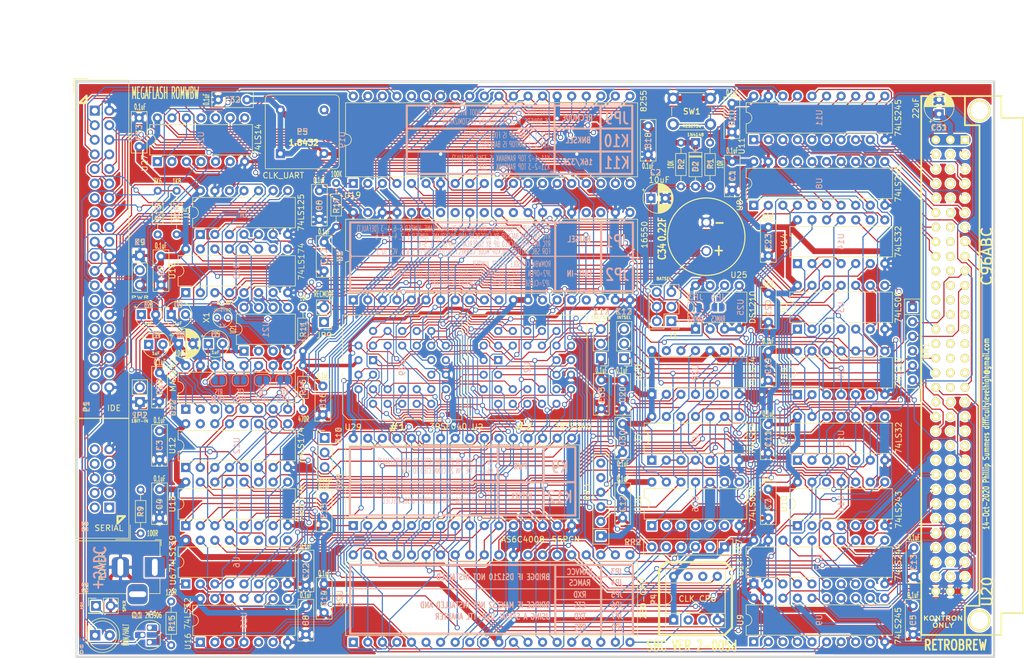
<source format=kicad_pcb>
(kicad_pcb (version 20171130) (host pcbnew "(5.1.7)-1")
  (title_block (date 2019-04-5))
  (layers (0 Component signal) (31 Copper signal) (34 B.Paste user) (35 F.Paste user) (36 B.SilkS user) (37 F.SilkS user) (38 B.Mask user) (39 F.Mask user) (44 Edge.Cuts user))
  (net 0 "")
  (net 1 //BUSAK)
  (net 2 //BUSRQ)
  (net 3 //CS_CFG)
  (net 4 //CS_CFG1)
  (net 5 //CS_CFG2)
  (net 6 //CS_PPI)
  (net 7 //CS_RAM)
  (net 8 //CS_ROM)
  (net 9 //CS_RTC)
  (net 10 //CS_UART)
  (net 11 //HALT)
  (net 12 //INT)
  (net 13 //IORQ)
  (net 14 //IOSEL)
  (net 15 //M1)
  (net 16 //MREQ)
  (net 17 //NMI)
  (net 18 //RD)
  (net 19 //RESET)
  (net 20 //RFSH)
  (net 21 //ROM_ENABLE)
  (net 22 //RTC_RD)
  (net 23 //RTC_WR)
  (net 24 //WAIT)
  (net 25 //WR)
  (net 26 /A0)
  (net 27 /A1)
  (net 28 /A10)
  (net 29 /A11)
  (net 30 /A12)
  (net 31 /A13)
  (net 32 /A14)
  (net 33 /A15)
  (net 34 /A15_RAM)
  (net 35 /A15_ROM)
  (net 36 /A16_RAM)
  (net 37 /A16_ROM)
  (net 38 /A17_RAM)
  (net 39 /A17_ROM)
  (net 40 /A18_RAM)
  (net 41 /A18_ROM)
  (net 42 /A2)
  (net 43 /A3)
  (net 44 /A4)
  (net 45 /A5)
  (net 46 /A6)
  (net 47 /A7)
  (net 48 /A8)
  (net 49 /A9)
  (net 50 /BUF_Q4)
  (net 51 /BUF_Q5)
  (net 52 /BUF_Q6)
  (net 53 /BUF_Q7)
  (net 54 /B_/BUSAK)
  (net 55 /B_/BUSRQ)
  (net 56 /B_/HALT)
  (net 57 /B_/IEO)
  (net 58 /B_/INT)
  (net 59 /B_/IORQ)
  (net 60 /B_/M1)
  (net 61 /B_/MREQ)
  (net 62 /B_/NMI)
  (net 63 /B_/RD)
  (net 64 /B_/RFSH)
  (net 65 /B_/WAIT)
  (net 66 /B_/WR)
  (net 67 /B_A0)
  (net 68 /B_A1)
  (net 69 /B_A10)
  (net 70 /B_A11)
  (net 71 /B_A12)
  (net 72 /B_A13)
  (net 73 /B_A14)
  (net 74 /B_A15)
  (net 75 /B_A2)
  (net 76 /B_A3)
  (net 77 /B_A4)
  (net 78 /B_A5)
  (net 79 /B_A6)
  (net 80 /B_A7)
  (net 81 /B_A8)
  (net 82 /B_A9)
  (net 83 /B_BAT)
  (net 84 /B_CLK_CPU)
  (net 85 /B_D0)
  (net 86 /B_D1)
  (net 87 /B_D2)
  (net 88 /B_D3)
  (net 89 /B_D4)
  (net 90 /B_D5)
  (net 91 /B_D6)
  (net 92 /B_D7)
  (net 93 /CFG1_Q0)
  (net 94 /CFG1_Q1)
  (net 95 /CFG1_Q2)
  (net 96 /CFG1_Q3)
  (net 97 /CLK_CPU)
  (net 98 /CLK_UART)
  (net 99 /CTS)
  (net 100 /CTS_TTL)
  (net 101 /D0)
  (net 102 /D1)
  (net 103 /D2)
  (net 104 /D3)
  (net 105 /D4)
  (net 106 /D5)
  (net 107 /D6)
  (net 108 /D7)
  (net 109 /DATA_DIR)
  (net 110 /DTR)
  (net 111 /INT)
  (net 112 /PA0)
  (net 113 /PA1)
  (net 114 /PA2)
  (net 115 /PA3)
  (net 116 /PA4)
  (net 117 /PA5)
  (net 118 /PA6)
  (net 119 /PA7)
  (net 120 /PB0)
  (net 121 /PB1)
  (net 122 /PB2)
  (net 123 /PB3)
  (net 124 /PB4)
  (net 125 /PB5)
  (net 126 /PB6)
  (net 127 /PB7)
  (net 128 /PC0)
  (net 129 /PC1)
  (net 130 /PC2)
  (net 131 /PC3)
  (net 132 /PC4)
  (net 133 /PC5)
  (net 134 /PC6)
  (net 135 /PC7)
  (net 136 /RESET)
  (net 137 /RTC_DQ)
  (net 138 /RTS)
  (net 139 /RTS_TTL)
  (net 140 /RX)
  (net 141 /SIN_TTL)
  (net 142 /SOUT_TTL)
  (net 143 /TX)
  (net 144 /VBAT1)
  (net 145 /VCC_SRAM)
  (net 146 GND)
  (net 147 VCC)
  (net 148 "Net-(C2-Pad1)")
  (net 149 "Net-(C24-Pad1)")
  (net 150 "Net-(C24-Pad2)")
  (net 151 "Net-(C25-Pad1)")
  (net 152 "Net-(C25-Pad2)")
  (net 153 "Net-(C26-Pad1)")
  (net 154 "Net-(C27-Pad2)")
  (net 155 "Net-(D1-Pad1)")
  (net 156 "Net-(D1-Pad2)")
  (net 157 "Net-(JP2-Pad2)")
  (net 158 "Net-(K10-Pad2)")
  (net 159 "Net-(K11-Pad2)")
  (net 160 "Net-(K12-Pad2)")
  (net 161 /B_/RESOUT)
  (net 162 //RESET_IN)
  (net 163 "Net-(U1-Pad15)")
  (net 164 "Net-(U15-Pad2)")
  (net 165 "Net-(U15-Pad3)")
  (net 166 "Net-(U3-Pad5)")
  (net 167 "Net-(U16-Pad1)")
  (net 168 "Net-(U14-Pad10)")
  (net 169 "Net-(U5-Pad12)")
  (net 170 "Net-(U15-Pad6)")
  (net 171 "Net-(U15-Pad12)")
  (net 172 "Net-(U26-Pad5)")
  (net 173 "Net-(U26-Pad1)")
  (net 174 "Net-(U14-Pad12)")
  (net 175 "Net-(U21-Pad2)")
  (net 176 "Net-(U21-Pad3)")
  (net 177 "Net-(Q1-Pad2)")
  (net 178 "Net-(Q1-Pad3)")
  (net 179 "Net-(R13-Pad2)")
  (net 180 "Net-(LS1-Pad1)")
  (net 181 "Net-(JP4-Pad2)")
  (net 182 "Net-(K9-Pad2)")
  (net 183 /-PC7)
  (net 184 /-PC5)
  (net 185 /-PC6)
  (net 186 /-PC3)
  (net 187 /-PC4)
  (net 188 "Net-(C34-Pad1)")
  (net 189 /VBAT2)
  (net 190 /~B_IQ0)
  (net 191 "Net-(U28-Pad13)")
  (net 192 "Net-(U28-Pad4)")
  (net 193 /CLKSEL)
  (net 194 "Net-(P4-Pad5)")
  (net 195 "Net-(JP9-Pad1)")
  (net 196 /~CS_ROM2)
  (net 197 /A19_ROM)
  (net 198 /~CS_ROM1)
  (net 199 /CLK_PU)
  (net 200 /CS_ROM)
  (net 201 "Net-(U26-Pad9)")
  (module Resistor_THT:R_Array_SIP6 (layer Component) (at 223.266 92.71 270)
    (fp_text reference RR1 (at 7.62 -2.4 90) (layer F.SilkS))
    (fp_text value 1K)
    (pad 6 thru_hole oval (at 12.7 0 270) (size 1.6 1.6) (drill 0.8) (layers *.Cu *.Mask) (net 62 /B_/NMI))
    (pad 5 thru_hole oval (at 10.16 0 270) (size 1.6 1.6) (drill 0.8) (layers *.Cu *.Mask) (net 58 /B_/INT))
    (pad 4 thru_hole oval (at 7.62 0 270) (size 1.6 1.6) (drill 0.8) (layers *.Cu *.Mask) (net 57 /B_/IEO))
    (pad 3 thru_hole oval (at 5.08 0 270) (size 1.6 1.6) (drill 0.8) (layers *.Cu *.Mask) (net 55 /B_/BUSRQ))
    (pad 2 thru_hole oval (at 2.54 0 270) (size 1.6 1.6) (drill 0.8) (layers *.Cu *.Mask) (net 65 /B_/WAIT))
    (pad 1 thru_hole rect (at 0 0 270) (size 1.6 1.6) (drill 0.8) (layers *.Cu *.Mask) (net 147 VCC))
  )
  (module Package_DIP:DIP-14_W7.62mm (layer Component) (at 177.8 119.38 90)
    (fp_text reference U7 (at 3.81 -2.33 90) (layer F.SilkS))
    (fp_text value 74LS14 (at 3.81 17.57 90) (layer F.SilkS))
    (fp_text user %R (at 3.81 7.62 90) (layer B.SilkS) (effects (justify mirror)))
    (pad 14 thru_hole oval (at 7.62 0 90) (size 1.6 1.6) (drill 0.8) (layers *.Cu *.Mask) (net 147 VCC))
    (pad 7 thru_hole oval (at 0 15.24 90) (size 1.6 1.6) (drill 0.8) (layers *.Cu *.Mask) (net 146 GND))
    (pad 13 thru_hole oval (at 7.62 2.54 90) (size 1.6 1.6) (drill 0.8) (layers *.Cu *.Mask) (net 58 /B_/INT))
    (pad 6 thru_hole oval (at 0 12.7 90) (size 1.6 1.6) (drill 0.8) (layers *.Cu *.Mask) (net 171 "Net-(U15-Pad12)"))
    (pad 12 thru_hole oval (at 7.62 5.08 90) (size 1.6 1.6) (drill 0.8) (layers *.Cu *.Mask) (net 173 "Net-(U26-Pad1)"))
    (pad 5 thru_hole oval (at 0 10.16 90) (size 1.6 1.6) (drill 0.8) (layers *.Cu *.Mask) (net 170 "Net-(U15-Pad6)"))
    (pad 11 thru_hole oval (at 7.62 7.62 90) (size 1.6 1.6) (drill 0.8) (layers *.Cu *.Mask) (net 62 /B_/NMI))
    (pad 4 thru_hole oval (at 0 7.62 90) (size 1.6 1.6) (drill 0.8) (layers *.Cu *.Mask) (net 19 //RESET))
    (pad 10 thru_hole oval (at 7.62 10.16 90) (size 1.6 1.6) (drill 0.8) (layers *.Cu *.Mask) (net 172 "Net-(U26-Pad5)"))
    (pad 3 thru_hole oval (at 0 5.08 90) (size 1.6 1.6) (drill 0.8) (layers *.Cu *.Mask) (net 136 /RESET))
    (pad 9 thru_hole oval (at 7.62 12.7 90) (size 1.6 1.6) (drill 0.8) (layers *.Cu *.Mask) (net 56 /B_/HALT))
    (pad 2 thru_hole oval (at 0 2.54 90) (size 1.6 1.6) (drill 0.8) (layers *.Cu *.Mask) (net 136 /RESET))
    (pad 8 thru_hole oval (at 7.62 15.24 90) (size 1.6 1.6) (drill 0.8) (layers *.Cu *.Mask) (net 169 "Net-(U5-Pad12)"))
    (pad 1 thru_hole rect (at 0 0 90) (size 1.6 1.6) (drill 0.8) (layers *.Cu *.Mask) (net 148 "Net-(C2-Pad1)"))
  )
  (module Package_DIP:DIP-14_W7.62mm (layer Component) (at 203.2 130.81 90)
    (fp_text reference U10 (at 3.81 -2.33 90) (layer F.SilkS))
    (fp_text value 74LS243 (at 2.794 17.653 270) (layer F.SilkS))
    (fp_text user %R (at 3.81 7.62 90) (layer B.SilkS) (effects (justify mirror)))
    (pad 14 thru_hole oval (at 7.62 0 90) (size 1.6 1.6) (drill 0.8) (layers *.Cu *.Mask) (net 147 VCC))
    (pad 7 thru_hole oval (at 0 15.24 90) (size 1.6 1.6) (drill 0.8) (layers *.Cu *.Mask) (net 146 GND))
    (pad 13 thru_hole oval (at 7.62 2.54 90) (size 1.6 1.6) (drill 0.8) (layers *.Cu *.Mask) (net 1 //BUSAK))
    (pad 6 thru_hole oval (at 0 12.7 90) (size 1.6 1.6) (drill 0.8) (layers *.Cu *.Mask) (net 63 /B_/RD))
    (pad 12 thru_hole oval (at 7.62 5.08 90) (size 1.6 1.6) (drill 0.8) (layers *.Cu *.Mask))
    (pad 5 thru_hole oval (at 0 10.16 90) (size 1.6 1.6) (drill 0.8) (layers *.Cu *.Mask) (net 66 /B_/WR))
    (pad 11 thru_hole oval (at 7.62 7.62 90) (size 1.6 1.6) (drill 0.8) (layers *.Cu *.Mask) (net 16 //MREQ))
    (pad 4 thru_hole oval (at 0 7.62 90) (size 1.6 1.6) (drill 0.8) (layers *.Cu *.Mask) (net 59 /B_/IORQ))
    (pad 10 thru_hole oval (at 7.62 10.16 90) (size 1.6 1.6) (drill 0.8) (layers *.Cu *.Mask) (net 13 //IORQ))
    (pad 3 thru_hole oval (at 0 5.08 90) (size 1.6 1.6) (drill 0.8) (layers *.Cu *.Mask) (net 61 /B_/MREQ))
    (pad 9 thru_hole oval (at 7.62 12.7 90) (size 1.6 1.6) (drill 0.8) (layers *.Cu *.Mask) (net 25 //WR))
    (pad 2 thru_hole oval (at 0 2.54 90) (size 1.6 1.6) (drill 0.8) (layers *.Cu *.Mask))
    (pad 8 thru_hole oval (at 7.62 15.24 90) (size 1.6 1.6) (drill 0.8) (layers *.Cu *.Mask) (net 18 //RD))
    (pad 1 thru_hole rect (at 0 0 90) (size 1.6 1.6) (drill 0.8) (layers *.Cu *.Mask) (net 1 //BUSAK))
  )
  (module Package_LCC:PLCC-32_THT-Socket (layer Component) (at 129.1844 101.9302 90)
    (fp_text reference U29 (at -11.6698 -3.4844 180) (layer F.SilkS))
    (fp_text value 39SF040 (at -11.5698 13.1156 180) (layer F.SilkS))
    (fp_text user %R (at -1.27 5.08 90) (layer B.SilkS) (effects (justify mirror)))
    (pad 29 thru_hole circle (at 5.08 0 90) (size 1.4224 1.4224) (drill 0.8) (layers *.Cu *.Mask) (net 32 /A14))
    (pad 27 thru_hole circle (at 5.08 2.54 90) (size 1.4224 1.4224) (drill 0.8) (layers *.Cu *.Mask) (net 48 /A8))
    (pad 25 thru_hole circle (at 5.08 5.08 90) (size 1.4224 1.4224) (drill 0.8) (layers *.Cu *.Mask) (net 29 /A11))
    (pad 23 thru_hole circle (at 5.08 7.62 90) (size 1.4224 1.4224) (drill 0.8) (layers *.Cu *.Mask) (net 28 /A10))
    (pad 28 thru_hole circle (at 2.54 2.54 90) (size 1.4224 1.4224) (drill 0.8) (layers *.Cu *.Mask) (net 31 /A13))
    (pad 26 thru_hole circle (at 2.54 5.08 90) (size 1.4224 1.4224) (drill 0.8) (layers *.Cu *.Mask) (net 49 /A9))
    (pad 24 thru_hole circle (at 2.54 7.62 90) (size 1.4224 1.4224) (drill 0.8) (layers *.Cu *.Mask) (net 18 //RD))
    (pad 22 thru_hole circle (at 2.54 10.16 90) (size 1.4224 1.4224) (drill 0.8) (layers *.Cu *.Mask) (net 198 /~CS_ROM1))
    (pad 20 thru_hole circle (at 2.54 12.7 90) (size 1.4224 1.4224) (drill 0.8) (layers *.Cu *.Mask) (net 107 /D6))
    (pad 18 thru_hole circle (at 0 12.7 90) (size 1.4224 1.4224) (drill 0.8) (layers *.Cu *.Mask) (net 105 /D4))
    (pad 16 thru_hole circle (at -2.54 12.7 90) (size 1.4224 1.4224) (drill 0.8) (layers *.Cu *.Mask) (net 146 GND))
    (pad 14 thru_hole circle (at -5.08 12.7 90) (size 1.4224 1.4224) (drill 0.8) (layers *.Cu *.Mask) (net 102 /D1))
    (pad 21 thru_hole circle (at 5.08 10.16 90) (size 1.4224 1.4224) (drill 0.8) (layers *.Cu *.Mask) (net 108 /D7))
    (pad 19 thru_hole circle (at 0 10.16 90) (size 1.4224 1.4224) (drill 0.8) (layers *.Cu *.Mask) (net 106 /D5))
    (pad 17 thru_hole circle (at -2.54 10.16 90) (size 1.4224 1.4224) (drill 0.8) (layers *.Cu *.Mask) (net 104 /D3))
    (pad 15 thru_hole circle (at -5.08 10.16 90) (size 1.4224 1.4224) (drill 0.8) (layers *.Cu *.Mask) (net 103 /D2))
    (pad 13 thru_hole circle (at -7.62 10.16 90) (size 1.4224 1.4224) (drill 0.8) (layers *.Cu *.Mask) (net 101 /D0))
    (pad 11 thru_hole circle (at -7.62 7.62 90) (size 1.4224 1.4224) (drill 0.8) (layers *.Cu *.Mask) (net 27 /A1))
    (pad 9 thru_hole circle (at -7.62 5.08 90) (size 1.4224 1.4224) (drill 0.8) (layers *.Cu *.Mask) (net 43 /A3))
    (pad 7 thru_hole circle (at -7.62 2.54 90) (size 1.4224 1.4224) (drill 0.8) (layers *.Cu *.Mask) (net 45 /A5))
    (pad 5 thru_hole circle (at -7.62 0 90) (size 1.4224 1.4224) (drill 0.8) (layers *.Cu *.Mask) (net 47 /A7))
    (pad 12 thru_hole circle (at -5.08 7.62 90) (size 1.4224 1.4224) (drill 0.8) (layers *.Cu *.Mask) (net 26 /A0))
    (pad 10 thru_hole circle (at -5.08 5.08 90) (size 1.4224 1.4224) (drill 0.8) (layers *.Cu *.Mask) (net 42 /A2))
    (pad 8 thru_hole circle (at -5.08 2.54 90) (size 1.4224 1.4224) (drill 0.8) (layers *.Cu *.Mask) (net 44 /A4))
    (pad 6 thru_hole circle (at -5.08 0 90) (size 1.4224 1.4224) (drill 0.8) (layers *.Cu *.Mask) (net 46 /A6))
    (pad 30 thru_hole circle (at 2.54 -2.54 90) (size 1.4224 1.4224) (drill 0.8) (layers *.Cu *.Mask) (net 39 /A17_ROM))
    (pad 32 thru_hole circle (at 0 -2.54 90) (size 1.4224 1.4224) (drill 0.8) (layers *.Cu *.Mask) (net 147 VCC))
    (pad 4 thru_hole circle (at -5.08 -2.54 90) (size 1.4224 1.4224) (drill 0.8) (layers *.Cu *.Mask) (net 30 /A12))
    (pad 2 thru_hole circle (at -2.54 -2.54 90) (size 1.4224 1.4224) (drill 0.8) (layers *.Cu *.Mask) (net 37 /A16_ROM))
    (pad 31 thru_hole circle (at 2.54 0 90) (size 1.4224 1.4224) (drill 0.8) (layers *.Cu *.Mask) (net 25 //WR))
    (pad 3 thru_hole circle (at -2.54 0 90) (size 1.4224 1.4224) (drill 0.8) (layers *.Cu *.Mask) (net 35 /A15_ROM))
    (pad 1 thru_hole rect (at 0 0 90) (size 1.4224 1.4224) (drill 0.8) (layers *.Cu *.Mask) (net 41 /A18_ROM))
  )
  (module Package_LCC:PLCC-32_THT-Socket (layer Component) (at 151.0157 101.9302 90)
    (fp_text reference U2 (at -11.6698 -3.6157 180) (layer F.SilkS))
    (fp_text value 39SF040 (at -11.5698 12.9843 180) (layer F.SilkS))
    (fp_text user %R (at -1.27 5.08 90) (layer B.SilkS) (effects (justify mirror)))
    (pad 29 thru_hole circle (at 5.08 0 90) (size 1.4224 1.4224) (drill 0.8) (layers *.Cu *.Mask) (net 32 /A14))
    (pad 27 thru_hole circle (at 5.08 2.54 90) (size 1.4224 1.4224) (drill 0.8) (layers *.Cu *.Mask) (net 48 /A8))
    (pad 25 thru_hole circle (at 5.08 5.08 90) (size 1.4224 1.4224) (drill 0.8) (layers *.Cu *.Mask) (net 29 /A11))
    (pad 23 thru_hole circle (at 5.08 7.62 90) (size 1.4224 1.4224) (drill 0.8) (layers *.Cu *.Mask) (net 28 /A10))
    (pad 28 thru_hole circle (at 2.54 2.54 90) (size 1.4224 1.4224) (drill 0.8) (layers *.Cu *.Mask) (net 31 /A13))
    (pad 26 thru_hole circle (at 2.54 5.08 90) (size 1.4224 1.4224) (drill 0.8) (layers *.Cu *.Mask) (net 49 /A9))
    (pad 24 thru_hole circle (at 2.54 7.62 90) (size 1.4224 1.4224) (drill 0.8) (layers *.Cu *.Mask) (net 18 //RD))
    (pad 22 thru_hole circle (at 2.54 10.16 90) (size 1.4224 1.4224) (drill 0.8) (layers *.Cu *.Mask) (net 196 /~CS_ROM2))
    (pad 20 thru_hole circle (at 2.54 12.7 90) (size 1.4224 1.4224) (drill 0.8) (layers *.Cu *.Mask) (net 107 /D6))
    (pad 18 thru_hole circle (at 0 12.7 90) (size 1.4224 1.4224) (drill 0.8) (layers *.Cu *.Mask) (net 105 /D4))
    (pad 16 thru_hole circle (at -2.54 12.7 90) (size 1.4224 1.4224) (drill 0.8) (layers *.Cu *.Mask) (net 146 GND))
    (pad 14 thru_hole circle (at -5.08 12.7 90) (size 1.4224 1.4224) (drill 0.8) (layers *.Cu *.Mask) (net 102 /D1))
    (pad 21 thru_hole circle (at 5.08 10.16 90) (size 1.4224 1.4224) (drill 0.8) (layers *.Cu *.Mask) (net 108 /D7))
    (pad 19 thru_hole circle (at 0 10.16 90) (size 1.4224 1.4224) (drill 0.8) (layers *.Cu *.Mask) (net 106 /D5))
    (pad 17 thru_hole circle (at -2.54 10.16 90) (size 1.4224 1.4224) (drill 0.8) (layers *.Cu *.Mask) (net 104 /D3))
    (pad 15 thru_hole circle (at -5.08 10.16 90) (size 1.4224 1.4224) (drill 0.8) (layers *.Cu *.Mask) (net 103 /D2))
    (pad 13 thru_hole circle (at -7.62 10.16 90) (size 1.4224 1.4224) (drill 0.8) (layers *.Cu *.Mask) (net 101 /D0))
    (pad 11 thru_hole circle (at -7.62 7.62 90) (size 1.4224 1.4224) (drill 0.8) (layers *.Cu *.Mask) (net 27 /A1))
    (pad 9 thru_hole circle (at -7.62 5.08 90) (size 1.4224 1.4224) (drill 0.8) (layers *.Cu *.Mask) (net 43 /A3))
    (pad 7 thru_hole circle (at -7.62 2.54 90) (size 1.4224 1.4224) (drill 0.8) (layers *.Cu *.Mask) (net 45 /A5))
    (pad 5 thru_hole circle (at -7.62 0 90) (size 1.4224 1.4224) (drill 0.8) (layers *.Cu *.Mask) (net 47 /A7))
    (pad 12 thru_hole circle (at -5.08 7.62 90) (size 1.4224 1.4224) (drill 0.8) (layers *.Cu *.Mask) (net 26 /A0))
    (pad 10 thru_hole circle (at -5.08 5.08 90) (size 1.4224 1.4224) (drill 0.8) (layers *.Cu *.Mask) (net 42 /A2))
    (pad 8 thru_hole circle (at -5.08 2.54 90) (size 1.4224 1.4224) (drill 0.8) (layers *.Cu *.Mask) (net 44 /A4))
    (pad 6 thru_hole circle (at -5.08 0 90) (size 1.4224 1.4224) (drill 0.8) (layers *.Cu *.Mask) (net 46 /A6))
    (pad 30 thru_hole circle (at 2.54 -2.54 90) (size 1.4224 1.4224) (drill 0.8) (layers *.Cu *.Mask) (net 39 /A17_ROM))
    (pad 32 thru_hole circle (at 0 -2.54 90) (size 1.4224 1.4224) (drill 0.8) (layers *.Cu *.Mask) (net 147 VCC))
    (pad 4 thru_hole circle (at -5.08 -2.54 90) (size 1.4224 1.4224) (drill 0.8) (layers *.Cu *.Mask) (net 30 /A12))
    (pad 2 thru_hole circle (at -2.54 -2.54 90) (size 1.4224 1.4224) (drill 0.8) (layers *.Cu *.Mask) (net 37 /A16_ROM))
    (pad 31 thru_hole circle (at 2.54 0 90) (size 1.4224 1.4224) (drill 0.8) (layers *.Cu *.Mask) (net 25 //WR))
    (pad 3 thru_hole circle (at -2.54 0 90) (size 1.4224 1.4224) (drill 0.8) (layers *.Cu *.Mask) (net 35 /A15_ROM))
    (pad 1 thru_hole rect (at 0 0 90) (size 1.4224 1.4224) (drill 0.8) (layers *.Cu *.Mask) (net 41 /A18_ROM))
  )
  (module Supercap:CAPPRD500W95D1350H750 (layer Component) (at 187.3 82.9 90)
    (fp_text reference C34 (at -0.1 -7.7 90) (layer F.SilkS) (effects (font (size 1.27 1) (thickness 0.25))))
    (fp_text value 0.22F (at 3.8 -7.7 90) (layer F.SilkS) (effects (font (size 1.27 1) (thickness 0.25))))
    (pad 2 thru_hole circle (at 5 0 90) (size 1.725 1.725) (drill 1.15) (layers *.Cu *.Mask) (net 146 GND))
    (pad 1 thru_hole circle (at 0 0 90) (size 1.725 1.725) (drill 1.15) (layers *.Cu *.Mask) (net 188 "Net-(C34-Pad1)"))
  )
  (module Connector_PinHeader_2.54mm:PinHeader_1x02_P2.54mm_Vertical (layer Component) (at 120.6373 95.29 180)
    (fp_text reference JP9 (at 0 -2.33) (layer F.SilkS))
    (fp_text value RECMODE (at 0 4.87) (layer F.SilkS) (effects (font (size 1 0.5) (thickness 0.125))))
    (pad 2 thru_hole oval (at 0 2.54 180) (size 1.7 1.7) (drill 1) (layers *.Cu *.Mask) (net 146 GND))
    (pad 1 thru_hole rect (at 0 0 180) (size 1.7 1.7) (drill 1) (layers *.Cu *.Mask) (net 195 "Net-(JP9-Pad1)"))
  )
  (module Button_Switch_THT:SW_PUSH_6mm_H8mm (layer Component) (at 181.5264 56.2864)
    (fp_text reference SW1 (at 3.2512 2.286) (layer F.SilkS))
    (fp_text value RESETSW (at 3.302 4.826 180) (layer F.SilkS) (effects (font (size 0.5 0.5) (thickness 0.125))))
    (fp_text user %R (at 3.25 2.25) (layer F.SilkS))
    (pad 1 thru_hole circle (at 6.5 0 90) (size 2 2) (drill 1.1) (layers *.Cu *.Mask) (net 146 GND))
    (pad 2 thru_hole circle (at 6.5 4.5 90) (size 2 2) (drill 1.1) (layers *.Cu *.Mask) (net 162 //RESET_IN))
    (pad 1 thru_hole circle (at 0 0 90) (size 2 2) (drill 1.1) (layers *.Cu *.Mask) (net 146 GND))
    (pad 2 thru_hole circle (at 0 4.5 90) (size 2 2) (drill 1.1) (layers *.Cu *.Mask) (net 162 //RESET_IN))
  )
  (module Package_DIP:DIP-14_W7.62mm (layer Component) (at 203.2 96.52 90)
    (fp_text reference U3 (at 3.81 -2.33 90) (layer F.SilkS))
    (fp_text value 74LS08 (at 3.81 17.57 90) (layer F.SilkS))
    (fp_text user %R (at 3.81 7.62 90) (layer B.SilkS) (effects (justify mirror)))
    (pad 14 thru_hole oval (at 7.62 0 90) (size 1.6 1.6) (drill 0.8) (layers *.Cu *.Mask) (net 147 VCC))
    (pad 7 thru_hole oval (at 0 15.24 90) (size 1.6 1.6) (drill 0.8) (layers *.Cu *.Mask) (net 146 GND))
    (pad 13 thru_hole oval (at 7.62 2.54 90) (size 1.6 1.6) (drill 0.8) (layers *.Cu *.Mask) (net 159 "Net-(K11-Pad2)"))
    (pad 6 thru_hole oval (at 0 12.7 90) (size 1.6 1.6) (drill 0.8) (layers *.Cu *.Mask) (net 109 /DATA_DIR))
    (pad 12 thru_hole oval (at 7.62 5.08 90) (size 1.6 1.6) (drill 0.8) (layers *.Cu *.Mask) (net 33 /A15))
    (pad 5 thru_hole oval (at 0 10.16 90) (size 1.6 1.6) (drill 0.8) (layers *.Cu *.Mask) (net 166 "Net-(U3-Pad5)"))
    (pad 11 thru_hole oval (at 7.62 7.62 90) (size 1.6 1.6) (drill 0.8) (layers *.Cu *.Mask) (net 167 "Net-(U16-Pad1)"))
    (pad 4 thru_hole oval (at 0 7.62 90) (size 1.6 1.6) (drill 0.8) (layers *.Cu *.Mask) (net 165 "Net-(U15-Pad3)"))
    (pad 10 thru_hole oval (at 7.62 10.16 90) (size 1.6 1.6) (drill 0.8) (layers *.Cu *.Mask) (net 200 /CS_ROM))
    (pad 3 thru_hole oval (at 0 5.08 90) (size 1.6 1.6) (drill 0.8) (layers *.Cu *.Mask) (net 164 "Net-(U15-Pad2)"))
    (pad 9 thru_hole oval (at 7.62 12.7 90) (size 1.6 1.6) (drill 0.8) (layers *.Cu *.Mask) (net 196 /~CS_ROM2))
    (pad 2 thru_hole oval (at 0 2.54 90) (size 1.6 1.6) (drill 0.8) (layers *.Cu *.Mask) (net 14 //IOSEL))
    (pad 8 thru_hole oval (at 7.62 15.24 90) (size 1.6 1.6) (drill 0.8) (layers *.Cu *.Mask) (net 201 "Net-(U26-Pad9)"))
    (pad 1 thru_hole rect (at 0 0 90) (size 1.6 1.6) (drill 0.8) (layers *.Cu *.Mask) (net 16 //MREQ))
  )
  (module Package_DIP:DIP-14_W7.62mm (layer Component) (at 177.8 130.81 90)
    (fp_text reference U26 (at 3.81 -2.33 90) (layer F.SilkS))
    (fp_text value 74LS06N (at 3.81 17.57 90) (layer F.SilkS))
    (fp_text user %R (at 3.81 7.62 90) (layer B.SilkS) (effects (justify mirror)))
    (pad 14 thru_hole oval (at 7.62 0 90) (size 1.6 1.6) (drill 0.8) (layers *.Cu *.Mask) (net 147 VCC))
    (pad 7 thru_hole oval (at 0 15.24 90) (size 1.6 1.6) (drill 0.8) (layers *.Cu *.Mask) (net 146 GND))
    (pad 13 thru_hole oval (at 7.62 2.54 90) (size 1.6 1.6) (drill 0.8) (layers *.Cu *.Mask) (net 194 "Net-(P4-Pad5)"))
    (pad 6 thru_hole oval (at 0 12.7 90) (size 1.6 1.6) (drill 0.8) (layers *.Cu *.Mask) (net 17 //NMI))
    (pad 12 thru_hole oval (at 7.62 5.08 90) (size 1.6 1.6) (drill 0.8) (layers *.Cu *.Mask) (net 199 /CLK_PU))
    (pad 5 thru_hole oval (at 0 10.16 90) (size 1.6 1.6) (drill 0.8) (layers *.Cu *.Mask) (net 172 "Net-(U26-Pad5)"))
    (pad 11 thru_hole oval (at 7.62 7.62 90) (size 1.6 1.6) (drill 0.8) (layers *.Cu *.Mask) (net 8 //CS_ROM))
    (pad 4 thru_hole oval (at 0 7.62 90) (size 1.6 1.6) (drill 0.8) (layers *.Cu *.Mask) (net 160 "Net-(K12-Pad2)"))
    (pad 10 thru_hole oval (at 7.62 10.16 90) (size 1.6 1.6) (drill 0.8) (layers *.Cu *.Mask) (net 200 /CS_ROM))
    (pad 3 thru_hole oval (at 0 5.08 90) (size 1.6 1.6) (drill 0.8) (layers *.Cu *.Mask) (net 111 /INT))
    (pad 9 thru_hole oval (at 7.62 12.7 90) (size 1.6 1.6) (drill 0.8) (layers *.Cu *.Mask) (net 201 "Net-(U26-Pad9)"))
    (pad 2 thru_hole oval (at 0 2.54 90) (size 1.6 1.6) (drill 0.8) (layers *.Cu *.Mask) (net 12 //INT))
    (pad 8 thru_hole oval (at 7.62 15.24 90) (size 1.6 1.6) (drill 0.8) (layers *.Cu *.Mask) (net 198 /~CS_ROM1))
    (pad 1 thru_hole rect (at 0 0 90) (size 1.6 1.6) (drill 0.8) (layers *.Cu *.Mask) (net 173 "Net-(U26-Pad1)"))
  )
  (module Package_DIP:DIP-14_W7.62mm (layer Component) (at 91.567 67.31 90)
    (fp_text reference U27 (at -0.254 -2.2098 90) (layer F.SilkS))
    (fp_text value 74LS14 (at 3.81 17.57 90) (layer F.SilkS))
    (fp_text user %R (at 3.81 7.62 90) (layer B.SilkS) (effects (justify mirror)))
    (pad 14 thru_hole oval (at 7.62 0 90) (size 1.6 1.6) (drill 0.8) (layers *.Cu *.Mask) (net 147 VCC))
    (pad 7 thru_hole oval (at 0 15.24 90) (size 1.6 1.6) (drill 0.8) (layers *.Cu *.Mask) (net 146 GND))
    (pad 13 thru_hole oval (at 7.62 2.54 90) (size 1.6 1.6) (drill 0.8) (layers *.Cu *.Mask) (net 134 /PC6))
    (pad 6 thru_hole oval (at 0 12.7 90) (size 1.6 1.6) (drill 0.8) (layers *.Cu *.Mask) (net 187 /-PC4))
    (pad 12 thru_hole oval (at 7.62 5.08 90) (size 1.6 1.6) (drill 0.8) (layers *.Cu *.Mask) (net 185 /-PC6))
    (pad 5 thru_hole oval (at 0 10.16 90) (size 1.6 1.6) (drill 0.8) (layers *.Cu *.Mask) (net 132 /PC4))
    (pad 11 thru_hole oval (at 7.62 7.62 90) (size 1.6 1.6) (drill 0.8) (layers *.Cu *.Mask))
    (pad 4 thru_hole oval (at 0 7.62 90) (size 1.6 1.6) (drill 0.8) (layers *.Cu *.Mask) (net 184 /-PC5))
    (pad 10 thru_hole oval (at 7.62 10.16 90) (size 1.6 1.6) (drill 0.8) (layers *.Cu *.Mask))
    (pad 3 thru_hole oval (at 0 5.08 90) (size 1.6 1.6) (drill 0.8) (layers *.Cu *.Mask) (net 133 /PC5))
    (pad 9 thru_hole oval (at 7.62 12.7 90) (size 1.6 1.6) (drill 0.8) (layers *.Cu *.Mask) (net 135 /PC7))
    (pad 2 thru_hole oval (at 0 2.54 90) (size 1.6 1.6) (drill 0.8) (layers *.Cu *.Mask) (net 186 /-PC3))
    (pad 8 thru_hole oval (at 7.62 15.24 90) (size 1.6 1.6) (drill 0.8) (layers *.Cu *.Mask) (net 183 /-PC7))
    (pad 1 thru_hole rect (at 0 0 90) (size 1.6 1.6) (drill 0.8) (layers *.Cu *.Mask) (net 131 /PC3))
  )
  (module Package_DIP:DIP-14_W7.62mm (layer Component) (at 203.2 85.09 90)
    (fp_text reference U14 (at 3.81 -2.33 90) (layer F.SilkS))
    (fp_text value 74LS32 (at 3.81 17.57 90) (layer F.SilkS))
    (fp_text user %R (at 3.81 7.62 90) (layer B.SilkS) (effects (justify mirror)))
    (pad 14 thru_hole oval (at 7.62 0 90) (size 1.6 1.6) (drill 0.8) (layers *.Cu *.Mask) (net 147 VCC))
    (pad 7 thru_hole oval (at 0 15.24 90) (size 1.6 1.6) (drill 0.8) (layers *.Cu *.Mask) (net 146 GND))
    (pad 13 thru_hole oval (at 7.62 2.54 90) (size 1.6 1.6) (drill 0.8) (layers *.Cu *.Mask) (net 13 //IORQ))
    (pad 6 thru_hole oval (at 0 12.7 90) (size 1.6 1.6) (drill 0.8) (layers *.Cu *.Mask) (net 22 //RTC_RD))
    (pad 12 thru_hole oval (at 7.62 5.08 90) (size 1.6 1.6) (drill 0.8) (layers *.Cu *.Mask) (net 174 "Net-(U14-Pad12)"))
    (pad 5 thru_hole oval (at 0 10.16 90) (size 1.6 1.6) (drill 0.8) (layers *.Cu *.Mask) (net 18 //RD))
    (pad 11 thru_hole oval (at 7.62 7.62 90) (size 1.6 1.6) (drill 0.8) (layers *.Cu *.Mask) (net 14 //IOSEL))
    (pad 4 thru_hole oval (at 0 7.62 90) (size 1.6 1.6) (drill 0.8) (layers *.Cu *.Mask) (net 9 //CS_RTC))
    (pad 10 thru_hole oval (at 7.62 10.16 90) (size 1.6 1.6) (drill 0.8) (layers *.Cu *.Mask) (net 168 "Net-(U14-Pad10)"))
    (pad 3 thru_hole oval (at 0 5.08 90) (size 1.6 1.6) (drill 0.8) (layers *.Cu *.Mask) (net 23 //RTC_WR))
    (pad 9 thru_hole oval (at 7.62 12.7 90) (size 1.6 1.6) (drill 0.8) (layers *.Cu *.Mask) (net 47 /A7))
    (pad 2 thru_hole oval (at 0 2.54 90) (size 1.6 1.6) (drill 0.8) (layers *.Cu *.Mask) (net 9 //CS_RTC))
    (pad 8 thru_hole oval (at 7.62 15.24 90) (size 1.6 1.6) (drill 0.8) (layers *.Cu *.Mask) (net 174 "Net-(U14-Pad12)"))
    (pad 1 thru_hole rect (at 0 0 90) (size 1.6 1.6) (drill 0.8) (layers *.Cu *.Mask) (net 25 //WR))
  )
  (module Package_DIP:DIP-14_W7.62mm (layer Component) (at 99.06 80.01 90)
    (fp_text reference U5 (at 3.81 -2.33 90) (layer F.SilkS))
    (fp_text value 74LS125 (at 3.81 17.57 90) (layer F.SilkS))
    (fp_text user %R (at 3.81 7.62 90) (layer B.SilkS) (effects (justify mirror)))
    (pad 14 thru_hole oval (at 7.62 0 90) (size 1.6 1.6) (drill 0.8) (layers *.Cu *.Mask) (net 147 VCC))
    (pad 7 thru_hole oval (at 0 15.24 90) (size 1.6 1.6) (drill 0.8) (layers *.Cu *.Mask) (net 146 GND))
    (pad 13 thru_hole oval (at 7.62 2.54 90) (size 1.6 1.6) (drill 0.8) (layers *.Cu *.Mask) (net 146 GND))
    (pad 6 thru_hole oval (at 0 12.7 90) (size 1.6 1.6) (drill 0.8) (layers *.Cu *.Mask) (net 137 /RTC_DQ))
    (pad 12 thru_hole oval (at 7.62 5.08 90) (size 1.6 1.6) (drill 0.8) (layers *.Cu *.Mask) (net 169 "Net-(U5-Pad12)"))
    (pad 5 thru_hole oval (at 0 10.16 90) (size 1.6 1.6) (drill 0.8) (layers *.Cu *.Mask) (net 53 /BUF_Q7))
    (pad 11 thru_hole oval (at 7.62 7.62 90) (size 1.6 1.6) (drill 0.8) (layers *.Cu *.Mask) (net 155 "Net-(D1-Pad1)"))
    (pad 4 thru_hole oval (at 0 7.62 90) (size 1.6 1.6) (drill 0.8) (layers *.Cu *.Mask) (net 51 /BUF_Q5))
    (pad 10 thru_hole oval (at 7.62 10.16 90) (size 1.6 1.6) (drill 0.8) (layers *.Cu *.Mask) (net 22 //RTC_RD))
    (pad 3 thru_hole oval (at 0 5.08 90) (size 1.6 1.6) (drill 0.8) (layers *.Cu *.Mask) (net 101 /D0))
    (pad 9 thru_hole oval (at 7.62 12.7 90) (size 1.6 1.6) (drill 0.8) (layers *.Cu *.Mask) (net 157 "Net-(JP2-Pad2)"))
    (pad 2 thru_hole oval (at 0 2.54 90) (size 1.6 1.6) (drill 0.8) (layers *.Cu *.Mask) (net 137 /RTC_DQ))
    (pad 8 thru_hole oval (at 7.62 15.24 90) (size 1.6 1.6) (drill 0.8) (layers *.Cu *.Mask) (net 107 /D6))
    (pad 1 thru_hole rect (at 0 0 90) (size 1.6 1.6) (drill 0.8) (layers *.Cu *.Mask) (net 22 //RTC_RD))
  )
  (module Package_DIP:DIP-14_W7.62mm (layer Component) (at 99.06 151.13 90)
    (fp_text reference U16 (at 0.127 -2.159 90) (layer F.SilkS) (effects (font (thickness 0.125))))
    (fp_text value 74LS32 (at 5.0165 -2.2225 90) (layer F.SilkS) (effects (font (thickness 0.125))))
    (fp_text user %R (at 3.81 7.62 90) (layer B.SilkS) (effects (justify mirror)))
    (pad 14 thru_hole oval (at 7.62 0 90) (size 1.6 1.6) (drill 0.8) (layers *.Cu *.Mask) (net 147 VCC))
    (pad 7 thru_hole oval (at 0 15.24 90) (size 1.6 1.6) (drill 0.8) (layers *.Cu *.Mask) (net 146 GND))
    (pad 13 thru_hole oval (at 7.62 2.54 90) (size 1.6 1.6) (drill 0.8) (layers *.Cu *.Mask) (net 96 /CFG1_Q3))
    (pad 6 thru_hole oval (at 0 12.7 90) (size 1.6 1.6) (drill 0.8) (layers *.Cu *.Mask) (net 36 /A16_RAM))
    (pad 12 thru_hole oval (at 7.62 5.08 90) (size 1.6 1.6) (drill 0.8) (layers *.Cu *.Mask) (net 167 "Net-(U16-Pad1)"))
    (pad 5 thru_hole oval (at 0 10.16 90) (size 1.6 1.6) (drill 0.8) (layers *.Cu *.Mask) (net 94 /CFG1_Q1))
    (pad 11 thru_hole oval (at 7.62 7.62 90) (size 1.6 1.6) (drill 0.8) (layers *.Cu *.Mask) (net 40 /A18_RAM))
    (pad 4 thru_hole oval (at 0 7.62 90) (size 1.6 1.6) (drill 0.8) (layers *.Cu *.Mask) (net 167 "Net-(U16-Pad1)"))
    (pad 10 thru_hole oval (at 7.62 10.16 90) (size 1.6 1.6) (drill 0.8) (layers *.Cu *.Mask) (net 95 /CFG1_Q2))
    (pad 3 thru_hole oval (at 0 5.08 90) (size 1.6 1.6) (drill 0.8) (layers *.Cu *.Mask) (net 34 /A15_RAM))
    (pad 9 thru_hole oval (at 7.62 12.7 90) (size 1.6 1.6) (drill 0.8) (layers *.Cu *.Mask) (net 167 "Net-(U16-Pad1)"))
    (pad 2 thru_hole oval (at 0 2.54 90) (size 1.6 1.6) (drill 0.8) (layers *.Cu *.Mask) (net 158 "Net-(K10-Pad2)"))
    (pad 8 thru_hole oval (at 7.62 15.24 90) (size 1.6 1.6) (drill 0.8) (layers *.Cu *.Mask) (net 38 /A17_RAM))
    (pad 1 thru_hole rect (at 0 0 90) (size 1.6 1.6) (drill 0.8) (layers *.Cu *.Mask) (net 167 "Net-(U16-Pad1)"))
  )
  (module Package_DIP:DIP-14_W7.62mm (layer Component) (at 203.2 119.38 90)
    (fp_text reference U15 (at 3.81 -2.33 90) (layer F.SilkS))
    (fp_text value 74LS32 (at 3.8735 17.653 270) (layer F.SilkS))
    (fp_text user %R (at 3.81 7.62 90) (layer B.SilkS) (effects (justify mirror)))
    (pad 14 thru_hole oval (at 7.62 0 90) (size 1.6 1.6) (drill 0.8) (layers *.Cu *.Mask) (net 147 VCC))
    (pad 7 thru_hole oval (at 0 15.24 90) (size 1.6 1.6) (drill 0.8) (layers *.Cu *.Mask) (net 146 GND))
    (pad 13 thru_hole oval (at 7.62 2.54 90) (size 1.6 1.6) (drill 0.8) (layers *.Cu *.Mask) (net 16 //MREQ))
    (pad 6 thru_hole oval (at 0 12.7 90) (size 1.6 1.6) (drill 0.8) (layers *.Cu *.Mask) (net 170 "Net-(U15-Pad6)"))
    (pad 12 thru_hole oval (at 7.62 5.08 90) (size 1.6 1.6) (drill 0.8) (layers *.Cu *.Mask) (net 171 "Net-(U15-Pad12)"))
    (pad 5 thru_hole oval (at 0 10.16 90) (size 1.6 1.6) (drill 0.8) (layers *.Cu *.Mask) (net 21 //ROM_ENABLE))
    (pad 11 thru_hole oval (at 7.62 7.62 90) (size 1.6 1.6) (drill 0.8) (layers *.Cu *.Mask) (net 7 //CS_RAM))
    (pad 4 thru_hole oval (at 0 7.62 90) (size 1.6 1.6) (drill 0.8) (layers *.Cu *.Mask) (net 33 /A15))
    (pad 10 thru_hole oval (at 7.62 10.16 90) (size 1.6 1.6) (drill 0.8) (layers *.Cu *.Mask) (net 16 //MREQ))
    (pad 3 thru_hole oval (at 0 5.08 90) (size 1.6 1.6) (drill 0.8) (layers *.Cu *.Mask) (net 165 "Net-(U15-Pad3)"))
    (pad 9 thru_hole oval (at 7.62 12.7 90) (size 1.6 1.6) (drill 0.8) (layers *.Cu *.Mask) (net 170 "Net-(U15-Pad6)"))
    (pad 2 thru_hole oval (at 0 2.54 90) (size 1.6 1.6) (drill 0.8) (layers *.Cu *.Mask) (net 164 "Net-(U15-Pad2)"))
    (pad 8 thru_hole oval (at 7.62 15.24 90) (size 1.6 1.6) (drill 0.8) (layers *.Cu *.Mask) (net 8 //CS_ROM))
    (pad 1 thru_hole rect (at 0 0 90) (size 1.6 1.6) (drill 0.8) (layers *.Cu *.Mask) (net 18 //RD))
  )
  (module Package_DIP:DIP-40_W15.24mm (layer Component) (at 125.73 91.44 90)
    (fp_text reference U1 (at 7.62 -2.33 90) (layer F.SilkS))
    (fp_text value 16550 (at 11.3665 50.8 90) (layer F.SilkS))
    (fp_text user %R (at 7.6708 -2.3368 90) (layer B.SilkS) (effects (justify mirror)))
    (pad 40 thru_hole oval (at 15.24 0 90) (size 1.6 1.6) (drill 0.8) (layers *.Cu *.Mask) (net 147 VCC))
    (pad 20 thru_hole oval (at 0 48.26 90) (size 1.6 1.6) (drill 0.8) (layers *.Cu *.Mask) (net 146 GND))
    (pad 39 thru_hole oval (at 15.24 2.54 90) (size 1.6 1.6) (drill 0.8) (layers *.Cu *.Mask) (net 195 "Net-(JP9-Pad1)"))
    (pad 19 thru_hole oval (at 0 45.72 90) (size 1.6 1.6) (drill 0.8) (layers *.Cu *.Mask) (net 146 GND))
    (pad 38 thru_hole oval (at 15.24 5.08 90) (size 1.6 1.6) (drill 0.8) (layers *.Cu *.Mask) (net 146 GND))
    (pad 18 thru_hole oval (at 0 43.18 90) (size 1.6 1.6) (drill 0.8) (layers *.Cu *.Mask) (net 25 //WR))
    (pad 37 thru_hole oval (at 15.24 7.62 90) (size 1.6 1.6) (drill 0.8) (layers *.Cu *.Mask) (net 146 GND))
    (pad 17 thru_hole oval (at 0 40.64 90) (size 1.6 1.6) (drill 0.8) (layers *.Cu *.Mask))
    (pad 36 thru_hole oval (at 15.24 10.16 90) (size 1.6 1.6) (drill 0.8) (layers *.Cu *.Mask) (net 100 /CTS_TTL))
    (pad 16 thru_hole oval (at 0 38.1 90) (size 1.6 1.6) (drill 0.8) (layers *.Cu *.Mask) (net 98 /CLK_UART))
    (pad 35 thru_hole oval (at 15.24 12.7 90) (size 1.6 1.6) (drill 0.8) (layers *.Cu *.Mask) (net 136 /RESET))
    (pad 15 thru_hole oval (at 0 35.56 90) (size 1.6 1.6) (drill 0.8) (layers *.Cu *.Mask) (net 163 "Net-(U1-Pad15)"))
    (pad 34 thru_hole oval (at 15.24 15.24 90) (size 1.6 1.6) (drill 0.8) (layers *.Cu *.Mask))
    (pad 14 thru_hole oval (at 0 33.02 90) (size 1.6 1.6) (drill 0.8) (layers *.Cu *.Mask) (net 10 //CS_UART))
    (pad 33 thru_hole oval (at 15.24 17.78 90) (size 1.6 1.6) (drill 0.8) (layers *.Cu *.Mask))
    (pad 13 thru_hole oval (at 0 30.48 90) (size 1.6 1.6) (drill 0.8) (layers *.Cu *.Mask) (net 147 VCC))
    (pad 32 thru_hole oval (at 15.24 20.32 90) (size 1.6 1.6) (drill 0.8) (layers *.Cu *.Mask) (net 139 /RTS_TTL))
    (pad 12 thru_hole oval (at 0 27.94 90) (size 1.6 1.6) (drill 0.8) (layers *.Cu *.Mask) (net 147 VCC))
    (pad 31 thru_hole oval (at 15.24 22.86 90) (size 1.6 1.6) (drill 0.8) (layers *.Cu *.Mask))
    (pad 11 thru_hole oval (at 0 25.4 90) (size 1.6 1.6) (drill 0.8) (layers *.Cu *.Mask) (net 142 /SOUT_TTL))
    (pad 30 thru_hole oval (at 15.24 25.4 90) (size 1.6 1.6) (drill 0.8) (layers *.Cu *.Mask) (net 111 /INT))
    (pad 10 thru_hole oval (at 0 22.86 90) (size 1.6 1.6) (drill 0.8) (layers *.Cu *.Mask) (net 141 /SIN_TTL))
    (pad 29 thru_hole oval (at 15.24 27.94 90) (size 1.6 1.6) (drill 0.8) (layers *.Cu *.Mask))
    (pad 9 thru_hole oval (at 0 20.32 90) (size 1.6 1.6) (drill 0.8) (layers *.Cu *.Mask) (net 163 "Net-(U1-Pad15)"))
    (pad 28 thru_hole oval (at 15.24 30.48 90) (size 1.6 1.6) (drill 0.8) (layers *.Cu *.Mask) (net 26 /A0))
    (pad 8 thru_hole oval (at 0 17.78 90) (size 1.6 1.6) (drill 0.8) (layers *.Cu *.Mask) (net 108 /D7))
    (pad 27 thru_hole oval (at 15.24 33.02 90) (size 1.6 1.6) (drill 0.8) (layers *.Cu *.Mask) (net 27 /A1))
    (pad 7 thru_hole oval (at 0 15.24 90) (size 1.6 1.6) (drill 0.8) (layers *.Cu *.Mask) (net 107 /D6))
    (pad 26 thru_hole oval (at 15.24 35.56 90) (size 1.6 1.6) (drill 0.8) (layers *.Cu *.Mask) (net 42 /A2))
    (pad 6 thru_hole oval (at 0 12.7 90) (size 1.6 1.6) (drill 0.8) (layers *.Cu *.Mask) (net 106 /D5))
    (pad 25 thru_hole oval (at 15.24 38.1 90) (size 1.6 1.6) (drill 0.8) (layers *.Cu *.Mask) (net 146 GND))
    (pad 5 thru_hole oval (at 0 10.16 90) (size 1.6 1.6) (drill 0.8) (layers *.Cu *.Mask) (net 105 /D4))
    (pad 24 thru_hole oval (at 15.24 40.64 90) (size 1.6 1.6) (drill 0.8) (layers *.Cu *.Mask))
    (pad 4 thru_hole oval (at 0 7.62 90) (size 1.6 1.6) (drill 0.8) (layers *.Cu *.Mask) (net 104 /D3))
    (pad 23 thru_hole oval (at 15.24 43.18 90) (size 1.6 1.6) (drill 0.8) (layers *.Cu *.Mask))
    (pad 3 thru_hole oval (at 0 5.08 90) (size 1.6 1.6) (drill 0.8) (layers *.Cu *.Mask) (net 103 /D2))
    (pad 22 thru_hole oval (at 15.24 45.72 90) (size 1.6 1.6) (drill 0.8) (layers *.Cu *.Mask) (net 146 GND))
    (pad 2 thru_hole oval (at 0 2.54 90) (size 1.6 1.6) (drill 0.8) (layers *.Cu *.Mask) (net 102 /D1))
    (pad 21 thru_hole oval (at 15.24 48.26 90) (size 1.6 1.6) (drill 0.8) (layers *.Cu *.Mask) (net 18 //RD))
    (pad 1 thru_hole rect (at 0 0 90) (size 1.6 1.6) (drill 0.8) (layers *.Cu *.Mask) (net 101 /D0))
  )
  (module library:C96ABCMC (layer Component) (at 229.87 102.87 90)
    (fp_text reference U20 (at -39.4335 6.4135 90) (layer F.SilkS) (effects (font (size 1.778 1.778) (thickness 0.3048))))
    (fp_text value C96ABC (at 19.05 6.35 90) (layer F.SilkS) (effects (font (size 1.778 1.778) (thickness 0.3048))))
    (pad A1 thru_hole rect (at 39.37 2.54 90) (size 1.524 1.524) (drill 0.8128) (layers *.Cu *.Mask F.SilkS) (net 147 VCC))
    (pad A2 thru_hole circle (at 36.83 2.54 90) (size 1.524 1.524) (drill 0.8128) (layers *.Cu *.Mask F.SilkS) (net 90 /B_D5))
    (pad A3 thru_hole circle (at 34.29 2.54 90) (size 1.524 1.524) (drill 0.8128) (layers *.Cu *.Mask F.SilkS) (net 91 /B_D6))
    (pad A4 thru_hole circle (at 31.75 2.54 90) (size 1.524 1.524) (drill 0.8128) (layers *.Cu *.Mask F.SilkS) (net 88 /B_D3))
    (pad A5 thru_hole circle (at 29.21 2.54 90) (size 1.524 1.524) (drill 0.8128) (layers *.Cu *.Mask F.SilkS) (net 89 /B_D4))
    (pad A6 thru_hole circle (at 26.67 2.54 90) (size 1.524 1.524) (drill 0.8128) (layers *.Cu *.Mask F.SilkS) (net 75 /B_A2))
    (pad A7 thru_hole circle (at 24.13 2.54 90) (size 1.524 1.524) (drill 0.8128) (layers *.Cu *.Mask F.SilkS) (net 77 /B_A4))
    (pad A8 thru_hole circle (at 21.59 2.54 90) (size 1.524 1.524) (drill 0.8128) (layers *.Cu *.Mask F.SilkS) (net 78 /B_A5))
    (pad A9 thru_hole circle (at 19.05 2.54 90) (size 1.524 1.524) (drill 0.8128) (layers *.Cu *.Mask F.SilkS) (net 79 /B_A6))
    (pad A10 thru_hole circle (at 16.51 2.54 90) (size 1.524 1.524) (drill 0.8128) (layers *.Cu *.Mask F.SilkS) (net 65 /B_/WAIT))
    (pad A11 thru_hole circle (at 13.97 2.54 90) (size 1.524 1.524) (drill 0.8128) (layers *.Cu *.Mask F.SilkS) (net 55 /B_/BUSRQ))
    (pad A12 thru_hole circle (at 11.43 2.54 90) (size 1.524 1.524) (drill 0.8128) (layers *.Cu *.Mask F.SilkS))
    (pad A13 thru_hole circle (at 8.89 2.54 90) (size 1.524 1.524) (drill 0.8128) (layers *.Cu *.Mask F.SilkS))
    (pad A14 thru_hole circle (at 6.35 2.54 90) (size 1.524 1.524) (drill 0.8128) (layers *.Cu *.Mask F.SilkS))
    (pad A15 thru_hole circle (at 3.81 2.54 90) (size 1.524 1.524) (drill 0.8128) (layers *.Cu *.Mask F.SilkS))
    (pad A16 thru_hole circle (at 1.27 2.54 90) (size 1.524 1.524) (drill 0.8128) (layers *.Cu *.Mask F.SilkS))
    (pad A17 thru_hole circle (at -1.27 2.54 90) (size 1.524 1.524) (drill 0.8128) (layers *.Cu *.Mask F.SilkS))
    (pad A18 thru_hole circle (at -3.81 2.54 90) (size 1.524 1.524) (drill 0.8128) (layers *.Cu *.Mask F.SilkS) (net 73 /B_A14))
    (pad A19 thru_hole circle (at -6.35 2.54 90) (size 1.524 1.524) (drill 0.8128) (layers *.Cu *.Mask F.SilkS))
    (pad A20 thru_hole circle (at -8.89 2.54 90) (size 1.524 1.524) (drill 0.8128) (layers *.Cu *.Mask F.SilkS) (net 60 /B_/M1))
    (pad A21 thru_hole circle (at -11.43 2.54 90) (size 1.524 1.524) (drill 0.8128) (layers *.Cu *.Mask F.SilkS))
    (pad A22 thru_hole circle (at -13.97 2.54 90) (size 1.524 1.524) (drill 0.8128) (layers *.Cu *.Mask F.SilkS))
    (pad A23 thru_hole circle (at -16.51 2.54 90) (size 1.524 1.524) (drill 0.8128) (layers *.Cu *.Mask F.SilkS) (net 190 /~B_IQ0))
    (pad A24 thru_hole circle (at -19.05 2.54 90) (size 1.524 1.524) (drill 0.8128) (layers *.Cu *.Mask F.SilkS) (net 83 /B_BAT))
    (pad A25 thru_hole circle (at -21.59 2.54 90) (size 1.524 1.524) (drill 0.8128) (layers *.Cu *.Mask F.SilkS))
    (pad A26 thru_hole circle (at -24.13 2.54 90) (size 1.524 1.524) (drill 0.8128) (layers *.Cu *.Mask F.SilkS))
    (pad A27 thru_hole circle (at -26.67 2.54 90) (size 1.524 1.524) (drill 0.8128) (layers *.Cu *.Mask F.SilkS) (net 59 /B_/IORQ))
    (pad A28 thru_hole circle (at -29.21 2.54 90) (size 1.524 1.524) (drill 0.8128) (layers *.Cu *.Mask F.SilkS) (net 64 /B_/RFSH))
    (pad A29 thru_hole circle (at -31.75 2.54 90) (size 1.524 1.524) (drill 0.8128) (layers *.Cu *.Mask F.SilkS) (net 72 /B_A13))
    (pad A30 thru_hole circle (at -34.29 2.54 90) (size 1.524 1.524) (drill 0.8128) (layers *.Cu *.Mask F.SilkS) (net 82 /B_A9))
    (pad A31 thru_hole circle (at -36.83 2.54 90) (size 1.524 1.524) (drill 0.8128) (layers *.Cu *.Mask F.SilkS) (net 54 /B_/BUSAK))
    (pad A32 thru_hole circle (at -39.37 2.54 90) (size 1.524 1.524) (drill 0.8128) (layers *.Cu *.Mask F.SilkS) (net 146 GND))
    (pad B1 thru_hole circle (at 39.37 0 90) (size 1.524 1.524) (drill 0.8128) (layers *.Cu *.Mask F.SilkS) (net 147 VCC))
    (pad B2 thru_hole circle (at 36.83 0 90) (size 1.524 1.524) (drill 0.8128) (layers *.Cu *.Mask F.SilkS))
    (pad B3 thru_hole circle (at 34.29 0 90) (size 1.524 1.524) (drill 0.8128) (layers *.Cu *.Mask F.SilkS))
    (pad B4 thru_hole circle (at 31.75 0 90) (size 1.524 1.524) (drill 0.8128) (layers *.Cu *.Mask F.SilkS))
    (pad B5 thru_hole circle (at 29.21 0 90) (size 1.524 1.524) (drill 0.8128) (layers *.Cu *.Mask F.SilkS))
    (pad B6 thru_hole circle (at 26.67 0 90) (size 1.524 1.524) (drill 0.8128) (layers *.Cu *.Mask F.SilkS))
    (pad B7 thru_hole circle (at 24.13 0 90) (size 1.524 1.524) (drill 0.8128) (layers *.Cu *.Mask F.SilkS))
    (pad B8 thru_hole circle (at 21.59 0 90) (size 1.524 1.524) (drill 0.8128) (layers *.Cu *.Mask F.SilkS))
    (pad B9 thru_hole circle (at 19.05 0 90) (size 1.524 1.524) (drill 0.8128) (layers *.Cu *.Mask F.SilkS))
    (pad B10 thru_hole circle (at 16.51 0 90) (size 1.524 1.524) (drill 0.8128) (layers *.Cu *.Mask F.SilkS))
    (pad B11 thru_hole circle (at 13.97 0 90) (size 1.524 1.524) (drill 0.8128) (layers *.Cu *.Mask F.SilkS))
    (pad B12 thru_hole circle (at 11.43 0 90) (size 1.524 1.524) (drill 0.8128) (layers *.Cu *.Mask F.SilkS))
    (pad B13 thru_hole circle (at 8.89 0 90) (size 1.524 1.524) (drill 0.8128) (layers *.Cu *.Mask F.SilkS))
    (pad B14 thru_hole circle (at 6.35 0 90) (size 1.524 1.524) (drill 0.8128) (layers *.Cu *.Mask F.SilkS))
    (pad B15 thru_hole circle (at 3.81 0 90) (size 1.524 1.524) (drill 0.8128) (layers *.Cu *.Mask F.SilkS))
    (pad B16 thru_hole circle (at 1.27 0 90) (size 1.524 1.524) (drill 0.8128) (layers *.Cu *.Mask F.SilkS))
    (pad B17 thru_hole circle (at -1.27 0 90) (size 1.524 1.524) (drill 0.8128) (layers *.Cu *.Mask F.SilkS))
    (pad B18 thru_hole circle (at -3.81 0 90) (size 1.524 1.524) (drill 0.8128) (layers *.Cu *.Mask F.SilkS))
    (pad B19 thru_hole circle (at -6.35 0 90) (size 1.524 1.524) (drill 0.8128) (layers *.Cu *.Mask F.SilkS))
    (pad B20 thru_hole circle (at -8.89 0 90) (size 1.524 1.524) (drill 0.8128) (layers *.Cu *.Mask F.SilkS))
    (pad B21 thru_hole circle (at -11.43 0 90) (size 1.524 1.524) (drill 0.8128) (layers *.Cu *.Mask F.SilkS))
    (pad B22 thru_hole circle (at -13.97 0 90) (size 1.524 1.524) (drill 0.8128) (layers *.Cu *.Mask F.SilkS))
    (pad B23 thru_hole circle (at -16.51 0 90) (size 1.524 1.524) (drill 0.8128) (layers *.Cu *.Mask F.SilkS))
    (pad B24 thru_hole circle (at -19.05 0 90) (size 1.524 1.524) (drill 0.8128) (layers *.Cu *.Mask F.SilkS))
    (pad B25 thru_hole circle (at -21.59 0 90) (size 1.524 1.524) (drill 0.8128) (layers *.Cu *.Mask F.SilkS))
    (pad B26 thru_hole circle (at -24.13 0 90) (size 1.524 1.524) (drill 0.8128) (layers *.Cu *.Mask F.SilkS))
    (pad B27 thru_hole circle (at -26.67 0 90) (size 1.524 1.524) (drill 0.8128) (layers *.Cu *.Mask F.SilkS))
    (pad B28 thru_hole circle (at -29.21 0 90) (size 1.524 1.524) (drill 0.8128) (layers *.Cu *.Mask F.SilkS))
    (pad B29 thru_hole circle (at -31.75 0 90) (size 1.524 1.524) (drill 0.8128) (layers *.Cu *.Mask F.SilkS))
    (pad B30 thru_hole circle (at -34.29 0 90) (size 1.524 1.524) (drill 0.8128) (layers *.Cu *.Mask F.SilkS))
    (pad B31 thru_hole circle (at -36.83 0 90) (size 1.524 1.524) (drill 0.8128) (layers *.Cu *.Mask F.SilkS))
    (pad B32 thru_hole circle (at -39.37 0 90) (size 1.524 1.524) (drill 0.8128) (layers *.Cu *.Mask F.SilkS) (net 146 GND))
    (pad C1 thru_hole circle (at 39.37 -2.54 90) (size 1.524 1.524) (drill 0.8128) (layers *.Cu *.Mask F.SilkS) (net 147 VCC))
    (pad C2 thru_hole circle (at 36.83 -2.54 90) (size 1.524 1.524) (drill 0.8128) (layers *.Cu *.Mask F.SilkS) (net 85 /B_D0))
    (pad C3 thru_hole circle (at 34.29 -2.54 90) (size 1.524 1.524) (drill 0.8128) (layers *.Cu *.Mask F.SilkS) (net 92 /B_D7))
    (pad C4 thru_hole circle (at 31.75 -2.54 90) (size 1.524 1.524) (drill 0.8128) (layers *.Cu *.Mask F.SilkS) (net 87 /B_D2))
    (pad C5 thru_hole circle (at 29.21 -2.54 90) (size 1.524 1.524) (drill 0.8128) (layers *.Cu *.Mask F.SilkS) (net 67 /B_A0))
    (pad C6 thru_hole circle (at 26.67 -2.54 90) (size 1.524 1.524) (drill 0.8128) (layers *.Cu *.Mask F.SilkS) (net 76 /B_A3))
    (pad C7 thru_hole circle (at 24.13 -2.54 90) (size 1.524 1.524) (drill 0.8128) (layers *.Cu *.Mask F.SilkS) (net 68 /B_A1))
    (pad C8 thru_hole circle (at 21.59 -2.54 90) (size 1.524 1.524) (drill 0.8128) (layers *.Cu *.Mask F.SilkS) (net 81 /B_A8))
    (pad C9 thru_hole circle (at 19.05 -2.54 90) (size 1.524 1.524) (drill 0.8128) (layers *.Cu *.Mask F.SilkS) (net 80 /B_A7))
    (pad C10 thru_hole circle (at 16.51 -2.54 90) (size 1.524 1.524) (drill 0.8128) (layers *.Cu *.Mask F.SilkS))
    (pad C11 thru_hole circle (at 13.97 -2.54 90) (size 1.524 1.524) (drill 0.8128) (layers *.Cu *.Mask F.SilkS))
    (pad C12 thru_hole circle (at 11.43 -2.54 90) (size 1.524 1.524) (drill 0.8128) (layers *.Cu *.Mask F.SilkS))
    (pad C13 thru_hole circle (at 8.89 -2.54 90) (size 1.524 1.524) (drill 0.8128) (layers *.Cu *.Mask F.SilkS))
    (pad C14 thru_hole circle (at 6.35 -2.54 90) (size 1.524 1.524) (drill 0.8128) (layers *.Cu *.Mask F.SilkS) (net 86 /B_D1))
    (pad C15 thru_hole circle (at 3.81 -2.54 90) (size 1.524 1.524) (drill 0.8128) (layers *.Cu *.Mask F.SilkS))
    (pad C16 thru_hole circle (at 1.27 -2.54 90) (size 1.524 1.524) (drill 0.8128) (layers *.Cu *.Mask F.SilkS) (net 57 /B_/IEO))
    (pad C17 thru_hole circle (at -1.27 -2.54 90) (size 1.524 1.524) (drill 0.8128) (layers *.Cu *.Mask F.SilkS) (net 70 /B_A11))
    (pad C18 thru_hole circle (at -3.81 -2.54 90) (size 1.524 1.524) (drill 0.8128) (layers *.Cu *.Mask F.SilkS) (net 69 /B_A10))
    (pad C19 thru_hole circle (at -6.35 -2.54 90) (size 1.524 1.524) (drill 0.8128) (layers *.Cu *.Mask F.SilkS))
    (pad C20 thru_hole circle (at -8.89 -2.54 90) (size 1.524 1.524) (drill 0.8128) (layers *.Cu *.Mask F.SilkS) (net 62 /B_/NMI))
    (pad C21 thru_hole circle (at -11.43 -2.54 90) (size 1.524 1.524) (drill 0.8128) (layers *.Cu *.Mask F.SilkS) (net 58 /B_/INT))
    (pad C22 thru_hole circle (at -13.97 -2.54 90) (size 1.524 1.524) (drill 0.8128) (layers *.Cu *.Mask F.SilkS) (net 66 /B_/WR))
    (pad C23 thru_hole circle (at -16.51 -2.54 90) (size 1.524 1.524) (drill 0.8128) (layers *.Cu *.Mask F.SilkS))
    (pad C24 thru_hole circle (at -19.05 -2.54 90) (size 1.524 1.524) (drill 0.8128) (layers *.Cu *.Mask F.SilkS) (net 63 /B_/RD))
    (pad C25 thru_hole circle (at -21.59 -2.54 90) (size 1.524 1.524) (drill 0.8128) (layers *.Cu *.Mask F.SilkS) (net 56 /B_/HALT))
    (pad C26 thru_hole circle (at -24.13 -2.54 90) (size 1.524 1.524) (drill 0.8128) (layers *.Cu *.Mask F.SilkS) (net 161 /B_/RESOUT))
    (pad C27 thru_hole circle (at -26.67 -2.54 90) (size 1.524 1.524) (drill 0.8128) (layers *.Cu *.Mask F.SilkS) (net 71 /B_A12))
    (pad C28 thru_hole circle (at -29.21 -2.54 90) (size 1.524 1.524) (drill 0.8128) (layers *.Cu *.Mask F.SilkS) (net 74 /B_A15))
    (pad C29 thru_hole circle (at -31.75 -2.54 90) (size 1.524 1.524) (drill 0.8128) (layers *.Cu *.Mask F.SilkS) (net 84 /B_CLK_CPU))
    (pad C30 thru_hole circle (at -34.29 -2.54 90) (size 1.524 1.524) (drill 0.8128) (layers *.Cu *.Mask F.SilkS) (net 61 /B_/MREQ))
    (pad C31 thru_hole circle (at -36.83 -2.54 90) (size 1.524 1.524) (drill 0.8128) (layers *.Cu *.Mask F.SilkS) (net 162 //RESET_IN))
    (pad C32 thru_hole circle (at -39.37 -2.54 90) (size 1.524 1.524) (drill 0.8128) (layers *.Cu *.Mask F.SilkS) (net 146 GND))
    (pad HOLE thru_hole circle (at -44.45 5.08 90) (size 3.81 3.81) (drill 3.048) (layers *.Cu *.Mask F.SilkS))
    (pad HOLE thru_hole circle (at 44.45 5.08 90) (size 3.81 3.81) (drill 3.048) (layers *.Cu *.Mask F.SilkS))
  )
  (module Connector_PinHeader_2.54mm:PinHeader_2x03_P2.54mm_Vertical (layer Component) (at 181.2036 95.1484 180)
    (fp_text reference J1 (at -0.3048 -2.4892 180) (layer F.SilkS))
    (fp_text value BATSEL (at 1.27 7.41) (layer F.SilkS) (effects (font (size 0.5 0.5) (thickness 0.125))))
    (pad 6 thru_hole oval (at 2.54 5.08 180) (size 1.7 1.7) (drill 1) (layers *.Cu *.Mask) (net 144 /VBAT1))
    (pad 5 thru_hole oval (at 0 5.08 180) (size 1.7 1.7) (drill 1) (layers *.Cu *.Mask) (net 146 GND))
    (pad 4 thru_hole oval (at 2.54 2.54 180) (size 1.7 1.7) (drill 1) (layers *.Cu *.Mask) (net 188 "Net-(C34-Pad1)"))
    (pad 3 thru_hole oval (at 0 2.54 180) (size 1.7 1.7) (drill 1) (layers *.Cu *.Mask) (net 189 /VBAT2))
    (pad 2 thru_hole oval (at 2.54 0 180) (size 1.7 1.7) (drill 1) (layers *.Cu *.Mask) (net 188 "Net-(C34-Pad1)"))
    (pad 1 thru_hole rect (at 0 0 180) (size 1.7 1.7) (drill 1) (layers *.Cu *.Mask) (net 83 /B_BAT))
  )
  (module Package_DIP:DIP-16_W7.62mm (layer Component) (at 96.52 110.49 90)
    (fp_text reference U22 (at 0.2286 -2.2606 90) (layer F.SilkS))
    (fp_text value MAX232 (at 5.9436 -2.2352 90) (layer F.SilkS))
    (fp_text user %R (at 0.254 -2.286 90) (layer B.SilkS) (effects (justify mirror)))
    (pad 1 thru_hole rect (at 0 0 90) (size 1.6 1.6) (drill 0.8) (layers *.Cu *.Mask) (net 149 "Net-(C24-Pad1)"))
    (pad 9 thru_hole oval (at 7.62 17.78 90) (size 1.6 1.6) (drill 0.8) (layers *.Cu *.Mask) (net 141 /SIN_TTL))
    (pad 2 thru_hole oval (at 0 2.54 90) (size 1.6 1.6) (drill 0.8) (layers *.Cu *.Mask) (net 153 "Net-(C26-Pad1)"))
    (pad 10 thru_hole oval (at 7.62 15.24 90) (size 1.6 1.6) (drill 0.8) (layers *.Cu *.Mask) (net 142 /SOUT_TTL))
    (pad 3 thru_hole oval (at 0 5.08 90) (size 1.6 1.6) (drill 0.8) (layers *.Cu *.Mask) (net 150 "Net-(C24-Pad2)"))
    (pad 11 thru_hole oval (at 7.62 12.7 90) (size 1.6 1.6) (drill 0.8) (layers *.Cu *.Mask) (net 139 /RTS_TTL))
    (pad 4 thru_hole oval (at 0 7.62 90) (size 1.6 1.6) (drill 0.8) (layers *.Cu *.Mask) (net 151 "Net-(C25-Pad1)"))
    (pad 12 thru_hole oval (at 7.62 10.16 90) (size 1.6 1.6) (drill 0.8) (layers *.Cu *.Mask) (net 100 /CTS_TTL))
    (pad 5 thru_hole oval (at 0 10.16 90) (size 1.6 1.6) (drill 0.8) (layers *.Cu *.Mask) (net 152 "Net-(C25-Pad2)"))
    (pad 13 thru_hole oval (at 7.62 7.62 90) (size 1.6 1.6) (drill 0.8) (layers *.Cu *.Mask) (net 99 /CTS))
    (pad 6 thru_hole oval (at 0 12.7 90) (size 1.6 1.6) (drill 0.8) (layers *.Cu *.Mask) (net 154 "Net-(C27-Pad2)"))
    (pad 14 thru_hole oval (at 7.62 5.08 90) (size 1.6 1.6) (drill 0.8) (layers *.Cu *.Mask) (net 138 /RTS))
    (pad 7 thru_hole oval (at 0 15.24 90) (size 1.6 1.6) (drill 0.8) (layers *.Cu *.Mask) (net 143 /TX))
    (pad 15 thru_hole oval (at 7.62 2.54 90) (size 1.6 1.6) (drill 0.8) (layers *.Cu *.Mask) (net 146 GND))
    (pad 8 thru_hole oval (at 0 17.78 90) (size 1.6 1.6) (drill 0.8) (layers *.Cu *.Mask) (net 140 /RX))
    (pad 16 thru_hole oval (at 7.62 0 90) (size 1.6 1.6) (drill 0.8) (layers *.Cu *.Mask) (net 147 VCC))
  )
  (module Package_DIP:DIP-32_W15.24mm (layer Component) (at 125.73 130.7846 90)
    (fp_text reference U23 (at 7.62 -2.33 90) (layer F.SilkS))
    (fp_text value AS6C4008-55PCN (at -2.4154 32.67 180) (layer F.SilkS))
    (fp_text user %R (at 7.5692 -2.3876 90) (layer B.SilkS) (effects (justify mirror)))
    (pad 1 thru_hole rect (at 0 0 90) (size 1.6 1.6) (drill 0.8) (layers *.Cu *.Mask) (net 40 /A18_RAM))
    (pad 17 thru_hole oval (at 15.24 38.1 90) (size 1.6 1.6) (drill 0.8) (layers *.Cu *.Mask) (net 104 /D3))
    (pad 2 thru_hole oval (at 0 2.54 90) (size 1.6 1.6) (drill 0.8) (layers *.Cu *.Mask) (net 36 /A16_RAM))
    (pad 18 thru_hole oval (at 15.24 35.56 90) (size 1.6 1.6) (drill 0.8) (layers *.Cu *.Mask) (net 105 /D4))
    (pad 3 thru_hole oval (at 0 5.08 90) (size 1.6 1.6) (drill 0.8) (layers *.Cu *.Mask) (net 32 /A14))
    (pad 19 thru_hole oval (at 15.24 33.02 90) (size 1.6 1.6) (drill 0.8) (layers *.Cu *.Mask) (net 106 /D5))
    (pad 4 thru_hole oval (at 0 7.62 90) (size 1.6 1.6) (drill 0.8) (layers *.Cu *.Mask) (net 30 /A12))
    (pad 20 thru_hole oval (at 15.24 30.48 90) (size 1.6 1.6) (drill 0.8) (layers *.Cu *.Mask) (net 107 /D6))
    (pad 5 thru_hole oval (at 0 10.16 90) (size 1.6 1.6) (drill 0.8) (layers *.Cu *.Mask) (net 47 /A7))
    (pad 21 thru_hole oval (at 15.24 27.94 90) (size 1.6 1.6) (drill 0.8) (layers *.Cu *.Mask) (net 108 /D7))
    (pad 6 thru_hole oval (at 0 12.7 90) (size 1.6 1.6) (drill 0.8) (layers *.Cu *.Mask) (net 46 /A6))
    (pad 22 thru_hole oval (at 15.24 25.4 90) (size 1.6 1.6) (drill 0.8) (layers *.Cu *.Mask) (net 181 "Net-(JP4-Pad2)"))
    (pad 7 thru_hole oval (at 0 15.24 90) (size 1.6 1.6) (drill 0.8) (layers *.Cu *.Mask) (net 45 /A5))
    (pad 23 thru_hole oval (at 15.24 22.86 90) (size 1.6 1.6) (drill 0.8) (layers *.Cu *.Mask) (net 28 /A10))
    (pad 8 thru_hole oval (at 0 17.78 90) (size 1.6 1.6) (drill 0.8) (layers *.Cu *.Mask) (net 44 /A4))
    (pad 24 thru_hole oval (at 15.24 20.32 90) (size 1.6 1.6) (drill 0.8) (layers *.Cu *.Mask) (net 18 //RD))
    (pad 9 thru_hole oval (at 0 20.32 90) (size 1.6 1.6) (drill 0.8) (layers *.Cu *.Mask) (net 43 /A3))
    (pad 25 thru_hole oval (at 15.24 17.78 90) (size 1.6 1.6) (drill 0.8) (layers *.Cu *.Mask) (net 29 /A11))
    (pad 10 thru_hole oval (at 0 22.86 90) (size 1.6 1.6) (drill 0.8) (layers *.Cu *.Mask) (net 42 /A2))
    (pad 26 thru_hole oval (at 15.24 15.24 90) (size 1.6 1.6) (drill 0.8) (layers *.Cu *.Mask) (net 49 /A9))
    (pad 11 thru_hole oval (at 0 25.4 90) (size 1.6 1.6) (drill 0.8) (layers *.Cu *.Mask) (net 27 /A1))
    (pad 27 thru_hole oval (at 15.24 12.7 90) (size 1.6 1.6) (drill 0.8) (layers *.Cu *.Mask) (net 48 /A8))
    (pad 12 thru_hole oval (at 0 27.94 90) (size 1.6 1.6) (drill 0.8) (layers *.Cu *.Mask) (net 26 /A0))
    (pad 28 thru_hole oval (at 15.24 10.16 90) (size 1.6 1.6) (drill 0.8) (layers *.Cu *.Mask) (net 31 /A13))
    (pad 13 thru_hole oval (at 0 30.48 90) (size 1.6 1.6) (drill 0.8) (layers *.Cu *.Mask) (net 101 /D0))
    (pad 29 thru_hole oval (at 15.24 7.62 90) (size 1.6 1.6) (drill 0.8) (layers *.Cu *.Mask) (net 25 //WR))
    (pad 14 thru_hole oval (at 0 33.02 90) (size 1.6 1.6) (drill 0.8) (layers *.Cu *.Mask) (net 102 /D1))
    (pad 30 thru_hole oval (at 15.24 5.08 90) (size 1.6 1.6) (drill 0.8) (layers *.Cu *.Mask) (net 38 /A17_RAM))
    (pad 15 thru_hole oval (at 0 35.56 90) (size 1.6 1.6) (drill 0.8) (layers *.Cu *.Mask) (net 103 /D2))
    (pad 31 thru_hole oval (at 15.24 2.54 90) (size 1.6 1.6) (drill 0.8) (layers *.Cu *.Mask) (net 34 /A15_RAM))
    (pad 16 thru_hole oval (at 0 38.1 90) (size 1.6 1.6) (drill 0.8) (layers *.Cu *.Mask) (net 146 GND))
    (pad 32 thru_hole oval (at 15.24 0 90) (size 1.6 1.6) (drill 0.8) (layers *.Cu *.Mask) (net 145 /VCC_SRAM))
  )
  (module Capacitor_THT:CP_Radial_D5.0mm_P2.50mm (layer Component) (at 95.25 99.06)
    (fp_text reference C28 (at 0.4064 -1.5748) (layer F.SilkS) (effects (font (size 1 0.5) (thickness 0.125))))
    (fp_text value 10uF (at 0.254 1.6764) (layer F.SilkS) (effects (font (size 1 0.5) (thickness 0.125))))
    (fp_text user %R (at 0.4318 -1.5494) (layer B.SilkS) (effects (font (size 0.9 0.5) (thickness 0.125)) (justify mirror)))
    (pad 2 thru_hole circle (at 2.5 0) (size 1.6 1.6) (drill 0.8) (layers *.Cu *.Mask) (net 146 GND))
    (pad 1 thru_hole rect (at 0 0) (size 1.6 1.6) (drill 0.8) (layers *.Cu *.Mask) (net 147 VCC))
  )
  (module Capacitor_THT:CP_Radial_D5.0mm_P2.50mm (layer Component) (at 177.6476 73.7108)
    (fp_text reference C2 (at 0.7874 -4.4958) (layer F.SilkS))
    (fp_text value 10uF (at 1.4224 -3.2258 180) (layer F.SilkS))
    (fp_text user %R (at 0.7874 -4.4958) (layer B.SilkS) (effects (justify mirror)))
    (pad 2 thru_hole circle (at 2.5 0) (size 1.6 1.6) (drill 0.8) (layers *.Cu *.Mask) (net 146 GND))
    (pad 1 thru_hole rect (at 0 0) (size 1.6 1.6) (drill 0.8) (layers *.Cu *.Mask) (net 148 "Net-(C2-Pad1)"))
  )
  (module Package_DIP:DIP-8_W7.62mm_Socket (layer Component) (at 181.61 147.2565 90)
    (fp_text reference P4 (at 3.5433 -3.429 90) (layer B.SilkS) (effects (justify mirror)))
    (fp_text value CLK_CPU (at 3.6957 4.1656) (layer F.SilkS))
    (fp_text user %R (at 3.5941 -3.429 90) (layer F.SilkS))
    (pad 8 thru_hole oval (at 7.62 0 90) (size 1.6 1.6) (drill 0.8) (layers *.Cu *.Mask) (net 147 VCC))
    (pad 4 thru_hole oval (at 0 7.62 90) (size 1.6 1.6) (drill 0.8) (layers *.Cu *.Mask) (net 146 GND))
    (pad 7 thru_hole oval (at 7.62 2.54 90) (size 1.6 1.6) (drill 0.8) (layers *.Cu *.Mask))
    (pad 3 thru_hole oval (at 0 5.08 90) (size 1.6 1.6) (drill 0.8) (layers *.Cu *.Mask))
    (pad 6 thru_hole oval (at 7.62 5.08 90) (size 1.6 1.6) (drill 0.8) (layers *.Cu *.Mask))
    (pad 2 thru_hole oval (at 0 2.54 90) (size 1.6 1.6) (drill 0.8) (layers *.Cu *.Mask))
    (pad 5 thru_hole oval (at 7.62 7.62 90) (size 1.6 1.6) (drill 0.8) (layers *.Cu *.Mask) (net 194 "Net-(P4-Pad5)"))
    (pad 1 thru_hole rect (at 0 0 90) (size 1.6 1.6) (drill 0.8) (layers *.Cu *.Mask) (net 147 VCC))
  )
  (module Capacitor_THT:CP_Radial_D5.0mm_P2.50mm (layer Component) (at 227.9015 58.9915 90)
    (fp_text reference C31 (at -2.3622 0 -180) (layer F.SilkS))
    (fp_text value 22uF (at 1.0033 -4.0513 90) (layer F.SilkS))
    (fp_text user %R (at -2.413 -0.0635 180) (layer B.SilkS) (effects (justify mirror)))
    (pad 2 thru_hole circle (at 2.5 0 90) (size 1.6 1.6) (drill 0.8) (layers *.Cu *.Mask) (net 146 GND))
    (pad 1 thru_hole rect (at 0 0 90) (size 1.6 1.6) (drill 0.8) (layers *.Cu *.Mask) (net 147 VCC))
  )
  (module Diode_THT:D_DO-35_SOD27_P7.62mm_Horizontal (layer Component) (at 185.42 64.008 270)
    (fp_text reference D2 (at 4.1656 0 270) (layer F.SilkS))
    (fp_text value 1N4148 (at -1.397 0) (layer F.SilkS) (effects (font (size 0.5 0.5) (thickness 0.125))))
    (fp_text user K (at 1.397 0 270) (layer F.SilkS))
    (fp_text user K (at 1.397 -0.0508 270) (layer B.SilkS))
    (fp_text user %R (at 4.11 0 270) (layer B.SilkS) (effects (font (size 0.8 0.8) (thickness 0.12)) (justify mirror)))
    (pad 2 thru_hole oval (at 7.62 0 270) (size 1.6 1.6) (drill 0.8) (layers *.Cu *.Mask) (net 148 "Net-(C2-Pad1)"))
    (pad 1 thru_hole rect (at 0 0 270) (size 1.6 1.6) (drill 0.8) (layers *.Cu *.Mask) (net 147 VCC))
  )
  (module Connector_BarrelJack:BarrelJack_Horizontal (layer Component) (at 91.1225 138.049)
    (fp_text reference P2 (at -12.1285 3.556 90) (layer F.SilkS))
    (fp_text value POWER (at -9.2075 -0.1905 90) (layer F.SilkS))
    (fp_text user %R (at -12.1285 3.4925 90) (layer B.SilkS) (effects (justify mirror)))
    (pad 3 thru_hole roundrect (at -3 4.7) (size 3.5 3.5) (drill oval 3 1) (layers *.Cu *.Mask))
    (pad 2 thru_hole roundrect (at -6 0) (size 3 3.5) (drill oval 1 3) (layers *.Cu *.Mask) (net 146 GND))
    (pad 1 thru_hole rect (at 0 0) (size 3.5 3.5) (drill oval 1 3) (layers *.Cu *.Mask) (net 147 VCC))
  )
  (module Resistor_THT:R_Axial_DIN0204_L3.6mm_D1.6mm_P7.62mm_Horizontal (layer Component) (at 93.98 144.018 270)
    (fp_text reference R15 (at 3.81 -0.127 270) (layer F.SilkS))
    (fp_text value 120R (at -1.5875 0) (layer F.SilkS) (effects (font (size 1 0.5) (thickness 0.125))))
    (fp_text user %R (at 3.81 0 270) (layer B.SilkS) (effects (font (size 0.72 0.72) (thickness 0.108)) (justify mirror)))
    (pad 2 thru_hole oval (at 7.62 0 270) (size 1.4 1.4) (drill 0.7) (layers *.Cu *.Mask) (net 178 "Net-(Q1-Pad3)"))
    (pad 1 thru_hole circle (at 0 0 270) (size 1.4 1.4) (drill 0.7) (layers *.Cu *.Mask) (net 180 "Net-(LS1-Pad1)"))
  )
  (module Oscillator:Oscillator_DIP-8 (layer Component) (at 113.03 65.913)
    (fp_text reference P5 (at 3.8735 -3.81) (layer B.SilkS) (effects (justify mirror)))
    (fp_text value CLK_UART (at 0.508 3.81) (layer F.SilkS))
    (fp_text user %R (at 3.81 -3.81) (layer F.SilkS))
    (pad 4 thru_hole circle (at 7.62 0) (size 1.6 1.6) (drill 0.8) (layers *.Cu *.Mask) (net 146 GND))
    (pad 5 thru_hole circle (at 7.62 -7.62) (size 1.6 1.6) (drill 0.8) (layers *.Cu *.Mask) (net 98 /CLK_UART))
    (pad 8 thru_hole circle (at 0 -7.62) (size 1.6 1.6) (drill 0.8) (layers *.Cu *.Mask) (net 147 VCC))
    (pad 1 thru_hole rect (at 0 0) (size 1.6 1.6) (drill 0.8) (layers *.Cu *.Mask) (net 147 VCC))
  )
  (module Package_DIP:DIP-40_W15.24mm (layer Component) (at 125.73 71.12 90)
    (fp_text reference U19 (at -2.032 -0.127 180) (layer F.SilkS))
    (fp_text value 8255 (at 14.3764 50.6476 90) (layer F.SilkS))
    (fp_text user %R (at 7.62 -1.9304 90) (layer B.SilkS) (effects (justify mirror)))
    (pad 40 thru_hole oval (at 15.24 0 90) (size 1.6 1.6) (drill 0.8) (layers *.Cu *.Mask) (net 116 /PA4))
    (pad 20 thru_hole oval (at 0 48.26 90) (size 1.6 1.6) (drill 0.8) (layers *.Cu *.Mask) (net 122 /PB2))
    (pad 39 thru_hole oval (at 15.24 2.54 90) (size 1.6 1.6) (drill 0.8) (layers *.Cu *.Mask) (net 117 /PA5))
    (pad 19 thru_hole oval (at 0 45.72 90) (size 1.6 1.6) (drill 0.8) (layers *.Cu *.Mask) (net 121 /PB1))
    (pad 38 thru_hole oval (at 15.24 5.08 90) (size 1.6 1.6) (drill 0.8) (layers *.Cu *.Mask) (net 118 /PA6))
    (pad 18 thru_hole oval (at 0 43.18 90) (size 1.6 1.6) (drill 0.8) (layers *.Cu *.Mask) (net 120 /PB0))
    (pad 37 thru_hole oval (at 15.24 7.62 90) (size 1.6 1.6) (drill 0.8) (layers *.Cu *.Mask) (net 119 /PA7))
    (pad 17 thru_hole oval (at 0 40.64 90) (size 1.6 1.6) (drill 0.8) (layers *.Cu *.Mask) (net 131 /PC3))
    (pad 36 thru_hole oval (at 15.24 10.16 90) (size 1.6 1.6) (drill 0.8) (layers *.Cu *.Mask) (net 25 //WR))
    (pad 16 thru_hole oval (at 0 38.1 90) (size 1.6 1.6) (drill 0.8) (layers *.Cu *.Mask) (net 130 /PC2))
    (pad 35 thru_hole oval (at 15.24 12.7 90) (size 1.6 1.6) (drill 0.8) (layers *.Cu *.Mask) (net 136 /RESET))
    (pad 15 thru_hole oval (at 0 35.56 90) (size 1.6 1.6) (drill 0.8) (layers *.Cu *.Mask) (net 129 /PC1))
    (pad 34 thru_hole oval (at 15.24 15.24 90) (size 1.6 1.6) (drill 0.8) (layers *.Cu *.Mask) (net 101 /D0))
    (pad 14 thru_hole oval (at 0 33.02 90) (size 1.6 1.6) (drill 0.8) (layers *.Cu *.Mask) (net 128 /PC0))
    (pad 33 thru_hole oval (at 15.24 17.78 90) (size 1.6 1.6) (drill 0.8) (layers *.Cu *.Mask) (net 102 /D1))
    (pad 13 thru_hole oval (at 0 30.48 90) (size 1.6 1.6) (drill 0.8) (layers *.Cu *.Mask) (net 132 /PC4))
    (pad 32 thru_hole oval (at 15.24 20.32 90) (size 1.6 1.6) (drill 0.8) (layers *.Cu *.Mask) (net 103 /D2))
    (pad 12 thru_hole oval (at 0 27.94 90) (size 1.6 1.6) (drill 0.8) (layers *.Cu *.Mask) (net 133 /PC5))
    (pad 31 thru_hole oval (at 15.24 22.86 90) (size 1.6 1.6) (drill 0.8) (layers *.Cu *.Mask) (net 104 /D3))
    (pad 11 thru_hole oval (at 0 25.4 90) (size 1.6 1.6) (drill 0.8) (layers *.Cu *.Mask) (net 134 /PC6))
    (pad 30 thru_hole oval (at 15.24 25.4 90) (size 1.6 1.6) (drill 0.8) (layers *.Cu *.Mask) (net 105 /D4))
    (pad 10 thru_hole oval (at 0 22.86 90) (size 1.6 1.6) (drill 0.8) (layers *.Cu *.Mask) (net 135 /PC7))
    (pad 29 thru_hole oval (at 15.24 27.94 90) (size 1.6 1.6) (drill 0.8) (layers *.Cu *.Mask) (net 106 /D5))
    (pad 9 thru_hole oval (at 0 20.32 90) (size 1.6 1.6) (drill 0.8) (layers *.Cu *.Mask) (net 26 /A0))
    (pad 28 thru_hole oval (at 15.24 30.48 90) (size 1.6 1.6) (drill 0.8) (layers *.Cu *.Mask) (net 107 /D6))
    (pad 8 thru_hole oval (at 0 17.78 90) (size 1.6 1.6) (drill 0.8) (layers *.Cu *.Mask) (net 27 /A1))
    (pad 27 thru_hole oval (at 15.24 33.02 90) (size 1.6 1.6) (drill 0.8) (layers *.Cu *.Mask) (net 108 /D7))
    (pad 7 thru_hole oval (at 0 15.24 90) (size 1.6 1.6) (drill 0.8) (layers *.Cu *.Mask) (net 146 GND))
    (pad 26 thru_hole oval (at 15.24 35.56 90) (size 1.6 1.6) (drill 0.8) (layers *.Cu *.Mask) (net 147 VCC))
    (pad 6 thru_hole oval (at 0 12.7 90) (size 1.6 1.6) (drill 0.8) (layers *.Cu *.Mask) (net 6 //CS_PPI))
    (pad 25 thru_hole oval (at 15.24 38.1 90) (size 1.6 1.6) (drill 0.8) (layers *.Cu *.Mask) (net 127 /PB7))
    (pad 5 thru_hole oval (at 0 10.16 90) (size 1.6 1.6) (drill 0.8) (layers *.Cu *.Mask) (net 18 //RD))
    (pad 24 thru_hole oval (at 15.24 40.64 90) (size 1.6 1.6) (drill 0.8) (layers *.Cu *.Mask) (net 126 /PB6))
    (pad 4 thru_hole oval (at 0 7.62 90) (size 1.6 1.6) (drill 0.8) (layers *.Cu *.Mask) (net 112 /PA0))
    (pad 23 thru_hole oval (at 15.24 43.18 90) (size 1.6 1.6) (drill 0.8) (layers *.Cu *.Mask) (net 125 /PB5))
    (pad 3 thru_hole oval (at 0 5.08 90) (size 1.6 1.6) (drill 0.8) (layers *.Cu *.Mask) (net 113 /PA1))
    (pad 22 thru_hole oval (at 15.24 45.72 90) (size 1.6 1.6) (drill 0.8) (layers *.Cu *.Mask) (net 124 /PB4))
    (pad 2 thru_hole oval (at 0 2.54 90) (size 1.6 1.6) (drill 0.8) (layers *.Cu *.Mask) (net 114 /PA2))
    (pad 21 thru_hole oval (at 15.24 48.26 90) (size 1.6 1.6) (drill 0.8) (layers *.Cu *.Mask) (net 123 /PB3))
    (pad 1 thru_hole rect (at 0 0 90) (size 1.6 1.6) (drill 0.8) (layers *.Cu *.Mask) (net 115 /PA3))
  )
  (module Connector_IDC:IDC-Header_2x05_P2.54mm_Vertical (layer Component) (at 83.185 127.635 180)
    (fp_text reference P3 (at 4.191 -3.302 270) (layer F.SilkS))
    (fp_text value SERIAL (at 0.0762 -3.5814 180) (layer F.SilkS))
    (fp_text user %R (at 4.191 -3.302 270) (layer B.SilkS) (effects (justify mirror)))
    (pad 10 thru_hole oval (at 2.54 10.16 180) (size 1.7272 1.7272) (drill 1.016) (layers *.Cu *.Mask))
    (pad 9 thru_hole oval (at 0 10.16 180) (size 1.7272 1.7272) (drill 1.016) (layers *.Cu *.Mask) (net 146 GND))
    (pad 8 thru_hole oval (at 2.54 7.62 180) (size 1.7272 1.7272) (drill 1.016) (layers *.Cu *.Mask))
    (pad 7 thru_hole oval (at 0 7.62 180) (size 1.7272 1.7272) (drill 1.016) (layers *.Cu *.Mask) (net 110 /DTR))
    (pad 6 thru_hole oval (at 2.54 5.08 180) (size 1.7272 1.7272) (drill 1.016) (layers *.Cu *.Mask) (net 99 /CTS))
    (pad 5 thru_hole oval (at 0 5.08 180) (size 1.7272 1.7272) (drill 1.016) (layers *.Cu *.Mask) (net 143 /TX))
    (pad 4 thru_hole oval (at 2.54 2.54 180) (size 1.7272 1.7272) (drill 1.016) (layers *.Cu *.Mask) (net 138 /RTS))
    (pad 3 thru_hole oval (at 0 2.54 180) (size 1.7272 1.7272) (drill 1.016) (layers *.Cu *.Mask) (net 140 /RX))
    (pad 2 thru_hole oval (at 2.54 0 180) (size 1.7272 1.7272) (drill 1.016) (layers *.Cu *.Mask))
    (pad 1 thru_hole rect (at 0 0 180) (size 1.7272 1.7272) (drill 1.016) (layers *.Cu *.Mask))
  )
  (module LED_THT:LED_D5.0mm (layer Component) (at 80.7085 149.9235)
    (fp_text reference D1 (at -2.3495 2.413 90) (layer F.SilkS) (effects (font (size 0.5 1) (thickness 0.125))))
    (fp_text value RUN/HALT (at 5.3975 -0.0635 90) (layer F.SilkS) (effects (font (size 1 0.5) (thickness 0.125))))
    (fp_text user %R (at -2.3495 2.413 90) (layer B.SilkS) (effects (font (size 0.5 1) (thickness 0.125)) (justify mirror)))
    (pad 2 thru_hole circle (at 2.54 0) (size 1.8 1.8) (drill 0.9) (layers *.Cu *.Mask) (net 156 "Net-(D1-Pad2)"))
    (pad 1 thru_hole rect (at 0 0) (size 1.8 1.8) (drill 0.9) (layers *.Cu *.Mask) (net 155 "Net-(D1-Pad1)"))
  )
  (module Jumper:SolderJumper-2_P1.3mm_Open_RoundedPad1.0x1.5mm (layer Copper) (at 189.357 92.71 180)
    (fp_text reference JP4 (at 0 1.8 180) (layer B.SilkS) (effects (justify mirror)))
    (fp_text value RAMCS (at 0 -2.032 180) (layer B.SilkS) (effects (font (size 1 0.5) (thickness 0.125)) (justify mirror)))
    (pad 2 smd custom (at 0.65 0 180) (size 1 0.5) (layers Copper B.Mask) (net 181 "Net-(JP4-Pad2)") (options (clearance outline) (anchor rect)) (primitives (gr_circle (center 0 -0.25) (end 0.5 -0.25) (width 0)) (gr_circle (center 0 0.25) (end 0.5 0.25) (width 0)) (gr_poly (pts (xy 0 0.75) (xy -0.5 0.75) (xy -0.5 -0.75) (xy 0 -0.75)) (width 0))))
    (pad 1 smd custom (at -0.65 0 180) (size 1 0.5) (layers Copper B.Mask) (net 7 //CS_RAM) (options (clearance outline) (anchor rect)) (primitives (gr_circle (center 0 -0.25) (end 0.5 -0.25) (width 0)) (gr_circle (center 0 0.25) (end 0.5 0.25) (width 0)) (gr_poly (pts (xy 0 0.75) (xy 0.5 0.75) (xy 0.5 -0.75) (xy 0 -0.75)) (width 0))))
  )
  (module Package_DIP:DIP-20_W7.62mm (layer Component) (at 195.58 151.0665 90)
    (fp_text reference U9 (at 3.81 -2.33 90) (layer F.SilkS))
    (fp_text value 74LS245 (at 2.7813 25.19 90) (layer F.SilkS))
    (fp_text user %R (at 3.81 11.43 90) (layer B.SilkS) (effects (justify mirror)))
    (pad 20 thru_hole oval (at 7.62 0 90) (size 1.6 1.6) (drill 0.8) (layers *.Cu *.Mask) (net 147 VCC))
    (pad 10 thru_hole oval (at 0 22.86 90) (size 1.6 1.6) (drill 0.8) (layers *.Cu *.Mask) (net 146 GND))
    (pad 19 thru_hole oval (at 7.62 2.54 90) (size 1.6 1.6) (drill 0.8) (layers *.Cu *.Mask) (net 146 GND))
    (pad 9 thru_hole oval (at 0 20.32 90) (size 1.6 1.6) (drill 0.8) (layers *.Cu *.Mask) (net 49 /A9))
    (pad 18 thru_hole oval (at 7.62 5.08 90) (size 1.6 1.6) (drill 0.8) (layers *.Cu *.Mask) (net 69 /B_A10))
    (pad 8 thru_hole oval (at 0 17.78 90) (size 1.6 1.6) (drill 0.8) (layers *.Cu *.Mask) (net 33 /A15))
    (pad 17 thru_hole oval (at 7.62 7.62 90) (size 1.6 1.6) (drill 0.8) (layers *.Cu *.Mask) (net 77 /B_A4))
    (pad 7 thru_hole oval (at 0 15.24 90) (size 1.6 1.6) (drill 0.8) (layers *.Cu *.Mask) (net 30 /A12))
    (pad 16 thru_hole oval (at 7.62 10.16 90) (size 1.6 1.6) (drill 0.8) (layers *.Cu *.Mask) (net 78 /B_A5))
    (pad 6 thru_hole oval (at 0 12.7 90) (size 1.6 1.6) (drill 0.8) (layers *.Cu *.Mask) (net 31 /A13))
    (pad 15 thru_hole oval (at 7.62 12.7 90) (size 1.6 1.6) (drill 0.8) (layers *.Cu *.Mask) (net 79 /B_A6))
    (pad 5 thru_hole oval (at 0 10.16 90) (size 1.6 1.6) (drill 0.8) (layers *.Cu *.Mask) (net 46 /A6))
    (pad 14 thru_hole oval (at 7.62 15.24 90) (size 1.6 1.6) (drill 0.8) (layers *.Cu *.Mask) (net 72 /B_A13))
    (pad 4 thru_hole oval (at 0 7.62 90) (size 1.6 1.6) (drill 0.8) (layers *.Cu *.Mask) (net 45 /A5))
    (pad 13 thru_hole oval (at 7.62 17.78 90) (size 1.6 1.6) (drill 0.8) (layers *.Cu *.Mask) (net 71 /B_A12))
    (pad 3 thru_hole oval (at 0 5.08 90) (size 1.6 1.6) (drill 0.8) (layers *.Cu *.Mask) (net 44 /A4))
    (pad 12 thru_hole oval (at 7.62 20.32 90) (size 1.6 1.6) (drill 0.8) (layers *.Cu *.Mask) (net 74 /B_A15))
    (pad 2 thru_hole oval (at 0 2.54 90) (size 1.6 1.6) (drill 0.8) (layers *.Cu *.Mask) (net 28 /A10))
    (pad 11 thru_hole oval (at 7.62 22.86 90) (size 1.6 1.6) (drill 0.8) (layers *.Cu *.Mask) (net 82 /B_A9))
    (pad 1 thru_hole rect (at 0 0 90) (size 1.6 1.6) (drill 0.8) (layers *.Cu *.Mask) (net 1 //BUSAK))
  )
  (module Package_DIP:DIP-16_W7.62mm (layer Component) (at 96.52 130.81 90)
    (fp_text reference U13 (at 3.81 -2.33 90) (layer F.SilkS))
    (fp_text value 74LS174 (at 3.81 20.11 90) (layer F.SilkS))
    (fp_text user %R (at 3.81 8.89 90) (layer B.SilkS) (effects (justify mirror)))
    (pad 16 thru_hole oval (at 7.62 0 90) (size 1.6 1.6) (drill 0.8) (layers *.Cu *.Mask) (net 147 VCC))
    (pad 8 thru_hole oval (at 0 17.78 90) (size 1.6 1.6) (drill 0.8) (layers *.Cu *.Mask) (net 146 GND))
    (pad 15 thru_hole oval (at 7.62 2.54 90) (size 1.6 1.6) (drill 0.8) (layers *.Cu *.Mask) (net 21 //ROM_ENABLE))
    (pad 7 thru_hole oval (at 0 15.24 90) (size 1.6 1.6) (drill 0.8) (layers *.Cu *.Mask) (net 39 /A17_ROM))
    (pad 14 thru_hole oval (at 7.62 5.08 90) (size 1.6 1.6) (drill 0.8) (layers *.Cu *.Mask) (net 108 /D7))
    (pad 6 thru_hole oval (at 0 12.7 90) (size 1.6 1.6) (drill 0.8) (layers *.Cu *.Mask) (net 103 /D2))
    (pad 13 thru_hole oval (at 7.62 7.62 90) (size 1.6 1.6) (drill 0.8) (layers *.Cu *.Mask) (net 105 /D4))
    (pad 5 thru_hole oval (at 0 10.16 90) (size 1.6 1.6) (drill 0.8) (layers *.Cu *.Mask) (net 37 /A16_ROM))
    (pad 12 thru_hole oval (at 7.62 10.16 90) (size 1.6 1.6) (drill 0.8) (layers *.Cu *.Mask) (net 197 /A19_ROM))
    (pad 4 thru_hole oval (at 0 7.62 90) (size 1.6 1.6) (drill 0.8) (layers *.Cu *.Mask) (net 102 /D1))
    (pad 11 thru_hole oval (at 7.62 12.7 90) (size 1.6 1.6) (drill 0.8) (layers *.Cu *.Mask) (net 104 /D3))
    (pad 3 thru_hole oval (at 0 5.08 90) (size 1.6 1.6) (drill 0.8) (layers *.Cu *.Mask) (net 101 /D0))
    (pad 10 thru_hole oval (at 7.62 15.24 90) (size 1.6 1.6) (drill 0.8) (layers *.Cu *.Mask) (net 41 /A18_ROM))
    (pad 2 thru_hole oval (at 0 2.54 90) (size 1.6 1.6) (drill 0.8) (layers *.Cu *.Mask) (net 35 /A15_ROM))
    (pad 9 thru_hole oval (at 7.62 17.78 90) (size 1.6 1.6) (drill 0.8) (layers *.Cu *.Mask) (net 5 //CS_CFG2))
    (pad 1 thru_hole rect (at 0 0 90) (size 1.6 1.6) (drill 0.8) (layers *.Cu *.Mask) (net 19 //RESET))
  )
  (module Package_DIP:DIP-16_W7.62mm (layer Component) (at 96.52 120.65 90)
    (fp_text reference U12 (at 3.81 -2.33 90) (layer F.SilkS))
    (fp_text value 74LS174 (at 3.81 20.11 90) (layer F.SilkS))
    (fp_text user %R (at 3.81 8.89 90) (layer B.SilkS) (effects (justify mirror)))
    (pad 16 thru_hole oval (at 7.62 0 90) (size 1.6 1.6) (drill 0.8) (layers *.Cu *.Mask) (net 147 VCC))
    (pad 8 thru_hole oval (at 0 17.78 90) (size 1.6 1.6) (drill 0.8) (layers *.Cu *.Mask) (net 146 GND))
    (pad 15 thru_hole oval (at 7.62 2.54 90) (size 1.6 1.6) (drill 0.8) (layers *.Cu *.Mask))
    (pad 7 thru_hole oval (at 0 15.24 90) (size 1.6 1.6) (drill 0.8) (layers *.Cu *.Mask) (net 95 /CFG1_Q2))
    (pad 14 thru_hole oval (at 7.62 5.08 90) (size 1.6 1.6) (drill 0.8) (layers *.Cu *.Mask) (net 106 /D5))
    (pad 6 thru_hole oval (at 0 12.7 90) (size 1.6 1.6) (drill 0.8) (layers *.Cu *.Mask) (net 103 /D2))
    (pad 13 thru_hole oval (at 7.62 7.62 90) (size 1.6 1.6) (drill 0.8) (layers *.Cu *.Mask) (net 105 /D4))
    (pad 5 thru_hole oval (at 0 10.16 90) (size 1.6 1.6) (drill 0.8) (layers *.Cu *.Mask) (net 94 /CFG1_Q1))
    (pad 12 thru_hole oval (at 7.62 10.16 90) (size 1.6 1.6) (drill 0.8) (layers *.Cu *.Mask))
    (pad 4 thru_hole oval (at 0 7.62 90) (size 1.6 1.6) (drill 0.8) (layers *.Cu *.Mask) (net 102 /D1))
    (pad 11 thru_hole oval (at 7.62 12.7 90) (size 1.6 1.6) (drill 0.8) (layers *.Cu *.Mask) (net 104 /D3))
    (pad 3 thru_hole oval (at 0 5.08 90) (size 1.6 1.6) (drill 0.8) (layers *.Cu *.Mask) (net 101 /D0))
    (pad 10 thru_hole oval (at 7.62 15.24 90) (size 1.6 1.6) (drill 0.8) (layers *.Cu *.Mask) (net 96 /CFG1_Q3))
    (pad 2 thru_hole oval (at 0 2.54 90) (size 1.6 1.6) (drill 0.8) (layers *.Cu *.Mask) (net 93 /CFG1_Q0))
    (pad 9 thru_hole oval (at 7.62 17.78 90) (size 1.6 1.6) (drill 0.8) (layers *.Cu *.Mask) (net 4 //CS_CFG1))
    (pad 1 thru_hole rect (at 0 0 90) (size 1.6 1.6) (drill 0.8) (layers *.Cu *.Mask) (net 19 //RESET))
  )
  (module Capacitor_THT:CP_Radial_Tantal_D4.5mm_P2.50mm (layer Component) (at 88.773 93.98)
    (fp_text reference C26 (at 1.2446 -1.6256) (layer F.SilkS) (effects (font (size 1 0.5) (thickness 0.125))))
    (fp_text value 1uF (at 1.2446 1.524) (layer F.SilkS) (effects (font (size 0.5 0.5) (thickness 0.125))))
    (fp_text user %R (at 1.25 -1.5875) (layer B.SilkS) (effects (font (size 1 0.5) (thickness 0.125)) (justify mirror)))
    (pad 2 thru_hole circle (at 2.5 0) (size 1.6 1.6) (drill 0.8) (layers *.Cu *.Mask) (net 147 VCC))
    (pad 1 thru_hole rect (at 0 0) (size 1.6 1.6) (drill 0.8) (layers *.Cu *.Mask) (net 153 "Net-(C26-Pad1)"))
  )
  (module Package_DIP:DIP-16_W7.62mm (layer Component) (at 96.52 90.17 90)
    (fp_text reference U18 (at 3.81 -2.33 90) (layer F.SilkS))
    (fp_text value 74LS174 (at 5.4356 20.1676 270) (layer F.SilkS) (effects (font (thickness 0.125))))
    (fp_text user %R (at 3.81 8.89 90) (layer B.SilkS) (effects (justify mirror)))
    (pad 16 thru_hole oval (at 7.62 0 90) (size 1.6 1.6) (drill 0.8) (layers *.Cu *.Mask) (net 147 VCC))
    (pad 8 thru_hole oval (at 0 17.78 90) (size 1.6 1.6) (drill 0.8) (layers *.Cu *.Mask) (net 146 GND))
    (pad 15 thru_hole oval (at 7.62 2.54 90) (size 1.6 1.6) (drill 0.8) (layers *.Cu *.Mask) (net 53 /BUF_Q7))
    (pad 7 thru_hole oval (at 0 15.24 90) (size 1.6 1.6) (drill 0.8) (layers *.Cu *.Mask) (net 50 /BUF_Q4))
    (pad 14 thru_hole oval (at 7.62 5.08 90) (size 1.6 1.6) (drill 0.8) (layers *.Cu *.Mask) (net 108 /D7))
    (pad 6 thru_hole oval (at 0 12.7 90) (size 1.6 1.6) (drill 0.8) (layers *.Cu *.Mask) (net 105 /D4))
    (pad 13 thru_hole oval (at 7.62 7.62 90) (size 1.6 1.6) (drill 0.8) (layers *.Cu *.Mask) (net 107 /D6))
    (pad 5 thru_hole oval (at 0 10.16 90) (size 1.6 1.6) (drill 0.8) (layers *.Cu *.Mask) (net 193 /CLKSEL))
    (pad 12 thru_hole oval (at 7.62 10.16 90) (size 1.6 1.6) (drill 0.8) (layers *.Cu *.Mask) (net 52 /BUF_Q6))
    (pad 4 thru_hole oval (at 0 7.62 90) (size 1.6 1.6) (drill 0.8) (layers *.Cu *.Mask) (net 104 /D3))
    (pad 11 thru_hole oval (at 7.62 12.7 90) (size 1.6 1.6) (drill 0.8) (layers *.Cu *.Mask) (net 106 /D5))
    (pad 3 thru_hole oval (at 0 5.08 90) (size 1.6 1.6) (drill 0.8) (layers *.Cu *.Mask) (net 103 /D2))
    (pad 10 thru_hole oval (at 7.62 15.24 90) (size 1.6 1.6) (drill 0.8) (layers *.Cu *.Mask) (net 51 /BUF_Q5))
    (pad 2 thru_hole oval (at 0 2.54 90) (size 1.6 1.6) (drill 0.8) (layers *.Cu *.Mask) (net 179 "Net-(R13-Pad2)"))
    (pad 9 thru_hole oval (at 7.62 17.78 90) (size 1.6 1.6) (drill 0.8) (layers *.Cu *.Mask) (net 23 //RTC_WR))
    (pad 1 thru_hole rect (at 0 0 90) (size 1.6 1.6) (drill 0.8) (layers *.Cu *.Mask) (net 19 //RESET))
  )
  (module Resistor_THT:R_Axial_DIN0204_L3.6mm_D1.6mm_P7.62mm_Horizontal (layer Component) (at 116.967 100.33 90)
    (fp_text reference R11 (at 3.81 0.0508 270) (layer F.SilkS) (effects (font (thickness 0.125))))
    (fp_text value 10K (at 9.271 0.127) (layer F.SilkS) (effects (font (size 1 0.5) (thickness 0.125))))
    (fp_text user %R (at 3.81 0 90) (layer B.SilkS) (effects (font (size 0.72 0.72) (thickness 0.108)) (justify mirror)))
    (pad 2 thru_hole oval (at 7.62 0 90) (size 1.4 1.4) (drill 0.7) (layers *.Cu *.Mask) (net 157 "Net-(JP2-Pad2)"))
    (pad 1 thru_hole circle (at 0 0 90) (size 1.4 1.4) (drill 0.7) (layers *.Cu *.Mask) (net 147 VCC))
  )
  (module Package_DIP:DIP-8_W7.62mm (layer Component) (at 106.68 100.3554 90)
    (fp_text reference U21 (at 3.81 -1.8796 90) (layer F.SilkS) (effects (font (size 1 0.5) (thickness 0.125))))
    (fp_text value DS1302 (at 8.4074 -3.302 180) (layer F.SilkS) (effects (font (size 0.5 0.5) (thickness 0.125))))
    (fp_text user %R (at 3.81 3.81 90) (layer B.SilkS) (effects (justify mirror)))
    (pad 8 thru_hole oval (at 7.62 0 90) (size 1.6 1.6) (drill 0.8) (layers *.Cu *.Mask) (net 188 "Net-(C34-Pad1)"))
    (pad 4 thru_hole oval (at 0 7.62 90) (size 1.6 1.6) (drill 0.8) (layers *.Cu *.Mask) (net 146 GND))
    (pad 7 thru_hole oval (at 7.62 2.54 90) (size 1.6 1.6) (drill 0.8) (layers *.Cu *.Mask) (net 52 /BUF_Q6))
    (pad 3 thru_hole oval (at 0 5.08 90) (size 1.6 1.6) (drill 0.8) (layers *.Cu *.Mask) (net 176 "Net-(U21-Pad3)"))
    (pad 6 thru_hole oval (at 7.62 5.08 90) (size 1.6 1.6) (drill 0.8) (layers *.Cu *.Mask) (net 137 /RTC_DQ))
    (pad 2 thru_hole oval (at 0 2.54 90) (size 1.6 1.6) (drill 0.8) (layers *.Cu *.Mask) (net 175 "Net-(U21-Pad2)"))
    (pad 5 thru_hole oval (at 7.62 7.62 90) (size 1.6 1.6) (drill 0.8) (layers *.Cu *.Mask) (net 50 /BUF_Q4))
    (pad 1 thru_hole rect (at 0 0 90) (size 1.6 1.6) (drill 0.8) (layers *.Cu *.Mask) (net 147 VCC))
  )
  (module Package_DIP:DIP-8_W7.62mm (layer Component) (at 185.42 96.52 90)
    (fp_text reference U25 (at 9.4488 7.5692 180) (layer F.SilkS))
    (fp_text value DS1210 (at 3.81 9.95 90) (layer F.SilkS))
    (fp_text user %R (at 3.81 7.874 90) (layer B.SilkS) (effects (justify mirror)))
    (pad 8 thru_hole oval (at 7.62 0 90) (size 1.6 1.6) (drill 0.8) (layers *.Cu *.Mask) (net 147 VCC))
    (pad 4 thru_hole oval (at 0 7.62 90) (size 1.6 1.6) (drill 0.8) (layers *.Cu *.Mask) (net 146 GND))
    (pad 7 thru_hole oval (at 7.62 2.54 90) (size 1.6 1.6) (drill 0.8) (layers *.Cu *.Mask) (net 189 /VBAT2))
    (pad 3 thru_hole oval (at 0 5.08 90) (size 1.6 1.6) (drill 0.8) (layers *.Cu *.Mask) (net 146 GND))
    (pad 6 thru_hole oval (at 7.62 5.08 90) (size 1.6 1.6) (drill 0.8) (layers *.Cu *.Mask) (net 181 "Net-(JP4-Pad2)"))
    (pad 2 thru_hole oval (at 0 2.54 90) (size 1.6 1.6) (drill 0.8) (layers *.Cu *.Mask) (net 144 /VBAT1))
    (pad 5 thru_hole oval (at 7.62 7.62 90) (size 1.6 1.6) (drill 0.8) (layers *.Cu *.Mask) (net 7 //CS_RAM))
    (pad 1 thru_hole rect (at 0 0 90) (size 1.6 1.6) (drill 0.8) (layers *.Cu *.Mask) (net 145 /VCC_SRAM))
  )
  (module Connector_PinHeader_2.54mm:PinHeader_1x03_P2.54mm_Vertical (layer Component) (at 88.519 83.693)
    (fp_text reference K9 (at 0 -2.33) (layer F.SilkS))
    (fp_text value PWR (at 0 7.2898) (layer F.SilkS) (effects (font (size 0.5 1) (thickness 0.125))))
    (fp_text user %R (at 0.0635 -2.3495 180) (layer B.SilkS) (effects (justify mirror)))
    (pad 3 thru_hole oval (at 0 5.08) (size 1.7 1.7) (drill 1) (layers *.Cu *.Mask) (net 147 VCC))
    (pad 2 thru_hole oval (at 0 2.54) (size 1.7 1.7) (drill 1) (layers *.Cu *.Mask) (net 182 "Net-(K9-Pad2)"))
    (pad 1 thru_hole rect (at 0 0) (size 1.7 1.7) (drill 1) (layers *.Cu *.Mask) (net 146 GND))
  )
  (module Resistor_THT:R_Axial_DIN0204_L3.6mm_D1.6mm_P7.62mm_Horizontal (layer Component) (at 91.6305 72.39 270)
    (fp_text reference R13 (at 3.81 -0.1016 270) (layer F.SilkS))
    (fp_text value 3K6 (at -1.651 0) (layer F.SilkS) (effects (font (size 1 0.5) (thickness 0.125))))
    (fp_text user %R (at 3.81 0 270) (layer B.SilkS) (effects (font (size 0.72 0.72) (thickness 0.108)) (justify mirror)))
    (pad 2 thru_hole oval (at 7.62 0 270) (size 1.4 1.4) (drill 0.7) (layers *.Cu *.Mask) (net 179 "Net-(R13-Pad2)"))
    (pad 1 thru_hole circle (at 0 0 270) (size 1.4 1.4) (drill 0.7) (layers *.Cu *.Mask) (net 177 "Net-(Q1-Pad2)"))
  )
  (module Resistor_THT:R_Axial_DIN0204_L3.6mm_D1.6mm_P7.62mm_Horizontal (layer Component) (at 94.9325 72.39 270)
    (fp_text reference R14 (at 3.81 0 270) (layer F.SilkS))
    (fp_text value 1K8 (at -1.6256 -0.0127) (layer F.SilkS) (effects (font (size 1 0.5) (thickness 0.125))))
    (fp_text user %R (at 3.81 0 270) (layer B.SilkS) (effects (font (size 0.72 0.72) (thickness 0.108)) (justify mirror)))
    (pad 2 thru_hole oval (at 7.62 0 270) (size 1.4 1.4) (drill 0.7) (layers *.Cu *.Mask) (net 147 VCC))
    (pad 1 thru_hole circle (at 0 0 270) (size 1.4 1.4) (drill 0.7) (layers *.Cu *.Mask) (net 177 "Net-(Q1-Pad2)"))
  )
  (module Connector_PinHeader_2.54mm:PinHeader_1x02_P2.54mm_Vertical (layer Component) (at 88.519 109.22 180)
    (fp_text reference JP2 (at 0 -2.33 180) (layer F.SilkS))
    (fp_text value 1BIT-IN (at 0.0254 -3.3274) (layer F.SilkS) (effects (font (size 0.5 0.5) (thickness 0.125))))
    (fp_text user %R (at 0.0635 -2.3495) (layer B.SilkS) (effects (justify mirror)))
    (pad 2 thru_hole oval (at 0 2.54 180) (size 1.7 1.7) (drill 1) (layers *.Cu *.Mask) (net 157 "Net-(JP2-Pad2)"))
    (pad 1 thru_hole rect (at 0 0 180) (size 1.7 1.7) (drill 1) (layers *.Cu *.Mask) (net 146 GND))
  )
  (module Package_DIP:DIP-40_W15.24mm (layer Component) (at 125.73 151.13 90)
    (fp_text reference U24 (at 7.62 -2.33 90) (layer F.SilkS))
    (fp_text value Z80-CPU (at 7.62 50.59 90) (layer F.SilkS))
    (fp_text user %R (at 7.62 -2.3368 90) (layer B.SilkS) (effects (justify mirror)))
    (pad 40 thru_hole oval (at 15.24 0 90) (size 1.6 1.6) (drill 0.8) (layers *.Cu *.Mask) (net 28 /A10))
    (pad 20 thru_hole oval (at 0 48.26 90) (size 1.6 1.6) (drill 0.8) (layers *.Cu *.Mask) (net 13 //IORQ))
    (pad 39 thru_hole oval (at 15.24 2.54 90) (size 1.6 1.6) (drill 0.8) (layers *.Cu *.Mask) (net 49 /A9))
    (pad 19 thru_hole oval (at 0 45.72 90) (size 1.6 1.6) (drill 0.8) (layers *.Cu *.Mask) (net 16 //MREQ))
    (pad 38 thru_hole oval (at 15.24 5.08 90) (size 1.6 1.6) (drill 0.8) (layers *.Cu *.Mask) (net 48 /A8))
    (pad 18 thru_hole oval (at 0 43.18 90) (size 1.6 1.6) (drill 0.8) (layers *.Cu *.Mask) (net 11 //HALT))
    (pad 37 thru_hole oval (at 15.24 7.62 90) (size 1.6 1.6) (drill 0.8) (layers *.Cu *.Mask) (net 47 /A7))
    (pad 17 thru_hole oval (at 0 40.64 90) (size 1.6 1.6) (drill 0.8) (layers *.Cu *.Mask) (net 17 //NMI))
    (pad 36 thru_hole oval (at 15.24 10.16 90) (size 1.6 1.6) (drill 0.8) (layers *.Cu *.Mask) (net 46 /A6))
    (pad 16 thru_hole oval (at 0 38.1 90) (size 1.6 1.6) (drill 0.8) (layers *.Cu *.Mask) (net 12 //INT))
    (pad 35 thru_hole oval (at 15.24 12.7 90) (size 1.6 1.6) (drill 0.8) (layers *.Cu *.Mask) (net 45 /A5))
    (pad 15 thru_hole oval (at 0 35.56 90) (size 1.6 1.6) (drill 0.8) (layers *.Cu *.Mask) (net 102 /D1))
    (pad 34 thru_hole oval (at 15.24 15.24 90) (size 1.6 1.6) (drill 0.8) (layers *.Cu *.Mask) (net 44 /A4))
    (pad 14 thru_hole oval (at 0 33.02 90) (size 1.6 1.6) (drill 0.8) (layers *.Cu *.Mask) (net 101 /D0))
    (pad 33 thru_hole oval (at 15.24 17.78 90) (size 1.6 1.6) (drill 0.8) (layers *.Cu *.Mask) (net 43 /A3))
    (pad 13 thru_hole oval (at 0 30.48 90) (size 1.6 1.6) (drill 0.8) (layers *.Cu *.Mask) (net 108 /D7))
    (pad 32 thru_hole oval (at 15.24 20.32 90) (size 1.6 1.6) (drill 0.8) (layers *.Cu *.Mask) (net 42 /A2))
    (pad 12 thru_hole oval (at 0 27.94 90) (size 1.6 1.6) (drill 0.8) (layers *.Cu *.Mask) (net 103 /D2))
    (pad 31 thru_hole oval (at 15.24 22.86 90) (size 1.6 1.6) (drill 0.8) (layers *.Cu *.Mask) (net 27 /A1))
    (pad 11 thru_hole oval (at 0 25.4 90) (size 1.6 1.6) (drill 0.8) (layers *.Cu *.Mask) (net 147 VCC))
    (pad 30 thru_hole oval (at 15.24 25.4 90) (size 1.6 1.6) (drill 0.8) (layers *.Cu *.Mask) (net 26 /A0))
    (pad 10 thru_hole oval (at 0 22.86 90) (size 1.6 1.6) (drill 0.8) (layers *.Cu *.Mask) (net 107 /D6))
    (pad 29 thru_hole oval (at 15.24 27.94 90) (size 1.6 1.6) (drill 0.8) (layers *.Cu *.Mask) (net 146 GND))
    (pad 9 thru_hole oval (at 0 20.32 90) (size 1.6 1.6) (drill 0.8) (layers *.Cu *.Mask) (net 106 /D5))
    (pad 28 thru_hole oval (at 15.24 30.48 90) (size 1.6 1.6) (drill 0.8) (layers *.Cu *.Mask) (net 20 //RFSH))
    (pad 8 thru_hole oval (at 0 17.78 90) (size 1.6 1.6) (drill 0.8) (layers *.Cu *.Mask) (net 104 /D3))
    (pad 27 thru_hole oval (at 15.24 33.02 90) (size 1.6 1.6) (drill 0.8) (layers *.Cu *.Mask) (net 15 //M1))
    (pad 7 thru_hole oval (at 0 15.24 90) (size 1.6 1.6) (drill 0.8) (layers *.Cu *.Mask) (net 105 /D4))
    (pad 26 thru_hole oval (at 15.24 35.56 90) (size 1.6 1.6) (drill 0.8) (layers *.Cu *.Mask) (net 19 //RESET))
    (pad 6 thru_hole oval (at 0 12.7 90) (size 1.6 1.6) (drill 0.8) (layers *.Cu *.Mask) (net 97 /CLK_CPU))
    (pad 25 thru_hole oval (at 15.24 38.1 90) (size 1.6 1.6) (drill 0.8) (layers *.Cu *.Mask) (net 2 //BUSRQ))
    (pad 5 thru_hole oval (at 0 10.16 90) (size 1.6 1.6) (drill 0.8) (layers *.Cu *.Mask) (net 33 /A15))
    (pad 24 thru_hole oval (at 15.24 40.64 90) (size 1.6 1.6) (drill 0.8) (layers *.Cu *.Mask) (net 24 //WAIT))
    (pad 4 thru_hole oval (at 0 7.62 90) (size 1.6 1.6) (drill 0.8) (layers *.Cu *.Mask) (net 32 /A14))
    (pad 23 thru_hole oval (at 15.24 43.18 90) (size 1.6 1.6) (drill 0.8) (layers *.Cu *.Mask) (net 1 //BUSAK))
    (pad 3 thru_hole oval (at 0 5.08 90) (size 1.6 1.6) (drill 0.8) (layers *.Cu *.Mask) (net 31 /A13))
    (pad 22 thru_hole oval (at 15.24 45.72 90) (size 1.6 1.6) (drill 0.8) (layers *.Cu *.Mask) (net 25 //WR))
    (pad 2 thru_hole oval (at 0 2.54 90) (size 1.6 1.6) (drill 0.8) (layers *.Cu *.Mask) (net 30 /A12))
    (pad 21 thru_hole oval (at 15.24 48.26 90) (size 1.6 1.6) (drill 0.8) (layers *.Cu *.Mask) (net 18 //RD))
    (pad 1 thru_hole rect (at 0 0 90) (size 1.6 1.6) (drill 0.8) (layers *.Cu *.Mask) (net 29 /A11))
  )
  (module Resistor_THT:R_Axial_DIN0204_L3.6mm_D1.6mm_P7.62mm_Horizontal (layer Component) (at 187.96 71.628 90)
    (fp_text reference R1 (at 3.937 0.0635 90) (layer F.SilkS))
    (fp_text value 10R (at 3.81 1.778 270) (layer F.SilkS) (effects (font (size 1 0.5) (thickness 0.125))))
    (fp_text user %R (at 3.81 0 90) (layer B.SilkS) (effects (font (size 0.72 0.72) (thickness 0.108)) (justify mirror)))
    (pad 2 thru_hole oval (at 7.62 0 90) (size 1.4 1.4) (drill 0.7) (layers *.Cu *.Mask) (net 162 //RESET_IN))
    (pad 1 thru_hole circle (at 0 0 90) (size 1.4 1.4) (drill 0.7) (layers *.Cu *.Mask) (net 148 "Net-(C2-Pad1)"))
  )
  (module Resistor_THT:R_Axial_DIN0204_L3.6mm_D1.6mm_P7.62mm_Horizontal (layer Component) (at 182.88 64.008 270)
    (fp_text reference R2 (at 3.7465 -0.0635 270) (layer F.SilkS))
    (fp_text value 10K (at 3.81 1.778 90) (layer F.SilkS) (effects (font (size 1 0.5) (thickness 0.125))))
    (fp_text user %R (at 3.81 0 270) (layer B.SilkS) (effects (font (size 0.72 0.72) (thickness 0.108)) (justify mirror)))
    (pad 2 thru_hole oval (at 7.62 0 270) (size 1.4 1.4) (drill 0.7) (layers *.Cu *.Mask) (net 148 "Net-(C2-Pad1)"))
    (pad 1 thru_hole circle (at 0 0 270) (size 1.4 1.4) (drill 0.7) (layers *.Cu *.Mask) (net 147 VCC))
  )
  (module Resistor_THT:R_Axial_DIN0204_L3.6mm_D1.6mm_P7.62mm_Horizontal (layer Component) (at 88.646 132.1435 90)
    (fp_text reference R9 (at 3.81 0 90) (layer F.SilkS))
    (fp_text value 100R (at 0.0127 2.0828 -180) (layer F.SilkS) (effects (font (size 1 0.5) (thickness 0.125))))
    (fp_text user %R (at 3.81 0 90) (layer B.SilkS) (effects (font (size 0.72 0.72) (thickness 0.108)) (justify mirror)))
    (pad 2 thru_hole oval (at 7.62 0 90) (size 1.4 1.4) (drill 0.7) (layers *.Cu *.Mask) (net 56 /B_/HALT))
    (pad 1 thru_hole circle (at 0 0 90) (size 1.4 1.4) (drill 0.7) (layers *.Cu *.Mask) (net 156 "Net-(D1-Pad2)"))
  )
  (module Capacitor_THT:C_Disc_D7.0mm_W2.5mm_P5.00mm (layer Component) (at 107.188 56.515 180)
    (fp_text reference C32 (at 2.5654 0 180) (layer F.SilkS))
    (fp_text value 0.1uF (at 7.0866 0.0762 90) (layer F.SilkS) (effects (font (size 1 0.5) (thickness 0.125))))
    (fp_text user %R (at 2.5 0 180) (layer B.SilkS) (effects (justify mirror)))
    (pad 2 thru_hole circle (at 5 0 180) (size 1.6 1.6) (drill 0.8) (layers *.Cu *.Mask) (net 146 GND))
    (pad 1 thru_hole circle (at 0 0 180) (size 1.6 1.6) (drill 0.8) (layers *.Cu *.Mask) (net 147 VCC))
  )
  (module Capacitor_THT:C_Disc_D7.0mm_W2.5mm_P5.00mm (layer Component) (at 119.8245 72.39 270)
    (fp_text reference C6 (at 2.5654 0 270) (layer F.SilkS))
    (fp_text value 0.1uF (at -1.8542 0) (layer F.SilkS) (effects (font (size 1 0.5) (thickness 0.125))))
    (fp_text user %R (at 2.5 0 270) (layer B.SilkS) (effects (justify mirror)))
    (pad 2 thru_hole circle (at 5 0 270) (size 1.6 1.6) (drill 0.8) (layers *.Cu *.Mask) (net 146 GND))
    (pad 1 thru_hole circle (at 0 0 270) (size 1.6 1.6) (drill 0.8) (layers *.Cu *.Mask) (net 147 VCC))
  )
  (module Capacitor_THT:C_Disc_D7.0mm_W2.5mm_P5.00mm (layer Component) (at 177.165 61.087 270)
    (fp_text reference C18 (at 2.54 0 270) (layer F.SilkS))
    (fp_text value 0.1uF (at 6.9596 0.0254) (layer F.SilkS) (effects (font (size 1 0.5) (thickness 0.125))))
    (fp_text user %R (at 2.5 0 270) (layer B.SilkS) (effects (justify mirror)))
    (pad 2 thru_hole circle (at 5 0 270) (size 1.6 1.6) (drill 0.8) (layers *.Cu *.Mask) (net 146 GND))
    (pad 1 thru_hole circle (at 0 0 270) (size 1.6 1.6) (drill 0.8) (layers *.Cu *.Mask) (net 147 VCC))
  )
  (module Crystal:Crystal_Round_D3.0mm_Vertical (layer Component) (at 103.886 94.488 180)
    (fp_text reference X1 (at 3.7592 0 270) (layer F.SilkS))
    (fp_text value CRYSTAL (at 1.016 1.2954) (layer B.SilkS) (effects (font (size 0.5 0.5) (thickness 0.125)) (justify mirror)))
    (fp_text user %R (at 1.016 -1.4605) (layer B.SilkS) (effects (font (size 0.7 0.7) (thickness 0.105)) (justify mirror)))
    (pad 2 thru_hole circle (at 1.9 0 180) (size 1 1) (drill 0.5) (layers *.Cu *.Mask) (net 175 "Net-(U21-Pad2)"))
    (pad 1 thru_hole circle (at 0 0 180) (size 1 1) (drill 0.5) (layers *.Cu *.Mask) (net 176 "Net-(U21-Pad3)"))
  )
  (module Capacitor_THT:C_Disc_D7.0mm_W2.5mm_P5.00mm (layer Component) (at 120.65 81.36 270)
    (fp_text reference C17 (at 2.46 0 270) (layer F.SilkS))
    (fp_text value 0.1uF (at -1.8326 0) (layer F.SilkS) (effects (font (size 1 0.5) (thickness 0.125))))
    (fp_text user %R (at 2.5 0 270) (layer B.SilkS) (effects (justify mirror)))
    (pad 2 thru_hole circle (at 5 0 270) (size 1.6 1.6) (drill 0.8) (layers *.Cu *.Mask) (net 146 GND))
    (pad 1 thru_hole circle (at 0 0 270) (size 1.6 1.6) (drill 0.8) (layers *.Cu *.Mask) (net 147 VCC))
  )
  (module Capacitor_THT:C_Disc_D7.0mm_W2.5mm_P5.00mm (layer Component) (at 198.12 100.457 270)
    (fp_text reference C19 (at 2.5146 0.0254 270) (layer F.SilkS))
    (fp_text value 0.1uF (at -1.8796 0) (layer F.SilkS) (effects (font (size 1 0.5) (thickness 0.125))))
    (fp_text user %R (at 2.5 0 270) (layer B.SilkS) (effects (justify mirror)))
    (pad 2 thru_hole circle (at 5 0 270) (size 1.6 1.6) (drill 0.8) (layers *.Cu *.Mask) (net 146 GND))
    (pad 1 thru_hole circle (at 0 0 270) (size 1.6 1.6) (drill 0.8) (layers *.Cu *.Mask) (net 147 VCC))
  )
  (module Capacitor_THT:C_Disc_D7.0mm_W2.5mm_P5.00mm (layer Component) (at 92.202 83.82 270)
    (fp_text reference C9 (at 2.4892 0.0254 270) (layer F.SilkS))
    (fp_text value 0.1uF (at -1.8288 0.0254) (layer F.SilkS) (effects (font (size 1 0.5) (thickness 0.125))))
    (fp_text user %R (at 2.5 0 270) (layer B.SilkS) (effects (justify mirror)))
    (pad 2 thru_hole circle (at 5 0 270) (size 1.6 1.6) (drill 0.8) (layers *.Cu *.Mask) (net 146 GND))
    (pad 1 thru_hole circle (at 0 0 270) (size 1.6 1.6) (drill 0.8) (layers *.Cu *.Mask) (net 147 VCC))
  )
  (module Capacitor_THT:C_Disc_D7.0mm_W2.5mm_P5.00mm (layer Component) (at 91.948 104.14 270)
    (fp_text reference C29 (at 2.5146 0 270) (layer F.SilkS))
    (fp_text value 0.1uF (at -1.8542 -0.0508) (layer F.SilkS) (effects (font (size 1 0.5) (thickness 0.125))))
    (fp_text user %R (at 2.5 0 270) (layer B.SilkS) (effects (justify mirror)))
    (pad 2 thru_hole circle (at 5 0 270) (size 1.6 1.6) (drill 0.8) (layers *.Cu *.Mask) (net 146 GND))
    (pad 1 thru_hole circle (at 0 0 270) (size 1.6 1.6) (drill 0.8) (layers *.Cu *.Mask) (net 147 VCC))
  )
  (module Capacitor_THT:CP_Radial_Tantal_D4.5mm_P2.50mm (layer Component) (at 90.043 99.187)
    (fp_text reference C24 (at 1.3462 -1.5748) (layer F.SilkS) (effects (font (size 1 0.5) (thickness 0.125))))
    (fp_text value 1uF (at 1.27 1.5494) (layer F.SilkS) (effects (font (size 0.5 0.5) (thickness 0.125))))
    (fp_text user %R (at 1.25 -1.5875) (layer B.SilkS) (effects (font (size 1 0.5) (thickness 0.125)) (justify mirror)))
    (pad 2 thru_hole circle (at 2.5 0) (size 1.6 1.6) (drill 0.8) (layers *.Cu *.Mask) (net 150 "Net-(C24-Pad2)"))
    (pad 1 thru_hole rect (at 0 0) (size 1.6 1.6) (drill 0.8) (layers *.Cu *.Mask) (net 149 "Net-(C24-Pad1)"))
  )
  (module Capacitor_THT:CP_Radial_Tantal_D4.5mm_P2.50mm (layer Component) (at 93.98 93.98)
    (fp_text reference C27 (at 1.2446 -1.6256) (layer F.SilkS) (effects (font (size 1 0.5) (thickness 0.125))))
    (fp_text value 1uF (at 1.2192 1.524) (layer F.SilkS) (effects (font (size 0.5 0.5) (thickness 0.125))))
    (fp_text user %R (at 1.25 -1.651) (layer B.SilkS) (effects (font (size 1 0.5) (thickness 0.125)) (justify mirror)))
    (pad 2 thru_hole circle (at 2.5 0) (size 1.6 1.6) (drill 0.8) (layers *.Cu *.Mask) (net 154 "Net-(C27-Pad2)"))
    (pad 1 thru_hole rect (at 0 0) (size 1.6 1.6) (drill 0.8) (layers *.Cu *.Mask) (net 146 GND))
  )
  (module Capacitor_THT:CP_Radial_Tantal_D4.5mm_P2.50mm (layer Component) (at 100.457 99.06)
    (fp_text reference C25 (at 1.2446 -1.6002) (layer F.SilkS) (effects (font (size 1 0.5) (thickness 0.125))))
    (fp_text value 1uF (at 1.2446 1.524) (layer F.SilkS) (effects (font (size 0.5 0.5) (thickness 0.125))))
    (fp_text user %R (at 1.3335 -1.5875) (layer B.SilkS) (effects (font (size 1 0.5) (thickness 0.125)) (justify mirror)))
    (pad 2 thru_hole circle (at 2.5 0) (size 1.6 1.6) (drill 0.8) (layers *.Cu *.Mask) (net 152 "Net-(C25-Pad2)"))
    (pad 1 thru_hole rect (at 0 0) (size 1.6 1.6) (drill 0.8) (layers *.Cu *.Mask) (net 151 "Net-(C25-Pad1)"))
  )
  (module Capacitor_THT:C_Disc_D7.0mm_W2.5mm_P5.00mm (layer Component) (at 91.948 114.3 270)
    (fp_text reference C3 (at 2.5146 -0.0254 270) (layer F.SilkS))
    (fp_text value 0.1uF (at -1.8796 0) (layer F.SilkS) (effects (font (size 1 0.5) (thickness 0.125))))
    (fp_text user %R (at 2.5 0 270) (layer B.SilkS) (effects (justify mirror)))
    (pad 2 thru_hole circle (at 5 0 270) (size 1.6 1.6) (drill 0.8) (layers *.Cu *.Mask) (net 146 GND))
    (pad 1 thru_hole circle (at 0 0 270) (size 1.6 1.6) (drill 0.8) (layers *.Cu *.Mask) (net 147 VCC))
  )
  (module Capacitor_THT:C_Disc_D7.0mm_W2.5mm_P5.00mm (layer Component) (at 91.948 124.46 270)
    (fp_text reference C4 (at 2.6162 0 270) (layer F.SilkS))
    (fp_text value 0.1uF (at -1.8542 0) (layer F.SilkS) (effects (font (size 1 0.5) (thickness 0.125))))
    (fp_text user %R (at 2.5 0 270) (layer B.SilkS) (effects (justify mirror)))
    (pad 2 thru_hole circle (at 5 0 270) (size 1.6 1.6) (drill 0.8) (layers *.Cu *.Mask) (net 146 GND))
    (pad 1 thru_hole circle (at 0 0 270) (size 1.6 1.6) (drill 0.8) (layers *.Cu *.Mask) (net 147 VCC))
  )
  (module Capacitor_THT:C_Disc_D7.0mm_W2.5mm_P5.00mm (layer Component) (at 117.5 136.2 270)
    (fp_text reference C22 (at 2.54 0 270) (layer F.SilkS))
    (fp_text value 0.1uF (at -1.8542 0) (layer F.SilkS) (effects (font (size 1 0.5) (thickness 0.125))))
    (fp_text user %R (at 2.5 0 270) (layer B.SilkS) (effects (justify mirror)))
    (pad 2 thru_hole circle (at 5 0 270) (size 1.6 1.6) (drill 0.8) (layers *.Cu *.Mask) (net 146 GND))
    (pad 1 thru_hole circle (at 0 0 270) (size 1.6 1.6) (drill 0.8) (layers *.Cu *.Mask) (net 147 VCC))
  )
  (module Package_DIP:DIP-16_W7.62mm (layer Component) (at 96.52 140.97 90)
    (fp_text reference U6 (at 0.762 -2.2225 90) (layer F.SilkS))
    (fp_text value 74LS139 (at 5.2705 -2.286 90) (layer F.SilkS))
    (fp_text user %R (at 3.81 8.89 90) (layer B.SilkS) (effects (justify mirror)))
    (pad 16 thru_hole oval (at 7.62 0 90) (size 1.6 1.6) (drill 0.8) (layers *.Cu *.Mask) (net 147 VCC))
    (pad 8 thru_hole oval (at 0 17.78 90) (size 1.6 1.6) (drill 0.8) (layers *.Cu *.Mask) (net 146 GND))
    (pad 15 thru_hole oval (at 7.62 2.54 90) (size 1.6 1.6) (drill 0.8) (layers *.Cu *.Mask) (net 3 //CS_CFG))
    (pad 7 thru_hole oval (at 0 15.24 90) (size 1.6 1.6) (drill 0.8) (layers *.Cu *.Mask) (net 3 //CS_CFG))
    (pad 14 thru_hole oval (at 7.62 5.08 90) (size 1.6 1.6) (drill 0.8) (layers *.Cu *.Mask) (net 27 /A1))
    (pad 6 thru_hole oval (at 0 12.7 90) (size 1.6 1.6) (drill 0.8) (layers *.Cu *.Mask) (net 9 //CS_RTC))
    (pad 13 thru_hole oval (at 7.62 7.62 90) (size 1.6 1.6) (drill 0.8) (layers *.Cu *.Mask) (net 42 /A2))
    (pad 5 thru_hole oval (at 0 10.16 90) (size 1.6 1.6) (drill 0.8) (layers *.Cu *.Mask) (net 10 //CS_UART))
    (pad 12 thru_hole oval (at 7.62 10.16 90) (size 1.6 1.6) (drill 0.8) (layers *.Cu *.Mask) (net 4 //CS_CFG1))
    (pad 4 thru_hole oval (at 0 7.62 90) (size 1.6 1.6) (drill 0.8) (layers *.Cu *.Mask) (net 6 //CS_PPI))
    (pad 11 thru_hole oval (at 7.62 12.7 90) (size 1.6 1.6) (drill 0.8) (layers *.Cu *.Mask))
    (pad 3 thru_hole oval (at 0 5.08 90) (size 1.6 1.6) (drill 0.8) (layers *.Cu *.Mask) (net 44 /A4))
    (pad 10 thru_hole oval (at 7.62 15.24 90) (size 1.6 1.6) (drill 0.8) (layers *.Cu *.Mask) (net 5 //CS_CFG2))
    (pad 2 thru_hole oval (at 0 2.54 90) (size 1.6 1.6) (drill 0.8) (layers *.Cu *.Mask) (net 43 /A3))
    (pad 9 thru_hole oval (at 7.62 17.78 90) (size 1.6 1.6) (drill 0.8) (layers *.Cu *.Mask))
    (pad 1 thru_hole rect (at 0 0 90) (size 1.6 1.6) (drill 0.8) (layers *.Cu *.Mask) (net 14 //IOSEL))
  )
  (module Capacitor_THT:C_Disc_D7.0mm_W2.5mm_P5.00mm (layer Component) (at 120.65 125.73 270)
    (fp_text reference C15 (at 2.5146 0.0254 270) (layer F.SilkS))
    (fp_text value 0.1uF (at -1.8288 0) (layer F.SilkS) (effects (font (size 1 0.5) (thickness 0.125))))
    (fp_text user %R (at 2.5 0 270) (layer B.SilkS) (effects (justify mirror)))
    (pad 2 thru_hole circle (at 5 0 270) (size 1.6 1.6) (drill 0.8) (layers *.Cu *.Mask) (net 146 GND))
    (pad 1 thru_hole circle (at 0 0 270) (size 1.6 1.6) (drill 0.8) (layers *.Cu *.Mask) (net 147 VCC))
  )
  (module Capacitor_THT:C_Disc_D7.0mm_W2.5mm_P5.00mm (layer Component) (at 120.4341 106.4514 270)
    (fp_text reference C16 (at 2.5654 0 270) (layer F.SilkS))
    (fp_text value 0.1uF (at -1.8542 0) (layer F.SilkS) (effects (font (size 1 0.5) (thickness 0.125))))
    (fp_text user %R (at 2.5 0 270) (layer B.SilkS) (effects (justify mirror)))
    (pad 2 thru_hole circle (at 5 0 270) (size 1.6 1.6) (drill 0.8) (layers *.Cu *.Mask) (net 146 GND))
    (pad 1 thru_hole circle (at 0 0 270) (size 1.6 1.6) (drill 0.8) (layers *.Cu *.Mask) (net 147 VCC))
  )
  (module Capacitor_THT:C_Disc_D7.0mm_W2.5mm_P5.00mm (layer Component) (at 117.475 144.78 270)
    (fp_text reference C8 (at 2.5654 0 270) (layer F.SilkS))
    (fp_text value 0.1uF (at -1.8542 0) (layer F.SilkS) (effects (font (size 1 0.5) (thickness 0.125))))
    (fp_text user %R (at 2.5 0 270) (layer B.SilkS) (effects (justify mirror)))
    (pad 2 thru_hole circle (at 5 0 270) (size 1.6 1.6) (drill 0.8) (layers *.Cu *.Mask) (net 146 GND))
    (pad 1 thru_hole circle (at 0 0 270) (size 1.6 1.6) (drill 0.8) (layers *.Cu *.Mask) (net 147 VCC))
  )
  (module Capacitor_THT:C_Disc_D7.0mm_W2.5mm_P5.00mm (layer Component) (at 120.65 140.97 270)
    (fp_text reference C14 (at 2.54 0 270) (layer F.SilkS))
    (fp_text value 0.1uF (at -1.8542 0) (layer F.SilkS) (effects (font (size 1 0.5) (thickness 0.125))))
    (fp_text user %R (at 2.5 0 270) (layer B.SilkS) (effects (justify mirror)))
    (pad 2 thru_hole circle (at 5 0 270) (size 1.6 1.6) (drill 0.8) (layers *.Cu *.Mask) (net 146 GND))
    (pad 1 thru_hole circle (at 0 0 270) (size 1.6 1.6) (drill 0.8) (layers *.Cu *.Mask) (net 147 VCC))
  )
  (module Package_DIP:DIP-20_W7.62mm (layer Component) (at 195.58 63.5 90)
    (fp_text reference U11 (at -1.0795 -2.0955 90) (layer F.SilkS))
    (fp_text value 74LS245 (at 3.81 25.19 90) (layer F.SilkS))
    (fp_text user %R (at 3.81 11.43 90) (layer B.SilkS) (effects (justify mirror)))
    (pad 20 thru_hole oval (at 7.62 0 90) (size 1.6 1.6) (drill 0.8) (layers *.Cu *.Mask) (net 147 VCC))
    (pad 10 thru_hole oval (at 0 22.86 90) (size 1.6 1.6) (drill 0.8) (layers *.Cu *.Mask) (net 146 GND))
    (pad 19 thru_hole oval (at 7.62 2.54 90) (size 1.6 1.6) (drill 0.8) (layers *.Cu *.Mask) (net 146 GND))
    (pad 9 thru_hole oval (at 0 20.32 90) (size 1.6 1.6) (drill 0.8) (layers *.Cu *.Mask) (net 89 /B_D4))
    (pad 18 thru_hole oval (at 7.62 5.08 90) (size 1.6 1.6) (drill 0.8) (layers *.Cu *.Mask) (net 103 /D2))
    (pad 8 thru_hole oval (at 0 17.78 90) (size 1.6 1.6) (drill 0.8) (layers *.Cu *.Mask) (net 88 /B_D3))
    (pad 17 thru_hole oval (at 7.62 7.62 90) (size 1.6 1.6) (drill 0.8) (layers *.Cu *.Mask) (net 101 /D0))
    (pad 7 thru_hole oval (at 0 15.24 90) (size 1.6 1.6) (drill 0.8) (layers *.Cu *.Mask) (net 91 /B_D6))
    (pad 16 thru_hole oval (at 7.62 10.16 90) (size 1.6 1.6) (drill 0.8) (layers *.Cu *.Mask) (net 102 /D1))
    (pad 6 thru_hole oval (at 0 12.7 90) (size 1.6 1.6) (drill 0.8) (layers *.Cu *.Mask) (net 92 /B_D7))
    (pad 15 thru_hole oval (at 7.62 12.7 90) (size 1.6 1.6) (drill 0.8) (layers *.Cu *.Mask) (net 106 /D5))
    (pad 5 thru_hole oval (at 0 10.16 90) (size 1.6 1.6) (drill 0.8) (layers *.Cu *.Mask) (net 90 /B_D5))
    (pad 14 thru_hole oval (at 7.62 15.24 90) (size 1.6 1.6) (drill 0.8) (layers *.Cu *.Mask) (net 108 /D7))
    (pad 4 thru_hole oval (at 0 7.62 90) (size 1.6 1.6) (drill 0.8) (layers *.Cu *.Mask) (net 86 /B_D1))
    (pad 13 thru_hole oval (at 7.62 17.78 90) (size 1.6 1.6) (drill 0.8) (layers *.Cu *.Mask) (net 107 /D6))
    (pad 3 thru_hole oval (at 0 5.08 90) (size 1.6 1.6) (drill 0.8) (layers *.Cu *.Mask) (net 85 /B_D0))
    (pad 12 thru_hole oval (at 7.62 20.32 90) (size 1.6 1.6) (drill 0.8) (layers *.Cu *.Mask) (net 104 /D3))
    (pad 2 thru_hole oval (at 0 2.54 90) (size 1.6 1.6) (drill 0.8) (layers *.Cu *.Mask) (net 87 /B_D2))
    (pad 11 thru_hole oval (at 7.62 22.86 90) (size 1.6 1.6) (drill 0.8) (layers *.Cu *.Mask) (net 105 /D4))
    (pad 1 thru_hole rect (at 0 0 90) (size 1.6 1.6) (drill 0.8) (layers *.Cu *.Mask) (net 109 /DATA_DIR))
  )
  (module Capacitor_THT:C_Disc_D7.0mm_W2.5mm_P5.00mm (layer Component) (at 191.8335 67.31 270)
    (fp_text reference C1 (at 2.4892 -0.0254 270) (layer F.SilkS))
    (fp_text value 0.1uF (at -1.905 0) (layer F.SilkS) (effects (font (size 1 0.5) (thickness 0.125))))
    (fp_text user %R (at 2.5 0 270) (layer B.SilkS) (effects (justify mirror)))
    (pad 2 thru_hole circle (at 5 0 270) (size 1.6 1.6) (drill 0.8) (layers *.Cu *.Mask) (net 146 GND))
    (pad 1 thru_hole circle (at 0 0 270) (size 1.6 1.6) (drill 0.8) (layers *.Cu *.Mask) (net 147 VCC))
  )
  (module Capacitor_THT:C_Disc_D7.0mm_W2.5mm_P5.00mm (layer Component) (at 191.77 57.15 270)
    (fp_text reference C10 (at 2.5654 0 270) (layer F.SilkS))
    (fp_text value 0.1uF (at -1.8542 0) (layer F.SilkS) (effects (font (size 1 0.5) (thickness 0.125))))
    (fp_text user %R (at 2.5 0 270) (layer B.SilkS) (effects (justify mirror)))
    (pad 2 thru_hole circle (at 5 0 270) (size 1.6 1.6) (drill 0.8) (layers *.Cu *.Mask) (net 146 GND))
    (pad 1 thru_hole circle (at 0 0 270) (size 1.6 1.6) (drill 0.8) (layers *.Cu *.Mask) (net 147 VCC))
  )
  (module Package_DIP:DIP-20_W7.62mm (layer Component) (at 195.58 74.93 90)
    (fp_text reference U8 (at 0 -2.413 90) (layer F.SilkS))
    (fp_text value 74LS245 (at 3.81 25.19 90) (layer F.SilkS))
    (fp_text user %R (at 3.81 11.43 90) (layer B.SilkS) (effects (justify mirror)))
    (pad 20 thru_hole oval (at 7.62 0 90) (size 1.6 1.6) (drill 0.8) (layers *.Cu *.Mask) (net 147 VCC))
    (pad 10 thru_hole oval (at 0 22.86 90) (size 1.6 1.6) (drill 0.8) (layers *.Cu *.Mask) (net 146 GND))
    (pad 19 thru_hole oval (at 7.62 2.54 90) (size 1.6 1.6) (drill 0.8) (layers *.Cu *.Mask) (net 146 GND))
    (pad 9 thru_hole oval (at 0 20.32 90) (size 1.6 1.6) (drill 0.8) (layers *.Cu *.Mask) (net 29 /A11))
    (pad 18 thru_hole oval (at 7.62 5.08 90) (size 1.6 1.6) (drill 0.8) (layers *.Cu *.Mask) (net 67 /B_A0))
    (pad 8 thru_hole oval (at 0 17.78 90) (size 1.6 1.6) (drill 0.8) (layers *.Cu *.Mask) (net 32 /A14))
    (pad 17 thru_hole oval (at 7.62 7.62 90) (size 1.6 1.6) (drill 0.8) (layers *.Cu *.Mask) (net 80 /B_A7))
    (pad 7 thru_hole oval (at 0 15.24 90) (size 1.6 1.6) (drill 0.8) (layers *.Cu *.Mask) (net 42 /A2))
    (pad 16 thru_hole oval (at 7.62 10.16 90) (size 1.6 1.6) (drill 0.8) (layers *.Cu *.Mask) (net 81 /B_A8))
    (pad 6 thru_hole oval (at 0 12.7 90) (size 1.6 1.6) (drill 0.8) (layers *.Cu *.Mask) (net 43 /A3))
    (pad 15 thru_hole oval (at 7.62 12.7 90) (size 1.6 1.6) (drill 0.8) (layers *.Cu *.Mask) (net 68 /B_A1))
    (pad 5 thru_hole oval (at 0 10.16 90) (size 1.6 1.6) (drill 0.8) (layers *.Cu *.Mask) (net 27 /A1))
    (pad 14 thru_hole oval (at 7.62 15.24 90) (size 1.6 1.6) (drill 0.8) (layers *.Cu *.Mask) (net 76 /B_A3))
    (pad 4 thru_hole oval (at 0 7.62 90) (size 1.6 1.6) (drill 0.8) (layers *.Cu *.Mask) (net 48 /A8))
    (pad 13 thru_hole oval (at 7.62 17.78 90) (size 1.6 1.6) (drill 0.8) (layers *.Cu *.Mask) (net 75 /B_A2))
    (pad 3 thru_hole oval (at 0 5.08 90) (size 1.6 1.6) (drill 0.8) (layers *.Cu *.Mask) (net 47 /A7))
    (pad 12 thru_hole oval (at 7.62 20.32 90) (size 1.6 1.6) (drill 0.8) (layers *.Cu *.Mask) (net 73 /B_A14))
    (pad 2 thru_hole oval (at 0 2.54 90) (size 1.6 1.6) (drill 0.8) (layers *.Cu *.Mask) (net 26 /A0))
    (pad 11 thru_hole oval (at 7.62 22.86 90) (size 1.6 1.6) (drill 0.8) (layers *.Cu *.Mask) (net 70 /B_A11))
    (pad 1 thru_hole rect (at 0 0 90) (size 1.6 1.6) (drill 0.8) (layers *.Cu *.Mask) (net 1 //BUSAK))
  )
  (module Capacitor_THT:C_Disc_D7.0mm_W2.5mm_P5.00mm (layer Component) (at 198.12 90.297 270)
    (fp_text reference C21 (at 2.4638 0.0254 270) (layer F.SilkS))
    (fp_text value 0.1uF (at -1.8796 -0.0254) (layer F.SilkS) (effects (font (size 1 0.5) (thickness 0.125))))
    (fp_text user %R (at 2.5 0 270) (layer B.SilkS) (effects (justify mirror)))
    (pad 2 thru_hole circle (at 5 0 270) (size 1.6 1.6) (drill 0.8) (layers *.Cu *.Mask) (net 146 GND))
    (pad 1 thru_hole circle (at 0 0 270) (size 1.6 1.6) (drill 0.8) (layers *.Cu *.Mask) (net 147 VCC))
  )
  (module Capacitor_THT:C_Disc_D7.0mm_W2.5mm_P5.00mm (layer Component) (at 198.12 78.74 270)
    (fp_text reference C23 (at 2.54 0 270) (layer F.SilkS))
    (fp_text value 0.1uF (at -1.8542 0) (layer F.SilkS) (effects (font (size 1 0.5) (thickness 0.125))))
    (fp_text user %R (at 2.5 0 270) (layer B.SilkS) (effects (justify mirror)))
    (pad 2 thru_hole circle (at 5 0 270) (size 1.6 1.6) (drill 0.8) (layers *.Cu *.Mask) (net 146 GND))
    (pad 1 thru_hole circle (at 0 0 270) (size 1.6 1.6) (drill 0.8) (layers *.Cu *.Mask) (net 147 VCC))
  )
  (module Capacitor_THT:C_Disc_D7.0mm_W2.5mm_P5.00mm (layer Component) (at 172.72 105.41 270)
    (fp_text reference C20 (at 2.5 0 270) (layer F.SilkS))
    (fp_text value 0.1uF (at -1.7272 0.1016 180) (layer F.SilkS) (effects (font (size 1 0.5) (thickness 0.125))))
    (fp_text user %R (at 2.5 0 270) (layer B.SilkS) (effects (justify mirror)))
    (pad 2 thru_hole circle (at 5 0 270) (size 1.6 1.6) (drill 0.8) (layers *.Cu *.Mask) (net 146 GND))
    (pad 1 thru_hole circle (at 0 0 270) (size 1.6 1.6) (drill 0.8) (layers *.Cu *.Mask) (net 147 VCC))
  )
  (module Capacitor_THT:C_Disc_D7.0mm_W2.5mm_P5.00mm (layer Component) (at 172.72 113.03 270)
    (fp_text reference C30 (at 2.54 0 270) (layer F.SilkS))
    (fp_text value 0.1uF (at 6.9596 -0.0254) (layer F.SilkS) (effects (font (size 1 0.5) (thickness 0.125))))
    (fp_text user %R (at 2.5 0 270) (layer B.SilkS) (effects (justify mirror)))
    (pad 2 thru_hole circle (at 5 0 270) (size 1.6 1.6) (drill 0.8) (layers *.Cu *.Mask) (net 146 GND))
    (pad 1 thru_hole circle (at 0 0 270) (size 1.6 1.6) (drill 0.8) (layers *.Cu *.Mask) (net 147 VCC))
  )
  (module Capacitor_THT:C_Disc_D7.0mm_W2.5mm_P5.00mm (layer Component) (at 198.12 113.157 270)
    (fp_text reference C11 (at 2.5 0.0254 270) (layer F.SilkS))
    (fp_text value 0.1uF (at -1.8796 -0.0254) (layer F.SilkS) (effects (font (size 1 0.5) (thickness 0.125))))
    (fp_text user %R (at 2.5 0 270) (layer B.SilkS) (effects (justify mirror)))
    (pad 2 thru_hole circle (at 5 0 270) (size 1.6 1.6) (drill 0.8) (layers *.Cu *.Mask) (net 146 GND))
    (pad 1 thru_hole circle (at 0 0 270) (size 1.6 1.6) (drill 0.8) (layers *.Cu *.Mask) (net 147 VCC))
  )
  (module Capacitor_THT:C_Disc_D7.0mm_W2.5mm_P5.00mm (layer Component) (at 172.72 124.46 270)
    (fp_text reference C12 (at 2.5146 -0.0254 270) (layer F.SilkS))
    (fp_text value 0.1uF (at -1.8542 0) (layer F.SilkS) (effects (font (size 1 0.5) (thickness 0.125))))
    (fp_text user %R (at 2.5 0 270) (layer B.SilkS) (effects (justify mirror)))
    (pad 2 thru_hole circle (at 5 0 270) (size 1.6 1.6) (drill 0.8) (layers *.Cu *.Mask) (net 146 GND))
    (pad 1 thru_hole circle (at 0 0 270) (size 1.6 1.6) (drill 0.8) (layers *.Cu *.Mask) (net 147 VCC))
  )
  (module Package_DIP:DIP-20_W7.62mm (layer Component) (at 195.58 140.97 90)
    (fp_text reference U17 (at 2.794 -2.3368 90) (layer F.SilkS))
    (fp_text value 74LS244 (at 3.81 25.19 90) (layer F.SilkS))
    (fp_text user %R (at 3.81 11.43 90) (layer B.SilkS) (effects (justify mirror)))
    (pad 20 thru_hole oval (at 7.62 0 90) (size 1.6 1.6) (drill 0.8) (layers *.Cu *.Mask) (net 147 VCC))
    (pad 10 thru_hole oval (at 0 22.86 90) (size 1.6 1.6) (drill 0.8) (layers *.Cu *.Mask) (net 146 GND))
    (pad 19 thru_hole oval (at 7.62 2.54 90) (size 1.6 1.6) (drill 0.8) (layers *.Cu *.Mask) (net 146 GND))
    (pad 9 thru_hole oval (at 0 20.32 90) (size 1.6 1.6) (drill 0.8) (layers *.Cu *.Mask) (net 56 /B_/HALT))
    (pad 18 thru_hole oval (at 7.62 5.08 90) (size 1.6 1.6) (drill 0.8) (layers *.Cu *.Mask) (net 54 /B_/BUSAK))
    (pad 8 thru_hole oval (at 0 17.78 90) (size 1.6 1.6) (drill 0.8) (layers *.Cu *.Mask) (net 19 //RESET))
    (pad 17 thru_hole oval (at 7.62 7.62 90) (size 1.6 1.6) (drill 0.8) (layers *.Cu *.Mask) (net 55 /B_/BUSRQ))
    (pad 7 thru_hole oval (at 0 15.24 90) (size 1.6 1.6) (drill 0.8) (layers *.Cu *.Mask) (net 64 /B_/RFSH))
    (pad 16 thru_hole oval (at 7.62 10.16 90) (size 1.6 1.6) (drill 0.8) (layers *.Cu *.Mask) (net 60 /B_/M1))
    (pad 6 thru_hole oval (at 0 12.7 90) (size 1.6 1.6) (drill 0.8) (layers *.Cu *.Mask) (net 97 /CLK_CPU))
    (pad 15 thru_hole oval (at 7.62 12.7 90) (size 1.6 1.6) (drill 0.8) (layers *.Cu *.Mask) (net 65 /B_/WAIT))
    (pad 5 thru_hole oval (at 0 10.16 90) (size 1.6 1.6) (drill 0.8) (layers *.Cu *.Mask) (net 24 //WAIT))
    (pad 14 thru_hole oval (at 7.62 15.24 90) (size 1.6 1.6) (drill 0.8) (layers *.Cu *.Mask) (net 84 /B_CLK_CPU))
    (pad 4 thru_hole oval (at 0 7.62 90) (size 1.6 1.6) (drill 0.8) (layers *.Cu *.Mask) (net 15 //M1))
    (pad 13 thru_hole oval (at 7.62 17.78 90) (size 1.6 1.6) (drill 0.8) (layers *.Cu *.Mask) (net 20 //RFSH))
    (pad 3 thru_hole oval (at 0 5.08 90) (size 1.6 1.6) (drill 0.8) (layers *.Cu *.Mask) (net 2 //BUSRQ))
    (pad 12 thru_hole oval (at 7.62 20.32 90) (size 1.6 1.6) (drill 0.8) (layers *.Cu *.Mask) (net 161 /B_/RESOUT))
    (pad 2 thru_hole oval (at 0 2.54 90) (size 1.6 1.6) (drill 0.8) (layers *.Cu *.Mask) (net 1 //BUSAK))
    (pad 11 thru_hole oval (at 7.62 22.86 90) (size 1.6 1.6) (drill 0.8) (layers *.Cu *.Mask) (net 11 //HALT))
    (pad 1 thru_hole rect (at 0 0 90) (size 1.6 1.6) (drill 0.8) (layers *.Cu *.Mask) (net 146 GND))
  )
  (module Capacitor_THT:C_Disc_D7.0mm_W2.5mm_P5.00mm (layer Component) (at 223.393 144.78 270)
    (fp_text reference C5 (at 2.5146 0.0254 270) (layer F.SilkS))
    (fp_text value 0.1uF (at -1.8796 0) (layer F.SilkS) (effects (font (size 1 0.5) (thickness 0.125))))
    (fp_text user %R (at 2.5 0 270) (layer B.SilkS) (effects (justify mirror)))
    (pad 2 thru_hole circle (at 5 0 270) (size 1.6 1.6) (drill 0.8) (layers *.Cu *.Mask) (net 146 GND))
    (pad 1 thru_hole circle (at 0 0 270) (size 1.6 1.6) (drill 0.8) (layers *.Cu *.Mask) (net 147 VCC))
  )
  (module Capacitor_THT:C_Disc_D7.0mm_W2.5mm_P5.00mm (layer Component) (at 223.52 134.6835 270)
    (fp_text reference C13 (at 2.5273 0.0254 270) (layer F.SilkS))
    (fp_text value 0.1uF (at -1.8415 0) (layer F.SilkS) (effects (font (size 1 0.5) (thickness 0.125))))
    (fp_text user %R (at 2.5 0 270) (layer B.SilkS) (effects (justify mirror)))
    (pad 2 thru_hole circle (at 5 0 270) (size 1.6 1.6) (drill 0.8) (layers *.Cu *.Mask) (net 146 GND))
    (pad 1 thru_hole circle (at 0 0 270) (size 1.6 1.6) (drill 0.8) (layers *.Cu *.Mask) (net 147 VCC))
  )
  (module Capacitor_THT:C_Disc_D7.0mm_W2.5mm_P5.00mm (layer Component) (at 198.12 124.46 270)
    (fp_text reference C7 (at 2.6162 0 270) (layer F.SilkS))
    (fp_text value 0.1uF (at -1.905 0) (layer F.SilkS) (effects (font (size 1 0.5) (thickness 0.125))))
    (fp_text user %R (at 2.5 0 270) (layer B.SilkS) (effects (justify mirror)))
    (pad 2 thru_hole circle (at 5 0 270) (size 1.6 1.6) (drill 0.8) (layers *.Cu *.Mask) (net 146 GND))
    (pad 1 thru_hole circle (at 0 0 270) (size 1.6 1.6) (drill 0.8) (layers *.Cu *.Mask) (net 147 VCC))
  )
  (module Resistor_THT:R_Array_SIP6 (layer Component) (at 190.5 134.5184 180)
    (fp_text reference RR2 (at 16.002 0.8636 180) (layer F.SilkS))
    (fp_text value 4K7 (at -2.54 -0.0508 90) (layer F.SilkS))
    (fp_text user %R (at 16.0528 0.8636) (layer B.SilkS) (effects (justify mirror)))
    (pad 6 thru_hole oval (at 12.7 0 180) (size 1.6 1.6) (drill 0.8) (layers *.Cu *.Mask) (net 190 /~B_IQ0))
    (pad 5 thru_hole oval (at 10.16 0 180) (size 1.6 1.6) (drill 0.8) (layers *.Cu *.Mask))
    (pad 4 thru_hole oval (at 7.62 0 180) (size 1.6 1.6) (drill 0.8) (layers *.Cu *.Mask) (net 12 //INT))
    (pad 3 thru_hole oval (at 5.08 0 180) (size 1.6 1.6) (drill 0.8) (layers *.Cu *.Mask) (net 17 //NMI))
    (pad 2 thru_hole oval (at 2.54 0 180) (size 1.6 1.6) (drill 0.8) (layers *.Cu *.Mask))
    (pad 1 thru_hole rect (at 0 0 180) (size 1.6 1.6) (drill 0.8) (layers *.Cu *.Mask) (net 147 VCC))
  )
  (module Connector_PinHeader_2.54mm:PinHeader_1x03_P2.54mm_Vertical (layer Component) (at 120.75 115.5)
    (fp_text reference K10 (at 2.4384 -0.4572 270) (layer F.SilkS))
    (fp_text value BNKSEL (at 0 7.41 180) (layer F.SilkS) (effects (font (size 0.5 0.5) (thickness 0.125))))
    (fp_text user %R (at 2.4384 -0.4572 270) (layer B.SilkS) (effects (justify mirror)))
    (pad 3 thru_hole oval (at 0 5.08) (size 1.7 1.7) (drill 1) (layers *.Cu *.Mask) (net 33 /A15))
    (pad 2 thru_hole oval (at 0 2.54) (size 1.7 1.7) (drill 1) (layers *.Cu *.Mask) (net 158 "Net-(K10-Pad2)"))
    (pad 1 thru_hole rect (at 0 0) (size 1.7 1.7) (drill 1) (layers *.Cu *.Mask) (net 93 /CFG1_Q0))
  )
  (module Connector_PinHeader_2.54mm:PinHeader_1x03_P2.54mm_Vertical (layer Component) (at 168.91 101.598 180)
    (fp_text reference K11 (at -0.09 8.126) (layer F.SilkS))
    (fp_text value 16K/32K (at 0 7.11 180) (layer F.SilkS) (effects (font (size 0.5 0.5) (thickness 0.125))))
    (fp_text user %R (at -0.127 8.126) (layer B.SilkS) (effects (justify mirror)))
    (pad 3 thru_hole oval (at 0 5.08 180) (size 1.7 1.7) (drill 1) (layers *.Cu *.Mask) (net 32 /A14))
    (pad 2 thru_hole oval (at 0 2.54 180) (size 1.7 1.7) (drill 1) (layers *.Cu *.Mask) (net 159 "Net-(K11-Pad2)"))
    (pad 1 thru_hole rect (at 0 0 180) (size 1.7 1.7) (drill 1) (layers *.Cu *.Mask) (net 147 VCC))
  )
  (module Connector_PinHeader_2.54mm:PinHeader_1x03_P2.54mm_Vertical (layer Component) (at 172.974 101.6 180)
    (fp_text reference K12 (at 0.074 8.128) (layer F.SilkS))
    (fp_text value INTSEL (at 0 7.112 180) (layer F.SilkS) (effects (font (size 0.5 0.5) (thickness 0.125))))
    (fp_text user %R (at 0 8.128) (layer B.SilkS) (effects (justify mirror)))
    (pad 3 thru_hole oval (at 0 5.08 180) (size 1.7 1.7) (drill 1) (layers *.Cu *.Mask) (net 190 /~B_IQ0))
    (pad 2 thru_hole oval (at 0 2.54 180) (size 1.7 1.7) (drill 1) (layers *.Cu *.Mask) (net 160 "Net-(K12-Pad2)"))
    (pad 1 thru_hole rect (at 0 0 180) (size 1.7 1.7) (drill 1) (layers *.Cu *.Mask) (net 58 /B_/INT))
  )
  (module Jumper:SolderJumper-2_P1.3mm_Open_RoundedPad1.0x1.5mm (layer Copper) (at 185.42 92.71)
    (fp_text reference JP3 (at 0 -1.778) (layer B.SilkS) (effects (justify mirror)))
    (fp_text value RAMVCC (at 0 2.032) (layer B.SilkS) (effects (font (size 1 0.5) (thickness 0.125)) (justify mirror)))
    (pad 2 smd custom (at 0.65 0) (size 1 0.5) (layers Copper B.Mask) (net 145 /VCC_SRAM) (options (clearance outline) (anchor rect)) (primitives (gr_circle (center 0 -0.25) (end 0.5 -0.25) (width 0)) (gr_circle (center 0 0.25) (end 0.5 0.25) (width 0)) (gr_poly (pts (xy 0 0.75) (xy -0.5 0.75) (xy -0.5 -0.75) (xy 0 -0.75)) (width 0))))
    (pad 1 smd custom (at -0.65 0) (size 1 0.5) (layers Copper B.Mask) (net 147 VCC) (options (clearance outline) (anchor rect)) (primitives (gr_circle (center 0 -0.25) (end 0.5 -0.25) (width 0)) (gr_circle (center 0 0.25) (end 0.5 0.25) (width 0)) (gr_poly (pts (xy 0 0.75) (xy 0.5 0.75) (xy 0.5 -0.75) (xy 0 -0.75)) (width 0))))
  )
  (module Connector_PinHeader_2.54mm:PinHeader_2x01_P2.54mm_Vertical (layer Component) (at 80.8736 144.78)
    (fp_text reference LS1 (at -2.413 -0.0635 90) (layer F.SilkS) (effects (font (size 0.5 0.5) (thickness 0.125))))
    (fp_text value SPKR (at 4.953 0.0635 90) (layer F.SilkS) (effects (font (size 0.5 0.5) (thickness 0.125))))
    (fp_text user %R (at -2.413 0 90) (layer B.SilkS) (effects (font (size 0.5 0.5) (thickness 0.125)) (justify mirror)))
    (pad 2 thru_hole oval (at 2.54 0) (size 1.7 1.7) (drill 1) (layers *.Cu *.Mask) (net 146 GND))
    (pad 1 thru_hole rect (at 0 0) (size 1.7 1.7) (drill 1) (layers *.Cu *.Mask) (net 180 "Net-(LS1-Pad1)"))
  )
  (module Capacitor_THT:C_Disc_D7.0mm_W2.5mm_P5.00mm (layer Component) (at 88.392 64.69 90)
    (fp_text reference C33 (at 2.46 0 90) (layer F.SilkS))
    (fp_text value 0.1uF (at 6.9304 0.1524 180) (layer F.SilkS) (effects (font (size 1 0.5) (thickness 0.125))))
    (fp_text user %R (at 2.5 0 90) (layer B.SilkS) (effects (justify mirror)))
    (pad 2 thru_hole circle (at 5 0 90) (size 1.6 1.6) (drill 0.8) (layers *.Cu *.Mask) (net 146 GND))
    (pad 1 thru_hole circle (at 0 0 90) (size 1.6 1.6) (drill 0.8) (layers *.Cu *.Mask) (net 147 VCC))
  )
  (module Package_TO_SOT_THT:TO-92_HandSolder (layer Component) (at 90.2335 151.13 90)
    (fp_text reference Q1 (at 4.699 -2.2225 180) (layer F.SilkS))
    (fp_text value 2N3906 (at 4.699 0.635 180) (layer F.SilkS) (effects (font (size 1 0.5) (thickness 0.125))))
    (fp_text user %R (at 4.699 -2.2225 180) (layer B.SilkS) (effects (justify mirror)))
    (pad 1 thru_hole rect (at 0 0 90) (size 1.1 1.8) (drill 0.75 (offset 0 0.4)) (layers *.Cu *.Mask) (net 147 VCC))
    (pad 3 thru_hole roundrect (at 2.54 0 90) (size 1.1 1.8) (drill 0.75 (offset 0 0.4)) (layers *.Cu *.Mask) (net 178 "Net-(Q1-Pad3)"))
    (pad 2 thru_hole roundrect (at 1.27 -1.27 90) (size 1.1 1.8) (drill 0.75 (offset 0 -0.4)) (layers *.Cu *.Mask) (net 177 "Net-(Q1-Pad2)"))
  )
  (module Resistor_THT:R_Axial_DIN0204_L3.6mm_D1.6mm_P7.62mm_Horizontal (layer Component) (at 116.967 102.87 270)
    (fp_text reference R16 (at 3.81 0 270) (layer F.SilkS))
    (fp_text value 470R (at 9.3472 -0.1016) (layer F.SilkS) (effects (font (size 1 0.5) (thickness 0.125))))
    (fp_text user %R (at 3.81 0 270) (layer B.SilkS) (effects (font (size 0.72 0.72) (thickness 0.108)) (justify mirror)))
    (pad 1 thru_hole circle (at 0 0 270) (size 1.4 1.4) (drill 0.7) (layers *.Cu *.Mask) (net 147 VCC))
    (pad 2 thru_hole oval (at 7.62 0 270) (size 1.4 1.4) (drill 0.7) (layers *.Cu *.Mask) (net 110 /DTR))
  )
  (module Connector_IDC:IDC-Header_2x20_P2.54mm_Vertical (layer Component) (at 80.645 58.42)
    (fp_text reference P1 (at -1.4605 51.6255 90) (layer F.SilkS))
    (fp_text value IDE (at 3.3655 51.8795) (layer F.SilkS))
    (fp_text user %R (at -1.397 51.6255 90) (layer B.SilkS) (effects (justify mirror)))
    (pad 1 thru_hole rect (at 0 0) (size 1.7272 1.7272) (drill 1.016) (layers *.Cu *.Mask) (net 183 /-PC7))
    (pad 2 thru_hole oval (at 2.54 0) (size 1.7272 1.7272) (drill 1.016) (layers *.Cu *.Mask) (net 146 GND))
    (pad 3 thru_hole oval (at 0 2.54) (size 1.7272 1.7272) (drill 1.016) (layers *.Cu *.Mask) (net 119 /PA7))
    (pad 4 thru_hole oval (at 2.54 2.54) (size 1.7272 1.7272) (drill 1.016) (layers *.Cu *.Mask) (net 120 /PB0))
    (pad 5 thru_hole oval (at 0 5.08) (size 1.7272 1.7272) (drill 1.016) (layers *.Cu *.Mask) (net 118 /PA6))
    (pad 6 thru_hole oval (at 2.54 5.08) (size 1.7272 1.7272) (drill 1.016) (layers *.Cu *.Mask) (net 121 /PB1))
    (pad 7 thru_hole oval (at 0 7.62) (size 1.7272 1.7272) (drill 1.016) (layers *.Cu *.Mask) (net 117 /PA5))
    (pad 8 thru_hole oval (at 2.54 7.62) (size 1.7272 1.7272) (drill 1.016) (layers *.Cu *.Mask) (net 122 /PB2))
    (pad 9 thru_hole oval (at 0 10.16) (size 1.7272 1.7272) (drill 1.016) (layers *.Cu *.Mask) (net 116 /PA4))
    (pad 10 thru_hole oval (at 2.54 10.16) (size 1.7272 1.7272) (drill 1.016) (layers *.Cu *.Mask) (net 123 /PB3))
    (pad 11 thru_hole oval (at 0 12.7) (size 1.7272 1.7272) (drill 1.016) (layers *.Cu *.Mask) (net 115 /PA3))
    (pad 12 thru_hole oval (at 2.54 12.7) (size 1.7272 1.7272) (drill 1.016) (layers *.Cu *.Mask) (net 124 /PB4))
    (pad 13 thru_hole oval (at 0 15.24) (size 1.7272 1.7272) (drill 1.016) (layers *.Cu *.Mask) (net 114 /PA2))
    (pad 14 thru_hole oval (at 2.54 15.24) (size 1.7272 1.7272) (drill 1.016) (layers *.Cu *.Mask) (net 125 /PB5))
    (pad 15 thru_hole oval (at 0 17.78) (size 1.7272 1.7272) (drill 1.016) (layers *.Cu *.Mask) (net 113 /PA1))
    (pad 16 thru_hole oval (at 2.54 17.78) (size 1.7272 1.7272) (drill 1.016) (layers *.Cu *.Mask) (net 126 /PB6))
    (pad 17 thru_hole oval (at 0 20.32) (size 1.7272 1.7272) (drill 1.016) (layers *.Cu *.Mask) (net 112 /PA0))
    (pad 18 thru_hole oval (at 2.54 20.32) (size 1.7272 1.7272) (drill 1.016) (layers *.Cu *.Mask) (net 127 /PB7))
    (pad 19 thru_hole oval (at 0 22.86) (size 1.7272 1.7272) (drill 1.016) (layers *.Cu *.Mask) (net 146 GND))
    (pad 20 thru_hole oval (at 2.54 22.86) (size 1.7272 1.7272) (drill 1.016) (layers *.Cu *.Mask) (net 182 "Net-(K9-Pad2)"))
    (pad 21 thru_hole oval (at 0 25.4) (size 1.7272 1.7272) (drill 1.016) (layers *.Cu *.Mask))
    (pad 22 thru_hole oval (at 2.54 25.4) (size 1.7272 1.7272) (drill 1.016) (layers *.Cu *.Mask) (net 146 GND))
    (pad 23 thru_hole oval (at 0 27.94) (size 1.7272 1.7272) (drill 1.016) (layers *.Cu *.Mask) (net 184 /-PC5))
    (pad 24 thru_hole oval (at 2.54 27.94) (size 1.7272 1.7272) (drill 1.016) (layers *.Cu *.Mask) (net 146 GND))
    (pad 25 thru_hole oval (at 0 30.48) (size 1.7272 1.7272) (drill 1.016) (layers *.Cu *.Mask) (net 185 /-PC6))
    (pad 26 thru_hole oval (at 2.54 30.48) (size 1.7272 1.7272) (drill 1.016) (layers *.Cu *.Mask) (net 146 GND))
    (pad 27 thru_hole oval (at 0 33.02) (size 1.7272 1.7272) (drill 1.016) (layers *.Cu *.Mask))
    (pad 28 thru_hole oval (at 2.54 33.02) (size 1.7272 1.7272) (drill 1.016) (layers *.Cu *.Mask))
    (pad 29 thru_hole oval (at 0 35.56) (size 1.7272 1.7272) (drill 1.016) (layers *.Cu *.Mask))
    (pad 30 thru_hole oval (at 2.54 35.56) (size 1.7272 1.7272) (drill 1.016) (layers *.Cu *.Mask) (net 146 GND))
    (pad 31 thru_hole oval (at 0 38.1) (size 1.7272 1.7272) (drill 1.016) (layers *.Cu *.Mask))
    (pad 32 thru_hole oval (at 2.54 38.1) (size 1.7272 1.7272) (drill 1.016) (layers *.Cu *.Mask))
    (pad 33 thru_hole oval (at 0 40.64) (size 1.7272 1.7272) (drill 1.016) (layers *.Cu *.Mask) (net 129 /PC1))
    (pad 34 thru_hole oval (at 2.54 40.64) (size 1.7272 1.7272) (drill 1.016) (layers *.Cu *.Mask))
    (pad 35 thru_hole oval (at 0 43.18) (size 1.7272 1.7272) (drill 1.016) (layers *.Cu *.Mask) (net 128 /PC0))
    (pad 36 thru_hole oval (at 2.54 43.18) (size 1.7272 1.7272) (drill 1.016) (layers *.Cu *.Mask) (net 130 /PC2))
    (pad 37 thru_hole oval (at 0 45.72) (size 1.7272 1.7272) (drill 1.016) (layers *.Cu *.Mask) (net 186 /-PC3))
    (pad 38 thru_hole oval (at 2.54 45.72) (size 1.7272 1.7272) (drill 1.016) (layers *.Cu *.Mask) (net 187 /-PC4))
    (pad 39 thru_hole oval (at 0 48.26) (size 1.7272 1.7272) (drill 1.016) (layers *.Cu *.Mask))
    (pad 40 thru_hole oval (at 2.54 48.26) (size 1.7272 1.7272) (drill 1.016) (layers *.Cu *.Mask) (net 146 GND))
  )
  (module Jumper:SolderJumper-2_P1.3mm_Open_RoundedPad1.0x1.5mm (layer Copper) (at 113.6396 105.4608 180)
    (fp_text reference JP5 (at 0 -3.3528 180) (layer B.SilkS) (effects (justify mirror)))
    (fp_text value RXD (at 0 -2.032 180) (layer B.SilkS) (effects (font (size 1 0.5) (thickness 0.125)) (justify mirror)))
    (pad 1 smd custom (at -0.65 0 180) (size 1 0.5) (layers Copper B.Mask) (net 141 /SIN_TTL) (options (clearance outline) (anchor rect)) (primitives (gr_circle (center 0 -0.25) (end 0.5 -0.25) (width 0)) (gr_circle (center 0 0.25) (end 0.5 0.25) (width 0)) (gr_poly (pts (xy 0 0.75) (xy 0.5 0.75) (xy 0.5 -0.75) (xy 0 -0.75)) (width 0))))
    (pad 2 smd custom (at 0.65 0 180) (size 1 0.5) (layers Copper B.Mask) (net 140 /RX) (options (clearance outline) (anchor rect)) (primitives (gr_circle (center 0 -0.25) (end 0.5 -0.25) (width 0)) (gr_circle (center 0 0.25) (end 0.5 0.25) (width 0)) (gr_poly (pts (xy 0 0.75) (xy -0.5 0.75) (xy -0.5 -0.75) (xy 0 -0.75)) (width 0))))
  )
  (module Jumper:SolderJumper-2_P1.3mm_Open_RoundedPad1.0x1.5mm (layer Copper) (at 106.0196 105.4608 180)
    (fp_text reference JP6 (at 0 -3.3528 180) (layer B.SilkS) (effects (justify mirror)))
    (fp_text value CTS (at 0 -2.032 180) (layer B.SilkS) (effects (font (size 1 0.5) (thickness 0.125)) (justify mirror)))
    (pad 2 smd custom (at 0.65 0 180) (size 1 0.5) (layers Copper B.Mask) (net 99 /CTS) (options (clearance outline) (anchor rect)) (primitives (gr_circle (center 0 -0.25) (end 0.5 -0.25) (width 0)) (gr_circle (center 0 0.25) (end 0.5 0.25) (width 0)) (gr_poly (pts (xy 0 0.75) (xy -0.5 0.75) (xy -0.5 -0.75) (xy 0 -0.75)) (width 0))))
    (pad 1 smd custom (at -0.65 0 180) (size 1 0.5) (layers Copper B.Mask) (net 100 /CTS_TTL) (options (clearance outline) (anchor rect)) (primitives (gr_circle (center 0 -0.25) (end 0.5 -0.25) (width 0)) (gr_circle (center 0 0.25) (end 0.5 0.25) (width 0)) (gr_poly (pts (xy 0 0.75) (xy 0.5 0.75) (xy 0.5 -0.75) (xy 0 -0.75)) (width 0))))
  )
  (module Jumper:SolderJumper-2_P1.3mm_Open_RoundedPad1.0x1.5mm (layer Copper) (at 109.9312 105.4608 180)
    (fp_text reference JP7 (at 0 -3.3528 180) (layer B.SilkS) (effects (justify mirror)))
    (fp_text value TXD (at 0 -2.032 180) (layer B.SilkS) (effects (font (size 1 0.5) (thickness 0.125)) (justify mirror)))
    (pad 1 smd custom (at -0.65 0 180) (size 1 0.5) (layers Copper B.Mask) (net 142 /SOUT_TTL) (options (clearance outline) (anchor rect)) (primitives (gr_circle (center 0 -0.25) (end 0.5 -0.25) (width 0)) (gr_circle (center 0 0.25) (end 0.5 0.25) (width 0)) (gr_poly (pts (xy 0 0.75) (xy 0.5 0.75) (xy 0.5 -0.75) (xy 0 -0.75)) (width 0))))
    (pad 2 smd custom (at 0.65 0 180) (size 1 0.5) (layers Copper B.Mask) (net 143 /TX) (options (clearance outline) (anchor rect)) (primitives (gr_circle (center 0 -0.25) (end 0.5 -0.25) (width 0)) (gr_circle (center 0 0.25) (end 0.5 0.25) (width 0)) (gr_poly (pts (xy 0 0.75) (xy -0.5 0.75) (xy -0.5 -0.75) (xy 0 -0.75)) (width 0))))
  )
  (module Jumper:SolderJumper-2_P1.3mm_Open_RoundedPad1.0x1.5mm (layer Copper) (at 102.2604 105.4608 180)
    (fp_text reference JP8 (at 0 -3.3528 180) (layer B.SilkS) (effects (justify mirror)))
    (fp_text value RTS (at 0 -2.0828 180) (layer B.SilkS) (effects (font (size 1 0.5) (thickness 0.125)) (justify mirror)))
    (pad 2 smd custom (at 0.65 0 180) (size 1 0.5) (layers Copper B.Mask) (net 138 /RTS) (options (clearance outline) (anchor rect)) (primitives (gr_circle (center 0 -0.25) (end 0.5 -0.25) (width 0)) (gr_circle (center 0 0.25) (end 0.5 0.25) (width 0)) (gr_poly (pts (xy 0 0.75) (xy -0.5 0.75) (xy -0.5 -0.75) (xy 0 -0.75)) (width 0))))
    (pad 1 smd custom (at -0.65 0 180) (size 1 0.5) (layers Copper B.Mask) (net 139 /RTS_TTL) (options (clearance outline) (anchor rect)) (primitives (gr_circle (center 0 -0.25) (end 0.5 -0.25) (width 0)) (gr_circle (center 0 0.25) (end 0.5 0.25) (width 0)) (gr_poly (pts (xy 0 0.75) (xy 0.5 0.75) (xy 0.5 -0.75) (xy 0 -0.75)) (width 0))))
  )
  (module Resistor_THT:R_Axial_DIN0204_L3.6mm_D1.6mm_P7.62mm_Horizontal (layer Component) (at 122.7455 71.0565 270)
    (fp_text reference R17 (at 3.8735 -0.0635 90) (layer F.SilkS))
    (fp_text value 100K (at -1.5875 -0.0635 180) (layer F.SilkS) (effects (font (size 1 0.5) (thickness 0.125))))
    (fp_text user %R (at 3.81 0 90) (layer B.SilkS) (effects (font (size 0.72 0.72) (thickness 0.108)) (justify mirror)))
    (pad 1 thru_hole circle (at 0 0 270) (size 1.4 1.4) (drill 0.7) (layers *.Cu *.Mask) (net 195 "Net-(JP9-Pad1)"))
    (pad 2 thru_hole oval (at 7.62 0 270) (size 1.4 1.4) (drill 0.7) (layers *.Cu *.Mask) (net 147 VCC))
  )
  (module Capacitor_THT:C_Disc_D7.0mm_W2.5mm_P5.00mm (layer Component) (at 169 105.4 270)
    (fp_text reference C35 (at 2.6 -0.1 90) (layer F.SilkS))
    (fp_text value 0.1uF (at -1.7 0 180) (layer F.SilkS) (effects (font (size 1 0.5) (thickness 0.125))))
    (fp_text user %R (at 2.6 -0.1 90) (layer B.SilkS) (effects (font (thickness 0.15) italic) (justify mirror)))
    (pad 1 thru_hole circle (at 0 0 270) (size 1.6 1.6) (drill 0.8) (layers *.Cu *.Mask) (net 147 VCC))
    (pad 2 thru_hole circle (at 5 0 270) (size 1.6 1.6) (drill 0.8) (layers *.Cu *.Mask) (net 146 GND))
  )
  (module Package_DIP:DIP-14_W7.62mm (layer Component) (at 177.7992 107.8992 90)
    (fp_text reference U28 (at 3.81 -2.33 90) (layer F.SilkS))
    (fp_text value 74LS74 (at 3.81 17.57 90) (layer F.SilkS))
    (fp_text user %R (at 3.81 7.62 90) (layer B.SilkS) (effects (justify mirror)))
    (pad 1 thru_hole rect (at 0 0 90) (size 1.6 1.6) (drill 0.8) (layers *.Cu *.Mask) (net 147 VCC))
    (pad 8 thru_hole oval (at 7.62 15.24 90) (size 1.6 1.6) (drill 0.8) (layers *.Cu *.Mask) (net 97 /CLK_CPU))
    (pad 2 thru_hole oval (at 0 2.54 90) (size 1.6 1.6) (drill 0.8) (layers *.Cu *.Mask) (net 193 /CLKSEL))
    (pad 9 thru_hole oval (at 7.62 12.7 90) (size 1.6 1.6) (drill 0.8) (layers *.Cu *.Mask) (net 192 "Net-(U28-Pad4)"))
    (pad 3 thru_hole oval (at 0 5.08 90) (size 1.6 1.6) (drill 0.8) (layers *.Cu *.Mask) (net 194 "Net-(P4-Pad5)"))
    (pad 10 thru_hole oval (at 7.62 10.16 90) (size 1.6 1.6) (drill 0.8) (layers *.Cu *.Mask) (net 147 VCC))
    (pad 4 thru_hole oval (at 0 7.62 90) (size 1.6 1.6) (drill 0.8) (layers *.Cu *.Mask) (net 192 "Net-(U28-Pad4)"))
    (pad 11 thru_hole oval (at 7.62 7.62 90) (size 1.6 1.6) (drill 0.8) (layers *.Cu *.Mask) (net 199 /CLK_PU))
    (pad 5 thru_hole oval (at 0 10.16 90) (size 1.6 1.6) (drill 0.8) (layers *.Cu *.Mask) (net 191 "Net-(U28-Pad13)"))
    (pad 12 thru_hole oval (at 7.62 5.08 90) (size 1.6 1.6) (drill 0.8) (layers *.Cu *.Mask) (net 97 /CLK_CPU))
    (pad 6 thru_hole oval (at 0 12.7 90) (size 1.6 1.6) (drill 0.8) (layers *.Cu *.Mask))
    (pad 13 thru_hole oval (at 7.62 2.54 90) (size 1.6 1.6) (drill 0.8) (layers *.Cu *.Mask) (net 191 "Net-(U28-Pad13)"))
    (pad 7 thru_hole oval (at 0 15.24 90) (size 1.6 1.6) (drill 0.8) (layers *.Cu *.Mask) (net 146 GND))
    (pad 14 thru_hole oval (at 7.62 0 90) (size 1.6 1.6) (drill 0.8) (layers *.Cu *.Mask) (net 147 VCC))
  )
  (module Package_DIP:DIP-14_W7.62mm (layer Component) (at 203.2 107.95 90)
    (fp_text reference U4 (at 3.81 -2.33 90) (layer F.SilkS))
    (fp_text value 74LS10 (at 3.81 17.57 90) (layer F.SilkS))
    (fp_text user %R (at 3.81 7.62 90) (layer B.SilkS) (effects (justify mirror)))
    (pad 1 thru_hole rect (at 0 0 90) (size 1.6 1.6) (drill 0.8) (layers *.Cu *.Mask) (net 45 /A5))
    (pad 8 thru_hole oval (at 7.62 15.24 90) (size 1.6 1.6) (drill 0.8) (layers *.Cu *.Mask) (net 196 /~CS_ROM2))
    (pad 2 thru_hole oval (at 0 2.54 90) (size 1.6 1.6) (drill 0.8) (layers *.Cu *.Mask) (net 46 /A6))
    (pad 9 thru_hole oval (at 7.62 12.7 90) (size 1.6 1.6) (drill 0.8) (layers *.Cu *.Mask) (net 197 /A19_ROM))
    (pad 3 thru_hole oval (at 0 5.08 90) (size 1.6 1.6) (drill 0.8) (layers *.Cu *.Mask) (net 18 //RD))
    (pad 10 thru_hole oval (at 7.62 10.16 90) (size 1.6 1.6) (drill 0.8) (layers *.Cu *.Mask) (net 197 /A19_ROM))
    (pad 4 thru_hole oval (at 0 7.62 90) (size 1.6 1.6) (drill 0.8) (layers *.Cu *.Mask) (net 15 //M1))
    (pad 11 thru_hole oval (at 7.62 7.62 90) (size 1.6 1.6) (drill 0.8) (layers *.Cu *.Mask) (net 200 /CS_ROM))
    (pad 5 thru_hole oval (at 0 10.16 90) (size 1.6 1.6) (drill 0.8) (layers *.Cu *.Mask) (net 1 //BUSAK))
    (pad 12 thru_hole oval (at 7.62 5.08 90) (size 1.6 1.6) (drill 0.8) (layers *.Cu *.Mask) (net 168 "Net-(U14-Pad10)"))
    (pad 6 thru_hole oval (at 0 12.7 90) (size 1.6 1.6) (drill 0.8) (layers *.Cu *.Mask) (net 166 "Net-(U3-Pad5)"))
    (pad 13 thru_hole oval (at 7.62 2.54 90) (size 1.6 1.6) (drill 0.8) (layers *.Cu *.Mask) (net 15 //M1))
    (pad 7 thru_hole oval (at 0 15.24 90) (size 1.6 1.6) (drill 0.8) (layers *.Cu *.Mask) (net 146 GND))
    (pad 14 thru_hole oval (at 7.62 0 90) (size 1.6 1.6) (drill 0.8) (layers *.Cu *.Mask) (net 147 VCC))
  )
  (module Resistor_THT:R_Array_SIP6 (layer Component) (at 168.91 132.588 90)
    (fp_text reference RR3 (at 7.62 -2.4 90) (layer F.SilkS))
    (fp_text value 1K)
    (pad 1 thru_hole rect (at 0 0 90) (size 1.6 1.6) (drill 0.8) (layers *.Cu *.Mask) (net 147 VCC))
    (pad 2 thru_hole oval (at 2.54 0 90) (size 1.6 1.6) (drill 0.8) (layers *.Cu *.Mask) (net 200 /CS_ROM))
    (pad 3 thru_hole oval (at 5.08 0 90) (size 1.6 1.6) (drill 0.8) (layers *.Cu *.Mask) (net 199 /CLK_PU))
    (pad 4 thru_hole oval (at 7.62 0 90) (size 1.6 1.6) (drill 0.8) (layers *.Cu *.Mask) (net 198 /~CS_ROM1))
    (pad 5 thru_hole oval (at 10.16 0 90) (size 1.6 1.6) (drill 0.8) (layers *.Cu *.Mask))
    (pad 6 thru_hole oval (at 12.7 0 90) (size 1.6 1.6) (drill 0.8) (layers *.Cu *.Mask))
  )
  (gr_text +5VDC (at 81.407 138.176 270) (layer B.SilkS) (effects (font (size 2.032 1.524) (thickness 0.3048)) (justify mirror)))
  (gr_text + (at 189.484 82.677) (layer F.SilkS) (effects (font (size 2.032 1.524) (thickness 0.3048)) (justify mirror)))
  (gr_text - (at 189.611 77.851) (layer F.SilkS) (effects (font (size 2.032 1.524) (thickness 0.3048)) (justify mirror)))
  (gr_text 1.8432 (at 117.094 64.008) (layer F.SilkS) (effects (font (size 1 1) (thickness 0.25))))
  (gr_text "MEGAFLASH ROMWBW" (at 92.964 55.372) (layer F.SilkS) (effects (font (size 2.032 0.75) (thickness 0.1875))))
  (gr_text "BOOT ROM RECOVERY MODE - BOOT WITH MINIMAL SET" (at 149.4 58.768) (layer B.SilkS) (effects (font (size 1.016 0.508) (thickness 0.089)) (justify mirror)))
  (gr_text "OF DRIVERS. REQUIRES ROMWBW CUSTOMIZATION" (at 150.7 60.3174) (layer B.SilkS) (effects (font (size 1.016 0.508) (thickness 0.089)) (justify mirror)))
  (gr_text RECMODE (at 164.813 59.657) (layer B.SilkS) (effects (font (size 1.016 0.762) (thickness 0.1905)) (justify mirror)))
  (gr_text JP9 (at 171.7218 59.7586) (layer B.SilkS) (effects (font (size 2.032 1.524) (thickness 0.3048)) (justify mirror)))
  (gr_line (start 135.1204 61.5366) (end 174.3888 61.5366) (layer B.SilkS) (width 0.381))
  (gr_text "#2" (at 155.5 113.5) (layer F.SilkS) (effects (font (size 1.016 1.524) (thickness 0.254))))
  (gr_text "#1" (at 133.5 113.6) (layer F.SilkS) (effects (font (size 1.016 1.524) (thickness 0.254))))
  (gr_line (start 179.07 138.43) (end 180.34 137.16) (layer F.SilkS) (width 0.381))
  (gr_line (start 190.5 137.16) (end 191.77 138.43) (layer F.SilkS) (width 0.381))
  (gr_line (start 190.5 149.86) (end 191.77 148.59) (layer F.SilkS) (width 0.381))
  (gr_text "KONTRON\nONLY" (at 228.6 147.574) (layer F.SilkS) (effects (font (size 0.756 1) (thickness 0.189))))
  (gr_line (start 77.939632 57.086143) (end 79.209632 55.816143) (angle 90) (layer F.SilkS) (width 0.381))
  (gr_line (start 79.209632 55.816143) (end 79.209632 57.086143) (angle 90) (layer F.SilkS) (width 0.381))
  (gr_line (start 79.209632 57.086143) (end 77.939632 57.086143) (angle 90) (layer F.SilkS) (width 0.381))
  (gr_text "FOR SBC BATTERY BACKUP MODE CONNECT BATTERY GND TO 5 & 6, VCC TO 3" (at 144.9832 82.9818) (layer B.SilkS) (effects (font (size 1.016 0.508) (thickness 0.089)) (justify mirror)))
  (gr_text "RTC AND RAM BACKED UP BY SUPERCAP JUMPER 3-4, 5-6" (at 148.5646 81.6864) (layer B.SilkS) (effects (font (size 1.016 0.508) (thickness 0.089)) (justify mirror)))
  (gr_text "RTC AND RAM BACKUP BY SUPERCAP AND BACKPLANE JUMPER 1-2, 4-6, 3-5" (at 144.8562 80.3402) (layer B.SilkS) (effects (font (size 1.016 0.508) (thickness 0.089)) (justify mirror)))
  (gr_text "RTC BACKUP BY SUPERCAP, RAM BACKUP BY BACKPLANE JUMPER 5-6, 1-3 (DEFAULT)" (at 143.2306 78.994) (layer B.SilkS) (effects (font (size 1.016 0.508) (thickness 0.089)) (justify mirror)))
  (gr_text "ROMWBW CONSOLE SELECT JUMPER" (at 153.3906 85.1916) (layer B.SilkS) (effects (font (size 1.016 0.508) (thickness 0.089)) (justify mirror)))
  (gr_text "JP2=CLOSED - SWITCH TO VDU CONSOLE IF AVAILABLE" (at 149.4282 88.519) (layer B.SilkS) (effects (font (size 1.016 0.508) (thickness 0.089)) (justify mirror)))
  (gr_text "JP2=OPEN - USE STANDARD SERIAL PORT FOR CONSOLE I/O  (DEFAULT)" (at 146.05 86.8172) (layer B.SilkS) (effects (font (size 1.016 0.508) (thickness 0.089)) (justify mirror)))
  (gr_text JP2 (at 171.7802 87.0458) (layer B.SilkS) (effects (font (size 2.032 1.524) (thickness 0.3048)) (justify mirror)))
  (gr_text JP1 (at 171.6786 81.2038) (layer B.SilkS) (effects (font (size 2.032 1.524) (thickness 0.3048)) (justify mirror)))
  (gr_line (start 174.4726 89.8906) (end 125.1712 89.8906) (layer B.SilkS) (width 0.381))
  (gr_line (start 174.5234 83.82) (end 125.2728 83.82) (layer B.SilkS) (width 0.2))
  (gr_line (start 174.498 77.9018) (end 125.1966 77.9018) (layer B.SilkS) (width 0.381))
  (gr_line (start 160.9598 77.9018) (end 160.9598 89.7382) (layer B.SilkS) (width 0.381))
  (gr_line (start 168.9608 77.9526) (end 168.9608 89.789) (layer B.SilkS) (width 0.381))
  (gr_line (start 174.498 89.8652) (end 174.498 77.9272) (layer B.SilkS) (width 0.381))
  (gr_line (start 125.1966 77.9018) (end 125.1966 89.8398) (layer B.SilkS) (width 0.381))
  (gr_text 1BIT-IN (at 165.2524 86.8426) (layer B.SilkS) (effects (font (size 1.016 0.762) (thickness 0.1905)) (justify mirror)))
  (gr_text BATSEL (at 165.1254 80.8482) (layer B.SilkS) (effects (font (size 1.016 0.762) (thickness 0.1905)) (justify mirror)))
  (gr_text "USING A SERIAL USB-TTL ADAPTER" (at 150.0632 146.6596) (layer B.SilkS) (effects (font (size 1.016 0.762) (thickness 0.1905)) (justify mirror)))
  (gr_text RAMVCC (at 165.227 138.8618) (layer B.SilkS) (effects (font (size 1.016 0.762) (thickness 0.1905)) (justify mirror)))
  (gr_text RTS (at 165.3286 148.5646) (layer B.SilkS) (effects (font (size 1.016 0.762) (thickness 0.1905)) (justify mirror)))
  (gr_text RXD (at 165.2524 142.8242) (layer B.SilkS) (effects (font (size 1.016 0.762) (thickness 0.1905)) (justify mirror)))
  (gr_text CTS (at 165.2778 144.6784) (layer B.SilkS) (effects (font (size 1.016 0.762) (thickness 0.1905)) (justify mirror)))
  (gr_text RAMCS (at 165.2524 140.7668) (layer B.SilkS) (effects (font (size 1.016 0.762) (thickness 0.1905)) (justify mirror)))
  (gr_text TXD (at 165.2778 146.5834) (layer B.SilkS) (effects (font (size 1.016 0.762) (thickness 0.1905)) (justify mirror)))
  (gr_text JP8 (at 171.8056 148.5392) (layer B.SilkS) (effects (font (size 1.016 0.762) (thickness 0.1905)) (justify mirror)))
  (gr_text JP7 (at 171.7548 146.558) (layer B.SilkS) (effects (font (size 1.016 0.762) (thickness 0.1905)) (justify mirror)))
  (gr_text JP6 (at 171.7548 144.653) (layer B.SilkS) (effects (font (size 1.016 0.762) (thickness 0.1905)) (justify mirror)))
  (gr_text JP5 (at 171.7294 142.8242) (layer B.SilkS) (effects (font (size 1.016 0.762) (thickness 0.1905)) (justify mirror)))
  (gr_text JP4 (at 171.7294 140.7414) (layer B.SilkS) (effects (font (size 1.016 0.762) (thickness 0.1905)) (justify mirror)))
  (gr_line (start 160.9344 147.4978) (end 174.4726 147.4978) (layer B.SilkS) (width 0.2))
  (gr_line (start 160.9344 143.6878) (end 174.4726 143.6878) (layer B.SilkS) (width 0.2))
  (gr_line (start 160.9598 145.5166) (end 174.498 145.5166) (layer B.SilkS) (width 0.2))
  (gr_line (start 160.9598 139.7254) (end 174.498 139.7254) (layer B.SilkS) (width 0.2))
  (gr_line (start 174.4726 149.6314) (end 125.1712 149.6314) (layer B.SilkS) (width 0.381))
  (gr_line (start 174.4726 141.8082) (end 125.222 141.8082) (layer B.SilkS) (width 0.2))
  (gr_line (start 174.498 137.6426) (end 125.1966 137.6426) (layer B.SilkS) (width 0.381))
  (gr_text PWR (at 154.8892 120.4722) (layer B.SilkS) (effects (font (size 1.016 0.762) (thickness 0.1905)) (justify mirror)))
  (gr_text INTSEL (at 155.0416 125.6538) (layer B.SilkS) (effects (font (size 1.016 0.762) (thickness 0.1905)) (justify mirror)))
  (gr_text "K6=1-2 IDE PIN 20 CONNECTED TO GND (DEFAULT)" (at 140.0556 119.6086) (layer B.SilkS) (effects (font (size 1.016 0.508) (thickness 0.089)) (justify mirror)))
  (gr_text K12 (at 161.7472 125.8062) (layer B.SilkS) (effects (font (size 2.032 1.524) (thickness 0.3048)) (justify mirror)))
  (gr_text "K12=1-2 16550 UART INTERRUPT CONNECTED (DEFAULT)" (at 138.9634 124.9172) (layer B.SilkS) (effects (font (size 1.016 0.508) (thickness 0.089)) (justify mirror)))
  (gr_text "K6=2-3 IDE PIN 20 CONNECTED TO +5V" (at 142.1638 121.2342) (layer B.SilkS) (effects (font (size 1.016 0.508) (thickness 0.089)) (justify mirror)))
  (gr_text "K12=2-3 16550 UART INTERRUPT DISCONNECTED" (at 140.4366 126.4666) (layer B.SilkS) (effects (font (size 1.016 0.508) (thickness 0.089)) (justify mirror)))
  (gr_text K9 (at 161.798 120.5738) (layer B.SilkS) (effects (font (size 2.032 1.524) (thickness 0.3048)) (justify mirror)))
  (gr_line (start 158.9278 117.094) (end 158.9278 128.9304) (layer B.SilkS) (width 0.381))
  (gr_line (start 164.4142 117.0686) (end 125.1458 117.0686) (layer B.SilkS) (width 0.381))
  (gr_line (start 125.1966 123.209262) (end 164.465 123.209262) (layer B.SilkS) (width 0.381))
  (gr_line (start 164.465 129.0066) (end 164.465 117.0686) (layer B.SilkS) (width 0.381))
  (gr_line (start 125.1458 129.0066) (end 164.465 129.0066) (layer B.SilkS) (width 0.381))
  (gr_line (start 125.1458 117.0686) (end 125.1458 129.0066) (layer B.SilkS) (width 0.381))
  (gr_line (start 150.9268 117.0432) (end 150.9268 128.8796) (layer B.SilkS) (width 0.381))
  (gr_text "K11=1-2 TOP RAMBANK IS 32Kb (DEFAULT)" (at 151.4526 66.7436) (layer B.SilkS) (effects (font (size 1.016 0.508) (thickness 0.089)) (justify mirror)))
  (gr_text BNKSEL (at 164.9654 63.5686) (layer B.SilkS) (effects (font (size 1.016 0.762) (thickness 0.1905)) (justify mirror)))
  (gr_text K11 (at 171.7218 67.531) (layer B.SilkS) (effects (font (size 2.032 1.524) (thickness 0.3048)) (justify mirror)))
  (gr_text "K11=2-3 TOP RAMBANK IS 16Kb" (at 153.5608 68.2168) (layer B.SilkS) (effects (font (size 1.016 0.508) (thickness 0.089)) (justify mirror)))
  (gr_text 16K/32K (at 164.8638 67.3786) (layer B.SilkS) (effects (font (size 1.016 0.762) (thickness 0.1905)) (justify mirror)))
  (gr_text K10 (at 171.671 63.721) (layer B.SilkS) (effects (font (size 2.032 1.524) (thickness 0.3048)) (justify mirror)))
  (gr_text "K10=1-2 RAMTOP IS FIXED (DEFAULT)" (at 152.494 62.7304) (layer B.SilkS) (effects (font (size 1.016 0.508) (thickness 0.089)) (justify mirror)))
  (gr_text "K10=2-3 RAMTOP IS BANKABLE." (at 153.6624 64.3052) (layer B.SilkS) (effects (font (size 1.016 0.508) (thickness 0.089)) (justify mirror)))
  (gr_line (start 168.8516 57.5488) (end 168.8516 69.3852) (layer B.SilkS) (width 0.381))
  (gr_line (start 174.338 57.5234) (end 135.0696 57.5234) (layer B.SilkS) (width 0.381))
  (gr_line (start 174.3888 69.4614) (end 174.3888 57.5234) (layer B.SilkS) (width 0.381))
  (gr_line (start 135.0696 69.4614) (end 174.3888 69.4614) (layer B.SilkS) (width 0.381))
  (gr_line (start 135.0696 57.5234) (end 135.0696 69.4614) (layer B.SilkS) (width 0.381))
  (gr_line (start 135.0696 65.5498) (end 174.3888 65.5498) (layer B.SilkS) (width 0.381))
  (gr_line (start 160.8506 57.498) (end 160.8506 69.3344) (layer B.SilkS) (width 0.381))
  (gr_text "BRIDGE IF MAX232 NOT INSTALLED AND " (at 148.4376 144.653) (layer B.SilkS) (effects (font (size 1.016 0.762) (thickness 0.1905)) (justify mirror)))
  (gr_text "BRIDGE IF DS1210 NOT INSTALLED" (at 150.1394 139.7508) (layer B.SilkS) (effects (font (size 1.016 0.762) (thickness 0.1905)) (justify mirror)))
  (gr_text JP3 (at 171.704 138.8364) (layer B.SilkS) (effects (font (size 1.016 0.762) (thickness 0.1905)) (justify mirror)))
  (gr_line (start 174.498 149.606) (end 174.498 137.668) (layer B.SilkS) (width 0.381))
  (gr_line (start 125.1966 137.6426) (end 125.1966 149.5806) (layer B.SilkS) (width 0.381))
  (gr_line (start 160.9598 137.6426) (end 160.9598 149.479) (layer B.SilkS) (width 0.381))
  (gr_line (start 168.9608 137.6934) (end 168.9608 149.5298) (layer B.SilkS) (width 0.381))
  (gr_text "14-Oct-2020 Phillip Summers difficultylevelhigh@gmail.com" (at 236.1184 114.7826 90) (layer F.SilkS) (effects (font (size 1.016 0.712) (thickness 0.178))))
  (gr_line (start 84.620368 130.416657) (end 84.620368 129.146657) (angle 90) (layer F.SilkS) (width 0.381))
  (gr_line (start 85.890368 129.146657) (end 84.620368 130.416657) (angle 90) (layer F.SilkS) (width 0.381))
  (gr_line (start 84.620368 129.146657) (end 85.890368 129.146657) (angle 90) (layer F.SilkS) (width 0.381))
  (gr_text "SBC VER 2-005d" (at 184.785 151.765) (layer F.SilkS) (effects (font (size 1.75 1.2) (thickness 0.3))))
  (gr_line (start 179.07 149.86) (end 190.5 149.86) (angle 90) (layer F.SilkS) (width 0.381))
  (gr_line (start 179.07 138.43) (end 179.07 149.86) (angle 90) (layer F.SilkS) (width 0.381))
  (gr_line (start 190.5 137.16) (end 180.34 137.16) (angle 90) (layer F.SilkS) (width 0.381))
  (gr_line (start 191.77 148.59) (end 191.77 138.43) (angle 90) (layer F.SilkS) (width 0.381))
  (gr_text RETROBREW (at 230.759 151.638) (layer F.SilkS) (effects (font (size 1.75 1.25) (thickness 0.3048))))
  (gr_line (start 237.49 53.34) (end 237.49 153.67) (angle 90) (layer Edge.Cuts) (width 0.381))
  (gr_line (start 77.47 53.34) (end 237.49 53.34) (angle 90) (layer Edge.Cuts) (width 0.381))
  (gr_line (start 237.49 153.67) (end 77.47 153.67) (angle 90) (layer Edge.Cuts) (width 0.381))
  (gr_line (start 77.47 53.34) (end 77.47 153.67) (angle 90) (layer Edge.Cuts) (width 0.381))
  (segment (start 212.08492 112.522) (end 212.08492 111.15802) (width 0.2032) (layer Copper) (net 1))
  (segment (start 214.137339 109.105601) (end 212.979 110.26394) (width 0.2032) (layer Copper) (net 1))
  (segment (start 216.776399 109.105601) (end 214.137339 109.105601) (width 0.2032) (layer Copper) (net 1))
  (segment (start 217.17 108.712) (end 216.776399 109.105601) (width 0.2032) (layer Copper) (net 1))
  (segment (start 217.17 99.568) (end 217.17 108.712) (width 0.2032) (layer Copper) (net 1))
  (segment (start 212.08492 111.15802) (end 212.979 110.26394) (width 0.2032) (layer Copper) (net 1))
  (segment (start 214.63 97.028) (end 217.17 99.568) (width 0.2032) (layer Copper) (net 1))
  (segment (start 213.36 107.95) (end 213.36 109.88294) (width 0.2032) (layer Copper) (net 1))
  (segment (start 212.979 110.26394) (end 213.36 109.88294) (width 0.2032) (layer Copper) (net 1))
  (segment (start 213.36 109.88294) (end 213.7791 109.46384) (width 0.2032) (layer Copper) (net 1))
  (segment (start 209.72018 114.88674) (end 209.804 114.80292) (width 0.2032) (layer Copper) (net 1))
  (segment (start 209.804 114.80292) (end 212.08492 112.522) (width 0.2032) (layer Copper) (net 1))
  (segment (start 214.63 84.201) (end 214.63 84.4804) (width 0.2032) (layer Copper) (net 1))
  (segment (start 214.63 84.4804) (end 214.63 97.028) (width 0.2032) (layer Copper) (net 1))
  (segment (start 214.63 75.3872) (end 214.63 74.48971) (width 0.2032) (layer Copper) (net 1))
  (segment (start 214.63 84.4804) (end 214.63 80.45029) (width 0.2032) (layer Copper) (net 1))
  (segment (start 197.167412 73.317188) (end 195.58 74.9046) (width 0.2032) (layer Copper) (net 1))
  (segment (start 213.457478 73.317188) (end 197.167412 73.317188) (width 0.2032) (layer Copper) (net 1))
  (segment (start 214.63 74.48971) (end 213.457478 73.317188) (width 0.2032) (layer Copper) (net 1))
  (segment (start 214.63 80.45029) (end 217.17 77.91029) (width 0.2032) (layer Copper) (net 1))
  (segment (start 217.17 76.7842) (end 216.471401 76.085601) (width 0.2032) (layer Copper) (net 1))
  (segment (start 216.471401 76.085601) (end 215.328401 76.085601) (width 0.2032) (layer Copper) (net 1))
  (segment (start 217.17 77.91029) (end 217.17 76.7842) (width 0.2032) (layer Copper) (net 1))
  (segment (start 215.328401 76.085601) (end 214.63 75.3872) (width 0.2032) (layer Copper) (net 1))
  (via (at 198.62812 136.139782) (size 0.889) (drill 0.5842) (layers Component Copper) (net 1))
  (segment (start 203.2 130.81) (end 201.246608 130.81) (width 0.2032) (layer Component) (net 1))
  (segment (start 199.39 132.666608) (end 199.39 135.377902) (width 0.2032) (layer Component) (net 1))
  (segment (start 199.39 135.377902) (end 198.62812 136.139782) (width 0.2032) (layer Component) (net 1))
  (segment (start 201.246608 130.81) (end 199.39 132.666608) (width 0.2032) (layer Component) (net 1))
  (segment (start 195.58 151.0665) (end 196.85 149.7965) (width 0.2032) (layer Copper) (net 1))
  (segment (start 207.352812 121.577188) (end 207.860812 121.577188) (width 0.2032) (layer Copper) (net 1))
  (segment (start 209.804 114.808) (end 209.804 114.80292) (width 0.2032) (layer Copper) (net 1))
  (segment (start 207.860812 121.577188) (end 209.55 119.888) (width 0.2032) (layer Copper) (net 1))
  (segment (start 209.55 119.888) (end 209.55 115.062) (width 0.2032) (layer Copper) (net 1))
  (segment (start 205.74 123.19) (end 207.352812 121.577188) (width 0.2032) (layer Copper) (net 1))
  (segment (start 209.55 115.062) (end 209.804 114.808) (width 0.2032) (layer Copper) (net 1))
  (segment (start 198.1 140.95) (end 198.12 140.97) (width 0.2032) (layer Copper) (net 1))
  (segment (start 205.74 128.27) (end 203.2 130.81) (width 0.2032) (layer Copper) (net 1))
  (segment (start 205.74 123.19) (end 205.74 128.27) (width 0.2032) (layer Copper) (net 1))
  (segment (start 196.85 142.24) (end 198.12 140.97) (width 0.2032) (layer Copper) (net 1))
  (segment (start 196.85 149.7965) (end 196.85 142.24) (width 0.2032) (layer Copper) (net 1))
  (segment (start 198.12 136.647902) (end 198.62812 136.139782) (width 0.2032) (layer Copper) (net 1))
  (segment (start 198.12 140.97) (end 198.12 136.647902) (width 0.2032) (layer Copper) (net 1))
  (segment (start 170.18 134.62) (end 174.359408 134.62) (width 0.2032) (layer Component) (net 1))
  (segment (start 174.359408 134.62) (end 175.413409 135.674001) (width 0.2032) (layer Component) (net 1))
  (segment (start 175.413409 135.674001) (end 179.785405 135.674001) (width 0.2032) (layer Component) (net 1))
  (segment (start 179.785405 135.674001) (end 181.384404 137.273) (width 0.2032) (layer Component) (net 1))
  (segment (start 181.384404 137.273) (end 190.606479 137.273) (width 0.2032) (layer Component) (net 1))
  (segment (start 168.91 135.89) (end 170.18 134.62) (width 0.2032) (layer Component) (net 1))
  (segment (start 190.606479 137.273) (end 191.461169 136.41831) (width 0.2032) (layer Component) (net 1))
  (segment (start 191.461169 136.41831) (end 198.349592 136.41831) (width 0.2032) (layer Component) (net 1))
  (segment (start 198.349592 136.41831) (end 198.62812 136.139782) (width 0.2032) (layer Component) (net 1))
  (segment (start 170.10382 142.16382) (end 163.83 135.89) (width 0.2032) (layer Component) (net 2))
  (segment (start 192.146098 142.16382) (end 170.10382 142.16382) (width 0.2032) (layer Component) (net 2))
  (segment (start 194.495519 139.814399) (end 192.146098 142.16382) (width 0.2032) (layer Component) (net 2))
  (segment (start 199.504399 139.814399) (end 194.495519 139.814399) (width 0.2032) (layer Component) (net 2))
  (segment (start 200.66 140.97) (end 199.504399 139.814399) (width 0.2032) (layer Component) (net 2))
  (segment (start 111.76 141.71168) (end 111.76 140.97) (width 0.2032) (layer Copper) (net 3))
  (segment (start 110.49 142.98168) (end 111.76 141.71168) (width 0.2032) (layer Copper) (net 3))
  (segment (start 99.06 133.35) (end 100.33 134.62) (width 0.2032) (layer Copper) (net 3))
  (segment (start 100.33 134.62) (end 100.33 144.272) (width 0.2032) (layer Copper) (net 3))
  (segment (start 100.33 144.272) (end 100.965 144.907) (width 0.2032) (layer Copper) (net 3))
  (segment (start 100.965 144.907) (end 109.855 144.907) (width 0.2032) (layer Copper) (net 3))
  (segment (start 109.855 144.907) (end 110.49 144.272) (width 0.2032) (layer Copper) (net 3))
  (segment (start 110.49 144.272) (end 110.49 142.98168) (width 0.2032) (layer Copper) (net 3))
  (segment (start 107.95 132.08) (end 106.68 133.35) (width 0.2032) (layer Copper) (net 4))
  (segment (start 107.95 119.38) (end 107.95 132.08) (width 0.2032) (layer Copper) (net 4))
  (segment (start 114.3 113.03) (end 107.95 119.38) (width 0.2032) (layer Copper) (net 4))
  (segment (start 113.03 132.08) (end 111.76 133.35) (width 0.2032) (layer Copper) (net 5))
  (segment (start 113.03 124.46) (end 113.03 132.08) (width 0.2032) (layer Copper) (net 5))
  (segment (start 114.3 123.19) (end 113.03 124.46) (width 0.2032) (layer Copper) (net 5))
  (segment (start 113.03 117.14521) (end 119.387605 110.787605) (width 0.2032) (layer Copper) (net 6))
  (segment (start 110.947211 125.801109) (end 113.03 123.71832) (width 0.2032) (layer Copper) (net 6))
  (segment (start 119.387605 110.787605) (end 119.278499 110.896711) (width 0.2032) (layer Copper) (net 6))
  (segment (start 110.947211 129.729382) (end 110.947211 125.801109) (width 0.2032) (layer Copper) (net 6))
  (segment (start 104.14 140.97) (end 110.49 134.62) (width 0.2032) (layer Copper) (net 6))
  (segment (start 110.49 134.62) (end 110.49 130.186593) (width 0.2032) (layer Copper) (net 6))
  (segment (start 113.03 123.71832) (end 113.03 117.14521) (width 0.2032) (layer Copper) (net 6))
  (segment (start 110.49 130.186593) (end 110.947211 129.729382) (width 0.2032) (layer Copper) (net 6))
  (segment (start 132.194399 90.885311) (end 132.194399 91.852194) (width 0.2032) (layer Copper) (net 6))
  (segment (start 132.194399 91.852194) (end 130.193571 93.853022) (width 0.2032) (layer Copper) (net 6))
  (segment (start 130.193571 93.853022) (end 129.702863 93.853022) (width 0.2032) (layer Copper) (net 6))
  (segment (start 135.44322 89.25678) (end 133.82293 89.25678) (width 0.2032) (layer Copper) (net 6))
  (segment (start 133.82293 89.25678) (end 132.194399 90.885311) (width 0.2032) (layer Copper) (net 6))
  (segment (start 122.06097 101.494915) (end 122.06097 108.11424) (width 0.2032) (layer Copper) (net 6))
  (segment (start 122.06097 108.11424) (end 119.387605 110.787605) (width 0.2032) (layer Copper) (net 6))
  (segment (start 129.702863 93.853022) (end 122.06097 101.494915) (width 0.2032) (layer Copper) (net 6))
  (segment (start 135.742791 88.957209) (end 135.44322 89.25678) (width 0.2032) (layer Copper) (net 6))
  (segment (start 135.742791 86.090105) (end 135.742791 88.957209) (width 0.2032) (layer Copper) (net 6))
  (segment (start 139.7 72.39) (end 139.7 82.132896) (width 0.2032) (layer Copper) (net 6))
  (segment (start 137.332448 84.500448) (end 135.742791 86.090105) (width 0.2032) (layer Copper) (net 6))
  (segment (start 139.7 82.132896) (end 137.332448 84.500448) (width 0.2032) (layer Copper) (net 6))
  (segment (start 137.502812 84.330083) (end 137.332448 84.500448) (width 0.2032) (layer Copper) (net 6))
  (segment (start 138.43 71.12) (end 139.7 72.39) (width 0.2032) (layer Copper) (net 6))
  (segment (start 196.4944 92.3544) (end 208.540395 92.3544) (width 0.2032) (layer Component) (net 7))
  (segment (start 212.178889 95.992894) (end 210.35011 94.164115) (width 0.2032) (layer Copper) (net 7))
  (via (at 210.35011 94.164115) (size 0.889) (drill 0.5842) (layers Component Copper) (net 7))
  (segment (start 208.540395 92.3544) (end 210.35011 94.164115) (width 0.2032) (layer Component) (net 7))
  (segment (start 210.82 111.76) (end 212.178889 110.401111) (width 0.2032) (layer Copper) (net 7))
  (segment (start 212.178889 110.401111) (end 212.178889 95.992894) (width 0.2032) (layer Copper) (net 7))
  (segment (start 196.4944 92.3544) (end 193.04 88.9) (width 0.2032) (layer Component) (net 7))
  (segment (start 190.007 91.933) (end 193.04 88.9) (width 0.2032) (layer Copper) (net 7))
  (segment (start 190.007 92.71) (end 190.007 91.933) (width 0.2032) (layer Copper) (net 7))
  (via (at 185.42 127) (size 0.889) (drill 0.5842) (layers Component Copper) (net 8))
  (segment (start 185.42 123.19) (end 185.42 127) (width 0.2032) (layer Copper) (net 8))
  (via (at 209.55 126.238) (size 0.889) (drill 0.5842) (layers Component Copper) (net 8))
  (segment (start 219.595601 112.915601) (end 218.44 111.76) (width 0.2032) (layer Copper) (net 8))
  (segment (start 219.595601 123.744689) (end 219.595601 112.915601) (width 0.2032) (layer Copper) (net 8))
  (segment (start 217.10229 126.238) (end 219.595601 123.744689) (width 0.2032) (layer Copper) (net 8))
  (segment (start 209.55 126.238) (end 217.10229 126.238) (width 0.2032) (layer Copper) (net 8))
  (segment (start 204.584399 122.864109) (end 204.584399 123.744689) (width 0.2032) (layer Component) (net 8))
  (segment (start 204.584399 123.744689) (end 207.07771 126.238) (width 0.2032) (layer Component) (net 8))
  (segment (start 203.754689 122.034399) (end 204.584399 122.864109) (width 0.2032) (layer Component) (net 8))
  (segment (start 202.645311 122.034399) (end 203.754689 122.034399) (width 0.2032) (layer Component) (net 8))
  (segment (start 201.451608 123.228102) (end 202.645311 122.034399) (width 0.2032) (layer Component) (net 8))
  (segment (start 197.641608 123.228102) (end 201.451608 123.228102) (width 0.2032) (layer Component) (net 8))
  (segment (start 193.86971 127) (end 197.641608 123.228102) (width 0.2032) (layer Component) (net 8))
  (segment (start 207.07771 126.238) (end 209.55 126.238) (width 0.2032) (layer Component) (net 8))
  (segment (start 185.42 127) (end 193.86971 127) (width 0.2032) (layer Component) (net 8))
  (segment (start 209.7405 84.0105) (end 210.82 85.09) (width 0.2032) (layer Component) (net 9))
  (segment (start 205.74 85.09) (end 206.8195 84.0105) (width 0.2032) (layer Component) (net 9))
  (segment (start 206.895601 83.934399) (end 205.74 85.09) (width 0.2032) (layer Component) (net 9))
  (segment (start 210.82 85.09) (end 209.664399 83.934399) (width 0.2032) (layer Component) (net 9))
  (segment (start 209.664399 83.934399) (end 206.895601 83.934399) (width 0.2032) (layer Component) (net 9))
  (via (at 116.827852 126.828259) (size 0.889) (drill 0.5842) (layers Component Copper) (net 9))
  (segment (start 116.317677 127.338434) (end 116.827852 126.828259) (width 0.2032) (layer Copper) (net 9))
  (segment (start 116.317677 131.102012) (end 116.317677 127.338434) (width 0.2032) (layer Copper) (net 9))
  (segment (start 116.823356 133.366644) (end 116.823356 131.607691) (width 0.2032) (layer Copper) (net 9))
  (segment (start 116.823356 131.607691) (end 116.317677 131.102012) (width 0.2032) (layer Copper) (net 9))
  (segment (start 109.22 140.97) (end 116.823356 133.366644) (width 0.2032) (layer Copper) (net 9))
  (via (at 200.025759 121.170679) (size 0.889) (drill 0.5842) (layers Component Copper) (net 9))
  (segment (start 201.498212 110.00547) (end 201.129976 109.637234) (width 0.2032) (layer Copper) (net 9))
  (segment (start 200.456767 97.323453) (end 200.986822 96.793398) (width 0.2032) (layer Copper) (net 9))
  (segment (start 201.498212 116.409985) (end 201.498212 110.00547) (width 0.2032) (layer Copper) (net 9))
  (segment (start 207.01 89.47658) (end 207.01 86.36) (width 0.2032) (layer Copper) (net 9))
  (segment (start 200.986822 95.280992) (end 202.059236 94.208578) (width 0.2032) (layer Copper) (net 9))
  (segment (start 202.278002 94.208578) (end 207.01 89.47658) (width 0.2032) (layer Copper) (net 9))
  (segment (start 200.456767 101.761745) (end 200.456767 97.323453) (width 0.2032) (layer Copper) (net 9))
  (segment (start 200.190023 121.006415) (end 200.190023 117.718174) (width 0.2032) (layer Copper) (net 9))
  (segment (start 207.01 86.36) (end 205.74 85.09) (width 0.2032) (layer Copper) (net 9))
  (segment (start 200.190023 117.718174) (end 201.498212 116.409985) (width 0.2032) (layer Copper) (net 9))
  (segment (start 202.059236 94.208578) (end 202.278002 94.208578) (width 0.2032) (layer Copper) (net 9))
  (segment (start 201.129976 102.434954) (end 200.456767 101.761745) (width 0.2032) (layer Copper) (net 9))
  (segment (start 200.986822 96.793398) (end 200.986822 95.280992) (width 0.2032) (layer Copper) (net 9))
  (segment (start 201.129976 109.637234) (end 201.129976 102.434954) (width 0.2032) (layer Copper) (net 9))
  (segment (start 200.025759 121.170679) (end 200.190023 121.006415) (width 0.2032) (layer Copper) (net 9))
  (segment (start 119.977204 127.342812) (end 119.462651 126.828259) (width 0.2032) (layer Component) (net 9))
  (segment (start 162.816388 124.716388) (end 147.632824 124.716388) (width 0.2032) (layer Component) (net 9))
  (segment (start 147.232824 125.116388) (end 123.569236 125.116388) (width 0.2032) (layer Component) (net 9))
  (segment (start 195.548455 121.372771) (end 194.272735 121.372771) (width 0.2032) (layer Component) (net 9))
  (segment (start 167.132 121.158) (end 166.374776 121.158) (width 0.2032) (layer Component) (net 9))
  (segment (start 121.342812 127.342812) (end 119.977204 127.342812) (width 0.2032) (layer Component) (net 9))
  (segment (start 147.632824 124.716388) (end 147.232824 125.116388) (width 0.2032) (layer Component) (net 9))
  (segment (start 167.170023 121.119977) (end 167.132 121.158) (width 0.2032) (layer Component) (net 9))
  (segment (start 195.753858 121.167368) (end 195.548455 121.372771) (width 0.2032) (layer Component) (net 9))
  (segment (start 200.022448 121.167368) (end 195.753858 121.167368) (width 0.2032) (layer Component) (net 9))
  (segment (start 200.025759 121.170679) (end 200.022448 121.167368) (width 0.2032) (layer Component) (net 9))
  (segment (start 166.374776 121.158) (end 162.816388 124.716388) (width 0.2032) (layer Component) (net 9))
  (segment (start 194.272735 121.372771) (end 194.019941 121.119977) (width 0.2032) (layer Component) (net 9))
  (segment (start 123.569236 125.116388) (end 121.342812 127.342812) (width 0.2032) (layer Component) (net 9))
  (segment (start 119.462651 126.828259) (end 116.827852 126.828259) (width 0.2032) (layer Component) (net 9))
  (segment (start 187.744023 121.119977) (end 187.000045 121.119977) (width 0.2032) (layer Component) (net 9))
  (segment (start 187.744023 121.119977) (end 167.170023 121.119977) (width 0.2032) (layer Component) (net 9))
  (segment (start 194.019941 121.119977) (end 187.744023 121.119977) (width 0.2032) (layer Component) (net 9))
  (segment (start 158.75 91.44) (end 157.594399 90.284399) (width 0.2032) (layer Component) (net 10))
  (segment (start 157.594399 90.284399) (end 153.115311 90.284399) (width 0.2032) (layer Component) (net 10))
  (segment (start 141.977996 89.369979) (end 140.130019 89.369979) (width 0.2032) (layer Component) (net 10))
  (segment (start 149.334071 89.827188) (end 149.791281 90.284399) (width 0.2032) (layer Component) (net 10))
  (segment (start 147.440663 89.827188) (end 149.334071 89.827188) (width 0.2032) (layer Component) (net 10))
  (segment (start 146.983453 89.369977) (end 147.440663 89.827188) (width 0.2032) (layer Component) (net 10))
  (segment (start 149.791281 90.284399) (end 157.594399 90.284399) (width 0.2032) (layer Component) (net 10))
  (segment (start 145.042001 89.369977) (end 146.983453 89.369977) (width 0.2032) (layer Component) (net 10))
  (segment (start 142.402007 88.945968) (end 144.617992 88.945968) (width 0.2032) (layer Component) (net 10))
  (segment (start 144.617992 88.945968) (end 145.042001 89.369977) (width 0.2032) (layer Component) (net 10))
  (segment (start 141.977996 89.369979) (end 142.402007 88.945968) (width 0.2032) (layer Component) (net 10))
  (via (at 134.474646 90.056881) (size 0.889) (drill 0.5842) (layers Component Copper) (net 10))
  (segment (start 134.505601 91.994689) (end 134.505601 90.087836) (width 0.2032) (layer Copper) (net 10))
  (segment (start 116.32692 126.145039) (end 116.32692 118.34837) (width 0.2032) (layer Copper) (net 10))
  (segment (start 119.087188 114.176137) (end 120.559595 112.70373) (width 0.2032) (layer Copper) (net 10))
  (segment (start 120.559595 112.70373) (end 121.399678 112.70373) (width 0.2032) (layer Copper) (net 10))
  (segment (start 134.505997 90.02553) (end 134.474646 90.056881) (width 0.2032) (layer Component) (net 10))
  (segment (start 131.274051 95.226239) (end 134.505601 91.994689) (width 0.2032) (layer Copper) (net 10))
  (segment (start 136.47447 90.02553) (end 134.505997 90.02553) (width 0.2032) (layer Component) (net 10))
  (segment (start 121.399678 112.70373) (end 122.570045 111.533363) (width 0.2032) (layer Copper) (net 10))
  (segment (start 134.505601 90.087836) (end 134.474646 90.056881) (width 0.2032) (layer Copper) (net 10))
  (segment (start 128.976239 95.226239) (end 131.274051 95.226239) (width 0.2032) (layer Copper) (net 10))
  (segment (start 122.570045 101.632433) (end 128.976239 95.226239) (width 0.2032) (layer Copper) (net 10))
  (segment (start 122.570045 111.533363) (end 122.570045 101.632433) (width 0.2032) (layer Copper) (net 10))
  (segment (start 116.32692 118.34837) (end 119.087188 115.588102) (width 0.2032) (layer Copper) (net 10))
  (segment (start 119.087188 115.588102) (end 119.087188 114.176137) (width 0.2032) (layer Copper) (net 10))
  (segment (start 115.455601 127.016358) (end 116.32692 126.145039) (width 0.2032) (layer Copper) (net 10))
  (segment (start 136.47447 90.02553) (end 136.672812 89.827188) (width 0.2032) (layer Component) (net 10))
  (segment (start 139.190586 89.827188) (end 139.647796 89.369978) (width 0.2032) (layer Component) (net 10))
  (segment (start 136.672812 89.827188) (end 139.190586 89.827188) (width 0.2032) (layer Component) (net 10))
  (segment (start 139.647796 89.369978) (end 140.469979 89.369978) (width 0.2032) (layer Component) (net 10))
  (segment (start 115.455601 131.364689) (end 115.455601 131.076601) (width 0.2032) (layer Copper) (net 10))
  (segment (start 114.74029 132.08) (end 115.455601 131.364689) (width 0.2032) (layer Copper) (net 10))
  (segment (start 113.792 132.08) (end 114.74029 132.08) (width 0.2032) (layer Copper) (net 10))
  (segment (start 113.03 132.842) (end 113.792 132.08) (width 0.2032) (layer Copper) (net 10))
  (segment (start 113.03 134.62) (end 113.03 132.842) (width 0.2032) (layer Copper) (net 10))
  (segment (start 106.68 140.97) (end 113.03 134.62) (width 0.2032) (layer Copper) (net 10))
  (segment (start 115.455601 131.076601) (end 115.455601 127.016358) (width 0.2032) (layer Copper) (net 10))
  (segment (start 115.455601 131.282914) (end 115.455601 131.076601) (width 0.2032) (layer Copper) (net 10))
  (via (at 207.5434 137.71118) (size 0.889) (layers Component Copper) (net 11))
  (via (at 178.6636 138.2776) (size 0.889) (drill 0.5842) (layers Component Copper) (net 11))
  (segment (start 206.914783 137.71118) (end 206.886843 137.68324) (width 0.2032) (layer Component) (net 11))
  (segment (start 206.886843 137.68324) (end 191.489424 137.68324) (width 0.2032) (layer Component) (net 11))
  (segment (start 207.5434 137.71118) (end 206.914783 137.71118) (width 0.2032) (layer Component) (net 11))
  (segment (start 214.07882 137.71118) (end 218.44 133.35) (width 0.2032) (layer Copper) (net 11))
  (segment (start 207.5434 137.71118) (end 214.07882 137.71118) (width 0.2032) (layer Copper) (net 11))
  (segment (start 168.91 148.034846) (end 178.6636 138.2776) (width 0.2032) (layer Copper) (net 11))
  (segment (start 168.91 151.13) (end 168.91 148.034846) (width 0.2032) (layer Copper) (net 11))
  (segment (start 179.65438 138.2776) (end 178.6636 138.2776) (width 0.2032) (layer Component) (net 11))
  (segment (start 179.66699 138.29021) (end 179.65438 138.2776) (width 0.2032) (layer Component) (net 11))
  (segment (start 190.882454 138.29021) (end 179.66699 138.29021) (width 0.2032) (layer Component) (net 11))
  (segment (start 179.66699 138.29021) (end 179.543634 138.29021) (width 0.2032) (layer Component) (net 11))
  (segment (start 190.895064 138.2776) (end 191.319832 137.852832) (width 0.2032) (layer Component) (net 11))
  (segment (start 178.6636 138.2776) (end 190.895064 138.2776) (width 0.2032) (layer Component) (net 11))
  (segment (start 191.489424 137.68324) (end 191.319832 137.852832) (width 0.2032) (layer Component) (net 11))
  (segment (start 191.319832 137.852832) (end 190.882454 138.29021) (width 0.2032) (layer Component) (net 11))
  (segment (start 184.035601 133.362799) (end 182.88 134.5184) (width 0.2032) (layer Copper) (net 12))
  (segment (start 184.035601 130.255311) (end 184.035601 133.362799) (width 0.2032) (layer Copper) (net 12))
  (segment (start 183.434689 129.654399) (end 184.035601 130.255311) (width 0.2032) (layer Copper) (net 12))
  (segment (start 181.495601 129.654399) (end 183.434689 129.654399) (width 0.2032) (layer Copper) (net 12))
  (segment (start 180.34 130.81) (end 181.495601 129.654399) (width 0.2032) (layer Copper) (net 12))
  (segment (start 181.724399 135.674001) (end 182.88 134.5184) (width 0.2032) (layer Copper) (net 12))
  (segment (start 179.285999 135.674001) (end 181.724399 135.674001) (width 0.2032) (layer Copper) (net 12))
  (segment (start 163.83 151.13) (end 179.285999 135.674001) (width 0.2032) (layer Copper) (net 12))
  (segment (start 195.643582 99.341841) (end 195.986422 98.999001) (width 0.2032) (layer Copper) (net 13))
  (segment (start 205.74 79.123476) (end 205.74 77.47) (width 0.2032) (layer Copper) (net 13))
  (segment (start 195.986422 98.999001) (end 195.986422 97.690321) (width 0.2032) (layer Copper) (net 13))
  (segment (start 196.964399 87.899077) (end 205.74 79.123476) (width 0.2032) (layer Copper) (net 13))
  (segment (start 196.964399 96.712344) (end 196.964399 87.899077) (width 0.2032) (layer Copper) (net 13))
  (segment (start 195.986422 97.690321) (end 196.964399 96.712344) (width 0.2032) (layer Copper) (net 13))
  (segment (start 195.643582 104.978118) (end 195.643582 104.330418) (width 0.2032) (layer Copper) (net 13))
  (segment (start 195.643582 104.330418) (end 195.643582 99.341841) (width 0.2032) (layer Copper) (net 13))
  (via (at 194.995711 120.115458) (size 0.889) (drill 0.5842) (layers Component Copper) (net 13))
  (segment (start 202.077165 120.662766) (end 201.085358 119.670959) (width 0.2032) (layer Component) (net 13))
  (segment (start 213.36 123.178407) (end 211.288717 121.107124) (width 0.2032) (layer Component) (net 13))
  (segment (start 195.44021 119.670959) (end 194.995711 120.115458) (width 0.2032) (layer Component) (net 13))
  (segment (start 201.085358 119.670959) (end 195.44021 119.670959) (width 0.2032) (layer Component) (net 13))
  (segment (start 213.36 123.19) (end 213.36 123.178407) (width 0.2032) (layer Component) (net 13))
  (segment (start 204.322835 120.662766) (end 202.077165 120.662766) (width 0.2032) (layer Component) (net 13))
  (segment (start 204.767192 121.107124) (end 204.322835 120.662766) (width 0.2032) (layer Component) (net 13))
  (segment (start 211.288717 121.107124) (end 204.767192 121.107124) (width 0.2032) (layer Component) (net 13))
  (segment (start 195.643582 109.179603) (end 195.643582 104.330418) (width 0.2032) (layer Copper) (net 13))
  (segment (start 194.970422 110.686946) (end 194.970422 109.852763) (width 0.2032) (layer Copper) (net 13))
  (segment (start 195.110023 112.693453) (end 195.110023 110.826547) (width 0.2032) (layer Copper) (net 13))
  (segment (start 194.652812 113.150664) (end 195.110023 112.693453) (width 0.2032) (layer Copper) (net 13))
  (segment (start 194.970422 109.852763) (end 195.643582 109.179603) (width 0.2032) (layer Copper) (net 13))
  (segment (start 195.110023 110.826547) (end 194.970422 110.686946) (width 0.2032) (layer Copper) (net 13))
  (segment (start 194.652812 119.772559) (end 194.652812 113.150664) (width 0.2032) (layer Copper) (net 13))
  (segment (start 194.995711 120.115458) (end 194.652812 119.772559) (width 0.2032) (layer Copper) (net 13))
  (segment (start 195.110023 120.22977) (end 194.995711 120.115458) (width 0.2032) (layer Copper) (net 13))
  (segment (start 192.547979 133.652629) (end 194.77989 131.420718) (width 0.2032) (layer Copper) (net 13))
  (segment (start 188.857028 143.794962) (end 192.547979 140.104011) (width 0.2032) (layer Copper) (net 13))
  (segment (start 194.77989 131.420718) (end 194.77989 124.453585) (width 0.2032) (layer Copper) (net 13))
  (segment (start 182.850691 146.282707) (end 185.338436 143.794962) (width 0.2032) (layer Copper) (net 13))
  (segment (start 192.547979 140.104011) (end 192.547979 133.652629) (width 0.2032) (layer Copper) (net 13))
  (segment (start 182.850691 148.255891) (end 182.850691 146.282707) (width 0.2032) (layer Copper) (net 13))
  (segment (start 195.110023 124.123453) (end 195.110023 120.22977) (width 0.2032) (layer Copper) (net 13))
  (segment (start 179.976582 151.13) (end 182.850691 148.255891) (width 0.2032) (layer Copper) (net 13))
  (segment (start 194.77989 124.453585) (end 195.110023 124.123453) (width 0.2032) (layer Copper) (net 13))
  (segment (start 185.338436 143.794962) (end 188.857028 143.794962) (width 0.2032) (layer Copper) (net 13))
  (segment (start 173.99 151.13) (end 179.976582 151.13) (width 0.2032) (layer Copper) (net 13))
  (segment (start 208.788 93.472) (end 209.34426 92.91574) (width 0.2032) (layer Copper) (net 14))
  (segment (start 209.435601 92.824399) (end 208.788 93.472) (width 0.2032) (layer Copper) (net 14))
  (segment (start 209.55 92.71) (end 208.534 93.726) (width 0.2032) (layer Copper) (net 14))
  (segment (start 209.55 78.74) (end 209.55 92.71) (width 0.2032) (layer Copper) (net 14))
  (segment (start 208.534 93.726) (end 208.788 93.472) (width 0.2032) (layer Copper) (net 14))
  (segment (start 205.74 96.52) (end 208.534 93.726) (width 0.2032) (layer Copper) (net 14))
  (segment (start 210.82 77.47) (end 209.55 78.74) (width 0.2032) (layer Copper) (net 14))
  (segment (start 85.0265 151.4603) (end 95.5168 140.97) (width 0.2032) (layer Component) (net 14))
  (segment (start 79.375899 151.030981) (end 79.918519 151.573601) (width 0.2032) (layer Component) (net 14))
  (segment (start 95.5168 140.97) (end 96.52 140.97) (width 0.2032) (layer Component) (net 14))
  (segment (start 79.918519 151.573601) (end 85.0265 151.573601) (width 0.2032) (layer Component) (net 14))
  (segment (start 85.0265 151.573601) (end 85.0265 151.4603) (width 0.2032) (layer Component) (net 14))
  (segment (start 79.375899 136.651101) (end 79.375899 136.779) (width 0.2032) (layer Component) (net 14))
  (segment (start 79.375899 136.779) (end 79.375899 151.030981) (width 0.2032) (layer Component) (net 14))
  (segment (start 150.463448 87.083891) (end 160.933013 87.083891) (width 0.2032) (layer Component) (net 14))
  (segment (start 87.858633 105.556077) (end 87.858633 98.297967) (width 0.2032) (layer Component) (net 14))
  (segment (start 148.33226 86.202702) (end 149.136294 87.006736) (width 0.2032) (layer Component) (net 14))
  (segment (start 203.361399 94.141399) (end 205.74 96.52) (width 0.2032) (layer Component) (net 14))
  (segment (start 180.86585 87.299767) (end 187.707481 94.141399) (width 0.2032) (layer Component) (net 14))
  (segment (start 161.148889 87.299767) (end 180.86585 87.299767) (width 0.2032) (layer Component) (net 14))
  (segment (start 149.136294 87.006736) (end 150.386293 87.006736) (width 0.2032) (layer Component) (net 14))
  (segment (start 132.451359 87.515676) (end 133.764333 86.202702) (width 0.2032) (layer Component) (net 14))
  (segment (start 120.162269 87.515676) (end 132.451359 87.515676) (width 0.2032) (layer Component) (net 14))
  (segment (start 119.159005 86.512412) (end 120.162269 87.515676) (width 0.2032) (layer Component) (net 14))
  (segment (start 97.8916 89.34704) (end 100.726228 86.512412) (width 0.2032) (layer Component) (net 14))
  (segment (start 96.120267 96.050023) (end 97.8916 94.27869) (width 0.2032) (layer Component) (net 14))
  (segment (start 87.858633 98.297967) (end 90.106577 96.050023) (width 0.2032) (layer Component) (net 14))
  (segment (start 79.419494 118.789495) (end 79.419494 113.995216) (width 0.2032) (layer Component) (net 14))
  (segment (start 78.968588 119.240401) (end 79.419494 118.789495) (width 0.2032) (layer Component) (net 14))
  (segment (start 78.968588 120.789599) (end 78.968588 119.240401) (width 0.2032) (layer Component) (net 14))
  (segment (start 79.375899 121.196909) (end 78.968588 120.789599) (width 0.2032) (layer Component) (net 14))
  (segment (start 97.8916 94.27869) (end 97.8916 89.34704) (width 0.2032) (layer Component) (net 14))
  (segment (start 160.933013 87.083891) (end 161.148889 87.299767) (width 0.2032) (layer Component) (net 14))
  (segment (start 187.707481 94.141399) (end 203.361399 94.141399) (width 0.2032) (layer Component) (net 14))
  (segment (start 79.419494 113.995216) (end 87.858633 105.556077) (width 0.2032) (layer Component) (net 14))
  (segment (start 100.726228 86.512412) (end 119.159005 86.512412) (width 0.2032) (layer Component) (net 14))
  (segment (start 133.764333 86.202702) (end 148.33226 86.202702) (width 0.2032) (layer Component) (net 14))
  (segment (start 79.375899 136.779) (end 79.375899 121.196909) (width 0.2032) (layer Component) (net 14))
  (segment (start 90.106577 96.050023) (end 96.120267 96.050023) (width 0.2032) (layer Component) (net 14))
  (segment (start 150.386293 87.006736) (end 150.463448 87.083891) (width 0.2032) (layer Component) (net 14))
  (via (at 163.245711 134.239) (size 0.889) (drill 0.5842) (layers Component Copper) (net 15))
  (segment (start 160.401 134.239) (end 163.245711 134.239) (width 0.2032) (layer Component) (net 15))
  (segment (start 158.75 135.89) (end 160.401 134.239) (width 0.2032) (layer Component) (net 15))
  (via (at 210.82 103.33989) (size 0.889) (drill 0.5842) (layers Component Copper) (net 15))
  (segment (start 210.82 107.95) (end 210.82 104.90638) (width 0.2032) (layer Copper) (net 15))
  (segment (start 205.74 100.33) (end 208.74989 103.33989) (width 0.2032) (layer Component) (net 15))
  (segment (start 165.1 136.4996) (end 170.306923 141.706523) (width 0.2032) (layer Component) (net 15))
  (segment (start 170.306923 141.706523) (end 191.956802 141.706523) (width 0.2032) (layer Component) (net 15))
  (segment (start 191.956802 141.706523) (end 194.306137 139.357188) (width 0.2032) (layer Component) (net 15))
  (segment (start 194.306137 139.357188) (end 201.587188 139.357188) (width 0.2032) (layer Component) (net 15))
  (segment (start 201.587188 139.357188) (end 203.2 140.97) (width 0.2032) (layer Component) (net 15))
  (segment (start 165.1 135.464672) (end 165.1 136.4996) (width 0.2032) (layer Component) (net 15))
  (segment (start 163.245711 134.239) (end 163.874328 134.239) (width 0.2032) (layer Component) (net 15))
  (segment (start 163.874328 134.239) (end 165.1 135.464672) (width 0.2032) (layer Component) (net 15))
  (via (at 163.473364 98.001484) (size 0.889) (drill 0.5842) (layers Component Copper) (net 15))
  (segment (start 165.68422 130.31578) (end 165.68422 117.79248) (width 0.2032) (layer Copper) (net 15))
  (segment (start 165.68422 131.800491) (end 163.245711 134.239) (width 0.2032) (layer Copper) (net 15))
  (segment (start 165.68422 130.31578) (end 165.68422 131.800491) (width 0.2032) (layer Copper) (net 15))
  (segment (start 165.68422 130.31578) (end 165.68422 130.66607) (width 0.2032) (layer Copper) (net 15))
  (segment (start 169.863373 97.751027) (end 163.723821 97.751027) (width 0.2032) (layer Component) (net 15))
  (segment (start 188.506782 102.629587) (end 188.447557 102.688812) (width 0.2032) (layer Component) (net 15))
  (segment (start 163.723821 97.751027) (end 163.473364 98.001484) (width 0.2032) (layer Component) (net 15))
  (segment (start 175.154155 96.915865) (end 173.552689 95.314399) (width 0.2032) (layer Component) (net 15))
  (segment (start 173.552689 95.314399) (end 172.300001 95.314399) (width 0.2032) (layer Component) (net 15))
  (segment (start 189.334107 102.688812) (end 189.274882 102.629587) (width 0.2032) (layer Component) (net 15))
  (segment (start 205.74 100.33) (end 203.381188 102.688812) (width 0.2032) (layer Component) (net 15))
  (segment (start 203.381188 102.688812) (end 189.334107 102.688812) (width 0.2032) (layer Component) (net 15))
  (segment (start 188.447557 102.688812) (end 178.448522 102.688812) (width 0.2032) (layer Component) (net 15))
  (segment (start 178.448522 102.688812) (end 175.154155 99.394445) (width 0.2032) (layer Component) (net 15))
  (segment (start 172.300001 95.314399) (end 169.863373 97.751027) (width 0.2032) (layer Component) (net 15))
  (segment (start 189.274882 102.629587) (end 188.506782 102.629587) (width 0.2032) (layer Component) (net 15))
  (segment (start 175.154155 99.394445) (end 175.154155 96.915865) (width 0.2032) (layer Component) (net 15))
  (segment (start 165.68422 115.25) (end 165.684219 117.8) (width 0.2032) (layer Copper) (net 15))
  (segment (start 165.684218 115.272597) (end 165.684218 108.338181) (width 0.2032) (layer Copper) (net 15))
  (segment (start 165.249394 107.903357) (end 165.249394 99.395986) (width 0.2032) (layer Copper) (net 15))
  (segment (start 165.684218 108.338181) (end 165.249394 107.903357) (width 0.2032) (layer Copper) (net 15))
  (segment (start 163.854892 98.001484) (end 163.473364 98.001484) (width 0.2032) (layer Copper) (net 15))
  (segment (start 165.249394 99.395986) (end 163.854892 98.001484) (width 0.2032) (layer Copper) (net 15))
  (segment (start 210.82 104.90638) (end 210.82 103.33989) (width 0.2032) (layer Copper) (net 15))
  (segment (start 210.82 103.33989) (end 209.08011 103.33989) (width 0.2032) (layer Component) (net 15))
  (segment (start 209.08011 103.33989) (end 209.25351 103.33989) (width 0.2032) (layer Component) (net 15))
  (segment (start 208.74989 103.33989) (end 209.08011 103.33989) (width 0.2032) (layer Component) (net 15))
  (segment (start 194.779899 135.928101) (end 195.4403 135.2677) (width 0.2032) (layer Component) (net 16))
  (segment (start 191.782701 135.928101) (end 194.779899 135.928101) (width 0.2032) (layer Component) (net 16))
  (segment (start 194.8942 135.8138) (end 195.4403 135.2677) (width 0.2032) (layer Component) (net 16))
  (segment (start 192.300901 135.928101) (end 191.782701 135.928101) (width 0.2032) (layer Component) (net 16))
  (segment (start 191.782701 135.928101) (end 182.313251 135.928101) (width 0.2032) (layer Component) (net 16))
  (segment (start 182.313251 135.928101) (end 181.768454 136.472898) (width 0.2032) (layer Component) (net 16))
  (segment (start 171.45 146.791352) (end 181.768454 136.472898) (width 0.2032) (layer Copper) (net 16))
  (via (at 181.768454 136.472898) (size 0.889) (drill 0.5842) (layers Component Copper) (net 16))
  (segment (start 171.45 151.13) (end 171.45 146.791352) (width 0.2032) (layer Copper) (net 16))
  (segment (start 202.044399 97.675601) (end 203.2 96.52) (width 0.2032) (layer Copper) (net 16))
  (segment (start 202.044399 100.884689) (end 202.044399 97.675601) (width 0.2032) (layer Copper) (net 16))
  (segment (start 204.47 103.31029) (end 202.044399 100.884689) (width 0.2032) (layer Copper) (net 16))
  (segment (start 204.47 109.35863) (end 204.47 103.31029) (width 0.2032) (layer Copper) (net 16))
  (segment (start 205.74 111.76) (end 205.74 110.62863) (width 0.2032) (layer Copper) (net 16))
  (segment (start 205.74 110.62863) (end 204.47 109.35863) (width 0.2032) (layer Copper) (net 16))
  (segment (start 213.36 117.68328) (end 213.36 111.76) (width 0.2032) (layer Copper) (net 16))
  (segment (start 210.82 122.05863) (end 212.09 120.78863) (width 0.2032) (layer Copper) (net 16))
  (segment (start 212.09 120.78863) (end 212.09 118.95328) (width 0.2032) (layer Copper) (net 16))
  (segment (start 210.82 123.19) (end 210.82 122.05863) (width 0.2032) (layer Copper) (net 16))
  (segment (start 212.09 118.95328) (end 213.36 117.68328) (width 0.2032) (layer Copper) (net 16))
  (segment (start 196.767951 133.045211) (end 196.767951 133.940049) (width 0.2032) (layer Component) (net 16))
  (segment (start 197.639551 132.173611) (end 196.767951 133.045211) (width 0.2032) (layer Component) (net 16))
  (segment (start 199.236405 132.173611) (end 197.639551 132.173611) (width 0.2032) (layer Component) (net 16))
  (segment (start 202.638957 128.771059) (end 199.236405 132.173611) (width 0.2032) (layer Component) (net 16))
  (segment (start 209.556941 128.771059) (end 202.638957 128.771059) (width 0.2032) (layer Component) (net 16))
  (segment (start 196.767951 133.940049) (end 195.4403 135.2677) (width 0.2032) (layer Component) (net 16))
  (segment (start 210.82 127.508) (end 209.556941 128.771059) (width 0.2032) (layer Component) (net 16))
  (segment (start 210.82 123.19) (end 210.82 127.508) (width 0.2032) (layer Component) (net 16))
  (segment (start 205.901778 111.76) (end 205.74 111.76) (width 0.2032) (layer Component) (net 16))
  (segment (start 212.204399 110.604399) (end 207.057379 110.604399) (width 0.2032) (layer Component) (net 16))
  (segment (start 207.057379 110.604399) (end 205.901778 111.76) (width 0.2032) (layer Component) (net 16))
  (segment (start 213.36 111.76) (end 212.204399 110.604399) (width 0.2032) (layer Component) (net 16))
  (segment (start 167.525601 152.285601) (end 166.37 151.13) (width 0.2032) (layer Copper) (net 17))
  (segment (start 187.947201 133.362799) (end 190.5 130.81) (width 0.2032) (layer Copper) (net 17))
  (segment (start 186.575601 133.362799) (end 187.947201 133.362799) (width 0.2032) (layer Copper) (net 17))
  (segment (start 185.42 134.5184) (end 186.575601 133.362799) (width 0.2032) (layer Copper) (net 17))
  (segment (start 182.207799 137.730601) (end 185.42 134.5184) (width 0.2032) (layer Copper) (net 17))
  (segment (start 181.856252 137.730601) (end 182.207799 137.730601) (width 0.2032) (layer Copper) (net 17))
  (segment (start 172.834399 146.752453) (end 180.392826 139.194026) (width 0.2032) (layer Copper) (net 17))
  (segment (start 172.834399 151.455891) (end 172.834399 146.752453) (width 0.2032) (layer Copper) (net 17))
  (segment (start 172.004689 152.285601) (end 172.834399 151.455891) (width 0.2032) (layer Copper) (net 17))
  (segment (start 172.004689 152.285601) (end 167.525601 152.285601) (width 0.2032) (layer Copper) (net 17))
  (segment (start 180.17744 139.409413) (end 180.392826 139.194026) (width 0.2032) (layer Copper) (net 17))
  (segment (start 180.392826 139.194026) (end 181.856252 137.730601) (width 0.2032) (layer Copper) (net 17))
  (segment (start 208.28 107.95) (end 207.17256 106.84256) (width 0.2032) (layer Component) (net 18))
  (segment (start 207.124399 106.794399) (end 208.28 107.95) (width 0.2032) (layer Component) (net 18))
  (segment (start 204.216 111.125) (end 204.355601 111.264601) (width 0.2032) (layer Copper) (net 18))
  (segment (start 214.56396 122.428) (end 213.128772 120.992812) (width 0.2032) (layer Component) (net 18))
  (segment (start 214.63 122.49404) (end 214.63 122.936) (width 0.2032) (layer Component) (net 18))
  (segment (start 213.128772 120.992812) (end 214.63 122.49404) (width 0.2032) (layer Component) (net 18))
  (segment (start 214.63 122.936) (end 214.63 122.809) (width 0.2032) (layer Component) (net 18))
  (segment (start 217.17 124.46) (end 218.44 123.19) (width 0.2032) (layer Component) (net 18))
  (segment (start 215.138 124.46) (end 217.17 124.46) (width 0.2032) (layer Component) (net 18))
  (segment (start 214.63 123.952) (end 215.138 124.46) (width 0.2032) (layer Component) (net 18))
  (segment (start 214.63 122.936) (end 214.63 123.952) (width 0.2032) (layer Component) (net 18))
  (segment (start 207.073599 106.743599) (end 208.28 107.95) (width 0.2032) (layer Component) (net 18))
  (segment (start 197.040401 106.743599) (end 207.073599 106.743599) (width 0.2032) (layer Component) (net 18))
  (segment (start 197.269199 106.743599) (end 197.040401 106.743599) (width 0.2032) (layer Component) (net 18))
  (segment (start 204.216 111.125) (end 204.47 111.379) (width 0.2032) (layer Copper) (net 18))
  (segment (start 204.47 118.11) (end 204.47 111.379) (width 0.2032) (layer Copper) (net 18))
  (segment (start 203.2 119.38) (end 204.47 118.11) (width 0.2032) (layer Copper) (net 18))
  (segment (start 207.124399 100.884689) (end 207.124399 100.850799) (width 0.2032) (layer Copper) (net 18))
  (segment (start 165.066145 71.472225) (end 166.751 73.15708) (width 0.2032) (layer Component) (net 18))
  (segment (start 165.066145 70.645855) (end 165.066145 71.472225) (width 0.2032) (layer Component) (net 18))
  (segment (start 166.751 73.15708) (end 170.94708 73.15708) (width 0.2032) (layer Component) (net 18))
  (segment (start 163.813081 69.392791) (end 165.066145 70.645855) (width 0.2032) (layer Component) (net 18))
  (segment (start 135.89 71.12) (end 137.985555 73.215555) (width 0.2032) (layer Component) (net 18))
  (segment (start 137.985555 73.215555) (end 153.451505 73.215555) (width 0.2032) (layer Component) (net 18))
  (segment (start 153.451505 73.215555) (end 154.92095 71.74611) (width 0.2032) (layer Component) (net 18))
  (segment (start 154.92095 71.74611) (end 154.92095 70.46595) (width 0.2032) (layer Component) (net 18))
  (segment (start 154.92095 70.46595) (end 155.994109 69.392791) (width 0.2032) (layer Component) (net 18))
  (segment (start 170.94708 73.15708) (end 173.99 76.2) (width 0.2032) (layer Component) (net 18))
  (segment (start 155.994109 69.392791) (end 163.813081 69.392791) (width 0.2032) (layer Component) (net 18))
  (segment (start 207.6704 107.3404) (end 208.28 107.95) (width 0.2032) (layer Copper) (net 18))
  (segment (start 207.124399 100.884689) (end 207.6704 101.43069) (width 0.2032) (layer Copper) (net 18))
  (segment (start 207.6704 101.43069) (end 207.6704 107.3404) (width 0.2032) (layer Copper) (net 18))
  (segment (start 201.371189 97.702219) (end 201.371189 101.382981) (width 0.2032) (layer Copper) (net 18))
  (segment (start 201.934743 95.626257) (end 201.934743 97.138665) (width 0.2032) (layer Copper) (net 18))
  (segment (start 207.01 95.91294) (end 207.01 97.143408) (width 0.2032) (layer Copper) (net 18))
  (segment (start 204.47 95.504) (end 204.089 95.123) (width 0.2032) (layer Copper) (net 18))
  (segment (start 201.371189 101.382981) (end 202.044395 102.056187) (width 0.2032) (layer Copper) (net 18))
  (segment (start 204.089 95.123) (end 202.438 95.123) (width 0.2032) (layer Copper) (net 18))
  (segment (start 202.044395 102.056187) (end 202.044395 108.953394) (width 0.2032) (layer Copper) (net 18))
  (segment (start 204.978 97.79) (end 204.47 97.282) (width 0.2032) (layer Copper) (net 18))
  (segment (start 201.934743 97.138665) (end 201.371189 97.702219) (width 0.2032) (layer Copper) (net 18))
  (segment (start 202.044395 108.953394) (end 204.216 111.125) (width 0.2032) (layer Copper) (net 18))
  (segment (start 204.47 97.282) (end 204.47 95.504) (width 0.2032) (layer Copper) (net 18))
  (segment (start 208.30032 94.62262) (end 207.01 95.91294) (width 0.2032) (layer Copper) (net 18))
  (segment (start 202.438 95.123) (end 201.934743 95.626257) (width 0.2032) (layer Copper) (net 18))
  (segment (start 206.363408 97.79) (end 204.978 97.79) (width 0.2032) (layer Copper) (net 18))
  (segment (start 209.55 94.62262) (end 208.30032 94.62262) (width 0.2032) (layer Copper) (net 18))
  (segment (start 207.01 97.143408) (end 206.363408 97.79) (width 0.2032) (layer Copper) (net 18))
  (via (at 175.071717 90.214468) (size 0.889) (drill 0.5842) (layers Component Copper) (net 18))
  (segment (start 172.413543 82.000985) (end 175.234212 84.821654) (width 0.2032) (layer Copper) (net 18))
  (segment (start 175.234212 90.051973) (end 175.071717 90.214468) (width 0.2032) (layer Copper) (net 18))
  (segment (start 172.413543 77.776457) (end 172.413543 82.000985) (width 0.2032) (layer Copper) (net 18))
  (segment (start 175.234212 84.821654) (end 175.234212 90.051973) (width 0.2032) (layer Copper) (net 18))
  (segment (start 173.99 76.2) (end 172.413543 77.776457) (width 0.2032) (layer Copper) (net 18))
  (segment (start 212.09 91.208525) (end 212.09 86.36) (width 0.2032) (layer Copper) (net 18))
  (segment (start 212.09 86.36) (end 213.36 85.09) (width 0.2032) (layer Copper) (net 18))
  (segment (start 209.55 94.62262) (end 209.511889 94.584509) (width 0.2032) (layer Copper) (net 18))
  (segment (start 175.001786 90.284399) (end 163.275311 90.284399) (width 0.2032) (layer Component) (net 18))
  (segment (start 175.071717 90.214468) (end 175.001786 90.284399) (width 0.2032) (layer Component) (net 18))
  (segment (start 163.275311 90.284399) (end 162.445601 91.114109) (width 0.2032) (layer Component) (net 18))
  (segment (start 162.445601 91.114109) (end 162.445601 91.994689) (width 0.2032) (layer Component) (net 18))
  (segment (start 161.844689 92.595601) (end 161.154399 92.595601) (width 0.2032) (layer Component) (net 18))
  (via (at 160.524635 93.294095) (size 0.889) (drill 0.5842) (layers Component Copper) (net 18))
  (via (at 140 92.7) (size 0.889) (drill 0.5842) (layers Component Copper) (net 18))
  (via (at 147.073547 93.191957) (size 0.889) (drill 0.5842) (layers Component Copper) (net 18))
  (segment (start 147.220547 93.510069) (end 147.073547 93.363069) (width 0.2032) (layer Component) (net 18))
  (segment (start 144.056721 90.300999) (end 144.649001 90.893279) (width 0.17) (layer Component) (net 18))
  (segment (start 142.370999 91.708029) (end 142.370999 90.893279) (width 0.17) (layer Component) (net 18))
  (segment (start 142.963279 90.300999) (end 144.056721 90.300999) (width 0.17) (layer Component) (net 18))
  (segment (start 142.370999 90.893279) (end 142.963279 90.300999) (width 0.17) (layer Component) (net 18))
  (segment (start 147.073547 93.363069) (end 147.073547 93.191957) (width 0.2032) (layer Component) (net 18))
  (segment (start 140 92.7) (end 141.379028 92.7) (width 0.17) (layer Component) (net 18))
  (segment (start 144.649001 90.893279) (end 144.649001 91.727458) (width 0.17) (layer Component) (net 18))
  (segment (start 144.649001 91.727458) (end 145.500543 92.579) (width 0.17) (layer Component) (net 18))
  (segment (start 141.379028 92.7) (end 142.370999 91.708029) (width 0.17) (layer Component) (net 18))
  (segment (start 160.524635 93.294095) (end 160.329793 93.099253) (width 0.17) (layer Component) (net 18))
  (segment (start 145.500543 92.579) (end 146.46059 92.579) (width 0.17) (layer Component) (net 18))
  (segment (start 147.166251 93.099253) (end 147.073547 93.191957) (width 0.17) (layer Component) (net 18))
  (segment (start 160.329793 93.099253) (end 147.166251 93.099253) (width 0.17) (layer Component) (net 18))
  (segment (start 146.46059 92.579) (end 147.073547 93.191957) (width 0.17) (layer Component) (net 18))
  (via (at 174.23211 108.027061) (size 0.889) (drill 0.5842) (layers Component Copper) (net 18))
  (segment (start 197.040401 106.743599) (end 182.274511 106.743599) (width 0.2032) (layer Component) (net 18))
  (segment (start 175.129611 114.229595) (end 174.591611 113.691595) (width 0.2032) (layer Copper) (net 18))
  (segment (start 181.601545 107.416565) (end 181.601545 108.297145) (width 0.2032) (layer Component) (net 18))
  (segment (start 181.601545 108.297145) (end 180.843889 109.054801) (width 0.2032) (layer Component) (net 18))
  (segment (start 182.274511 106.743599) (end 181.601545 107.416565) (width 0.2032) (layer Component) (net 18))
  (segment (start 175.744785 109.054801) (end 174.717045 108.027061) (width 0.2032) (layer Component) (net 18))
  (segment (start 174.717045 108.027061) (end 174.23211 108.027061) (width 0.2032) (layer Component) (net 18))
  (segment (start 173.621755 108.637416) (end 174.23211 108.027061) (width 0.2032) (layer Copper) (net 18))
  (segment (start 173.621755 109.39548) (end 173.621755 108.637416) (width 0.2032) (layer Copper) (net 18))
  (segment (start 174.591611 110.365336) (end 173.621755 109.39548) (width 0.2032) (layer Copper) (net 18))
  (segment (start 174.591611 113.691595) (end 174.591611 110.365336) (width 0.2032) (layer Copper) (net 18))
  (segment (start 175.129611 134.750389) (end 175.129611 114.229595) (width 0.2032) (layer Copper) (net 18))
  (segment (start 173.99 135.89) (end 175.129611 134.750389) (width 0.2032) (layer Copper) (net 18))
  (segment (start 180.843889 109.054801) (end 175.744785 109.054801) (width 0.2032) (layer Component) (net 18))
  (segment (start 143.505657 96.759847) (end 147.073547 93.191957) (width 0.2032) (layer Copper) (net 18))
  (segment (start 143.505657 97.562172) (end 143.505657 96.759847) (width 0.2032) (layer Copper) (net 18))
  (segment (start 144.342789 102.226941) (end 144.342789 98.399304) (width 0.2032) (layer Copper) (net 18))
  (segment (start 144.778134 102.662286) (end 144.342789 102.226941) (width 0.2032) (layer Copper) (net 18))
  (segment (start 145.660623 108.637505) (end 144.778134 107.755016) (width 0.2032) (layer Copper) (net 18))
  (segment (start 145.660623 115.180623) (end 145.660623 108.637505) (width 0.2032) (layer Copper) (net 18))
  (segment (start 144.778134 107.755016) (end 144.778134 102.662286) (width 0.2032) (layer Copper) (net 18))
  (segment (start 146.05 115.57) (end 145.660623 115.180623) (width 0.2032) (layer Copper) (net 18))
  (segment (start 144.342789 98.399304) (end 143.505657 97.562172) (width 0.2032) (layer Copper) (net 18))
  (segment (start 161.844689 92.595601) (end 161.223129 92.595601) (width 0.2032) (layer Component) (net 18))
  (segment (start 162.445601 91.994689) (end 161.844689 92.595601) (width 0.2032) (layer Component) (net 18))
  (segment (start 161.223129 92.595601) (end 160.524635 93.294095) (width 0.2032) (layer Component) (net 18))
  (segment (start 209.55 93.748526) (end 209.849263 93.449263) (width 0.2032) (layer Copper) (net 18))
  (segment (start 209.849263 93.449263) (end 212.09 91.208525) (width 0.2032) (layer Copper) (net 18))
  (segment (start 209.799263 93.499263) (end 209.849263 93.449263) (width 0.2032) (layer Copper) (net 18))
  (segment (start 207.124399 99.569009) (end 209.55 97.143408) (width 0.2032) (layer Copper) (net 18))
  (segment (start 207.124399 100.884689) (end 207.124399 99.569009) (width 0.2032) (layer Copper) (net 18))
  (segment (start 209.55 97.143408) (end 209.55 93.748526) (width 0.2032) (layer Copper) (net 18))
  (segment (start 159.702501 94.116229) (end 160.524635 93.294095) (width 0.2032) (layer Copper) (net 18))
  (segment (start 159.702501 98.323399) (end 159.702501 94.116229) (width 0.2032) (layer Copper) (net 18))
  (segment (start 158.6357 99.3902) (end 159.702501 98.323399) (width 0.2032) (layer Copper) (net 18))
  (segment (start 137.871201 94.828799) (end 140 92.7) (width 0.2032) (layer Copper) (net 18))
  (segment (start 137.871201 98.323399) (end 137.871201 94.828799) (width 0.2032) (layer Copper) (net 18))
  (segment (start 136.8044 99.3902) (end 137.871201 98.323399) (width 0.2032) (layer Copper) (net 18))
  (segment (start 211.820997 120.992812) (end 213.128772 120.992812) (width 0.2032) (layer Component) (net 18))
  (segment (start 211.478099 120.649913) (end 211.820997 120.992812) (width 0.2032) (layer Component) (net 18))
  (segment (start 203.686661 119.38) (end 204.956574 120.649913) (width 0.2032) (layer Component) (net 18))
  (segment (start 204.956574 120.649913) (end 211.478099 120.649913) (width 0.2032) (layer Component) (net 18))
  (segment (start 203.2 119.38) (end 203.686661 119.38) (width 0.2032) (layer Component) (net 18))
  (segment (start 175.145601 90.288352) (end 175.145601 107.11357) (width 0.2032) (layer Copper) (net 18))
  (segment (start 175.071717 90.214468) (end 175.145601 90.288352) (width 0.2032) (layer Copper) (net 18))
  (segment (start 175.145601 107.11357) (end 174.23211 108.027061) (width 0.2032) (layer Copper) (net 18))
  (segment (start 101.99116 118.745) (end 101.99116 117.983) (width 0.2032) (layer Copper) (net 19))
  (segment (start 96.52 120.65) (end 98.044 119.126) (width 0.2032) (layer Copper) (net 19))
  (segment (start 98.044 119.126) (end 101.61016 119.126) (width 0.2032) (layer Copper) (net 19))
  (segment (start 101.61016 119.126) (end 101.99116 118.745) (width 0.2032) (layer Copper) (net 19))
  (via (at 87.058532 103.617988) (size 0.889) (drill 0.5842) (layers Component Copper) (net 19))
  (segment (start 101.10216 117.094) (end 98.463886 117.094) (width 0.2032) (layer Copper) (net 19))
  (segment (start 93.103601 108.175449) (end 88.54614 103.617988) (width 0.2032) (layer Copper) (net 19))
  (segment (start 98.463886 117.094) (end 93.103601 111.733715) (width 0.2032) (layer Copper) (net 19))
  (segment (start 101.99116 117.983) (end 101.10216 117.094) (width 0.2032) (layer Copper) (net 19))
  (segment (start 93.103601 111.733715) (end 93.103601 108.175449) (width 0.2032) (layer Copper) (net 19))
  (segment (start 88.54614 103.617988) (end 87.058532 103.617988) (width 0.2032) (layer Copper) (net 19))
  (segment (start 97.79 129.54) (end 96.52 130.81) (width 0.2032) (layer Copper) (net 19))
  (segment (start 96.52 120.65) (end 97.79 121.92) (width 0.2032) (layer Copper) (net 19))
  (segment (start 97.79 121.92) (end 97.79 129.54) (width 0.2032) (layer Copper) (net 19))
  (segment (start 95.324399 91.365601) (end 96.52 90.17) (width 0.2032) (layer Component) (net 19))
  (segment (start 95.324399 94.875683) (end 95.324399 91.365601) (width 0.2032) (layer Component) (net 19))
  (segment (start 94.60727 95.592812) (end 95.324399 94.875683) (width 0.2032) (layer Component) (net 19))
  (segment (start 89.827188 95.592812) (end 94.60727 95.592812) (width 0.2032) (layer Component) (net 19))
  (segment (start 87.058532 103.617988) (end 87.058532 98.361468) (width 0.2032) (layer Component) (net 19))
  (segment (start 87.058532 98.361468) (end 89.827188 95.592812) (width 0.2032) (layer Component) (net 19))
  (segment (start 160.02 125.323601) (end 159.259139 124.56274) (width 0.2032) (layer Copper) (net 19))
  (segment (start 160.02 131.25029) (end 160.02 125.323601) (width 0.2032) (layer Copper) (net 19))
  (segment (start 161.29 132.52029) (end 160.02 131.25029) (width 0.2032) (layer Copper) (net 19))
  (segment (start 161.29 135.89) (end 161.29 132.52029) (width 0.2032) (layer Copper) (net 19))
  (segment (start 159.259139 124.56274) (end 159.259139 123.742679) (width 0.2032) (layer Copper) (net 19))
  (segment (start 160.02 126.6952) (end 160.02 125.323601) (width 0.2032) (layer Copper) (net 19))
  (via (at 159.259139 123.742679) (size 0.889) (drill 0.5842) (layers Component Copper) (net 19))
  (segment (start 147.043443 124.659177) (end 147.443442 124.259177) (width 0.2032) (layer Component) (net 19))
  (segment (start 99.377656 126.949144) (end 115.522817 126.949144) (width 0.2032) (layer Component) (net 19))
  (segment (start 116.443803 126.028158) (end 119.309143 126.028158) (width 0.2032) (layer Component) (net 19))
  (segment (start 96.52 129.8068) (end 99.377656 126.949144) (width 0.2032) (layer Component) (net 19))
  (segment (start 121.153431 126.885601) (end 123.379854 124.659177) (width 0.2032) (layer Component) (net 19))
  (segment (start 115.522817 126.949144) (end 116.443803 126.028158) (width 0.2032) (layer Component) (net 19))
  (segment (start 96.52 130.81) (end 96.52 129.8068) (width 0.2032) (layer Component) (net 19))
  (segment (start 158.742641 124.259177) (end 159.259139 123.742679) (width 0.2032) (layer Component) (net 19))
  (segment (start 147.443442 124.259177) (end 158.742641 124.259177) (width 0.2032) (layer Component) (net 19))
  (segment (start 120.166586 126.885601) (end 121.153431 126.885601) (width 0.2032) (layer Component) (net 19))
  (segment (start 119.309143 126.028158) (end 120.166586 126.885601) (width 0.2032) (layer Component) (net 19))
  (segment (start 123.379854 124.659177) (end 147.043443 124.659177) (width 0.2032) (layer Component) (net 19))
  (segment (start 200.409809 120.370577) (end 201.159209 121.119977) (width 0.2032) (layer Component) (net 19))
  (segment (start 169.464689 118.732399) (end 168.153785 118.732399) (width 0.2032) (layer Component) (net 19))
  (segment (start 194.338179 120.662766) (end 194.590973 120.91556) (width 0.2032) (layer Component) (net 19))
  (segment (start 194.590973 120.91556) (end 195.359073 120.91556) (width 0.2032) (layer Component) (net 19))
  (segment (start 195.359073 120.91556) (end 195.904056 120.370577) (width 0.2032) (layer Component) (net 19))
  (segment (start 201.159209 121.119977) (end 204.133453 121.119977) (width 0.2032) (layer Component) (net 19))
  (segment (start 185.42 119.38) (end 185.906661 119.38) (width 0.2032) (layer Component) (net 19))
  (segment (start 212.09 122.555) (end 212.09 127.254) (width 0.2032) (layer Component) (net 19))
  (segment (start 207.01 130.302) (end 207.01 134.62) (width 0.2032) (layer Component) (net 19))
  (segment (start 183.756105 120.557234) (end 171.289524 120.557234) (width 0.2032) (layer Component) (net 19))
  (segment (start 163.143505 123.742679) (end 159.259139 123.742679) (width 0.2032) (layer Component) (net 19))
  (segment (start 184.933339 119.38) (end 183.756105 120.557234) (width 0.2032) (layer Component) (net 19))
  (segment (start 171.289524 120.557234) (end 169.464689 118.732399) (width 0.2032) (layer Component) (net 19))
  (segment (start 209.804 129.54) (end 207.772 129.54) (width 0.2032) (layer Component) (net 19))
  (segment (start 211.099391 121.564391) (end 212.09 122.555) (width 0.2032) (layer Component) (net 19))
  (segment (start 212.09 127.254) (end 209.804 129.54) (width 0.2032) (layer Component) (net 19))
  (segment (start 168.153785 118.732399) (end 163.143505 123.742679) (width 0.2032) (layer Component) (net 19))
  (segment (start 185.42 119.38) (end 184.933339 119.38) (width 0.2032) (layer Component) (net 19))
  (segment (start 204.577866 121.564391) (end 211.099391 121.564391) (width 0.2032) (layer Component) (net 19))
  (segment (start 207.01 134.62) (end 213.36 140.97) (width 0.2032) (layer Component) (net 19))
  (segment (start 195.904056 120.370577) (end 200.409809 120.370577) (width 0.2032) (layer Component) (net 19))
  (segment (start 207.772 129.54) (end 207.01 130.302) (width 0.2032) (layer Component) (net 19))
  (segment (start 187.189427 120.662766) (end 194.338179 120.662766) (width 0.2032) (layer Component) (net 19))
  (segment (start 185.906661 119.38) (end 187.189427 120.662766) (width 0.2032) (layer Component) (net 19))
  (segment (start 204.133453 121.119977) (end 204.577866 121.564391) (width 0.2032) (layer Component) (net 19))
  (via (at 206.70774 136.87552) (size 0.889) (layers Component Copper) (net 20))
  (segment (start 209.83448 136.87552) (end 213.36 133.35) (width 0.2032) (layer Copper) (net 20))
  (segment (start 206.70774 136.87552) (end 209.83448 136.87552) (width 0.2032) (layer Copper) (net 20))
  (segment (start 167.64 134.874) (end 167.64 136.33029) (width 0.2032) (layer Component) (net 20))
  (segment (start 158.661101 133.438899) (end 166.204899 133.438899) (width 0.2032) (layer Component) (net 20))
  (segment (start 206.014734 136.939909) (end 206.079123 136.87552) (width 0.2032) (layer Component) (net 20))
  (segment (start 190.795861 137.730211) (end 191.586163 136.939909) (width 0.2032) (layer Component) (net 20))
  (segment (start 156.21 135.89) (end 158.661101 133.438899) (width 0.2032) (layer Component) (net 20))
  (segment (start 191.586163 136.939909) (end 206.014734 136.939909) (width 0.2032) (layer Component) (net 20))
  (segment (start 166.204899 133.438899) (end 167.64 134.874) (width 0.2032) (layer Component) (net 20))
  (segment (start 168.355311 137.045601) (end 180.510412 137.045601) (width 0.2032) (layer Component) (net 20))
  (segment (start 206.079123 136.87552) (end 206.70774 136.87552) (width 0.2032) (layer Component) (net 20))
  (segment (start 181.195022 137.730211) (end 190.795861 137.730211) (width 0.2032) (layer Component) (net 20))
  (segment (start 167.64 136.33029) (end 168.355311 137.045601) (width 0.2032) (layer Component) (net 20))
  (segment (start 180.510412 137.045601) (end 181.195022 137.730211) (width 0.2032) (layer Component) (net 20))
  (segment (start 213.36 118.24863) (end 213.36 119.38) (width 0.2032) (layer Component) (net 21))
  (segment (start 212.08853 116.97716) (end 213.36 118.24863) (width 0.2032) (layer Component) (net 21))
  (segment (start 199.297042 116.97716) (end 212.08853 116.97716) (width 0.2032) (layer Component) (net 21))
  (segment (start 198.86407 116.544188) (end 199.297042 116.97716) (width 0.2032) (layer Component) (net 21))
  (segment (start 197.363949 116.544188) (end 198.86407 116.544188) (width 0.2032) (layer Component) (net 21))
  (segment (start 196.15903 117.749108) (end 197.363949 116.544188) (width 0.2032) (layer Component) (net 21))
  (segment (start 189.299234 116.363134) (end 190.685208 117.749108) (width 0.2032) (layer Component) (net 21))
  (segment (start 173.527268 119.642812) (end 175.402892 117.767188) (width 0.2032) (layer Component) (net 21))
  (segment (start 175.402892 117.767188) (end 186.919158 117.767188) (width 0.2032) (layer Component) (net 21))
  (segment (start 186.919158 117.767188) (end 188.323212 116.363134) (width 0.2032) (layer Component) (net 21))
  (segment (start 190.685208 117.749108) (end 196.15903 117.749108) (width 0.2032) (layer Component) (net 21))
  (segment (start 171.668288 119.642812) (end 173.527268 119.642812) (width 0.2032) (layer Component) (net 21))
  (segment (start 146.664678 123.744755) (end 147.064678 123.344755) (width 0.2032) (layer Component) (net 21))
  (segment (start 156.728261 122.485367) (end 163.107631 122.485367) (width 0.2032) (layer Component) (net 21))
  (segment (start 188.323212 116.363134) (end 189.299234 116.363134) (width 0.2032) (layer Component) (net 21))
  (segment (start 127.731853 123.728369) (end 128.868147 123.728369) (width 0.2032) (layer Component) (net 21))
  (segment (start 99.06 123.19) (end 101.384055 125.514055) (width 0.2032) (layer Component) (net 21))
  (segment (start 169.843453 117.817977) (end 171.668288 119.642812) (width 0.2032) (layer Component) (net 21))
  (segment (start 101.384055 125.514055) (end 115.664721 125.514055) (width 0.2032) (layer Component) (net 21))
  (segment (start 115.664721 125.514055) (end 117.43402 123.744755) (width 0.2032) (layer Component) (net 21))
  (segment (start 117.43402 123.744755) (end 127.715467 123.744755) (width 0.2032) (layer Component) (net 21))
  (segment (start 127.715467 123.744755) (end 127.731853 123.728369) (width 0.2032) (layer Component) (net 21))
  (segment (start 128.868147 123.728369) (end 128.884533 123.744755) (width 0.2032) (layer Component) (net 21))
  (segment (start 128.884533 123.744755) (end 146.664678 123.744755) (width 0.2032) (layer Component) (net 21))
  (segment (start 147.064678 123.344755) (end 155.868873 123.344755) (width 0.2032) (layer Component) (net 21))
  (segment (start 155.868873 123.344755) (end 156.728261 122.485367) (width 0.2032) (layer Component) (net 21))
  (segment (start 163.107631 122.485367) (end 167.775021 117.817977) (width 0.2032) (layer Component) (net 21))
  (segment (start 167.775021 117.817977) (end 169.843453 117.817977) (width 0.2032) (layer Component) (net 21))
  (segment (start 105.537 76.073) (end 109.22 72.39) (width 0.2032) (layer Copper) (net 22))
  (segment (start 99.822 84.632789) (end 99.533273 84.632789) (width 0.2032) (layer Component) (net 22))
  (segment (start 97.904399 81.165601) (end 99.06 80.01) (width 0.2032) (layer Component) (net 22))
  (segment (start 97.904399 83.033807) (end 97.904399 81.165601) (width 0.2032) (layer Component) (net 22))
  (segment (start 99.822 84.632789) (end 99.503381 84.632789) (width 0.2032) (layer Component) (net 22))
  (segment (start 99.503381 84.632789) (end 97.904399 83.033807) (width 0.2032) (layer Component) (net 22))
  (segment (start 103.759 76.073) (end 102.997 76.073) (width 0.2032) (layer Copper) (net 22))
  (segment (start 103.124 76.073) (end 103.759 76.073) (width 0.2032) (layer Copper) (net 22))
  (segment (start 103.759 76.073) (end 105.537 76.073) (width 0.2032) (layer Copper) (net 22))
  (segment (start 102.997 76.073) (end 99.06 80.01) (width 0.2032) (layer Copper) (net 22))
  (segment (start 213.70281 87.28719) (end 215.9 85.09) (width 0.2032) (layer Component) (net 22))
  (segment (start 207.98781 87.28719) (end 213.70281 87.28719) (width 0.2032) (layer Component) (net 22))
  (segment (start 207.01 89.34029) (end 207.01 88.265) (width 0.2032) (layer Component) (net 22))
  (segment (start 205.380272 90.970017) (end 207.01 89.34029) (width 0.2032) (layer Component) (net 22))
  (segment (start 207.01 88.265) (end 207.98781 87.28719) (width 0.2032) (layer Component) (net 22))
  (segment (start 99.822 84.632789) (end 125.486196 84.632789) (width 0.2032) (layer Component) (net 22))
  (segment (start 201.796492 90.970017) (end 205.380272 90.970017) (width 0.2032) (layer Component) (net 22))
  (segment (start 126.565666 85.712259) (end 132.96159 85.712259) (width 0.2032) (layer Component) (net 22))
  (segment (start 132.96159 85.712259) (end 133.385569 85.28828) (width 0.2032) (layer Component) (net 22))
  (segment (start 125.486196 84.632789) (end 126.565666 85.712259) (width 0.2032) (layer Component) (net 22))
  (segment (start 133.385569 85.28828) (end 148.711024 85.28828) (width 0.2032) (layer Component) (net 22))
  (segment (start 196.402443 85.575967) (end 201.796492 90.970017) (width 0.2032) (layer Component) (net 22))
  (segment (start 149.503291 86.080547) (end 183.219453 86.080547) (width 0.2032) (layer Component) (net 22))
  (segment (start 148.711024 85.28828) (end 149.503291 86.080547) (width 0.2032) (layer Component) (net 22))
  (segment (start 183.219453 86.080547) (end 183.724033 85.575967) (width 0.2032) (layer Component) (net 22))
  (segment (start 183.724033 85.575967) (end 196.402443 85.575967) (width 0.2032) (layer Component) (net 22))
  (segment (start 204.47 88.773) (end 204.47 88.07029) (width 0.2032) (layer Component) (net 23))
  (segment (start 204.47 88.519) (end 204.47 88.773) (width 0.2032) (layer Component) (net 23))
  (segment (start 204.47 88.07029) (end 207.45029 85.09) (width 0.2032) (layer Component) (net 23))
  (segment (start 207.45029 85.09) (end 208.28 85.09) (width 0.2032) (layer Component) (net 23))
  (segment (start 116.790118 82.55) (end 114.3 82.55) (width 0.2032) (layer Component) (net 23))
  (segment (start 152.782754 82.55) (end 153.666377 83.433623) (width 0.2032) (layer Component) (net 23))
  (segment (start 153.205566 82.972812) (end 153.666377 83.433623) (width 0.2032) (layer Component) (net 23))
  (segment (start 114.3 82.55) (end 152.782754 82.55) (width 0.2032) (layer Component) (net 23))
  (segment (start 155.616377 85.383623) (end 153.666377 83.433623) (width 0.2032) (layer Component) (net 23))
  (segment (start 173.959681 84.289821) (end 172.865879 85.383623) (width 0.2032) (layer Component) (net 23))
  (segment (start 204.47 89.34029) (end 203.754689 90.055601) (width 0.2032) (layer Component) (net 23))
  (segment (start 202.645311 90.055601) (end 196.879531 84.289821) (width 0.2032) (layer Component) (net 23))
  (segment (start 172.865879 85.383623) (end 155.616377 85.383623) (width 0.2032) (layer Component) (net 23))
  (segment (start 204.47 88.773) (end 204.47 89.34029) (width 0.2032) (layer Component) (net 23))
  (segment (start 203.754689 90.055601) (end 202.645311 90.055601) (width 0.2032) (layer Component) (net 23))
  (segment (start 196.879531 84.289821) (end 173.959681 84.289821) (width 0.2032) (layer Component) (net 23))
  (segment (start 171.729312 141.249312) (end 166.37 135.89) (width 0.2032) (layer Component) (net 24))
  (segment (start 191.76742 141.249312) (end 171.729312 141.249312) (width 0.2032) (layer Component) (net 24))
  (segment (start 194.116755 138.899977) (end 191.76742 141.249312) (width 0.2032) (layer Component) (net 24))
  (segment (start 203.669977 138.899977) (end 194.116755 138.899977) (width 0.2032) (layer Component) (net 24))
  (segment (start 205.74 140.97) (end 203.669977 138.899977) (width 0.2032) (layer Component) (net 24))
  (via (at 153.891682 59.792083) (size 0.889) (drill 0.5842) (layers Component Copper) (net 25))
  (segment (start 135.89 55.88) (end 139.44778 59.43778) (width 0.2032) (layer Component) (net 25))
  (segment (start 153.537379 59.43778) (end 153.891682 59.792083) (width 0.2032) (layer Component) (net 25))
  (segment (start 139.44778 59.43778) (end 153.537379 59.43778) (width 0.2032) (layer Component) (net 25))
  (segment (start 133.35 115.294666) (end 133.35 115.5446) (width 0.2032) (layer Copper) (net 25))
  (via (at 165.217731 96.336203) (size 0.889) (drill 0.5842) (layers Component Copper) (net 25))
  (segment (start 184.79922 116.25) (end 185.02461 116.02461) (width 0.17) (layer Component) (net 25))
  (segment (start 165.217731 95.132269) (end 168.91 91.44) (width 0.2032) (layer Copper) (net 25))
  (segment (start 165.217731 96.336203) (end 165.217731 95.132269) (width 0.2032) (layer Copper) (net 25))
  (segment (start 130.234601 98.339999) (end 129.1844 99.3902) (width 0.17) (layer Component) (net 25))
  (segment (start 151.0157 99.3902) (end 150.62964 99.3902) (width 0.17) (layer Component) (net 25))
  (segment (start 139.360001 98.339999) (end 130.234601 98.339999) (width 0.17) (layer Component) (net 25))
  (segment (start 150.62964 99.3902) (end 149.155428 97.915988) (width 0.17) (layer Component) (net 25))
  (segment (start 139.784012 97.915988) (end 139.5 98.2) (width 0.17) (layer Component) (net 25))
  (segment (start 139.817212 97.882788) (end 139.5 98.2) (width 0.17) (layer Component) (net 25))
  (segment (start 139.817212 97.882788) (end 142.217212 97.882788) (width 0.17) (layer Component) (net 25))
  (segment (start 139.5 98.2) (end 139.360001 98.339999) (width 0.17) (layer Component) (net 25))
  (segment (start 149.155428 97.915988) (end 147.015988 97.915988) (width 0.17) (layer Component) (net 25))
  (segment (start 147.015988 97.915988) (end 146.184012 97.915988) (width 0.17) (layer Component) (net 25))
  (segment (start 144.2 96.4) (end 143.7 96.4) (width 0.17) (layer Component) (net 25))
  (segment (start 144.046377 96.4) (end 144.2 96.4) (width 0.17) (layer Component) (net 25))
  (segment (start 143.7 96.4) (end 143.5 96.6) (width 0.17) (layer Component) (net 25))
  (segment (start 142.217212 97.882788) (end 143.5 96.6) (width 0.17) (layer Component) (net 25))
  (segment (start 144.2 96.4) (end 144.5 96.4) (width 0.17) (layer Component) (net 25))
  (segment (start 143.5 96.6) (end 143.6 96.5) (width 0.17) (layer Component) (net 25))
  (segment (start 144.2 96.4) (end 144.7 96.4) (width 0.17) (layer Component) (net 25))
  (segment (start 144.8 96.5) (end 145 96.7) (width 0.17) (layer Component) (net 25))
  (segment (start 144.70978 96.40978) (end 144.8 96.5) (width 0.17) (layer Component) (net 25))
  (segment (start 145.91599 97.915988) (end 145.100001 97.099999) (width 0.17) (layer Component) (net 25))
  (segment (start 145.100001 97.099999) (end 145.094914 97.094912) (width 0.17) (layer Component) (net 25))
  (segment (start 147.015988 97.915988) (end 145.91599 97.915988) (width 0.17) (layer Component) (net 25))
  (segment (start 145.100001 96.800001) (end 144.8 96.5) (width 0.17) (layer Component) (net 25))
  (segment (start 145.100001 97.099999) (end 145.100001 96.800001) (width 0.17) (layer Component) (net 25))
  (segment (start 128.641597 103.419999) (end 129.688497 103.419999) (width 0.17) (layer Copper) (net 25))
  (segment (start 128.134199 100.440401) (end 128.134199 102.912601) (width 0.17) (layer Copper) (net 25))
  (segment (start 128.134199 102.912601) (end 128.641597 103.419999) (width 0.17) (layer Copper) (net 25))
  (segment (start 129.688497 103.419999) (end 130.234601 103.966103) (width 0.17) (layer Copper) (net 25))
  (segment (start 130.234601 104.974297) (end 129.688497 105.520401) (width 0.17) (layer Copper) (net 25))
  (segment (start 129.688497 105.520401) (end 129.119901 105.520401) (width 0.17) (layer Copper) (net 25))
  (segment (start 130.234601 103.966103) (end 130.234601 104.974297) (width 0.17) (layer Copper) (net 25))
  (segment (start 128.134199 106.506103) (end 128.134199 108.446461) (width 0.17) (layer Copper) (net 25))
  (segment (start 128.134199 108.446461) (end 127.710188 108.870472) (width 0.17) (layer Copper) (net 25))
  (segment (start 129.119901 105.520401) (end 128.134199 106.506103) (width 0.17) (layer Copper) (net 25))
  (segment (start 127.710188 108.870472) (end 127.710188 110.540469) (width 0.17) (layer Copper) (net 25))
  (segment (start 127.710188 110.540469) (end 131.151311 113.981592) (width 0.17) (layer Copper) (net 25))
  (segment (start 131.151311 113.981592) (end 131.787005 113.981592) (width 0.17) (layer Copper) (net 25))
  (segment (start 129.1844 99.3902) (end 128.134199 100.440401) (width 0.17) (layer Copper) (net 25))
  (segment (start 131.787005 113.981592) (end 133.35 115.5446) (width 0.17) (layer Copper) (net 25))
  (segment (start 155.160081 101.747401) (end 153.893637 101.747401) (width 0.2032) (layer Component) (net 25))
  (segment (start 153.893637 101.747401) (end 151.536436 99.3902) (width 0.2032) (layer Component) (net 25))
  (segment (start 159.052383 100.552383) (end 156.355099 100.552383) (width 0.2032) (layer Component) (net 25))
  (segment (start 160.108899 99.495867) (end 159.052383 100.552383) (width 0.2032) (layer Component) (net 25))
  (segment (start 156.355099 100.552383) (end 155.160081 101.747401) (width 0.2032) (layer Component) (net 25))
  (segment (start 160.108899 98.878135) (end 160.108899 99.495867) (width 0.2032) (layer Component) (net 25))
  (segment (start 161.686394 97.917001) (end 161.070033 97.917001) (width 0.2032) (layer Component) (net 25))
  (segment (start 161.070033 97.917001) (end 160.108899 98.878135) (width 0.2032) (layer Component) (net 25))
  (segment (start 163.267192 96.336203) (end 161.686394 97.917001) (width 0.2032) (layer Component) (net 25))
  (segment (start 151.536436 99.3902) (end 151.0157 99.3902) (width 0.2032) (layer Component) (net 25))
  (segment (start 165.217731 96.336203) (end 163.267192 96.336203) (width 0.2032) (layer Component) (net 25))
  (segment (start 204.47 86.36) (end 204.47 90.256286) (width 0.2032) (layer Copper) (net 25))
  (segment (start 200.952101 115.771944) (end 200.69811 116.025935) (width 0.2032) (layer Copper) (net 25))
  (via (at 200.69811 116.025935) (size 0.889) (drill 0.5842) (layers Component Copper) (net 25))
  (segment (start 215.9 123.19) (end 217.17 121.92) (width 0.2032) (layer Component) (net 25))
  (segment (start 203.2 85.09) (end 204.47 86.36) (width 0.2032) (layer Copper) (net 25))
  (segment (start 200.952101 110.105951) (end 200.952101 115.771944) (width 0.2032) (layer Copper) (net 25))
  (segment (start 199.999556 97.134066) (end 199.999556 101.951127) (width 0.2032) (layer Copper) (net 25))
  (segment (start 200.672765 109.826615) (end 200.952101 110.105951) (width 0.2032) (layer Copper) (net 25))
  (segment (start 200.672765 102.624336) (end 200.672765 109.826615) (width 0.2032) (layer Copper) (net 25))
  (segment (start 200.529611 96.604011) (end 199.999556 97.134066) (width 0.2032) (layer Copper) (net 25))
  (segment (start 200.529611 94.196675) (end 200.529611 96.604011) (width 0.2032) (layer Copper) (net 25))
  (segment (start 204.47 90.256286) (end 200.529611 94.196675) (width 0.2032) (layer Copper) (net 25))
  (segment (start 199.999556 101.951127) (end 200.672765 102.624336) (width 0.2032) (layer Copper) (net 25))
  (segment (start 214.439343 116.025935) (end 200.69811 116.025935) (width 0.2032) (layer Component) (net 25))
  (segment (start 217.17 121.92) (end 217.17 118.756592) (width 0.2032) (layer Component) (net 25))
  (segment (start 217.17 118.756592) (end 214.439343 116.025935) (width 0.2032) (layer Component) (net 25))
  (via (at 167.5747 115.189) (size 0.889) (drill 0.5842) (layers Component Copper) (net 25))
  (segment (start 185.02461 116.02461) (end 184.793429 116.255791) (width 0.2032) (layer Component) (net 25))
  (segment (start 166.72558 97.844052) (end 166.72558 107.439765) (width 0.2032) (layer Copper) (net 25))
  (segment (start 165.217731 96.336203) (end 166.72558 97.844052) (width 0.2032) (layer Copper) (net 25))
  (segment (start 166.72558 107.439765) (end 167.130201 107.844386) (width 0.2032) (layer Copper) (net 25))
  (segment (start 167.130201 114.744501) (end 167.5747 115.189) (width 0.2032) (layer Copper) (net 25))
  (segment (start 167.130201 107.844386) (end 167.130201 114.744501) (width 0.2032) (layer Copper) (net 25))
  (segment (start 167.130201 115.633499) (end 167.5747 115.189) (width 0.2032) (layer Copper) (net 25))
  (segment (start 167.130201 126.577577) (end 167.130201 115.633499) (width 0.2032) (layer Copper) (net 25))
  (segment (start 167.754399 127.201775) (end 167.130201 126.577577) (width 0.2032) (layer Copper) (net 25))
  (segment (start 167.754399 133.672481) (end 167.754399 127.201775) (width 0.2032) (layer Copper) (net 25))
  (segment (start 167.825519 133.743601) (end 167.754399 133.672481) (width 0.2032) (layer Copper) (net 25))
  (segment (start 169.303601 133.743601) (end 167.825519 133.743601) (width 0.2032) (layer Copper) (net 25))
  (segment (start 171.45 135.89) (end 169.303601 133.743601) (width 0.2032) (layer Copper) (net 25))
  (segment (start 171.45 115.189) (end 172.516791 116.255791) (width 0.2032) (layer Component) (net 25))
  (segment (start 167.5747 115.189) (end 171.45 115.189) (width 0.2032) (layer Component) (net 25))
  (segment (start 184.793429 116.255791) (end 172.516791 116.255791) (width 0.2032) (layer Component) (net 25))
  (segment (start 186.20022 114.849) (end 185.83061 115.21861) (width 0.2032) (layer Component) (net 25))
  (segment (start 200.253611 115.581436) (end 196.027719 115.581436) (width 0.2032) (layer Component) (net 25))
  (segment (start 190.884062 114.849) (end 186.20022 114.849) (width 0.2032) (layer Component) (net 25))
  (segment (start 200.69811 116.025935) (end 200.253611 115.581436) (width 0.2032) (layer Component) (net 25))
  (segment (start 196.027719 115.581436) (end 195.58322 116.025935) (width 0.2032) (layer Component) (net 25))
  (segment (start 195.58322 116.025935) (end 192.060997 116.025935) (width 0.2032) (layer Component) (net 25))
  (segment (start 185.83061 115.21861) (end 185.02461 116.02461) (width 0.2032) (layer Component) (net 25))
  (segment (start 192.060997 116.025935) (end 190.884062 114.849) (width 0.2032) (layer Component) (net 25))
  (segment (start 167.63746 74.5871) (end 167.63746 90.16746) (width 0.2032) (layer Copper) (net 25))
  (segment (start 165.1 70.67971) (end 165.1 72.04964) (width 0.2032) (layer Copper) (net 25))
  (segment (start 164.384689 69.964399) (end 165.1 70.67971) (width 0.2032) (layer Copper) (net 25))
  (segment (start 165.1 72.04964) (end 167.63746 74.5871) (width 0.2032) (layer Copper) (net 25))
  (segment (start 164.071399 69.964399) (end 164.384689 69.964399) (width 0.2032) (layer Copper) (net 25))
  (segment (start 154.343582 60.236582) (end 164.071399 69.964399) (width 0.2032) (layer Copper) (net 25))
  (segment (start 154.336181 60.236582) (end 154.343582 60.236582) (width 0.2032) (layer Copper) (net 25))
  (segment (start 167.63746 90.16746) (end 168.91 91.44) (width 0.2032) (layer Copper) (net 25))
  (segment (start 153.891682 59.792083) (end 154.336181 60.236582) (width 0.2032) (layer Copper) (net 25))
  (via (at 159.44088 79.2988) (size 0.889) (layers Component Copper) (net 26))
  (segment (start 151.13 133.35) (end 153.67 130.81) (width 0.2032) (layer Component) (net 26))
  (segment (start 151.13 135.89) (end 151.13 133.35) (width 0.2032) (layer Component) (net 26))
  (via (at 150.8506 69.54013) (size 0.889) (drill 0.5842) (layers Component Copper) (net 26))
  (segment (start 147.62987 69.54013) (end 150.8506 69.54013) (width 0.2032) (layer Component) (net 26))
  (segment (start 146.05 71.12) (end 147.62987 69.54013) (width 0.2032) (layer Component) (net 26))
  (segment (start 156.21 76.2) (end 158.75 78.74) (width 0.2032) (layer Component) (net 26))
  (segment (start 159.3088 79.2988) (end 159.44088 79.2988) (width 0.2032) (layer Component) (net 26))
  (segment (start 156.21 76.2) (end 159.3088 79.2988) (width 0.2032) (layer Component) (net 26))
  (segment (start 151.55673 69.54013) (end 150.8506 69.54013) (width 0.2032) (layer Copper) (net 26))
  (segment (start 152.4 70.3834) (end 151.55673 69.54013) (width 0.2032) (layer Copper) (net 26))
  (segment (start 152.4 72.39) (end 152.4 70.3834) (width 0.2032) (layer Copper) (net 26))
  (segment (start 156.21 76.2) (end 152.4 72.39) (width 0.2032) (layer Copper) (net 26))
  (segment (start 159.555235 79.184445) (end 159.44088 79.2988) (width 0.2032) (layer Component) (net 26))
  (segment (start 198.12 74.93) (end 193.865555 79.184445) (width 0.2032) (layer Component) (net 26))
  (segment (start 193.865555 79.184445) (end 159.555235 79.184445) (width 0.2032) (layer Component) (net 26))
  (via (at 155.045499 105.3) (size 0.889) (drill 0.5842) (layers Component Copper) (net 26))
  (segment (start 156.9255 105.3) (end 158.6357 107.0102) (width 0.2032) (layer Component) (net 26))
  (segment (start 155.045499 105.3) (end 156.9255 105.3) (width 0.2032) (layer Component) (net 26))
  (via (at 155 116.6834) (size 0.889) (drill 0.5842) (layers Component Copper) (net 26))
  (segment (start 155 129.48) (end 155 116.6834) (width 0.2032) (layer Copper) (net 26))
  (segment (start 154.9834 116.6834) (end 155 116.6834) (width 0.2032) (layer Copper) (net 26))
  (segment (start 153.67 130.81) (end 155 129.48) (width 0.2032) (layer Copper) (net 26))
  (segment (start 155 115.04431) (end 155 116.6834) (width 0.17) (layer Copper) (net 26))
  (segment (start 155.045499 110.068617) (end 156.959389 111.982507) (width 0.17) (layer Copper) (net 26))
  (segment (start 156.959389 111.982507) (end 156.959389 113.084921) (width 0.17) (layer Copper) (net 26))
  (segment (start 159.44088 79.2988) (end 155.045499 83.694181) (width 0.17) (layer Copper) (net 26))
  (segment (start 155.045499 83.694181) (end 155.045499 110.068617) (width 0.17) (layer Copper) (net 26))
  (segment (start 156.959389 113.084921) (end 156.672155 113.372155) (width 0.17) (layer Copper) (net 26))
  (segment (start 156.772155 113.272155) (end 156.672155 113.372155) (width 0.17) (layer Copper) (net 26))
  (segment (start 156.672155 113.372155) (end 155 115.04431) (width 0.17) (layer Copper) (net 26))
  (segment (start 134.750999 116.091321) (end 134.750999 114.997879) (width 0.17) (layer Component) (net 26))
  (via (at 139.228241 114.113155) (size 0.889) (drill 0.5842) (layers Component Copper) (net 26))
  (segment (start 136.257701 117.598023) (end 134.750999 116.091321) (width 0.17) (layer Component) (net 26))
  (segment (start 154.9834 116.7) (end 149.768008 116.7) (width 0.17) (layer Component) (net 26))
  (segment (start 135.348878 114.4) (end 136.24847 114.4) (width 0.17) (layer Component) (net 26))
  (segment (start 149.768008 116.7) (end 148.869985 117.598023) (width 0.17) (layer Component) (net 26))
  (segment (start 148.869985 117.598023) (end 136.257701 117.598023) (width 0.17) (layer Component) (net 26))
  (segment (start 137.871201 112.756115) (end 139.228241 114.113155) (width 0.2032) (layer Copper) (net 26))
  (segment (start 138.843316 113.72823) (end 139.228241 114.113155) (width 0.17) (layer Component) (net 26))
  (segment (start 137.871201 108.077001) (end 137.871201 112.756115) (width 0.2032) (layer Copper) (net 26))
  (segment (start 136.24847 114.4) (end 136.92024 113.72823) (width 0.17) (layer Component) (net 26))
  (segment (start 134.750999 114.997879) (end 135.348878 114.4) (width 0.17) (layer Component) (net 26))
  (segment (start 136.92024 113.72823) (end 138.843316 113.72823) (width 0.17) (layer Component) (net 26))
  (segment (start 136.8044 107.0102) (end 137.871201 108.077001) (width 0.2032) (layer Copper) (net 26))
  (segment (start 148.59 133.35) (end 148.59 135.89) (width 0.2032) (layer Component) (net 27))
  (segment (start 151.13 130.81) (end 148.59 133.35) (width 0.2032) (layer Component) (net 27))
  (segment (start 155.960981 72.275601) (end 155.655311 72.275601) (width 0.2032) (layer Copper) (net 27))
  (segment (start 160.1216 78.49108) (end 160.70921 78.49108) (width 0.2032) (layer Copper) (net 27))
  (segment (start 160.70921 78.49108) (end 162.5092 76.69109) (width 0.2032) (layer Copper) (net 27))
  (segment (start 160.70326 78.49108) (end 160.1216 78.49108) (width 0.2032) (layer Copper) (net 27))
  (segment (start 194.609918 73.66) (end 194.424399 73.845519) (width 0.2032) (layer Component) (net 27))
  (segment (start 205.74 74.93) (end 204.940001 74.130001) (width 0.2032) (layer Component) (net 27))
  (segment (start 203.897382 73.075789) (end 195.194129 73.075789) (width 0.2032) (layer Component) (net 27))
  (segment (start 204.940001 74.118408) (end 203.897382 73.075789) (width 0.2032) (layer Component) (net 27))
  (segment (start 204.940001 74.130001) (end 204.940001 74.118408) (width 0.2032) (layer Component) (net 27))
  (segment (start 195.194129 73.075789) (end 194.609918 73.66) (width 0.2032) (layer Component) (net 27))
  (segment (start 158.61538 74.93) (end 155.960981 72.275601) (width 0.2032) (layer Copper) (net 27))
  (segment (start 158.75 75.06462) (end 158.75 76.2) (width 0.2032) (layer Copper) (net 27))
  (segment (start 158.61538 74.93) (end 158.75 75.06462) (width 0.2032) (layer Copper) (net 27))
  (segment (start 162.052 74.9808) (end 162.5092 75.438) (width 0.2032) (layer Copper) (net 27))
  (segment (start 162.5092 76.69109) (end 162.5092 75.438) (width 0.2032) (layer Copper) (net 27))
  (segment (start 158.66618 74.9808) (end 158.61538 74.93) (width 0.2032) (layer Copper) (net 27))
  (segment (start 162.052 74.9808) (end 158.66618 74.9808) (width 0.2032) (layer Copper) (net 27))
  (segment (start 143.51 71.12) (end 145.899478 68.730522) (width 0.2032) (layer Component) (net 27))
  (via (at 151.897754 68.783133) (size 0.889) (drill 0.5842) (layers Component Copper) (net 27))
  (segment (start 153.00031 68.74002) (end 152.957197 68.783133) (width 0.2032) (layer Copper) (net 27))
  (segment (start 152.957197 68.783133) (end 151.897754 68.783133) (width 0.2032) (layer Copper) (net 27))
  (segment (start 153.00031 68.74002) (end 151.66594 68.74002) (width 0.2032) (layer Copper) (net 27))
  (segment (start 151.216526 68.730522) (end 151.269137 68.783133) (width 0.2032) (layer Component) (net 27))
  (segment (start 151.269137 68.783133) (end 151.897754 68.783133) (width 0.2032) (layer Component) (net 27))
  (segment (start 145.899478 68.730522) (end 151.216526 68.730522) (width 0.2032) (layer Component) (net 27))
  (segment (start 154.973855 70.713565) (end 153.00031 68.74002) (width 0.2032) (layer Copper) (net 27))
  (segment (start 154.973855 71.594145) (end 154.973855 70.713565) (width 0.2032) (layer Copper) (net 27))
  (segment (start 155.655311 72.275601) (end 154.973855 71.594145) (width 0.2032) (layer Copper) (net 27))
  (segment (start 160.1216 78.49108) (end 159.1056 78.49108) (width 0.2032) (layer Copper) (net 27))
  (segment (start 159.1056 78.49108) (end 152.35428 85.2424) (width 0.2032) (layer Copper) (net 27))
  (segment (start 152.35428 85.2424) (end 152.35428 91.92601) (width 0.2032) (layer Copper) (net 27))
  (segment (start 152.35428 91.92601) (end 150.208113 94.072177) (width 0.2032) (layer Copper) (net 27))
  (via (at 148.264683 109.833602) (size 0.889) (drill 0.5842) (layers Component Copper) (net 27))
  (segment (start 148.264683 110.963623) (end 148.264683 109.833602) (width 0.17) (layer Copper) (net 27))
  (segment (start 149.031482 110.600401) (end 148.264683 109.833602) (width 0.17) (layer Component) (net 27))
  (segment (start 157.585499 108.499999) (end 155.591603 108.499999) (width 0.17) (layer Component) (net 27))
  (segment (start 154.605901 110.054297) (end 154.059797 110.600401) (width 0.17) (layer Component) (net 27))
  (segment (start 155.591603 108.499999) (end 154.605901 109.485701) (width 0.17) (layer Component) (net 27))
  (segment (start 154.059797 110.600401) (end 149.031482 110.600401) (width 0.17) (layer Component) (net 27))
  (segment (start 154.605901 109.485701) (end 154.605901 110.054297) (width 0.17) (layer Component) (net 27))
  (segment (start 158.6357 109.5502) (end 157.585499 108.499999) (width 0.17) (layer Component) (net 27))
  (segment (start 151.13 130.81) (end 151.13 121.958092) (width 0.2032) (layer Copper) (net 27))
  (segment (start 152.41163 115.996522) (end 152.41163 115.156062) (width 0.2032) (layer Copper) (net 27))
  (segment (start 153.169755 119.918337) (end 153.169755 116.754647) (width 0.2032) (layer Copper) (net 27))
  (segment (start 151.13 121.958092) (end 153.169755 119.918337) (width 0.2032) (layer Copper) (net 27))
  (segment (start 153.169755 116.754647) (end 152.41163 115.996522) (width 0.2032) (layer Copper) (net 27))
  (segment (start 142.955311 137.045601) (end 142.354399 136.444689) (width 0.2032) (layer Component) (net 27))
  (segment (start 148.59 135.89) (end 147.434399 137.045601) (width 0.2032) (layer Component) (net 27))
  (segment (start 142.354399 135.618319) (end 140.556058 133.819978) (width 0.2032) (layer Component) (net 27))
  (segment (start 147.434399 137.045601) (end 142.955311 137.045601) (width 0.2032) (layer Component) (net 27))
  (segment (start 116.02949 135.044399) (end 115.653866 135.420023) (width 0.2032) (layer Component) (net 27))
  (segment (start 142.354399 136.444689) (end 142.354399 135.618319) (width 0.2032) (layer Component) (net 27))
  (segment (start 103.670023 135.420023) (end 101.6 133.35) (width 0.2032) (layer Component) (net 27))
  (segment (start 115.653866 135.420023) (end 103.670023 135.420023) (width 0.2032) (layer Component) (net 27))
  (segment (start 124.980022 133.819978) (end 122.626614 133.819978) (width 0.2032) (layer Component) (net 27))
  (segment (start 124.980022 133.819978) (end 124.800607 133.819978) (width 0.2032) (layer Component) (net 27))
  (segment (start 140.556058 133.819978) (end 124.980022 133.819978) (width 0.2032) (layer Component) (net 27))
  (segment (start 121.355601 135.044399) (end 120.544399 135.044399) (width 0.2032) (layer Component) (net 27))
  (segment (start 121.402193 135.044399) (end 121.773296 134.673296) (width 0.2032) (layer Component) (net 27))
  (segment (start 120.544399 135.044399) (end 121.402193 135.044399) (width 0.2032) (layer Component) (net 27))
  (segment (start 120.544399 135.044399) (end 116.02949 135.044399) (width 0.2032) (layer Component) (net 27))
  (segment (start 122.626614 133.819978) (end 121.773296 134.673296) (width 0.2032) (layer Component) (net 27))
  (segment (start 121.773296 134.673296) (end 121.47184 134.974752) (width 0.2032) (layer Component) (net 27))
  (segment (start 148.264683 111.009115) (end 152.41163 115.156062) (width 0.17) (layer Copper) (net 27))
  (segment (start 148.264683 109.833602) (end 148.264683 111.009115) (width 0.17) (layer Copper) (net 27))
  (segment (start 147.425497 101.656143) (end 146.171489 100.402135) (width 0.17) (layer Copper) (net 27))
  (segment (start 147.425497 107.514295) (end 147.425497 101.656143) (width 0.17) (layer Copper) (net 27))
  (segment (start 148.264683 109.833602) (end 148.264683 108.353481) (width 0.17) (layer Copper) (net 27))
  (segment (start 150.208113 94.374337) (end 150.208113 94.072177) (width 0.17) (layer Copper) (net 27))
  (segment (start 148.264683 108.353481) (end 147.425497 107.514295) (width 0.17) (layer Copper) (net 27))
  (segment (start 146.171489 98.410961) (end 150.208113 94.374337) (width 0.17) (layer Copper) (net 27))
  (segment (start 146.171489 100.402135) (end 146.171489 98.410961) (width 0.17) (layer Copper) (net 27))
  (segment (start 140.748379 109.651979) (end 139.799957 110.600401) (width 0.17) (layer Component) (net 27))
  (segment (start 138.860389 110.600401) (end 137.810188 109.5502) (width 0.17) (layer Component) (net 27))
  (segment (start 139.799957 110.600401) (end 138.860389 110.600401) (width 0.17) (layer Component) (net 27))
  (segment (start 148.08306 109.651979) (end 140.748379 109.651979) (width 0.17) (layer Component) (net 27))
  (segment (start 148.264683 109.833602) (end 148.08306 109.651979) (width 0.17) (layer Component) (net 27))
  (segment (start 137.810188 109.5502) (end 136.8044 109.5502) (width 0.17) (layer Component) (net 27))
  (segment (start 160.145864 78.727234) (end 158.75 77.33137) (width 0.2032) (layer Component) (net 27))
  (segment (start 181.421736 78.727234) (end 160.145864 78.727234) (width 0.2032) (layer Component) (net 27))
  (segment (start 158.75 77.33137) (end 158.75 76.2) (width 0.2032) (layer Component) (net 27))
  (segment (start 183.88547 76.2635) (end 181.421736 78.727234) (width 0.2032) (layer Component) (net 27))
  (segment (start 192.006418 76.2635) (end 183.88547 76.2635) (width 0.2032) (layer Component) (net 27))
  (segment (start 194.609918 73.66) (end 192.006418 76.2635) (width 0.2032) (layer Component) (net 27))
  (segment (start 126.885601 134.734399) (end 125.73 135.89) (width 0.2032) (layer Component) (net 28))
  (segment (start 128.824689 134.734399) (end 126.885601 134.734399) (width 0.2032) (layer Component) (net 28))
  (segment (start 129.654399 135.564109) (end 128.824689 134.734399) (width 0.2032) (layer Component) (net 28))
  (segment (start 142.04442 137.81532) (end 141.5796 137.3505) (width 0.2032) (layer Component) (net 28))
  (segment (start 141.5796 137.3505) (end 130.55092 137.3505) (width 0.2032) (layer Component) (net 28))
  (segment (start 130.55092 137.3505) (end 129.654399 136.453979) (width 0.2032) (layer Component) (net 28))
  (segment (start 129.654399 136.453979) (end 129.654399 135.564109) (width 0.2032) (layer Component) (net 28))
  (segment (start 151.085471 144.862471) (end 185.425202 144.862471) (width 0.2032) (layer Component) (net 28))
  (via (at 185.425202 144.862471) (size 0.889) (drill 0.5842) (layers Component Copper) (net 28))
  (segment (start 186.053819 144.862471) (end 185.425202 144.862471) (width 0.2032) (layer Copper) (net 28))
  (segment (start 187.974805 146.783457) (end 186.053819 144.862471) (width 0.2032) (layer Copper) (net 28))
  (segment (start 187.974805 147.711595) (end 187.974805 146.783457) (width 0.2032) (layer Copper) (net 28))
  (segment (start 192.485311 152.222101) (end 187.974805 147.711595) (width 0.2032) (layer Copper) (net 28))
  (segment (start 196.964399 152.222101) (end 192.485311 152.222101) (width 0.2032) (layer Copper) (net 28))
  (segment (start 198.12 151.0665) (end 196.964399 152.222101) (width 0.2032) (layer Copper) (net 28))
  (segment (start 151.085471 144.862471) (end 144.03832 137.81532) (width 0.2032) (layer Component) (net 28))
  (segment (start 144.03832 137.81532) (end 142.04442 137.81532) (width 0.2032) (layer Component) (net 28))
  (segment (start 137.848726 96.8502) (end 138.898926 95.8) (width 0.17) (layer Component) (net 28))
  (segment (start 136.8044 96.8502) (end 137.848726 96.8502) (width 0.17) (layer Component) (net 28))
  (segment (start 138.898926 95.8) (end 139.5 95.8) (width 0.17) (layer Component) (net 28))
  (segment (start 139.5 95.8) (end 139.8 95.8) (width 0.17) (layer Component) (net 28))
  (segment (start 141.778002 96.422354) (end 142.648376 95.55198) (width 0.17) (layer Component) (net 28))
  (segment (start 139.5 95.8) (end 140.431182 95.8) (width 0.17) (layer Component) (net 28))
  (segment (start 140.431182 95.8) (end 141.053536 96.422354) (width 0.17) (layer Component) (net 28))
  (segment (start 141.053536 96.422354) (end 141.778002 96.422354) (width 0.17) (layer Component) (net 28))
  (segment (start 142.648376 95.55198) (end 145.14802 95.55198) (width 0.17) (layer Component) (net 28))
  (segment (start 145.14802 95.55198) (end 145.281207 95.55198) (width 0.17) (layer Component) (net 28))
  (segment (start 146.206435 96.477208) (end 146.291264 96.477208) (width 0.17) (layer Component) (net 28))
  (segment (start 145.14802 95.55198) (end 145.305263 95.55198) (width 0.17) (layer Component) (net 28))
  (segment (start 148.911453 96.472729) (end 146.295743 96.472729) (width 0.17) (layer Component) (net 28))
  (segment (start 157.585499 97.900401) (end 150.339124 97.9004) (width 0.17) (layer Component) (net 28))
  (segment (start 146.226012 96.472729) (end 146.295743 96.472729) (width 0.17) (layer Component) (net 28))
  (segment (start 146.291264 96.477208) (end 146.295743 96.472729) (width 0.17) (layer Component) (net 28))
  (segment (start 150.339124 97.9004) (end 148.911453 96.472729) (width 0.17) (layer Component) (net 28))
  (segment (start 158.6357 96.8502) (end 157.585499 97.900401) (width 0.17) (layer Component) (net 28))
  (via (at 146.295743 96.472729) (size 0.889) (drill 0.5842) (layers Component Copper) (net 28))
  (segment (start 145.305263 95.55198) (end 146.226012 96.472729) (width 0.17) (layer Component) (net 28))
  (segment (start 145.240611 97.527861) (end 145.240611 100.717493) (width 0.17) (layer Copper) (net 28))
  (segment (start 146.295743 96.472729) (end 145.240611 97.527861) (width 0.17) (layer Copper) (net 28))
  (segment (start 145.240611 100.717493) (end 145.786573 101.263455) (width 0.17) (layer Copper) (net 28))
  (segment (start 146.558444 108.265616) (end 146.558444 113.513044) (width 0.17) (layer Copper) (net 28))
  (segment (start 145.786573 107.493745) (end 146.558444 108.265616) (width 0.17) (layer Copper) (net 28))
  (segment (start 146.558444 113.513044) (end 148.59 115.5446) (width 0.17) (layer Copper) (net 28))
  (segment (start 145.786573 101.263455) (end 145.786573 107.493745) (width 0.17) (layer Copper) (net 28))
  (segment (start 148.717 137.81532) (end 149.745601 136.786719) (width 0.2032) (layer Component) (net 28))
  (segment (start 148.59 115.57) (end 148.59 124.905464) (width 0.2032) (layer Copper) (net 28))
  (segment (start 152.285601 131.536539) (end 152.285601 130.229911) (width 0.2032) (layer Component) (net 28))
  (segment (start 151.568044 129.512354) (end 147.798232 129.512354) (width 0.2032) (layer Component) (net 28))
  (segment (start 149.745601 134.076539) (end 152.285601 131.536539) (width 0.2032) (layer Component) (net 28))
  (via (at 147.798232 129.512354) (size 0.889) (drill 0.5842) (layers Component Copper) (net 28))
  (segment (start 144.03832 137.81532) (end 148.717 137.81532) (width 0.2032) (layer Component) (net 28))
  (segment (start 149.745601 136.786719) (end 149.745601 134.076539) (width 0.2032) (layer Component) (net 28))
  (segment (start 148.59 124.905464) (end 148.816976 125.13244) (width 0.2032) (layer Copper) (net 28))
  (segment (start 152.285601 130.229911) (end 151.568044 129.512354) (width 0.2032) (layer Component) (net 28))
  (segment (start 148.816976 125.13244) (end 148.816975 128.493611) (width 0.2032) (layer Copper) (net 28))
  (segment (start 148.816975 128.493611) (end 147.798232 129.512354) (width 0.2032) (layer Copper) (net 28))
  (via (at 157.37078 75.0951) (size 0.889) (layers Component Copper) (net 29))
  (segment (start 125.73 151.13) (end 126.885601 152.285601) (width 0.2032) (layer Copper) (net 29))
  (segment (start 132.08 147.193) (end 139.814399 139.458601) (width 0.2032) (layer Copper) (net 29))
  (segment (start 126.885601 152.285601) (end 131.364689 152.285601) (width 0.2032) (layer Copper) (net 29))
  (segment (start 142.60576 129.820832) (end 142.60576 116.47424) (width 0.2032) (layer Copper) (net 29))
  (segment (start 131.364689 152.285601) (end 132.08 151.57029) (width 0.2032) (layer Copper) (net 29))
  (segment (start 132.08 151.57029) (end 132.08 147.193) (width 0.2032) (layer Copper) (net 29))
  (segment (start 139.814399 139.458601) (end 139.814399 135.335311) (width 0.2032) (layer Copper) (net 29))
  (segment (start 139.814399 135.335311) (end 142.2654 132.88431) (width 0.2032) (layer Copper) (net 29))
  (segment (start 142.2654 132.88431) (end 142.2654 130.161192) (width 0.2032) (layer Copper) (net 29))
  (segment (start 142.2654 130.161192) (end 142.60576 129.820832) (width 0.2032) (layer Copper) (net 29))
  (segment (start 142.60576 116.47424) (end 143.51 115.57) (width 0.2032) (layer Copper) (net 29))
  (segment (start 143.814812 105.564812) (end 143.814812 104.821746) (width 0.2032) (layer Copper) (net 29))
  (segment (start 134.65046 96.8502) (end 136.125974 95.374686) (width 0.17) (layer Component) (net 29))
  (segment (start 157.37078 78.2447) (end 144.846371 90.769109) (width 0.2032) (layer Copper) (net 29))
  (via (at 143.8 94.34446) (size 0.889) (drill 0.5842) (layers Component Copper) (net 29))
  (segment (start 144.846371 93.298089) (end 143.8 94.34446) (width 0.2032) (layer Copper) (net 29))
  (segment (start 144.846371 90.769109) (end 144.846371 93.298089) (width 0.2032) (layer Copper) (net 29))
  (segment (start 136.125974 95.374686) (end 138.124956 95.374686) (width 0.17) (layer Component) (net 29))
  (segment (start 157.37078 75.0951) (end 157.37078 78.2447) (width 0.2032) (layer Copper) (net 29))
  (segment (start 134.2644 96.8502) (end 134.65046 96.8502) (width 0.17) (layer Component) (net 29))
  (segment (start 138.124956 95.374686) (end 138.674563 94.825079) (width 0.17) (layer Component) (net 29))
  (segment (start 138.674563 94.825079) (end 142.075995 94.825079) (width 0.17) (layer Component) (net 29))
  (segment (start 142.075995 94.825079) (end 142.556614 94.34446) (width 0.17) (layer Component) (net 29))
  (segment (start 142.556614 94.34446) (end 143.8 94.34446) (width 0.17) (layer Component) (net 29))
  (segment (start 152.254464 95.754106) (end 151.765575 95.265217) (width 0.17) (layer Component) (net 29))
  (segment (start 146.217784 95.265217) (end 145.297027 94.34446) (width 0.17) (layer Component) (net 29))
  (segment (start 156.0957 96.8502) (end 154.999606 95.754106) (width 0.17) (layer Component) (net 29))
  (segment (start 154.999606 95.754106) (end 152.254464 95.754106) (width 0.17) (layer Component) (net 29))
  (segment (start 151.765575 95.265217) (end 146.217784 95.265217) (width 0.17) (layer Component) (net 29))
  (segment (start 145.297027 94.34446) (end 143.8 94.34446) (width 0.17) (layer Component) (net 29))
  (segment (start 144.309999 112.903967) (end 144.060411 112.654379) (width 0.2032) (layer Copper) (net 29))
  (segment (start 144.060411 108.360411) (end 143.816203 108.116203) (width 0.2032) (layer Copper) (net 29))
  (segment (start 144.060411 112.654379) (end 144.060411 108.360411) (width 0.2032) (layer Copper) (net 29))
  (segment (start 143.816203 105.566203) (end 143.814812 105.564812) (width 0.2032) (layer Copper) (net 29))
  (segment (start 143.816203 108.116203) (end 143.816203 105.566203) (width 0.2032) (layer Copper) (net 29))
  (segment (start 144.309999 114.744601) (end 144.309999 112.903967) (width 0.2032) (layer Copper) (net 29))
  (segment (start 143.51 115.5446) (end 144.309999 114.744601) (width 0.2032) (layer Copper) (net 29))
  (segment (start 142.525149 96.281665) (end 143.8 95.006814) (width 0.2032) (layer Copper) (net 29))
  (segment (start 143.8 95.006814) (end 143.8 94.34446) (width 0.2032) (layer Copper) (net 29))
  (segment (start 142.525149 97.874851) (end 142.525149 96.281665) (width 0.2032) (layer Copper) (net 29))
  (segment (start 143.408412 102.74819) (end 143.408412 98.758113) (width 0.2032) (layer Copper) (net 29))
  (segment (start 143.814812 103.15459) (end 143.408412 102.74819) (width 0.2032) (layer Copper) (net 29))
  (segment (start 143.408412 98.758113) (end 142.525149 97.874851) (width 0.2032) (layer Copper) (net 29))
  (segment (start 143.814812 105.564812) (end 143.814812 103.15459) (width 0.2032) (layer Copper) (net 29))
  (segment (start 212.42528 71.45528) (end 215.9 74.93) (width 0.2032) (layer Component) (net 29))
  (segment (start 157.37078 75.0951) (end 157.815279 74.650601) (width 0.2032) (layer Component) (net 29))
  (segment (start 157.815279 74.650601) (end 161.450891 74.650601) (width 0.2032) (layer Component) (net 29))
  (segment (start 161.450891 74.650601) (end 162.674399 75.874109) (width 0.2032) (layer Component) (net 29))
  (segment (start 194.6529 71.45528) (end 212.42528 71.45528) (width 0.2032) (layer Component) (net 29))
  (segment (start 162.674399 75.874109) (end 162.674399 76.683807) (width 0.2032) (layer Component) (net 29))
  (segment (start 191.216313 74.891867) (end 194.6529 71.45528) (width 0.2032) (layer Component) (net 29))
  (segment (start 162.674399 76.683807) (end 163.346193 77.355601) (width 0.2032) (layer Component) (net 29))
  (segment (start 163.346193 77.355601) (end 180.853591 77.355601) (width 0.2032) (layer Component) (net 29))
  (segment (start 180.853591 77.355601) (end 183.317325 74.891867) (width 0.2032) (layer Component) (net 29))
  (segment (start 183.317325 74.891867) (end 191.216313 74.891867) (width 0.2032) (layer Component) (net 29))
  (segment (start 209.16138 152.78862) (end 210.82 151.13) (width 0.2032) (layer Component) (net 30))
  (segment (start 129.92862 152.78862) (end 209.16138 152.78862) (width 0.2032) (layer Component) (net 30))
  (segment (start 128.27 151.13) (end 129.92862 152.78862) (width 0.2032) (layer Component) (net 30))
  (segment (start 124.574399 137.074399) (end 128.27 140.77) (width 0.2032) (layer Copper) (net 30))
  (segment (start 124.574399 135.402872) (end 124.574399 137.074399) (width 0.2032) (layer Copper) (net 30))
  (segment (start 125.812851 134.16442) (end 124.574399 135.402872) (width 0.2032) (layer Copper) (net 30))
  (segment (start 127.378765 134.16442) (end 125.812851 134.16442) (width 0.2032) (layer Copper) (net 30))
  (segment (start 128.988205 132.55498) (end 127.378765 134.16442) (width 0.2032) (layer Copper) (net 30))
  (segment (start 128.27 140.77) (end 128.27 151.13) (width 0.2032) (layer Copper) (net 30))
  (segment (start 133.35 119.75) (end 133.35 130.7846) (width 0.17) (layer Copper) (net 30))
  (segment (start 126.6444 107.0102) (end 126.6444 111.353358) (width 0.17) (layer Copper) (net 30))
  (segment (start 129.409001 115.809001) (end 133.35 119.75) (width 0.17) (layer Copper) (net 30))
  (segment (start 129.409001 114.117959) (end 129.409001 115.809001) (width 0.17) (layer Copper) (net 30))
  (segment (start 126.6444 111.353358) (end 129.409001 114.117959) (width 0.17) (layer Copper) (net 30))
  (segment (start 147.5655 106.1) (end 144.475041 106.1) (width 0.2032) (layer Component) (net 30))
  (segment (start 144.475041 106.1) (end 142.130582 108.444459) (width 0.2032) (layer Component) (net 30))
  (segment (start 148.4757 107.0102) (end 147.5655 106.1) (width 0.2032) (layer Component) (net 30))
  (segment (start 134.804627 111.899999) (end 134.098438 112.606188) (width 0.17) (layer Component) (net 30))
  (segment (start 134.098438 112.606188) (end 130.306547 112.606189) (width 0.17) (layer Component) (net 30))
  (segment (start 137.902553 112.325671) (end 137.476881 111.899999) (width 0.17) (layer Component) (net 30))
  (segment (start 137.476881 111.899999) (end 134.804627 111.899999) (width 0.17) (layer Component) (net 30))
  (segment (start 126.6444 108.944042) (end 126.6444 107.0102) (width 0.17) (layer Component) (net 30))
  (segment (start 130.306547 112.606189) (end 126.6444 108.944042) (width 0.17) (layer Component) (net 30))
  (via (at 142.130582 108.444459) (size 0.889) (drill 0.5842) (layers Component Copper) (net 30))
  (via (at 142.24 112.522) (size 0.889) (drill 0.5842) (layers Component Copper) (net 30))
  (segment (start 137.902553 112.325671) (end 142.043671 112.325671) (width 0.17) (layer Component) (net 30))
  (segment (start 142.043671 112.325671) (end 142.24 112.522) (width 0.17) (layer Component) (net 30))
  (segment (start 142.130582 112.412582) (end 142.24 112.522) (width 0.2032) (layer Copper) (net 30))
  (segment (start 142.130582 108.444459) (end 142.130582 112.412582) (width 0.2032) (layer Copper) (net 30))
  (segment (start 131.73202 132.55498) (end 133.35 130.937) (width 0.2032) (layer Copper) (net 30))
  (segment (start 131.41198 132.55498) (end 131.73202 132.55498) (width 0.2032) (layer Copper) (net 30))
  (segment (start 131.60502 132.55498) (end 131.41198 132.55498) (width 0.2032) (layer Copper) (net 30))
  (segment (start 131.41198 132.55498) (end 128.988205 132.55498) (width 0.2032) (layer Copper) (net 30))
  (segment (start 133.35 130.175) (end 133.35 130.937) (width 0.17) (layer Copper) (net 30))
  (segment (start 207.124399 152.285601) (end 208.28 151.13) (width 0.2032) (layer Component) (net 31))
  (segment (start 131.965601 152.285601) (end 207.124399 152.285601) (width 0.2032) (layer Component) (net 31))
  (segment (start 130.81 151.13) (end 131.965601 152.285601) (width 0.2032) (layer Component) (net 31))
  (via (at 152.75715 114.356198) (size 0.889) (drill 0.5842) (layers Component Copper) (net 31))
  (segment (start 152.75715 114.17455) (end 152.75715 114.356198) (width 0.2032) (layer Copper) (net 31))
  (segment (start 135.89 115.5446) (end 136.073117 115.5446) (width 0.2032) (layer Component) (net 31))
  (segment (start 136.073117 115.5446) (end 137.685929 117.157412) (width 0.2032) (layer Component) (net 31))
  (segment (start 149.974399 114.856487) (end 150.474688 114.356198) (width 0.2032) (layer Component) (net 31))
  (segment (start 137.685929 117.157412) (end 148.61947 117.157412) (width 0.2032) (layer Component) (net 31))
  (segment (start 150.474688 114.356198) (end 152.75715 114.356198) (width 0.2032) (layer Component) (net 31))
  (segment (start 149.974399 115.802483) (end 149.974399 114.856487) (width 0.2032) (layer Component) (net 31))
  (segment (start 148.61947 117.157412) (end 149.974399 115.802483) (width 0.2032) (layer Component) (net 31))
  (segment (start 152.065901 100.879999) (end 153.5557 99.3902) (width 0.17) (layer Copper) (net 31))
  (segment (start 150.033299 100.879999) (end 152.065901 100.879999) (width 0.17) (layer Copper) (net 31))
  (segment (start 149.541489 101.371809) (end 150.033299 100.879999) (width 0.17) (layer Copper) (net 31))
  (segment (start 149.541489 111.140537) (end 149.541489 101.371809) (width 0.17) (layer Copper) (net 31))
  (segment (start 152.75715 114.356198) (end 149.541489 111.140537) (width 0.17) (layer Copper) (net 31))
  (segment (start 128.926138 133.26364) (end 132.77342 133.26364) (width 0.2032) (layer Copper) (net 31))
  (segment (start 132.77342 133.26364) (end 134.62 131.41706) (width 0.2032) (layer Copper) (net 31))
  (segment (start 134.62 131.41706) (end 134.62 129.16844) (width 0.2032) (layer Copper) (net 31))
  (segment (start 135.89 127.89844) (end 135.89 115.57) (width 0.2032) (layer Copper) (net 31))
  (segment (start 130.81 142.663408) (end 127.114399 138.967807) (width 0.2032) (layer Copper) (net 31))
  (segment (start 134.62 129.16844) (end 135.89 127.89844) (width 0.2032) (layer Copper) (net 31))
  (segment (start 130.81 151.13) (end 130.81 142.663408) (width 0.2032) (layer Copper) (net 31))
  (segment (start 127.114399 135.075379) (end 128.926138 133.26364) (width 0.2032) (layer Copper) (net 31))
  (segment (start 127.114399 138.967807) (end 127.114399 135.075379) (width 0.2032) (layer Copper) (net 31))
  (segment (start 135.677321 115.5446) (end 135.89 115.5446) (width 0.17) (layer Copper) (net 31))
  (segment (start 134.11431 113.981589) (end 135.677321 115.5446) (width 0.17) (layer Copper) (net 31))
  (segment (start 133.681947 113.981589) (end 134.11431 113.981589) (width 0.17) (layer Copper) (net 31))
  (segment (start 132.833928 113.13357) (end 133.681947 113.981589) (width 0.17) (layer Copper) (net 31))
  (segment (start 131.502573 113.13357) (end 132.833928 113.13357) (width 0.17) (layer Copper) (net 31))
  (segment (start 130.674199 112.305195) (end 131.502573 113.13357) (width 0.17) (layer Copper) (net 31))
  (segment (start 130.674199 106.506103) (end 130.674199 112.305195) (width 0.17) (layer Copper) (net 31))
  (segment (start 131.7244 105.455902) (end 130.674199 106.506103) (width 0.17) (layer Copper) (net 31))
  (segment (start 131.7244 99.3902) (end 131.7244 105.455902) (width 0.17) (layer Copper) (net 31))
  (segment (start 192.950416 98.259988) (end 193.281002 97.929402) (width 0.2032) (layer Copper) (net 32))
  (segment (start 167.704399 97.723601) (end 168.91 96.518) (width 0.2032) (layer Copper) (net 32))
  (segment (start 167.704399 100.748201) (end 167.704399 97.723601) (width 0.2032) (layer Copper) (net 32))
  (segment (start 167.704399 100.463519) (end 167.704399 100.748201) (width 0.2032) (layer Copper) (net 32))
  (segment (start 177.692752 98.807869) (end 179.98356 98.807869) (width 0.2032) (layer Component) (net 32))
  (segment (start 193.281002 97.929402) (end 192.847034 98.36337) (width 0.2032) (layer Copper) (net 32))
  (segment (start 180.428059 98.36337) (end 179.98356 98.807869) (width 0.2032) (layer Copper) (net 32))
  (via (at 179.98356 98.807869) (size 0.889) (drill 0.5842) (layers Component Copper) (net 32))
  (segment (start 168.91 96.518) (end 170.570812 94.857188) (width 0.2032) (layer Component) (net 32))
  (segment (start 192.847034 98.36337) (end 180.428059 98.36337) (width 0.2032) (layer Copper) (net 32))
  (segment (start 173.742071 94.857188) (end 177.692752 98.807869) (width 0.2032) (layer Component) (net 32))
  (segment (start 170.570812 94.857188) (end 173.742071 94.857188) (width 0.2032) (layer Component) (net 32))
  (segment (start 124.117188 136.131212) (end 124.117188 135.21349) (width 0.2032) (layer Copper) (net 32))
  (segment (start 124.117188 135.21349) (end 124.407539 134.923139) (width 0.2032) (layer Copper) (net 32))
  (segment (start 124.117188 136.131212) (end 124.117188 135.343988) (width 0.2032) (layer Copper) (net 32))
  (segment (start 124.184749 135.145929) (end 124.407539 134.923139) (width 0.2032) (layer Copper) (net 32))
  (segment (start 126.123469 133.207209) (end 127.689383 133.207209) (width 0.2032) (layer Copper) (net 32))
  (segment (start 124.407539 134.923139) (end 126.123469 133.207209) (width 0.2032) (layer Copper) (net 32))
  (segment (start 127.689383 133.207209) (end 130.111992 130.7846) (width 0.2032) (layer Copper) (net 32))
  (segment (start 130.111992 130.7846) (end 130.81 130.7846) (width 0.2032) (layer Copper) (net 32))
  (segment (start 129.1844 96.8502) (end 130.5346 95.5) (width 0.17) (layer Component) (net 32))
  (segment (start 130.5346 95.5) (end 135.401018 95.5) (width 0.17) (layer Component) (net 32))
  (via (at 153.183035 94.746365) (size 0.889) (drill 0.5842) (layers Component Copper) (net 32))
  (segment (start 155.667885 94.746365) (end 153.183035 94.746365) (width 0.17) (layer Component) (net 32))
  (segment (start 156.599864 95.678344) (end 155.667885 94.746365) (width 0.17) (layer Component) (net 32))
  (segment (start 164.716006 95.678344) (end 156.599864 95.678344) (width 0.17) (layer Component) (net 32))
  (segment (start 167.944701 95.552701) (end 164.841649 95.552701) (width 0.17) (layer Component) (net 32))
  (segment (start 168.91 96.518) (end 167.944701 95.552701) (width 0.17) (layer Component) (net 32))
  (segment (start 164.841649 95.552701) (end 164.716006 95.678344) (width 0.17) (layer Component) (net 32))
  (segment (start 137.777919 94.4) (end 137.36368 94.814239) (width 0.17) (layer Component) (net 32))
  (segment (start 141.5 94.4) (end 141.199998 94.4) (width 0.17) (layer Component) (net 32))
  (segment (start 137.777919 94.4) (end 137.363678 94.814241) (width 0.17) (layer Component) (net 32))
  (segment (start 141.5 94.4) (end 137.777919 94.4) (width 0.17) (layer Component) (net 32))
  (segment (start 136.08678 94.814241) (end 135.85051 95.05051) (width 0.17) (layer Component) (net 32))
  (segment (start 135.401018 95.5) (end 135.85051 95.05051) (width 0.17) (layer Component) (net 32))
  (segment (start 137.363678 94.814241) (end 136.08678 94.814241) (width 0.17) (layer Component) (net 32))
  (segment (start 135.85051 95.05051) (end 135.950343 94.950677) (width 0.17) (layer Component) (net 32))
  (segment (start 146.393415 94.841206) (end 145.418831 93.866622) (width 0.17) (layer Component) (net 32))
  (segment (start 145.418831 93.866622) (end 144.481746 93.866622) (width 0.17) (layer Component) (net 32))
  (segment (start 144.176082 93.560958) (end 142.339042 93.560958) (width 0.17) (layer Component) (net 32))
  (segment (start 142.339042 93.560958) (end 141.5 94.4) (width 0.17) (layer Component) (net 32))
  (segment (start 153.183035 94.746365) (end 153.088194 94.841206) (width 0.17) (layer Component) (net 32))
  (segment (start 153.088194 94.841206) (end 146.393415 94.841206) (width 0.17) (layer Component) (net 32))
  (segment (start 144.481746 93.866622) (end 144.176082 93.560958) (width 0.17) (layer Component) (net 32))
  (segment (start 131.71932 152.76068) (end 133.35 151.13) (width 0.2032) (layer Copper) (net 32))
  (segment (start 125.222 152.76068) (end 131.71932 152.76068) (width 0.2032) (layer Copper) (net 32))
  (segment (start 124.117188 151.655868) (end 125.222 152.76068) (width 0.2032) (layer Copper) (net 32))
  (segment (start 124.117188 149.917188) (end 124.117188 151.655868) (width 0.2032) (layer Copper) (net 32))
  (segment (start 125.7 148.334376) (end 124.117188 149.917188) (width 0.2032) (layer Copper) (net 32))
  (segment (start 125.7 139) (end 125.7 148.334376) (width 0.2032) (layer Copper) (net 32))
  (segment (start 124.117188 137.417188) (end 125.7 139) (width 0.2032) (layer Copper) (net 32))
  (segment (start 124.117188 136.131212) (end 124.117188 137.417188) (width 0.2032) (layer Copper) (net 32))
  (segment (start 130.81 130.7846) (end 130.81 120.360954) (width 0.2032) (layer Copper) (net 32))
  (segment (start 130.81 120.360954) (end 130.813699 120.357255) (width 0.2032) (layer Copper) (net 32))
  (via (at 130.813699 120.357255) (size 0.889) (drill 0.5842) (layers Component Copper) (net 32))
  (segment (start 153.119535 94.746365) (end 153.183035 94.746365) (width 0.2032) (layer Copper) (net 32))
  (segment (start 151.0157 96.8502) (end 153.119535 94.746365) (width 0.2032) (layer Copper) (net 32))
  (segment (start 199.39 74.295) (end 199.910601 73.774399) (width 0.2032) (layer Copper) (net 32))
  (segment (start 199.39 84.180291) (end 199.39 74.295) (width 0.2032) (layer Copper) (net 32))
  (segment (start 194.271899 96.938505) (end 194.271899 96.135951) (width 0.2032) (layer Copper) (net 32))
  (segment (start 196.049977 94.357873) (end 196.049977 87.520314) (width 0.2032) (layer Copper) (net 32))
  (segment (start 194.271899 96.135951) (end 196.049977 94.357873) (width 0.2032) (layer Copper) (net 32))
  (segment (start 199.910601 73.774399) (end 212.204399 73.774399) (width 0.2032) (layer Copper) (net 32))
  (segment (start 212.204399 73.774399) (end 213.36 74.93) (width 0.2032) (layer Copper) (net 32))
  (segment (start 193.281002 97.929402) (end 194.271899 96.938505) (width 0.2032) (layer Copper) (net 32))
  (segment (start 196.049977 87.520314) (end 199.39 84.180291) (width 0.2032) (layer Copper) (net 32))
  (segment (start 149.151946 119.548054) (end 164.105164 119.548054) (width 0.2032) (layer Component) (net 32))
  (segment (start 148.342745 120.357255) (end 149.151946 119.548054) (width 0.2032) (layer Component) (net 32))
  (segment (start 130.813699 120.357255) (end 148.342745 120.357255) (width 0.2032) (layer Component) (net 32))
  (segment (start 166.782109 116.871109) (end 167.206874 116.446344) (width 0.2032) (layer Component) (net 32))
  (segment (start 164.105164 119.548054) (end 166.782109 116.871109) (width 0.2032) (layer Component) (net 32))
  (via (at 170.6302 116.135728) (size 0.889) (drill 0.5842) (layers Component Copper) (net 32))
  (segment (start 167.704399 100.748201) (end 167.704399 105.814689) (width 0.2032) (layer Copper) (net 32))
  (segment (start 167.51749 116.135728) (end 170.6302 116.135728) (width 0.2032) (layer Component) (net 32))
  (segment (start 170.612812 108.723102) (end 170.612812 111.188596) (width 0.2032) (layer Copper) (net 32))
  (segment (start 166.782109 116.871109) (end 167.51749 116.135728) (width 0.2032) (layer Component) (net 32))
  (segment (start 170.185701 111.615707) (end 170.185701 115.691229) (width 0.2032) (layer Copper) (net 32))
  (segment (start 170.612812 111.188596) (end 170.185701 111.615707) (width 0.2032) (layer Copper) (net 32))
  (segment (start 170.185701 115.691229) (end 170.6302 116.135728) (width 0.2032) (layer Copper) (net 32))
  (segment (start 167.704399 105.814689) (end 170.612812 108.723102) (width 0.2032) (layer Copper) (net 32))
  (segment (start 202.3999 145.034) (end 202.044399 144.678499) (width 0.2032) (layer Copper) (net 33))
  (segment (start 202.13828 144.77238) (end 202.3999 145.034) (width 0.2032) (layer Copper) (net 33))
  (segment (start 201.93 144.5641) (end 203.1619 145.796) (width 0.2032) (layer Copper) (net 33))
  (segment (start 201.93 131.87172) (end 201.93 144.5641) (width 0.2032) (layer Copper) (net 33))
  (segment (start 202.3999 145.034) (end 203.1619 145.796) (width 0.2032) (layer Copper) (net 33))
  (segment (start 207.01 150.28926) (end 207.33258 149.96668) (width 0.2032) (layer Copper) (net 33))
  (segment (start 135.89 151.13) (end 137.502812 152.742812) (width 0.2032) (layer Copper) (net 33))
  (segment (start 137.502812 152.742812) (end 175.131981 152.742812) (width 0.2032) (layer Copper) (net 33))
  (segment (start 175.131981 152.742812) (end 175.142053 152.73274) (width 0.2032) (layer Copper) (net 33))
  (segment (start 175.142053 152.73274) (end 206.04226 152.73274) (width 0.2032) (layer Copper) (net 33))
  (segment (start 206.04226 152.73274) (end 207.01 151.765) (width 0.2032) (layer Copper) (net 33))
  (segment (start 207.01 151.765) (end 207.01 150.28926) (width 0.2032) (layer Copper) (net 33))
  (segment (start 207.33258 149.96668) (end 207.34782 149.96668) (width 0.2032) (layer Copper) (net 33))
  (segment (start 212.204399 149.910899) (end 213.36 151.0665) (width 0.2032) (layer Copper) (net 33))
  (segment (start 207.403601 149.910899) (end 212.204399 149.910899) (width 0.2032) (layer Copper) (net 33))
  (segment (start 207.34782 149.96668) (end 207.403601 149.910899) (width 0.2032) (layer Copper) (net 33))
  (segment (start 203.1619 145.796) (end 207.33258 149.96668) (width 0.2032) (layer Copper) (net 33))
  (segment (start 122.069231 141.319231) (end 122.069231 141.708952) (width 0.2032) (layer Copper) (net 33))
  (via (at 121.726332 144.501907) (size 0.889) (drill 0.5842) (layers Component Copper) (net 33))
  (segment (start 122.069231 141.319231) (end 122.069231 144.159008) (width 0.2032) (layer Copper) (net 33))
  (segment (start 122.069231 144.159008) (end 121.726332 144.501907) (width 0.2032) (layer Copper) (net 33))
  (segment (start 129.261907 144.501907) (end 121.726332 144.501907) (width 0.2032) (layer Component) (net 33))
  (segment (start 135.89 151.13) (end 129.261907 144.501907) (width 0.2032) (layer Component) (net 33))
  (segment (start 122.069231 141.319231) (end 122.069231 140.415823) (width 0.2032) (layer Copper) (net 33))
  (segment (start 122.069231 140.415823) (end 121.502179 139.848772) (width 0.2032) (layer Copper) (net 33))
  (segment (start 123.05961 132.847205) (end 123.05961 122.88961) (width 0.2032) (layer Copper) (net 33))
  (segment (start 121.502179 134.404636) (end 123.05961 132.847205) (width 0.2032) (layer Copper) (net 33))
  (segment (start 123.05961 122.88961) (end 120.75 120.58) (width 0.2032) (layer Copper) (net 33))
  (segment (start 121.502179 139.848772) (end 121.502179 134.404636) (width 0.2032) (layer Copper) (net 33))
  (segment (start 208.165601 122.034399) (end 210.82 119.38) (width 0.2032) (layer Copper) (net 33))
  (segment (start 207.124399 122.635311) (end 207.725311 122.034399) (width 0.2032) (layer Copper) (net 33))
  (segment (start 207.725311 122.034399) (end 208.165601 122.034399) (width 0.2032) (layer Copper) (net 33))
  (segment (start 207.124399 123.511089) (end 207.124399 123.304399) (width 0.2032) (layer Copper) (net 33))
  (segment (start 207.124399 123.304399) (end 207.124399 122.635311) (width 0.2032) (layer Copper) (net 33))
  (segment (start 202.13828 132.08) (end 201.93 131.87172) (width 0.2032) (layer Copper) (net 33))
  (segment (start 204.47 130.36971) (end 204.47 131.699) (width 0.2032) (layer Copper) (net 33))
  (segment (start 204.47 131.699) (end 204.089 132.08) (width 0.2032) (layer Copper) (net 33))
  (segment (start 204.089 132.08) (end 202.13828 132.08) (width 0.2032) (layer Copper) (net 33))
  (segment (start 206.408855 124.299145) (end 207.124399 123.583601) (width 0.2032) (layer Copper) (net 33))
  (segment (start 206.408855 128.430855) (end 206.408855 124.299145) (width 0.2032) (layer Copper) (net 33))
  (segment (start 206.408855 128.430855) (end 204.47 130.36971) (width 0.2032) (layer Copper) (net 33))
  (segment (start 207.124399 123.304399) (end 207.124399 123.583601) (width 0.2032) (layer Copper) (net 33))
  (segment (start 201.444033 95.470374) (end 201.444033 96.982782) (width 0.2032) (layer Copper) (net 33))
  (segment (start 200.913978 97.512837) (end 200.913978 101.572363) (width 0.2032) (layer Copper) (net 33))
  (segment (start 200.913978 101.572363) (end 201.587187 102.245572) (width 0.2032) (layer Copper) (net 33))
  (segment (start 201.587187 102.245572) (end 201.587187 109.447851) (width 0.2032) (layer Copper) (net 33))
  (segment (start 201.93 122.00573) (end 201.93 131.87172) (width 0.2032) (layer Copper) (net 33))
  (segment (start 200.790388 120.866118) (end 201.93 122.00573) (width 0.2032) (layer Copper) (net 33))
  (segment (start 201.955423 109.816087) (end 201.955423 116.599367) (width 0.2032) (layer Copper) (net 33))
  (segment (start 201.955423 116.599367) (end 200.790388 117.764402) (width 0.2032) (layer Copper) (net 33))
  (segment (start 200.790388 117.764402) (end 200.790388 120.866118) (width 0.2032) (layer Copper) (net 33))
  (segment (start 201.587187 109.447851) (end 201.955423 109.816087) (width 0.2032) (layer Copper) (net 33))
  (segment (start 202.248618 94.665789) (end 201.444033 95.470374) (width 0.2032) (layer Copper) (net 33))
  (segment (start 201.444033 96.982782) (end 200.913978 97.512837) (width 0.2032) (layer Copper) (net 33))
  (segment (start 208.28 88.9) (end 202.514211 94.665789) (width 0.2032) (layer Copper) (net 33))
  (segment (start 202.514211 94.665789) (end 202.248618 94.665789) (width 0.2032) (layer Copper) (net 33))
  (segment (start 105.295603 149.974397) (end 104.14 151.13) (width 0.2032) (layer Copper) (net 34))
  (segment (start 111.851905 149.974397) (end 105.295603 149.974397) (width 0.2032) (layer Copper) (net 34))
  (segment (start 114.243491 147.582811) (end 111.851905 149.974397) (width 0.2032) (layer Copper) (net 34))
  (segment (start 127.114399 131.640283) (end 126.814481 131.940201) (width 0.2032) (layer Copper) (net 34))
  (segment (start 124.6 144.376882) (end 121.394072 147.58281) (width 0.2032) (layer Copper) (net 34))
  (segment (start 127.114399 130.229911) (end 127.114399 131.640283) (width 0.2032) (layer Copper) (net 34))
  (segment (start 129.34431 128) (end 127.114399 130.229911) (width 0.2032) (layer Copper) (net 34))
  (segment (start 128.27 115.5446) (end 129.34431 116.61891) (width 0.2032) (layer Copper) (net 34))
  (segment (start 126.814481 131.940201) (end 126.082917 131.940201) (width 0.2032) (layer Copper) (net 34))
  (segment (start 126.082917 131.940201) (end 123.0757 134.947418) (width 0.2032) (layer Copper) (net 34))
  (segment (start 129.34431 116.61891) (end 129.34431 128) (width 0.2032) (layer Copper) (net 34))
  (segment (start 124.6 139.3) (end 124.6 144.376882) (width 0.2032) (layer Copper) (net 34))
  (segment (start 121.394072 147.58281) (end 114.243491 147.582811) (width 0.2032) (layer Copper) (net 34))
  (segment (start 123.0757 134.947418) (end 123.0757 137.7757) (width 0.2032) (layer Copper) (net 34))
  (segment (start 123.0757 137.7757) (end 124.6 139.3) (width 0.2032) (layer Copper) (net 34))
  (segment (start 169.506978 126.293022) (end 169.5 126.3) (width 0.2032) (layer Copper) (net 35))
  (via (at 134.2 126.3) (size 0.889) (drill 0.5842) (layers Component Copper) (net 35))
  (segment (start 102.241631 127.628369) (end 99.06 130.81) (width 0.2032) (layer Component) (net 35))
  (segment (start 118.517373 127.628369) (end 102.241631 127.628369) (width 0.2032) (layer Component) (net 35))
  (segment (start 119.450821 127.463021) (end 118.682721 127.463021) (width 0.2032) (layer Component) (net 35))
  (segment (start 118.682721 127.463021) (end 118.517373 127.628369) (width 0.2032) (layer Component) (net 35))
  (segment (start 134.2 126.3) (end 133.755501 125.855501) (width 0.2032) (layer Component) (net 35))
  (segment (start 121.342791 128.057209) (end 120.045009 128.057209) (width 0.2032) (layer Component) (net 35))
  (segment (start 133.755501 125.855501) (end 123.544499 125.855501) (width 0.2032) (layer Component) (net 35))
  (segment (start 123.544499 125.855501) (end 121.342791 128.057209) (width 0.2032) (layer Component) (net 35))
  (segment (start 120.045009 128.057209) (end 119.450821 127.463021) (width 0.2032) (layer Component) (net 35))
  (segment (start 127.286178 110.716101) (end 127.286178 108.69484) (width 0.17) (layer Copper) (net 35))
  (segment (start 127.710188 108.27083) (end 127.710188 105.944412) (width 0.17) (layer Copper) (net 35))
  (segment (start 130.97568 114.405603) (end 127.286178 110.716101) (width 0.17) (layer Copper) (net 35))
  (segment (start 127.286178 108.69484) (end 127.710188 108.27083) (width 0.17) (layer Copper) (net 35))
  (segment (start 134.2 126.3) (end 134.2 118.080322) (width 0.17) (layer Copper) (net 35))
  (segment (start 134.2 118.080322) (end 131.949001 115.829323) (width 0.17) (layer Copper) (net 35))
  (segment (start 127.710188 105.944412) (end 129.1844 104.4702) (width 0.17) (layer Copper) (net 35))
  (segment (start 131.949001 115.829323) (end 131.949001 114.748643) (width 0.17) (layer Copper) (net 35))
  (segment (start 131.949001 114.748643) (end 131.605961 114.405603) (width 0.17) (layer Copper) (net 35))
  (segment (start 131.605961 114.405603) (end 130.97568 114.405603) (width 0.17) (layer Copper) (net 35))
  (segment (start 168.53171 126.3) (end 169.5 126.3) (width 0.2032) (layer Copper) (net 35))
  (segment (start 168.412355 116.067645) (end 168.412355 111.622645) (width 0.2032) (layer Copper) (net 35))
  (segment (start 168.412355 111.622645) (end 167.844399 111.054689) (width 0.2032) (layer Copper) (net 35))
  (segment (start 167.64 116.84) (end 168.412355 116.067645) (width 0.2032) (layer Copper) (net 35))
  (segment (start 167.64 125.40829) (end 167.64 116.84) (width 0.2032) (layer Copper) (net 35))
  (segment (start 168.53171 126.3) (end 167.64 125.40829) (width 0.2032) (layer Copper) (net 35))
  (segment (start 167.844399 111.054689) (end 167.844399 110.440399) (width 0.2032) (layer Copper) (net 35))
  (segment (start 167.844399 110.440399) (end 167.844399 109.876646) (width 0.2032) (layer Copper) (net 35))
  (segment (start 167.844399 108.507601) (end 168.231795 108.120205) (width 0.2032) (layer Copper) (net 35))
  (segment (start 168.231795 107.407429) (end 168.231795 108.120205) (width 0.2032) (layer Component) (net 35))
  (segment (start 167.844399 110.440399) (end 167.844399 108.507601) (width 0.2032) (layer Copper) (net 35))
  (segment (start 164.124366 103.3) (end 168.231795 107.407429) (width 0.2032) (layer Component) (net 35))
  (segment (start 163.307034 103.3) (end 164.124366 103.3) (width 0.2032) (layer Component) (net 35))
  (segment (start 162.648899 103.958135) (end 163.307034 103.3) (width 0.2032) (layer Component) (net 35))
  (segment (start 162.648899 104.575867) (end 162.648899 103.958135) (width 0.2032) (layer Component) (net 35))
  (segment (start 161.687765 105.537001) (end 162.648899 104.575867) (width 0.2032) (layer Component) (net 35))
  (segment (start 160.663635 105.537001) (end 161.687765 105.537001) (width 0.2032) (layer Component) (net 35))
  (segment (start 151.0157 104.4702) (end 159.596834 104.4702) (width 0.2032) (layer Component) (net 35))
  (segment (start 159.596834 104.4702) (end 160.663635 105.537001) (width 0.2032) (layer Component) (net 35))
  (via (at 168.231795 108.120205) (size 0.889) (drill 0.5842) (layers Component Copper) (net 35))
  (via (at 170.39589 126.759319) (size 0.889) (drill 0.5842) (layers Component Copper) (net 35))
  (segment (start 134.2 126.3) (end 147.616234 126.3) (width 0.2032) (layer Component) (net 35))
  (segment (start 147.632825 126.316591) (end 169.953162 126.316591) (width 0.2032) (layer Component) (net 35))
  (segment (start 168.53171 126.3) (end 169.936571 126.3) (width 0.2032) (layer Copper) (net 35))
  (segment (start 169.936571 126.3) (end 170.39589 126.759319) (width 0.2032) (layer Copper) (net 35))
  (segment (start 147.616234 126.3) (end 147.632825 126.316591) (width 0.2032) (layer Component) (net 35))
  (segment (start 169.953162 126.316591) (end 170.39589 126.759319) (width 0.2032) (layer Component) (net 35))
  (segment (start 124.381565 134.30252) (end 124.655742 134.028342) (width 0.2032) (layer Copper) (net 36))
  (segment (start 124.281092 134.402992) (end 125.411392 133.272692) (width 0.2032) (layer Copper) (net 36))
  (segment (start 124.655742 134.028342) (end 125.411392 133.272692) (width 0.2032) (layer Copper) (net 36))
  (segment (start 124.655742 134.028342) (end 124.281092 134.402992) (width 0.2032) (layer Copper) (net 36))
  (segment (start 125.411392 133.272692) (end 125.967043 132.717043) (width 0.2032) (layer Copper) (net 36))
  (segment (start 125.967043 132.717043) (end 127.467043 132.717043) (width 0.2032) (layer Copper) (net 36))
  (segment (start 128.27 131.914086) (end 128.27 130.7846) (width 0.2032) (layer Copper) (net 36))
  (segment (start 127.467043 132.717043) (end 128.27 131.914086) (width 0.2032) (layer Copper) (net 36))
  (segment (start 123.532911 136.667089) (end 123.532911 135.151173) (width 0.2032) (layer Copper) (net 36))
  (segment (start 123.532911 135.151173) (end 123.742042 134.942042) (width 0.2032) (layer Copper) (net 36))
  (segment (start 123.532911 136.667089) (end 123.532911 136.245589) (width 0.2032) (layer Copper) (net 36))
  (segment (start 123.597822 135.086262) (end 123.742042 134.942042) (width 0.2032) (layer Copper) (net 36))
  (segment (start 123.742042 134.942042) (end 124.281092 134.402992) (width 0.2032) (layer Copper) (net 36))
  (segment (start 123.532911 136.667089) (end 123.532911 137.532911) (width 0.2032) (layer Copper) (net 36))
  (segment (start 121.583455 148.040019) (end 114.849981 148.040019) (width 0.2032) (layer Copper) (net 36))
  (segment (start 123.532911 137.532911) (end 125.2 139.2) (width 0.2032) (layer Copper) (net 36))
  (segment (start 125.2 139.2) (end 125.2 144.423476) (width 0.2032) (layer Copper) (net 36))
  (segment (start 114.849981 148.040019) (end 111.76 151.13) (width 0.2032) (layer Copper) (net 36))
  (segment (start 125.2 144.423476) (end 121.583455 148.040019) (width 0.2032) (layer Copper) (net 36))
  (segment (start 108.847209 128.642791) (end 106.68 130.81) (width 0.2032) (layer Component) (net 37))
  (segment (start 119.450821 129.044589) (end 119.432177 129.063233) (width 0.2032) (layer Component) (net 37))
  (segment (start 118.226668 128.642791) (end 108.847209 128.642791) (width 0.2032) (layer Component) (net 37))
  (segment (start 118.64711 129.063233) (end 118.226668 128.642791) (width 0.2032) (layer Component) (net 37))
  (segment (start 119.432177 129.063233) (end 119.236767 129.063233) (width 0.2032) (layer Component) (net 37))
  (segment (start 119.236767 129.063233) (end 125.736767 129.063233) (width 0.2032) (layer Component) (net 37))
  (segment (start 119.236767 129.063233) (end 118.64711 129.063233) (width 0.2032) (layer Component) (net 37))
  (segment (start 125.736767 129.063233) (end 127.1 127.7) (width 0.2032) (layer Component) (net 37))
  (via (at 127.1 127.7) (size 0.889) (drill 0.5842) (layers Component Copper) (net 37))
  (segment (start 125.577599 106.542789) (end 125.577599 110.909675) (width 0.2032) (layer Copper) (net 37))
  (segment (start 125.577599 110.909675) (end 127.1 112.432076) (width 0.2032) (layer Copper) (net 37))
  (segment (start 126.6444 105.475988) (end 125.577599 106.542789) (width 0.2032) (layer Copper) (net 37))
  (segment (start 127.1 112.432076) (end 127.1 127.7) (width 0.2032) (layer Copper) (net 37))
  (segment (start 126.6444 104.4702) (end 126.6444 105.475988) (width 0.2032) (layer Copper) (net 37))
  (segment (start 144.882081 104.4702) (end 148.4757 104.4702) (width 0.17) (layer Component) (net 37))
  (segment (start 138.840303 105.520401) (end 143.83188 105.520401) (width 0.17) (layer Component) (net 37))
  (segment (start 136.739901 103.419999) (end 138.840303 105.520401) (width 0.17) (layer Component) (net 37))
  (segment (start 143.83188 105.520401) (end 144.882081 104.4702) (width 0.17) (layer Component) (net 37))
  (segment (start 127.694601 103.419999) (end 136.739901 103.419999) (width 0.17) (layer Component) (net 37))
  (segment (start 126.6444 104.4702) (end 127.694601 103.419999) (width 0.17) (layer Component) (net 37))
  (via (at 118.67896 117.45214) (size 0.889) (drill 0.5842) (layers Component Copper) (net 38))
  (segment (start 120.171311 119.245601) (end 118.67896 117.75325) (width 0.2032) (layer Component) (net 38))
  (segment (start 121.328689 119.245601) (end 120.171311 119.245601) (width 0.2032) (layer Component) (net 38))
  (segment (start 118.67896 117.75325) (end 118.67896 117.45214) (width 0.2032) (layer Component) (net 38))
  (segment (start 123.09929 117.475) (end 121.328689 119.245601) (width 0.2032) (layer Component) (net 38))
  (segment (start 128.8796 117.475) (end 123.09929 117.475) (width 0.2032) (layer Component) (net 38))
  (segment (start 130.81 115.5446) (end 128.8796 117.475) (width 0.2032) (layer Component) (net 38))
  (segment (start 118.085578 127.432224) (end 118.085578 125.290946) (width 0.2032) (layer Copper) (net 38))
  (segment (start 117.232099 128.285703) (end 118.085578 127.432224) (width 0.2032) (layer Copper) (net 38))
  (segment (start 118.085578 125.290946) (end 118.67896 124.697565) (width 0.2032) (layer Copper) (net 38))
  (segment (start 117.232098 130.723247) (end 117.232099 128.285703) (width 0.2032) (layer Copper) (net 38))
  (segment (start 114.3 143.51) (end 115.455601 142.354399) (width 0.2032) (layer Copper) (net 38))
  (segment (start 117.737778 131.228927) (end 117.232098 130.723247) (width 0.2032) (layer Copper) (net 38))
  (segment (start 118.67896 124.697565) (end 118.67896 117.45214) (width 0.2032) (layer Copper) (net 38))
  (segment (start 117.737778 134.251932) (end 117.737778 131.228927) (width 0.2032) (layer Copper) (net 38))
  (segment (start 115.455601 136.534109) (end 117.737778 134.251932) (width 0.2032) (layer Copper) (net 38))
  (segment (start 115.455601 142.354399) (end 115.455601 136.534109) (width 0.2032) (layer Copper) (net 38))
  (segment (start 112.915601 129.654399) (end 117.407531 129.654399) (width 0.2032) (layer Component) (net 39))
  (segment (start 117.407531 129.654399) (end 118.0322 130.279068) (width 0.2032) (layer Component) (net 39))
  (via (at 118.0322 130.279068) (size 0.889) (drill 0.5842) (layers Component Copper) (net 39))
  (segment (start 111.76 130.81) (end 112.915601 129.654399) (width 0.2032) (layer Component) (net 39))
  (segment (start 118.0322 128.132194) (end 118.0322 130.279068) (width 0.2032) (layer Copper) (net 39))
  (segment (start 118.622416 125.400701) (end 118.622416 127.541978) (width 0.2032) (layer Copper) (net 39))
  (segment (start 118.622416 127.541978) (end 118.0322 128.132194) (width 0.2032) (layer Copper) (net 39))
  (segment (start 119.544399 124.478718) (end 118.622416 125.400701) (width 0.2032) (layer Copper) (net 39))
  (segment (start 120.748977 113.160941) (end 119.544399 114.365519) (width 0.2032) (layer Copper) (net 39))
  (segment (start 121.739059 113.160941) (end 120.748977 113.160941) (width 0.2032) (layer Copper) (net 39))
  (segment (start 119.544399 114.365519) (end 119.544399 124.478718) (width 0.2032) (layer Copper) (net 39))
  (segment (start 123.083841 111.816159) (end 121.739059 113.160941) (width 0.2032) (layer Copper) (net 39))
  (segment (start 123.083841 101.76523) (end 123.083841 111.816159) (width 0.2032) (layer Copper) (net 39))
  (segment (start 125.458871 99.3902) (end 123.083841 101.76523) (width 0.2032) (layer Copper) (net 39))
  (segment (start 126.6444 99.3902) (end 125.458871 99.3902) (width 0.2032) (layer Copper) (net 39))
  (segment (start 128.118612 100.864412) (end 126.6444 99.3902) (width 0.17) (layer Component) (net 39))
  (segment (start 131.745914 102.459112) (end 130.151214 100.864412) (width 0.17) (layer Component) (net 39))
  (segment (start 133.663901 102.459112) (end 131.745914 102.459112) (width 0.17) (layer Component) (net 39))
  (segment (start 130.151214 100.864412) (end 128.118612 100.864412) (width 0.17) (layer Component) (net 39))
  (segment (start 135.682612 100.440401) (end 133.663901 102.459112) (width 0.17) (layer Component) (net 39))
  (segment (start 144.248287 100.292489) (end 144.100375 100.440401) (width 0.17) (layer Component) (net 39))
  (segment (start 147.573411 100.292489) (end 144.248287 100.292489) (width 0.17) (layer Component) (net 39))
  (segment (start 144.100375 100.440401) (end 135.682612 100.440401) (width 0.17) (layer Component) (net 39))
  (segment (start 148.4757 99.3902) (end 147.573411 100.292489) (width 0.17) (layer Component) (net 39))
  (segment (start 116.154211 131.851156) (end 116.134022 131.830967) (width 0.2032) (layer Copper) (net 40))
  (segment (start 116.188656 131.885601) (end 116.134022 131.830967) (width 0.2032) (layer Component) (net 40))
  (segment (start 116.026928 131.942789) (end 116.017978 131.933839) (width 0.2032) (layer Component) (net 40))
  (segment (start 121.110619 131.942789) (end 116.026928 131.942789) (width 0.2032) (layer Component) (net 40))
  (segment (start 122.268808 130.7846) (end 121.110619 131.942789) (width 0.2032) (layer Component) (net 40))
  (segment (start 106.68 143.51) (end 107.95 142.24) (width 0.2032) (layer Copper) (net 40))
  (segment (start 125.73 130.7846) (end 122.268808 130.7846) (width 0.2032) (layer Component) (net 40))
  (segment (start 116.017978 133.331282) (end 116.017978 131.933839) (width 0.2032) (layer Copper) (net 40))
  (segment (start 112.86998 135.44296) (end 113.9063 135.44296) (width 0.2032) (layer Copper) (net 40))
  (segment (start 107.95 140.36294) (end 112.86998 135.44296) (width 0.2032) (layer Copper) (net 40))
  (segment (start 107.95 142.24) (end 107.95 140.36294) (width 0.2032) (layer Copper) (net 40))
  (segment (start 113.9063 135.44296) (end 116.017978 133.331282) (width 0.2032) (layer Copper) (net 40))
  (via (at 116.017978 131.933839) (size 0.889) (drill 0.5842) (layers Component Copper) (net 40))
  (segment (start 129.1844 101.9302) (end 129.1844 102.244741) (width 0.2032) (layer Copper) (net 41))
  (segment (start 129.1844 101.9302) (end 129.1844 102.294718) (width 0.18) (layer Copper) (net 41))
  (segment (start 135.842656 100.879999) (end 133.839532 102.883123) (width 0.17) (layer Component) (net 41))
  (segment (start 151.0157 101.9302) (end 150.1345 101.9302) (width 0.17) (layer Component) (net 41))
  (segment (start 150.1345 101.9302) (end 148.920799 100.716499) (width 0.17) (layer Component) (net 41))
  (segment (start 144.423918 100.7165) (end 144.260419 100.879999) (width 0.17) (layer Component) (net 41))
  (segment (start 144.260419 100.879999) (end 135.842656 100.879999) (width 0.17) (layer Component) (net 41))
  (segment (start 133.839532 102.883123) (end 132.736107 102.883122) (width 0.17) (layer Component) (net 41))
  (segment (start 148.920799 100.716499) (end 144.423918 100.7165) (width 0.17) (layer Component) (net 41))
  (segment (start 130.0656 101.9302) (end 130.674199 102.538799) (width 0.17) (layer Copper) (net 41))
  (segment (start 130.250188 106.330472) (end 130.250188 107.49871) (width 0.17) (layer Copper) (net 41))
  (segment (start 128.680303 108.499999) (end 128.134199 109.046103) (width 0.17) (layer Copper) (net 41))
  (segment (start 128.134199 109.046103) (end 128.134199 110.364838) (width 0.17) (layer Copper) (net 41))
  (segment (start 128.134199 110.364838) (end 131.326942 113.557581) (width 0.17) (layer Copper) (net 41))
  (segment (start 129.1844 101.9302) (end 130.0656 101.9302) (width 0.17) (layer Copper) (net 41))
  (segment (start 132.658297 113.557581) (end 133.506316 114.4056) (width 0.17) (layer Copper) (net 41))
  (segment (start 130.674199 102.538799) (end 130.674199 105.906461) (width 0.17) (layer Copper) (net 41))
  (segment (start 131.326942 113.557581) (end 132.658297 113.557581) (width 0.17) (layer Copper) (net 41))
  (segment (start 129.248899 108.499999) (end 128.680303 108.499999) (width 0.17) (layer Copper) (net 41))
  (segment (start 133.506316 114.4056) (end 133.896722 114.4056) (width 0.17) (layer Copper) (net 41))
  (segment (start 130.250188 107.49871) (end 129.248899 108.499999) (width 0.17) (layer Copper) (net 41))
  (segment (start 130.674199 105.906461) (end 130.250188 106.330472) (width 0.17) (layer Copper) (net 41))
  (segment (start 133.896722 114.4056) (end 134.557521 115.066399) (width 0.17) (layer Copper) (net 41))
  (via (at 135 121.92) (size 0.889) (drill 0.5842) (layers Component Copper) (net 41))
  (segment (start 130.137322 102.883122) (end 129.1844 101.9302) (width 0.17) (layer Component) (net 41))
  (segment (start 132.736107 102.883122) (end 130.137322 102.883122) (width 0.17) (layer Component) (net 41))
  (segment (start 119.981929 122.242812) (end 134.677188 122.242812) (width 0.2032) (layer Component) (net 41))
  (segment (start 119.659118 121.92) (end 119.981929 122.242812) (width 0.2032) (layer Component) (net 41))
  (segment (start 134.677188 122.242812) (end 135 121.92) (width 0.2032) (layer Component) (net 41))
  (segment (start 111.76 123.19) (end 113.03 121.92) (width 0.2032) (layer Component) (net 41))
  (segment (start 113.03 121.92) (end 119.659118 121.92) (width 0.2032) (layer Component) (net 41))
  (segment (start 135 116.4) (end 134.557521 115.957521) (width 0.17) (layer Copper) (net 41))
  (segment (start 135 121.92) (end 135 116.4) (width 0.17) (layer Copper) (net 41))
  (segment (start 134.557521 115.066399) (end 134.557521 115.957521) (width 0.17) (layer Copper) (net 41))
  (segment (start 146.05 133.39572) (end 146.05 133.35) (width 0.2032) (layer Component) (net 42))
  (segment (start 146.05 133.39572) (end 146.05 135.89) (width 0.2032) (layer Component) (net 42))
  (segment (start 161.417 76.2) (end 161.29 76.2) (width 0.2032) (layer Component) (net 42))
  (segment (start 162.216999 76.999999) (end 161.925 76.708) (width 0.2032) (layer Component) (net 42))
  (segment (start 161.925 76.708) (end 161.417 76.2) (width 0.2032) (layer Component) (net 42))
  (segment (start 191.422042 75.349078) (end 194.609753 72.161367) (width 0.2032) (layer Component) (net 42))
  (segment (start 183.506706 75.349078) (end 191.422042 75.349078) (width 0.2032) (layer Component) (net 42))
  (segment (start 194.609753 72.161367) (end 208.051367 72.161367) (width 0.2032) (layer Component) (net 42))
  (segment (start 208.051367 72.161367) (end 210.82 74.93) (width 0.2032) (layer Component) (net 42))
  (segment (start 161.925 76.708) (end 163.029812 77.812812) (width 0.2032) (layer Component) (net 42))
  (segment (start 181.042972 77.812812) (end 183.506706 75.349078) (width 0.2032) (layer Component) (net 42))
  (segment (start 163.029812 77.812812) (end 181.042972 77.812812) (width 0.2032) (layer Component) (net 42))
  (segment (start 146.464204 97.495128) (end 149.750904 94.208428) (width 0.2032) (layer Copper) (net 42))
  (segment (start 149.750904 94.208428) (end 149.750904 87.185376) (width 0.2032) (layer Copper) (net 42))
  (segment (start 161.29 77.24394) (end 161.29 76.2) (width 0.2032) (layer Copper) (net 42))
  (segment (start 160.50768 78.02626) (end 161.29 77.24394) (width 0.2032) (layer Copper) (net 42))
  (segment (start 158.91002 78.02626) (end 160.50768 78.02626) (width 0.2032) (layer Copper) (net 42))
  (segment (start 149.750904 87.185376) (end 158.91002 78.02626) (width 0.2032) (layer Copper) (net 42))
  (segment (start 146.05 133.39572) (end 146.017047 133.362767) (width 0.2032) (layer Component) (net 42))
  (segment (start 124.562767 133.362767) (end 124.311609 133.362767) (width 0.2032) (layer Component) (net 42))
  (segment (start 124.562767 133.362767) (end 122.437233 133.362767) (width 0.2032) (layer Component) (net 42))
  (segment (start 146.017047 133.362767) (end 124.562767 133.362767) (width 0.2032) (layer Component) (net 42))
  (segment (start 115.464484 134.962812) (end 105.752812 134.962812) (width 0.2032) (layer Component) (net 42))
  (segment (start 105.752812 134.962812) (end 104.14 133.35) (width 0.2032) (layer Component) (net 42))
  (segment (start 121.282458 134.517542) (end 115.909754 134.517542) (width 0.2032) (layer Component) (net 42))
  (segment (start 148.59 130.7846) (end 146.4746 132.9) (width 0.2032) (layer Component) (net 42))
  (segment (start 146.4746 132.9) (end 122.130068 132.9) (width 0.2032) (layer Component) (net 42))
  (segment (start 122.130068 132.9) (end 120.930068 134.1) (width 0.2032) (layer Component) (net 42))
  (segment (start 116.327296 134.1) (end 115.713648 134.713648) (width 0.2032) (layer Component) (net 42))
  (segment (start 120.930068 134.1) (end 116.327296 134.1) (width 0.2032) (layer Component) (net 42))
  (segment (start 115.909754 134.517542) (end 115.713648 134.713648) (width 0.2032) (layer Component) (net 42))
  (segment (start 115.713648 134.713648) (end 115.464484 134.962812) (width 0.2032) (layer Component) (net 42))
  (segment (start 122.437233 133.362767) (end 122.15 133.65) (width 0.2032) (layer Component) (net 42))
  (segment (start 122.25 133.55) (end 122.15 133.65) (width 0.2032) (layer Component) (net 42))
  (segment (start 122.15 133.65) (end 121.282458 134.517542) (width 0.2032) (layer Component) (net 42))
  (segment (start 140.9 110.1) (end 140.4 110.6) (width 0.17) (layer Component) (net 42))
  (segment (start 141.27599 110.07599) (end 141.02401 110.07599) (width 0.17) (layer Component) (net 42))
  (segment (start 146.496661 110.07599) (end 147.341955 110.921284) (width 0.17) (layer Component) (net 42))
  (via (at 147.341955 110.921284) (size 0.889) (drill 0.5842) (layers Component Copper) (net 42))
  (segment (start 148.59 130.81) (end 149.745601 129.654399) (width 0.2032) (layer Copper) (net 42))
  (segment (start 149.745601 129.654399) (end 149.745601 113.32493) (width 0.2032) (layer Copper) (net 42))
  (segment (start 149.745601 113.32493) (end 147.341955 110.921284) (width 0.2032) (layer Copper) (net 42))
  (segment (start 146.897456 110.476785) (end 147.341955 110.921284) (width 0.17) (layer Component) (net 42))
  (segment (start 141.27599 110.07599) (end 146.496661 110.07599) (width 0.17) (layer Component) (net 42))
  (segment (start 146.89191 110.476785) (end 146.897456 110.476785) (width 0.17) (layer Component) (net 42))
  (segment (start 139.975588 111.02441) (end 138.684759 111.024411) (width 0.17) (layer Component) (net 42))
  (segment (start 138.684759 111.024411) (end 138.260749 110.600401) (width 0.17) (layer Component) (net 42))
  (segment (start 141.27599 110.07599) (end 140.924008 110.07599) (width 0.17) (layer Component) (net 42))
  (segment (start 140.924008 110.07599) (end 139.975588 111.02441) (width 0.17) (layer Component) (net 42))
  (segment (start 138.260749 110.600401) (end 135.799599 110.600401) (width 0.17) (layer Component) (net 42))
  (segment (start 135.799599 110.600401) (end 135.500043 110.600401) (width 0.17) (layer Component) (net 42))
  (segment (start 146.629667 97.329667) (end 147.079667 96.879667) (width 0.2032) (layer Copper) (net 42))
  (segment (start 146.464206 97.495128) (end 146.629667 97.329667) (width 0.2032) (layer Copper) (net 42))
  (segment (start 135.799599 110.600401) (end 133.791553 110.600401) (width 0.17) (layer Component) (net 42))
  (segment (start 134.2644 107.0102) (end 134.2644 108.015988) (width 0.17) (layer Copper) (net 42))
  (segment (start 133.214199 110.408203) (end 133.598975 110.792979) (width 0.17) (layer Copper) (net 42))
  (segment (start 133.791553 110.600401) (end 133.598975 110.792979) (width 0.17) (layer Component) (net 42))
  (via (at 133.598975 110.792979) (size 0.889) (drill 0.5842) (layers Component Copper) (net 42))
  (segment (start 134.2644 108.015988) (end 133.214199 109.066189) (width 0.17) (layer Copper) (net 42))
  (segment (start 133.214199 109.066189) (end 133.214199 110.408203) (width 0.17) (layer Copper) (net 42))
  (segment (start 156.0957 107.0102) (end 155.089912 107.0102) (width 0.17) (layer Component) (net 42))
  (segment (start 145.683779 98.275555) (end 145.683779 100.537543) (width 0.2032) (layer Copper) (net 42))
  (via (at 146.635893 106.90011) (size 0.889) (drill 0.5842) (layers Component Copper) (net 42))
  (segment (start 147.341955 110.921284) (end 147.341955 108.191727) (width 0.17) (layer Copper) (net 42))
  (segment (start 154.039711 108.060401) (end 147.796184 108.060401) (width 0.17) (layer Component) (net 42))
  (segment (start 146.629667 97.329667) (end 145.683779 98.275555) (width 0.2032) (layer Copper) (net 42))
  (segment (start 155.089912 107.0102) (end 154.039711 108.060401) (width 0.17) (layer Component) (net 42))
  (segment (start 145.683779 100.537543) (end 146.635893 101.489657) (width 0.2032) (layer Copper) (net 42))
  (segment (start 146.635893 101.489657) (end 146.635893 106.90011) (width 0.2032) (layer Copper) (net 42))
  (segment (start 147.796184 108.060401) (end 146.635893 106.90011) (width 0.17) (layer Component) (net 42))
  (segment (start 147.341955 108.191727) (end 146.635893 107.485665) (width 0.17) (layer Copper) (net 42))
  (segment (start 146.635893 107.485665) (end 146.635893 106.90011) (width 0.17) (layer Copper) (net 42))
  (via (at 160.02 77.216) (size 0.889) (layers Component Copper) (net 43))
  (segment (start 143.51 135.89) (end 143.51 136.017) (width 0.2032) (layer Copper) (net 43))
  (segment (start 143.51 136.017) (end 143.764 136.271) (width 0.2032) (layer Copper) (net 43))
  (segment (start 143.868903 148.59) (end 143.868903 136.375903) (width 0.2032) (layer Copper) (net 43))
  (segment (start 143.868903 136.375903) (end 143.51 136.017) (width 0.2032) (layer Copper) (net 43))
  (via (at 143.868903 148.59) (size 0.889) (drill 0.5842) (layers Component Copper) (net 43))
  (segment (start 100.444399 142.354399) (end 99.06 140.97) (width 0.2032) (layer Component) (net 43))
  (segment (start 113.144399 143.184109) (end 112.314689 142.354399) (width 0.2032) (layer Component) (net 43))
  (segment (start 112.314689 142.354399) (end 100.444399 142.354399) (width 0.2032) (layer Component) (net 43))
  (segment (start 113.144399 144.064689) (end 113.144399 143.184109) (width 0.2032) (layer Component) (net 43))
  (segment (start 115.015311 145.935601) (end 113.144399 144.064689) (width 0.2032) (layer Component) (net 43))
  (segment (start 118.029689 145.935601) (end 115.015311 145.935601) (width 0.2032) (layer Component) (net 43))
  (segment (start 120.922501 143.042789) (end 118.029689 145.935601) (width 0.2032) (layer Component) (net 43))
  (segment (start 138.321692 143.042789) (end 120.922501 143.042789) (width 0.2032) (layer Component) (net 43))
  (segment (start 143.868903 148.59) (end 138.321692 143.042789) (width 0.2032) (layer Component) (net 43))
  (segment (start 138.260708 111.2) (end 138.50913 111.44842) (width 0.17) (layer Component) (net 43))
  (segment (start 139.751581 111.448419) (end 140.148419 111.448419) (width 0.17) (layer Component) (net 43))
  (segment (start 138.50913 111.44842) (end 139.751581 111.448419) (width 0.17) (layer Component) (net 43))
  (segment (start 139.751581 111.448419) (end 139.84842 111.448419) (width 0.17) (layer Component) (net 43))
  (segment (start 143.3 110.6) (end 143.972369 110.6) (width 0.17) (layer Component) (net 43))
  (via (at 144.860521 111) (size 0.889) (drill 0.5842) (layers Component Copper) (net 43))
  (segment (start 154.438249 111.207651) (end 149.647157 111.207651) (width 0.17) (layer Component) (net 43))
  (segment (start 148.927702 111.927106) (end 145.787627 111.927106) (width 0.17) (layer Component) (net 43))
  (segment (start 143.3 110.6) (end 144.460521 110.6) (width 0.17) (layer Component) (net 43))
  (segment (start 156.0957 109.5502) (end 154.438249 111.207651) (width 0.17) (layer Component) (net 43))
  (segment (start 145.787627 111.927106) (end 144.860521 111) (width 0.17) (layer Component) (net 43))
  (segment (start 149.647157 111.207651) (end 148.927702 111.927106) (width 0.17) (layer Component) (net 43))
  (segment (start 144.460521 110.6) (end 144.860521 111) (width 0.17) (layer Component) (net 43))
  (segment (start 140.6 110.99964) (end 140.6 111) (width 0.17) (layer Component) (net 43))
  (segment (start 139.751581 111.448419) (end 140.151221 111.448419) (width 0.17) (layer Component) (net 43))
  (segment (start 140.151221 111.448419) (end 140.74982 110.84982) (width 0.17) (layer Component) (net 43))
  (segment (start 140.6 110.99964) (end 140.74982 110.84982) (width 0.17) (layer Component) (net 43))
  (segment (start 144.860521 111) (end 144.854976 111.482607) (width 0.2032) (layer Copper) (net 43))
  (segment (start 144.857211 116.062101) (end 144.860521 111) (width 0.2032) (layer Copper) (net 43))
  (segment (start 146.05 117.25489) (end 144.857211 116.062101) (width 0.2032) (layer Copper) (net 43))
  (segment (start 143.51 135.89) (end 146.05 133.35) (width 0.2032) (layer Copper) (net 43))
  (segment (start 146.05 133.35) (end 146.05 117.25489) (width 0.2032) (layer Copper) (net 43))
  (segment (start 138.085121 111.024411) (end 138.50913 111.44842) (width 0.17) (layer Component) (net 43))
  (segment (start 135.475589 111.024411) (end 138.085121 111.024411) (width 0.17) (layer Component) (net 43))
  (segment (start 134.975589 111.024411) (end 135.475589 111.024411) (width 0.17) (layer Component) (net 43))
  (segment (start 159.391383 77.216) (end 160.02 77.216) (width 0.2032) (layer Copper) (net 43))
  (segment (start 158.71444 77.56144) (end 159.045943 77.56144) (width 0.2032) (layer Copper) (net 43))
  (segment (start 159.045943 77.56144) (end 159.391383 77.216) (width 0.2032) (layer Copper) (net 43))
  (segment (start 147.205601 89.070279) (end 158.71444 77.56144) (width 0.2032) (layer Copper) (net 43))
  (segment (start 147.205601 91.994689) (end 147.205601 89.070279) (width 0.2032) (layer Copper) (net 43))
  (segment (start 146.73759 92.4627) (end 147.205601 91.994689) (width 0.2032) (layer Copper) (net 43))
  (segment (start 146.625952 92.4627) (end 146.73759 92.4627) (width 0.2032) (layer Copper) (net 43))
  (segment (start 145.385546 93.703106) (end 146.625952 92.4627) (width 0.2032) (layer Copper) (net 43))
  (segment (start 145.385546 94.067861) (end 145.385546 93.703106) (width 0.2032) (layer Copper) (net 43))
  (segment (start 143.048446 97.751554) (end 143.048446 96.404962) (width 0.2032) (layer Copper) (net 43))
  (segment (start 143.885578 98.588686) (end 143.048446 97.751554) (width 0.2032) (layer Copper) (net 43))
  (segment (start 143.885578 102.578763) (end 143.885578 98.588686) (width 0.2032) (layer Copper) (net 43))
  (segment (start 144.320923 103.014108) (end 143.885578 102.578763) (width 0.2032) (layer Copper) (net 43))
  (segment (start 144.320923 107.97433) (end 144.320923 103.014108) (width 0.2032) (layer Copper) (net 43))
  (segment (start 144.860521 111) (end 144.860521 108.513928) (width 0.2032) (layer Copper) (net 43))
  (segment (start 143.048446 96.404962) (end 145.385546 94.067861) (width 0.2032) (layer Copper) (net 43))
  (segment (start 144.860521 108.513928) (end 144.320923 107.97433) (width 0.2032) (layer Copper) (net 43))
  (segment (start 132.815475 111.169061) (end 133.222894 111.57648) (width 0.17) (layer Component) (net 43))
  (segment (start 133.222894 111.57648) (end 133.928862 111.57648) (width 0.17) (layer Component) (net 43))
  (segment (start 134.2644 109.5502) (end 133.258612 109.5502) (width 0.17) (layer Component) (net 43))
  (segment (start 133.258612 109.5502) (end 132.815474 109.993338) (width 0.17) (layer Component) (net 43))
  (segment (start 133.928862 111.57648) (end 134.480931 111.024411) (width 0.17) (layer Component) (net 43))
  (segment (start 132.815474 109.993338) (end 132.815475 111.169061) (width 0.17) (layer Component) (net 43))
  (segment (start 134.480931 111.024411) (end 135.475589 111.024411) (width 0.17) (layer Component) (net 43))
  (segment (start 161.074023 78.270023) (end 160.02 77.216) (width 0.2032) (layer Component) (net 43))
  (segment (start 181.232355 78.270023) (end 161.074023 78.270023) (width 0.2032) (layer Component) (net 43))
  (segment (start 183.696089 75.806289) (end 181.232355 78.270023) (width 0.2032) (layer Component) (net 43))
  (segment (start 194.830722 72.618578) (end 191.643011 75.806289) (width 0.2032) (layer Component) (net 43))
  (segment (start 205.968578 72.618578) (end 194.830722 72.618578) (width 0.2032) (layer Component) (net 43))
  (segment (start 191.643011 75.806289) (end 183.696089 75.806289) (width 0.2032) (layer Component) (net 43))
  (segment (start 208.28 74.93) (end 205.968578 72.618578) (width 0.2032) (layer Component) (net 43))
  (segment (start 140.74982 110.84982) (end 141.02565 110.57399) (width 0.17) (layer Component) (net 43))
  (segment (start 141.02565 110.57399) (end 143.27399 110.57399) (width 0.17) (layer Component) (net 43))
  (segment (start 143.27399 110.57399) (end 143.3 110.6) (width 0.17) (layer Component) (net 43))
  (segment (start 143.51 133.35) (end 140.97 135.89) (width 0.2032) (layer Copper) (net 44))
  (segment (start 143.51 130.81) (end 143.51 133.35) (width 0.2032) (layer Copper) (net 44))
  (segment (start 140.97 135.89) (end 139.357189 134.277189) (width 0.2032) (layer Component) (net 44))
  (segment (start 125.036101 134.277189) (end 139.357189 134.277189) (width 0.2032) (layer Component) (net 44))
  (segment (start 113.96 142.24) (end 115.57 142.24) (width 0.2032) (layer Component) (net 44))
  (segment (start 143.257757 141.603243) (end 143.178236 141.52372) (width 0.2032) (layer Component) (net 44))
  (segment (start 141.606757 139.952243) (end 143.257757 141.603243) (width 0.2032) (layer Component) (net 44))
  (segment (start 141.468913 139.814399) (end 141.606757 139.952243) (width 0.2032) (layer Component) (net 44))
  (segment (start 141.481514 139.827) (end 141.606757 139.952243) (width 0.2032) (layer Component) (net 44))
  (segment (start 125.844399 139.814399) (end 125.414399 139.814399) (width 0.2032) (layer Component) (net 44))
  (segment (start 199.644009 150.050509) (end 200.66 151.0665) (width 0.2032) (layer Component) (net 44))
  (segment (start 198.435395 149.671605) (end 197.804605 149.671605) (width 0.2032) (layer Component) (net 44))
  (segment (start 199.265105 149.671605) (end 200.66 151.0665) (width 0.2032) (layer Component) (net 44))
  (segment (start 197.804605 149.671605) (end 199.265105 149.671605) (width 0.2032) (layer Component) (net 44))
  (segment (start 192.507243 149.894409) (end 192.284439 149.671605) (width 0.2032) (layer Component) (net 44))
  (segment (start 151.326121 149.671605) (end 150.179258 148.524742) (width 0.2032) (layer Component) (net 44))
  (segment (start 150.179258 148.524742) (end 143.257757 141.603243) (width 0.2032) (layer Component) (net 44))
  (segment (start 192.284439 149.671605) (end 151.326121 149.671605) (width 0.2032) (layer Component) (net 44))
  (segment (start 197.804605 149.671605) (end 197.581801 149.894409) (width 0.2032) (layer Component) (net 44))
  (segment (start 197.581801 149.894409) (end 192.507243 149.894409) (width 0.2032) (layer Component) (net 44))
  (segment (start 113.144399 141.894399) (end 113.49 142.24) (width 0.2032) (layer Component) (net 44))
  (segment (start 113.144399 140.644109) (end 113.144399 141.894399) (width 0.2032) (layer Component) (net 44))
  (segment (start 112.314689 139.814399) (end 113.144399 140.644109) (width 0.2032) (layer Component) (net 44))
  (segment (start 102.42971 140.97) (end 103.585311 139.814399) (width 0.2032) (layer Component) (net 44))
  (segment (start 103.585311 139.814399) (end 112.314689 139.814399) (width 0.2032) (layer Component) (net 44))
  (segment (start 101.6 140.97) (end 102.42971 140.97) (width 0.2032) (layer Component) (net 44))
  (segment (start 116.945311 142.355601) (end 118.054689 142.355601) (width 0.2032) (layer Component) (net 44))
  (segment (start 116.82971 142.24) (end 116.945311 142.355601) (width 0.2032) (layer Component) (net 44))
  (segment (start 113.96 142.24) (end 116.82971 142.24) (width 0.2032) (layer Component) (net 44))
  (segment (start 118.054689 142.355601) (end 119.494399 140.915891) (width 0.2032) (layer Component) (net 44))
  (segment (start 113.49 142.24) (end 113.96 142.24) (width 0.2032) (layer Component) (net 44))
  (via (at 123.1 139.2) (size 0.889) (drill 0.5842) (layers Component Copper) (net 44))
  (segment (start 123.714399 139.814399) (end 123.1 139.2) (width 0.2032) (layer Component) (net 44))
  (segment (start 125.414399 139.814399) (end 123.714399 139.814399) (width 0.2032) (layer Component) (net 44))
  (segment (start 125.414399 139.814399) (end 141.468913 139.814399) (width 0.2032) (layer Component) (net 44))
  (segment (start 120.70971 139.2) (end 123.1 139.2) (width 0.2032) (layer Component) (net 44))
  (segment (start 119.494399 140.915891) (end 119.494399 140.415311) (width 0.2032) (layer Component) (net 44))
  (segment (start 119.494399 140.415311) (end 120.70971 139.2) (width 0.2032) (layer Component) (net 44))
  (segment (start 123.1 136.21329) (end 124.806645 134.506645) (width 0.17) (layer Component) (net 44))
  (segment (start 123.1 139.2) (end 123.1 136.21329) (width 0.17) (layer Component) (net 44))
  (segment (start 124.806645 134.506645) (end 125.036101 134.277189) (width 0.2032) (layer Component) (net 44))
  (via (at 124.1 105.5) (size 0.889) (drill 0.5842) (layers Component Copper) (net 44))
  (segment (start 123.957432 115.357432) (end 123.957432 115.642568) (width 0.17) (layer Copper) (net 44))
  (segment (start 130.234601 105.520401) (end 131.7244 107.0102) (width 0.17) (layer Component) (net 44))
  (segment (start 124.120401 105.520401) (end 130.234601 105.520401) (width 0.17) (layer Component) (net 44))
  (segment (start 124.1 105.5) (end 124.120401 105.520401) (width 0.17) (layer Component) (net 44))
  (segment (start 122.5 134.7) (end 122.5 138.6) (width 0.2032) (layer Copper) (net 44))
  (segment (start 122.5 138.6) (end 123.1 139.2) (width 0.2032) (layer Copper) (net 44))
  (segment (start 123.957432 115.642568) (end 123.957432 120.600839) (width 0.2032) (layer Copper) (net 44))
  (segment (start 123.957432 120.600839) (end 123.974032 120.617439) (width 0.2032) (layer Copper) (net 44))
  (segment (start 123.974032 133.225969) (end 122.5 134.7) (width 0.2032) (layer Copper) (net 44))
  (segment (start 123.974032 120.617439) (end 123.974032 121.025968) (width 0.2032) (layer Copper) (net 44))
  (segment (start 123.974032 121.025968) (end 123.974032 133.225969) (width 0.2032) (layer Copper) (net 44))
  (segment (start 123.974032 121.025968) (end 123.974032 113.625968) (width 0.2032) (layer Copper) (net 44))
  (segment (start 123.957432 113.609368) (end 123.957432 106.242568) (width 0.2032) (layer Copper) (net 44))
  (segment (start 123.974032 113.625968) (end 123.957432 113.609368) (width 0.2032) (layer Copper) (net 44))
  (segment (start 123.957432 115.642568) (end 123.957432 106.242568) (width 0.2032) (layer Copper) (net 44))
  (segment (start 123.957432 105.642568) (end 124.1 105.5) (width 0.2032) (layer Copper) (net 44))
  (segment (start 123.957432 106.242568) (end 123.957432 105.642568) (width 0.2032) (layer Copper) (net 44))
  (segment (start 144.375933 105.57599) (end 143.991924 105.959999) (width 0.17) (layer Component) (net 44))
  (segment (start 152.12149 105.57599) (end 144.375933 105.57599) (width 0.17) (layer Component) (net 44))
  (segment (start 143.991924 105.959999) (end 132.774601 105.959999) (width 0.17) (layer Component) (net 44))
  (segment (start 132.774601 105.959999) (end 131.7244 107.0102) (width 0.17) (layer Component) (net 44))
  (segment (start 153.5557 107.0102) (end 152.12149 105.57599) (width 0.17) (layer Component) (net 44))
  (segment (start 138.43 135.89) (end 138.43 138.084778) (width 0.2032) (layer Copper) (net 45))
  (segment (start 138.43 138.084778) (end 139.014289 138.669067) (width 0.2032) (layer Copper) (net 45))
  (via (at 139.014289 138.669067) (size 0.889) (drill 0.5842) (layers Component Copper) (net 45))
  (segment (start 201.227808 149.094308) (end 203.2 151.0665) (width 0.2032) (layer Component) (net 45))
  (segment (start 140.970175 138.669067) (end 151.395416 149.094308) (width 0.2032) (layer Component) (net 45))
  (segment (start 139.014289 138.669067) (end 140.970175 138.669067) (width 0.2032) (layer Component) (net 45))
  (segment (start 151.395416 149.094308) (end 192.891292 149.094308) (width 0.2032) (layer Component) (net 45))
  (segment (start 192.891292 149.094308) (end 201.227808 149.094308) (width 0.2032) (layer Component) (net 45))
  (via (at 192.891292 149.094308) (size 0.889) (drill 0.5842) (layers Component Copper) (net 45))
  (via (at 156.175879 112.649623) (size 0.889) (drill 0.5842) (layers Component Copper) (net 45))
  (segment (start 156.175879 112.170379) (end 156.175879 112.649623) (width 0.17) (layer Copper) (net 45))
  (segment (start 153.5557 109.5502) (end 156.175879 112.170379) (width 0.17) (layer Copper) (net 45))
  (segment (start 140.97 133.35) (end 140.97 130.81) (width 0.2032) (layer Copper) (net 45))
  (segment (start 140.97 130.81) (end 142.125601 129.654399) (width 0.2032) (layer Copper) (net 45))
  (segment (start 138.43 135.89) (end 140.97 133.35) (width 0.2032) (layer Copper) (net 45))
  (segment (start 132.391464 110.217264) (end 132.391464 111.344692) (width 0.17) (layer Component) (net 45))
  (segment (start 132.391464 111.344692) (end 133.22895 112.182178) (width 0.17) (layer Component) (net 45))
  (segment (start 134.656563 111.448421) (end 137.909493 111.448421) (width 0.17) (layer Component) (net 45))
  (segment (start 137.909493 111.448421) (end 138.362732 111.90166) (width 0.17) (layer Component) (net 45))
  (segment (start 133.922806 112.182178) (end 134.656563 111.448421) (width 0.17) (layer Component) (net 45))
  (segment (start 131.7244 109.5502) (end 132.391464 110.217264) (width 0.17) (layer Component) (net 45))
  (segment (start 133.22895 112.182178) (end 133.922806 112.182178) (width 0.17) (layer Component) (net 45))
  (segment (start 138.362732 111.90166) (end 140.82834 111.90166) (width 0.17) (layer Component) (net 45))
  (via (at 141.224 111.506) (size 0.889) (drill 0.5842) (layers Component Copper) (net 45))
  (segment (start 140.82834 111.90166) (end 141.224 111.506) (width 0.17) (layer Component) (net 45))
  (segment (start 141.224 113.004798) (end 142.125601 113.906399) (width 0.2032) (layer Copper) (net 45))
  (segment (start 141.224 111.506) (end 141.224 113.004798) (width 0.2032) (layer Copper) (net 45))
  (segment (start 142.125601 129.654399) (end 142.125601 113.906399) (width 0.2032) (layer Copper) (net 45))
  (segment (start 183.808327 109.121383) (end 194.51602 109.121383) (width 0.2032) (layer Component) (net 45))
  (segment (start 172.474109 111.565601) (end 173.274689 111.565601) (width 0.2032) (layer Component) (net 45))
  (segment (start 203.2 107.95) (end 198.200285 107.95) (width 0.2032) (layer Component) (net 45))
  (segment (start 173.274689 111.565601) (end 174.646635 110.193655) (width 0.2032) (layer Component) (net 45))
  (via (at 195.772461 110.377824) (size 0.889) (drill 0.5842) (layers Component Copper) (net 45))
  (segment (start 194.51602 109.121383) (end 195.772461 110.377824) (width 0.2032) (layer Component) (net 45))
  (segment (start 174.646635 110.193655) (end 182.736055 110.193655) (width 0.2032) (layer Component) (net 45))
  (segment (start 182.736055 110.193655) (end 183.808327 109.121383) (width 0.2032) (layer Component) (net 45))
  (segment (start 198.200285 107.95) (end 195.772461 110.377824) (width 0.2032) (layer Component) (net 45))
  (segment (start 156.175879 112.649623) (end 171.390087 112.649623) (width 0.2032) (layer Component) (net 45))
  (segment (start 171.390087 112.649623) (end 172.474109 111.565601) (width 0.2032) (layer Component) (net 45))
  (segment (start 195.567234 110.583051) (end 195.772461 110.377824) (width 0.2032) (layer Copper) (net 45))
  (segment (start 195.579971 131.546629) (end 195.579971 120.71535) (width 0.2032) (layer Copper) (net 45))
  (segment (start 193.07339 148.91221) (end 193.07339 134.05321) (width 0.2032) (layer Copper) (net 45))
  (segment (start 195.567234 112.882835) (end 195.567234 110.583051) (width 0.2032) (layer Copper) (net 45))
  (segment (start 193.07339 134.05321) (end 195.579971 131.546629) (width 0.2032) (layer Copper) (net 45))
  (segment (start 195.110023 113.340045) (end 195.567234 112.882835) (width 0.2032) (layer Copper) (net 45))
  (segment (start 195.795813 120.499508) (end 195.795813 119.626521) (width 0.2032) (layer Copper) (net 45))
  (segment (start 195.110023 118.940731) (end 195.110023 113.340045) (width 0.2032) (layer Copper) (net 45))
  (segment (start 195.795813 119.626521) (end 195.110023 118.940731) (width 0.2032) (layer Copper) (net 45))
  (segment (start 192.891292 149.094308) (end 193.07339 148.91221) (width 0.2032) (layer Copper) (net 45))
  (segment (start 195.579971 120.71535) (end 195.795813 120.499508) (width 0.2032) (layer Copper) (net 45))
  (segment (start 205.74 107.95) (end 205.041501 108.648499) (width 0.2032) (layer Component) (net 46))
  (segment (start 205.74 107.95) (end 204.978 108.712) (width 0.2032) (layer Component) (net 46))
  (segment (start 204.978 108.712) (end 204.577866 109.112134) (width 0.2032) (layer Component) (net 46))
  (segment (start 204.978 108.712) (end 204.584399 109.105601) (width 0.2032) (layer Component) (net 46))
  (via (at 199.644 109.22) (size 0.889) (drill 0.5842) (layers Component Copper) (net 46))
  (via (at 154.481302 113.071344) (size 0.889) (drill 0.5842) (layers Component Copper) (net 46))
  (segment (start 152.065901 108.060401) (end 152.065901 110.655943) (width 0.17) (layer Copper) (net 46))
  (segment (start 152.065901 110.655943) (end 154.481302 113.071344) (width 0.17) (layer Copper) (net 46))
  (segment (start 151.0157 107.0102) (end 152.065901 108.060401) (width 0.17) (layer Copper) (net 46))
  (segment (start 150.466355 113.071344) (end 149.605911 113.931788) (width 0.2032) (layer Component) (net 46))
  (segment (start 154.481302 113.071344) (end 150.466355 113.071344) (width 0.2032) (layer Component) (net 46))
  (segment (start 135.89 133.35) (end 135.89 135.89) (width 0.2032) (layer Copper) (net 46))
  (segment (start 138.43 130.81) (end 135.89 133.35) (width 0.2032) (layer Copper) (net 46))
  (via (at 139.999899 108.302158) (size 0.889) (drill 0.5842) (layers Component Copper) (net 46))
  (segment (start 129.1844 107.0102) (end 130.234601 108.060401) (width 0.17) (layer Component) (net 46))
  (segment (start 139.758142 108.060401) (end 139.999899 108.302158) (width 0.17) (layer Component) (net 46))
  (segment (start 130.234601 108.060401) (end 139.758142 108.060401) (width 0.17) (layer Component) (net 46))
  (via (at 140.371217 114.104113) (size 0.889) (drill 0.5842) (layers Component Copper) (net 46))
  (segment (start 139.999899 108.626833) (end 140.411201 109.038135) (width 0.2032) (layer Copper) (net 46))
  (segment (start 139.999899 108.302158) (end 139.999899 108.626833) (width 0.2032) (layer Copper) (net 46))
  (segment (start 140.465514 114.19841) (end 140.371217 114.104113) (width 0.2032) (layer Component) (net 46))
  (segment (start 138.43 130.7846) (end 139.798507 129.416093) (width 0.2032) (layer Copper) (net 46))
  (segment (start 139.798507 129.416093) (end 139.798507 114.676823) (width 0.2032) (layer Copper) (net 46))
  (segment (start 140.411201 110.042206) (end 139.920661 110.532746) (width 0.2032) (layer Copper) (net 46))
  (segment (start 139.920661 113.653557) (end 140.371217 114.104113) (width 0.2032) (layer Copper) (net 46))
  (segment (start 139.920661 110.532746) (end 139.920661 113.653557) (width 0.2032) (layer Copper) (net 46))
  (segment (start 140.411201 109.038135) (end 140.411201 110.042206) (width 0.2032) (layer Copper) (net 46))
  (segment (start 139.798507 114.676823) (end 140.371217 114.104113) (width 0.2032) (layer Copper) (net 46))
  (segment (start 146.91359 114.19841) (end 147.180212 113.931788) (width 0.2032) (layer Component) (net 46))
  (segment (start 142.84959 114.19841) (end 146.91359 114.19841) (width 0.2032) (layer Component) (net 46))
  (segment (start 142.84959 114.19841) (end 140.465514 114.19841) (width 0.2032) (layer Component) (net 46))
  (segment (start 143.00159 114.19841) (end 142.84959 114.19841) (width 0.2032) (layer Component) (net 46))
  (segment (start 149.605911 113.931788) (end 147.180212 113.931788) (width 0.2032) (layer Component) (net 46))
  (segment (start 205.74 151.13) (end 199.428221 144.818221) (width 0.2032) (layer Copper) (net 46))
  (segment (start 199.428221 128.446813) (end 196.900791 125.919383) (width 0.2032) (layer Copper) (net 46))
  (segment (start 196.900791 125.919383) (end 196.900791 122.238617) (width 0.2032) (layer Copper) (net 46))
  (segment (start 199.428221 144.818221) (end 199.428221 128.446813) (width 0.2032) (layer Copper) (net 46))
  (segment (start 196.900791 122.238617) (end 199.066704 120.072704) (width 0.2032) (layer Copper) (net 46))
  (segment (start 199.066704 120.072704) (end 199.186789 119.952619) (width 0.2032) (layer Copper) (net 46))
  (segment (start 204.537774 109.152225) (end 205.74 107.95) (width 0.2032) (layer Component) (net 46))
  (segment (start 154.481302 113.071344) (end 154.925801 113.515843) (width 0.2032) (layer Component) (net 46))
  (segment (start 196.201808 111.179231) (end 198.183512 109.197527) (width 0.2032) (layer Component) (net 46))
  (segment (start 154.925801 113.515843) (end 171.427843 113.515843) (width 0.2032) (layer Component) (net 46))
  (segment (start 171.427843 113.515843) (end 172.178493 114.266493) (width 0.2032) (layer Component) (net 46))
  (segment (start 182.083797 114.266493) (end 184.166945 112.183345) (width 0.2032) (layer Component) (net 46))
  (segment (start 172.178493 114.266493) (end 182.083797 114.266493) (width 0.2032) (layer Component) (net 46))
  (segment (start 184.166945 112.183345) (end 184.166945 111.260609) (width 0.2032) (layer Component) (net 46))
  (segment (start 184.166945 111.260609) (end 185.737577 109.689977) (width 0.2032) (layer Component) (net 46))
  (segment (start 185.737577 109.689977) (end 193.897019 109.689977) (width 0.2032) (layer Component) (net 46))
  (segment (start 193.897019 109.689977) (end 195.386273 111.179231) (width 0.2032) (layer Component) (net 46))
  (segment (start 202.157708 109.152225) (end 204.537774 109.152225) (width 0.2032) (layer Component) (net 46))
  (segment (start 195.386273 111.179231) (end 196.201808 111.179231) (width 0.2032) (layer Component) (net 46))
  (segment (start 202.112405 109.197527) (end 202.157708 109.152225) (width 0.2032) (layer Component) (net 46))
  (segment (start 198.183512 109.197527) (end 202.112405 109.197527) (width 0.2032) (layer Component) (net 46))
  (segment (start 199.275601 119.863807) (end 199.066704 120.072704) (width 0.2032) (layer Copper) (net 46))
  (segment (start 199.275601 109.588399) (end 199.275601 119.863807) (width 0.2032) (layer Copper) (net 46))
  (segment (start 199.644 109.22) (end 199.275601 109.588399) (width 0.2032) (layer Copper) (net 46))
  (segment (start 214.63 76.2) (end 215.9 77.47) (width 0.2032) (layer Copper) (net 47))
  (segment (start 201.93 76.2) (end 214.63 76.2) (width 0.2032) (layer Copper) (net 47))
  (segment (start 200.66 74.93) (end 201.93 76.2) (width 0.2032) (layer Copper) (net 47))
  (via (at 154.595606 114.317176) (size 0.889) (drill 0.5842) (layers Component Copper) (net 47))
  (segment (start 152.33948 113.556088) (end 153.834518 113.556088) (width 0.2032) (layer Component) (net 47))
  (segment (start 153.834518 113.556088) (end 154.595606 114.317176) (width 0.2032) (layer Component) (net 47))
  (segment (start 152.268688 113.62688) (end 152.33948 113.556088) (width 0.2032) (layer Component) (net 47))
  (segment (start 151.0157 109.5502) (end 151.0157 110.73727) (width 0.17) (layer Copper) (net 47))
  (segment (start 151.0157 110.73727) (end 154.595606 114.317176) (width 0.17) (layer Copper) (net 47))
  (segment (start 135.89 130.81) (end 133.35 133.35) (width 0.2032) (layer Copper) (net 47))
  (segment (start 133.35 133.35) (end 133.35 135.89) (width 0.2032) (layer Copper) (net 47))
  (via (at 131.5 111.241985) (size 0.889) (drill 0.5842) (layers Component Copper) (net 47))
  (via (at 137.120468 114.687584) (size 0.889) (drill 0.5842) (layers Component Copper) (net 47))
  (segment (start 135.137962 114.405599) (end 136.838483 114.405599) (width 0.17) (layer Copper) (net 47))
  (segment (start 133.857578 113.557578) (end 134.289941 113.557578) (width 0.17) (layer Copper) (net 47))
  (segment (start 134.289941 113.557578) (end 135.137962 114.405599) (width 0.17) (layer Copper) (net 47))
  (segment (start 136.838483 114.405599) (end 137.120468 114.687584) (width 0.17) (layer Copper) (net 47))
  (segment (start 131.541985 111.241985) (end 133.857578 113.557578) (width 0.17) (layer Copper) (net 47))
  (segment (start 137.120468 129.554132) (end 137.120468 114.687584) (width 0.17) (layer Copper) (net 47))
  (segment (start 135.89 130.7846) (end 137.120468 129.554132) (width 0.17) (layer Copper) (net 47))
  (segment (start 129.1844 109.655815) (end 129.1844 109.5502) (width 0.2032) (layer Component) (net 47))
  (segment (start 130.876185 111.241985) (end 131.5 111.241985) (width 0.17) (layer Component) (net 47))
  (segment (start 129.1844 109.5502) (end 130.876185 111.241985) (width 0.17) (layer Component) (net 47))
  (segment (start 193.033413 114.12347) (end 193.033413 114.685886) (width 0.2032) (layer Copper) (net 47))
  (via (at 193.033413 114.685886) (size 0.889) (drill 0.5842) (layers Component Copper) (net 47))
  (segment (start 196.507188 96.522962) (end 195.529211 97.500939) (width 0.2032) (layer Copper) (net 47))
  (segment (start 201.93 76.2) (end 201.93 82.286884) (width 0.2032) (layer Copper) (net 47))
  (segment (start 201.93 82.286884) (end 196.507188 87.709695) (width 0.2032) (layer Copper) (net 47))
  (segment (start 194.652812 112.504071) (end 193.033413 114.12347) (width 0.2032) (layer Copper) (net 47))
  (segment (start 194.513211 109.663381) (end 194.513211 110.876328) (width 0.2032) (layer Copper) (net 47))
  (segment (start 194.652812 111.015929) (end 194.652812 112.504071) (width 0.2032) (layer Copper) (net 47))
  (segment (start 194.513211 110.876328) (end 194.652812 111.015929) (width 0.2032) (layer Copper) (net 47))
  (segment (start 195.186371 108.990221) (end 194.513211 109.663381) (width 0.2032) (layer Copper) (net 47))
  (segment (start 195.186371 99.152459) (end 195.186371 108.990221) (width 0.2032) (layer Copper) (net 47))
  (segment (start 195.529211 98.809619) (end 195.186371 99.152459) (width 0.2032) (layer Copper) (net 47))
  (segment (start 195.529211 97.500939) (end 195.529211 98.809619) (width 0.2032) (layer Copper) (net 47))
  (segment (start 196.507188 87.709695) (end 196.507188 96.522962) (width 0.2032) (layer Copper) (net 47))
  (segment (start 153.834527 113.556097) (end 154.595606 114.317176) (width 0.2032) (layer Component) (net 47))
  (segment (start 150.628195 113.556097) (end 153.834527 113.556097) (width 0.2032) (layer Component) (net 47))
  (segment (start 149.795293 114.388999) (end 150.628195 113.556097) (width 0.2032) (layer Component) (net 47))
  (segment (start 148.035311 114.388999) (end 149.795293 114.388999) (width 0.2032) (layer Component) (net 47))
  (segment (start 147.434399 114.989911) (end 148.035311 114.388999) (width 0.2032) (layer Component) (net 47))
  (segment (start 147.434399 115.870491) (end 147.434399 114.989911) (width 0.2032) (layer Component) (net 47))
  (segment (start 146.604689 116.700201) (end 147.434399 115.870491) (width 0.2032) (layer Component) (net 47))
  (segment (start 137.875311 116.700201) (end 146.604689 116.700201) (width 0.2032) (layer Component) (net 47))
  (segment (start 137.120468 115.945358) (end 137.875311 116.700201) (width 0.2032) (layer Component) (net 47))
  (segment (start 137.120468 114.687584) (end 137.120468 115.945358) (width 0.2032) (layer Component) (net 47))
  (segment (start 171.467176 114.317176) (end 154.595606 114.317176) (width 0.2032) (layer Component) (net 47))
  (segment (start 171.989789 114.839789) (end 171.467176 114.317176) (width 0.2032) (layer Component) (net 47))
  (segment (start 184.727811 114.839789) (end 171.989789 114.839789) (width 0.2032) (layer Component) (net 47))
  (segment (start 186.318804 113.248796) (end 184.727811 114.839789) (width 0.2032) (layer Component) (net 47))
  (segment (start 191.596323 113.248796) (end 186.318804 113.248796) (width 0.2032) (layer Component) (net 47))
  (segment (start 193.033413 114.685886) (end 191.596323 113.248796) (width 0.2032) (layer Component) (net 47))
  (via (at 149.884647 78.041423) (size 0.889) (drill 0.5842) (layers Component Copper) (net 48))
  (segment (start 142.320963 92.473463) (end 142.320963 94.330837) (width 0.2032) (layer Copper) (net 48))
  (segment (start 142.320963 92.629037) (end 142.320963 92.473463) (width 0.2032) (layer Copper) (net 48))
  (segment (start 142.320963 94.330837) (end 142.3162 94.3356) (width 0.2032) (layer Copper) (net 48))
  (segment (start 142.320962 84.10412) (end 148.383659 78.041423) (width 0.2032) (layer Copper) (net 48))
  (segment (start 148.383659 78.041423) (end 149.884647 78.041423) (width 0.2032) (layer Copper) (net 48))
  (segment (start 142.320963 92.473463) (end 142.320962 84.10412) (width 0.2032) (layer Copper) (net 48))
  (segment (start 141.398747 95.253053) (end 141.398747 95.608581) (width 0.2032) (layer Copper) (net 48))
  (via (at 141.398747 95.608581) (size 0.889) (drill 0.5842) (layers Component Copper) (net 48))
  (segment (start 138.80493 95.294354) (end 141.08452 95.294354) (width 0.17) (layer Component) (net 48))
  (segment (start 141.08452 95.294354) (end 141.398747 95.608581) (width 0.17) (layer Component) (net 48))
  (segment (start 136.301605 95.798697) (end 138.300587 95.798697) (width 0.17) (layer Component) (net 48))
  (segment (start 131.7244 96.8502) (end 132.774601 97.900401) (width 0.17) (layer Component) (net 48))
  (segment (start 135.754199 96.346103) (end 136.301605 95.798697) (width 0.17) (layer Component) (net 48))
  (segment (start 135.754199 96.914699) (end 135.754199 96.346103) (width 0.17) (layer Component) (net 48))
  (segment (start 138.300587 95.798697) (end 138.80493 95.294354) (width 0.17) (layer Component) (net 48))
  (segment (start 142.320963 94.330837) (end 141.398747 95.253053) (width 0.2032) (layer Copper) (net 48))
  (segment (start 132.774601 97.900401) (end 134.768497 97.900401) (width 0.17) (layer Component) (net 48))
  (segment (start 134.768497 97.900401) (end 135.754199 96.914699) (width 0.17) (layer Component) (net 48))
  (segment (start 152.549912 96.8502) (end 151.38894 95.689228) (width 0.17) (layer Component) (net 48))
  (segment (start 145.480894 95.127969) (end 142.372747 95.127969) (width 0.17) (layer Component) (net 48))
  (segment (start 141.892135 95.608581) (end 141.398747 95.608581) (width 0.17) (layer Component) (net 48))
  (segment (start 151.38894 95.689228) (end 146.042153 95.689228) (width 0.17) (layer Component) (net 48))
  (segment (start 153.5557 96.8502) (end 152.549912 96.8502) (width 0.17) (layer Component) (net 48))
  (segment (start 146.042153 95.689228) (end 145.480894 95.127969) (width 0.17) (layer Component) (net 48))
  (segment (start 142.372747 95.127969) (end 141.892135 95.608581) (width 0.17) (layer Component) (net 48))
  (segment (start 201.72426 76.40574) (end 203.2 74.93) (width 0.2032) (layer Component) (net 48))
  (segment (start 197.33006 76.40574) (end 201.72426 76.40574) (width 0.2032) (layer Component) (net 48))
  (segment (start 194.094144 79.641656) (end 197.33006 76.40574) (width 0.2032) (layer Component) (net 48))
  (segment (start 157.7 81.3) (end 171.5 81.3) (width 0.2032) (layer Component) (net 48))
  (segment (start 149.884647 78.041423) (end 152.318121 78.041423) (width 0.2032) (layer Component) (net 48))
  (segment (start 171.5 81.3) (end 173.158344 79.641656) (width 0.2032) (layer Component) (net 48))
  (segment (start 155.015667 78.615667) (end 157.7 81.3) (width 0.2032) (layer Component) (net 48))
  (segment (start 152.318121 78.041423) (end 152.661031 78.384333) (width 0.2032) (layer Component) (net 48))
  (segment (start 173.158344 79.641656) (end 194.094144 79.641656) (width 0.2032) (layer Component) (net 48))
  (segment (start 152.661031 78.384333) (end 155.015667 78.384333) (width 0.2032) (layer Component) (net 48))
  (segment (start 155.015667 78.384333) (end 155.015667 78.615667) (width 0.2032) (layer Component) (net 48))
  (segment (start 128.134199 98.886103) (end 128.134199 99.894297) (width 0.17) (layer Component) (net 48))
  (via (at 133.28782 101.675611) (size 0.889) (drill 0.5842) (layers Component Copper) (net 48))
  (segment (start 132.05261 100.440401) (end 133.28782 101.675611) (width 0.17) (layer Component) (net 48))
  (segment (start 131.7244 96.8502) (end 130.658612 97.915988) (width 0.17) (layer Component) (net 48))
  (segment (start 128.680303 100.440401) (end 132.05261 100.440401) (width 0.17) (layer Component) (net 48))
  (segment (start 128.134199 99.894297) (end 128.680303 100.440401) (width 0.17) (layer Component) (net 48))
  (segment (start 129.104314 97.915988) (end 128.134199 98.886103) (width 0.17) (layer Component) (net 48))
  (segment (start 130.658612 97.915988) (end 129.104314 97.915988) (width 0.17) (layer Component) (net 48))
  (segment (start 137.22858 131.34848) (end 134.62 133.95706) (width 0.2032) (layer Copper) (net 48))
  (segment (start 137.972789 129.324929) (end 137.22858 130.069138) (width 0.2032) (layer Copper) (net 48))
  (segment (start 134.62 133.95706) (end 134.62 136.33029) (width 0.2032) (layer Copper) (net 48))
  (segment (start 133.904689 137.045601) (end 131.965601 137.045601) (width 0.2032) (layer Copper) (net 48))
  (segment (start 137.22858 130.069138) (end 137.22858 131.34848) (width 0.2032) (layer Copper) (net 48))
  (segment (start 134.62 136.33029) (end 133.904689 137.045601) (width 0.2032) (layer Copper) (net 48))
  (segment (start 138.43 115.57) (end 137.972789 116.027211) (width 0.2032) (layer Copper) (net 48))
  (segment (start 137.972789 116.027211) (end 137.972789 129.324929) (width 0.2032) (layer Copper) (net 48))
  (segment (start 131.965601 137.045601) (end 130.81 135.89) (width 0.2032) (layer Copper) (net 48))
  (segment (start 138.43 115.5446) (end 138.43 114.837534) (width 0.17) (layer Copper) (net 48))
  (segment (start 135.331201 111.314431) (end 138.43 114.41323) (width 0.2032) (layer Copper) (net 48))
  (segment (start 135.331201 103.718992) (end 135.331201 111.314431) (width 0.2032) (layer Copper) (net 48))
  (segment (start 138.43 114.41323) (end 138.43 115.5446) (width 0.2032) (layer Copper) (net 48))
  (segment (start 133.28782 101.675611) (end 135.331201 103.718992) (width 0.2032) (layer Copper) (net 48))
  (segment (start 140.763022 137.81532) (end 151.38528 148.437578) (width 0.2032) (layer Component) (net 49))
  (segment (start 192.363872 148.437578) (end 192.507243 148.294207) (width 0.2032) (layer Component) (net 49))
  (segment (start 214.744399 149.910899) (end 215.9 151.0665) (width 0.2032) (layer Component) (net 49))
  (segment (start 130.19532 137.81532) (end 140.763022 137.81532) (width 0.2032) (layer Component) (net 49))
  (segment (start 128.27 135.89) (end 130.19532 137.81532) (width 0.2032) (layer Component) (net 49))
  (segment (start 202.690991 149.910899) (end 214.744399 149.910899) (width 0.2032) (layer Component) (net 49))
  (segment (start 201.074299 148.294207) (end 202.690991 149.910899) (width 0.2032) (layer Component) (net 49))
  (segment (start 192.507243 148.294207) (end 201.074299 148.294207) (width 0.2032) (layer Component) (net 49))
  (segment (start 151.38528 148.437578) (end 192.363872 148.437578) (width 0.2032) (layer Component) (net 49))
  (via (at 164.588747 94.637742) (size 0.889) (drill 0.5842) (layers Component Copper) (net 49))
  (segment (start 164.144248 95.082241) (end 157.154259 95.082241) (width 0.2032) (layer Component) (net 49))
  (segment (start 164.588747 94.637742) (end 164.144248 95.082241) (width 0.2032) (layer Component) (net 49))
  (via (at 156.966852 94.894834) (size 0.889) (drill 0.5842) (layers Component Copper) (net 49))
  (segment (start 157.154259 95.082241) (end 156.966852 94.894834) (width 0.2032) (layer Component) (net 49))
  (segment (start 128.27 135.89) (end 129.882812 137.502812) (width 0.2032) (layer Copper) (net 49))
  (segment (start 129.882812 137.502812) (end 135.987478 137.502812) (width 0.2032) (layer Copper) (net 49))
  (segment (start 135.987478 137.502812) (end 137.045601 136.444689) (width 0.2032) (layer Copper) (net 49))
  (segment (start 137.045601 136.444689) (end 137.045601 135.257639) (width 0.2032) (layer Copper) (net 49))
  (segment (start 139.7 132.60324) (end 139.7 130.161192) (width 0.2032) (layer Copper) (net 49))
  (segment (start 137.045601 135.257639) (end 139.7 132.60324) (width 0.2032) (layer Copper) (net 49))
  (segment (start 139.7 130.161192) (end 140.480596 129.380596) (width 0.2032) (layer Copper) (net 49))
  (segment (start 140.480596 129.380596) (end 140.7541 129.107092) (width 0.2032) (layer Copper) (net 49))
  (segment (start 140.97 115.57) (end 140.97 128.77081) (width 0.2032) (layer Copper) (net 49))
  (segment (start 140.97 128.77081) (end 140.9573 128.78351) (width 0.2032) (layer Copper) (net 49))
  (segment (start 140.9573 128.903892) (end 140.9573 128.78351) (width 0.2032) (layer Copper) (net 49))
  (via (at 140.9573 128.78351) (size 0.889) (drill 0.5842) (layers Component Copper) (net 49))
  (segment (start 140.9573 128.5367) (end 140.9573 128.78351) (width 0.2032) (layer Copper) (net 49))
  (segment (start 140.480596 129.380596) (end 140.9573 128.903892) (width 0.2032) (layer Copper) (net 49))
  (segment (start 157.162501 95.090483) (end 156.966852 94.894834) (width 0.2032) (layer Copper) (net 49))
  (segment (start 157.162501 98.323399) (end 157.162501 95.090483) (width 0.2032) (layer Copper) (net 49))
  (segment (start 156.0957 99.3902) (end 157.162501 98.323399) (width 0.2032) (layer Copper) (net 49))
  (segment (start 141.173172 115.341428) (end 141.173172 113.600562) (width 0.2032) (layer Copper) (net 49))
  (segment (start 140.97 110.13) (end 140.97 108.950341) (width 0.2032) (layer Copper) (net 49))
  (segment (start 140.97 108.950341) (end 140.817599 108.79794) (width 0.2032) (layer Copper) (net 49))
  (segment (start 140.817599 108.79794) (end 140.817599 104.364533) (width 0.2032) (layer Copper) (net 49))
  (segment (start 138.277599 103.403399) (end 134.2644 99.3902) (width 0.2032) (layer Copper) (net 49))
  (segment (start 139.856465 103.403399) (end 138.277599 103.403399) (width 0.2032) (layer Copper) (net 49))
  (segment (start 140.377872 110.722128) (end 140.97 110.13) (width 0.2032) (layer Copper) (net 49))
  (segment (start 140.377872 112.805262) (end 140.377872 110.722128) (width 0.2032) (layer Copper) (net 49))
  (segment (start 140.97 115.5446) (end 141.173172 115.341428) (width 0.2032) (layer Copper) (net 49))
  (segment (start 141.173172 113.600562) (end 140.377872 112.805262) (width 0.2032) (layer Copper) (net 49))
  (segment (start 140.817599 104.364533) (end 139.856465 103.403399) (width 0.2032) (layer Copper) (net 49))
  (via (at 166.954289 127.604781) (size 0.889) (drill 0.5842) (layers Component Copper) (net 49))
  (segment (start 142.690551 127.050259) (end 166.399767 127.050259) (width 0.2032) (layer Component) (net 49))
  (segment (start 166.399767 127.050259) (end 166.954289 127.604781) (width 0.2032) (layer Component) (net 49))
  (segment (start 140.9573 128.78351) (end 142.690551 127.050259) (width 0.2032) (layer Component) (net 49))
  (segment (start 166.618732 127.269224) (end 166.954289 127.604781) (width 0.2032) (layer Copper) (net 49))
  (segment (start 164.144248 95.082241) (end 164.144248 96.894248) (width 0.2032) (layer Copper) (net 49))
  (segment (start 166.268369 99.018369) (end 166.268369 107.629147) (width 0.2032) (layer Copper) (net 49))
  (segment (start 166.618732 107.979509) (end 166.618732 127.269224) (width 0.2032) (layer Copper) (net 49))
  (segment (start 164.588747 94.637742) (end 164.144248 95.082241) (width 0.2032) (layer Copper) (net 49))
  (segment (start 164.144248 96.894248) (end 166.268369 99.018369) (width 0.2032) (layer Copper) (net 49))
  (segment (start 166.268369 107.629147) (end 166.618732 107.979509) (width 0.2032) (layer Copper) (net 49))
  (segment (start 114.3 92.71) (end 114.3 92.7354) (width 0.2032) (layer Component) (net 50))
  (segment (start 114.3 92.71) (end 114.3 92.7354) (width 0.2032) (layer Copper) (net 50))
  (segment (start 111.76 90.17) (end 114.3 92.71) (width 0.2032) (layer Copper) (net 50))
  (segment (start 111.76 82.55) (end 110.604399 81.394399) (width 0.2032) (layer Copper) (net 51))
  (segment (start 107.479999 80.809999) (end 106.68 80.01) (width 0.2032) (layer Copper) (net 51))
  (segment (start 110.604399 81.394399) (end 108.710991 81.394399) (width 0.2032) (layer Copper) (net 51))
  (segment (start 108.126591 80.809999) (end 107.479999 80.809999) (width 0.2032) (layer Copper) (net 51))
  (segment (start 108.710991 81.394399) (end 108.126591 80.809999) (width 0.2032) (layer Copper) (net 51))
  (segment (start 109.22 92.71) (end 108.15574 91.64574) (width 0.2032) (layer Copper) (net 52))
  (segment (start 107.95 91.4654) (end 109.22 92.7354) (width 0.2032) (layer Copper) (net 52))
  (segment (start 107.95 83.82) (end 107.95 91.4654) (width 0.2032) (layer Copper) (net 52))
  (segment (start 106.68 82.55) (end 107.95 83.82) (width 0.2032) (layer Copper) (net 52))
  (segment (start 107.95 81.28) (end 109.22 80.01) (width 0.2032) (layer Component) (net 53))
  (segment (start 100.33 81.28) (end 107.95 81.28) (width 0.2032) (layer Component) (net 53))
  (segment (start 99.06 82.55) (end 100.33 81.28) (width 0.2032) (layer Component) (net 53))
  (segment (start 231.141525 140.968475) (end 232.41 139.7) (width 0.2032) (layer Component) (net 54))
  (segment (start 229.487475 140.968475) (end 231.141525 140.968475) (width 0.2032) (layer Component) (net 54))
  (segment (start 228.611175 141.844775) (end 229.487475 140.968475) (width 0.2032) (layer Component) (net 54))
  (segment (start 209.59064 141.6685) (end 210.1596 142.23746) (width 0.2032) (layer Component) (net 54))
  (segment (start 209.59064 138.6078) (end 209.59064 141.6685) (width 0.2032) (layer Component) (net 54))
  (segment (start 207.05064 136.0678) (end 209.59064 138.6078) (width 0.2032) (layer Component) (net 54))
  (segment (start 212.09 143.8783) (end 212.852 144.6403) (width 0.2032) (layer Component) (net 54))
  (segment (start 203.3778 136.0678) (end 207.05064 136.0678) (width 0.2032) (layer Component) (net 54))
  (segment (start 218.937516 144.6403) (end 221.782261 141.795555) (width 0.2032) (layer Component) (net 54))
  (segment (start 200.66 133.35) (end 203.3778 136.0678) (width 0.2032) (layer Component) (net 54))
  (segment (start 211.38896 142.23746) (end 212.09 142.9385) (width 0.2032) (layer Component) (net 54))
  (segment (start 212.09 142.9385) (end 212.09 143.8783) (width 0.2032) (layer Component) (net 54))
  (segment (start 210.1596 142.23746) (end 211.38896 142.23746) (width 0.2032) (layer Component) (net 54))
  (segment (start 221.782261 141.795555) (end 225.142333 141.795555) (width 0.2032) (layer Component) (net 54))
  (segment (start 212.852 144.6403) (end 218.937516 144.6403) (width 0.2032) (layer Component) (net 54))
  (segment (start 227.866449 143.357601) (end 228.611175 142.612875) (width 0.2032) (layer Component) (net 54))
  (segment (start 225.142333 141.795555) (end 226.70438 143.357601) (width 0.2032) (layer Component) (net 54))
  (segment (start 228.611175 142.612875) (end 228.611175 141.844775) (width 0.2032) (layer Component) (net 54))
  (segment (start 226.70438 143.357601) (end 227.866449 143.357601) (width 0.2032) (layer Component) (net 54))
  (segment (start 231.292399 90.017601) (end 232.41 88.9) (width 0.2032) (layer Component) (net 55))
  (segment (start 207.124399 131.135891) (end 207.124399 126.123601) (width 0.2032) (layer Copper) (net 55))
  (segment (start 220.840399 110.604399) (end 222.007188 109.43761) (width 0.2032) (layer Copper) (net 55))
  (segment (start 217.148845 111.340865) (end 217.885311 110.604399) (width 0.2032) (layer Copper) (net 55))
  (segment (start 217.148845 123.651445) (end 217.148845 111.340865) (width 0.2032) (layer Copper) (net 55))
  (segment (start 203.85786 133.35) (end 205.12786 132.08) (width 0.2032) (layer Copper) (net 55))
  (segment (start 215.544435 125.255855) (end 217.148845 123.651445) (width 0.2032) (layer Copper) (net 55))
  (segment (start 207.124399 126.123601) (end 207.992145 125.255855) (width 0.2032) (layer Copper) (net 55))
  (segment (start 206.18029 132.08) (end 207.124399 131.135891) (width 0.2032) (layer Copper) (net 55))
  (segment (start 217.885311 110.604399) (end 220.840399 110.604399) (width 0.2032) (layer Copper) (net 55))
  (segment (start 205.12786 132.08) (end 206.18029 132.08) (width 0.2032) (layer Copper) (net 55))
  (segment (start 203.2 133.35) (end 203.85786 133.35) (width 0.2032) (layer Copper) (net 55))
  (segment (start 207.992145 125.255855) (end 215.544435 125.255855) (width 0.2032) (layer Copper) (net 55))
  (segment (start 92.202 125.98908) (end 92.19692 125.984) (width 0.2032) (layer Component) (net 56))
  (segment (start 91.25879 125.98908) (end 92.202 125.98908) (width 0.2032) (layer Component) (net 56))
  (segment (start 88.646 124.5235) (end 90.1065 125.984) (width 0.2032) (layer Component) (net 56))
  (segment (start 92.19692 125.984) (end 90.1065 125.984) (width 0.2032) (layer Component) (net 56))
  (via (at 188.8998 117.1702) (size 0.889) (drill 0.5842) (layers Component Copper) (net 56))
  (segment (start 188.8998 113.3602) (end 188.8998 117.1702) (width 0.2032) (layer Copper) (net 56))
  (segment (start 190.5 111.76) (end 188.8998 113.3602) (width 0.2032) (layer Copper) (net 56))
  (segment (start 213.271188 110.147188) (end 213.457478 110.147188) (width 0.2032) (layer Component) (net 56))
  (segment (start 205.597997 110.147188) (end 213.271188 110.147188) (width 0.2032) (layer Component) (net 56))
  (segment (start 205.221329 110.523855) (end 205.597997 110.147188) (width 0.2032) (layer Component) (net 56))
  (segment (start 202.725856 110.523855) (end 205.221329 110.523855) (width 0.2032) (layer Component) (net 56))
  (segment (start 201.248312 112.001399) (end 202.725856 110.523855) (width 0.2032) (layer Component) (net 56))
  (segment (start 197.565311 112.001399) (end 201.248312 112.001399) (width 0.2032) (layer Component) (net 56))
  (segment (start 196.651109 112.915601) (end 197.565311 112.001399) (width 0.2032) (layer Component) (net 56))
  (segment (start 191.909721 112.915601) (end 196.651109 112.915601) (width 0.2032) (layer Component) (net 56))
  (segment (start 190.75412 111.76) (end 191.909721 112.915601) (width 0.2032) (layer Component) (net 56))
  (segment (start 190.5 111.76) (end 190.75412 111.76) (width 0.2032) (layer Component) (net 56))
  (segment (start 187.845601 118.224399) (end 175.689229 118.224399) (width 0.2032) (layer Component) (net 56))
  (segment (start 175.689229 118.224399) (end 173.813605 120.100023) (width 0.2032) (layer Component) (net 56))
  (segment (start 173.813605 120.100023) (end 171.478906 120.100023) (width 0.2032) (layer Component) (net 56))
  (segment (start 171.478906 120.100023) (end 169.654071 118.275188) (width 0.2032) (layer Component) (net 56))
  (segment (start 169.654071 118.275188) (end 167.964402 118.275188) (width 0.2032) (layer Component) (net 56))
  (segment (start 167.964402 118.275188) (end 163.297012 122.942578) (width 0.2032) (layer Component) (net 56))
  (segment (start 163.297012 122.942578) (end 156.917644 122.942578) (width 0.2032) (layer Component) (net 56))
  (segment (start 156.917644 122.942578) (end 156.058256 123.801966) (width 0.2032) (layer Component) (net 56))
  (segment (start 156.058256 123.801966) (end 147.25406 123.801966) (width 0.2032) (layer Component) (net 56))
  (segment (start 147.25406 123.801966) (end 146.85406 124.201966) (width 0.2032) (layer Component) (net 56))
  (segment (start 128.695151 124.201966) (end 128.678765 124.18558) (width 0.2032) (layer Component) (net 56))
  (segment (start 127.904849 124.201966) (end 117.623403 124.201966) (width 0.2032) (layer Component) (net 56))
  (segment (start 117.623403 124.201966) (end 115.836289 125.98908) (width 0.2032) (layer Component) (net 56))
  (segment (start 115.836289 125.98908) (end 92.202 125.98908) (width 0.2032) (layer Component) (net 56))
  (segment (start 128.678765 124.18558) (end 127.921235 124.18558) (width 0.2032) (layer Component) (net 56))
  (segment (start 127.921235 124.18558) (end 127.904849 124.201966) (width 0.2032) (layer Component) (net 56))
  (segment (start 146.85406 124.201966) (end 128.695151 124.201966) (width 0.2032) (layer Component) (net 56))
  (segment (start 188.8998 117.1702) (end 187.845601 118.224399) (width 0.2032) (layer Component) (net 56))
  (segment (start 226.212399 128.522589) (end 226.212399 125.577601) (width 0.2032) (layer Copper) (net 56))
  (segment (start 220.195967 134.539021) (end 226.212399 128.522589) (width 0.2032) (layer Copper) (net 56))
  (segment (start 220.195967 140.924323) (end 220.195967 134.539021) (width 0.2032) (layer Copper) (net 56))
  (segment (start 218.994689 142.125601) (end 220.195967 140.924323) (width 0.2032) (layer Copper) (net 56))
  (segment (start 217.055601 142.125601) (end 218.994689 142.125601) (width 0.2032) (layer Copper) (net 56))
  (segment (start 226.212399 125.577601) (end 227.33 124.46) (width 0.2032) (layer Copper) (net 56))
  (segment (start 215.9 140.97) (end 217.055601 142.125601) (width 0.2032) (layer Copper) (net 56))
  (segment (start 214.515601 111.010601) (end 213.652188 110.147188) (width 0.2032) (layer Component) (net 56))
  (segment (start 214.515601 112.723231) (end 214.515601 111.010601) (width 0.2032) (layer Component) (net 56))
  (segment (start 226.25237 124.46) (end 214.515601 112.723231) (width 0.2032) (layer Component) (net 56))
  (segment (start 227.33 124.46) (end 226.25237 124.46) (width 0.2032) (layer Component) (net 56))
  (segment (start 213.652188 110.147188) (end 213.271188 110.147188) (width 0.2032) (layer Component) (net 56))
  (segment (start 223.52 97.79) (end 223.266 97.79) (width 0.2032) (layer Component) (net 55))
  (segment (start 230.25405 97.79) (end 223.266 97.79) (width 0.2032) (layer Component) (net 55))
  (segment (start 231.292399 96.751651) (end 230.25405 97.79) (width 0.2032) (layer Component) (net 55))
  (segment (start 231.292399 96.621601) (end 231.292399 96.751651) (width 0.2032) (layer Component) (net 55))
  (segment (start 231.292399 96.621601) (end 231.292399 90.017601) (width 0.2032) (layer Component) (net 55))
  (segment (start 222.007188 99.048812) (end 223.266 97.79) (width 0.2032) (layer Copper) (net 55))
  (segment (start 222.007188 101.865188) (end 222.007188 99.048812) (width 0.2032) (layer Copper) (net 55))
  (segment (start 222.007188 109.43761) (end 222.007188 101.865188) (width 0.2032) (layer Copper) (net 55))
  (segment (start 222.007188 101.865188) (end 222.007188 101.588812) (width 0.2032) (layer Copper) (net 55))
  (segment (start 224.536 101.6) (end 223.266 100.33) (width 0.2032) (layer Component) (net 57))
  (segment (start 227.33 101.6) (end 224.536 101.6) (width 0.2032) (layer Component) (net 57))
  (segment (start 228.6 113.03) (end 227.33 114.3) (width 0.2032) (layer Component) (net 58))
  (segment (start 226.706592 110.49) (end 228.092 110.49) (width 0.2032) (layer Component) (net 58))
  (segment (start 228.6 110.998) (end 228.6 113.03) (width 0.2032) (layer Component) (net 58))
  (segment (start 225.132812 108.91622) (end 226.706592 110.49) (width 0.2032) (layer Component) (net 58))
  (segment (start 228.092 110.49) (end 228.6 110.998) (width 0.2032) (layer Component) (net 58))
  (segment (start 172.974 101.6) (end 174.0272 101.6) (width 0.2032) (layer Component) (net 58))
  (segment (start 217.716091 104.139991) (end 218.058991 104.139991) (width 0.2032) (layer Component) (net 58))
  (segment (start 181.494801 110.605199) (end 181.494801 104.229799) (width 0.2032) (layer Copper) (net 58))
  (segment (start 180.34 111.76) (end 181.494801 110.605199) (width 0.2032) (layer Copper) (net 58))
  (via (at 181.494801 104.229799) (size 0.889) (drill 0.5842) (layers Component Copper) (net 58))
  (segment (start 181.325875 104.060873) (end 181.494801 104.229799) (width 0.2032) (layer Component) (net 58))
  (segment (start 199.159873 104.139991) (end 217.716091 104.139991) (width 0.2032) (layer Component) (net 58))
  (segment (start 198.816983 103.797101) (end 199.159873 104.139991) (width 0.2032) (layer Component) (net 58))
  (segment (start 197.497699 103.797101) (end 198.816983 103.797101) (width 0.2032) (layer Component) (net 58))
  (segment (start 181.709279 104.444277) (end 181.494801 104.229799) (width 0.2032) (layer Component) (net 58))
  (segment (start 176.656999 104.229799) (end 176.2184 103.7912) (width 0.2032) (layer Component) (net 58))
  (segment (start 181.494801 104.229799) (end 176.656999 104.229799) (width 0.2032) (layer Component) (net 58))
  (segment (start 174.0272 101.6) (end 176.2184 103.7912) (width 0.2032) (layer Component) (net 58))
  (segment (start 176.2184 103.7912) (end 176.488073 104.060873) (width 0.2032) (layer Component) (net 58))
  (segment (start 197.065001 104.229799) (end 197.497699 103.797101) (width 0.2032) (layer Component) (net 58))
  (segment (start 181.494801 104.229799) (end 197.065001 104.229799) (width 0.2032) (layer Component) (net 58))
  (segment (start 217.716091 104.139991) (end 221.996009 104.139991) (width 0.2032) (layer Component) (net 58))
  (segment (start 221.996009 104.139991) (end 223.266 102.87) (width 0.2032) (layer Component) (net 58))
  (segment (start 223.266 102.87) (end 225.132812 104.736812) (width 0.2032) (layer Component) (net 58))
  (segment (start 225.132812 104.736812) (end 225.132812 108.91622) (width 0.2032) (layer Component) (net 58))
  (segment (start 231.197704 130.752296) (end 232.41 129.54) (width 0.2032) (layer Component) (net 59))
  (segment (start 210.82 130.81) (end 211.975601 131.965601) (width 0.2032) (layer Component) (net 59))
  (segment (start 211.975601 131.965601) (end 211.975601 133.675891) (width 0.2032) (layer Component) (net 59))
  (segment (start 211.975601 133.675891) (end 212.805311 134.505601) (width 0.2032) (layer Component) (net 59))
  (segment (start 212.805311 134.505601) (end 220.470991 134.505601) (width 0.2032) (layer Component) (net 59))
  (segment (start 220.470991 134.505601) (end 224.224296 130.752296) (width 0.2032) (layer Component) (net 59))
  (segment (start 224.224296 130.752296) (end 231.197704 130.752296) (width 0.2032) (layer Component) (net 59))
  (segment (start 225.368449 150.935601) (end 233.984812 142.319238) (width 0.2032) (layer Copper) (net 60))
  (segment (start 233.984812 142.319238) (end 233.984812 113.334812) (width 0.2032) (layer Copper) (net 60))
  (segment (start 205.74 133.35) (end 205.74 138.46302) (width 0.2032) (layer Copper) (net 60))
  (segment (start 205.74 138.46302) (end 207.024805 139.747825) (width 0.2032) (layer Copper) (net 60))
  (segment (start 233.984812 113.334812) (end 232.41 111.76) (width 0.2032) (layer Copper) (net 60))
  (segment (start 207.024805 139.747825) (end 207.024805 143.901595) (width 0.2032) (layer Copper) (net 60))
  (segment (start 220.658601 150.935601) (end 225.368449 150.935601) (width 0.2032) (layer Copper) (net 60))
  (segment (start 207.024805 143.901595) (end 210.328811 147.205601) (width 0.2032) (layer Copper) (net 60))
  (segment (start 210.328811 147.205601) (end 216.928601 147.205601) (width 0.2032) (layer Copper) (net 60))
  (segment (start 216.928601 147.205601) (end 220.658601 150.935601) (width 0.2032) (layer Copper) (net 60))
  (segment (start 209.079999 131.609999) (end 208.28 130.81) (width 0.2032) (layer Component) (net 61))
  (segment (start 209.079999 131.621591) (end 209.079999 131.609999) (width 0.2032) (layer Component) (net 61))
  (segment (start 227.33 137.16) (end 226.568001 137.921999) (width 0.2032) (layer Component) (net 61))
  (segment (start 226.568001 137.921999) (end 213.573359 137.921999) (width 0.2032) (layer Component) (net 61))
  (segment (start 213.573359 137.921999) (end 209.55 133.89864) (width 0.2032) (layer Component) (net 61))
  (segment (start 209.55 132.091592) (end 209.079999 131.621591) (width 0.2032) (layer Component) (net 61))
  (segment (start 209.55 133.89864) (end 209.55 132.091592) (width 0.2032) (layer Component) (net 61))
  (segment (start 227.33 111.76) (end 226.568001 110.998001) (width 0.2032) (layer Component) (net 62))
  (segment (start 226.50196 110.93196) (end 226.568001 110.998001) (width 0.2032) (layer Component) (net 62))
  (segment (start 224.675601 109.105601) (end 224.675601 106.629101) (width 0.2032) (layer Component) (net 62))
  (segment (start 224.675601 106.629101) (end 223.52 105.4735) (width 0.2032) (layer Component) (net 62))
  (segment (start 218.354949 109.686051) (end 218.735949 109.686051) (width 0.2032) (layer Component) (net 62))
  (segment (start 202.536474 110.066645) (end 205.031947 110.066645) (width 0.2032) (layer Component) (net 62))
  (segment (start 205.031947 110.066645) (end 205.412541 109.686051) (width 0.2032) (layer Component) (net 62))
  (segment (start 201.06906 111.534058) (end 202.536474 110.066645) (width 0.2032) (layer Component) (net 62))
  (segment (start 197.386058 111.534058) (end 201.06906 111.534058) (width 0.2032) (layer Component) (net 62))
  (segment (start 197.056586 111.863531) (end 197.386058 111.534058) (width 0.2032) (layer Component) (net 62))
  (segment (start 194.792588 111.863531) (end 197.056586 111.863531) (width 0.2032) (layer Component) (net 62))
  (segment (start 193.354834 110.425777) (end 194.792588 111.863531) (width 0.2032) (layer Component) (net 62))
  (segment (start 186.754223 110.425777) (end 193.354834 110.425777) (width 0.2032) (layer Component) (net 62))
  (segment (start 205.412541 109.686051) (end 218.354949 109.686051) (width 0.2032) (layer Component) (net 62))
  (segment (start 185.42 111.76) (end 186.754223 110.425777) (width 0.2032) (layer Component) (net 62))
  (segment (start 227.33 111.76) (end 225.717188 110.147188) (width 0.2032) (layer Component) (net 62))
  (segment (start 225.256051 109.686051) (end 225.3615 109.7915) (width 0.2032) (layer Component) (net 62))
  (segment (start 218.354949 109.686051) (end 225.256051 109.686051) (width 0.2032) (layer Component) (net 62))
  (segment (start 225.3615 109.7915) (end 224.675601 109.105601) (width 0.2032) (layer Component) (net 62))
  (segment (start 226.568001 110.998001) (end 225.3615 109.7915) (width 0.2032) (layer Component) (net 62))
  (segment (start 224.79 121.92) (end 227.33 121.92) (width 0.2032) (layer Copper) (net 63))
  (segment (start 215.9 130.81) (end 224.79 121.92) (width 0.2032) (layer Copper) (net 63))
  (segment (start 230.204775 135.939275) (end 231.14 135.00405) (width 0.2032) (layer Component) (net 64))
  (segment (start 231.14 133.35) (end 232.41 132.08) (width 0.2032) (layer Component) (net 64))
  (segment (start 229.436675 135.939275) (end 230.204775 135.939275) (width 0.2032) (layer Component) (net 64))
  (segment (start 228.6127 136.76325) (end 229.436675 135.939275) (width 0.2032) (layer Component) (net 64))
  (segment (start 227.9396 138.43) (end 228.6127 137.7569) (width 0.2032) (layer Component) (net 64))
  (segment (start 210.82 140.97) (end 212.09 142.24) (width 0.2032) (layer Component) (net 64))
  (segment (start 231.14 135.00405) (end 231.14 133.35) (width 0.2032) (layer Component) (net 64))
  (segment (start 212.09 142.24) (end 214.122 142.24) (width 0.2032) (layer Component) (net 64))
  (segment (start 214.122 142.24) (end 214.63 141.732) (width 0.2032) (layer Component) (net 64))
  (segment (start 228.6127 137.7569) (end 228.6127 136.76325) (width 0.2032) (layer Component) (net 64))
  (segment (start 214.63 141.732) (end 214.63 140.52971) (width 0.2032) (layer Component) (net 64))
  (segment (start 214.63 140.52971) (end 216.72971 138.43) (width 0.2032) (layer Component) (net 64))
  (segment (start 216.72971 138.43) (end 227.9396 138.43) (width 0.2032) (layer Component) (net 64))
  (segment (start 232.41 86.36) (end 232.08996 86.68004) (width 0.2032) (layer Copper) (net 65))
  (segment (start 231.292399 87.477601) (end 232.41 86.36) (width 0.2032) (layer Component) (net 65))
  (segment (start 229.638349 87.477601) (end 231.292399 87.477601) (width 0.2032) (layer Component) (net 65))
  (segment (start 228.752399 94.234001) (end 228.752399 88.363551) (width 0.2032) (layer Component) (net 65))
  (segment (start 227.584001 95.402399) (end 228.752399 94.234001) (width 0.2032) (layer Component) (net 65))
  (segment (start 228.752399 88.363551) (end 229.638349 87.477601) (width 0.2032) (layer Component) (net 65))
  (segment (start 233.68 104.52405) (end 233.68 87.63) (width 0.2032) (layer Copper) (net 65))
  (segment (start 225.653601 105.562399) (end 232.641651 105.562399) (width 0.2032) (layer Copper) (net 65))
  (segment (start 222.464399 121.522484) (end 222.464399 108.751601) (width 0.2032) (layer Copper) (net 65))
  (segment (start 232.641651 105.562399) (end 233.68 104.52405) (width 0.2032) (layer Copper) (net 65))
  (segment (start 214.050109 128.409601) (end 215.577282 128.409601) (width 0.2032) (layer Copper) (net 65))
  (segment (start 212.204399 130.255311) (end 214.050109 128.409601) (width 0.2032) (layer Copper) (net 65))
  (segment (start 222.464399 108.751601) (end 225.653601 105.562399) (width 0.2032) (layer Copper) (net 65))
  (segment (start 215.577282 128.409601) (end 222.464399 121.522484) (width 0.2032) (layer Copper) (net 65))
  (segment (start 212.204399 131.364689) (end 212.204399 130.255311) (width 0.2032) (layer Copper) (net 65))
  (segment (start 211.412888 132.1562) (end 212.204399 131.364689) (width 0.2032) (layer Copper) (net 65))
  (segment (start 209.4738 132.1562) (end 211.412888 132.1562) (width 0.2032) (layer Copper) (net 65))
  (segment (start 233.68 87.63) (end 232.41 86.36) (width 0.2032) (layer Copper) (net 65))
  (segment (start 208.28 133.35) (end 209.4738 132.1562) (width 0.2032) (layer Copper) (net 65))
  (segment (start 223.418399 95.402399) (end 223.266 95.25) (width 0.2032) (layer Component) (net 65))
  (segment (start 226.212399 95.402399) (end 223.418399 95.402399) (width 0.2032) (layer Component) (net 65))
  (segment (start 227.584001 95.402399) (end 226.212399 95.402399) (width 0.2032) (layer Component) (net 65))
  (segment (start 226.212399 95.402399) (end 225.653601 95.402399) (width 0.2032) (layer Component) (net 65))
  (segment (start 225.386812 118.783188) (end 227.33 116.84) (width 0.2032) (layer Copper) (net 66))
  (segment (start 225.386812 119.246664) (end 225.386812 118.783188) (width 0.2032) (layer Copper) (net 66))
  (segment (start 213.823476 130.81) (end 225.386812 119.246664) (width 0.2032) (layer Copper) (net 66))
  (segment (start 213.36 130.81) (end 213.823476 130.81) (width 0.2032) (layer Copper) (net 66))
  (segment (start 200.66 67.31) (end 202.272812 65.697188) (width 0.2032) (layer Component) (net 67))
  (segment (start 202.272812 65.697188) (end 214.252411 65.697188) (width 0.2032) (layer Component) (net 67))
  (segment (start 214.252411 65.697188) (end 214.709622 66.154399) (width 0.2032) (layer Component) (net 67))
  (segment (start 219.824399 66.154399) (end 227.33 73.66) (width 0.2032) (layer Component) (net 67))
  (segment (start 214.709622 66.154399) (end 219.824399 66.154399) (width 0.2032) (layer Component) (net 67))
  (segment (start 210.807233 69.837233) (end 208.28 67.31) (width 0.2032) (layer Component) (net 68))
  (segment (start 216.533826 69.837233) (end 210.807233 69.837233) (width 0.2032) (layer Component) (net 68))
  (segment (start 227.33 78.74) (end 225.436592 78.74) (width 0.2032) (layer Component) (net 68))
  (segment (start 225.436592 78.74) (end 216.533826 69.837233) (width 0.2032) (layer Component) (net 68))
  (segment (start 209.55 144.11706) (end 209.55 142.70736) (width 0.2032) (layer Component) (net 69))
  (segment (start 219.30106 145.56994) (end 211.00288 145.56994) (width 0.2032) (layer Component) (net 69))
  (segment (start 222.161023 142.709977) (end 219.30106 145.56994) (width 0.2032) (layer Component) (net 69))
  (segment (start 234.7341 142.216543) (end 232.678619 144.272023) (width 0.2032) (layer Component) (net 69))
  (segment (start 209.55 142.70736) (end 209.01914 142.1765) (width 0.2032) (layer Component) (net 69))
  (segment (start 211.00288 145.56994) (end 209.55 144.11706) (width 0.2032) (layer Component) (net 69))
  (segment (start 224.326453 142.709977) (end 222.161023 142.709977) (width 0.2032) (layer Component) (net 69))
  (segment (start 234.7341 109.89005) (end 234.7341 142.216543) (width 0.2032) (layer Component) (net 69))
  (segment (start 225.888499 144.272023) (end 224.326453 142.709977) (width 0.2032) (layer Component) (net 69))
  (segment (start 232.678619 144.272023) (end 225.888499 144.272023) (width 0.2032) (layer Component) (net 69))
  (segment (start 232.79405 107.95) (end 234.7341 109.89005) (width 0.2032) (layer Component) (net 69))
  (segment (start 228.6 107.95) (end 232.79405 107.95) (width 0.2032) (layer Component) (net 69))
  (segment (start 201.9935 142.1765) (end 200.66 143.51) (width 0.2032) (layer Component) (net 69))
  (segment (start 227.33 106.68) (end 228.6 107.95) (width 0.2032) (layer Component) (net 69))
  (segment (start 209.01914 142.1765) (end 201.9935 142.1765) (width 0.2032) (layer Component) (net 69))
  (segment (start 225.132812 101.942812) (end 225.132812 74.002812) (width 0.2032) (layer Copper) (net 70))
  (segment (start 225.132812 74.002812) (end 218.44 67.31) (width 0.2032) (layer Copper) (net 70))
  (segment (start 227.33 104.14) (end 225.132812 101.942812) (width 0.2032) (layer Copper) (net 70))
  (segment (start 221.110389 135.382821) (end 223.14321 133.35) (width 0.2032) (layer Copper) (net 71))
  (segment (start 221.110389 142.541411) (end 221.110389 135.382821) (width 0.2032) (layer Copper) (net 71))
  (segment (start 228.6 130.81) (end 227.33 129.54) (width 0.2032) (layer Copper) (net 71))
  (segment (start 228.6 132.842) (end 228.6 130.81) (width 0.2032) (layer Copper) (net 71))
  (segment (start 221.110387 143.132995) (end 221.110389 142.541411) (width 0.2032) (layer Copper) (net 71))
  (segment (start 223.14321 133.35) (end 228.092 133.35) (width 0.2032) (layer Copper) (net 71))
  (segment (start 219.184071 145.059311) (end 221.110387 143.132995) (width 0.2032) (layer Copper) (net 71))
  (segment (start 228.092 133.35) (end 228.6 132.842) (width 0.2032) (layer Copper) (net 71))
  (segment (start 214.97281 145.05931) (end 219.184071 145.059311) (width 0.2032) (layer Copper) (net 71))
  (segment (start 213.36 143.4465) (end 214.97281 145.05931) (width 0.2032) (layer Copper) (net 71))
  (segment (start 212.407511 145.097511) (end 219.126897 145.097511) (width 0.2032) (layer Component) (net 72))
  (segment (start 234.17276 142.13129) (end 234.17276 136.38276) (width 0.2032) (layer Component) (net 72))
  (segment (start 219.126897 145.097511) (end 221.971642 142.252766) (width 0.2032) (layer Component) (net 72))
  (segment (start 221.971642 142.252766) (end 224.515835 142.252766) (width 0.2032) (layer Component) (net 72))
  (segment (start 226.077881 143.814812) (end 232.489237 143.814812) (width 0.2032) (layer Component) (net 72))
  (segment (start 234.17276 136.38276) (end 232.41 134.62) (width 0.2032) (layer Component) (net 72))
  (segment (start 224.515835 142.252766) (end 226.077881 143.814812) (width 0.2032) (layer Component) (net 72))
  (segment (start 232.489237 143.814812) (end 234.17276 142.13129) (width 0.2032) (layer Component) (net 72))
  (segment (start 210.82 143.51) (end 212.407511 145.097511) (width 0.2032) (layer Component) (net 72))
  (segment (start 215.9 67.31) (end 215.138 67.31) (width 0.2032) (layer Component) (net 73))
  (segment (start 214.249 66.421) (end 214.06613 66.23813) (width 0.2032) (layer Component) (net 73))
  (segment (start 213.982399 66.154399) (end 214.249 66.421) (width 0.2032) (layer Component) (net 73))
  (segment (start 213.614 66.154399) (end 213.982399 66.154399) (width 0.2032) (layer Component) (net 73))
  (segment (start 215.138 67.31) (end 214.249 66.421) (width 0.2032) (layer Component) (net 73))
  (segment (start 213.914689 66.154399) (end 213.614 66.154399) (width 0.2032) (layer Component) (net 73))
  (segment (start 227.8634 77.47) (end 228.092 77.47) (width 0.2032) (layer Component) (net 73))
  (segment (start 230.25405 77.47) (end 227.8634 77.47) (width 0.2032) (layer Component) (net 73))
  (segment (start 231.138475 78.354425) (end 230.25405 77.47) (width 0.2032) (layer Component) (net 73))
  (segment (start 233.527601 85.823551) (end 232.641651 84.937601) (width 0.2032) (layer Component) (net 73))
  (segment (start 233.527601 105.562399) (end 233.527601 85.823551) (width 0.2032) (layer Component) (net 73))
  (segment (start 232.641651 84.937601) (end 231.873551 84.937601) (width 0.2032) (layer Component) (net 73))
  (segment (start 231.873551 84.937601) (end 231.138475 84.202525) (width 0.2032) (layer Component) (net 73))
  (segment (start 232.41 106.68) (end 233.527601 105.562399) (width 0.2032) (layer Component) (net 73))
  (segment (start 231.138475 84.202525) (end 231.138475 78.354425) (width 0.2032) (layer Component) (net 73))
  (segment (start 217.970022 69.380022) (end 226.06 77.47) (width 0.2032) (layer Component) (net 73))
  (segment (start 226.06 77.47) (end 227.8634 77.47) (width 0.2032) (layer Component) (net 73))
  (segment (start 211.179732 69.380022) (end 217.970022 69.380022) (width 0.2032) (layer Component) (net 73))
  (segment (start 209.664399 67.864689) (end 211.179732 69.380022) (width 0.2032) (layer Component) (net 73))
  (segment (start 209.664399 66.755311) (end 209.664399 67.864689) (width 0.2032) (layer Component) (net 73))
  (segment (start 213.614 66.154399) (end 210.265311 66.154399) (width 0.2032) (layer Component) (net 73))
  (segment (start 210.265311 66.154399) (end 209.664399 66.755311) (width 0.2032) (layer Component) (net 73))
  (segment (start 227.33 132.08) (end 223.766617 132.08) (width 0.2032) (layer Copper) (net 74))
  (segment (start 223.766617 132.08) (end 220.776789 135.069828) (width 0.2032) (layer Copper) (net 74))
  (segment (start 221.293808 134.552808) (end 223.766617 132.08) (width 0.2032) (layer Copper) (net 74))
  (segment (start 220.653178 135.193438) (end 221.293808 134.552808) (width 0.2032) (layer Copper) (net 74))
  (segment (start 220.653178 142.943612) (end 220.653178 135.193438) (width 0.2032) (layer Copper) (net 74))
  (segment (start 218.994689 144.602101) (end 220.653178 142.943612) (width 0.2032) (layer Copper) (net 74))
  (segment (start 217.055601 144.602101) (end 218.994689 144.602101) (width 0.2032) (layer Copper) (net 74))
  (segment (start 215.9 143.4465) (end 217.055601 144.602101) (width 0.2032) (layer Copper) (net 74))
  (segment (start 220.5354 68.4656) (end 214.5156 68.4656) (width 0.2032) (layer Component) (net 75))
  (segment (start 214.5156 68.4656) (end 213.36 67.31) (width 0.2032) (layer Component) (net 75))
  (segment (start 231.14 74.93) (end 226.9998 74.93) (width 0.2032) (layer Component) (net 75))
  (segment (start 226.9998 74.93) (end 220.5354 68.4656) (width 0.2032) (layer Component) (net 75))
  (segment (start 232.41 76.2) (end 231.14 74.93) (width 0.2032) (layer Component) (net 75))
  (segment (start 210.82 67.31) (end 212.432811 68.922811) (width 0.2032) (layer Component) (net 76))
  (segment (start 212.432811 68.922811) (end 220.052811 68.922811) (width 0.2032) (layer Component) (net 76))
  (segment (start 220.052811 68.922811) (end 227.33 76.2) (width 0.2032) (layer Component) (net 76))
  (segment (start 207.530709 147.777209) (end 203.2 143.4465) (width 0.2032) (layer Copper) (net 77))
  (segment (start 216.853617 147.777209) (end 207.530709 147.777209) (width 0.2032) (layer Copper) (net 77))
  (segment (start 225.557832 151.392812) (end 220.46922 151.392812) (width 0.2032) (layer Copper) (net 77))
  (segment (start 220.46922 151.392812) (end 216.853617 147.777209) (width 0.2032) (layer Copper) (net 77))
  (segment (start 232.41 78.74) (end 235.06684 81.39684) (width 0.2032) (layer Copper) (net 77))
  (segment (start 235.06684 81.39684) (end 235.06684 141.883803) (width 0.2032) (layer Copper) (net 77))
  (segment (start 235.06684 141.883803) (end 225.557832 151.392812) (width 0.2032) (layer Copper) (net 77))
  (segment (start 206.657916 143.51) (end 207.750017 144.602101) (width 0.2032) (layer Component) (net 78))
  (segment (start 207.750017 144.602101) (end 208.725509 144.602101) (width 0.2032) (layer Component) (net 78))
  (segment (start 205.74 143.51) (end 206.657916 143.51) (width 0.2032) (layer Component) (net 78))
  (segment (start 219.970739 146.491971) (end 222.838311 143.624399) (width 0.2032) (layer Component) (net 78))
  (segment (start 208.725509 144.602101) (end 210.615378 146.491971) (width 0.2032) (layer Component) (net 78))
  (segment (start 235.658671 84.528671) (end 232.41 81.28) (width 0.2032) (layer Component) (net 78))
  (segment (start 235.658671 142.585158) (end 235.658671 84.528671) (width 0.2032) (layer Component) (net 78))
  (segment (start 233.00505 145.238779) (end 235.658671 142.585158) (width 0.2032) (layer Component) (net 78))
  (segment (start 225.562069 145.238779) (end 233.00505 145.238779) (width 0.2032) (layer Component) (net 78))
  (segment (start 223.947689 143.624399) (end 225.562069 145.238779) (width 0.2032) (layer Component) (net 78))
  (segment (start 222.838311 143.624399) (end 223.947689 143.624399) (width 0.2032) (layer Component) (net 78))
  (segment (start 210.615378 146.491971) (end 219.970739 146.491971) (width 0.2032) (layer Component) (net 78))
  (segment (start 225.751451 144.781568) (end 232.815668 144.781568) (width 0.2032) (layer Component) (net 79))
  (segment (start 224.137071 143.167188) (end 225.751451 144.781568) (width 0.2032) (layer Component) (net 79))
  (segment (start 235.20146 86.61146) (end 232.41 83.82) (width 0.2032) (layer Component) (net 79))
  (segment (start 232.815668 144.781568) (end 235.20146 142.395776) (width 0.2032) (layer Component) (net 79))
  (segment (start 222.465812 143.167188) (end 224.137071 143.167188) (width 0.2032) (layer Component) (net 79))
  (segment (start 219.59824 146.03476) (end 222.465812 143.167188) (width 0.2032) (layer Component) (net 79))
  (segment (start 210.80476 146.03476) (end 219.59824 146.03476) (width 0.2032) (layer Component) (net 79))
  (segment (start 208.28 143.51) (end 210.80476 146.03476) (width 0.2032) (layer Component) (net 79))
  (segment (start 235.20146 142.395776) (end 235.20146 86.61146) (width 0.2032) (layer Component) (net 79))
  (segment (start 217.996617 72.847209) (end 218.067499 72.847209) (width 0.2032) (layer Component) (net 80))
  (segment (start 203.2 67.31) (end 206.888069 70.998069) (width 0.2032) (layer Component) (net 80))
  (segment (start 218.067499 72.847209) (end 226.212399 80.992109) (width 0.2032) (layer Component) (net 80))
  (segment (start 206.888069 70.998069) (end 216.147477 70.998069) (width 0.2032) (layer Component) (net 80))
  (segment (start 216.147477 70.998069) (end 217.996617 72.847209) (width 0.2032) (layer Component) (net 80))
  (segment (start 226.212399 80.992109) (end 226.212399 82.702399) (width 0.2032) (layer Component) (net 80))
  (segment (start 226.212399 82.702399) (end 227.33 83.82) (width 0.2032) (layer Component) (net 80))
  (segment (start 216.344444 70.294444) (end 227.33 81.28) (width 0.2032) (layer Component) (net 81))
  (segment (start 205.74 67.31) (end 208.724444 70.294444) (width 0.2032) (layer Component) (net 81))
  (segment (start 208.724444 70.294444) (end 216.344444 70.294444) (width 0.2032) (layer Component) (net 81))
  (segment (start 220.87205 141.01445) (end 218.44 143.4465) (width 0.2032) (layer Component) (net 82))
  (segment (start 232.41 137.16) (end 231.116125 138.453875) (width 0.2032) (layer Component) (net 82))
  (segment (start 231.116125 138.453875) (end 229.462075 138.453875) (width 0.2032) (layer Component) (net 82))
  (segment (start 229.462075 138.453875) (end 228.611175 139.304775) (width 0.2032) (layer Component) (net 82))
  (segment (start 228.611175 139.304775) (end 228.611175 140.072875) (width 0.2032) (layer Component) (net 82))
  (segment (start 228.611175 140.072875) (end 227.6696 141.01445) (width 0.2032) (layer Component) (net 82))
  (segment (start 227.6696 141.01445) (end 220.87205 141.01445) (width 0.2032) (layer Component) (net 82))
  (segment (start 186.288482 95.1484) (end 186.804399 95.664317) (width 0.2032) (layer Component) (net 83))
  (segment (start 186.804399 97.074689) (end 187.968455 98.238745) (width 0.2032) (layer Component) (net 83))
  (segment (start 186.804399 95.664317) (end 186.804399 97.074689) (width 0.2032) (layer Component) (net 83))
  (segment (start 181.2036 95.1484) (end 186.288482 95.1484) (width 0.2032) (layer Component) (net 83))
  (segment (start 187.968455 98.238745) (end 192.904347 98.238745) (width 0.2032) (layer Component) (net 83))
  (segment (start 193.789201 99.123599) (end 192.904347 98.238745) (width 0.2032) (layer Component) (net 83))
  (segment (start 194.195601 99.123599) (end 193.789201 99.123599) (width 0.2032) (layer Component) (net 83))
  (segment (start 193.814799 99.123599) (end 194.195601 99.123599) (width 0.2032) (layer Component) (net 83))
  (segment (start 230.239825 110.475775) (end 231.128825 111.364775) (width 0.2032) (layer Component) (net 83))
  (segment (start 227.750625 107.986575) (end 228.598475 108.834425) (width 0.2032) (layer Component) (net 83))
  (segment (start 231.128825 120.638825) (end 232.41 121.92) (width 0.2032) (layer Component) (net 83))
  (segment (start 226.982525 107.986575) (end 227.750625 107.986575) (width 0.2032) (layer Component) (net 83))
  (segment (start 225.590023 103.543023) (end 225.590023 106.594073) (width 0.2032) (layer Component) (net 83))
  (segment (start 197.418676 99.220337) (end 197.464614 99.174399) (width 0.2032) (layer Component) (net 83))
  (segment (start 194.292339 99.220337) (end 197.418676 99.220337) (width 0.2032) (layer Component) (net 83))
  (segment (start 206.988845 99.939437) (end 206.988845 100.749135) (width 0.2032) (layer Component) (net 83))
  (segment (start 197.464614 99.174399) (end 206.223807 99.174399) (width 0.2032) (layer Component) (net 83))
  (segment (start 206.223807 99.174399) (end 206.988845 99.939437) (width 0.2032) (layer Component) (net 83))
  (segment (start 194.195601 99.123599) (end 194.292339 99.220337) (width 0.2032) (layer Component) (net 83))
  (segment (start 229.471725 110.475775) (end 230.239825 110.475775) (width 0.2032) (layer Component) (net 83))
  (segment (start 206.988845 100.749135) (end 208.639733 102.400023) (width 0.2032) (layer Component) (net 83))
  (segment (start 228.598475 109.602525) (end 229.471725 110.475775) (width 0.2032) (layer Component) (net 83))
  (segment (start 228.598475 108.834425) (end 228.598475 109.602525) (width 0.2032) (layer Component) (net 83))
  (segment (start 222.186225 101.714399) (end 223.761399 101.714399) (width 0.2032) (layer Component) (net 83))
  (segment (start 225.590023 106.594073) (end 226.982525 107.986575) (width 0.2032) (layer Component) (net 83))
  (segment (start 208.639733 102.400023) (end 221.500601 102.400023) (width 0.2032) (layer Component) (net 83))
  (segment (start 231.128825 111.364775) (end 231.128825 120.638825) (width 0.2032) (layer Component) (net 83))
  (segment (start 221.500601 102.400023) (end 222.186225 101.714399) (width 0.2032) (layer Component) (net 83))
  (segment (start 223.761399 101.714399) (end 225.590023 103.543023) (width 0.2032) (layer Component) (net 83))
  (segment (start 213.309101 135.839101) (end 210.82 133.35) (width 0.2032) (layer Component) (net 84))
  (segment (start 226.110899 135.839101) (end 213.309101 135.839101) (width 0.2032) (layer Component) (net 84))
  (segment (start 227.33 134.62) (end 226.110899 135.839101) (width 0.2032) (layer Component) (net 84))
  (segment (start 206.616399 64.655601) (end 201.815601 64.655601) (width 0.2032) (layer Component) (net 85))
  (segment (start 227.33 66.04) (end 226.25237 66.04) (width 0.2032) (layer Component) (net 85))
  (segment (start 226.25237 66.04) (end 222.556769 62.344399) (width 0.2032) (layer Component) (net 85))
  (segment (start 207.01 64.262) (end 206.616399 64.655601) (width 0.2032) (layer Component) (net 85))
  (segment (start 201.815601 64.655601) (end 200.66 63.5) (width 0.2032) (layer Component) (net 85))
  (segment (start 207.01 62.89294) (end 207.01 64.262) (width 0.2032) (layer Component) (net 85))
  (segment (start 207.558541 62.344399) (end 207.01 62.89294) (width 0.2032) (layer Component) (net 85))
  (segment (start 222.556769 62.344399) (end 207.558541 62.344399) (width 0.2032) (layer Component) (net 85))
  (segment (start 205.624592 65.924592) (end 203.2 63.5) (width 0.2032) (layer Copper) (net 86))
  (segment (start 218.959592 65.924592) (end 205.624592 65.924592) (width 0.2032) (layer Copper) (net 86))
  (segment (start 225.590023 72.555023) (end 218.959592 65.924592) (width 0.2032) (layer Copper) (net 86))
  (segment (start 225.590023 94.780023) (end 225.590023 72.555023) (width 0.2032) (layer Copper) (net 86))
  (segment (start 227.33 96.52) (end 225.590023 94.780023) (width 0.2032) (layer Copper) (net 86))
  (segment (start 221.907188 65.697188) (end 227.33 71.12) (width 0.2032) (layer Component) (net 87))
  (segment (start 214.899003 65.697188) (end 221.907188 65.697188) (width 0.2032) (layer Component) (net 87))
  (segment (start 214.314627 65.112812) (end 214.899003 65.697188) (width 0.2032) (layer Component) (net 87))
  (segment (start 199.732812 65.112812) (end 214.314627 65.112812) (width 0.2032) (layer Component) (net 87))
  (segment (start 198.12 63.5) (end 199.732812 65.112812) (width 0.2032) (layer Component) (net 87))
  (segment (start 215.173785 64.655601) (end 224.068541 64.655601) (width 0.2032) (layer Component) (net 88))
  (segment (start 214.018184 63.5) (end 215.173785 64.655601) (width 0.2032) (layer Component) (net 88))
  (segment (start 213.36 63.5) (end 214.018184 63.5) (width 0.2032) (layer Component) (net 88))
  (segment (start 230.632 67.31) (end 226.72294 67.31) (width 0.2032) (layer Component) (net 88))
  (segment (start 231.14 67.818) (end 230.632 67.31) (width 0.2032) (layer Component) (net 88))
  (segment (start 231.14 69.85) (end 231.14 67.818) (width 0.2032) (layer Component) (net 88))
  (segment (start 232.41 71.12) (end 231.14 69.85) (width 0.2032) (layer Component) (net 88))
  (segment (start 224.068541 64.655601) (end 226.72294 67.31) (width 0.2032) (layer Component) (net 88))
  (segment (start 231.09174 72.34174) (end 232.41 73.66) (width 0.2032) (layer Copper) (net 89))
  (segment (start 226.74072 72.34174) (end 231.09174 72.34174) (width 0.2032) (layer Copper) (net 89))
  (segment (start 219.866361 65.467381) (end 226.74072 72.34174) (width 0.2032) (layer Copper) (net 89))
  (segment (start 217.867381 65.467381) (end 219.866361 65.467381) (width 0.2032) (layer Copper) (net 89))
  (segment (start 215.9 63.5) (end 217.867381 65.467381) (width 0.2032) (layer Copper) (net 89))
  (segment (start 232.41 66.04) (end 231.28224 64.91224) (width 0.2032) (layer Component) (net 90))
  (segment (start 205.74 63.5) (end 207.35798 61.88202) (width 0.2032) (layer Component) (net 90))
  (segment (start 226.768488 64.855611) (end 231.225611 64.855611) (width 0.2032) (layer Component) (net 90))
  (segment (start 231.225611 64.855611) (end 232.41 66.04) (width 0.2032) (layer Component) (net 90))
  (segment (start 223.794897 61.88202) (end 226.768488 64.855611) (width 0.2032) (layer Component) (net 90))
  (segment (start 207.35798 61.88202) (end 223.794897 61.88202) (width 0.2032) (layer Component) (net 90))
  (segment (start 211.975601 62.344399) (end 210.82 63.5) (width 0.2032) (layer Copper) (net 91))
  (segment (start 216.776399 62.344399) (end 211.975601 62.344399) (width 0.2032) (layer Copper) (net 91))
  (segment (start 232.41 68.58) (end 231.14 67.31) (width 0.2032) (layer Copper) (net 91))
  (segment (start 231.14 67.31) (end 222.5548 67.31) (width 0.2032) (layer Copper) (net 91))
  (segment (start 222.5548 67.31) (end 220.0148 64.77) (width 0.2032) (layer Copper) (net 91))
  (segment (start 217.181592 62.749592) (end 216.776399 62.344399) (width 0.2032) (layer Copper) (net 91))
  (segment (start 220.0148 64.77) (end 217.816592 64.77) (width 0.2032) (layer Copper) (net 91))
  (segment (start 217.816592 64.77) (end 217.181592 64.135) (width 0.2032) (layer Copper) (net 91))
  (segment (start 217.181592 64.135) (end 217.181592 62.749592) (width 0.2032) (layer Copper) (net 91))
  (segment (start 227.33 68.58) (end 223.989977 65.239977) (width 0.2032) (layer Component) (net 92))
  (segment (start 209.435601 64.655601) (end 208.28 63.5) (width 0.2032) (layer Component) (net 92))
  (segment (start 223.989977 65.239977) (end 215.111569 65.239977) (width 0.2032) (layer Component) (net 92))
  (segment (start 215.111569 65.239977) (end 214.527193 64.655601) (width 0.2032) (layer Component) (net 92))
  (segment (start 214.527193 64.655601) (end 209.435601 64.655601) (width 0.2032) (layer Component) (net 92))
  (segment (start 113.745311 114.185601) (end 113.144399 113.584689) (width 0.2032) (layer Component) (net 93))
  (segment (start 113.144399 113.584689) (end 113.144399 112.636399) (width 0.2032) (layer Component) (net 93))
  (segment (start 113.144399 112.636399) (end 112.25521 111.74721) (width 0.2032) (layer Component) (net 93))
  (segment (start 112.25521 111.74721) (end 111.30692 111.74721) (width 0.2032) (layer Component) (net 93))
  (segment (start 111.30692 111.74721) (end 110.443544 110.883834) (width 0.2032) (layer Component) (net 93))
  (segment (start 104.694689 111.645601) (end 103.814109 111.645601) (width 0.2032) (layer Component) (net 93))
  (segment (start 99.06 117.28029) (end 99.06 120.65) (width 0.2032) (layer Component) (net 93))
  (segment (start 103.814109 111.645601) (end 102.984399 112.475311) (width 0.2032) (layer Component) (net 93))
  (segment (start 105.295601 111.044689) (end 104.694689 111.645601) (width 0.2032) (layer Component) (net 93))
  (segment (start 102.984399 112.475311) (end 102.984399 113.355891) (width 0.2032) (layer Component) (net 93))
  (segment (start 106.125311 109.334399) (end 105.295601 110.164109) (width 0.2032) (layer Component) (net 93))
  (segment (start 105.295601 110.164109) (end 105.295601 111.044689) (width 0.2032) (layer Component) (net 93))
  (segment (start 102.984399 113.355891) (end 99.06 117.28029) (width 0.2032) (layer Component) (net 93))
  (segment (start 110.443544 109.774456) (end 110.003487 109.334399) (width 0.2032) (layer Component) (net 93))
  (segment (start 110.003487 109.334399) (end 106.125311 109.334399) (width 0.2032) (layer Component) (net 93))
  (segment (start 110.443544 110.883834) (end 110.443544 109.774456) (width 0.2032) (layer Component) (net 93))
  (segment (start 114.564399 114.185601) (end 119.435601 114.185601) (width 0.2032) (layer Component) (net 93))
  (segment (start 114.854689 114.185601) (end 114.564399 114.185601) (width 0.2032) (layer Component) (net 93))
  (segment (start 119.435601 114.185601) (end 120.75 115.5) (width 0.2032) (layer Component) (net 93))
  (segment (start 114.564399 114.185601) (end 113.745311 114.185601) (width 0.2032) (layer Component) (net 93))
  (via (at 100.746871 117.89411) (size 0.889) (drill 0.5842) (layers Component Copper) (net 94))
  (segment (start 95.92055 117.89411) (end 93.967212 119.847448) (width 0.2032) (layer Copper) (net 94))
  (segment (start 93.967212 119.847448) (end 93.967212 142.442922) (width 0.2032) (layer Copper) (net 94))
  (segment (start 106.68 120.65) (end 103.92411 117.89411) (width 0.2032) (layer Component) (net 94))
  (segment (start 103.92411 117.89411) (end 100.746871 117.89411) (width 0.2032) (layer Component) (net 94))
  (segment (start 100.746871 117.89411) (end 95.92055 117.89411) (width 0.2032) (layer Copper) (net 94))
  (segment (start 97.904399 152.214481) (end 98.470918 152.781) (width 0.2032) (layer Copper) (net 94))
  (segment (start 94.110388 142.586098) (end 97.904399 146.380109) (width 0.2032) (layer Copper) (net 94))
  (segment (start 93.967212 142.442922) (end 94.110388 142.442922) (width 0.2032) (layer Copper) (net 94))
  (segment (start 97.904399 146.380109) (end 97.904399 152.214481) (width 0.2032) (layer Copper) (net 94))
  (segment (start 94.110388 142.442922) (end 94.110388 142.586098) (width 0.2032) (layer Copper) (net 94))
  (segment (start 107.569 152.781) (end 109.22 151.13) (width 0.2032) (layer Copper) (net 94))
  (segment (start 98.470918 152.781) (end 107.569 152.781) (width 0.2032) (layer Copper) (net 94))
  (segment (start 111.76 120.65) (end 113.03 119.38) (width 0.2032) (layer Component) (net 95))
  (segment (start 113.03 119.38) (end 117.856 119.38) (width 0.2032) (layer Component) (net 95))
  (via (at 117.856 119.38) (size 0.889) (drill 0.5842) (layers Component Copper) (net 95))
  (segment (start 110.49 140.36294) (end 110.49 142.24) (width 0.2032) (layer Copper) (net 95))
  (segment (start 116.774888 128.096321) (end 116.774889 130.91263) (width 0.2032) (layer Copper) (net 95))
  (segment (start 117.628367 119.607633) (end 117.628367 127.242842) (width 0.2032) (layer Copper) (net 95))
  (segment (start 116.774889 130.91263) (end 117.280567 131.418308) (width 0.2032) (layer Copper) (net 95))
  (segment (start 117.628367 127.242842) (end 116.774888 128.096321) (width 0.2032) (layer Copper) (net 95))
  (segment (start 117.280567 131.418308) (end 117.280567 133.572373) (width 0.2032) (layer Copper) (net 95))
  (segment (start 117.856 119.38) (end 117.628367 119.607633) (width 0.2032) (layer Copper) (net 95))
  (segment (start 117.280567 133.572373) (end 110.49 140.36294) (width 0.2032) (layer Copper) (net 95))
  (segment (start 110.49 142.24) (end 109.22 143.51) (width 0.2032) (layer Copper) (net 95))
  (segment (start 102.87 142.24) (end 101.6 143.51) (width 0.2032) (layer Copper) (net 96))
  (segment (start 111.76 113.03) (end 111.76 113.69294) (width 0.2032) (layer Copper) (net 96))
  (segment (start 111.76 113.69294) (end 105.41 120.04294) (width 0.2032) (layer Copper) (net 96))
  (segment (start 105.41 120.04294) (end 105.41 135.9027) (width 0.2032) (layer Copper) (net 96))
  (segment (start 105.41 135.9027) (end 102.87 138.4427) (width 0.2032) (layer Copper) (net 96))
  (segment (start 102.87 138.4427) (end 102.87 142.24) (width 0.2032) (layer Copper) (net 96))
  (segment (start 184.034801 99.123599) (end 182.8792 100.2792) (width 0.2032) (layer Component) (net 97))
  (segment (start 191.249201 99.123599) (end 184.034801 99.123599) (width 0.2032) (layer Component) (net 97))
  (segment (start 191.883599 99.123599) (end 193.0392 100.2792) (width 0.2032) (layer Component) (net 97))
  (segment (start 191.249201 99.123599) (end 191.883599 99.123599) (width 0.2032) (layer Component) (net 97))
  (segment (start 191.833599 99.123599) (end 191.249201 99.123599) (width 0.2032) (layer Component) (net 97))
  (via (at 149.8346 145.669) (size 0.889) (drill 0.5842) (layers Component Copper) (net 97))
  (via (at 188.530421 142.96393) (size 0.889) (drill 0.5842) (layers Component Copper) (net 97))
  (segment (start 188.531499 142.887701) (end 188.530421 142.888779) (width 0.2032) (layer Copper) (net 97))
  (segment (start 188.530421 142.888779) (end 188.530421 142.96393) (width 0.2032) (layer Copper) (net 97))
  (segment (start 139.585601 152.285601) (end 138.43 151.13) (width 0.2032) (layer Copper) (net 97))
  (segment (start 144.894399 151.904601) (end 144.513399 152.285601) (width 0.2032) (layer Copper) (net 97))
  (segment (start 144.513399 152.285601) (end 139.585601 152.285601) (width 0.2032) (layer Copper) (net 97))
  (segment (start 149.250988 146.279188) (end 149.250988 146.278012) (width 0.2032) (layer Copper) (net 97))
  (segment (start 149.250988 146.279188) (end 144.894399 150.635777) (width 0.2032) (layer Copper) (net 97))
  (segment (start 185.811537 145.682814) (end 188.530421 142.96393) (width 0.2032) (layer Component) (net 97))
  (segment (start 149.8346 145.669) (end 185.811537 145.682814) (width 0.2032) (layer Component) (net 97))
  (segment (start 149.3774 146.1262) (end 149.8346 145.669) (width 0.2032) (layer Copper) (net 97))
  (segment (start 149.3774 146.1516) (end 149.3774 146.1262) (width 0.2032) (layer Copper) (net 97))
  (segment (start 149.250988 146.278012) (end 149.3774 146.1516) (width 0.2032) (layer Copper) (net 97))
  (segment (start 149.3774 146.1516) (end 149.5806 145.9484) (width 0.2032) (layer Copper) (net 97))
  (segment (start 144.894399 150.609201) (end 149.8346 145.669) (width 0.2032) (layer Copper) (net 97))
  (segment (start 144.894399 151.549001) (end 144.894399 150.609201) (width 0.2032) (layer Copper) (net 97))
  (segment (start 144.894399 150.635777) (end 144.894399 151.549001) (width 0.2032) (layer Copper) (net 97))
  (segment (start 144.894399 151.549001) (end 144.894399 151.904601) (width 0.2032) (layer Copper) (net 97))
  (segment (start 192.556992 138.201367) (end 191.722818 139.035541) (width 0.2032) (layer Component) (net 97))
  (segment (start 208.28 140.97) (end 205.511367 138.201367) (width 0.2032) (layer Component) (net 97))
  (via (at 191.722818 139.035541) (size 0.889) (drill 0.5842) (layers Component Copper) (net 97))
  (segment (start 205.511367 138.201367) (end 192.556992 138.201367) (width 0.2032) (layer Component) (net 97))
  (segment (start 194.195601 122.635311) (end 194.195601 123.744689) (width 0.2032) (layer Copper) (net 97))
  (segment (start 191.77 113.399407) (end 191.566789 113.602618) (width 0.2032) (layer Copper) (net 97))
  (segment (start 194.195601 123.744689) (end 193.594689 124.345601) (width 0.2032) (layer Copper) (net 97))
  (segment (start 192.747898 126.11405) (end 194.195601 127.561753) (width 0.2032) (layer Copper) (net 97))
  (segment (start 193.594689 124.345601) (end 193.090789 124.345601) (width 0.2032) (layer Copper) (net 97))
  (segment (start 194.195601 127.561753) (end 194.195601 131.358415) (width 0.2032) (layer Copper) (net 97))
  (segment (start 192.747898 124.688492) (end 192.747898 126.11405) (width 0.2032) (layer Copper) (net 97))
  (segment (start 193.090789 124.345601) (end 192.747898 124.688492) (width 0.2032) (layer Copper) (net 97))
  (segment (start 193.594689 122.034399) (end 194.195601 122.635311) (width 0.2032) (layer Copper) (net 97))
  (segment (start 193.090789 122.034399) (end 193.594689 122.034399) (width 0.2032) (layer Copper) (net 97))
  (segment (start 191.77 120.71361) (end 193.090789 122.034399) (width 0.2032) (layer Copper) (net 97))
  (segment (start 191.77 115.454593) (end 191.77 120.71361) (width 0.2032) (layer Copper) (net 97))
  (segment (start 191.566789 115.251382) (end 191.77 115.454593) (width 0.2032) (layer Copper) (net 97))
  (segment (start 191.566789 113.602618) (end 191.566789 115.251382) (width 0.2032) (layer Copper) (net 97))
  (segment (start 191.77 102.67977) (end 191.77 113.399407) (width 0.2032) (layer Copper) (net 97))
  (segment (start 193.0392 101.41057) (end 191.77 102.67977) (width 0.2032) (layer Copper) (net 97))
  (segment (start 193.0392 100.2792) (end 193.0392 101.41057) (width 0.2032) (layer Copper) (net 97))
  (segment (start 191.722818 139.771532) (end 191.528175 139.966175) (width 0.2032) (layer Copper) (net 97))
  (segment (start 191.722818 139.035541) (end 191.722818 139.771532) (width 0.2032) (layer Copper) (net 97))
  (segment (start 191.528175 139.966175) (end 191.643 139.851351) (width 0.2032) (layer Copper) (net 97))
  (segment (start 188.530421 142.96393) (end 191.528175 139.966175) (width 0.2032) (layer Copper) (net 97))
  (segment (start 191.722818 139.035541) (end 191.722818 133.831198) (width 0.2032) (layer Copper) (net 97))
  (segment (start 191.722818 133.831198) (end 194.195601 131.358415) (width 0.2032) (layer Copper) (net 97))
  (via (at 152.850978 60.264747) (size 0.889) (drill 0.5842) (layers Component Copper) (net 98))
  (segment (start 122.621747 60.264747) (end 152.850978 60.264747) (width 0.2032) (layer Component) (net 98))
  (segment (start 120.65 58.293) (end 122.621747 60.264747) (width 0.2032) (layer Component) (net 98))
  (segment (start 152.850978 61.422571) (end 152.850978 60.264747) (width 0.2032) (layer Copper) (net 98))
  (segment (start 160.211618 68.783211) (end 152.850978 61.422571) (width 0.2032) (layer Copper) (net 98))
  (segment (start 162.59302 70.148613) (end 161.227618 68.783211) (width 0.2032) (layer Copper) (net 98))
  (segment (start 162.59302 71.59498) (end 162.59302 70.148613) (width 0.2032) (layer Copper) (net 98))
  (segment (start 163.83 91.44) (end 165.1 90.17) (width 0.2032) (layer Copper) (net 98))
  (segment (start 165.1 90.17) (end 165.1 74.10196) (width 0.2032) (layer Copper) (net 98))
  (segment (start 165.1 74.10196) (end 162.59302 71.59498) (width 0.2032) (layer Copper) (net 98))
  (segment (start 161.227618 68.783211) (end 160.211618 68.783211) (width 0.2032) (layer Copper) (net 98))
  (segment (start 105.3696 104.0996) (end 105.3696 105.4608) (width 0.2032) (layer Copper) (net 99))
  (segment (start 104.14 102.87) (end 105.3696 104.0996) (width 0.2032) (layer Copper) (net 99))
  (segment (start 102.527188 101.257188) (end 96.037312 101.257188) (width 0.2032) (layer Component) (net 99))
  (segment (start 96.037312 101.257188) (end 95.364399 101.930101) (width 0.2032) (layer Component) (net 99))
  (segment (start 104.14 102.87) (end 102.527188 101.257188) (width 0.2032) (layer Component) (net 99))
  (segment (start 88.581601 107.885601) (end 89.097689 107.885601) (width 0.2032) (layer Component) (net 99))
  (segment (start 95.364399 102.433891) (end 92.549145 105.249145) (width 0.2032) (layer Component) (net 99))
  (segment (start 92.549145 105.249145) (end 92.527999 105.270291) (width 0.2032) (layer Component) (net 99))
  (segment (start 92.470646 105.327644) (end 92.549145 105.249145) (width 0.2032) (layer Component) (net 99))
  (segment (start 95.364399 102.433891) (end 95.364399 101.930101) (width 0.2032) (layer Component) (net 99))
  (segment (start 89.912689 107.885601) (end 95.364399 102.433891) (width 0.2032) (layer Component) (net 99))
  (segment (start 88.581601 107.885601) (end 89.912689 107.885601) (width 0.2032) (layer Component) (net 99))
  (segment (start 87.513317 107.885601) (end 88.581601 107.885601) (width 0.2032) (layer Component) (net 99))
  (segment (start 81.915 113.483918) (end 87.513317 107.885601) (width 0.2032) (layer Component) (net 99))
  (segment (start 81.915 118.009418) (end 81.915 113.483918) (width 0.2032) (layer Component) (net 99))
  (segment (start 80.645 122.555) (end 80.645 121.819418) (width 0.2032) (layer Component) (net 99))
  (segment (start 80.645 121.819418) (end 79.425799 120.600217) (width 0.2032) (layer Component) (net 99))
  (segment (start 79.425799 120.600217) (end 79.425799 119.429783) (width 0.2032) (layer Component) (net 99))
  (segment (start 79.425799 119.429783) (end 80.161381 118.694201) (width 0.2032) (layer Component) (net 99))
  (segment (start 80.161381 118.694201) (end 81.230217 118.694201) (width 0.2032) (layer Component) (net 99))
  (segment (start 81.230217 118.694201) (end 81.915 118.009418) (width 0.2032) (layer Component) (net 99))
  (segment (start 106.68 105.4504) (end 106.6696 105.4608) (width 0.2032) (layer Copper) (net 100))
  (segment (start 106.68 102.87) (end 106.68 105.4504) (width 0.2032) (layer Copper) (net 100))
  (segment (start 107.95 101.6) (end 106.68 102.87) (width 0.2032) (layer Component) (net 100))
  (segment (start 110.604399 102.260499) (end 109.9439 101.6) (width 0.2032) (layer Component) (net 100))
  (segment (start 110.604399 103.424689) (end 110.604399 102.260499) (width 0.2032) (layer Component) (net 100))
  (segment (start 111.205311 104.025601) (end 110.604399 103.424689) (width 0.2032) (layer Component) (net 100))
  (segment (start 114.854689 104.025601) (end 111.205311 104.025601) (width 0.2032) (layer Component) (net 100))
  (segment (start 115.455601 102.819109) (end 115.455601 103.424689) (width 0.2032) (layer Component) (net 100))
  (segment (start 115.455601 103.424689) (end 114.854689 104.025601) (width 0.2032) (layer Component) (net 100))
  (segment (start 109.9439 101.6) (end 107.95 101.6) (width 0.2032) (layer Component) (net 100))
  (segment (start 117.079799 101.814399) (end 117.311401 101.814399) (width 0.2032) (layer Component) (net 100))
  (segment (start 117.079799 101.814399) (end 116.460311 101.814399) (width 0.2032) (layer Component) (net 100))
  (segment (start 117.079799 101.814399) (end 117.717801 101.814399) (width 0.2032) (layer Component) (net 100))
  (via (at 120.4595 101.8032) (size 0.889) (drill 0.5842) (layers Component Copper) (net 100))
  (segment (start 116.47151 101.8032) (end 115.627055 102.647655) (width 0.2032) (layer Component) (net 100))
  (segment (start 120.4595 101.8032) (end 116.47151 101.8032) (width 0.2032) (layer Component) (net 100))
  (segment (start 116.460311 101.814399) (end 115.627055 102.647655) (width 0.2032) (layer Component) (net 100))
  (segment (start 115.627055 102.647655) (end 115.455601 102.819109) (width 0.2032) (layer Component) (net 100))
  (segment (start 135.89 84.64971) (end 129.425601 91.114109) (width 0.2032) (layer Copper) (net 100))
  (segment (start 129.425601 92.837099) (end 120.4595 101.8032) (width 0.2032) (layer Copper) (net 100))
  (segment (start 135.89 76.2) (end 135.89 84.64971) (width 0.2032) (layer Copper) (net 100))
  (segment (start 129.425601 91.114109) (end 129.425601 92.837099) (width 0.2032) (layer Copper) (net 100))
  (segment (start 140.97 55.88) (end 129.654399 67.195601) (width 0.2032) (layer Copper) (net 101))
  (segment (start 100.444399 121.805601) (end 100.584 121.666) (width 0.2032) (layer Copper) (net 101))
  (segment (start 100.584 121.666) (end 100.33 121.92) (width 0.2032) (layer Copper) (net 101))
  (segment (start 101.6 120.65) (end 100.584 121.666) (width 0.2032) (layer Copper) (net 101))
  (segment (start 100.33 121.92) (end 100.33 129.54) (width 0.2032) (layer Copper) (net 101))
  (segment (start 100.33 129.54) (end 101.6 130.81) (width 0.2032) (layer Copper) (net 101))
  (segment (start 129.654399 67.195601) (end 129.654399 72.136) (width 0.2032) (layer Copper) (net 101))
  (segment (start 140.97 55.88) (end 142.582812 54.267188) (width 0.2032) (layer Component) (net 101))
  (segment (start 132.0737 74.5553) (end 129.654399 72.136) (width 0.2032) (layer Copper) (net 101))
  (segment (start 194.830601 57.035601) (end 192.062188 54.267188) (width 0.2032) (layer Component) (net 101))
  (segment (start 202.044399 57.035601) (end 194.830601 57.035601) (width 0.2032) (layer Component) (net 101))
  (segment (start 203.2 55.88) (end 202.044399 57.035601) (width 0.2032) (layer Component) (net 101))
  (segment (start 142.582812 54.267188) (end 192.062188 54.267188) (width 0.2032) (layer Component) (net 101))
  (segment (start 132.0737 83.8391) (end 132.0737 85.0963) (width 0.2032) (layer Copper) (net 101))
  (segment (start 132.0737 83.8391) (end 132.0737 84.0168) (width 0.2032) (layer Copper) (net 101))
  (segment (start 132.0737 85.0963) (end 125.73 91.44) (width 0.2032) (layer Copper) (net 101))
  (segment (start 132.0737 80.1763) (end 132.0737 83.8391) (width 0.2032) (layer Copper) (net 101))
  (segment (start 161.1757 109.5502) (end 161.1757 109.6137) (width 0.2032) (layer Component) (net 101))
  (segment (start 110.49 111.36884) (end 109.984441 111.874399) (width 0.2032) (layer Copper) (net 101))
  (segment (start 107.95 112.268) (end 107.95 114.3) (width 0.2032) (layer Copper) (net 101))
  (segment (start 109.984441 111.874399) (end 108.343601 111.874399) (width 0.2032) (layer Copper) (net 101))
  (segment (start 107.95 114.3) (end 101.6 120.65) (width 0.2032) (layer Copper) (net 101))
  (segment (start 110.49 110.0836) (end 110.49 111.36884) (width 0.2032) (layer Copper) (net 101))
  (segment (start 108.343601 111.874399) (end 107.95 112.268) (width 0.2032) (layer Copper) (net 101))
  (segment (start 161.1757 109.5502) (end 160.085179 110.640721) (width 0.2032) (layer Component) (net 101))
  (via (at 159.535721 110.640721) (size 0.889) (drill 0.5842) (layers Component Copper) (net 101))
  (segment (start 160.085179 110.640721) (end 159.535721 110.640721) (width 0.2032) (layer Component) (net 101))
  (segment (start 117.5766 106.4641) (end 117.5639 106.4514) (width 0.2032) (layer Component) (net 101))
  (via (at 117.5766 106.4641) (size 0.889) (drill 0.5842) (layers Component Copper) (net 101))
  (segment (start 115.163512 108.877188) (end 117.5766 106.4641) (width 0.2032) (layer Copper) (net 101))
  (segment (start 115.163512 108.877188) (end 111.696412 108.877188) (width 0.2032) (layer Copper) (net 101))
  (segment (start 111.696412 108.877188) (end 110.49 110.0836) (width 0.2032) (layer Copper) (net 101))
  (segment (start 159.535721 113.114392) (end 159.535721 110.640721) (width 0.2032) (layer Copper) (net 101))
  (segment (start 157.594399 132.194399) (end 156.21 130.81) (width 0.2032) (layer Copper) (net 101))
  (segment (start 158.75 151.13) (end 157.594399 149.974399) (width 0.2032) (layer Copper) (net 101))
  (segment (start 157.594399 149.974399) (end 157.594399 132.194399) (width 0.2032) (layer Copper) (net 101))
  (segment (start 157.48 115.170113) (end 159.535721 113.114392) (width 0.2032) (layer Copper) (net 101))
  (segment (start 157.48 129.54) (end 157.48 115.170113) (width 0.2032) (layer Copper) (net 101))
  (segment (start 156.21 130.81) (end 157.48 129.54) (width 0.2032) (layer Copper) (net 101))
  (segment (start 125.73 91.44) (end 125.73 95.111111) (width 0.2032) (layer Copper) (net 101))
  (segment (start 125.73 95.111111) (end 122.634288 98.206823) (width 0.2032) (layer Copper) (net 101))
  (segment (start 119.202187 103.468738) (end 117.5766 105.094325) (width 0.2032) (layer Copper) (net 101))
  (segment (start 117.5766 105.094325) (end 117.5766 106.4641) (width 0.2032) (layer Copper) (net 101))
  (segment (start 121.344287 98.206823) (end 119.202187 100.348923) (width 0.2032) (layer Copper) (net 101))
  (segment (start 119.202187 100.348923) (end 119.202187 103.468738) (width 0.2032) (layer Copper) (net 101))
  (segment (start 122.634288 98.206823) (end 121.344287 98.206823) (width 0.2032) (layer Copper) (net 101))
  (via (at 126.75 80.25) (size 0.889) (drill 0.5842) (layers Component Copper) (net 101))
  (segment (start 122.204399 80.204399) (end 126.704399 80.204399) (width 0.2032) (layer Component) (net 101))
  (segment (start 126.704399 80.204399) (end 126.75 80.25) (width 0.2032) (layer Component) (net 101))
  (segment (start 122.204399 80.204399) (end 122.495399 80.204399) (width 0.2032) (layer Component) (net 101))
  (segment (start 132 80.25) (end 132.0737 80.1763) (width 0.2032) (layer Copper) (net 101))
  (segment (start 126.75 80.25) (end 132 80.25) (width 0.2032) (layer Copper) (net 101))
  (segment (start 132.0737 74.5553) (end 132.0737 80.1763) (width 0.2032) (layer Copper) (net 101))
  (segment (start 110.49 79.375) (end 110.49 80.45029) (width 0.2032) (layer Component) (net 101))
  (segment (start 111.205311 81.165601) (end 116.052311 81.165601) (width 0.2032) (layer Component) (net 101))
  (segment (start 116.052311 81.165601) (end 116.979499 82.092789) (width 0.2032) (layer Component) (net 101))
  (segment (start 120.095311 80.204399) (end 122.204399 80.204399) (width 0.2032) (layer Component) (net 101))
  (segment (start 116.979499 82.092789) (end 119.494399 82.092789) (width 0.2032) (layer Component) (net 101))
  (segment (start 119.494399 80.805311) (end 120.095311 80.204399) (width 0.2032) (layer Component) (net 101))
  (segment (start 109.855 78.74) (end 110.49 79.375) (width 0.2032) (layer Component) (net 101))
  (segment (start 105.41 78.74) (end 109.855 78.74) (width 0.2032) (layer Component) (net 101))
  (segment (start 110.49 80.45029) (end 111.205311 81.165601) (width 0.2032) (layer Component) (net 101))
  (segment (start 104.14 80.01) (end 105.41 78.74) (width 0.2032) (layer Component) (net 101))
  (segment (start 119.494399 82.092789) (end 119.494399 80.805311) (width 0.2032) (layer Component) (net 101))
  (via (at 119.066771 128.263123) (size 0.889) (drill 0.5842) (layers Component Copper) (net 101))
  (segment (start 118.889228 128.08558) (end 119.066771 128.263123) (width 0.2032) (layer Component) (net 101))
  (segment (start 104.32442 128.08558) (end 118.889228 128.08558) (width 0.2032) (layer Component) (net 101))
  (segment (start 101.6 130.81) (end 104.32442 128.08558) (width 0.2032) (layer Component) (net 101))
  (segment (start 119.25 128.446352) (end 119.066771 128.263123) (width 0.2032) (layer Copper) (net 101))
  (via (at 118.537879 133.240192) (size 0.889) (drill 0.5842) (layers Component Copper) (net 101))
  (segment (start 144.665601 130.458709) (end 144.665601 131.339289) (width 0.2032) (layer Component) (net 101))
  (segment (start 121.943822 132.439654) (end 121.143284 133.240192) (width 0.2032) (layer Component) (net 101))
  (segment (start 156.21 130.7846) (end 154.137644 128.712244) (width 0.2032) (layer Component) (net 101))
  (segment (start 143.565236 132.439654) (end 121.943822 132.439654) (width 0.2032) (layer Component) (net 101))
  (segment (start 121.143284 133.240192) (end 118.537879 133.240192) (width 0.2032) (layer Component) (net 101))
  (segment (start 144.665601 131.339289) (end 143.565236 132.439654) (width 0.2032) (layer Component) (net 101))
  (segment (start 146.412066 128.712244) (end 144.665601 130.458709) (width 0.2032) (layer Component) (net 101))
  (segment (start 154.137644 128.712244) (end 146.412066 128.712244) (width 0.2032) (layer Component) (net 101))
  (segment (start 129.119901 108.499999) (end 138.294199 108.499999) (width 0.17) (layer Component) (net 101))
  (segment (start 128.134199 107.514297) (end 129.119901 108.499999) (width 0.17) (layer Component) (net 101))
  (segment (start 138.294199 108.499999) (end 139.3444 109.5502) (width 0.17) (layer Component) (net 101))
  (segment (start 126.403921 105.959999) (end 127.148497 105.959999) (width 0.17) (layer Component) (net 101))
  (segment (start 126.402908 105.961012) (end 126.403921 105.959999) (width 0.17) (layer Component) (net 101))
  (segment (start 127.148497 105.959999) (end 128.134199 106.945701) (width 0.17) (layer Component) (net 101))
  (segment (start 125.961012 105.961012) (end 126.402908 105.961012) (width 0.17) (layer Component) (net 101))
  (segment (start 124.331623 107.590401) (end 125.961012 105.961012) (width 0.17) (layer Component) (net 101))
  (segment (start 118.702901 107.590401) (end 124.331623 107.590401) (width 0.17) (layer Component) (net 101))
  (segment (start 128.134199 106.945701) (end 128.134199 107.514297) (width 0.17) (layer Component) (net 101))
  (segment (start 117.5766 106.4641) (end 118.702901 107.590401) (width 0.17) (layer Component) (net 101))
  (segment (start 118.537879 131.908159) (end 118.537879 133.240192) (width 0.2032) (layer Copper) (net 101))
  (segment (start 119.066771 128.263123) (end 119.066771 131.379267) (width 0.2032) (layer Copper) (net 101))
  (segment (start 119.066771 131.379267) (end 118.537879 131.908159) (width 0.2032) (layer Copper) (net 101))
  (segment (start 102.87 129.54) (end 104.14 130.81) (width 0.2032) (layer Copper) (net 102))
  (segment (start 102.87 121.92) (end 102.87 129.54) (width 0.2032) (layer Copper) (net 102))
  (segment (start 104.14 120.65) (end 102.87 121.92) (width 0.2032) (layer Copper) (net 102))
  (segment (start 144.309999 56.679999) (end 143.51 55.88) (width 0.2032) (layer Component) (net 102))
  (segment (start 154.847143 57.95772) (end 146.4056 57.95772) (width 0.2032) (layer Component) (net 102))
  (segment (start 216.184447 59.791633) (end 193.425029 59.791633) (width 0.2032) (layer Component) (net 102))
  (segment (start 190.570281 60.248809) (end 188.677089 62.142001) (width 0.2032) (layer Component) (net 102))
  (segment (start 180.915389 62.142001) (end 178.244233 59.470845) (width 0.2032) (layer Component) (net 102))
  (segment (start 174.727872 59.470845) (end 174.159628 58.9026) (width 0.2032) (layer Component) (net 102))
  (segment (start 188.677089 62.142001) (end 180.915389 62.142001) (width 0.2032) (layer Component) (net 102))
  (segment (start 155.792023 58.9026) (end 154.847143 57.95772) (width 0.2032) (layer Component) (net 102))
  (segment (start 219.595601 55.257601) (end 219.595601 56.380479) (width 0.2032) (layer Component) (net 102))
  (segment (start 174.159628 58.9026) (end 155.792023 58.9026) (width 0.2032) (layer Component) (net 102))
  (segment (start 146.4056 57.95772) (end 145.127879 56.679999) (width 0.2032) (layer Component) (net 102))
  (segment (start 178.244233 59.470845) (end 174.727872 59.470845) (width 0.2032) (layer Component) (net 102))
  (segment (start 192.967853 60.248809) (end 190.570281 60.248809) (width 0.2032) (layer Component) (net 102))
  (segment (start 145.127879 56.679999) (end 144.309999 56.679999) (width 0.2032) (layer Component) (net 102))
  (segment (start 219.595601 56.380479) (end 216.184447 59.791633) (width 0.2032) (layer Component) (net 102))
  (segment (start 193.425029 59.791633) (end 192.967853 60.248809) (width 0.2032) (layer Component) (net 102))
  (segment (start 219.062399 54.724399) (end 219.595601 55.257601) (width 0.2032) (layer Component) (net 102))
  (segment (start 206.895601 54.724399) (end 219.062399 54.724399) (width 0.2032) (layer Component) (net 102))
  (segment (start 205.74 55.88) (end 206.895601 54.724399) (width 0.2032) (layer Component) (net 102))
  (segment (start 132.08 67.31) (end 143.51 55.88) (width 0.2032) (layer Copper) (net 102))
  (segment (start 132.08 72.009) (end 132.08 67.31) (width 0.2032) (layer Copper) (net 102))
  (segment (start 128.27 91.44) (end 128.27 90.298108) (width 0.2032) (layer Copper) (net 102))
  (segment (start 134.62 83.948108) (end 134.62 74.549) (width 0.2032) (layer Copper) (net 102))
  (segment (start 134.62 74.549) (end 132.08 72.009) (width 0.2032) (layer Copper) (net 102))
  (segment (start 128.27 90.298108) (end 134.62 83.948108) (width 0.2032) (layer Copper) (net 102))
  (segment (start 113.144399 110.815891) (end 113.144399 109.935311) (width 0.2032) (layer Copper) (net 102))
  (segment (start 118.9609 106.4768) (end 118.9609 104.356617) (width 0.2032) (layer Copper) (net 102))
  (segment (start 111.035803 111.874399) (end 112.085891 111.874399) (width 0.2032) (layer Copper) (net 102))
  (segment (start 121.533669 98.664034) (end 122.82367 98.664034) (width 0.2032) (layer Copper) (net 102))
  (segment (start 110.49 112.420202) (end 111.035803 111.874399) (width 0.2032) (layer Copper) (net 102))
  (segment (start 113.745312 109.334399) (end 116.103301 109.334399) (width 0.2032) (layer Copper) (net 102))
  (segment (start 128.27 93.217704) (end 128.27 91.44) (width 0.2032) (layer Copper) (net 102))
  (segment (start 104.14 120.65) (end 110.49 114.3) (width 0.2032) (layer Copper) (net 102))
  (segment (start 122.82367 98.664034) (end 128.27 93.217704) (width 0.2032) (layer Copper) (net 102))
  (segment (start 118.9609 104.356617) (end 119.659398 103.65812) (width 0.2032) (layer Copper) (net 102))
  (segment (start 112.085891 111.874399) (end 113.144399 110.815891) (width 0.2032) (layer Copper) (net 102))
  (segment (start 110.49 114.3) (end 110.49 112.420202) (width 0.2032) (layer Copper) (net 102))
  (segment (start 119.659398 100.538304) (end 121.533669 98.664034) (width 0.2032) (layer Copper) (net 102))
  (segment (start 116.103301 109.334399) (end 118.9609 106.4768) (width 0.2032) (layer Copper) (net 102))
  (segment (start 113.144399 109.935311) (end 113.745312 109.334399) (width 0.2032) (layer Copper) (net 102))
  (segment (start 119.659398 103.65812) (end 119.659398 100.538304) (width 0.2032) (layer Copper) (net 102))
  (segment (start 110.756601 134.505601) (end 115.275102 134.505601) (width 0.2032) (layer Component) (net 102))
  (segment (start 109.82706 132.08) (end 110.49 132.74294) (width 0.2032) (layer Component) (net 102))
  (segment (start 104.14 130.81) (end 105.41 132.08) (width 0.2032) (layer Component) (net 102))
  (segment (start 110.49 132.74294) (end 110.49 134.239) (width 0.2032) (layer Component) (net 102))
  (segment (start 110.49 134.239) (end 110.756601 134.505601) (width 0.2032) (layer Component) (net 102))
  (segment (start 105.41 132.08) (end 109.82706 132.08) (width 0.2032) (layer Component) (net 102))
  (segment (start 123.117555 131.982445) (end 122.982445 131.982445) (width 0.2032) (layer Component) (net 102))
  (segment (start 123.117555 131.982445) (end 121.717555 131.982445) (width 0.2032) (layer Component) (net 102))
  (segment (start 121.717555 131.982445) (end 121.300001 132.399999) (width 0.2032) (layer Component) (net 102))
  (segment (start 117.380705 132.399999) (end 116.690352 133.090352) (width 0.2032) (layer Component) (net 102))
  (segment (start 121.300001 132.399999) (end 117.380705 132.399999) (width 0.2032) (layer Component) (net 102))
  (segment (start 115.275102 134.505601) (end 116.690352 133.090352) (width 0.2032) (layer Component) (net 102))
  (segment (start 116.690352 133.090352) (end 116.863372 132.917331) (width 0.2032) (layer Component) (net 102))
  (segment (start 142.872746 109.22797) (end 141.764553 109.22797) (width 0.17) (layer Component) (net 102))
  (segment (start 141.183502 108.646919) (end 141.183502 107.711098) (width 0.17) (layer Component) (net 102))
  (segment (start 162.665499 108.060401) (end 155.431559 108.060401) (width 0.17) (layer Component) (net 102))
  (segment (start 143.616304 108.484412) (end 142.872746 109.22797) (width 0.17) (layer Component) (net 102))
  (segment (start 155.007548 108.484412) (end 143.616304 108.484412) (width 0.17) (layer Component) (net 102))
  (segment (start 163.7157 107.0102) (end 162.665499 108.060401) (width 0.17) (layer Component) (net 102))
  (segment (start 141.764553 109.22797) (end 141.183502 108.646919) (width 0.17) (layer Component) (net 102))
  (segment (start 141.183502 107.711098) (end 141.8844 107.0102) (width 0.17) (layer Component) (net 102))
  (segment (start 155.431559 108.060401) (end 155.007548 108.484412) (width 0.17) (layer Component) (net 102))
  (segment (start 123.117555 131.982445) (end 141.449729 131.982445) (width 0.2032) (layer Component) (net 102))
  (segment (start 142.354399 131.077775) (end 142.354399 130.263801) (width 0.2032) (layer Component) (net 102))
  (segment (start 141.449729 131.982445) (end 142.354399 131.077775) (width 0.2032) (layer Component) (net 102))
  (segment (start 142.354399 130.263801) (end 144.363167 128.255033) (width 0.2032) (layer Component) (net 102))
  (segment (start 144.363167 128.255033) (end 156.195033 128.255033) (width 0.2032) (layer Component) (net 102))
  (segment (start 156.195033 128.255033) (end 158.75 130.81) (width 0.2032) (layer Component) (net 102))
  (segment (start 158.75 117.6401) (end 160.121633 116.268467) (width 0.2032) (layer Copper) (net 102))
  (segment (start 158.75 123.067666) (end 158.75 117.6401) (width 0.2032) (layer Copper) (net 102))
  (segment (start 161.29 151.13) (end 160.02 149.86) (width 0.2032) (layer Copper) (net 102))
  (segment (start 158.75 124.417692) (end 158.459037 124.126729) (width 0.2032) (layer Copper) (net 102))
  (segment (start 158.75 130.81) (end 158.75 124.417692) (width 0.2032) (layer Copper) (net 102))
  (segment (start 160.02 132.08) (end 158.75 130.81) (width 0.2032) (layer Copper) (net 102))
  (segment (start 163.7157 108.525005) (end 162.581155 109.65955) (width 0.2032) (layer Component) (net 102))
  (segment (start 163.7157 107.0102) (end 163.7157 108.525005) (width 0.2032) (layer Component) (net 102))
  (via (at 162.581155 109.65955) (size 0.889) (drill 0.5842) (layers Component Copper) (net 102))
  (segment (start 158.459037 123.358629) (end 158.75 123.067666) (width 0.2032) (layer Copper) (net 102))
  (segment (start 158.459037 124.126729) (end 158.459037 123.358629) (width 0.2032) (layer Copper) (net 102))
  (segment (start 160.02 149.86) (end 160.02 132.08) (width 0.2032) (layer Copper) (net 102))
  (segment (start 160.121633 116.268467) (end 160.121633 114.014706) (width 0.2032) (layer Copper) (net 102))
  (segment (start 160.121633 114.014706) (end 162.581155 111.555184) (width 0.2032) (layer Copper) (net 102))
  (segment (start 162.581155 111.555184) (end 162.581155 109.65955) (width 0.2032) (layer Copper) (net 102))
  (segment (start 198.99884 54.21884) (end 200.66 55.88) (width 0.2032) (layer Copper) (net 103))
  (segment (start 147.71116 54.21884) (end 198.99884 54.21884) (width 0.2032) (layer Copper) (net 103))
  (segment (start 146.05 55.88) (end 147.71116 54.21884) (width 0.2032) (layer Copper) (net 103))
  (segment (start 162.445601 133.731) (end 162.445601 138.036399) (width 0.2032) (layer Copper) (net 103))
  (segment (start 110.49 129.54) (end 109.22 130.81) (width 0.2032) (layer Copper) (net 103))
  (segment (start 110.49 121.92) (end 110.49 129.54) (width 0.2032) (layer Copper) (net 103))
  (segment (start 109.22 120.65) (end 110.49 121.92) (width 0.2032) (layer Copper) (net 103))
  (segment (start 130.81 91.44) (end 130.81 90.376302) (width 0.2032) (layer Copper) (net 103))
  (segment (start 121.589701 107.938916) (end 121.589701 101.319591) (width 0.2032) (layer Copper) (net 103))
  (segment (start 121.589701 101.319591) (end 130.81 92.099292) (width 0.2032) (layer Copper) (net 103))
  (segment (start 130.81 92.099292) (end 130.81 91.44) (width 0.2032) (layer Copper) (net 103))
  (segment (start 161.912399 152.285601) (end 154.825601 152.285601) (width 0.2032) (layer Copper) (net 103))
  (segment (start 154.825601 152.285601) (end 153.67 151.13) (width 0.2032) (layer Copper) (net 103))
  (segment (start 162.445601 151.752399) (end 161.912399 152.285601) (width 0.2032) (layer Copper) (net 103))
  (segment (start 162.445601 133.731) (end 162.445601 151.752399) (width 0.2032) (layer Copper) (net 103))
  (segment (start 103.629855 91.370145) (end 102.42971 90.17) (width 0.2032) (layer Component) (net 103))
  (segment (start 104.650145 91.370145) (end 103.629855 91.370145) (width 0.2032) (layer Component) (net 103))
  (segment (start 105.5 90.52029) (end 104.650145 91.370145) (width 0.2032) (layer Component) (net 103))
  (segment (start 105.5 89.646592) (end 105.5 90.52029) (width 0.2032) (layer Component) (net 103))
  (segment (start 107.046614 88.099978) (end 105.5 89.646592) (width 0.2032) (layer Component) (net 103))
  (segment (start 116.453385 88.099978) (end 107.046614 88.099978) (width 0.2032) (layer Component) (net 103))
  (segment (start 119.095017 90.74161) (end 116.453385 88.099978) (width 0.2032) (layer Component) (net 103))
  (segment (start 124.188308 90.74161) (end 119.095017 90.74161) (width 0.2032) (layer Component) (net 103))
  (segment (start 124.645519 90.284399) (end 124.188308 90.74161) (width 0.2032) (layer Component) (net 103))
  (segment (start 128.824689 90.284399) (end 124.645519 90.284399) (width 0.2032) (layer Component) (net 103))
  (segment (start 129.98029 91.44) (end 128.824689 90.284399) (width 0.2032) (layer Component) (net 103))
  (segment (start 130.81 91.44) (end 129.98029 91.44) (width 0.2032) (layer Component) (net 103))
  (segment (start 102.42971 90.17) (end 101.6 90.17) (width 0.2032) (layer Component) (net 103))
  (segment (start 136.925 92.325) (end 137.029001 92.220999) (width 0.17) (layer Copper) (net 103))
  (segment (start 133.838872 88.411128) (end 134.942681 88.411128) (width 0.2032) (layer Copper) (net 103))
  (segment (start 130.81 91.44) (end 133.838872 88.411128) (width 0.2032) (layer Copper) (net 103))
  (via (at 134.942681 88.411128) (size 0.889) (drill 0.5842) (layers Component Copper) (net 103))
  (segment (start 137.274206 88.438869) (end 137.27511 88.437965) (width 0.2032) (layer Copper) (net 103))
  (segment (start 137.274206 91.975794) (end 137.274206 88.438869) (width 0.2032) (layer Copper) (net 103))
  (segment (start 136.925 92.325) (end 137.274206 91.975794) (width 0.2032) (layer Copper) (net 103))
  (via (at 137.27511 88.437965) (size 0.889) (drill 0.5842) (layers Component Copper) (net 103))
  (segment (start 134.969518 88.437965) (end 134.942681 88.411128) (width 0.2032) (layer Component) (net 103))
  (segment (start 137.27511 88.437965) (end 134.969518 88.437965) (width 0.2032) (layer Component) (net 103))
  (segment (start 110.832812 129.197188) (end 109.22 130.81) (width 0.2032) (layer Component) (net 103))
  (segment (start 140.573251 129.583611) (end 140.510084 129.520444) (width 0.2032) (layer Component) (net 103))
  (segment (start 161.29 130.81) (end 158.277822 127.797822) (width 0.2032) (layer Component) (net 103))
  (segment (start 143.127138 127.797822) (end 141.341349 129.583611) (width 0.2032) (layer Component) (net 103))
  (segment (start 118.134472 129.197188) (end 110.832812 129.197188) (width 0.2032) (layer Component) (net 103))
  (segment (start 141.341349 129.583611) (end 140.573251 129.583611) (width 0.2032) (layer Component) (net 103))
  (segment (start 118.457728 129.520444) (end 118.134472 129.197188) (width 0.2032) (layer Component) (net 103))
  (segment (start 140.510084 129.520444) (end 118.457728 129.520444) (width 0.2032) (layer Component) (net 103))
  (segment (start 158.277822 127.797822) (end 143.127138 127.797822) (width 0.2032) (layer Component) (net 103))
  (segment (start 162.56 129.54) (end 161.29 130.81) (width 0.2032) (layer Copper) (net 103))
  (segment (start 161.1757 107.0102) (end 162.116318 107.0102) (width 0.2032) (layer Copper) (net 103))
  (segment (start 162.445601 131.965601) (end 162.445601 133.731) (width 0.2032) (layer Copper) (net 103))
  (segment (start 162.116318 107.0102) (end 163.953059 108.846941) (width 0.2032) (layer Copper) (net 103))
  (segment (start 161.29 130.81) (end 162.445601 131.965601) (width 0.2032) (layer Copper) (net 103))
  (segment (start 163.953059 113.541941) (end 162.56 114.935) (width 0.2032) (layer Copper) (net 103))
  (segment (start 163.953059 108.846941) (end 163.953059 113.541941) (width 0.2032) (layer Copper) (net 103))
  (segment (start 162.56 114.935) (end 162.56 129.54) (width 0.2032) (layer Copper) (net 103))
  (segment (start 133.214199 96.035801) (end 136.925 92.325) (width 0.17) (layer Copper) (net 103))
  (segment (start 133.214199 100.493939) (end 133.214199 96.035801) (width 0.17) (layer Copper) (net 103))
  (segment (start 139.3444 106.62414) (end 133.214199 100.493939) (width 0.17) (layer Copper) (net 103))
  (segment (start 139.3444 107.0102) (end 139.3444 106.62414) (width 0.17) (layer Copper) (net 103))
  (segment (start 109.22 120.308616) (end 109.22 120.65) (width 0.2032) (layer Copper) (net 103))
  (segment (start 119.014308 110.514308) (end 109.22 120.308616) (width 0.2032) (layer Copper) (net 103))
  (segment (start 119.014308 110.514308) (end 121.589701 107.938916) (width 0.2032) (layer Copper) (net 103))
  (segment (start 136.183651 85.002651) (end 136.347211 84.839092) (width 0.2032) (layer Copper) (net 103))
  (segment (start 130.81 90.376302) (end 136.183651 85.002651) (width 0.2032) (layer Copper) (net 103))
  (segment (start 134.62 72.1995) (end 137.045601 74.625101) (width 0.2032) (layer Copper) (net 103))
  (segment (start 134.62 66.27622) (end 134.62 72.1995) (width 0.2032) (layer Copper) (net 103))
  (segment (start 143.812271 57.083949) (end 134.62 66.27622) (width 0.2032) (layer Copper) (net 103))
  (segment (start 144.846051 57.083949) (end 143.812271 57.083949) (width 0.2032) (layer Copper) (net 103))
  (segment (start 137.045601 74.625101) (end 137.045601 84.140701) (width 0.2032) (layer Copper) (net 103))
  (segment (start 146.05 55.88) (end 144.846051 57.083949) (width 0.2032) (layer Copper) (net 103))
  (segment (start 137.045601 84.140701) (end 136.183651 85.002651) (width 0.2032) (layer Copper) (net 103))
  (segment (start 109.22 123.19) (end 110.49 121.92) (width 0.2032) (layer Component) (net 104))
  (segment (start 147.205601 119.073798) (end 147.205601 118.910279) (width 0.2032) (layer Copper) (net 104))
  (segment (start 152.4 55.43971) (end 151.684689 54.724399) (width 0.2032) (layer Component) (net 104))
  (segment (start 193.046265 58.877211) (end 192.703453 59.220023) (width 0.2032) (layer Component) (net 104))
  (segment (start 153.047601 57.035601) (end 152.4 56.388) (width 0.2032) (layer Component) (net 104))
  (segment (start 155.21821 57.035601) (end 153.047601 57.035601) (width 0.2032) (layer Component) (net 104))
  (segment (start 190.836547 59.220023) (end 190.172948 58.556423) (width 0.2032) (layer Component) (net 104))
  (segment (start 152.4 56.388) (end 152.4 55.43971) (width 0.2032) (layer Component) (net 104))
  (segment (start 175.106636 58.556423) (end 174.523174 57.97296) (width 0.2032) (layer Component) (net 104))
  (segment (start 212.902789 58.877211) (end 193.046265 58.877211) (width 0.2032) (layer Component) (net 104))
  (segment (start 149.745601 54.724399) (end 148.59 55.88) (width 0.2032) (layer Component) (net 104))
  (segment (start 151.684689 54.724399) (end 149.745601 54.724399) (width 0.2032) (layer Component) (net 104))
  (segment (start 190.172948 58.556423) (end 175.106636 58.556423) (width 0.2032) (layer Component) (net 104))
  (segment (start 156.155569 57.97296) (end 155.21821 57.035601) (width 0.2032) (layer Component) (net 104))
  (segment (start 174.523174 57.97296) (end 156.155569 57.97296) (width 0.2032) (layer Component) (net 104))
  (segment (start 192.703453 59.220023) (end 190.836547 59.220023) (width 0.2032) (layer Component) (net 104))
  (segment (start 215.9 55.88) (end 212.902789 58.877211) (width 0.2032) (layer Component) (net 104))
  (segment (start 110.49 121.92) (end 110.49 118.4148) (width 0.2032) (layer Component) (net 104))
  (segment (start 110.49 114.3) (end 109.22 113.03) (width 0.2032) (layer Component) (net 104))
  (segment (start 110.49 118.4148) (end 110.49 114.3) (width 0.2032) (layer Component) (net 104))
  (segment (start 159.905601 55.325311) (end 159.905601 63.348819) (width 0.2032) (layer Copper) (net 104))
  (segment (start 159.66586 63.58856) (end 159.66586 64.265674) (width 0.2032) (layer Copper) (net 104))
  (segment (start 167.606145 70.645855) (end 167.606145 72.843825) (width 0.2032) (layer Copper) (net 104))
  (segment (start 167.606145 72.843825) (end 170.071579 75.309259) (width 0.2032) (layer Copper) (net 104))
  (segment (start 148.59 55.88) (end 149.745601 54.724399) (width 0.2032) (layer Copper) (net 104))
  (segment (start 170.071579 84.334821) (end 168.91 85.4964) (width 0.2032) (layer Copper) (net 104))
  (segment (start 166.010267 69.049977) (end 167.606145 70.645855) (width 0.2032) (layer Copper) (net 104))
  (via (at 168.845931 89.484289) (size 0.889) (drill 0.5842) (layers Component Copper) (net 104))
  (segment (start 149.745601 54.724399) (end 159.304689 54.724399) (width 0.2032) (layer Copper) (net 104))
  (segment (start 170.071579 75.309259) (end 170.071579 84.334821) (width 0.2032) (layer Copper) (net 104))
  (segment (start 159.304689 54.724399) (end 159.905601 55.325311) (width 0.2032) (layer Copper) (net 104))
  (segment (start 168.91 85.4964) (end 168.91 89.484289) (width 0.2032) (layer Copper) (net 104))
  (segment (start 159.905601 63.348819) (end 159.66586 63.58856) (width 0.2032) (layer Copper) (net 104))
  (segment (start 168.91 89.484289) (end 168.845931 89.484289) (width 0.2032) (layer Copper) (net 104))
  (segment (start 164.450162 69.049977) (end 166.010267 69.049977) (width 0.2032) (layer Copper) (net 104))
  (segment (start 159.66586 64.265674) (end 164.450162 69.049977) (width 0.2032) (layer Copper) (net 104))
  (segment (start 133.35 91.44) (end 133.35 90.5764) (width 0.2032) (layer Component) (net 104))
  (segment (start 160.125499 103.419999) (end 161.1757 104.4702) (width 0.17) (layer Component) (net 104))
  (segment (start 140.394601 103.419999) (end 160.125499 103.419999) (width 0.17) (layer Component) (net 104))
  (segment (start 139.3444 104.4702) (end 140.394601 103.419999) (width 0.17) (layer Component) (net 104))
  (segment (start 104.14 90.17) (end 106.667233 87.642767) (width 0.2032) (layer Component) (net 104))
  (segment (start 116.642767 87.642767) (end 119.284399 90.284399) (width 0.2032) (layer Component) (net 104))
  (segment (start 123.998927 90.284399) (end 124.456137 89.827188) (width 0.2032) (layer Component) (net 104))
  (segment (start 106.667233 87.642767) (end 116.642767 87.642767) (width 0.2032) (layer Component) (net 104))
  (segment (start 119.284399 90.284399) (end 123.998927 90.284399) (width 0.2032) (layer Component) (net 104))
  (via (at 162.6 89.5) (size 0.889) (drill 0.5842) (layers Component Copper) (net 104))
  (segment (start 168.845931 89.484289) (end 160.747039 89.484289) (width 0.2032) (layer Component) (net 104))
  (segment (start 146.870831 129.962159) (end 147.205601 130.296929) (width 0.2032) (layer Copper) (net 104))
  (segment (start 147.199899 128.848667) (end 146.870831 129.177735) (width 0.2032) (layer Copper) (net 104))
  (segment (start 146.870831 129.177735) (end 146.870831 129.962159) (width 0.2032) (layer Copper) (net 104))
  (segment (start 147.205601 147.434399) (end 143.51 151.13) (width 0.2032) (layer Copper) (net 104))
  (segment (start 147.205601 130.296929) (end 147.205601 147.434399) (width 0.2032) (layer Copper) (net 104))
  (segment (start 133.35 89.91574) (end 133.43287 89.83287) (width 0.2032) (layer Component) (net 104))
  (segment (start 133.35 91.44) (end 133.35 89.91574) (width 0.2032) (layer Component) (net 104))
  (segment (start 133.41574 89.85) (end 133.43287 89.83287) (width 0.2032) (layer Component) (net 104))
  (segment (start 134.026582 89.239158) (end 137.655221 89.239158) (width 0.2032) (layer Component) (net 104))
  (segment (start 149.628765 88.83558) (end 149.70592 88.912735) (width 0.2032) (layer Component) (net 104))
  (segment (start 138.07475 88.60922) (end 138.652424 88.031546) (width 0.2032) (layer Component) (net 104))
  (segment (start 137.655221 89.239158) (end 138.07475 88.819629) (width 0.2032) (layer Component) (net 104))
  (segment (start 138.07475 88.819629) (end 138.07475 88.60922) (width 0.2032) (layer Component) (net 104))
  (segment (start 138.652424 88.031546) (end 147.574732 88.031546) (width 0.2032) (layer Component) (net 104))
  (segment (start 147.574732 88.031546) (end 148.378766 88.83558) (width 0.2032) (layer Component) (net 104))
  (segment (start 148.378766 88.83558) (end 149.628765 88.83558) (width 0.2032) (layer Component) (net 104))
  (segment (start 149.70592 88.912735) (end 160.175485 88.912735) (width 0.2032) (layer Component) (net 104))
  (segment (start 160.175485 88.912735) (end 160.747039 89.484289) (width 0.2032) (layer Component) (net 104))
  (segment (start 147.205601 118.910279) (end 147.134066 118.838744) (width 0.2032) (layer Copper) (net 104))
  (segment (start 160.561256 118.838744) (end 147.134066 118.838744) (width 0.2032) (layer Component) (net 104))
  (segment (start 163.83 115.57) (end 160.561256 118.838744) (width 0.2032) (layer Component) (net 104))
  (via (at 147.134066 118.838744) (size 0.889) (drill 0.5842) (layers Component Copper) (net 104))
  (segment (start 118.1233 118.3767) (end 110.5281 118.3767) (width 0.2032) (layer Component) (net 104))
  (segment (start 118.8733 119.1267) (end 118.1233 118.3767) (width 0.2032) (layer Component) (net 104))
  (segment (start 120.171311 121.785601) (end 118.8733 120.48759) (width 0.2032) (layer Component) (net 104))
  (segment (start 121.328689 121.785601) (end 120.171311 121.785601) (width 0.2032) (layer Component) (net 104))
  (segment (start 118.8733 120.48759) (end 118.8733 119.1267) (width 0.2032) (layer Component) (net 104))
  (segment (start 110.5281 118.3767) (end 110.49 118.4148) (width 0.2032) (layer Component) (net 104))
  (segment (start 164.792183 114.582417) (end 163.83 115.5446) (width 0.2032) (layer Copper) (net 104))
  (segment (start 164.765901 103.365901) (end 164.792183 103.392183) (width 0.17) (layer Copper) (net 104))
  (segment (start 162.253717 103.392183) (end 161.1757 104.4702) (width 0.2032) (layer Copper) (net 104))
  (segment (start 164.792183 103.392183) (end 162.253717 103.392183) (width 0.2032) (layer Copper) (net 104))
  (segment (start 133.438552 89.827188) (end 133.58287 89.68287) (width 0.2032) (layer Component) (net 104))
  (segment (start 131.572812 89.827188) (end 133.438552 89.827188) (width 0.2032) (layer Component) (net 104))
  (segment (start 124.456137 89.827188) (end 131.572812 89.827188) (width 0.2032) (layer Component) (net 104))
  (segment (start 133.58287 89.68287) (end 134.026582 89.239158) (width 0.2032) (layer Component) (net 104))
  (segment (start 133.43287 89.83287) (end 133.58287 89.68287) (width 0.2032) (layer Component) (net 104))
  (segment (start 131.572812 89.827188) (end 131.737188 89.827188) (width 0.2032) (layer Component) (net 104))
  (segment (start 146.415665 119.557145) (end 147.134066 118.838744) (width 0.2032) (layer Component) (net 104))
  (segment (start 123.557145 119.557145) (end 146.415665 119.557145) (width 0.2032) (layer Component) (net 104))
  (segment (start 123.557145 119.557145) (end 121.328689 121.785601) (width 0.2032) (layer Component) (net 104))
  (segment (start 147.199899 118.904577) (end 147.134066 118.838744) (width 0.2032) (layer Copper) (net 104))
  (segment (start 147.199899 126.700101) (end 147.199899 118.904577) (width 0.2032) (layer Copper) (net 104))
  (segment (start 147.199899 125.715951) (end 147.199899 126.700101) (width 0.2032) (layer Copper) (net 104))
  (segment (start 147.199899 126.700101) (end 147.199899 128.848667) (width 0.2032) (layer Copper) (net 104))
  (segment (start 164.792183 104.092183) (end 164.792183 114.582417) (width 0.2032) (layer Copper) (net 104))
  (segment (start 164.792183 103.392183) (end 164.792183 104.092183) (width 0.2032) (layer Copper) (net 104))
  (segment (start 162.648899 98.878135) (end 162.666512 98.860522) (width 0.2032) (layer Copper) (net 104))
  (segment (start 164.792183 101.427817) (end 164.227765 100.863399) (width 0.2032) (layer Copper) (net 104))
  (segment (start 162.6 90.128617) (end 162.6 89.5) (width 0.2032) (layer Copper) (net 104))
  (segment (start 162.648899 99.902265) (end 162.648899 98.878135) (width 0.2032) (layer Copper) (net 104))
  (segment (start 162.666512 98.860522) (end 162.666512 90.195129) (width 0.2032) (layer Copper) (net 104))
  (segment (start 162.666512 90.195129) (end 162.6 90.128617) (width 0.2032) (layer Copper) (net 104))
  (segment (start 164.792183 104.092183) (end 164.792183 101.427817) (width 0.2032) (layer Copper) (net 104))
  (segment (start 163.610033 100.863399) (end 162.648899 99.902265) (width 0.2032) (layer Copper) (net 104))
  (segment (start 164.227765 100.863399) (end 163.610033 100.863399) (width 0.2032) (layer Copper) (net 104))
  (segment (start 103.07574 124.25426) (end 104.14 123.19) (width 0.2032) (layer Component) (net 105))
  (segment (start 100.3427 123.317) (end 100.3427 123.6853) (width 0.2032) (layer Component) (net 105))
  (segment (start 100.3427 123.317) (end 100.3427 123.48972) (width 0.2032) (layer Component) (net 105))
  (segment (start 100.3427 123.6853) (end 101.092 124.4346) (width 0.2032) (layer Component) (net 105))
  (segment (start 101.092 124.4346) (end 102.8954 124.4346) (width 0.2032) (layer Component) (net 105))
  (segment (start 102.8954 124.4346) (end 104.14 123.19) (width 0.2032) (layer Component) (net 105))
  (segment (start 215.138 59.182) (end 215.03386 59.28614) (width 0.2032) (layer Component) (net 105))
  (segment (start 218.44 55.88) (end 215.138 59.182) (width 0.2032) (layer Component) (net 105))
  (segment (start 100.3427 118.752876) (end 100.3427 123.317) (width 0.2032) (layer Component) (net 105))
  (segment (start 99.94677 118.356946) (end 100.3427 118.752876) (width 0.2032) (layer Component) (net 105))
  (segment (start 99.94677 117.22323) (end 99.94677 118.356946) (width 0.2032) (layer Component) (net 105))
  (segment (start 104.14 113.03) (end 99.94677 117.22323) (width 0.2032) (layer Component) (net 105))
  (segment (start 151.13 55.88) (end 152.742812 57.492812) (width 0.2032) (layer Component) (net 105))
  (segment (start 190.647166 59.677234) (end 192.892835 59.677234) (width 0.2032) (layer Component) (net 105))
  (segment (start 174.917254 59.013634) (end 189.983566 59.013634) (width 0.2032) (layer Component) (net 105))
  (segment (start 193.235647 59.334422) (end 214.985578 59.334422) (width 0.2032) (layer Component) (net 105))
  (segment (start 152.742812 57.492812) (end 155.028828 57.492812) (width 0.2032) (layer Component) (net 105))
  (segment (start 155.028828 57.492812) (end 155.981405 58.445389) (width 0.2032) (layer Component) (net 105))
  (segment (start 174.34901 58.445389) (end 174.917254 59.013634) (width 0.2032) (layer Component) (net 105))
  (segment (start 189.983566 59.013634) (end 190.647166 59.677234) (width 0.2032) (layer Component) (net 105))
  (segment (start 192.892835 59.677234) (end 193.235647 59.334422) (width 0.2032) (layer Component) (net 105))
  (segment (start 214.985578 59.334422) (end 215.138 59.182) (width 0.2032) (layer Component) (net 105))
  (segment (start 155.981405 58.445389) (end 174.34901 58.445389) (width 0.2032) (layer Component) (net 105))
  (segment (start 142.934601 102.980401) (end 141.8844 101.9302) (width 0.17) (layer Component) (net 105))
  (segment (start 163.7157 101.9302) (end 162.665499 102.980401) (width 0.17) (layer Component) (net 105))
  (segment (start 162.665499 102.980401) (end 142.934601 102.980401) (width 0.17) (layer Component) (net 105))
  (segment (start 121.215989 91.544399) (end 110.594399 91.544399) (width 0.2032) (layer Component) (net 105))
  (segment (start 122.27856 92.60697) (end 121.215989 91.544399) (width 0.2032) (layer Component) (net 105))
  (segment (start 110.594399 91.544399) (end 109.22 90.17) (width 0.2032) (layer Component) (net 105))
  (segment (start 133.824652 92.60697) (end 122.27856 92.60697) (width 0.2032) (layer Component) (net 105))
  (segment (start 134.991622 91.44) (end 133.824652 92.60697) (width 0.2032) (layer Component) (net 105))
  (segment (start 135.89 91.44) (end 134.991622 91.44) (width 0.2032) (layer Component) (net 105))
  (segment (start 105.41 111.76) (end 104.14 113.03) (width 0.2032) (layer Component) (net 105))
  (segment (start 117.55273 114.642812) (end 111.56961 114.642812) (width 0.2032) (layer Component) (net 105))
  (segment (start 110.49 112.395) (end 109.855 111.76) (width 0.2032) (layer Component) (net 105))
  (segment (start 122.794399 116.705601) (end 119.615519 116.705601) (width 0.2032) (layer Component) (net 105))
  (segment (start 110.49 113.563202) (end 110.49 112.395) (width 0.2032) (layer Component) (net 105))
  (segment (start 111.56961 114.642812) (end 110.49 113.563202) (width 0.2032) (layer Component) (net 105))
  (segment (start 109.855 111.76) (end 105.41 111.76) (width 0.2032) (layer Component) (net 105))
  (segment (start 125.111001 114.388999) (end 122.794399 116.705601) (width 0.2032) (layer Component) (net 105))
  (segment (start 119.615519 116.705601) (end 117.55273 114.642812) (width 0.2032) (layer Component) (net 105))
  (segment (start 132.194399 116.099289) (end 132.194399 114.405601) (width 0.2032) (layer Component) (net 105))
  (segment (start 132.194399 114.405601) (end 132.211001 114.388999) (width 0.2032) (layer Component) (net 105))
  (segment (start 132.211001 114.388999) (end 125.111001 114.388999) (width 0.2032) (layer Component) (net 105))
  (segment (start 133.788999 114.388999) (end 134.736763 114.388999) (width 0.2032) (layer Component) (net 105))
  (segment (start 133.788999 114.388999) (end 132.211001 114.388999) (width 0.2032) (layer Component) (net 105))
  (segment (start 134.609559 112.709559) (end 134.8 112.9) (width 0.17) (layer Copper) (net 105))
  (segment (start 134.709559 112.809559) (end 134.8 112.9) (width 0.17) (layer Copper) (net 105))
  (segment (start 142.354399 149.745601) (end 142.354399 135.389521) (width 0.2032) (layer Copper) (net 105))
  (segment (start 142.354399 135.389521) (end 144.720428 133.023492) (width 0.2032) (layer Copper) (net 105))
  (via (at 144.720428 118.520428) (size 0.889) (drill 0.5842) (layers Component Copper) (net 105))
  (segment (start 144.720428 133.023492) (end 144.720428 118.520428) (width 0.2032) (layer Copper) (net 105))
  (segment (start 140.97 151.13) (end 142.354399 149.745601) (width 0.2032) (layer Copper) (net 105))
  (segment (start 133.947555 117.852445) (end 132.194399 116.099289) (width 0.2032) (layer Component) (net 105))
  (segment (start 134.07862 117.98351) (end 133.947555 117.852445) (width 0.2032) (layer Component) (net 105))
  (segment (start 134.133744 118.038634) (end 133.947555 117.852445) (width 0.2032) (layer Component) (net 105))
  (segment (start 132.774601 94.555399) (end 135.89 91.44) (width 0.17) (layer Copper) (net 105))
  (segment (start 132.790188 103.082146) (end 132.504318 102.796276) (width 0.17) (layer Copper) (net 105))
  (segment (start 132.774601 101.029246) (end 132.774601 94.555399) (width 0.17) (layer Copper) (net 105))
  (segment (start 132.504318 102.796276) (end 132.504318 101.299529) (width 0.17) (layer Copper) (net 105))
  (segment (start 132.504318 101.299529) (end 132.774601 101.029246) (width 0.17) (layer Copper) (net 105))
  (segment (start 160.125499 107.514297) (end 160.125499 103.966103) (width 0.17) (layer Copper) (net 105))
  (segment (start 163.512448 109.235566) (end 162.337283 108.060401) (width 0.17) (layer Copper) (net 105))
  (segment (start 160.125499 103.966103) (end 161.111201 102.980401) (width 0.17) (layer Copper) (net 105))
  (segment (start 162.709912 101.9302) (end 163.7157 101.9302) (width 0.17) (layer Copper) (net 105))
  (segment (start 160.671603 108.060401) (end 160.125499 107.514297) (width 0.17) (layer Copper) (net 105))
  (segment (start 161.659711 102.980401) (end 162.709912 101.9302) (width 0.17) (layer Copper) (net 105))
  (segment (start 163.512448 113.322152) (end 163.512448 109.235566) (width 0.17) (layer Copper) (net 105))
  (segment (start 162.337283 108.060401) (end 160.671603 108.060401) (width 0.17) (layer Copper) (net 105))
  (segment (start 161.111201 102.980401) (end 161.659711 102.980401) (width 0.17) (layer Copper) (net 105))
  (segment (start 161.29 115.5446) (end 163.512448 113.322152) (width 0.17) (layer Copper) (net 105))
  (segment (start 144.238634 118.038634) (end 144.720428 118.520428) (width 0.2032) (layer Component) (net 105))
  (segment (start 143.561366 118.038634) (end 144.238634 118.038634) (width 0.2032) (layer Component) (net 105))
  (segment (start 143.833233 118.038634) (end 143.561366 118.038634) (width 0.2032) (layer Component) (net 105))
  (segment (start 143.561366 118.038634) (end 134.133744 118.038634) (width 0.2032) (layer Component) (net 105))
  (segment (start 158.576388 118.283612) (end 161.29 115.57) (width 0.2032) (layer Component) (net 105))
  (segment (start 145.202222 118.038634) (end 148.015516 118.038634) (width 0.2032) (layer Component) (net 105))
  (segment (start 148.260494 118.283612) (end 158.576388 118.283612) (width 0.2032) (layer Component) (net 105))
  (segment (start 148.015516 118.038634) (end 148.260494 118.283612) (width 0.2032) (layer Component) (net 105))
  (segment (start 144.720428 118.520428) (end 145.202222 118.038634) (width 0.2032) (layer Component) (net 105))
  (segment (start 133.222894 111.57648) (end 133.47648 111.57648) (width 0.17) (layer Copper) (net 105))
  (segment (start 133.47648 111.57648) (end 135.05 113.15) (width 0.17) (layer Copper) (net 105))
  (segment (start 134.8 112.9) (end 135.05 113.15) (width 0.17) (layer Copper) (net 105))
  (segment (start 132.790188 111.143774) (end 133.222894 111.57648) (width 0.17) (layer Copper) (net 105))
  (segment (start 132.790188 110.590188) (end 132.790188 111.143774) (width 0.17) (layer Copper) (net 105))
  (segment (start 132.790188 110.709812) (end 132.790188 110.590188) (width 0.17) (layer Copper) (net 105))
  (segment (start 132.790188 110.590188) (end 132.790188 103.082146) (width 0.17) (layer Copper) (net 105))
  (segment (start 135.482568 113.582568) (end 135.482568 113.590621) (width 0.17) (layer Copper) (net 105))
  (segment (start 134.68419 114.388999) (end 135.482568 113.590621) (width 0.2032) (layer Component) (net 105))
  (segment (start 135.05 113.15) (end 135.482568 113.582568) (width 0.17) (layer Copper) (net 105))
  (via (at 135.482568 113.590621) (size 0.889) (drill 0.5842) (layers Component Copper) (net 105))
  (segment (start 133.788999 114.388999) (end 134.68419 114.388999) (width 0.2032) (layer Component) (net 105))
  (segment (start 142.24 80.239488) (end 142.24 64.77) (width 0.2032) (layer Copper) (net 105))
  (segment (start 135.89 91.44) (end 136.475 90.855) (width 0.2032) (layer Copper) (net 105))
  (segment (start 136.475 90.855) (end 136.475 86.004488) (width 0.2032) (layer Copper) (net 105))
  (segment (start 136.475 86.004488) (end 142.24 80.239488) (width 0.2032) (layer Copper) (net 105))
  (segment (start 142.24 64.77) (end 151.13 55.88) (width 0.2032) (layer Copper) (net 105))
  (segment (start 92.895519 92.824399) (end 92.824399 92.895519) (width 0.2032) (layer Copper) (net 106))
  (segment (start 106.21431 93.98) (end 106.091555 93.857245) (width 0.2032) (layer Copper) (net 106))
  (segment (start 104.33471 92.1004) (end 105.253355 93.019045) (width 0.2032) (layer Copper) (net 106))
  (segment (start 105.253355 93.019045) (end 105.058709 92.824399) (width 0.2032) (layer Copper) (net 106))
  (segment (start 106.091555 93.857245) (end 105.253355 93.019045) (width 0.2032) (layer Copper) (net 106))
  (segment (start 102.755601 109.752193) (end 102.755601 111.874399) (width 0.2032) (layer Copper) (net 106))
  (segment (start 100.504796 107.501388) (end 102.755601 109.752193) (width 0.2032) (layer Copper) (net 106))
  (segment (start 98.602789 106.595565) (end 99.508612 107.501388) (width 0.2032) (layer Copper) (net 106))
  (segment (start 98.602789 105.599381) (end 98.602789 106.595565) (width 0.2032) (layer Copper) (net 106))
  (segment (start 97.904399 104.900991) (end 98.602789 105.599381) (width 0.2032) (layer Copper) (net 106))
  (segment (start 97.904399 102.315311) (end 97.904399 104.900991) (width 0.2032) (layer Copper) (net 106))
  (segment (start 102.755601 111.874399) (end 101.6 113.03) (width 0.2032) (layer Copper) (net 106))
  (segment (start 92.824399 92.895519) (end 92.824399 95.064481) (width 0.2032) (layer Copper) (net 106))
  (segment (start 99.508612 107.501388) (end 100.504796 107.501388) (width 0.2032) (layer Copper) (net 106))
  (segment (start 92.824399 95.064481) (end 92.895519 95.135601) (width 0.2032) (layer Copper) (net 106))
  (segment (start 92.895519 95.135601) (end 94.023011 95.135601) (width 0.2032) (layer Copper) (net 106))
  (segment (start 94.023011 95.135601) (end 96.594399 97.706989) (width 0.2032) (layer Copper) (net 106))
  (segment (start 96.594399 97.706989) (end 96.594399 101.005311) (width 0.2032) (layer Copper) (net 106))
  (segment (start 96.594399 101.005311) (end 97.904399 102.315311) (width 0.2032) (layer Copper) (net 106))
  (segment (start 206.667188 57.492812) (end 208.28 55.88) (width 0.2032) (layer Component) (net 106))
  (segment (start 194.551212 57.492812) (end 206.667188 57.492812) (width 0.2032) (layer Component) (net 106))
  (segment (start 191.782799 54.724399) (end 194.551212 57.492812) (width 0.2032) (layer Component) (net 106))
  (segment (start 154.825601 54.724399) (end 191.782799 54.724399) (width 0.2032) (layer Component) (net 106))
  (segment (start 153.67 55.88) (end 154.825601 54.724399) (width 0.2032) (layer Component) (net 106))
  (segment (start 105.295601 91.139509) (end 104.33471 92.1004) (width 0.2032) (layer Copper) (net 106))
  (segment (start 109.22 82.55) (end 108.39029 82.55) (width 0.2032) (layer Copper) (net 106))
  (segment (start 108.39029 82.55) (end 107.234689 81.394399) (width 0.2032) (layer Copper) (net 106))
  (segment (start 107.234689 81.394399) (end 106.125311 81.394399) (width 0.2032) (layer Copper) (net 106))
  (segment (start 105.295601 82.224109) (end 105.295601 91.139509) (width 0.2032) (layer Copper) (net 106))
  (segment (start 106.125311 81.394399) (end 105.295601 82.224109) (width 0.2032) (layer Copper) (net 106))
  (via (at 110.831041 94.78011) (size 0.889) (drill 0.5842) (layers Component Copper) (net 106))
  (segment (start 107.01442 94.78011) (end 110.831041 94.78011) (width 0.2032) (layer Copper) (net 106))
  (segment (start 106.091555 93.857245) (end 107.01442 94.78011) (width 0.2032) (layer Copper) (net 106))
  (segment (start 138.43 91.44) (end 139.02995 91.44) (width 0.2032) (layer Copper) (net 106))
  (segment (start 102.485951 92.541919) (end 103.893191 92.541919) (width 0.2032) (layer Copper) (net 106))
  (segment (start 93.619518 92.1004) (end 102.044432 92.1004) (width 0.2032) (layer Copper) (net 106))
  (segment (start 103.893191 92.541919) (end 104.33471 92.1004) (width 0.2032) (layer Copper) (net 106))
  (segment (start 92.824399 92.895519) (end 93.619518 92.1004) (width 0.2032) (layer Copper) (net 106))
  (segment (start 102.044432 92.1004) (end 102.485951 92.541919) (width 0.2032) (layer Copper) (net 106))
  (via (at 159.9692 89.8906) (size 0.889) (drill 0.5842) (layers Component Copper) (net 106))
  (segment (start 159.976331 113.296898) (end 158.75 114.523229) (width 0.17) (layer Copper) (net 106))
  (segment (start 160.319222 111.016802) (end 159.976331 111.359693) (width 0.17) (layer Copper) (net 106))
  (segment (start 159.976331 111.359693) (end 159.976331 113.296898) (width 0.17) (layer Copper) (net 106))
  (segment (start 160.319222 110.26464) (end 160.319222 111.016802) (width 0.17) (layer Copper) (net 106))
  (segment (start 158.75 114.523229) (end 158.75 115.5446) (width 0.17) (layer Copper) (net 106))
  (segment (start 159.701487 109.646905) (end 160.319222 110.26464) (width 0.17) (layer Copper) (net 106))
  (segment (start 159.701487 103.404413) (end 159.701487 109.646905) (width 0.17) (layer Copper) (net 106))
  (segment (start 161.1757 101.9302) (end 159.701487 103.404413) (width 0.17) (layer Copper) (net 106))
  (segment (start 146.440671 88.912736) (end 146.362456 88.912736) (width 0.2032) (layer Component) (net 106))
  (segment (start 159.524701 89.446101) (end 149.592693 89.446101) (width 0.2032) (layer Component) (net 106))
  (segment (start 146.560618 88.792789) (end 146.440671 88.912736) (width 0.2032) (layer Component) (net 106))
  (segment (start 148.189384 89.292791) (end 147.689382 88.792789) (width 0.2032) (layer Component) (net 106))
  (segment (start 149.439383 89.292791) (end 148.189384 89.292791) (width 0.2032) (layer Component) (net 106))
  (segment (start 159.9692 89.8906) (end 159.524701 89.446101) (width 0.2032) (layer Component) (net 106))
  (segment (start 149.592693 89.446101) (end 149.439383 89.292791) (width 0.2032) (layer Component) (net 106))
  (segment (start 147.689382 88.792789) (end 146.560618 88.792789) (width 0.2032) (layer Component) (net 106))
  (segment (start 138.43 91.44) (end 138.246883 91.44) (width 0.2032) (layer Component) (net 106))
  (segment (start 138.246883 91.44) (end 136.634071 93.052812) (width 0.2032) (layer Component) (net 106))
  (segment (start 134.202017 93.522791) (end 124.744591 93.522791) (width 0.2032) (layer Component) (net 106))
  (segment (start 136.634071 93.052812) (end 134.671997 93.052812) (width 0.2032) (layer Component) (net 106))
  (segment (start 134.671997 93.052812) (end 134.202017 93.522791) (width 0.2032) (layer Component) (net 106))
  (segment (start 124.744591 93.522791) (end 121.508691 96.758691) (width 0.2032) (layer Component) (net 106))
  (via (at 138.847694 89.027078) (size 0.889) (drill 0.5842) (layers Component Copper) (net 106))
  (segment (start 139.386015 88.488757) (end 138.847694 89.027078) (width 0.2032) (layer Component) (net 106))
  (segment (start 145.938477 88.488757) (end 139.386015 88.488757) (width 0.2032) (layer Component) (net 106))
  (segment (start 146.362456 88.912736) (end 145.938477 88.488757) (width 0.2032) (layer Component) (net 106))
  (segment (start 138.847694 91.022306) (end 138.43 91.44) (width 0.2032) (layer Copper) (net 106))
  (segment (start 138.847694 89.027078) (end 138.847694 91.022306) (width 0.2032) (layer Copper) (net 106))
  (segment (start 149.745601 143.497399) (end 149.745601 130.484109) (width 0.2032) (layer Copper) (net 106))
  (segment (start 149.745601 130.484109) (end 150.4569 129.77281) (width 0.2032) (layer Copper) (net 106))
  (segment (start 151.964967 120.476532) (end 151.964967 117.48351) (width 0.2032) (layer Copper) (net 106))
  (segment (start 150.902867 146.277133) (end 150.902867 144.654665) (width 0.2032) (layer Copper) (net 106))
  (segment (start 150.4569 121.984599) (end 151.964967 120.476532) (width 0.2032) (layer Copper) (net 106))
  (segment (start 146.05 151.13) (end 150.902867 146.277133) (width 0.2032) (layer Copper) (net 106))
  (via (at 151.964967 117.48351) (size 0.889) (drill 0.5842) (layers Component Copper) (net 106))
  (segment (start 150.4569 129.77281) (end 150.4569 121.984599) (width 0.2032) (layer Copper) (net 106))
  (segment (start 150.902867 144.654665) (end 149.745601 143.497399) (width 0.2032) (layer Copper) (net 106))
  (segment (start 156.81109 117.48351) (end 158.75 115.5446) (width 0.2032) (layer Component) (net 106))
  (segment (start 151.964967 117.48351) (end 156.81109 117.48351) (width 0.2032) (layer Component) (net 106))
  (segment (start 117.562728 94.78011) (end 119.541309 96.758691) (width 0.2032) (layer Component) (net 106))
  (segment (start 110.831041 94.78011) (end 117.562728 94.78011) (width 0.2032) (layer Component) (net 106))
  (segment (start 121.508691 96.758691) (end 119.541309 96.758691) (width 0.2032) (layer Component) (net 106))
  (segment (start 160.674872 92.510594) (end 159.9692 91.804922) (width 0.17) (layer Copper) (net 106))
  (segment (start 161.851401 97.900401) (end 162.225901 97.525901) (width 0.17) (layer Copper) (net 106))
  (segment (start 162.225901 93.849019) (end 160.887476 92.510594) (width 0.17) (layer Copper) (net 106))
  (segment (start 161.111201 97.900401) (end 161.851401 97.900401) (width 0.17) (layer Copper) (net 106))
  (segment (start 160.125499 98.886103) (end 161.111201 97.900401) (width 0.17) (layer Copper) (net 106))
  (segment (start 159.9692 91.804922) (end 159.9692 89.8906) (width 0.17) (layer Copper) (net 106))
  (segment (start 160.125499 100.879999) (end 160.125499 98.886103) (width 0.17) (layer Copper) (net 106))
  (segment (start 162.225901 97.525901) (end 162.225901 93.849019) (width 0.17) (layer Copper) (net 106))
  (segment (start 160.887476 92.510594) (end 160.674872 92.510594) (width 0.17) (layer Copper) (net 106))
  (segment (start 161.1757 101.9302) (end 160.125499 100.879999) (width 0.17) (layer Copper) (net 106))
  (segment (start 137.731415 92.138585) (end 138.43 91.44) (width 0.2032) (layer Copper) (net 106))
  (segment (start 135.737599 94.158993) (end 137.731415 92.165177) (width 0.2032) (layer Copper) (net 106))
  (segment (start 135.737599 99.902265) (end 135.737599 94.158993) (width 0.2032) (layer Copper) (net 106))
  (segment (start 137.731415 92.165177) (end 137.731415 92.138585) (width 0.2032) (layer Copper) (net 106))
  (segment (start 137.765534 101.9302) (end 135.737599 99.902265) (width 0.2032) (layer Copper) (net 106))
  (segment (start 139.3444 101.9302) (end 137.765534 101.9302) (width 0.2032) (layer Copper) (net 106))
  (segment (start 138.847694 84.375126) (end 138.847694 89.027078) (width 0.2032) (layer Copper) (net 106))
  (segment (start 144.78 64.77) (end 144.78 78.44282) (width 0.2032) (layer Copper) (net 106))
  (segment (start 144.78 78.44282) (end 138.847694 84.375126) (width 0.2032) (layer Copper) (net 106))
  (segment (start 153.67 55.88) (end 144.78 64.77) (width 0.2032) (layer Copper) (net 106))
  (segment (start 112.76076 73.92924) (end 114.3 72.39) (width 0.2032) (layer Copper) (net 107))
  (segment (start 111.125 73.92924) (end 112.76076 73.92924) (width 0.2032) (layer Copper) (net 107))
  (segment (start 105.43794 79.6163) (end 111.125 73.92924) (width 0.2032) (layer Copper) (net 107))
  (segment (start 105.43794 81.25206) (end 105.43794 79.6163) (width 0.2032) (layer Copper) (net 107))
  (segment (start 104.14 82.55) (end 105.43794 81.25206) (width 0.2032) (layer Copper) (net 107))
  (segment (start 174.702407 57.5056) (end 175.296018 58.099212) (width 0.2032) (layer Component) (net 107))
  (segment (start 190.36233 58.099212) (end 191.025929 58.762812) (width 0.2032) (layer Component) (net 107))
  (segment (start 192.856883 58.42) (end 210.82 58.42) (width 0.2032) (layer Component) (net 107))
  (segment (start 210.82 58.42) (end 213.36 55.88) (width 0.2032) (layer Component) (net 107))
  (segment (start 192.514071 58.762812) (end 192.856883 58.42) (width 0.2032) (layer Component) (net 107))
  (segment (start 191.025929 58.762812) (end 192.514071 58.762812) (width 0.2032) (layer Component) (net 107))
  (segment (start 157.8356 57.5056) (end 174.702407 57.5056) (width 0.2032) (layer Component) (net 107))
  (segment (start 156.21 55.88) (end 157.8356 57.5056) (width 0.2032) (layer Component) (net 107))
  (segment (start 175.296018 58.099212) (end 190.36233 58.099212) (width 0.2032) (layer Component) (net 107))
  (segment (start 148.59 151.13) (end 154.94 144.78) (width 0.2032) (layer Copper) (net 107))
  (segment (start 156.21 128.93294) (end 156.21 115.57) (width 0.2032) (layer Copper) (net 107))
  (segment (start 154.94 130.20294) (end 156.21 128.93294) (width 0.2032) (layer Copper) (net 107))
  (segment (start 154.94 144.78) (end 154.94 130.20294) (width 0.2032) (layer Copper) (net 107))
  (via (at 140.951621 83.75) (size 0.889) (drill 0.5842) (layers Component Copper) (net 107))
  (segment (start 146.921402 99.3902) (end 141.8844 99.3902) (width 0.17) (layer Component) (net 107))
  (segment (start 149.525901 98.886103) (end 148.979797 98.339999) (width 0.17) (layer Component) (net 107))
  (segment (start 149.525901 99.454699) (end 149.525901 98.886103) (width 0.17) (layer Component) (net 107))
  (segment (start 150.511603 100.440401) (end 149.525901 99.454699) (width 0.17) (layer Component) (net 107))
  (segment (start 151.558503 100.440401) (end 150.511603 100.440401) (width 0.17) (layer Component) (net 107))
  (segment (start 157.596891 102.196891) (end 153.314993 102.196891) (width 0.17) (layer Component) (net 107))
  (segment (start 147.971603 98.339999) (end 146.921402 99.3902) (width 0.17) (layer Component) (net 107))
  (segment (start 148.979797 98.339999) (end 147.971603 98.339999) (width 0.17) (layer Component) (net 107))
  (segment (start 153.314993 102.196891) (end 151.558503 100.440401) (width 0.17) (layer Component) (net 107))
  (segment (start 140.97 91.44) (end 140.951621 83.75) (width 0.2032) (layer Copper) (net 107))
  (segment (start 140.919988 83.718367) (end 140.951621 83.75) (width 0.2032) (layer Component) (net 107))
  (segment (start 104.14 82.55) (end 105.308367 83.718367) (width 0.2032) (layer Component) (net 107))
  (segment (start 105.308367 83.718367) (end 140.919988 83.718367) (width 0.2032) (layer Component) (net 107))
  (segment (start 142.02849 83.75) (end 147.32 78.45849) (width 0.2032) (layer Copper) (net 107))
  (segment (start 147.32 78.45849) (end 147.32 63.96498) (width 0.2032) (layer Copper) (net 107))
  (segment (start 140.951621 83.75) (end 142.02849 83.75) (width 0.2032) (layer Copper) (net 107))
  (segment (start 155.410001 56.679999) (end 156.21 55.88) (width 0.2032) (layer Copper) (net 107))
  (segment (start 154.604981 56.679999) (end 155.410001 56.679999) (width 0.2032) (layer Copper) (net 107))
  (segment (start 147.32 63.96498) (end 154.604981 56.679999) (width 0.2032) (layer Copper) (net 107))
  (segment (start 140.598381 98.104181) (end 141.8844 99.3902) (width 0.2032) (layer Copper) (net 107))
  (segment (start 140.598381 95.22533) (end 140.598381 98.104181) (width 0.2032) (layer Copper) (net 107))
  (segment (start 140.97 94.853711) (end 140.598381 95.22533) (width 0.2032) (layer Copper) (net 107))
  (segment (start 140.97 91.44) (end 140.97 94.853711) (width 0.2032) (layer Copper) (net 107))
  (segment (start 157.569912 102.22387) (end 157.596891 102.196891) (width 0.17) (layer Copper) (net 107))
  (via (at 157.4 102) (size 0.889) (drill 0.5842) (layers Component Copper) (net 107))
  (segment (start 162.648899 100.457001) (end 163.7157 99.3902) (width 0.2032) (layer Component) (net 107))
  (segment (start 161.070033 100.457001) (end 162.648899 100.457001) (width 0.2032) (layer Component) (net 107))
  (segment (start 159.527034 102) (end 161.070033 100.457001) (width 0.2032) (layer Component) (net 107))
  (segment (start 157.4 102) (end 159.527034 102) (width 0.2032) (layer Component) (net 107))
  (segment (start 157.4 114.3546) (end 156.21 115.5446) (width 0.2032) (layer Copper) (net 107))
  (segment (start 157.4 102) (end 157.4 114.3546) (width 0.2032) (layer Copper) (net 107))
  (segment (start 101.6 123.19) (end 102.66426 122.12574) (width 0.2032) (layer Component) (net 108))
  (segment (start 107.95 122.809) (end 107.95 122.555) (width 0.2032) (layer Component) (net 108))
  (segment (start 107.95 122.682) (end 107.95 122.809) (width 0.2032) (layer Component) (net 108))
  (segment (start 107.95 122.555) (end 107.429399 122.034399) (width 0.2032) (layer Component) (net 108))
  (segment (start 107.429399 122.034399) (end 102.755601 122.034399) (width 0.2032) (layer Component) (net 108))
  (segment (start 102.755601 122.034399) (end 101.6 123.19) (width 0.2032) (layer Component) (net 108))
  (segment (start 149.86 76.832644) (end 150.178678 77.151322) (width 0.2032) (layer Copper) (net 108))
  (segment (start 149.86 62.865) (end 149.86 76.832644) (width 0.2032) (layer Copper) (net 108))
  (segment (start 149.974399 76.947042) (end 150.178678 77.151322) (width 0.2032) (layer Copper) (net 108))
  (segment (start 158.75 55.88) (end 156.70784 57.92216) (width 0.2032) (layer Copper) (net 108))
  (segment (start 156.70784 57.92216) (end 154.009413 57.92216) (width 0.2032) (layer Copper) (net 108))
  (segment (start 149.86 62.071574) (end 150.733287 61.198287) (width 0.2032) (layer Copper) (net 108))
  (segment (start 149.86 62.865) (end 149.86 62.071574) (width 0.2032) (layer Copper) (net 108))
  (segment (start 150.733287 61.198287) (end 150.610987 61.320586) (width 0.2032) (layer Copper) (net 108))
  (segment (start 154.009413 57.92216) (end 150.733287 61.198287) (width 0.2032) (layer Copper) (net 108))
  (segment (start 149.86 62.865) (end 149.86 62.461974) (width 0.2032) (layer Copper) (net 108))
  (segment (start 191.215311 58.305601) (end 190.551711 57.642001) (width 0.2032) (layer Component) (net 108))
  (segment (start 192.324689 58.305601) (end 191.215311 58.305601) (width 0.2032) (layer Component) (net 108))
  (segment (start 190.551711 57.642001) (end 175.4854 57.642001) (width 0.2032) (layer Component) (net 108))
  (segment (start 210.82 55.88) (end 208.749977 57.950023) (width 0.2032) (layer Component) (net 108))
  (segment (start 175.4854 57.642001) (end 174.879 57.035601) (width 0.2032) (layer Component) (net 108))
  (segment (start 174.879 57.035601) (end 159.905601 57.035601) (width 0.2032) (layer Component) (net 108))
  (segment (start 159.905601 57.035601) (end 158.75 55.88) (width 0.2032) (layer Component) (net 108))
  (segment (start 192.680267 57.950023) (end 192.324689 58.305601) (width 0.2032) (layer Component) (net 108))
  (segment (start 208.749977 57.950023) (end 192.680267 57.950023) (width 0.2032) (layer Component) (net 108))
  (segment (start 154.659589 100.5497) (end 154.261989 100.9473) (width 0.17) (layer Component) (net 108))
  (segment (start 154.659589 98.324411) (end 154.659589 100.5497) (width 0.17) (layer Component) (net 108))
  (via (at 154.261989 100.9473) (size 0.889) (drill 0.5842) (layers Component Copper) (net 108))
  (segment (start 159.701489 98.324411) (end 161.1757 96.8502) (width 0.17) (layer Component) (net 108))
  (segment (start 154.659589 98.324411) (end 159.701489 98.324411) (width 0.17) (layer Component) (net 108))
  (segment (start 153.67 115.5446) (end 153.67 120.602244) (width 0.2032) (layer Copper) (net 108))
  (segment (start 153.67 120.602244) (end 152.358409 121.913835) (width 0.2032) (layer Copper) (net 108))
  (segment (start 147.434399 151.684689) (end 147.434399 150.575311) (width 0.2032) (layer Copper) (net 108))
  (segment (start 152.358409 145.651301) (end 152.358409 121.913835) (width 0.2032) (layer Copper) (net 108))
  (segment (start 148.035311 152.285601) (end 147.434399 151.684689) (width 0.2032) (layer Copper) (net 108))
  (segment (start 155.054399 149.974399) (end 153.115311 149.974399) (width 0.2032) (layer Copper) (net 108))
  (segment (start 152.285601 150.804109) (end 152.285601 151.752399) (width 0.2032) (layer Copper) (net 108))
  (segment (start 147.434399 150.575311) (end 152.358409 145.651301) (width 0.2032) (layer Copper) (net 108))
  (segment (start 153.115311 149.974399) (end 152.285601 150.804109) (width 0.2032) (layer Copper) (net 108))
  (segment (start 151.752399 152.285601) (end 148.035311 152.285601) (width 0.2032) (layer Copper) (net 108))
  (via (at 152.358409 121.913835) (size 0.889) (drill 0.5842) (layers Component Copper) (net 108))
  (segment (start 152.285601 151.752399) (end 151.752399 152.285601) (width 0.2032) (layer Copper) (net 108))
  (segment (start 156.21 151.13) (end 155.054399 149.974399) (width 0.2032) (layer Copper) (net 108))
  (via (at 144.622067 84.48817) (size 0.889) (drill 0.5842) (layers Component Copper) (net 108))
  (segment (start 150.684748 78.425489) (end 144.622067 84.48817) (width 0.2032) (layer Copper) (net 108))
  (segment (start 150.178678 77.151322) (end 150.684748 77.657391) (width 0.2032) (layer Copper) (net 108))
  (segment (start 150.684748 77.657391) (end 150.684748 78.425489) (width 0.2032) (layer Copper) (net 108))
  (segment (start 139.3444 96.8502) (end 141.949798 96.8502) (width 0.17) (layer Component) (net 108))
  (segment (start 145.524012 96.62437) (end 145.524012 96.82437) (width 0.17) (layer Component) (net 108))
  (segment (start 145.524012 96.82437) (end 146.04697 97.347328) (width 0.17) (layer Component) (net 108))
  (segment (start 149.18641 97.347328) (end 150.163492 98.32441) (width 0.17) (layer Component) (net 108))
  (segment (start 146.04697 97.347328) (end 149.18641 97.347328) (width 0.17) (layer Component) (net 108))
  (segment (start 144.875632 95.97599) (end 145.524012 96.62437) (width 0.17) (layer Component) (net 108))
  (segment (start 142.824008 95.97599) (end 144.875632 95.97599) (width 0.17) (layer Component) (net 108))
  (segment (start 150.163492 98.32441) (end 154.659589 98.324411) (width 0.17) (layer Component) (net 108))
  (segment (start 141.949798 96.8502) (end 142.824008 95.97599) (width 0.17) (layer Component) (net 108))
  (segment (start 147.202413 121.913835) (end 152.358409 121.913835) (width 0.2032) (layer Component) (net 108))
  (segment (start 115.18392 124.3584) (end 116.822219 122.720101) (width 0.2032) (layer Component) (net 108))
  (segment (start 107.95 122.809) (end 107.95 123.79706) (width 0.2032) (layer Component) (net 108))
  (segment (start 107.95 123.79706) (end 108.51134 124.3584) (width 0.2032) (layer Component) (net 108))
  (segment (start 116.822219 122.720101) (end 146.396147 122.720101) (width 0.2032) (layer Component) (net 108))
  (segment (start 146.396147 122.720101) (end 147.202413 121.913835) (width 0.2032) (layer Component) (net 108))
  (segment (start 108.51134 124.3584) (end 115.18392 124.3584) (width 0.2032) (layer Component) (net 108))
  (segment (start 142.920854 92.029146) (end 143.51 91.44) (width 0.2032) (layer Copper) (net 108))
  (segment (start 139.3444 96.8502) (end 139.3444 97.855988) (width 0.2032) (layer Copper) (net 108))
  (segment (start 141.372335 100.457001) (end 142.396465 100.457001) (width 0.2032) (layer Copper) (net 108))
  (segment (start 142.951201 99.902265) (end 142.951201 98.947494) (width 0.2032) (layer Copper) (net 108))
  (segment (start 139.3444 97.855988) (end 140.411201 98.922789) (width 0.2032) (layer Copper) (net 108))
  (segment (start 140.411201 98.922789) (end 140.411201 99.495867) (width 0.2032) (layer Copper) (net 108))
  (segment (start 140.411201 99.495867) (end 141.372335 100.457001) (width 0.2032) (layer Copper) (net 108))
  (segment (start 142.951201 98.947494) (end 142.001853 97.998147) (width 0.2032) (layer Copper) (net 108))
  (segment (start 142.920854 95.232554) (end 142.920854 92.029146) (width 0.2032) (layer Copper) (net 108))
  (segment (start 142.396465 100.457001) (end 142.951201 99.902265) (width 0.2032) (layer Copper) (net 108))
  (segment (start 142.001853 97.998147) (end 142.001853 96.151555) (width 0.2032) (layer Copper) (net 108))
  (segment (start 142.001853 96.151555) (end 142.920854 95.232554) (width 0.2032) (layer Copper) (net 108))
  (segment (start 152.228888 102.980401) (end 154.261989 100.9473) (width 0.17) (layer Copper) (net 108))
  (segment (start 149.965499 103.966103) (end 150.951201 102.980401) (width 0.17) (layer Copper) (net 108))
  (segment (start 149.9655 110.286712) (end 149.965499 103.966103) (width 0.17) (layer Copper) (net 108))
  (segment (start 150.951201 102.980401) (end 152.228888 102.980401) (width 0.17) (layer Copper) (net 108))
  (segment (start 153.67 113.991212) (end 149.9655 110.286712) (width 0.17) (layer Copper) (net 108))
  (segment (start 153.67 115.5446) (end 153.67 113.991212) (width 0.17) (layer Copper) (net 108))
  (segment (start 144.279168 84.831069) (end 144.622067 84.48817) (width 0.2032) (layer Component) (net 108))
  (segment (start 133.196187 84.831069) (end 144.279168 84.831069) (width 0.2032) (layer Component) (net 108))
  (segment (start 133.0799 84.947356) (end 133.196187 84.831069) (width 0.2032) (layer Component) (net 108))
  (segment (start 125.780866 84.175578) (end 126.552644 84.947356) (width 0.2032) (layer Component) (net 108))
  (segment (start 126.552644 84.947356) (end 133.0799 84.947356) (width 0.2032) (layer Component) (net 108))
  (segment (start 103.225578 84.175578) (end 125.780866 84.175578) (width 0.2032) (layer Component) (net 108))
  (segment (start 101.6 82.55) (end 103.225578 84.175578) (width 0.2032) (layer Component) (net 108))
  (segment (start 143.51 85.600237) (end 144.622067 84.48817) (width 0.2032) (layer Copper) (net 108))
  (segment (start 143.51 91.44) (end 143.51 85.600237) (width 0.2032) (layer Copper) (net 108))
  (segment (start 197.612 65.024) (end 196.088 63.5) (width 0.2032) (layer Copper) (net 109))
  (segment (start 197.243601 64.655601) (end 197.612 65.024) (width 0.2032) (layer Copper) (net 109))
  (segment (start 196.088 63.5) (end 195.58 63.5) (width 0.2032) (layer Copper) (net 109))
  (segment (start 217.17 95.25) (end 215.9 96.52) (width 0.2032) (layer Copper) (net 109))
  (segment (start 217.17 80.859793) (end 217.17 95.25) (width 0.2032) (layer Copper) (net 109))
  (segment (start 219.595601 78.434192) (end 217.17 80.859793) (width 0.2032) (layer Copper) (net 109))
  (segment (start 219.595601 76.915311) (end 219.595601 78.434192) (width 0.2032) (layer Copper) (net 109))
  (segment (start 218.829479 76.149189) (end 219.595601 76.915311) (width 0.2032) (layer Copper) (net 109))
  (segment (start 197.612 65.024) (end 199.39 66.802) (width 0.2032) (layer Copper) (net 109))
  (segment (start 199.39 66.802) (end 199.39 68.072) (width 0.2032) (layer Copper) (net 109))
  (segment (start 199.39 68.072) (end 203.936589 72.618589) (width 0.2032) (layer Copper) (net 109))
  (segment (start 203.936589 72.618589) (end 215.468189 72.618589) (width 0.2032) (layer Copper) (net 109))
  (segment (start 215.468189 72.618589) (end 217.17 74.3204) (width 0.2032) (layer Copper) (net 109))
  (segment (start 217.982789 76.149189) (end 218.829479 76.149189) (width 0.2032) (layer Copper) (net 109))
  (segment (start 217.17 75.3364) (end 217.982789 76.149189) (width 0.2032) (layer Copper) (net 109))
  (segment (start 217.17 74.3204) (end 217.17 75.3364) (width 0.2032) (layer Copper) (net 109))
  (segment (start 116.967 110.49) (end 116.967 108.918262) (width 0.2032) (layer Component) (net 110))
  (segment (start 108.838998 107.811408) (end 105.708524 107.811408) (width 0.2032) (layer Component) (net 110))
  (segment (start 116.967 108.918262) (end 114.151441 106.102703) (width 0.2032) (layer Component) (net 110))
  (segment (start 105.708524 107.811408) (end 105.135787 108.384145) (width 0.2032) (layer Component) (net 110))
  (segment (start 110.547703 106.102703) (end 108.838998 107.811408) (width 0.2032) (layer Component) (net 110))
  (segment (start 94.688855 108.384145) (end 83.185 119.888) (width 0.2032) (layer Component) (net 110))
  (segment (start 83.185 119.888) (end 83.185 120.015) (width 0.2032) (layer Component) (net 110))
  (segment (start 105.135787 108.384145) (end 94.688855 108.384145) (width 0.2032) (layer Component) (net 110))
  (segment (start 114.151441 106.102703) (end 110.547703 106.102703) (width 0.2032) (layer Component) (net 110))
  (via (at 166.3 80.1) (size 0.889) (layers Component Copper) (net 111))
  (segment (start 159.894303 80.10652) (end 159.1056 80.10652) (width 0.2032) (layer Component) (net 111))
  (segment (start 159.09908 80.1) (end 158.94954 79.95046) (width 0.2032) (layer Component) (net 111))
  (segment (start 166.3 80.1) (end 159.09908 80.1) (width 0.2032) (layer Component) (net 111))
  (segment (start 159.1056 80.10652) (end 158.94954 79.95046) (width 0.2032) (layer Component) (net 111))
  (segment (start 156.926202 77.927122) (end 158.94954 79.95046) (width 0.2032) (layer Component) (net 111))
  (segment (start 152.857122 77.927122) (end 156.926202 77.927122) (width 0.2032) (layer Component) (net 111))
  (segment (start 151.13 76.2) (end 152.857122 77.927122) (width 0.2032) (layer Component) (net 111))
  (segment (start 163.542789 93.437501) (end 165.214399 91.765891) (width 0.2032) (layer Copper) (net 111))
  (segment (start 166.141429 108.1488) (end 165.707209 107.71458) (width 0.2032) (layer Copper) (net 111))
  (segment (start 165.707209 107.71458) (end 165.707209 99.103801) (width 0.2032) (layer Copper) (net 111))
  (segment (start 182.080001 131.609999) (end 181.250291 131.609999) (width 0.2032) (layer Copper) (net 111))
  (segment (start 181.250291 131.609999) (end 179.112345 133.747945) (width 0.2032) (layer Copper) (net 111))
  (segment (start 165.214399 90.885311) (end 166.3 89.79971) (width 0.2032) (layer Copper) (net 111))
  (segment (start 179.112345 133.747945) (end 179.112345 134.868648) (width 0.2032) (layer Copper) (net 111))
  (segment (start 179.112345 134.868648) (end 174.700092 139.280901) (width 0.2032) (layer Copper) (net 111))
  (segment (start 167.525601 136.215891) (end 167.525601 134.090276) (width 0.2032) (layer Copper) (net 111))
  (segment (start 174.700092 139.280901) (end 170.590611 139.280901) (width 0.2032) (layer Copper) (net 111))
  (segment (start 167.525601 134.090276) (end 166.141429 132.706104) (width 0.2032) (layer Copper) (net 111))
  (segment (start 165.707209 99.103801) (end 163.542789 96.939382) (width 0.2032) (layer Copper) (net 111))
  (segment (start 163.542789 96.939382) (end 163.542789 93.437501) (width 0.2032) (layer Copper) (net 111))
  (segment (start 165.214399 91.765891) (end 165.214399 90.885311) (width 0.2032) (layer Copper) (net 111))
  (segment (start 170.590611 139.280901) (end 167.525601 136.215891) (width 0.2032) (layer Copper) (net 111))
  (segment (start 166.141429 132.706104) (end 166.141429 108.1488) (width 0.2032) (layer Copper) (net 111))
  (segment (start 166.3 89.79971) (end 166.3 80.1) (width 0.2032) (layer Copper) (net 111))
  (segment (start 182.88 130.81) (end 182.080001 131.609999) (width 0.2032) (layer Copper) (net 111))
  (segment (start 81.864201 79.959201) (end 80.645 78.74) (width 0.2032) (layer Component) (net 112))
  (segment (start 83.770217 79.959201) (end 81.864201 79.959201) (width 0.2032) (layer Component) (net 112))
  (segment (start 87.055552 76.673866) (end 83.770217 79.959201) (width 0.2032) (layer Component) (net 112))
  (segment (start 87.055552 71.905839) (end 87.055552 76.673866) (width 0.2032) (layer Component) (net 112))
  (segment (start 133.35 71.12) (end 131.699053 69.469053) (width 0.2032) (layer Component) (net 112))
  (segment (start 95.439189 71.334399) (end 87.626992 71.334399) (width 0.2032) (layer Component) (net 112))
  (segment (start 111.7596 69.469053) (end 110.718169 68.427622) (width 0.2032) (layer Component) (net 112))
  (segment (start 131.699053 69.469053) (end 111.7596 69.469053) (width 0.2032) (layer Component) (net 112))
  (segment (start 110.718169 68.427622) (end 108.285933 68.427622) (width 0.2032) (layer Component) (net 112))
  (segment (start 108.285933 68.427622) (end 105.524399 71.189156) (width 0.2032) (layer Component) (net 112))
  (segment (start 105.524399 71.189156) (end 105.524399 72.715891) (width 0.2032) (layer Component) (net 112))
  (segment (start 105.524399 72.715891) (end 104.694689 73.545601) (width 0.2032) (layer Component) (net 112))
  (segment (start 104.694689 73.545601) (end 97.650391 73.545601) (width 0.2032) (layer Component) (net 112))
  (segment (start 97.650391 73.545601) (end 95.439189 71.334399) (width 0.2032) (layer Component) (net 112))
  (segment (start 87.626992 71.334399) (end 87.055552 71.905839) (width 0.2032) (layer Component) (net 112))
  (segment (start 98.222509 75.374445) (end 98.679056 75.374444) (width 0.2032) (layer Component) (net 113))
  (segment (start 84.455 84.354418) (end 83.770217 85.039201) (width 0.2032) (layer Component) (net 113))
  (segment (start 84.455 84.074) (end 84.455 84.354418) (width 0.2032) (layer Component) (net 113))
  (segment (start 84.455 84.074) (end 84.455 84.293224) (width 0.2032) (layer Component) (net 113))
  (segment (start 79.425799 77.419201) (end 80.645 76.2) (width 0.2032) (layer Component) (net 113))
  (segment (start 79.425799 84.405217) (end 79.425799 77.419201) (width 0.2032) (layer Component) (net 113))
  (segment (start 80.059783 85.039201) (end 79.425799 84.405217) (width 0.2032) (layer Component) (net 113))
  (segment (start 83.770217 85.039201) (end 80.059783 85.039201) (width 0.2032) (layer Component) (net 113))
  (segment (start 88.203072 76.377335) (end 97.219619 76.377335) (width 0.2032) (layer Component) (net 113))
  (segment (start 97.219619 76.377335) (end 98.222509 75.374445) (width 0.2032) (layer Component) (net 113))
  (segment (start 84.455 80.125407) (end 88.203072 76.377335) (width 0.2032) (layer Component) (net 113))
  (segment (start 84.455 84.074) (end 84.455 80.125407) (width 0.2032) (layer Component) (net 113))
  (segment (start 98.222509 75.374445) (end 116.764963 75.374445) (width 0.2032) (layer Component) (net 113))
  (segment (start 128.903477 73.026523) (end 130.81 71.12) (width 0.2032) (layer Component) (net 113))
  (segment (start 116.764963 75.374445) (end 117.946036 74.193373) (width 0.2032) (layer Component) (net 113))
  (segment (start 122.160884 73.026523) (end 128.903477 73.026523) (width 0.2032) (layer Component) (net 113))
  (segment (start 120.994034 74.193373) (end 122.160884 73.026523) (width 0.2032) (layer Component) (net 113))
  (segment (start 117.946036 74.193373) (end 120.994034 74.193373) (width 0.2032) (layer Component) (net 113))
  (via (at 88.455705 75.574592) (size 0.889) (drill 0.5842) (layers Component Copper) (net 114))
  (segment (start 87.760314 74.879201) (end 88.455705 75.574592) (width 0.2032) (layer Copper) (net 114))
  (segment (start 81.864201 74.879201) (end 87.760314 74.879201) (width 0.2032) (layer Copper) (net 114))
  (segment (start 80.645 73.66) (end 81.864201 74.879201) (width 0.2032) (layer Copper) (net 114))
  (segment (start 89.113062 74.917235) (end 88.455705 75.574592) (width 0.2032) (layer Component) (net 114))
  (segment (start 117.756653 73.736162) (end 116.575581 74.917235) (width 0.2032) (layer Component) (net 114))
  (segment (start 128.27 71.12) (end 126.820688 72.569312) (width 0.2032) (layer Component) (net 114))
  (segment (start 120.804652 73.736162) (end 117.756653 73.736162) (width 0.2032) (layer Component) (net 114))
  (segment (start 126.820688 72.569312) (end 121.971502 72.569312) (width 0.2032) (layer Component) (net 114))
  (segment (start 121.971502 72.569312) (end 120.804652 73.736162) (width 0.2032) (layer Component) (net 114))
  (segment (start 116.575581 74.917235) (end 89.113062 74.917235) (width 0.2032) (layer Component) (net 114))
  (segment (start 98.552 74.460023) (end 97.801538 74.460023) (width 0.2032) (layer Component) (net 115))
  (segment (start 98.552 74.460023) (end 116.044187 74.460023) (width 0.2032) (layer Component) (net 115))
  (segment (start 116.044187 74.460023) (end 119.38421 71.12) (width 0.2032) (layer Component) (net 115))
  (segment (start 98.552 74.460023) (end 90.025788 74.460023) (width 0.2032) (layer Component) (net 115))
  (via (at 87.855654 72.289889) (size 0.889) (drill 0.5842) (layers Component Copper) (net 115))
  (segment (start 90.025788 74.460023) (end 87.855654 72.289889) (width 0.2032) (layer Component) (net 115))
  (segment (start 85.466564 69.900799) (end 87.855654 72.289889) (width 0.2032) (layer Copper) (net 115))
  (segment (start 81.864201 69.900799) (end 85.466564 69.900799) (width 0.2032) (layer Copper) (net 115))
  (segment (start 80.645 71.12) (end 81.864201 69.900799) (width 0.2032) (layer Copper) (net 115))
  (segment (start 124.7268 71.12) (end 125.73 71.12) (width 0.2032) (layer Component) (net 115))
  (segment (start 123.734699 72.112101) (end 124.7268 71.12) (width 0.2032) (layer Component) (net 115))
  (segment (start 121.451601 72.112101) (end 123.734699 72.112101) (width 0.2032) (layer Component) (net 115))
  (segment (start 120.4595 71.12) (end 121.451601 72.112101) (width 0.2032) (layer Component) (net 115))
  (segment (start 119.38421 71.12) (end 120.4595 71.12) (width 0.2032) (layer Component) (net 115))
  (segment (start 81.965799 56.845201) (end 83.959601 54.851399) (width 0.2032) (layer Copper) (net 116))
  (segment (start 83.959601 54.851399) (end 124.701399 54.851399) (width 0.2032) (layer Copper) (net 116))
  (segment (start 124.701399 54.851399) (end 125.73 55.88) (width 0.2032) (layer Copper) (net 116))
  (segment (start 81.965799 67.259201) (end 80.645 68.58) (width 0.2032) (layer Copper) (net 116))
  (segment (start 81.965799 58.7375) (end 81.965799 67.259201) (width 0.2032) (layer Copper) (net 116))
  (segment (start 81.965799 59.005217) (end 81.965799 58.7375) (width 0.2032) (layer Copper) (net 116))
  (segment (start 81.965799 58.7375) (end 81.965799 56.845201) (width 0.2032) (layer Copper) (net 116))
  (segment (start 121.267071 55.918188) (end 122.384484 57.035601) (width 0.2032) (layer Component) (net 117))
  (segment (start 122.384484 57.035601) (end 127.114399 57.035601) (width 0.2032) (layer Component) (net 117))
  (segment (start 127.114399 57.035601) (end 128.27 55.88) (width 0.2032) (layer Component) (net 117))
  (segment (start 110.298337 55.918188) (end 121.267071 55.918188) (width 0.2032) (layer Component) (net 117))
  (segment (start 108.406112 57.810412) (end 110.298337 55.918188) (width 0.2032) (layer Component) (net 117))
  (segment (start 99.8855 56.794412) (end 100.9015 57.810412) (width 0.2032) (layer Component) (net 117))
  (segment (start 99.8855 56.757407) (end 99.8855 56.794412) (width 0.2032) (layer Component) (net 117))
  (segment (start 100.9015 57.810412) (end 108.406112 57.810412) (width 0.2032) (layer Component) (net 117))
  (segment (start 78.968588 57.082537) (end 80.221925 55.8292) (width 0.2032) (layer Component) (net 117))
  (segment (start 80.221925 55.8292) (end 98.957293 55.8292) (width 0.2032) (layer Component) (net 117))
  (segment (start 98.957293 55.8292) (end 99.8855 56.757407) (width 0.2032) (layer Component) (net 117))
  (segment (start 78.968588 64.363588) (end 78.968588 57.082537) (width 0.2032) (layer Component) (net 117))
  (segment (start 80.645 66.04) (end 78.968588 64.363588) (width 0.2032) (layer Component) (net 117))
  (segment (start 79.425799 57.271919) (end 79.425799 62.280799) (width 0.2032) (layer Component) (net 118))
  (segment (start 121.077689 56.375399) (end 110.487719 56.375399) (width 0.2032) (layer Component) (net 118))
  (segment (start 108.595495 58.267623) (end 100.121505 58.267623) (width 0.2032) (layer Component) (net 118))
  (segment (start 129.159 57.531) (end 122.23329 57.531) (width 0.2032) (layer Component) (net 118))
  (segment (start 80.411307 56.286411) (end 79.425799 57.271919) (width 0.2032) (layer Component) (net 118))
  (segment (start 99.956383 58.1025) (end 98.140294 56.286411) (width 0.2032) (layer Component) (net 118))
  (segment (start 130.81 55.88) (end 129.159 57.531) (width 0.2032) (layer Component) (net 118))
  (segment (start 79.425799 62.280799) (end 80.645 63.5) (width 0.2032) (layer Component) (net 118))
  (segment (start 100.121505 58.267623) (end 99.956383 58.1025) (width 0.2032) (layer Component) (net 118))
  (segment (start 98.140294 56.286411) (end 80.411307 56.286411) (width 0.2032) (layer Component) (net 118))
  (segment (start 122.23329 57.531) (end 121.077689 56.375399) (width 0.2032) (layer Component) (net 118))
  (segment (start 110.487719 56.375399) (end 108.595495 58.267623) (width 0.2032) (layer Component) (net 118))
  (segment (start 131.826 54.356) (end 133.35 55.88) (width 0.2032) (layer Copper) (net 119))
  (segment (start 79.425799 59.740799) (end 80.645 60.96) (width 0.2032) (layer Copper) (net 119))
  (segment (start 79.425799 57.271919) (end 79.425799 59.740799) (width 0.2032) (layer Copper) (net 119))
  (segment (start 82.341718 54.356) (end 79.425799 57.271919) (width 0.2032) (layer Copper) (net 119))
  (segment (start 131.826 54.356) (end 82.341718 54.356) (width 0.2032) (layer Copper) (net 119))
  (segment (start 91.7575 64.917331) (end 91.44 64.917331) (width 0.2032) (layer Component) (net 120))
  (segment (start 84.8995 62.6745) (end 88.8365 62.6745) (width 0.2032) (layer Copper) (net 120))
  (segment (start 83.185 60.96) (end 84.8995 62.6745) (width 0.2032) (layer Copper) (net 120))
  (segment (start 91.7575 64.917331) (end 91.055129 64.917331) (width 0.2032) (layer Component) (net 120))
  (segment (start 91.055129 64.917331) (end 88.752012 62.614214) (width 0.2032) (layer Component) (net 120))
  (via (at 88.752012 62.614214) (size 0.889) (drill 0.5842) (layers Component Copper) (net 120))
  (segment (start 109.794249 64.917331) (end 91.7575 64.917331) (width 0.2032) (layer Component) (net 120))
  (segment (start 112.40273 67.525812) (end 109.794249 64.917331) (width 0.2032) (layer Component) (net 120))
  (segment (start 165.315812 67.525812) (end 112.40273 67.525812) (width 0.2032) (layer Component) (net 120))
  (segment (start 168.91 71.12) (end 165.315812 67.525812) (width 0.2032) (layer Component) (net 120))
  (segment (start 83.185 63.5) (end 89.01842 63.5) (width 0.2032) (layer Copper) (net 121))
  (segment (start 89.01842 63.5) (end 90.34985 62.16857) (width 0.2032) (layer Copper) (net 121))
  (via (at 90.34985 62.16857) (size 0.889) (drill 0.5842) (layers Component Copper) (net 121))
  (segment (start 92.138546 63.957266) (end 90.34985 62.16857) (width 0.2032) (layer Component) (net 121))
  (segment (start 171.45 69.98863) (end 165.349492 63.888122) (width 0.2032) (layer Component) (net 121))
  (segment (start 161.506223 63.888122) (end 161.271355 63.653254) (width 0.2032) (layer Component) (net 121))
  (segment (start 158.346161 64.744578) (end 120.970801 64.744578) (width 0.2032) (layer Component) (net 121))
  (segment (start 160.060639 63.0301) (end 158.346161 64.744578) (width 0.2032) (layer Component) (net 121))
  (segment (start 160.716174 63.0301) (end 160.060639 63.0301) (width 0.2032) (layer Component) (net 121))
  (segment (start 171.45 71.12) (end 171.45 69.98863) (width 0.2032) (layer Component) (net 121))
  (segment (start 161.271355 63.585281) (end 160.716174 63.0301) (width 0.2032) (layer Component) (net 121))
  (segment (start 120.183489 63.957266) (end 92.138546 63.957266) (width 0.2032) (layer Component) (net 121))
  (segment (start 120.970801 64.744578) (end 120.183489 63.957266) (width 0.2032) (layer Component) (net 121))
  (segment (start 161.271355 63.653254) (end 161.271355 63.585281) (width 0.2032) (layer Component) (net 121))
  (segment (start 165.349492 63.888122) (end 161.506223 63.888122) (width 0.2032) (layer Component) (net 121))
  (segment (start 84.874188 62.484) (end 84.874188 62.327929) (width 0.2032) (layer Component) (net 122))
  (segment (start 83.720614 69.799201) (end 82.599783 69.799201) (width 0.2032) (layer Component) (net 122))
  (segment (start 82.599783 69.799201) (end 81.965799 69.165217) (width 0.2032) (layer Component) (net 122))
  (segment (start 81.965799 69.165217) (end 81.965799 67.259201) (width 0.2032) (layer Component) (net 122))
  (segment (start 84.874188 62.484) (end 84.874188 68.645627) (width 0.2032) (layer Component) (net 122))
  (segment (start 81.965799 67.259201) (end 83.185 66.04) (width 0.2032) (layer Component) (net 122))
  (segment (start 84.874188 68.645627) (end 83.720614 69.799201) (width 0.2032) (layer Component) (net 122))
  (segment (start 165.7985 62.9285) (end 173.99 71.12) (width 0.2032) (layer Component) (net 122))
  (segment (start 165.49878 62.62878) (end 165.7985 62.9285) (width 0.2032) (layer Component) (net 122))
  (segment (start 164.457032 61.587032) (end 165.7985 62.9285) (width 0.2032) (layer Component) (net 122))
  (segment (start 87.819382 58.517183) (end 92.362683 58.517183) (width 0.2032) (layer Component) (net 122))
  (segment (start 84.874188 61.462377) (end 87.819382 58.517183) (width 0.2032) (layer Component) (net 122))
  (segment (start 156.841375 61.587032) (end 164.457032 61.587032) (width 0.2032) (layer Component) (net 122))
  (segment (start 155.195118 63.233289) (end 156.841375 61.587032) (width 0.2032) (layer Component) (net 122))
  (segment (start 121.399287 63.233289) (end 155.195118 63.233289) (width 0.2032) (layer Component) (net 122))
  (segment (start 120.751636 62.585637) (end 121.399287 63.233289) (width 0.2032) (layer Component) (net 122))
  (segment (start 92.80525 58.95975) (end 92.80525 60.09854) (width 0.2032) (layer Component) (net 122))
  (segment (start 92.362683 58.517183) (end 92.80525 58.95975) (width 0.2032) (layer Component) (net 122))
  (segment (start 84.874188 62.484) (end 84.874188 61.462377) (width 0.2032) (layer Component) (net 122))
  (segment (start 95.292347 62.585637) (end 120.751636 62.585637) (width 0.2032) (layer Component) (net 122))
  (segment (start 92.80525 60.09854) (end 95.292347 62.585637) (width 0.2032) (layer Component) (net 122))
  (via (at 167.62984 62.24016) (size 0.889) (layers Component Copper) (net 123))
  (segment (start 173.99 55.88) (end 167.62984 62.24016) (width 0.2032) (layer Copper) (net 123))
  (segment (start 87.63 58.059972) (end 84.404201 61.285771) (width 0.2032) (layer Component) (net 123))
  (segment (start 84.404201 61.285771) (end 84.404201 67.360799) (width 0.2032) (layer Component) (net 123))
  (segment (start 94.529859 58.059972) (end 87.63 58.059972) (width 0.2032) (layer Component) (net 123))
  (segment (start 120.941013 62.128422) (end 97.375132 62.128422) (width 0.2032) (layer Component) (net 123))
  (segment (start 165.756753 62.24016) (end 164.646414 61.129821) (width 0.2032) (layer Component) (net 123))
  (segment (start 164.646414 61.129821) (end 156.651993 61.129821) (width 0.2032) (layer Component) (net 123))
  (segment (start 156.651993 61.129821) (end 155.005736 62.776078) (width 0.2032) (layer Component) (net 123))
  (segment (start 121.588669 62.776078) (end 120.941013 62.128422) (width 0.2032) (layer Component) (net 123))
  (segment (start 97.375132 62.128422) (end 95.410855 60.164145) (width 0.2032) (layer Component) (net 123))
  (segment (start 95.410855 58.940969) (end 94.529859 58.059972) (width 0.2032) (layer Component) (net 123))
  (segment (start 95.410855 60.164145) (end 95.410855 58.940969) (width 0.2032) (layer Component) (net 123))
  (segment (start 155.005736 62.776078) (end 121.588669 62.776078) (width 0.2032) (layer Component) (net 123))
  (segment (start 84.404201 67.360799) (end 83.185 68.58) (width 0.2032) (layer Component) (net 123))
  (segment (start 167.62984 62.24016) (end 165.756753 62.24016) (width 0.2032) (layer Component) (net 123))
  (segment (start 87.550508 57.492871) (end 96.266 57.492871) (width 0.2032) (layer Component) (net 124))
  (segment (start 99.457921 61.671211) (end 121.130395 61.671211) (width 0.2032) (layer Component) (net 124))
  (segment (start 81.128619 67.360799) (end 81.965799 66.523619) (width 0.2032) (layer Component) (net 124))
  (segment (start 82.524598 59.639201) (end 85.404178 59.639201) (width 0.2032) (layer Component) (net 124))
  (segment (start 165.698573 60.67261) (end 165.982683 60.95672) (width 0.2032) (layer Component) (net 124))
  (segment (start 80.161381 69.900799) (end 79.425799 69.165217) (width 0.2032) (layer Component) (net 124))
  (segment (start 85.404178 59.639201) (end 87.550508 57.492871) (width 0.2032) (layer Component) (net 124))
  (segment (start 83.185 71.12) (end 81.965799 69.900799) (width 0.2032) (layer Component) (net 124))
  (segment (start 81.965799 69.900799) (end 80.161381 69.900799) (width 0.2032) (layer Component) (net 124))
  (segment (start 79.425799 69.165217) (end 79.425799 68.072) (width 0.2032) (layer Component) (net 124))
  (segment (start 80.137 67.360799) (end 81.128619 67.360799) (width 0.2032) (layer Component) (net 124))
  (segment (start 81.965799 66.523619) (end 81.965799 60.198) (width 0.2032) (layer Component) (net 124))
  (segment (start 154.736833 62.318867) (end 156.38309 60.67261) (width 0.2032) (layer Component) (net 124))
  (segment (start 171.45 55.88) (end 166.6113 60.7187) (width 0.2032) (layer Copper) (net 124))
  (segment (start 97.950855 60.164145) (end 99.457921 61.671211) (width 0.2032) (layer Component) (net 124))
  (segment (start 165.982683 60.95672) (end 166.6113 60.95672) (width 0.2032) (layer Component) (net 124))
  (segment (start 121.130395 61.671211) (end 121.778051 62.318867) (width 0.2032) (layer Component) (net 124))
  (segment (start 79.425799 68.072) (end 80.137 67.360799) (width 0.2032) (layer Component) (net 124))
  (segment (start 121.778051 62.318867) (end 154.736833 62.318867) (width 0.2032) (layer Component) (net 124))
  (segment (start 166.6113 60.7187) (end 166.6113 60.95672) (width 0.2032) (layer Copper) (net 124))
  (via (at 166.6113 60.95672) (size 0.889) (drill 0.5842) (layers Component Copper) (net 124))
  (segment (start 97.950855 59.177727) (end 97.950855 60.164145) (width 0.2032) (layer Component) (net 124))
  (segment (start 81.965799 60.198) (end 82.524598 59.639201) (width 0.2032) (layer Component) (net 124))
  (segment (start 96.266 57.492871) (end 97.950855 59.177727) (width 0.2032) (layer Component) (net 124))
  (segment (start 156.38309 60.67261) (end 165.698573 60.67261) (width 0.2032) (layer Component) (net 124))
  (segment (start 168.91 56.11368) (end 168.91 55.88) (width 0.2032) (layer Copper) (net 125))
  (segment (start 83.185 73.66) (end 83.185 72.924418) (width 0.2032) (layer Component) (net 125))
  (segment (start 163.61918 61.4045) (end 163.61918 62.65418) (width 0.2032) (layer Copper) (net 125))
  (segment (start 163.61918 61.4045) (end 168.91 56.11368) (width 0.2032) (layer Copper) (net 125))
  (via (at 163.61918 62.65418) (size 0.889) (drill 0.5842) (layers Component Copper) (net 125))
  (segment (start 163.009243 62.044243) (end 163.61918 62.65418) (width 0.2032) (layer Component) (net 125))
  (segment (start 92.905718 60.845601) (end 95.102965 63.042848) (width 0.2032) (layer Component) (net 125))
  (segment (start 155.3845 63.6905) (end 157.030757 62.044243) (width 0.2032) (layer Component) (net 125))
  (segment (start 85.471001 71.373999) (end 85.471001 63.211911) (width 0.2032) (layer Component) (net 125))
  (segment (start 121.209905 63.6905) (end 155.3845 63.6905) (width 0.2032) (layer Component) (net 125))
  (segment (start 157.030757 62.044243) (end 163.009243 62.044243) (width 0.2032) (layer Component) (net 125))
  (segment (start 95.102965 63.042848) (end 120.562254 63.042848) (width 0.2032) (layer Component) (net 125))
  (segment (start 120.562254 63.042848) (end 121.209905 63.6905) (width 0.2032) (layer Component) (net 125))
  (segment (start 87.837311 60.845601) (end 92.905718 60.845601) (width 0.2032) (layer Component) (net 125))
  (segment (start 83.185 73.66) (end 85.471001 71.373999) (width 0.2032) (layer Component) (net 125))
  (segment (start 85.471001 63.211911) (end 87.837311 60.845601) (width 0.2032) (layer Component) (net 125))
  (segment (start 121.790765 64.16042) (end 121.033235 64.16042) (width 0.2032) (layer Component) (net 126))
  (segment (start 121.803474 64.147711) (end 121.790765 64.16042) (width 0.2032) (layer Component) (net 126))
  (segment (start 121.033235 64.16042) (end 120.753815 63.881) (width 0.2032) (layer Component) (net 126))
  (segment (start 120.372871 63.500055) (end 92.888962 63.500055) (width 0.2032) (layer Component) (net 126))
  (segment (start 92.888962 63.500055) (end 90.69172 61.302812) (width 0.2032) (layer Component) (net 126))
  (segment (start 85.928211 63.562381) (end 85.928211 73.456789) (width 0.2032) (layer Component) (net 126))
  (segment (start 85.928211 73.456789) (end 83.185 76.2) (width 0.2032) (layer Component) (net 126))
  (segment (start 90.69172 61.302812) (end 88.18778 61.302812) (width 0.2032) (layer Component) (net 126))
  (segment (start 120.753815 63.881) (end 120.372871 63.500055) (width 0.2032) (layer Component) (net 126))
  (segment (start 88.18778 61.302812) (end 85.928211 63.562381) (width 0.2032) (layer Component) (net 126))
  (via (at 161.895086 63.084145) (size 0.889) (drill 0.5842) (layers Component Copper) (net 126))
  (segment (start 166.37 55.88) (end 166.37 57.51068) (width 0.2032) (layer Copper) (net 126))
  (segment (start 159.267102 62.502838) (end 161.313779 62.502838) (width 0.2032) (layer Component) (net 126))
  (segment (start 161.895086 61.985594) (end 161.895086 63.084145) (width 0.2032) (layer Copper) (net 126))
  (segment (start 121.020526 64.147711) (end 157.622229 64.147711) (width 0.2032) (layer Component) (net 126))
  (segment (start 157.622229 64.147711) (end 159.267102 62.502838) (width 0.2032) (layer Component) (net 126))
  (segment (start 166.37 57.51068) (end 161.895086 61.985594) (width 0.2032) (layer Copper) (net 126))
  (segment (start 120.753815 63.881) (end 121.020526 64.147711) (width 0.2032) (layer Component) (net 126))
  (segment (start 161.313779 62.502838) (end 161.895086 63.084145) (width 0.2032) (layer Component) (net 126))
  (segment (start 86.385422 75.539578) (end 83.185 78.74) (width 0.2032) (layer Component) (net 127))
  (segment (start 86.385422 64.008) (end 86.385422 75.539578) (width 0.2032) (layer Component) (net 127))
  (segment (start 86.385422 63.754) (end 86.385422 64.008) (width 0.2032) (layer Component) (net 127))
  (segment (start 161.733495 65.201789) (end 160.486198 63.954492) (width 0.2032) (layer Component) (net 127))
  (segment (start 160.486198 62.459762) (end 160.486198 63.954492) (width 0.2032) (layer Copper) (net 127))
  (segment (start 163.83 59.11596) (end 160.486198 62.459762) (width 0.2032) (layer Copper) (net 127))
  (segment (start 165.519101 66.385939) (end 165.519101 65.617841) (width 0.2032) (layer Component) (net 127))
  (segment (start 88.377162 61.760023) (end 89.509523 61.760023) (width 0.2032) (layer Component) (net 127))
  (segment (start 165.103049 65.201789) (end 161.733495 65.201789) (width 0.2032) (layer Component) (net 127))
  (via (at 160.486198 63.954492) (size 0.889) (drill 0.5842) (layers Component Copper) (net 127))
  (segment (start 89.549748 61.800248) (end 89.549748 62.55262) (width 0.2032) (layer Component) (net 127))
  (segment (start 117.441187 64.414477) (end 120.095311 67.068601) (width 0.2032) (layer Component) (net 127))
  (segment (start 91.411605 64.414477) (end 117.441187 64.414477) (width 0.2032) (layer Component) (net 127))
  (segment (start 89.549748 62.55262) (end 91.411605 64.414477) (width 0.2032) (layer Component) (net 127))
  (segment (start 86.385422 63.751763) (end 88.377162 61.760023) (width 0.2032) (layer Component) (net 127))
  (segment (start 163.83 55.88) (end 163.83 59.11596) (width 0.2032) (layer Copper) (net 127))
  (segment (start 89.509523 61.760023) (end 89.549748 61.800248) (width 0.2032) (layer Component) (net 127))
  (segment (start 164.836439 67.068601) (end 165.519101 66.385939) (width 0.2032) (layer Component) (net 127))
  (segment (start 165.519101 65.617841) (end 165.103049 65.201789) (width 0.2032) (layer Component) (net 127))
  (segment (start 86.385422 64.008) (end 86.385422 63.751763) (width 0.2032) (layer Component) (net 127))
  (segment (start 120.095311 67.068601) (end 164.836439 67.068601) (width 0.2032) (layer Component) (net 127))
  (segment (start 98.806 76.288866) (end 98.601727 76.288866) (width 0.2032) (layer Component) (net 128))
  (segment (start 98.805998 76.288868) (end 98.601726 76.288868) (width 0.2032) (layer Component) (net 128))
  (segment (start 98.806 76.288866) (end 98.805998 76.288868) (width 0.2032) (layer Component) (net 128))
  (segment (start 85.595883 81.536236) (end 85.595883 82.169) (width 0.2032) (layer Component) (net 128))
  (segment (start 79.375 93.445582) (end 79.375 100.33) (width 0.2032) (layer Component) (net 128))
  (segment (start 80.059783 92.760799) (end 79.375 93.445582) (width 0.2032) (layer Component) (net 128))
  (segment (start 83.668619 92.760799) (end 80.059783 92.760799) (width 0.2032) (layer Component) (net 128))
  (segment (start 84.88679 91.542628) (end 83.668619 92.760799) (width 0.2032) (layer Component) (net 128))
  (segment (start 79.375 100.33) (end 80.645 101.6) (width 0.2032) (layer Component) (net 128))
  (segment (start 85.267792 86.613998) (end 84.88679 86.995) (width 0.2032) (layer Component) (net 128))
  (segment (start 85.267793 84.838236) (end 85.267792 86.613998) (width 0.2032) (layer Component) (net 128))
  (segment (start 85.595883 84.510144) (end 85.267793 84.838236) (width 0.2032) (layer Component) (net 128))
  (segment (start 85.595883 82.169) (end 85.595883 84.510144) (width 0.2032) (layer Component) (net 128))
  (segment (start 84.88679 86.995) (end 84.88679 91.542628) (width 0.2032) (layer Component) (net 128))
  (segment (start 97.536 77.354594) (end 88.518998 77.354594) (width 0.2032) (layer Component) (net 128))
  (segment (start 98.601726 76.288868) (end 97.536 77.354594) (width 0.2032) (layer Component) (net 128))
  (segment (start 85.595883 80.277709) (end 85.595883 82.169) (width 0.2032) (layer Component) (net 128))
  (segment (start 88.518998 77.354594) (end 85.595883 80.277709) (width 0.2032) (layer Component) (net 128))
  (segment (start 116.84 76.288866) (end 98.806 76.288866) (width 0.2032) (layer Component) (net 128))
  (segment (start 116.840002 76.288864) (end 116.84 76.288866) (width 0.2032) (layer Component) (net 128))
  (segment (start 127.508 74.041) (end 122.555 74.041) (width 0.2032) (layer Component) (net 128))
  (segment (start 122.555 74.041) (end 121.798796 74.797204) (width 0.2032) (layer Component) (net 128))
  (segment (start 121.798796 74.797204) (end 121.798796 74.808796) (width 0.2032) (layer Component) (net 128))
  (segment (start 121.798796 74.808796) (end 121.499803 75.107789) (width 0.2032) (layer Component) (net 128))
  (segment (start 121.499803 75.107789) (end 118.324803 75.107789) (width 0.2032) (layer Component) (net 128))
  (segment (start 118.324803 75.107789) (end 117.143728 76.288864) (width 0.2032) (layer Component) (net 128))
  (segment (start 117.143728 76.288864) (end 116.840002 76.288864) (width 0.2032) (layer Component) (net 128))
  (segment (start 128.016185 74.549185) (end 127.762 74.295) (width 0.2032) (layer Component) (net 128))
  (segment (start 127.762 74.295) (end 127.508 74.041) (width 0.2032) (layer Component) (net 128))
  (segment (start 128.054188 74.587188) (end 127.762 74.295) (width 0.2032) (layer Component) (net 128))
  (segment (start 155.282812 74.587188) (end 158.75 71.12) (width 0.2032) (layer Component) (net 128))
  (segment (start 153.835188 74.587188) (end 155.282812 74.587188) (width 0.2032) (layer Component) (net 128))
  (segment (start 154.204596 74.587188) (end 153.835188 74.587188) (width 0.2032) (layer Component) (net 128))
  (segment (start 153.835188 74.587188) (end 128.054188 74.587188) (width 0.2032) (layer Component) (net 128))
  (segment (start 127.760991 75.044399) (end 127.303781 74.587188) (width 0.2032) (layer Component) (net 129))
  (segment (start 85.344 87.249) (end 85.344 94.234) (width 0.2032) (layer Component) (net 129))
  (segment (start 86.053093 80.697907) (end 86.053093 84.699526) (width 0.2032) (layer Component) (net 129))
  (segment (start 97.547593 77.989593) (end 88.761407 77.989593) (width 0.2032) (layer Component) (net 129))
  (segment (start 88.761407 77.989593) (end 86.053093 80.697907) (width 0.2032) (layer Component) (net 129))
  (segment (start 154.015214 75.044399) (end 127.760991 75.044399) (width 0.2032) (layer Component) (net 129))
  (segment (start 86.053093 84.699526) (end 85.725002 85.027617) (width 0.2032) (layer Component) (net 129))
  (segment (start 84.277201 95.300799) (end 82.194402 95.300799) (width 0.2032) (layer Component) (net 129))
  (segment (start 85.344 94.234) (end 84.277201 95.300799) (width 0.2032) (layer Component) (net 129))
  (segment (start 81.864201 97.840799) (end 80.645 99.06) (width 0.2032) (layer Component) (net 129))
  (segment (start 117.475 76.746077) (end 98.791109 76.746077) (width 0.2032) (layer Component) (net 129))
  (segment (start 85.725002 85.027617) (end 85.725001 86.867999) (width 0.2032) (layer Component) (net 129))
  (segment (start 121.689186 75.565) (end 118.656077 75.565) (width 0.2032) (layer Component) (net 129))
  (segment (start 98.791109 76.746077) (end 97.547593 77.989593) (width 0.2032) (layer Component) (net 129))
  (segment (start 154.053235 75.08242) (end 154.015214 75.044399) (width 0.2032) (layer Component) (net 129))
  (segment (start 85.725001 86.867999) (end 85.344 87.249) (width 0.2032) (layer Component) (net 129))
  (segment (start 118.656077 75.565) (end 117.475 76.746077) (width 0.2032) (layer Component) (net 129))
  (segment (start 122.666998 74.587188) (end 121.689186 75.565) (width 0.2032) (layer Component) (net 129))
  (segment (start 157.52826 73.16216) (end 155.608 75.08242) (width 0.2032) (layer Component) (net 129))
  (segment (start 81.864201 95.631) (end 81.864201 97.840799) (width 0.2032) (layer Component) (net 129))
  (segment (start 127.303781 74.587188) (end 122.666998 74.587188) (width 0.2032) (layer Component) (net 129))
  (segment (start 82.194402 95.300799) (end 81.864201 95.631) (width 0.2032) (layer Component) (net 129))
  (segment (start 155.608 75.08242) (end 154.053235 75.08242) (width 0.2032) (layer Component) (net 129))
  (segment (start 159.24784 73.16216) (end 157.52826 73.16216) (width 0.2032) (layer Component) (net 129))
  (segment (start 161.29 71.12) (end 159.24784 73.16216) (width 0.2032) (layer Component) (net 129))
  (segment (start 81.965799 102.819201) (end 83.185 101.6) (width 0.2032) (layer Component) (net 130))
  (segment (start 80.059783 102.819201) (end 81.965799 102.819201) (width 0.2032) (layer Component) (net 130))
  (segment (start 84.404201 89.485217) (end 83.770217 90.119201) (width 0.2032) (layer Component) (net 130))
  (segment (start 84.404201 86.741) (end 84.404201 89.485217) (width 0.2032) (layer Component) (net 130))
  (segment (start 78.917791 91.059) (end 78.917791 101.677209) (width 0.2032) (layer Component) (net 130))
  (segment (start 121.734589 74.129978) (end 121.213985 74.650582) (width 0.2032) (layer Component) (net 130))
  (segment (start 78.917791 101.677209) (end 80.059783 102.819201) (width 0.2032) (layer Component) (net 130))
  (segment (start 121.213985 74.650582) (end 118.135418 74.650582) (width 0.2032) (layer Component) (net 130))
  (segment (start 118.135418 74.650582) (end 116.954345 75.831655) (width 0.2032) (layer Component) (net 130))
  (segment (start 83.770217 90.119201) (end 79.85759 90.119201) (width 0.2032) (layer Component) (net 130))
  (segment (start 84.810584 84.648855) (end 84.810583 86.334618) (width 0.2032) (layer Component) (net 130))
  (segment (start 116.954345 75.831655) (end 98.411891 75.831655) (width 0.2032) (layer Component) (net 130))
  (segment (start 79.85759 90.119201) (end 78.917791 91.059) (width 0.2032) (layer Component) (net 130))
  (segment (start 84.810583 86.334618) (end 84.404201 86.741) (width 0.2032) (layer Component) (net 130))
  (segment (start 85.066816 84.392621) (end 84.810584 84.648855) (width 0.2032) (layer Component) (net 130))
  (segment (start 97.409 76.834546) (end 88.392454 76.834546) (width 0.2032) (layer Component) (net 130))
  (segment (start 98.411891 75.831655) (end 97.409 76.834546) (width 0.2032) (layer Component) (net 130))
  (segment (start 85.09 81.764816) (end 85.066816 81.788) (width 0.2032) (layer Component) (net 130))
  (segment (start 85.09 80.137) (end 85.09 81.764816) (width 0.2032) (layer Component) (net 130))
  (segment (start 85.066816 81.788) (end 85.066816 84.392621) (width 0.2032) (layer Component) (net 130))
  (segment (start 85.066816 81.28) (end 85.066816 81.788) (width 0.2032) (layer Component) (net 130))
  (segment (start 88.392454 76.834546) (end 85.09 80.137) (width 0.2032) (layer Component) (net 130))
  (segment (start 121.427283 74.437283) (end 121.213985 74.650582) (width 0.2032) (layer Component) (net 130))
  (segment (start 127.762 73.533) (end 122.301 73.533) (width 0.2032) (layer Component) (net 130))
  (segment (start 121.427283 74.406717) (end 121.427283 74.437283) (width 0.2032) (layer Component) (net 130))
  (segment (start 122.301 73.533) (end 121.427283 74.406717) (width 0.2032) (layer Component) (net 130))
  (segment (start 128.143 73.914) (end 127.762 73.533) (width 0.2032) (layer Component) (net 130))
  (segment (start 128.272234 74.043234) (end 128.143 73.914) (width 0.2032) (layer Component) (net 130))
  (segment (start 128.358976 74.129976) (end 128.143 73.914) (width 0.2032) (layer Component) (net 130))
  (segment (start 157.509645 70.650065) (end 157.509645 71.530645) (width 0.2032) (layer Component) (net 130))
  (segment (start 162.674399 69.964399) (end 158.195311 69.964399) (width 0.2032) (layer Component) (net 130))
  (segment (start 158.195311 69.964399) (end 157.509645 70.650065) (width 0.2032) (layer Component) (net 130))
  (segment (start 163.83 71.12) (end 162.674399 69.964399) (width 0.2032) (layer Component) (net 130))
  (segment (start 154.910314 74.129976) (end 157.509645 71.530645) (width 0.2032) (layer Component) (net 130))
  (segment (start 153.631976 74.129976) (end 154.910314 74.129976) (width 0.2032) (layer Component) (net 130))
  (segment (start 153.846616 74.129976) (end 153.631976 74.129976) (width 0.2032) (layer Component) (net 130))
  (segment (start 153.631976 74.129976) (end 128.358976 74.129976) (width 0.2032) (layer Component) (net 130))
  (via (at 103.886 57.01031) (size 0.889) (drill 0.5842) (layers Component Copper) (net 131))
  (segment (start 103.886 57.01031) (end 106.197378 54.698932) (width 0.2032) (layer Component) (net 131))
  (via (at 154.601293 58.89602) (size 0.889) (drill 0.5842) (layers Component Copper) (net 131))
  (segment (start 137.045601 56.205891) (end 139.73573 58.89602) (width 0.2032) (layer Component) (net 131))
  (segment (start 139.73573 58.89602) (end 154.601293 58.89602) (width 0.2032) (layer Component) (net 131))
  (segment (start 137.045601 55.325311) (end 137.045601 56.205891) (width 0.2032) (layer Component) (net 131))
  (segment (start 136.419222 54.698932) (end 137.045601 55.325311) (width 0.2032) (layer Component) (net 131))
  (segment (start 106.197378 54.698932) (end 136.419222 54.698932) (width 0.2032) (layer Component) (net 131))
  (segment (start 159.208649 63.503376) (end 154.601293 58.89602) (width 0.2032) (layer Copper) (net 131))
  (segment (start 159.208649 64.455056) (end 159.208649 63.503376) (width 0.2032) (layer Copper) (net 131))
  (segment (start 164.26078 69.507188) (end 159.208649 64.455056) (width 0.2032) (layer Copper) (net 131))
  (segment (start 164.757188 69.507188) (end 164.26078 69.507188) (width 0.2032) (layer Copper) (net 131))
  (segment (start 166.37 71.12) (end 164.757188 69.507188) (width 0.2032) (layer Copper) (net 131))
  (segment (start 92.775258 66.101742) (end 91.567 67.31) (width 0.2032) (layer Copper) (net 131))
  (segment (start 92.775258 59.311452) (end 92.775258 66.101742) (width 0.2032) (layer Copper) (net 131))
  (segment (start 94.009522 58.077188) (end 92.775258 59.311452) (width 0.2032) (layer Copper) (net 131))
  (segment (start 103.886 57.01031) (end 102.819122 58.077188) (width 0.2032) (layer Copper) (net 131))
  (segment (start 102.819122 58.077188) (end 94.009522 58.077188) (width 0.2032) (layer Copper) (net 131))
  (segment (start 108.712 69.226768) (end 108.712 68.961) (width 0.2032) (layer Copper) (net 132))
  (segment (start 123.444 69.926264) (end 123.183293 69.926264) (width 0.2032) (layer Component) (net 132))
  (via (at 108.71472 69.229488) (size 0.889) (drill 0.5842) (layers Component Copper) (net 132))
  (segment (start 123.444 69.926264) (end 109.411496 69.926264) (width 0.2032) (layer Component) (net 132))
  (segment (start 108.71472 69.229799) (end 108.71472 69.229488) (width 0.2032) (layer Component) (net 132))
  (segment (start 109.411496 69.926264) (end 108.71472 69.229488) (width 0.2032) (layer Component) (net 132))
  (segment (start 109.157152 69.672231) (end 108.71472 69.229799) (width 0.2032) (layer Component) (net 132))
  (segment (start 108.712 69.226768) (end 108.71472 69.229488) (width 0.2032) (layer Copper) (net 132))
  (segment (start 108.71472 67.50743) (end 108.71472 69.229488) (width 0.2032) (layer Copper) (net 132))
  (segment (start 107.361689 66.154399) (end 108.71472 67.50743) (width 0.2032) (layer Copper) (net 132))
  (segment (start 101.727 67.31) (end 102.882601 66.154399) (width 0.2032) (layer Copper) (net 132))
  (segment (start 102.882601 66.154399) (end 107.361689 66.154399) (width 0.2032) (layer Copper) (net 132))
  (segment (start 153.657234 73.672766) (end 156.21 71.12) (width 0.2032) (layer Component) (net 132))
  (segment (start 133.792026 73.672766) (end 153.657234 73.672766) (width 0.2032) (layer Component) (net 132))
  (segment (start 132.046145 71.926885) (end 133.792026 73.672766) (width 0.2032) (layer Component) (net 132))
  (segment (start 132.046145 70.645855) (end 132.046145 71.926885) (width 0.2032) (layer Component) (net 132))
  (segment (start 131.326554 69.926264) (end 132.046145 70.645855) (width 0.2032) (layer Component) (net 132))
  (segment (start 123.444 69.926264) (end 131.326554 69.926264) (width 0.2032) (layer Component) (net 132))
  (segment (start 152.14346 72.64654) (end 152.870001 71.919999) (width 0.2032) (layer Component) (net 133))
  (segment (start 152.870001 71.919999) (end 153.67 71.12) (width 0.2032) (layer Component) (net 133))
  (segment (start 101.5365 69.03721) (end 100.91421 69.03721) (width 0.2032) (layer Component) (net 133))
  (segment (start 98.37421 69.03721) (end 96.647 67.31) (width 0.2032) (layer Component) (net 133))
  (segment (start 101.5365 69.03721) (end 98.37421 69.03721) (width 0.2032) (layer Component) (net 133))
  (segment (start 108.096551 67.970411) (end 107.029752 69.03721) (width 0.2032) (layer Component) (net 133))
  (segment (start 152.057188 72.732812) (end 140.888176 72.732812) (width 0.2032) (layer Component) (net 133))
  (segment (start 110.907551 67.970411) (end 108.096551 67.970411) (width 0.2032) (layer Component) (net 133))
  (segment (start 107.029752 69.03721) (end 101.5365 69.03721) (width 0.2032) (layer Component) (net 133))
  (segment (start 111.921 68.98386) (end 110.907551 67.970411) (width 0.2032) (layer Component) (net 133))
  (segment (start 138.00415 68.98386) (end 111.921 68.98386) (width 0.2032) (layer Component) (net 133))
  (segment (start 139.814399 70.794109) (end 138.00415 68.98386) (width 0.2032) (layer Component) (net 133))
  (segment (start 139.814399 71.659035) (end 139.814399 70.794109) (width 0.2032) (layer Component) (net 133))
  (segment (start 140.888176 72.732812) (end 139.814399 71.659035) (width 0.2032) (layer Component) (net 133))
  (segment (start 152.870001 71.919999) (end 152.057188 72.732812) (width 0.2032) (layer Component) (net 133))
  (segment (start 95.262601 58.534399) (end 97.201689 58.534399) (width 0.2032) (layer Copper) (net 134))
  (segment (start 94.107 59.69) (end 95.262601 58.534399) (width 0.2032) (layer Copper) (net 134))
  (via (at 100.584 65.7225) (size 0.889) (drill 0.5842) (layers Component Copper) (net 134))
  (segment (start 152.781 68.3768) (end 152.387223 67.983023) (width 0.2032) (layer Component) (net 134))
  (segment (start 101.212617 65.7225) (end 100.584 65.7225) (width 0.2032) (layer Component) (net 134))
  (segment (start 152.387223 67.983023) (end 112.213349 67.983023) (width 0.2032) (layer Component) (net 134))
  (segment (start 151.13 71.12) (end 152.781 69.469) (width 0.2032) (layer Component) (net 134))
  (segment (start 152.781 69.469) (end 152.781 68.3768) (width 0.2032) (layer Component) (net 134))
  (segment (start 101.545289 65.389828) (end 101.212617 65.7225) (width 0.2032) (layer Component) (net 134))
  (segment (start 109.620154 65.389828) (end 101.545289 65.389828) (width 0.2032) (layer Component) (net 134))
  (segment (start 112.213349 67.983023) (end 109.620154 65.389828) (width 0.2032) (layer Component) (net 134))
  (segment (start 97.946645 63.085145) (end 98.45675 63.59525) (width 0.2032) (layer Copper) (net 134))
  (segment (start 97.946645 59.279355) (end 97.946645 63.085145) (width 0.2032) (layer Copper) (net 134))
  (segment (start 98.45675 63.59525) (end 100.584 65.7225) (width 0.2032) (layer Copper) (net 134))
  (segment (start 98.031399 63.169899) (end 98.45675 63.59525) (width 0.2032) (layer Copper) (net 134))
  (segment (start 97.201689 58.534399) (end 97.946645 59.279355) (width 0.2032) (layer Copper) (net 134))
  (via (at 108.528748 66.18993) (size 0.889) (drill 0.5842) (layers Component Copper) (net 135))
  (segment (start 104.267 61.928182) (end 108.528748 66.18993) (width 0.2032) (layer Copper) (net 135))
  (segment (start 104.267 59.69) (end 104.267 61.928182) (width 0.2032) (layer Copper) (net 135))
  (segment (start 147.434399 72.275601) (end 142.955311 72.275601) (width 0.2032) (layer Component) (net 135))
  (segment (start 109.773663 66.18993) (end 108.528748 66.18993) (width 0.2032) (layer Component) (net 135))
  (segment (start 112.102773 68.51904) (end 109.773663 66.18993) (width 0.2032) (layer Component) (net 135))
  (segment (start 142.955311 72.275601) (end 142.354399 71.674689) (width 0.2032) (layer Component) (net 135))
  (segment (start 140.07933 68.51904) (end 112.102773 68.51904) (width 0.2032) (layer Component) (net 135))
  (segment (start 142.354399 70.794109) (end 140.07933 68.51904) (width 0.2032) (layer Component) (net 135))
  (segment (start 142.354399 71.674689) (end 142.354399 70.794109) (width 0.2032) (layer Component) (net 135))
  (segment (start 148.59 71.12) (end 147.434399 72.275601) (width 0.2032) (layer Component) (net 135))
  (segment (start 180.34 119.38) (end 182.88 119.38) (width 0.2032) (layer Component) (net 136))
  (segment (start 143.383 59.2836) (end 143.383 59.25565) (width 0.2032) (layer Copper) (net 136))
  (segment (start 140.43405 57.88405) (end 144.7546 57.88405) (width 0.2032) (layer Component) (net 136))
  (segment (start 138.43 55.88) (end 140.43405 57.88405) (width 0.2032) (layer Component) (net 136))
  (segment (start 144.310101 58.328549) (end 144.7546 57.88405) (width 0.2032) (layer Copper) (net 136))
  (segment (start 143.383 59.25565) (end 144.310101 58.328549) (width 0.2032) (layer Copper) (net 136))
  (via (at 144.7546 57.88405) (size 0.889) (drill 0.5842) (layers Component Copper) (net 136))
  (segment (start 137.045601 73.684231) (end 137.045601 65.593049) (width 0.2032) (layer Copper) (net 136))
  (segment (start 137.045601 65.593049) (end 144.310101 58.328549) (width 0.2032) (layer Copper) (net 136))
  (segment (start 138.43 75.06863) (end 137.045601 73.684231) (width 0.2032) (layer Copper) (net 136))
  (segment (start 138.43 76.2) (end 138.43 75.06863) (width 0.2032) (layer Copper) (net 136))
  (segment (start 176.808194 120.535601) (end 176.044032 119.771439) (width 0.2032) (layer Copper) (net 136))
  (segment (start 179.184399 120.535601) (end 176.808194 120.535601) (width 0.2032) (layer Copper) (net 136))
  (segment (start 180.34 119.38) (end 179.184399 120.535601) (width 0.2032) (layer Copper) (net 136))
  (via (at 173.213645 81.504405) (size 0.889) (drill 0.5842) (layers Component Copper) (net 136))
  (segment (start 176.044031 117.700231) (end 176.044031 113.850831) (width 0.2032) (layer Copper) (net 136))
  (segment (start 176.044032 119.771439) (end 176.044031 117.700231) (width 0.2032) (layer Copper) (net 136))
  (segment (start 175.729177 96.027655) (end 175.729177 109.362445) (width 0.2032) (layer Copper) (net 136))
  (segment (start 176.044031 113.007507) (end 176.044031 117.700231) (width 0.2032) (layer Copper) (net 136))
  (segment (start 175.729177 109.362445) (end 175.729977 109.363245) (width 0.2032) (layer Copper) (net 136))
  (segment (start 175.729977 109.363245) (end 175.729977 112.693453) (width 0.2032) (layer Copper) (net 136))
  (segment (start 175.871827 84.162587) (end 175.871827 95.885005) (width 0.2032) (layer Copper) (net 136))
  (segment (start 175.729977 112.693453) (end 176.044031 113.007507) (width 0.2032) (layer Copper) (net 136))
  (segment (start 175.871827 95.885005) (end 175.729177 96.027655) (width 0.2032) (layer Copper) (net 136))
  (segment (start 173.213645 81.504405) (end 175.871827 84.162587) (width 0.2032) (layer Copper) (net 136))
  (segment (start 154.11563 78.91563) (end 157.148904 81.948904) (width 0.2032) (layer Component) (net 136))
  (segment (start 157.148904 81.948904) (end 172.769146 81.948904) (width 0.2032) (layer Component) (net 136))
  (segment (start 138.43 76.2) (end 141.14563 78.91563) (width 0.2032) (layer Component) (net 136))
  (segment (start 172.769146 81.948904) (end 173.213645 81.504405) (width 0.2032) (layer Component) (net 136))
  (segment (start 141.14563 78.91563) (end 154.11563 78.91563) (width 0.2032) (layer Component) (net 136))
  (segment (start 112.86236 81.11236) (end 111.76 80.01) (width 0.2032) (layer Copper) (net 137))
  (segment (start 111.76 80.01) (end 113.0427 81.2927) (width 0.2032) (layer Copper) (net 137))
  (segment (start 111.037161 78.155791) (end 111.76 78.87863) (width 0.2032) (layer Component) (net 137))
  (segment (start 111.76 78.87863) (end 111.76 80.01) (width 0.2032) (layer Component) (net 137))
  (segment (start 103.454209 78.155791) (end 111.037161 78.155791) (width 0.2032) (layer Component) (net 137))
  (segment (start 101.6 80.01) (end 103.454209 78.155791) (width 0.2032) (layer Component) (net 137))
  (segment (start 110.604399 85.534401) (end 113.0427 83.0961) (width 0.2032) (layer Copper) (net 137))
  (segment (start 110.604399 91.579799) (end 110.604399 85.534401) (width 0.2032) (layer Copper) (net 137))
  (segment (start 111.76 92.7354) (end 110.604399 91.579799) (width 0.2032) (layer Copper) (net 137))
  (segment (start 113.0427 81.2927) (end 113.0427 83.0961) (width 0.2032) (layer Copper) (net 137))
  (segment (start 101.6104 102.8804) (end 101.6 102.87) (width 0.2032) (layer Copper) (net 138))
  (segment (start 101.6104 105.4608) (end 101.6104 102.8804) (width 0.2032) (layer Copper) (net 138))
  (segment (start 80.645 125.095) (end 81.965799 123.774201) (width 0.2032) (layer Component) (net 138))
  (segment (start 90.074135 109.303575) (end 95.186931 104.190779) (width 0.2032) (layer Component) (net 138))
  (segment (start 83.732207 118.694201) (end 84.404201 118.022207) (width 0.2032) (layer Component) (net 138))
  (segment (start 95.186931 104.190779) (end 96.836497 104.190779) (width 0.2032) (layer Component) (net 138))
  (segment (start 98.505311 101.714399) (end 100.444399 101.714399) (width 0.2032) (layer Component) (net 138))
  (segment (start 96.836497 104.190779) (end 97.79 103.237276) (width 0.2032) (layer Component) (net 138))
  (segment (start 97.79 103.237276) (end 97.79 102.42971) (width 0.2032) (layer Component) (net 138))
  (segment (start 100.444399 101.714399) (end 101.6 102.87) (width 0.2032) (layer Component) (net 138))
  (segment (start 97.79 102.42971) (end 98.505311 101.714399) (width 0.2032) (layer Component) (net 138))
  (segment (start 90.074135 109.886135) (end 90.074135 109.303575) (width 0.2032) (layer Component) (net 138))
  (segment (start 89.534669 110.425601) (end 90.074135 109.886135) (width 0.2032) (layer Component) (net 138))
  (segment (start 81.965799 123.774201) (end 81.965799 119.328185) (width 0.2032) (layer Component) (net 138))
  (segment (start 88.429981 110.425601) (end 89.534669 110.425601) (width 0.2032) (layer Component) (net 138))
  (segment (start 84.404201 114.451381) (end 88.429981 110.425601) (width 0.2032) (layer Component) (net 138))
  (segment (start 84.404201 118.022207) (end 84.404201 114.451381) (width 0.2032) (layer Component) (net 138))
  (segment (start 82.599783 118.694201) (end 83.732207 118.694201) (width 0.2032) (layer Component) (net 138))
  (segment (start 81.965799 119.328185) (end 82.599783 118.694201) (width 0.2032) (layer Component) (net 138))
  (segment (start 108.064399 104.025601) (end 109.22 102.87) (width 0.2032) (layer Component) (net 139))
  (segment (start 102.9104 105.4608) (end 102.9208 105.4608) (width 0.2032) (layer Copper) (net 139))
  (segment (start 106.794399 104.025601) (end 107.835601 104.025601) (width 0.2032) (layer Component) (net 139))
  (segment (start 107.835601 104.025601) (end 108.064399 104.025601) (width 0.2032) (layer Component) (net 139))
  (segment (start 102.9104 105.4608) (end 102.9104 106.308392) (width 0.2032) (layer Copper) (net 139))
  (segment (start 101.631551 104.025601) (end 99.90184 105.755312) (width 0.2032) (layer Component) (net 139))
  (segment (start 107.835601 104.025601) (end 101.631551 104.025601) (width 0.2032) (layer Component) (net 139))
  (via (at 99.90184 105.755312) (size 0.889) (drill 0.5842) (layers Component Copper) (net 139))
  (segment (start 100.712938 106.56641) (end 102.652382 106.56641) (width 0.2032) (layer Copper) (net 139))
  (segment (start 99.90184 105.755312) (end 100.712938 106.56641) (width 0.2032) (layer Copper) (net 139))
  (segment (start 102.9104 106.308392) (end 102.704396 106.514396) (width 0.2032) (layer Copper) (net 139))
  (segment (start 146.05 76.2) (end 146.05 78.105) (width 0.2032) (layer Copper) (net 139))
  (segment (start 146.05 78.105) (end 146.05 78.359) (width 0.2032) (layer Copper) (net 139))
  (via (at 131.191 81.25) (size 0.889) (drill 0.5842) (layers Component Copper) (net 139))
  (via (at 143.25 81.25) (size 0.889) (drill 0.5842) (layers Component Copper) (net 139))
  (segment (start 108.420001 107.352999) (end 108.420001 103.669999) (width 0.2032) (layer Copper) (net 139))
  (segment (start 122.444906 97.749612) (end 121.154906 97.749612) (width 0.2032) (layer Copper) (net 139))
  (segment (start 121.154906 97.749612) (end 118.022601 100.881917) (width 0.2032) (layer Copper) (net 139))
  (segment (start 118.022601 100.881917) (end 118.022601 104.00173) (width 0.2032) (layer Copper) (net 139))
  (segment (start 118.022601 104.00173) (end 113.604354 108.419977) (width 0.2032) (layer Copper) (net 139))
  (segment (start 109.486979 108.419977) (end 108.420001 107.352999) (width 0.2032) (layer Copper) (net 139))
  (segment (start 108.420001 103.669999) (end 109.22 102.87) (width 0.2032) (layer Copper) (net 139))
  (segment (start 124.574399 95.620119) (end 122.444906 97.749612) (width 0.2032) (layer Copper) (net 139))
  (segment (start 113.604354 108.419977) (end 109.486979 108.419977) (width 0.2032) (layer Copper) (net 139))
  (segment (start 124.574399 95.620119) (end 124.574399 87.866601) (width 0.2032) (layer Copper) (net 139))
  (segment (start 124.574399 87.866601) (end 131.191 81.25) (width 0.2032) (layer Copper) (net 139))
  (segment (start 146.05 78.486) (end 143.25 81.25) (width 0.2032) (layer Copper) (net 139))
  (segment (start 146.05 78.105) (end 146.05 78.486) (width 0.2032) (layer Copper) (net 139))
  (segment (start 143.25 81.25) (end 131.191 81.25) (width 0.2032) (layer Component) (net 139))
  (segment (start 112.9896 105.4608) (end 112.9896 106.9744) (width 0.2032) (layer Copper) (net 140))
  (segment (start 112.9896 105.4608) (end 112.9896 107.29189) (width 0.2032) (layer Copper) (net 140))
  (segment (start 107.955553 108.873973) (end 107.962467 108.867059) (width 0.2032) (layer Component) (net 140))
  (segment (start 107.603973 108.873973) (end 107.955553 108.873973) (width 0.2032) (layer Component) (net 140))
  (segment (start 105.939145 108.873973) (end 107.603973 108.873973) (width 0.2032) (layer Component) (net 140))
  (segment (start 105.478719 109.334399) (end 105.939145 108.873973) (width 0.2032) (layer Component) (net 140))
  (segment (start 95.203311 109.334399) (end 105.478719 109.334399) (width 0.2032) (layer Component) (net 140))
  (segment (start 90.792399 113.745311) (end 95.203311 109.334399) (width 0.2032) (layer Component) (net 140))
  (segment (start 90.792399 117.487601) (end 90.792399 113.745311) (width 0.2032) (layer Component) (net 140))
  (segment (start 83.185 125.095) (end 90.792399 117.487601) (width 0.2032) (layer Component) (net 140))
  (segment (start 114.3 109.082183) (end 112.837684 107.619867) (width 0.2032) (layer Component) (net 140))
  (segment (start 111.583578 108.873973) (end 112.837684 107.619867) (width 0.2032) (layer Component) (net 140))
  (segment (start 107.603973 108.873973) (end 111.583578 108.873973) (width 0.2032) (layer Component) (net 140))
  (segment (start 112.9896 105.4608) (end 112.9896 107.467951) (width 0.2032) (layer Copper) (net 140))
  (segment (start 114.3 110.49) (end 114.3 109.082183) (width 0.2032) (layer Component) (net 140))
  (segment (start 112.9896 107.467951) (end 112.837684 107.619867) (width 0.2032) (layer Copper) (net 140))
  (via (at 112.837684 107.619867) (size 0.889) (drill 0.5842) (layers Component Copper) (net 140))
  (segment (start 114.3 105.4504) (end 114.2896 105.4608) (width 0.2032) (layer Copper) (net 141))
  (segment (start 114.3 102.87) (end 114.3 105.4504) (width 0.2032) (layer Copper) (net 141))
  (segment (start 134.3914 93.98) (end 134.861379 93.510021) (width 0.2032) (layer Component) (net 141))
  (segment (start 135.115379 93.510021) (end 134.930047 93.510021) (width 0.2032) (layer Component) (net 141))
  (segment (start 134.861379 93.510021) (end 135.115379 93.510021) (width 0.2032) (layer Component) (net 141))
  (segment (start 148.59 91.44) (end 148.373775 91.44) (width 0.2032) (layer Component) (net 141))
  (segment (start 148.59 91.44) (end 147.76029 91.44) (width 0.2032) (layer Component) (net 141))
  (segment (start 147.76029 91.44) (end 146.785145 90.464855) (width 0.2032) (layer Component) (net 141))
  (segment (start 146.785145 90.464855) (end 146.734712 90.414422) (width 0.2032) (layer Component) (net 141))
  (segment (start 114.3 102.87) (end 115.455601 101.714399) (width 0.2032) (layer Component) (net 141))
  (segment (start 115.455601 100.279109) (end 118.224099 97.510611) (width 0.2032) (layer Component) (net 141))
  (segment (start 115.455601 101.714399) (end 115.455601 100.279109) (width 0.2032) (layer Component) (net 141))
  (segment (start 121.403365 97.51061) (end 121.26061 97.51061) (width 0.2032) (layer Component) (net 141))
  (segment (start 132.769999 93.980001) (end 134.3914 93.98) (width 0.2032) (layer Component) (net 141))
  (segment (start 132.613399 93.980001) (end 132.769999 93.980001) (width 0.2032) (layer Component) (net 141))
  (segment (start 124.933974 93.980001) (end 121.403365 97.51061) (width 0.2032) (layer Component) (net 141))
  (segment (start 132.769999 93.980001) (end 124.933974 93.980001) (width 0.2032) (layer Component) (net 141))
  (segment (start 118.224099 97.510611) (end 121.26061 97.51061) (width 0.2032) (layer Component) (net 141))
  (segment (start 140.415311 90.284399) (end 142.356761 90.284399) (width 0.2032) (layer Component) (net 141))
  (segment (start 146.604689 90.284399) (end 146.785145 90.464855) (width 0.2032) (layer Component) (net 141))
  (segment (start 138.91452 92.595601) (end 139.585601 91.92452) (width 0.2032) (layer Component) (net 141))
  (segment (start 136.823454 93.510021) (end 137.737874 92.595601) (width 0.2032) (layer Component) (net 141))
  (segment (start 144.239229 89.860389) (end 144.663239 90.284399) (width 0.2032) (layer Component) (net 141))
  (segment (start 142.780772 89.860388) (end 144.239229 89.860389) (width 0.2032) (layer Component) (net 141))
  (segment (start 144.663239 90.284399) (end 146.604689 90.284399) (width 0.2032) (layer Component) (net 141))
  (segment (start 135.115379 93.510021) (end 136.823454 93.510021) (width 0.2032) (layer Component) (net 141))
  (segment (start 142.356761 90.284399) (end 142.780772 89.860388) (width 0.2032) (layer Component) (net 141))
  (segment (start 137.737874 92.595601) (end 138.91452 92.595601) (width 0.2032) (layer Component) (net 141))
  (segment (start 139.585601 91.92452) (end 139.585601 91.114109) (width 0.2032) (layer Component) (net 141))
  (segment (start 139.585601 91.114109) (end 140.415311 90.284399) (width 0.2032) (layer Component) (net 141))
  (segment (start 111.76 104.882) (end 111.76 102.87) (width 0.2032) (layer Copper) (net 142))
  (segment (start 111.1812 105.4608) (end 111.76 104.882) (width 0.2032) (layer Copper) (net 142))
  (segment (start 110.5812 105.4608) (end 111.1812 105.4608) (width 0.2032) (layer Copper) (net 142))
  (segment (start 139.76872 90.284399) (end 140.22593 89.827189) (width 0.2032) (layer Component) (net 142))
  (segment (start 137.906986 90.284399) (end 139.76872 90.284399) (width 0.2032) (layer Component) (net 142))
  (segment (start 140.22593 89.827189) (end 142.16738 89.827188) (width 0.2032) (layer Component) (net 142))
  (segment (start 142.16738 89.827188) (end 142.591389 89.403179) (width 0.2032) (layer Component) (net 142))
  (segment (start 146.794071 89.827188) (end 147.251282 90.284399) (width 0.2032) (layer Component) (net 142))
  (segment (start 147.251282 90.284399) (end 149.137807 90.284399) (width 0.2032) (layer Component) (net 142))
  (segment (start 149.137807 90.284399) (end 150.293408 91.44) (width 0.2032) (layer Component) (net 142))
  (segment (start 150.293408 91.44) (end 151.13 91.44) (width 0.2032) (layer Component) (net 142))
  (segment (start 142.591389 89.403179) (end 144.42861 89.403179) (width 0.2032) (layer Component) (net 142))
  (segment (start 144.42861 89.403179) (end 144.85262 89.827188) (width 0.2032) (layer Component) (net 142))
  (segment (start 144.85262 89.827188) (end 146.794071 89.827188) (width 0.2032) (layer Component) (net 142))
  (segment (start 137.045601 91.145784) (end 137.145693 91.045693) (width 0.2032) (layer Component) (net 142))
  (segment (start 137.145693 91.045693) (end 137.906986 90.284399) (width 0.2032) (layer Component) (net 142))
  (segment (start 112.915601 101.714399) (end 111.76 102.87) (width 0.2032) (layer Copper) (net 142))
  (segment (start 115.697 100.66869) (end 114.651291 101.714399) (width 0.2032) (layer Copper) (net 142))
  (segment (start 114.651291 101.714399) (end 112.915601 101.714399) (width 0.2032) (layer Copper) (net 142))
  (via (at 118.1 94.1) (size 0.889) (drill 0.5842) (layers Component Copper) (net 142))
  (segment (start 118.115601 94.084399) (end 118.1 94.1) (width 0.2032) (layer Component) (net 142))
  (segment (start 121.087191 94.084399) (end 118.115601 94.084399) (width 0.2032) (layer Component) (net 142))
  (segment (start 122.107409 93.064181) (end 121.087191 94.084399) (width 0.2032) (layer Component) (net 142))
  (segment (start 134.014034 93.064181) (end 122.107409 93.064181) (width 0.2032) (layer Component) (net 142))
  (segment (start 137.045601 91.145785) (end 137.045601 91.994689) (width 0.2032) (layer Component) (net 142))
  (segment (start 137.045601 91.994689) (end 136.444689 92.595601) (width 0.2032) (layer Component) (net 142))
  (segment (start 136.444689 92.595601) (end 134.482615 92.595601) (width 0.2032) (layer Component) (net 142))
  (segment (start 137.145693 91.045693) (end 137.045601 91.145785) (width 0.2032) (layer Component) (net 142))
  (segment (start 134.482615 92.595601) (end 134.014034 93.064181) (width 0.2032) (layer Component) (net 142))
  (segment (start 118.1 97.294) (end 115.697 99.697) (width 0.2032) (layer Copper) (net 142))
  (segment (start 118.1 94.1) (end 118.1 97.294) (width 0.2032) (layer Copper) (net 142))
  (segment (start 115.697 99.697) (end 115.697 100.66869) (width 0.2032) (layer Copper) (net 142))
  (segment (start 112.915601 111.645601) (end 114.922399 111.645601) (width 0.2032) (layer Component) (net 143))
  (segment (start 111.76 110.49) (end 112.915601 111.645601) (width 0.2032) (layer Component) (net 143))
  (segment (start 114.922399 111.645601) (end 115.455601 111.112399) (width 0.2032) (layer Component) (net 143))
  (segment (start 115.455601 111.112399) (end 115.455601 110.121601) (width 0.2032) (layer Component) (net 143))
  (segment (start 115.455601 110.121601) (end 115.455601 109.935311) (width 0.2032) (layer Component) (net 143))
  (segment (start 109.2812 105.4608) (end 109.2812 106.509027) (width 0.2032) (layer Copper) (net 143))
  (segment (start 105.441339 108.725185) (end 105.559262 108.607262) (width 0.2032) (layer Component) (net 143))
  (segment (start 83.185 122.555) (end 84.455 121.285) (width 0.2032) (layer Component) (net 143))
  (segment (start 84.455 119.354582) (end 94.968226 108.841356) (width 0.2032) (layer Component) (net 143))
  (segment (start 84.455 121.285) (end 84.455 119.354582) (width 0.2032) (layer Component) (net 143))
  (segment (start 94.968226 108.841356) (end 105.325169 108.841356) (width 0.2032) (layer Component) (net 143))
  (segment (start 105.325169 108.841356) (end 105.559262 108.607262) (width 0.2032) (layer Component) (net 143))
  (segment (start 109.624175 108.270331) (end 110.274639 107.619867) (width 0.2032) (layer Component) (net 143))
  (via (at 110.274639 107.619867) (size 0.889) (drill 0.5842) (layers Component Copper) (net 143))
  (segment (start 109.2812 106.626428) (end 110.274639 107.619867) (width 0.2032) (layer Copper) (net 143))
  (segment (start 105.559262 108.607262) (end 105.749762 108.416762) (width 0.2032) (layer Component) (net 143))
  (segment (start 113.69038 106.70538) (end 111.189126 106.70538) (width 0.2032) (layer Component) (net 143))
  (segment (start 107.766172 108.416762) (end 107.912603 108.270331) (width 0.2032) (layer Component) (net 143))
  (segment (start 105.749762 108.416762) (end 107.766172 108.416762) (width 0.2032) (layer Component) (net 143))
  (segment (start 111.189126 106.70538) (end 110.274639 107.619867) (width 0.2032) (layer Component) (net 143))
  (segment (start 107.912603 108.270331) (end 109.624175 108.270331) (width 0.2032) (layer Component) (net 143))
  (segment (start 115.455601 108.470601) (end 113.69038 106.70538) (width 0.2032) (layer Component) (net 143))
  (segment (start 115.455601 110.121601) (end 115.455601 108.470601) (width 0.2032) (layer Component) (net 143))
  (segment (start 109.2812 105.4608) (end 109.2812 106.626428) (width 0.2032) (layer Copper) (net 143))
  (segment (start 187.03281 95.246136) (end 186.693863 94.907189) (width 0.2032) (layer Component) (net 144))
  (segment (start 187.03281 95.246136) (end 187.96 96.173326) (width 0.2032) (layer Component) (net 144))
  (segment (start 187.96 96.173326) (end 187.96 96.52) (width 0.2032) (layer Component) (net 144))
  (segment (start 179.997999 91.402799) (end 178.6636 90.0684) (width 0.2032) (layer Component) (net 144))
  (segment (start 182.428881 91.402799) (end 179.997999 91.402799) (width 0.2032) (layer Component) (net 144))
  (segment (start 185.717271 94.691189) (end 182.428881 91.402799) (width 0.2032) (layer Component) (net 144))
  (segment (start 186.477864 94.691189) (end 185.717271 94.691189) (width 0.2032) (layer Component) (net 144))
  (segment (start 187.03281 95.246136) (end 186.477864 94.691189) (width 0.2032) (layer Component) (net 144))
  (segment (start 185.42 94.207592) (end 185.42 96.52) (width 0.6096) (layer Copper) (net 145))
  (via (at 125.620949 100.7) (size 0.889) (drill 0.5842) (layers Component Copper) (net 145))
  (segment (start 185.382799 96.557201) (end 185.42 96.52) (width 0.6096) (layer Component) (net 145))
  (segment (start 185.382799 96.557201) (end 177.757201 96.557201) (width 0.6096) (layer Component) (net 145))
  (segment (start 177.757201 96.557201) (end 174.1 92.9) (width 0.6096) (layer Component) (net 145))
  (segment (start 160.93644 94.310794) (end 160.389206 94.310794) (width 0.6096) (layer Component) (net 145))
  (segment (start 161.063458 94.310794) (end 160.389206 94.310794) (width 0.6096) (layer Component) (net 145))
  (segment (start 174.1 92.9) (end 162.474252 92.9) (width 0.6096) (layer Component) (net 145))
  (segment (start 160.389206 94.310794) (end 157.810794 94.310794) (width 0.6096) (layer Component) (net 145))
  (segment (start 146.66009 94.197395) (end 145.685506 93.222811) (width 0.6096) (layer Component) (net 145))
  (segment (start 134.643155 94.730876) (end 129.184233 94.730876) (width 0.6096) (layer Component) (net 145))
  (segment (start 157.243063 93.743063) (end 149.246451 93.743063) (width 0.6096) (layer Component) (net 145))
  (segment (start 137.542991 93.724444) (end 137.097004 94.170431) (width 0.6096) (layer Component) (net 145))
  (segment (start 137.097004 94.170431) (end 135.2036 94.170431) (width 0.6096) (layer Component) (net 145))
  (segment (start 144.748421 93.222811) (end 144.442757 92.917147) (width 0.6096) (layer Component) (net 145))
  (segment (start 129.184233 94.730876) (end 125.17645 98.738659) (width 0.6096) (layer Component) (net 145))
  (segment (start 142.072366 92.917148) (end 141.26507 93.724444) (width 0.6096) (layer Component) (net 145))
  (segment (start 157.810794 94.310794) (end 157.243063 93.743063) (width 0.6096) (layer Component) (net 145))
  (segment (start 148.792119 94.197395) (end 146.66009 94.197395) (width 0.6096) (layer Component) (net 145))
  (segment (start 144.442757 92.917147) (end 142.072366 92.917148) (width 0.6096) (layer Component) (net 145))
  (segment (start 145.685506 93.222811) (end 144.748421 93.222811) (width 0.6096) (layer Component) (net 145))
  (segment (start 149.246451 93.743063) (end 148.792119 94.197395) (width 0.6096) (layer Component) (net 145))
  (segment (start 135.2036 94.170431) (end 134.643155 94.730876) (width 0.6096) (layer Component) (net 145))
  (segment (start 141.26507 93.724444) (end 137.542991 93.724444) (width 0.6096) (layer Component) (net 145))
  (segment (start 125.86041 115.41419) (end 125.86041 112.126448) (width 0.6096) (layer Copper) (net 145))
  (segment (start 124.917188 111.183226) (end 124.917188 106.1677) (width 0.6096) (layer Copper) (net 145))
  (segment (start 125.86041 112.126448) (end 124.917188 111.183226) (width 0.6096) (layer Copper) (net 145))
  (segment (start 125.73 115.5446) (end 125.86041 115.41419) (width 0.6096) (layer Copper) (net 145))
  (segment (start 124.917188 106.1677) (end 125.17645 105.908438) (width 0.6096) (layer Copper) (net 145))
  (segment (start 162.474252 92.9) (end 161.063458 94.310794) (width 0.6096) (layer Component) (net 145))
  (segment (start 125.17645 100.255501) (end 125.620949 100.7) (width 0.6096) (layer Component) (net 145))
  (segment (start 125.17645 99.37645) (end 125.17645 100.255501) (width 0.6096) (layer Component) (net 145))
  (segment (start 125.17645 98.738659) (end 125.17645 99.37645) (width 0.6096) (layer Component) (net 145))
  (segment (start 125.17645 99.37645) (end 125.17645 99.91515) (width 0.6096) (layer Component) (net 145))
  (segment (start 125.17645 105.908438) (end 125.17645 101.144499) (width 0.6096) (layer Copper) (net 145))
  (segment (start 125.17645 101.144499) (end 125.620949 100.7) (width 0.6096) (layer Copper) (net 145))
  (segment (start 186.07 93.557592) (end 186.07 92.71) (width 0.6096) (layer Copper) (net 145))
  (segment (start 185.42 94.207592) (end 186.07 93.557592) (width 0.6096) (layer Copper) (net 145))
  (segment (start 193.43878 143.11122) (end 193.43878 147.32) (width 0.6096) (layer Component) (net 146))
  (segment (start 198.12 132.08) (end 198.12 133.35) (width 0.6096) (layer Copper) (net 146))
  (segment (start 226.06 142.24) (end 223.52 139.7) (width 0.6096) (layer Copper) (net 146))
  (segment (start 227.33 142.24) (end 226.06 142.24) (width 0.6096) (layer Copper) (net 146))
  (segment (start 191.77 62.23) (end 198.12 55.88) (width 0.6096) (layer Copper) (net 146))
  (segment (start 117.45722 83.16722) (end 114.3 80.01) (width 0.6096) (layer Copper) (net 146))
  (segment (start 173.99 91.44) (end 171.45 91.44) (width 0.6096) (layer Component) (net 146))
  (segment (start 219.71 139.7) (end 218.44 140.97) (width 0.6096) (layer Component) (net 146))
  (segment (start 223.52 139.7) (end 219.71 139.7) (width 0.6096) (layer Component) (net 146))
  (segment (start 227.33 142.24) (end 229.87 142.24) (width 0.6096) (layer Copper) (net 146))
  (segment (start 114.3 90.17) (end 114.998499 89.471501) (width 0.6096) (layer Copper) (net 146))
  (segment (start 165.188801 74.841199) (end 163.83 76.2) (width 0.6096) (layer Component) (net 146))
  (segment (start 170.091199 74.841199) (end 165.188801 74.841199) (width 0.6096) (layer Component) (net 146))
  (segment (start 171.45 76.2) (end 170.091199 74.841199) (width 0.6096) (layer Component) (net 146))
  (segment (start 117.45722 87.01278) (end 114.3 90.17) (width 0.6096) (layer Copper) (net 146))
  (segment (start 157.099 132.461) (end 153.67 135.89) (width 0.6096) (layer Component) (net 146))
  (segment (start 162.179 132.461) (end 157.099 132.461) (width 0.6096) (layer Component) (net 146))
  (segment (start 162.179 132.461) (end 163.83 130.81) (width 0.6096) (layer Component) (net 146))
  (via (at 164.719 66.00189) (size 0.889) (drill 0.5842) (layers Component Copper) (net 146))
  (segment (start 140.843 66.04) (end 140.88111 66.00189) (width 0.6096) (layer Component) (net 146))
  (via (at 140.97 66.00189) (size 0.889) (drill 0.5842) (layers Component Copper) (net 146))
  (segment (start 140.97 71.12) (end 140.97 66.00189) (width 0.6096) (layer Copper) (net 146))
  (segment (start 120.65 65.96) (end 140.92811 65.96) (width 0.6096) (layer Component) (net 146))
  (segment (start 140.92811 65.96) (end 140.97 66.00189) (width 0.6096) (layer Component) (net 146))
  (segment (start 164.75711 66.04) (end 164.719 66.00189) (width 0.6096) (layer Copper) (net 146))
  (segment (start 140.88111 66.00189) (end 164.719 66.00189) (width 0.6096) (layer Component) (net 146))
  (segment (start 114.3 80.01) (end 117.094 77.216) (width 0.6096) (layer Copper) (net 146))
  (segment (start 114.3 120.65) (end 114.3 120.523) (width 0.6096) (layer Copper) (net 146))
  (segment (start 115.658801 122.008801) (end 114.3 120.65) (width 0.6096) (layer Copper) (net 146))
  (segment (start 115.658801 125.641199) (end 115.658801 122.008801) (width 0.6096) (layer Copper) (net 146))
  (segment (start 114.3 130.81) (end 114.3 127) (width 0.6096) (layer Copper) (net 146))
  (segment (start 114.3 127) (end 115.658801 125.641199) (width 0.6096) (layer Copper) (net 146))
  (segment (start 114.3 117.418446) (end 114.3 120.65) (width 0.6096) (layer Copper) (net 146))
  (segment (start 114.3 151.13) (end 116.078 151.13) (width 0.6096) (layer Component) (net 146))
  (segment (start 116.078 151.13) (end 120.65 146.558) (width 0.6096) (layer Component) (net 146))
  (segment (start 120.65 146.558) (end 120.65 146.05) (width 0.6096) (layer Component) (net 146))
  (segment (start 198.12 57.01137) (end 202.792618 61.683988) (width 0.6096) (layer Copper) (net 146))
  (segment (start 198.12 55.88) (end 198.12 57.01137) (width 0.6096) (layer Copper) (net 146))
  (segment (start 217.755358 61.683988) (end 218.44 62.36863) (width 0.6096) (layer Copper) (net 146))
  (segment (start 202.792618 61.683988) (end 217.755358 61.683988) (width 0.6096) (layer Copper) (net 146))
  (segment (start 218.44 62.36863) (end 218.44 63.5) (width 0.6096) (layer Copper) (net 146))
  (segment (start 193.43878 143.11122) (end 195.58 140.97) (width 0.6096) (layer Component) (net 146))
  (segment (start 198.12 143.51) (end 195.58 140.97) (width 0.6096) (layer Component) (net 146))
  (segment (start 97.75 100.19137) (end 97.75 99.06) (width 0.6096) (layer Copper) (net 146))
  (segment (start 99.03163 101.473) (end 97.75 100.19137) (width 0.6096) (layer Copper) (net 146))
  (segment (start 99.06 102.87) (end 99.06 101.473) (width 0.6096) (layer Copper) (net 146))
  (segment (start 117.268 77.39) (end 119.8245 77.39) (width 0.6096) (layer Copper) (net 146))
  (segment (start 117.094 77.216) (end 117.268 77.39) (width 0.6096) (layer Copper) (net 146))
  (segment (start 80.645 81.28) (end 83.185 83.82) (width 0.6096) (layer Component) (net 146))
  (segment (start 93.98 90.598) (end 92.202 88.82) (width 0.6096) (layer Component) (net 146))
  (segment (start 93.98 93.98) (end 93.98 90.598) (width 0.6096) (layer Component) (net 146))
  (segment (start 111.2266 97.282) (end 114.3 100.3554) (width 0.6096) (layer Component) (net 146))
  (segment (start 84.607401 92.557599) (end 83.185 93.98) (width 0.6096) (layer Copper) (net 146))
  (segment (start 84.607401 90.322401) (end 84.607401 92.557599) (width 0.6096) (layer Copper) (net 146))
  (segment (start 83.185 88.9) (end 84.607401 90.322401) (width 0.6096) (layer Copper) (net 146))
  (segment (start 83.185 86.36) (end 83.185 88.9) (width 0.6096) (layer Component) (net 146))
  (segment (start 83.185 83.82) (end 83.185 86.36) (width 0.6096) (layer Copper) (net 146))
  (segment (start 115.39804 70.44004) (end 117.094 72.136) (width 0.6096) (layer Copper) (net 146))
  (segment (start 117.094 77.216) (end 117.094 72.136) (width 0.6096) (layer Copper) (net 146))
  (segment (start 109.728 70.44004) (end 115.39804 70.44004) (width 0.6096) (layer Copper) (net 146))
  (segment (start 116.12296 70.44004) (end 120.65 65.913) (width 0.6096) (layer Copper) (net 146))
  (segment (start 115.39804 70.44004) (end 116.12296 70.44004) (width 0.6096) (layer Copper) (net 146))
  (segment (start 102.235 56.515) (end 102.743 56.007) (width 0.6096) (layer Copper) (net 146))
  (segment (start 102.188 56.515) (end 102.235 56.515) (width 0.6096) (layer Copper) (net 146))
  (segment (start 102.987999 55.715001) (end 102.188 56.515) (width 0.6096) (layer Copper) (net 146))
  (segment (start 104.229001 55.715001) (end 102.987999 55.715001) (width 0.6096) (layer Copper) (net 146))
  (segment (start 106.807 58.293) (end 104.229001 55.715001) (width 0.6096) (layer Copper) (net 146))
  (segment (start 108.331 58.293) (end 106.807 58.293) (width 0.6096) (layer Copper) (net 146))
  (segment (start 109.728 59.69) (end 108.331 58.293) (width 0.6096) (layer Copper) (net 146))
  (segment (start 109.728 70.44004) (end 109.728 59.69) (width 0.6096) (layer Copper) (net 146))
  (segment (start 88.392 83.82) (end 88.519 83.693) (width 0.6096) (layer Copper) (net 146))
  (segment (start 83.185 83.82) (end 88.392 83.82) (width 0.6096) (layer Copper) (net 146))
  (segment (start 87.122 58.42) (end 83.185 58.42) (width 0.6096) (layer Copper) (net 146))
  (segment (start 88.392 59.69) (end 87.122 58.42) (width 0.6096) (layer Copper) (net 146))
  (segment (start 103.54996 70.44004) (end 103.505 70.485) (width 0.6096) (layer Copper) (net 146))
  (segment (start 109.728 70.44004) (end 103.54996 70.44004) (width 0.6096) (layer Copper) (net 146))
  (segment (start 101.6 72.39) (end 103.505 70.485) (width 0.6096) (layer Copper) (net 146))
  (segment (start 103.505 70.485) (end 106.68 67.31) (width 0.6096) (layer Copper) (net 146))
  (segment (start 164.719 66.00189) (end 177.07989 66.00189) (width 0.6096) (layer Copper) (net 146))
  (segment (start 87.45019 140.44019) (end 85.059 138.049) (width 0.6096) (layer Component) (net 146))
  (segment (start 92.281889 140.44019) (end 91.186 140.44019) (width 0.6096) (layer Component) (net 146))
  (segment (start 87.51369 140.44019) (end 85.1225 138.049) (width 0.6096) (layer Component) (net 146))
  (segment (start 90.805 140.44019) (end 87.51369 140.44019) (width 0.6096) (layer Component) (net 146))
  (segment (start 91.186 140.44019) (end 90.805 140.44019) (width 0.6096) (layer Component) (net 146))
  (segment (start 90.805 140.44019) (end 87.45019 140.44019) (width 0.6096) (layer Component) (net 146))
  (segment (start 225.4485 56.4915) (end 218.44 63.5) (width 0.6096) (layer Copper) (net 146))
  (segment (start 227.9015 56.4915) (end 225.4485 56.4915) (width 0.6096) (layer Copper) (net 146))
  (segment (start 120.038446 111.68) (end 119.704446 112.014) (width 0.6096) (layer Copper) (net 146))
  (segment (start 119.958446 111.76) (end 119.704446 112.014) (width 0.6096) (layer Copper) (net 146))
  (segment (start 119.704446 112.014) (end 114.3 117.418446) (width 0.6096) (layer Copper) (net 146))
  (segment (start 195.2625 65.6425) (end 191.77 62.15) (width 0.6096) (layer Copper) (net 146))
  (segment (start 195.571199 65.951199) (end 191.77 62.15) (width 0.6096) (layer Copper) (net 146))
  (segment (start 196.761199 65.951199) (end 195.571199 65.951199) (width 0.6096) (layer Copper) (net 146))
  (segment (start 198.12 67.31) (end 196.761199 65.951199) (width 0.6096) (layer Copper) (net 146))
  (segment (start 195.9445 85.9155) (end 198.12 83.74) (width 0.6096) (layer Copper) (net 146))
  (segment (start 130.81 76.2) (end 133.35 76.2) (width 0.6096) (layer Component) (net 146))
  (segment (start 128.820001 78.189999) (end 130.81 76.2) (width 0.6096) (layer Copper) (net 146))
  (segment (start 91.948 126.471026) (end 91.948 129.46) (width 0.6096) (layer Copper) (net 146))
  (segment (start 91.948 122.448974) (end 93.306801 123.807775) (width 0.6096) (layer Copper) (net 146))
  (segment (start 93.306801 123.807775) (end 93.306801 125.112225) (width 0.6096) (layer Copper) (net 146))
  (segment (start 93.306801 125.112225) (end 91.948 126.471026) (width 0.6096) (layer Copper) (net 146))
  (segment (start 91.948 119.3) (end 91.948 122.448974) (width 0.6096) (layer Copper) (net 146))
  (segment (start 97.75 99.06) (end 97.75 97.92863) (width 0.6096) (layer Copper) (net 146))
  (segment (start 93.98 94.15863) (end 93.98 93.98) (width 0.6096) (layer Copper) (net 146))
  (segment (start 97.75 97.92863) (end 93.98 94.15863) (width 0.6096) (layer Copper) (net 146))
  (segment (start 175.806199 67.445801) (end 177.165 66.087) (width 0.6096) (layer Copper) (net 146))
  (segment (start 175.806199 71.843801) (end 175.806199 67.445801) (width 0.6096) (layer Copper) (net 146))
  (segment (start 171.45 76.2) (end 175.806199 71.843801) (width 0.6096) (layer Copper) (net 146))
  (segment (start 195.474699 68.668801) (end 191.8335 72.31) (width 0.6096) (layer Component) (net 146))
  (segment (start 196.761199 68.668801) (end 195.474699 68.668801) (width 0.6096) (layer Component) (net 146))
  (segment (start 198.12 67.31) (end 196.761199 68.668801) (width 0.6096) (layer Component) (net 146))
  (segment (start 179.967599 57.845201) (end 181.5264 56.2864) (width 0.6096) (layer Copper) (net 146))
  (segment (start 179.967599 61.856975) (end 179.967599 57.845201) (width 0.6096) (layer Copper) (net 146))
  (segment (start 177.165 64.659574) (end 179.967599 61.856975) (width 0.6096) (layer Copper) (net 146))
  (segment (start 177.165 66.087) (end 177.165 64.659574) (width 0.6096) (layer Copper) (net 146))
  (segment (start 181.2036 88.866319) (end 185.691118 84.378801) (width 0.6096) (layer Copper) (net 146))
  (segment (start 181.2036 90.0684) (end 181.2036 88.866319) (width 0.6096) (layer Copper) (net 146))
  (segment (start 189.23 147.32) (end 193.43878 147.32) (width 0.6096) (layer Component) (net 146))
  (segment (start 193.04 96.52) (end 190.5 96.52) (width 0.6096) (layer Copper) (net 146))
  (segment (start 198.12 129.46) (end 198.12 133.35) (width 0.6096) (layer Copper) (net 146))
  (segment (start 177.165 70.7282) (end 180.1476 73.7108) (width 0.6096) (layer Component) (net 146))
  (segment (start 177.165 66.087) (end 177.165 70.7282) (width 0.6096) (layer Component) (net 146))
  (segment (start 219.798801 134.002225) (end 219.798801 132.168801) (width 0.6096) (layer Copper) (net 146))
  (segment (start 218.44 140.97) (end 218.44 135.361026) (width 0.6096) (layer Copper) (net 146))
  (segment (start 219.798801 132.168801) (end 218.44 130.81) (width 0.6096) (layer Copper) (net 146))
  (segment (start 218.44 135.361026) (end 219.798801 134.002225) (width 0.6096) (layer Copper) (net 146))
  (segment (start 220.256012 83.273988) (end 220.256012 75.614642) (width 0.6096) (layer Copper) (net 146))
  (segment (start 220.256012 75.614642) (end 219.57137 74.93) (width 0.6096) (layer Copper) (net 146))
  (segment (start 218.44 85.09) (end 220.256012 83.273988) (width 0.6096) (layer Copper) (net 146))
  (segment (start 219.57137 74.93) (end 218.44 74.93) (width 0.6096) (layer Copper) (net 146))
  (segment (start 91.948 112.288974) (end 91.948 109.14) (width 0.6096) (layer Copper) (net 146))
  (segment (start 93.306801 113.647775) (end 91.948 112.288974) (width 0.6096) (layer Copper) (net 146))
  (segment (start 93.306801 117.941199) (end 93.306801 113.647775) (width 0.6096) (layer Copper) (net 146))
  (segment (start 91.948 119.3) (end 93.306801 117.941199) (width 0.6096) (layer Copper) (net 146))
  (segment (start 83.185 106.68) (end 83.185 117.475) (width 0.6096) (layer Copper) (net 146))
  (segment (start 88.599 109.14) (end 88.519 109.22) (width 0.6096) (layer Copper) (net 146))
  (segment (start 91.948 109.14) (end 88.599 109.14) (width 0.6096) (layer Copper) (net 146))
  (segment (start 88.519 112.141) (end 83.185 117.475) (width 0.6096) (layer Copper) (net 146))
  (segment (start 88.519 109.22) (end 88.519 112.141) (width 0.6096) (layer Copper) (net 146))
  (segment (start 91.948 109.14) (end 91.948 108.897853) (width 0.6096) (layer Component) (net 146))
  (segment (start 93.238289 107.607563) (end 92.802926 108.042926) (width 0.6096) (layer Component) (net 146))
  (segment (start 91.948 108.897853) (end 92.802926 108.042926) (width 0.6096) (layer Component) (net 146))
  (segment (start 102.666193 107.607563) (end 103.212437 107.607563) (width 0.6096) (layer Component) (net 146))
  (segment (start 103.212437 107.607563) (end 98.767437 107.607563) (width 0.6096) (layer Component) (net 146))
  (segment (start 98.767437 107.607563) (end 93.238289 107.607563) (width 0.6096) (layer Component) (net 146))
  (segment (start 194.39 129.46) (end 198.12 129.46) (width 0.6096) (layer Component) (net 146))
  (segment (start 193.04 130.81) (end 194.39 129.46) (width 0.6096) (layer Component) (net 146))
  (segment (start 190.4327 73.7108) (end 191.8335 72.31) (width 0.6096) (layer Component) (net 146))
  (segment (start 180.1476 73.7108) (end 190.4327 73.7108) (width 0.6096) (layer Component) (net 146))
  (segment (start 191.8335 73.279) (end 191.8335 72.31) (width 0.6096) (layer Copper) (net 146))
  (segment (start 187.325 77.7875) (end 191.8335 73.279) (width 0.6096) (layer Copper) (net 146))
  (segment (start 232.41 142.24) (end 229.87 142.24) (width 1) (layer Component) (net 146))
  (segment (start 171.45 76.2) (end 171.45 91.335748) (width 0.6096) (layer Copper) (net 146))
  (segment (start 171.45 91.335748) (end 171.45 91.44) (width 0.6096) (layer Copper) (net 146))
  (segment (start 97.75 99.06) (end 97.75 97.92863) (width 0.6096) (layer Component) (net 146))
  (segment (start 98.39663 97.282) (end 111.2266 97.282) (width 0.6096) (layer Component) (net 146))
  (segment (start 97.75 97.92863) (end 98.39663 97.282) (width 0.6096) (layer Component) (net 146))
  (segment (start 224.87 149.78) (end 227.33 147.32) (width 0.6096) (layer Copper) (net 146))
  (segment (start 223.393 149.78) (end 224.87 149.78) (width 0.6096) (layer Copper) (net 146))
  (segment (start 181.5264 56.2864) (end 188.0264 56.2864) (width 1) (layer Component) (net 146))
  (segment (start 228.6 146.05) (end 232.41 142.24) (width 0.6096) (layer Copper) (net 146))
  (via (at 228.6 146.05) (size 0.889) (drill 0.5842) (layers Component Copper) (net 146))
  (segment (start 227.33 147.32) (end 228.6 146.05) (width 0.6096) (layer Copper) (net 146))
  (via (at 227.33 147.32) (size 0.889) (drill 0.5842) (layers Component Copper) (net 146))
  (segment (start 83.4136 139.7579) (end 83.4136 144.78) (width 0.6096) (layer Component) (net 146))
  (segment (start 85.1225 138.049) (end 83.4136 139.7579) (width 0.6096) (layer Component) (net 146))
  (segment (start 98.767437 105.112355) (end 98.767437 105.447637) (width 0.6096) (layer Component) (net 146))
  (segment (start 98.767437 105.447637) (end 98.767437 107.607563) (width 0.6096) (layer Component) (net 146))
  (segment (start 98.7552 103.1748) (end 99.06 102.87) (width 0.6096) (layer Component) (net 146))
  (segment (start 98.7552 104.2416) (end 98.7552 103.1748) (width 0.6096) (layer Component) (net 146))
  (segment (start 98.767437 105.447637) (end 98.767437 104.253837) (width 0.6096) (layer Component) (net 146))
  (segment (start 98.767437 104.253837) (end 98.7552 104.2416) (width 0.6096) (layer Component) (net 146))
  (segment (start 123.322026 77.39) (end 119.8245 77.39) (width 0.6096) (layer Copper) (net 146))
  (segment (start 124.122025 78.189999) (end 123.322026 77.39) (width 0.6096) (layer Copper) (net 146))
  (segment (start 128.820001 78.189999) (end 124.122025 78.189999) (width 0.6096) (layer Copper) (net 146))
  (segment (start 91.567 56.515) (end 88.392 59.69) (width 0.6096) (layer Copper) (net 146))
  (segment (start 102.188 56.515) (end 91.567 56.515) (width 0.6096) (layer Copper) (net 146))
  (segment (start 114.808 89.662) (end 114.3 90.17) (width 0.6096) (layer Copper) (net 146))
  (segment (start 88.519 84.201877) (end 91.402001 87.084878) (width 0.6096) (layer Copper) (net 146))
  (segment (start 91.402001 87.084878) (end 91.402001 88.020001) (width 0.6096) (layer Copper) (net 146))
  (segment (start 91.402001 88.020001) (end 92.202 88.82) (width 0.6096) (layer Copper) (net 146))
  (segment (start 88.519 83.693) (end 88.519 84.201877) (width 0.6096) (layer Copper) (net 146))
  (segment (start 218.44 107.95) (end 216.52231 106.03231) (width 0.6096) (layer Component) (net 146))
  (segment (start 216.52231 106.03231) (end 198.69531 106.03231) (width 0.6096) (layer Component) (net 146))
  (segment (start 198.69531 106.03231) (end 198.12 105.457) (width 0.6096) (layer Component) (net 146))
  (segment (start 114.3 99.22403) (end 115.697 97.82703) (width 0.6096) (layer Copper) (net 146))
  (segment (start 115.697 91.567) (end 114.3 90.17) (width 0.6096) (layer Copper) (net 146))
  (segment (start 114.3 100.3554) (end 114.3 99.22403) (width 0.6096) (layer Copper) (net 146))
  (segment (start 115.697 97.82703) (end 115.697 91.567) (width 0.6096) (layer Copper) (net 146))
  (segment (start 113.78308 104.80038) (end 120.4341 111.4514) (width 0.6096) (layer Component) (net 146))
  (segment (start 107.348476 104.800379) (end 113.78308 104.80038) (width 0.6096) (layer Component) (net 146))
  (segment (start 104.541291 107.607563) (end 107.348476 104.800379) (width 0.6096) (layer Component) (net 146))
  (segment (start 103.212437 107.607563) (end 104.541291 107.607563) (width 0.6096) (layer Component) (net 146))
  (segment (start 114.6175 90.4875) (end 114.3 90.17) (width 0.6096) (layer Copper) (net 146))
  (segment (start 120.28678 85.99678) (end 120.65 86.36) (width 0.6096) (layer Copper) (net 146))
  (segment (start 117.45722 85.99678) (end 120.28678 85.99678) (width 0.6096) (layer Copper) (net 146))
  (segment (start 117.45722 83.16722) (end 117.45722 85.99678) (width 0.6096) (layer Copper) (net 146))
  (segment (start 117.45722 85.99678) (end 117.45722 87.01278) (width 0.6096) (layer Copper) (net 146))
  (segment (start 102.854549 139.611199) (end 103.31176 139.153988) (width 0.6096) (layer Component) (net 146))
  (segment (start 103.31176 139.153988) (end 113.615358 139.153988) (width 0.6096) (layer Component) (net 146))
  (segment (start 94.002643 139.611199) (end 102.854549 139.611199) (width 0.6096) (layer Component) (net 146))
  (segment (start 114.3 139.83863) (end 114.3 140.97) (width 0.6096) (layer Component) (net 146))
  (segment (start 93.173652 140.44019) (end 94.002643 139.611199) (width 0.6096) (layer Component) (net 146))
  (segment (start 113.615358 139.153988) (end 114.3 139.83863) (width 0.6096) (layer Component) (net 146))
  (segment (start 91.186 140.44019) (end 93.173652 140.44019) (width 0.6096) (layer Component) (net 146))
  (segment (start 120.727628 92.659672) (end 120.6373 92.75) (width 0.6096) (layer Copper) (net 146))
  (segment (start 120.727628 86.437628) (end 120.727628 92.659672) (width 0.6096) (layer Copper) (net 146))
  (segment (start 120.65 86.36) (end 120.727628 86.437628) (width 0.6096) (layer Copper) (net 146))
  (segment (start 120.142001 85.852001) (end 120.65 86.36) (width 0.6096) (layer Component) (net 146))
  (segment (start 95.169999 85.852001) (end 120.142001 85.852001) (width 0.6096) (layer Component) (net 146))
  (segment (start 92.202 88.82) (end 95.169999 85.852001) (width 0.6096) (layer Component) (net 146))
  (segment (start 117.33 140.97) (end 117.5 140.8) (width 0.6096) (layer Component) (net 146))
  (segment (start 117.27 140.97) (end 117.5 141.2) (width 0.6096) (layer Component) (net 146))
  (segment (start 114.3 140.97) (end 117.27 140.97) (width 0.6096) (layer Component) (net 146))
  (segment (start 117.018117 130.81) (end 117.490495 131.282378) (width 0.6096) (layer Component) (net 146))
  (segment (start 114.3 130.81) (end 117.018117 130.81) (width 0.6096) (layer Component) (net 146))
  (segment (start 159.054136 111.644022) (end 162.206078 111.644022) (width 0.6096) (layer Component) (net 146))
  (segment (start 154.704924 111.851462) (end 154.988566 111.56782) (width 0.6096) (layer Component) (net 146))
  (segment (start 164.985701 108.864399) (end 164.985701 105.740201) (width 0.6096) (layer Component) (net 146))
  (segment (start 164.985701 105.740201) (end 163.7157 104.4702) (width 0.6096) (layer Component) (net 146))
  (segment (start 158.977934 111.56782) (end 159.054136 111.644022) (width 0.6096) (layer Component) (net 146))
  (segment (start 162.206078 111.644022) (end 164.985701 108.864399) (width 0.6096) (layer Component) (net 146))
  (segment (start 150.748538 111.851462) (end 154.704924 111.851462) (width 0.6096) (layer Component) (net 146))
  (segment (start 154.988566 111.56782) (end 158.977934 111.56782) (width 0.6096) (layer Component) (net 146))
  (segment (start 149.95 112.65) (end 150.748538 111.851462) (width 0.6096) (layer Component) (net 146))
  (segment (start 149.65619 112.94381) (end 149.95 112.65) (width 0.6096) (layer Component) (net 146))
  (segment (start 143.155792 108.855792) (end 143.4 109.1) (width 0.6096) (layer Copper) (net 146))
  (segment (start 143.155792 105.741592) (end 143.155792 108.855792) (width 0.6096) (layer Copper) (net 146))
  (segment (start 141.8844 104.4702) (end 143.155792 105.741592) (width 0.6096) (layer Copper) (net 146))
  (via (at 143.353558 113.131678) (size 0.889) (drill 0.5842) (layers Component Copper) (net 146))
  (segment (start 143.4 109.1) (end 143.4 113.085236) (width 0.6096) (layer Copper) (net 146))
  (segment (start 143.4 113.085236) (end 143.353558 113.131678) (width 0.6096) (layer Copper) (net 146))
  (segment (start 149.453558 113.146442) (end 149.95 112.65) (width 0.6096) (layer Component) (net 146))
  (segment (start 143.353558 113.131678) (end 149.453558 113.146442) (width 0.6096) (layer Component) (net 146))
  (segment (start 172.72 110.41) (end 169.6555 110.41) (width 0.6096) (layer Component) (net 146))
  (segment (start 172.72 110.41) (end 169.09 110.41) (width 0.6096) (layer Component) (net 146))
  (segment (start 169.01 110.41) (end 169 110.4) (width 0.6096) (layer Component) (net 146))
  (segment (start 172.72 110.41) (end 169.01 110.41) (width 0.6096) (layer Component) (net 146))
  (segment (start 164.985701 106.385701) (end 164.985701 105.740201) (width 0.6096) (layer Component) (net 146))
  (segment (start 169 110.4) (end 164.985701 106.385701) (width 0.6096) (layer Component) (net 146))
  (segment (start 142.947236 113.538) (end 143.353558 113.131678) (width 0.6096) (layer Component) (net 146))
  (segment (start 141.224 113.538) (end 142.947236 113.538) (width 0.6096) (layer Component) (net 146))
  (segment (start 140.770421 113.084421) (end 141.224 113.538) (width 0.6096) (layer Component) (net 146))
  (segment (start 137.750817 113.084421) (end 140.770421 113.084421) (width 0.6096) (layer Component) (net 146))
  (segment (start 122.2327 113.25) (end 134.365112 113.25) (width 0.6096) (layer Component) (net 146))
  (segment (start 134.365112 113.25) (end 135.071302 112.54381) (width 0.6096) (layer Component) (net 146))
  (segment (start 120.4341 111.4514) (end 122.2327 113.25) (width 0.6096) (layer Component) (net 146))
  (segment (start 135.071302 112.54381) (end 137.210206 112.54381) (width 0.6096) (layer Component) (net 146))
  (segment (start 137.210206 112.54381) (end 137.750817 113.084421) (width 0.6096) (layer Component) (net 146))
  (segment (start 218.44 119.38) (end 218.694 119.38) (width 0.6096) (layer Copper) (net 146))
  (segment (start 219.798801 121.870171) (end 218.44 120.51137) (width 0.6096) (layer Component) (net 146))
  (segment (start 218.44 120.51137) (end 218.44 119.38) (width 0.6096) (layer Component) (net 146))
  (segment (start 219.798801 129.451199) (end 219.798801 121.870171) (width 0.6096) (layer Component) (net 146))
  (segment (start 218.44 130.81) (end 219.798801 129.451199) (width 0.6096) (layer Component) (net 146))
  (segment (start 197.481199 84.378801) (end 198.12 83.74) (width 0.6096) (layer Copper) (net 146))
  (segment (start 185.691118 84.378801) (end 197.481199 84.378801) (width 0.6096) (layer Copper) (net 146))
  (segment (start 193.04 96.52) (end 194.263 95.297) (width 0.6096) (layer Component) (net 146))
  (segment (start 194.263 95.297) (end 198.12 95.297) (width 0.6096) (layer Component) (net 146))
  (segment (start 196.92621 104.26321) (end 196.92621 101.274236) (width 0.6096) (layer Copper) (net 146))
  (segment (start 196.92621 101.274236) (end 196.761199 101.109225) (width 0.6096) (layer Copper) (net 146))
  (segment (start 196.761199 101.109225) (end 196.761199 99.804775) (width 0.6096) (layer Copper) (net 146))
  (segment (start 196.761199 99.804775) (end 197.848547 98.717427) (width 0.6096) (layer Copper) (net 146))
  (segment (start 197.848547 95.568453) (end 198.12 95.297) (width 0.6096) (layer Copper) (net 146))
  (segment (start 198.12 105.457) (end 196.92621 104.26321) (width 0.6096) (layer Copper) (net 146))
  (segment (start 197.848547 98.717427) (end 197.848547 95.568453) (width 0.6096) (layer Copper) (net 146))
  (segment (start 193.55327 118.86673) (end 197.41027 118.86673) (width 0.6096) (layer Component) (net 146))
  (segment (start 197.41027 118.86673) (end 198.12 118.157) (width 0.6096) (layer Component) (net 146))
  (segment (start 193.04 119.38) (end 193.55327 118.86673) (width 0.6096) (layer Component) (net 146))
  (segment (start 198.12 115.168026) (end 196.761199 113.809225) (width 0.6096) (layer Copper) (net 146))
  (segment (start 196.761199 113.809225) (end 196.761199 111.943832) (width 0.6096) (layer Copper) (net 146))
  (segment (start 196.761199 111.943832) (end 197.232974 111.472057) (width 0.6096) (layer Copper) (net 146))
  (segment (start 198.12 118.157) (end 198.12 115.168026) (width 0.6096) (layer Copper) (net 146))
  (segment (start 198.12 119.28837) (end 198.12 118.157) (width 0.6096) (layer Copper) (net 146))
  (segment (start 196.240381 127.580381) (end 196.240381 121.167989) (width 0.6096) (layer Copper) (net 146))
  (segment (start 198.12 129.46) (end 196.240381 127.580381) (width 0.6096) (layer Copper) (net 146))
  (segment (start 196.240381 121.167989) (end 198.12 119.28837) (width 0.6096) (layer Copper) (net 146))
  (segment (start 219.798801 86.448801) (end 219.798801 89.930202) (width 0.6096) (layer Copper) (net 146))
  (segment (start 219.798801 106.591199) (end 218.44 107.95) (width 0.6096) (layer Copper) (net 146))
  (segment (start 219.798801 89.930202) (end 218.44 91.289003) (width 0.6096) (layer Copper) (net 146))
  (segment (start 218.44 98.272517) (end 219.798801 99.631318) (width 0.6096) (layer Copper) (net 146))
  (segment (start 218.44 85.09) (end 219.798801 86.448801) (width 0.6096) (layer Copper) (net 146))
  (segment (start 218.44 91.289003) (end 218.44 96.52) (width 0.6096) (layer Copper) (net 146))
  (segment (start 219.798801 99.631318) (end 219.798801 106.591199) (width 0.6096) (layer Copper) (net 146))
  (segment (start 218.44 96.52) (end 218.44 98.272517) (width 0.6096) (layer Copper) (net 146))
  (segment (start 195.389566 88.56146) (end 195.389566 86.470434) (width 0.6096) (layer Copper) (net 146))
  (segment (start 195.389566 86.470434) (end 198.12 83.74) (width 0.6096) (layer Copper) (net 146))
  (segment (start 193.04 90.911026) (end 195.389566 88.56146) (width 0.6096) (layer Copper) (net 146))
  (segment (start 193.04 96.52) (end 193.04 90.911026) (width 0.6096) (layer Copper) (net 146))
  (segment (start 195.58 135.89) (end 198.12 133.35) (width 0.6096) (layer Copper) (net 146))
  (segment (start 195.58 140.97) (end 195.58 135.89) (width 0.6096) (layer Copper) (net 146))
  (segment (start 172.72 110.41) (end 172.72 107.971859) (width 0.6096) (layer Copper) (net 146))
  (segment (start 172.72 107.971859) (end 174.078801 106.613058) (width 0.6096) (layer Copper) (net 146))
  (segment (start 174.078801 106.613058) (end 174.078801 104.636527) (width 0.6096) (layer Copper) (net 146))
  (segment (start 174.078801 104.636527) (end 172.451075 103.008801) (width 0.6096) (layer Copper) (net 146))
  (segment (start 172.451075 103.008801) (end 171.862794 103.008801) (width 0.6096) (layer Copper) (net 146))
  (segment (start 171.862794 103.008801) (end 170.942 102.088007) (width 0.6096) (layer Copper) (net 146))
  (segment (start 170.942 95.61937) (end 173.99 92.57137) (width 0.6096) (layer Copper) (net 146))
  (segment (start 170.942 102.088007) (end 170.942 95.61937) (width 0.6096) (layer Copper) (net 146))
  (segment (start 173.99 92.57137) (end 173.99 91.44) (width 0.6096) (layer Copper) (net 146))
  (segment (start 172.72 111.042962) (end 172.72 110.41) (width 0.6096) (layer Copper) (net 146))
  (segment (start 171.361199 112.401763) (end 172.72 111.042962) (width 0.6096) (layer Copper) (net 146))
  (segment (start 172.72 115.779038) (end 171.361199 114.420237) (width 0.6096) (layer Copper) (net 146))
  (segment (start 172.72 118.03) (end 172.72 115.779038) (width 0.6096) (layer Copper) (net 146))
  (segment (start 171.361199 114.420237) (end 171.361199 112.401763) (width 0.6096) (layer Copper) (net 146))
  (segment (start 171.361199 125.112225) (end 171.361199 123.958763) (width 0.6096) (layer Copper) (net 146))
  (segment (start 171.475411 123.844551) (end 171.475411 119.274589) (width 0.6096) (layer Copper) (net 146))
  (segment (start 172.72 129.46) (end 172.72 126.471026) (width 0.6096) (layer Copper) (net 146))
  (segment (start 171.475411 119.274589) (end 172.72 118.03) (width 0.6096) (layer Copper) (net 146))
  (segment (start 171.361199 123.958763) (end 171.475411 123.844551) (width 0.6096) (layer Copper) (net 146))
  (segment (start 172.72 126.471026) (end 171.361199 125.112225) (width 0.6096) (layer Copper) (net 146))
  (segment (start 163.83 130.7846) (end 164.500758 130.7846) (width 0.6096) (layer Component) (net 146))
  (segment (start 170.157041 133.946801) (end 170.808774 133.295068) (width 0.6096) (layer Component) (net 146))
  (segment (start 164.500758 130.7846) (end 167.662959 133.946801) (width 0.6096) (layer Component) (net 146))
  (segment (start 167.662959 133.946801) (end 170.157041 133.946801) (width 0.6096) (layer Component) (net 146))
  (segment (start 170.808774 133.295068) (end 170.808774 130.239856) (width 0.6096) (layer Component) (net 146))
  (segment (start 170.808774 130.239856) (end 171.58863 129.46) (width 0.6096) (layer Component) (net 146))
  (segment (start 171.58863 129.46) (end 172.72 129.46) (width 0.6096) (layer Component) (net 146))
  (segment (start 106.68 67.31) (end 106.807 67.31) (width 0.6096) (layer Copper) (net 146))
  (segment (start 215.77046 148.46046) (end 218.313 151.003) (width 0.6096) (layer Component) (net 146))
  (segment (start 202.174513 148.46046) (end 215.77046 148.46046) (width 0.6096) (layer Component) (net 146))
  (segment (start 200.970553 147.2565) (end 202.174513 148.46046) (width 0.6096) (layer Component) (net 146))
  (segment (start 189.23 147.2565) (end 200.970553 147.2565) (width 0.6096) (layer Component) (net 146))
  (segment (start 224.917 149.733) (end 227.33 147.32) (width 0.6096) (layer Copper) (net 146))
  (segment (start 222.17 151.003) (end 223.393 149.78) (width 0.6096) (layer Component) (net 146))
  (segment (start 221.488 151.003) (end 222.17 151.003) (width 0.6096) (layer Component) (net 146))
  (segment (start 218.313 151.003) (end 221.488 151.003) (width 0.6096) (layer Component) (net 146))
  (segment (start 221.488 151.003) (end 222.123 151.003) (width 0.6096) (layer Component) (net 146))
  (segment (start 117.5 140.8) (end 119.541189 138.758811) (width 0.6096) (layer Copper) (net 146))
  (segment (start 119.541189 131.838811) (end 120.65 130.73) (width 0.6096) (layer Copper) (net 146))
  (segment (start 117.5 142.82) (end 117.5 140.8) (width 0.6096) (layer Copper) (net 146))
  (segment (start 120.65 145.97) (end 117.5 142.82) (width 0.6096) (layer Copper) (net 146))
  (segment (start 119.541189 138.758811) (end 119.541189 131.838811) (width 0.6096) (layer Copper) (net 146))
  (segment (start 120.050622 131.282378) (end 120.65 130.683) (width 0.6096) (layer Component) (net 146))
  (segment (start 117.490495 131.282378) (end 120.050622 131.282378) (width 0.6096) (layer Component) (net 146))
  (segment (start 191.8335 77.4535) (end 198.12 83.74) (width 0.6096) (layer Copper) (net 146))
  (segment (start 191.8335 72.31) (end 191.8335 77.4535) (width 0.6096) (layer Copper) (net 146))
  (via (at 196.977 107.95) (size 0.889) (drill 0.5842) (layers Component Copper) (net 146))
  (segment (start 196.9262 107.8992) (end 196.977 107.95) (width 0.6096) (layer Component) (net 146))
  (segment (start 193.0392 107.8992) (end 196.9262 107.8992) (width 0.6096) (layer Component) (net 146))
  (segment (start 196.977 106.6) (end 198.12 105.457) (width 0.6096) (layer Copper) (net 146))
  (segment (start 196.977 107.95) (end 196.977 106.6) (width 0.6096) (layer Copper) (net 146))
  (segment (start 196.977 109.466882) (end 197.232974 109.722856) (width 0.6096) (layer Copper) (net 146))
  (segment (start 197.232974 109.722856) (end 197.232974 111.472057) (width 0.6096) (layer Copper) (net 146))
  (segment (start 196.977 107.95) (end 196.977 109.466882) (width 0.6096) (layer Copper) (net 146))
  (via (at 161.29 59.75821) (size 0.889) (layers Component Copper) (net 147))
  (segment (start 225.04146 61.21146) (end 227.33 63.5) (width 1) (layer Component) (net 147))
  (segment (start 195.58 55.88) (end 194.31 57.15) (width 1) (layer Copper) (net 147))
  (segment (start 203.2 77.47) (end 201.93 78.74) (width 1) (layer Component) (net 147))
  (segment (start 201.93 78.74) (end 198.12 78.74) (width 1) (layer Component) (net 147))
  (segment (start 95.25 99.08837) (end 95.25 99.187) (width 0.6096) (layer Copper) (net 147))
  (segment (start 201.841199 78.828801) (end 201.93 78.74) (width 0.6096) (layer Component) (net 147))
  (segment (start 203.2 88.9) (end 201.841199 87.541199) (width 1) (layer Component) (net 147))
  (segment (start 198.12 90.297) (end 201.803 90.297) (width 1) (layer Copper) (net 147))
  (segment (start 201.803 90.297) (end 203.2 88.9) (width 1) (layer Copper) (net 147))
  (segment (start 198.247 100.33) (end 198.12 100.457) (width 0.6096) (layer Component) (net 147))
  (segment (start 224.856408 61.026409) (end 195.132591 61.026409) (width 1) (layer Component) (net 147))
  (segment (start 227.33 63.5) (end 224.856408 61.026409) (width 1) (layer Component) (net 147))
  (segment (start 195.132591 61.026409) (end 194.025999 62.133001) (width 1) (layer Component) (net 147))
  (segment (start 193.421 67.31) (end 193.04 67.31) (width 1) (layer Copper) (net 147))
  (segment (start 195.58 67.31) (end 193.421 67.31) (width 1) (layer Copper) (net 147))
  (segment (start 193.421 67.31) (end 191.77 67.31) (width 1) (layer Copper) (net 147))
  (segment (start 203.2 100.33) (end 198.247 100.33) (width 1) (layer Component) (net 147))
  (segment (start 92.126252 83.82) (end 92.202 83.82) (width 0.6096) (layer Component) (net 147))
  (segment (start 94.9325 80.01) (end 96.52 80.01) (width 0.6096) (layer Copper) (net 147))
  (segment (start 96.52 82.55) (end 96.52 80.01) (width 0.6096) (layer Copper) (net 147))
  (segment (start 96.52 80.01) (end 96.52 74.93) (width 0.6096) (layer Copper) (net 147))
  (segment (start 224.856408 61.026409) (end 224.856408 61.020592) (width 0.6096) (layer Component) (net 147))
  (segment (start 224.856408 61.020592) (end 226.8855 58.9915) (width 1) (layer Component) (net 147))
  (segment (start 226.8855 58.9915) (end 227.838 58.9915) (width 1) (layer Component) (net 147))
  (segment (start 191.77 57.15) (end 194.31 57.15) (width 1) (layer Copper) (net 147))
  (segment (start 208.371105 145.457712) (end 210.260973 147.347579) (width 1) (layer Component) (net 147))
  (segment (start 195.58 143.4465) (end 197.591212 145.457712) (width 1) (layer Component) (net 147))
  (segment (start 197.591212 145.457712) (end 208.371105 145.457712) (width 1) (layer Component) (net 147))
  (segment (start 94.965999 124.744001) (end 96.52 123.19) (width 1) (layer Copper) (net 147))
  (segment (start 94.965999 132.213201) (end 94.965999 124.744001) (width 1) (layer Copper) (net 147))
  (segment (start 94.965999 132.213201) (end 94.965999 132.684999) (width 1) (layer Copper) (net 147))
  (segment (start 94.965999 132.213201) (end 94.965999 132.811999) (width 1) (layer Copper) (net 147))
  (segment (start 94.965999 132.811999) (end 95.504 133.35) (width 1) (layer Copper) (net 147))
  (segment (start 95.504 133.35) (end 96.52 133.35) (width 1) (layer Copper) (net 147))
  (segment (start 95.25 114.3) (end 96.52 113.03) (width 1) (layer Component) (net 147))
  (segment (start 91.948 114.3) (end 95.25 114.3) (width 1) (layer Component) (net 147))
  (segment (start 94.965999 114.584001) (end 96.52 113.03) (width 1) (layer Component) (net 147))
  (segment (start 94.965999 122.767369) (end 94.965999 114.584001) (width 1) (layer Component) (net 147))
  (segment (start 95.25 124.46) (end 96.52 123.19) (width 1) (layer Component) (net 147))
  (segment (start 91.948 124.46) (end 95.25 124.46) (width 1) (layer Component) (net 147))
  (segment (start 95.38863 123.19) (end 94.965999 122.767369) (width 1) (layer Component) (net 147))
  (segment (start 96.52 123.19) (end 95.38863 123.19) (width 1) (layer Component) (net 147))
  (segment (start 96.52 113.03) (end 95.609902 113.03) (width 1) (layer Copper) (net 147))
  (segment (start 95.609902 113.03) (end 94.488 111.908098) (width 1) (layer Copper) (net 147))
  (segment (start 94.488 106.68) (end 91.948 104.14) (width 1) (layer Copper) (net 147))
  (segment (start 94.488 111.908098) (end 94.488 106.68) (width 1) (layer Copper) (net 147))
  (segment (start 91.948 102.362) (end 95.25 99.06) (width 1) (layer Component) (net 147))
  (segment (start 91.948 104.14) (end 91.948 102.362) (width 1) (layer Component) (net 147))
  (segment (start 91.273 93.98) (end 91.273 91.527) (width 1) (layer Component) (net 147))
  (segment (start 91.273 91.527) (end 88.519 88.773) (width 1) (layer Component) (net 147))
  (segment (start 92.202 85.09) (end 92.202 83.82) (width 1) (layer Component) (net 147))
  (segment (start 88.519 88.773) (end 92.202 85.09) (width 1) (layer Component) (net 147))
  (segment (start 96.52 74.93) (end 99.06 72.39) (width 1) (layer Copper) (net 147))
  (segment (start 96.4565 80.01) (end 96.52 80.0735) (width 1) (layer Copper) (net 147))
  (segment (start 94.9325 80.01) (end 96.4565 80.01) (width 1) (layer Copper) (net 147))
  (segment (start 96.52 82.55) (end 96.52 80.0735) (width 1) (layer Copper) (net 147))
  (segment (start 96.52 80.0735) (end 96.52 74.93) (width 1) (layer Copper) (net 147))
  (segment (start 88.392 67.092202) (end 88.392 64.69) (width 1) (layer Component) (net 147))
  (segment (start 91.778586 70.478788) (end 88.392 67.092202) (width 1) (layer Component) (net 147))
  (segment (start 97.148788 70.478788) (end 91.778586 70.478788) (width 1) (layer Component) (net 147))
  (segment (start 99.06 72.39) (end 97.148788 70.478788) (width 1) (layer Component) (net 147))
  (segment (start 91.567 62.64637) (end 91.567 59.69) (width 1) (layer Copper) (net 147))
  (segment (start 89.52337 64.69) (end 91.567 62.64637) (width 1) (layer Copper) (net 147))
  (segment (start 88.392 64.69) (end 89.52337 64.69) (width 1) (layer Copper) (net 147))
  (segment (start 111.252 56.515) (end 113.03 58.293) (width 1) (layer Copper) (net 147))
  (segment (start 107.188 56.515) (end 111.252 56.515) (width 1) (layer Copper) (net 147))
  (segment (start 113.03 58.293) (end 113.03 65.913) (width 1) (layer Copper) (net 147))
  (segment (start 121.395921 64.358999) (end 122.3645 65.327578) (width 1) (layer Copper) (net 147))
  (segment (start 116.384001 64.358999) (end 121.395921 64.358999) (width 1) (layer Copper) (net 147))
  (segment (start 113.03 65.913) (end 114.83 65.913) (width 1) (layer Copper) (net 147))
  (segment (start 114.83 65.913) (end 116.384001 64.358999) (width 1) (layer Copper) (net 147))
  (segment (start 121.92 72.39) (end 125.73 76.2) (width 1) (layer Copper) (net 147))
  (segment (start 119.8245 72.39) (end 121.92 72.39) (width 1) (layer Copper) (net 147))
  (segment (start 125.73 76.2) (end 125.73 76.28) (width 1) (layer Component) (net 147))
  (segment (start 91.44 151.13) (end 90.2335 151.13) (width 1) (layer Component) (net 147))
  (segment (start 99.06 143.51) (end 91.44 151.13) (width 1) (layer Component) (net 147))
  (segment (start 91.273 95.11137) (end 91.273 93.98) (width 1) (layer Copper) (net 147))
  (segment (start 95.22163 99.06) (end 91.273 95.11137) (width 1) (layer Copper) (net 147))
  (segment (start 95.25 101.6) (end 96.52 102.87) (width 1) (layer Copper) (net 147))
  (segment (start 95.25 99.06) (end 95.25 101.6) (width 1) (layer Copper) (net 147))
  (segment (start 95.25 99.06) (end 95.22163 99.06) (width 1) (layer Copper) (net 147))
  (segment (start 181.61 147.32) (end 181.61 139.7) (width 0.6096) (layer Copper) (net 147))
  (segment (start 181.61 139.6365) (end 181.61 147.2565) (width 1) (layer Copper) (net 147))
  (segment (start 201.645999 79.024001) (end 201.645999 87.345999) (width 1) (layer Component) (net 147))
  (segment (start 201.645999 87.345999) (end 203.2 88.9) (width 1) (layer Component) (net 147))
  (segment (start 201.93 78.74) (end 201.645999 79.024001) (width 1) (layer Component) (net 147))
  (segment (start 177.7492 100.2792) (end 177.7492 100.383452) (width 0.6096) (layer Copper) (net 147))
  (segment (start 201.803 113.157) (end 203.2 111.76) (width 0.6096) (layer Component) (net 147))
  (segment (start 198.12 113.157) (end 201.803 113.157) (width 0.6096) (layer Component) (net 147))
  (segment (start 193.844712 69.045288) (end 193.844712 76.151914) (width 1) (layer Copper) (net 147))
  (segment (start 196.432798 78.74) (end 198.12 78.74) (width 1) (layer Copper) (net 147))
  (segment (start 195.58 67.31) (end 193.844712 69.045288) (width 1) (layer Copper) (net 147))
  (segment (start 193.844712 76.151914) (end 196.432798 78.74) (width 1) (layer Copper) (net 147))
  (segment (start 140.97 140.97) (end 151.13 151.13) (width 1) (layer Component) (net 147))
  (segment (start 120.65 140.97) (end 140.97 140.97) (width 1) (layer Component) (net 147))
  (segment (start 95.25 83.82) (end 96.52 82.55) (width 1) (layer Component) (net 147))
  (segment (start 92.202 83.82) (end 95.25 83.82) (width 1) (layer Component) (net 147))
  (segment (start 190.215999 65.692499) (end 191.8335 67.31) (width 1) (layer Copper) (net 147))
  (segment (start 191.77 59.638722) (end 190.215999 61.192723) (width 1) (layer Copper) (net 147))
  (segment (start 191.77 57.15) (end 191.77 59.638722) (width 1) (layer Copper) (net 147))
  (segment (start 190.215999 63.850999) (end 190.211398 63.8556) (width 1) (layer Copper) (net 147))
  (segment (start 190.215999 61.192723) (end 190.215999 63.850999) (width 1) (layer Copper) (net 147))
  (segment (start 190.215999 63.850999) (end 190.215999 65.692499) (width 1) (layer Copper) (net 147))
  (segment (start 201.93 124.46) (end 198.12 124.46) (width 1) (layer Component) (net 147))
  (segment (start 203.2 123.19) (end 201.93 124.46) (width 1) (layer Component) (net 147))
  (segment (start 191.6684 133.35) (end 190.5 134.5184) (width 1) (layer Component) (net 147))
  (segment (start 195.58 133.35) (end 191.6684 133.35) (width 1) (layer Component) (net 147))
  (segment (start 185.174099 136.072401) (end 181.61 139.6365) (width 1) (layer Copper) (net 147))
  (segment (start 188.945999 136.072401) (end 185.174099 136.072401) (width 1) (layer Copper) (net 147))
  (segment (start 190.5 134.5184) (end 188.945999 136.072401) (width 1) (layer Copper) (net 147))
  (segment (start 177.7992 111.7592) (end 177.8 111.76) (width 1) (layer Copper) (net 147))
  (segment (start 177.7992 107.8992) (end 177.7992 111.7592) (width 1) (layer Copper) (net 147))
  (segment (start 169.799 61.087) (end 168.47021 59.75821) (width 1) (layer Component) (net 147))
  (segment (start 168.47021 59.75821) (end 161.29 59.75821) (width 1) (layer Component) (net 147))
  (segment (start 161.29 59.75821) (end 161.29 55.88) (width 1) (layer Copper) (net 147))
  (segment (start 161.29 59.75821) (end 155.76079 59.75821) (width 1) (layer Component) (net 147))
  (segment (start 155.76079 59.75821) (end 154.055743 61.463257) (width 1) (layer Component) (net 147))
  (segment (start 122.132455 61.463257) (end 121.4848 60.815601) (width 1) (layer Component) (net 147))
  (segment (start 154.055743 61.463257) (end 122.132455 61.463257) (width 1) (layer Component) (net 147))
  (segment (start 115.552601 60.815601) (end 113.03 58.293) (width 1) (layer Component) (net 147))
  (segment (start 121.4848 60.815601) (end 115.552601 60.815601) (width 1) (layer Component) (net 147))
  (segment (start 169.799 61.087) (end 177.165 61.087) (width 1) (layer Component) (net 147))
  (segment (start 180.086 64.008) (end 182.88 64.008) (width 1) (layer Component) (net 147))
  (segment (start 177.165 61.087) (end 180.086 64.008) (width 1) (layer Component) (net 147))
  (segment (start 182.88 64.008) (end 185.42 64.008) (width 1) (layer Component) (net 147))
  (segment (start 186.922 67.31) (end 195.58 67.31) (width 1) (layer Component) (net 147))
  (segment (start 185.42 65.808) (end 186.922 67.31) (width 1) (layer Component) (net 147))
  (segment (start 185.42 64.008) (end 185.42 65.808) (width 1) (layer Component) (net 147))
  (segment (start 194.025999 65.117501) (end 191.8335 67.31) (width 1) (layer Component) (net 147))
  (segment (start 194.025999 62.133001) (end 194.025999 65.117501) (width 1) (layer Component) (net 147))
  (segment (start 174.274001 114.584001) (end 172.72 113.03) (width 1) (layer Copper) (net 147))
  (segment (start 172.72 120.329922) (end 174.274001 118.775921) (width 1) (layer Copper) (net 147))
  (segment (start 172.72 124.46) (end 172.72 120.329922) (width 1) (layer Copper) (net 147))
  (segment (start 174.274001 118.775921) (end 174.274001 114.584001) (width 1) (layer Copper) (net 147))
  (segment (start 156.21 91.44) (end 153.67 91.44) (width 1) (layer Component) (net 147))
  (segment (start 220.825421 147.347579) (end 223.393 144.78) (width 1) (layer Component) (net 147))
  (segment (start 210.260973 147.347579) (end 220.825421 147.347579) (width 1) (layer Component) (net 147))
  (segment (start 181.61 147.2565) (end 153.7335 147.2565) (width 1) (layer Component) (net 147))
  (via (at 153.7335 147.2565) (size 0.889) (drill 0.5842) (layers Component Copper) (net 147))
  (segment (start 151.13 149.86) (end 153.7335 147.2565) (width 1) (layer Copper) (net 147))
  (segment (start 151.13 151.13) (end 151.13 149.86) (width 1) (layer Copper) (net 147))
  (segment (start 94.965999 134.904001) (end 96.52 133.35) (width 1) (layer Copper) (net 147))
  (segment (start 96.244306 143.51) (end 94.965999 142.231693) (width 1) (layer Copper) (net 147))
  (segment (start 94.965999 142.231693) (end 94.965999 134.904001) (width 1) (layer Copper) (net 147))
  (segment (start 99.06 143.51) (end 96.244306 143.51) (width 1) (layer Copper) (net 147))
  (segment (start 91.821 138.049) (end 96.52 133.35) (width 2) (layer Component) (net 147))
  (segment (start 91.1225 138.049) (end 91.821 138.049) (width 2) (layer Component) (net 147))
  (segment (start 229.87 63.5) (end 227.33 63.5) (width 2) (layer Copper) (net 147))
  (segment (start 229.87 63.5) (end 232.41 63.5) (width 2) (layer Copper) (net 147))
  (segment (start 229.87 63.5) (end 229.87 60.96) (width 1) (layer Copper) (net 147))
  (segment (start 229.87 60.96) (end 227.9015 58.9915) (width 1) (layer Copper) (net 147))
  (segment (start 232.41 63.5) (end 227.33 63.5) (width 2) (layer Component) (net 147))
  (segment (start 106.616599 100.418801) (end 106.68 100.3554) (width 0.6096) (layer Component) (net 147))
  (segment (start 95.25 99.06) (end 96.608801 100.418801) (width 0.6096) (layer Component) (net 147))
  (segment (start 96.608801 100.418801) (end 106.616599 100.418801) (width 0.6096) (layer Component) (net 147))
  (segment (start 119.8245 69.469) (end 119.8245 72.39) (width 1) (layer Copper) (net 147))
  (segment (start 122.3645 66.929) (end 119.8245 69.469) (width 1) (layer Copper) (net 147))
  (segment (start 122.3645 65.327578) (end 122.3645 66.929) (width 1) (layer Copper) (net 147))
  (segment (start 123.2535 78.6765) (end 125.73 76.2) (width 1) (layer Component) (net 147))
  (segment (start 122.7455 78.6765) (end 123.2535 78.6765) (width 1) (layer Component) (net 147))
  (segment (start 116.2685 145.9865) (end 117.475 144.78) (width 1) (layer Copper) (net 147))
  (segment (start 99.06 144.64137) (end 100.40513 145.9865) (width 1) (layer Copper) (net 147))
  (segment (start 100.40513 145.9865) (end 116.2685 145.9865) (width 1) (layer Copper) (net 147))
  (segment (start 99.06 143.51) (end 99.06 144.64137) (width 1) (layer Copper) (net 147))
  (segment (start 116.967 102.9843) (end 120.4341 106.4514) (width 0.6096) (layer Component) (net 147))
  (segment (start 116.967 102.87) (end 116.967 102.9843) (width 0.6096) (layer Component) (net 147))
  (segment (start 125.7046 102.87) (end 116.967 102.87) (width 0.6096) (layer Component) (net 147))
  (segment (start 126.6444 101.9302) (end 125.7046 102.87) (width 0.6096) (layer Component) (net 147))
  (segment (start 179.353201 101.833201) (end 177.7992 100.2792) (width 1) (layer Component) (net 147))
  (segment (start 186.405199 101.833201) (end 179.353201 101.833201) (width 1) (layer Component) (net 147))
  (segment (start 187.9592 100.2792) (end 186.405199 101.833201) (width 1) (layer Component) (net 147))
  (segment (start 156.21 91.44) (end 156.243356 84.031156) (width 1) (layer Copper) (net 147))
  (via (at 156.243356 84.031156) (size 0.889) (drill 0.5842) (layers Component Copper) (net 147))
  (segment (start 177.7992 107.8992) (end 177.7992 100.2792) (width 1) (layer Copper) (net 147))
  (segment (start 188.123907 100.2792) (end 187.9592 100.2792) (width 1) (layer Component) (net 147))
  (segment (start 189.677908 101.833201) (end 188.123907 100.2792) (width 1) (layer Component) (net 147))
  (segment (start 198.12 100.457) (end 196.743799 101.833201) (width 1) (layer Component) (net 147))
  (segment (start 196.743799 101.833201) (end 189.677908 101.833201) (width 1) (layer Component) (net 147))
  (segment (start 96.52 133.35) (end 99.445634 136.275634) (width 1) (layer Component) (net 147))
  (segment (start 172.568869 83.844131) (end 175.895 80.518) (width 1) (layer Component) (net 147))
  (segment (start 125.73 76.2) (end 129.30124 79.77124) (width 1) (layer Component) (net 147))
  (segment (start 175.895 80.518) (end 196.342 80.518) (width 1) (layer Component) (net 147))
  (segment (start 151.72436 79.77124) (end 155.797251 83.844131) (width 1) (layer Component) (net 147))
  (segment (start 129.30124 79.77124) (end 151.72436 79.77124) (width 1) (layer Component) (net 147))
  (segment (start 196.342 80.518) (end 198.12 78.74) (width 1) (layer Component) (net 147))
  (segment (start 155.797251 83.844131) (end 172.568869 83.844131) (width 1) (layer Component) (net 147))
  (segment (start 198.12 90.297) (end 195.168999 87.345999) (width 1) (layer Component) (net 147))
  (segment (start 187.214082 87.345999) (end 185.660081 88.9) (width 1) (layer Component) (net 147))
  (segment (start 185.660081 88.9) (end 185.42 88.9) (width 1) (layer Component) (net 147))
  (segment (start 198.919999 96.964967) (end 198.919999 99.657001) (width 1) (layer Copper) (net 147))
  (segment (start 199.674 91.851) (end 199.674 96.210966) (width 1) (layer Copper) (net 147))
  (segment (start 198.919999 99.657001) (end 198.12 100.457) (width 1) (layer Copper) (net 147))
  (segment (start 198.12 90.297) (end 199.674 91.851) (width 1) (layer Copper) (net 147))
  (segment (start 199.674 96.210966) (end 198.919999 96.964967) (width 1) (layer Copper) (net 147))
  (segment (start 122.090501 96.894001) (end 120.402999 96.894001) (width 1) (layer Copper) (net 147))
  (segment (start 122.711209 96.273293) (end 122.090501 96.894001) (width 1) (layer Copper) (net 147))
  (segment (start 120.402999 96.894001) (end 116.967 100.33) (width 1) (layer Copper) (net 147))
  (segment (start 122.711209 83.421209) (end 122.711209 96.273293) (width 1) (layer Copper) (net 147))
  (segment (start 120.65 81.36) (end 122.711209 83.421209) (width 1) (layer Copper) (net 147))
  (segment (start 120.65 80.772) (end 122.7455 78.6765) (width 1) (layer Copper) (net 147))
  (segment (start 120.65 81.36) (end 120.65 80.772) (width 1) (layer Copper) (net 147))
  (segment (start 176.53 113.03) (end 177.8 111.76) (width 1) (layer Component) (net 147))
  (segment (start 172.72 113.03) (end 176.53 113.03) (width 1) (layer Component) (net 147))
  (segment (start 114.824366 136.275634) (end 117.024366 136.275634) (width 1) (layer Component) (net 147))
  (segment (start 99.445634 136.275634) (end 114.824366 136.275634) (width 1) (layer Component) (net 147))
  (segment (start 114.824366 136.275634) (end 116.327366 136.275634) (width 1) (layer Component) (net 147))
  (segment (start 148.4757 101.519806) (end 148.4757 101.9302) (width 1) (layer Copper) (net 147))
  (segment (start 153.67 92.09899) (end 147.0105 98.75849) (width 1) (layer Copper) (net 147))
  (segment (start 147.0105 100.054606) (end 148.4757 101.519806) (width 1) (layer Copper) (net 147))
  (segment (start 147.0105 98.75849) (end 147.0105 100.054606) (width 1) (layer Copper) (net 147))
  (segment (start 153.67 91.44) (end 153.67 92.09899) (width 1) (layer Copper) (net 147))
  (segment (start 117.424369 136.275631) (end 117.5 136.2) (width 1) (layer Component) (net 147))
  (segment (start 99.445631 136.275631) (end 117.424369 136.275631) (width 1) (layer Component) (net 147))
  (segment (start 96.52 133.35) (end 99.445631 136.275631) (width 1) (layer Component) (net 147))
  (segment (start 120.65 141.605) (end 117.475 144.78) (width 1) (layer Component) (net 147))
  (segment (start 120.65 140.97) (end 120.65 141.605) (width 1) (layer Component) (net 147))
  (segment (start 120.65 125.73) (end 120.65 128.430078) (width 1) (layer Copper) (net 147))
  (segment (start 120.65 128.430078) (end 122.204001 129.984079) (width 1) (layer Copper) (net 147))
  (segment (start 122.204001 129.984079) (end 122.204001 131.475921) (width 1) (layer Copper) (net 147))
  (segment (start 122.204001 131.475921) (end 120.6 133.079922) (width 1) (layer Copper) (net 147))
  (segment (start 120.6 140.92) (end 120.65 140.97) (width 1) (layer Copper) (net 147))
  (segment (start 120.6 133.079922) (end 120.6 140.92) (width 1) (layer Copper) (net 147))
  (segment (start 175.878031 107.8992) (end 174.807391 106.82856) (width 1) (layer Component) (net 147))
  (segment (start 177.7992 107.8992) (end 175.878031 107.8992) (width 1) (layer Component) (net 147))
  (segment (start 174.807391 106.82856) (end 174.13856 106.82856) (width 1) (layer Component) (net 147))
  (segment (start 174.13856 106.82856) (end 172.72 105.41) (width 1) (layer Component) (net 147))
  (segment (start 169 105.4) (end 169 101.688) (width 1) (layer Component) (net 147))
  (segment (start 184.77 89.55) (end 184.77 92.71) (width 0.6096) (layer Copper) (net 147))
  (segment (start 185.42 88.9) (end 184.77 89.55) (width 0.6096) (layer Copper) (net 147))
  (segment (start 195.168999 87.345999) (end 187.214082 87.345999) (width 1) (layer Component) (net 147))
  (segment (start 198.865921 131.014001) (end 196.784629 131.014001) (width 1) (layer Component) (net 147))
  (segment (start 199.674001 126.014001) (end 199.674001 130.205921) (width 1) (layer Component) (net 147))
  (segment (start 198.12 124.46) (end 199.674001 126.014001) (width 1) (layer Component) (net 147))
  (segment (start 195.58 132.21863) (end 195.58 133.35) (width 1) (layer Component) (net 147))
  (segment (start 199.674001 130.205921) (end 198.865921 131.014001) (width 1) (layer Component) (net 147))
  (segment (start 196.784629 131.014001) (end 195.58 132.21863) (width 1) (layer Component) (net 147))
  (segment (start 203.2 111.76) (end 203.2 116.564806) (width 1) (layer Copper) (net 147))
  (segment (start 201.645999 118.118807) (end 201.645999 120.504629) (width 1) (layer Copper) (net 147))
  (segment (start 203.2 122.05863) (end 203.2 123.19) (width 1) (layer Copper) (net 147))
  (segment (start 201.645999 120.504629) (end 203.2 122.05863) (width 1) (layer Copper) (net 147))
  (segment (start 203.2 116.564806) (end 201.645999 118.118807) (width 1) (layer Copper) (net 147))
  (segment (start 201.93 78.74) (end 206.121 82.931) (width 1) (layer Component) (net 147))
  (segment (start 223.266 86.868) (end 223.266 92.71) (width 1) (layer Component) (net 147))
  (segment (start 206.121 82.931) (end 219.329 82.931) (width 1) (layer Component) (net 147))
  (segment (start 219.329 82.931) (end 223.266 86.868) (width 1) (layer Component) (net 147))
  (segment (start 221.966 136.2375) (end 223.52 134.6835) (width 1) (layer Copper) (net 147))
  (segment (start 221.965999 143.352999) (end 221.966 136.2375) (width 1) (layer Copper) (net 147))
  (segment (start 223.393 144.78) (end 221.965999 143.352999) (width 1) (layer Copper) (net 147))
  (segment (start 169.01 105.41) (end 169 105.4) (width 1) (layer Component) (net 147))
  (segment (start 172.72 105.41) (end 169.01 105.41) (width 1) (layer Component) (net 147))
  (segment (start 174.274001 126.014001) (end 172.72 124.46) (width 1) (layer Copper) (net 147))
  (segment (start 174.274001 130.713001) (end 174.274001 126.014001) (width 1) (layer Copper) (net 147))
  (segment (start 172.399002 132.588) (end 174.274001 130.713001) (width 1) (layer Copper) (net 147))
  (segment (start 168.91 132.588) (end 172.399002 132.588) (width 1) (layer Copper) (net 147))
  (segment (start 173.99 123.19) (end 172.72 124.46) (width 1) (layer Component) (net 147))
  (segment (start 177.8 123.19) (end 173.99 123.19) (width 1) (layer Component) (net 147))
  (segment (start 116.967 100.33) (end 116.967 102.87) (width 1) (layer Copper) (net 147))
  (segment (start 199.817154 103.285524) (end 199.817154 106.31978) (width 1) (layer Copper) (net 147))
  (segment (start 198.12 100.457) (end 198.12 101.58837) (width 1) (layer Copper) (net 147))
  (segment (start 198.416809 112.860191) (end 198.12 113.157) (width 1) (layer Copper) (net 147))
  (segment (start 198.416809 107.720125) (end 198.416809 112.860191) (width 1) (layer Copper) (net 147))
  (segment (start 199.817154 106.31978) (end 198.416809 107.720125) (width 1) (layer Copper) (net 147))
  (segment (start 198.12 101.58837) (end 199.817154 103.285524) (width 1) (layer Copper) (net 147))
  (segment (start 193.929 142.276202) (end 193.929 135.001) (width 1) (layer Copper) (net 147))
  (segment (start 193.929 135.001) (end 195.58 133.35) (width 1) (layer Copper) (net 147))
  (segment (start 195.099298 143.4465) (end 193.929 142.276202) (width 1) (layer Copper) (net 147))
  (segment (start 195.58 143.4465) (end 195.099298 143.4465) (width 1) (layer Copper) (net 147))
  (segment (start 177.6476 78.8924) (end 177.6476 73.7108) (width 0.2032) (layer Copper) (net 148))
  (segment (start 177.6476 78.8924) (end 177.6476 78.5876) (width 0.2032) (layer Copper) (net 148))
  (segment (start 178.7272 71.628) (end 187.96 71.628) (width 0.2032) (layer Copper) (net 148))
  (segment (start 177.6476 73.7108) (end 177.6476 72.7076) (width 0.2032) (layer Copper) (net 148))
  (segment (start 177.6476 72.7076) (end 178.7272 71.628) (width 0.2032) (layer Copper) (net 148))
  (segment (start 176.186388 109.173063) (end 176.187188 109.173863) (width 0.2032) (layer Copper) (net 148))
  (segment (start 176.187188 109.173863) (end 176.187188 112.504071) (width 0.2032) (layer Copper) (net 148))
  (segment (start 177.6476 78.8924) (end 177.6476 88.157726) (width 0.2032) (layer Copper) (net 148))
  (segment (start 177.8 114.116883) (end 177.8 119.38) (width 0.2032) (layer Copper) (net 148))
  (segment (start 176.329038 96.074387) (end 176.186388 96.217037) (width 0.2032) (layer Copper) (net 148))
  (segment (start 177.6476 88.157726) (end 176.329038 89.476288) (width 0.2032) (layer Copper) (net 148))
  (segment (start 176.329038 89.476288) (end 176.329038 96.074387) (width 0.2032) (layer Copper) (net 148))
  (segment (start 176.187188 112.504071) (end 177.8 114.116883) (width 0.2032) (layer Copper) (net 148))
  (segment (start 176.186388 96.217037) (end 176.186388 109.173063) (width 0.2032) (layer Copper) (net 148))
  (segment (start 96.52 110.49) (end 96.52 106.183593) (width 0.2032) (layer Copper) (net 149))
  (segment (start 92.825408 102.489) (end 92.792475 102.489) (width 0.2032) (layer Copper) (net 149))
  (segment (start 96.52 106.183593) (end 92.825408 102.489) (width 0.2032) (layer Copper) (net 149))
  (segment (start 90.424 100.120525) (end 90.074684 99.771209) (width 0.2032) (layer Copper) (net 149))
  (segment (start 90.043 99.739525) (end 90.424 100.120525) (width 0.2032) (layer Copper) (net 149))
  (segment (start 90.043 99.187) (end 90.043 99.739525) (width 0.2032) (layer Copper) (net 149))
  (segment (start 90.633475 100.33) (end 90.424 100.120525) (width 0.2032) (layer Copper) (net 149))
  (segment (start 92.792475 102.489) (end 90.633475 100.33) (width 0.2032) (layer Copper) (net 149))
  (segment (start 90.633475 100.33) (end 90.506475 100.203) (width 0.2032) (layer Copper) (net 149))
  (segment (start 92.583 100.584) (end 92.583 99.187) (width 0.2032) (layer Copper) (net 150))
  (segment (start 97.79 105.791) (end 97.663 105.664) (width 0.2032) (layer Copper) (net 150))
  (segment (start 97.663 105.664) (end 92.583 100.584) (width 0.2032) (layer Copper) (net 150))
  (segment (start 100.776815 109.690001) (end 100.800001 109.690001) (width 0.2032) (layer Copper) (net 150))
  (segment (start 98.145578 107.058764) (end 100.776815 109.690001) (width 0.2032) (layer Copper) (net 150))
  (segment (start 100.800001 109.690001) (end 101.6 110.49) (width 0.2032) (layer Copper) (net 150))
  (segment (start 97.663 105.664) (end 98.145578 106.146578) (width 0.2032) (layer Copper) (net 150))
  (segment (start 98.145578 106.146578) (end 98.145578 107.058764) (width 0.2032) (layer Copper) (net 150))
  (segment (start 104.14 110.49) (end 100.694177 107.044177) (width 0.2032) (layer Copper) (net 151))
  (segment (start 100.694177 107.044177) (end 100.059177 107.044177) (width 0.2032) (layer Copper) (net 151))
  (segment (start 100.059177 107.044177) (end 99.06 106.045) (width 0.2032) (layer Copper) (net 151))
  (segment (start 100.457 100.0632) (end 100.457 99.06) (width 0.2032) (layer Copper) (net 151))
  (segment (start 100.444399 100.075801) (end 100.457 100.0632) (width 0.2032) (layer Copper) (net 151))
  (segment (start 100.444399 103.195891) (end 100.444399 100.075801) (width 0.2032) (layer Copper) (net 151))
  (segment (start 99.06 104.58029) (end 100.444399 103.195891) (width 0.2032) (layer Copper) (net 151))
  (segment (start 99.06 106.045) (end 99.06 104.58029) (width 0.2032) (layer Copper) (net 151))
  (segment (start 104.237355 108.047355) (end 106.68 110.49) (width 0.2032) (layer Copper) (net 152))
  (segment (start 104.237355 104.677645) (end 104.237355 108.047355) (width 0.2032) (layer Copper) (net 152))
  (segment (start 102.957 103.39729) (end 104.237355 104.677645) (width 0.2032) (layer Copper) (net 152))
  (segment (start 102.957 99.06) (end 102.957 103.39729) (width 0.2032) (layer Copper) (net 152))
  (segment (start 99.06 110.49) (end 97.688367 109.118367) (width 0.2032) (layer Copper) (net 153))
  (segment (start 97.688367 109.118367) (end 97.688367 106.705368) (width 0.2032) (layer Copper) (net 153))
  (segment (start 97.688367 106.705368) (end 91.387399 100.404399) (width 0.2032) (layer Copper) (net 153))
  (segment (start 91.387399 100.404399) (end 91.387399 97.597599) (width 0.2032) (layer Copper) (net 153))
  (segment (start 88.773 94.9832) (end 88.773 93.98) (width 0.2032) (layer Copper) (net 153))
  (segment (start 91.387399 97.597599) (end 88.773 94.9832) (width 0.2032) (layer Copper) (net 153))
  (segment (start 107.835601 109.105601) (end 109.22 110.49) (width 0.2032) (layer Copper) (net 154))
  (segment (start 107.835601 102.247601) (end 107.835601 109.105601) (width 0.2032) (layer Copper) (net 154))
  (segment (start 107.099001 101.511001) (end 107.835601 102.247601) (width 0.2032) (layer Copper) (net 154))
  (segment (start 96.52 93.98) (end 99.822 97.282) (width 0.2032) (layer Copper) (net 154))
  (segment (start 99.822 97.282) (end 102.88929 97.282) (width 0.2032) (layer Copper) (net 154))
  (segment (start 102.88929 97.282) (end 104.112601 98.505311) (width 0.2032) (layer Copper) (net 154))
  (segment (start 104.112601 98.505311) (end 104.112601 100.028083) (width 0.2032) (layer Copper) (net 154))
  (segment (start 104.112601 100.028083) (end 105.595519 101.511001) (width 0.2032) (layer Copper) (net 154))
  (segment (start 105.595519 101.511001) (end 107.099001 101.511001) (width 0.2032) (layer Copper) (net 154))
  (segment (start 104.14 74.93) (end 106.68 72.39) (width 0.2032) (layer Copper) (net 155))
  (segment (start 101.899918 74.93) (end 104.14 74.93) (width 0.2032) (layer Copper) (net 155))
  (segment (start 97.675601 79.154317) (end 101.899918 74.93) (width 0.2032) (layer Copper) (net 155))
  (segment (start 82.701381 105.359201) (end 81.864201 106.196381) (width 0.2032) (layer Copper) (net 155))
  (segment (start 100.215601 90.724689) (end 99.614689 91.325601) (width 0.2032) (layer Copper) (net 155))
  (segment (start 99.614689 91.325601) (end 93.747724 91.325601) (width 0.2032) (layer Copper) (net 155))
  (segment (start 93.747724 91.325601) (end 92.337906 92.735419) (width 0.2032) (layer Copper) (net 155))
  (segment (start 92.337906 92.735419) (end 87.777499 92.735419) (width 0.2032) (layer Copper) (net 155))
  (segment (start 87.777499 92.735419) (end 86.893422 93.619496) (width 0.2032) (layer Copper) (net 155))
  (segment (start 83.770217 105.359201) (end 82.701381 105.359201) (width 0.2032) (layer Copper) (net 155))
  (segment (start 81.864201 112.815206) (end 78.968588 115.710819) (width 0.2032) (layer Copper) (net 155))
  (segment (start 81.864201 106.196381) (end 81.864201 112.815206) (width 0.2032) (layer Copper) (net 155))
  (segment (start 80.7085 148.729724) (end 80.7085 149.9235) (width 0.2032) (layer Copper) (net 155))
  (segment (start 78.968588 146.989812) (end 80.7085 148.729724) (width 0.2032) (layer Copper) (net 155))
  (segment (start 78.968588 115.710819) (end 78.968588 146.989812) (width 0.2032) (layer Copper) (net 155))
  (segment (start 100.215601 90.724689) (end 100.215601 87.452101) (width 0.2032) (layer Copper) (net 155))
  (segment (start 97.675601 84.975601) (end 98.2345 85.5345) (width 0.2032) (layer Copper) (net 155))
  (segment (start 97.675601 83.134101) (end 97.675601 84.975601) (width 0.2032) (layer Copper) (net 155))
  (segment (start 97.675601 83.134101) (end 97.675601 79.154317) (width 0.2032) (layer Copper) (net 155))
  (segment (start 97.675601 83.82) (end 97.675601 83.134101) (width 0.2032) (layer Copper) (net 155))
  (segment (start 100.215601 87.452101) (end 98.2345 85.5345) (width 0.2032) (layer Copper) (net 155))
  (segment (start 86.893422 102.235996) (end 85.064709 104.064709) (width 0.2032) (layer Copper) (net 155))
  (segment (start 86.893422 98.706578) (end 86.893422 102.235996) (width 0.2032) (layer Copper) (net 155))
  (segment (start 86.893422 98.706578) (end 86.893422 99.040868) (width 0.2032) (layer Copper) (net 155))
  (segment (start 86.893422 93.619496) (end 86.893422 98.706578) (width 0.2032) (layer Copper) (net 155))
  (segment (start 85.344 103.785418) (end 85.064709 104.064709) (width 0.2032) (layer Copper) (net 155))
  (segment (start 85.064709 104.064709) (end 83.770217 105.359201) (width 0.2032) (layer Copper) (net 155))
  (segment (start 86.06343 132.1435) (end 88.646 132.1435) (width 0.2032) (layer Component) (net 156))
  (segment (start 82.207999 148.882999) (end 83.2485 149.9235) (width 0.2032) (layer Component) (net 156))
  (segment (start 82.207999 135.998931) (end 82.207999 148.882999) (width 0.2032) (layer Component) (net 156))
  (segment (start 86.06343 132.1435) (end 82.207999 135.998931) (width 0.2032) (layer Component) (net 156))
  (segment (start 115.785999 93.891001) (end 116.967 92.71) (width 0.2032) (layer Component) (net 157))
  (via (at 102.87 91.741818) (size 0.889) (drill 0.5842) (layers Component Copper) (net 157))
  (segment (start 105.452289 76.987421) (end 102.897512 79.542198) (width 0.2032) (layer Copper) (net 157))
  (segment (start 102.87 91.327802) (end 102.87 91.741818) (width 0.2032) (layer Copper) (net 157))
  (segment (start 102.897512 91.30029) (end 102.87 91.327802) (width 0.2032) (layer Copper) (net 157))
  (segment (start 102.897512 79.542198) (end 102.897512 91.30029) (width 0.2032) (layer Copper) (net 157))
  (segment (start 107.162579 76.987421) (end 105.452289 76.987421) (width 0.2032) (layer Copper) (net 157))
  (segment (start 111.76 72.39) (end 107.162579 76.987421) (width 0.2032) (layer Copper) (net 157))
  (segment (start 89.94913 97.040788) (end 95.776095 97.040788) (width 0.2032) (layer Component) (net 157))
  (segment (start 88.519 106.68) (end 88.519 98.470918) (width 0.2032) (layer Component) (net 157))
  (segment (start 88.519 98.470918) (end 89.94913 97.040788) (width 0.2032) (layer Component) (net 157))
  (segment (start 101.075066 91.741818) (end 100.608442 92.208442) (width 0.2032) (layer Component) (net 157))
  (segment (start 102.87 91.741818) (end 101.075066 91.741818) (width 0.2032) (layer Component) (net 157))
  (segment (start 95.776095 97.040788) (end 100.608442 92.208442) (width 0.2032) (layer Component) (net 157))
  (segment (start 100.608442 92.208442) (end 100.958182 91.858701) (width 0.2032) (layer Component) (net 157))
  (segment (start 115.697 93.98) (end 115.951 93.726) (width 0.2032) (layer Component) (net 157))
  (segment (start 106.02 93.98) (end 115.697 93.98) (width 0.2032) (layer Component) (net 157))
  (segment (start 103.354935 91.741818) (end 103.513117 91.9) (width 0.2032) (layer Component) (net 157))
  (segment (start 102.87 91.741818) (end 103.354935 91.741818) (width 0.2032) (layer Component) (net 157))
  (segment (start 103.513117 91.9) (end 104.65 91.9) (width 0.2032) (layer Component) (net 157))
  (segment (start 105.52 93.48) (end 106.02 93.98) (width 0.2032) (layer Component) (net 157))
  (segment (start 104.65 91.9) (end 105.52 92.77) (width 0.2032) (layer Component) (net 157))
  (segment (start 105.52 92.77) (end 105.52 93.48) (width 0.2032) (layer Component) (net 157))
  (segment (start 103.395929 149.517188) (end 106.299088 149.517188) (width 0.2032) (layer Copper) (net 158))
  (segment (start 101.6 151.13) (end 103.212812 149.517188) (width 0.2032) (layer Copper) (net 158))
  (segment (start 103.212812 149.517188) (end 106.299088 149.517188) (width 0.2032) (layer Copper) (net 158))
  (segment (start 121.95939 134.594018) (end 123.516821 133.036587) (width 0.2032) (layer Copper) (net 158))
  (segment (start 121.95939 139.65939) (end 121.95939 134.594018) (width 0.2032) (layer Copper) (net 158))
  (segment (start 123.516821 133.036587) (end 123.516821 120.806821) (width 0.2032) (layer Copper) (net 158))
  (segment (start 122.526442 140.226442) (end 121.95939 139.65939) (width 0.2032) (layer Copper) (net 158))
  (segment (start 122.526442 145.803848) (end 122.526442 140.226442) (width 0.2032) (layer Copper) (net 158))
  (segment (start 123.516821 120.806821) (end 120.75 118.04) (width 0.2032) (layer Copper) (net 158))
  (segment (start 111.662522 149.517188) (end 114.054109 147.125601) (width 0.2032) (layer Copper) (net 158))
  (segment (start 106.299088 149.517188) (end 111.662522 149.517188) (width 0.2032) (layer Copper) (net 158))
  (segment (start 121.204689 147.125601) (end 122.526442 145.803848) (width 0.2032) (layer Copper) (net 158))
  (segment (start 114.054109 147.125601) (end 121.204689 147.125601) (width 0.2032) (layer Copper) (net 158))
  (segment (start 203.944071 90.512811) (end 202.455928 90.51281) (width 0.2032) (layer Component) (net 159))
  (segment (start 204.12719 90.51281) (end 205.74 88.9) (width 0.2032) (layer Component) (net 159))
  (segment (start 202.455928 90.51281) (end 204.12719 90.51281) (width 0.2032) (layer Component) (net 159))
  (segment (start 168.91 99.058) (end 170.115601 97.852399) (width 0.2032) (layer Copper) (net 159))
  (segment (start 170.115601 97.852399) (end 170.115601 94.653999) (width 0.2032) (layer Copper) (net 159))
  (segment (start 170.115601 94.653999) (end 170.115601 94.576001) (width 0.2032) (layer Copper) (net 159))
  (segment (start 172.728455 91.871835) (end 172.728455 86.705197) (width 0.2032) (layer Copper) (net 159))
  (segment (start 197.03304 85.089922) (end 174.34373 85.089922) (width 0.2032) (layer Component) (net 159))
  (via (at 174.34373 85.089922) (size 0.889) (drill 0.5842) (layers Component Copper) (net 159))
  (segment (start 202.455928 90.51281) (end 197.03304 85.089922) (width 0.2032) (layer Component) (net 159))
  (segment (start 170.115601 94.484689) (end 172.728455 91.871835) (width 0.2032) (layer Copper) (net 159))
  (segment (start 172.728455 86.705197) (end 174.34373 85.089922) (width 0.2032) (layer Copper) (net 159))
  (segment (start 170.115601 94.653999) (end 170.115601 94.484689) (width 0.2032) (layer Copper) (net 159))
  (segment (start 186.69 129.54) (end 185.42 130.81) (width 0.2032) (layer Copper) (net 160))
  (segment (start 186.69 118.9228) (end 186.69 129.54) (width 0.2032) (layer Copper) (net 160))
  (segment (start 184.2008 116.4336) (end 184.3659 116.5987) (width 0.2032) (layer Copper) (net 160))
  (segment (start 184.3659 116.5987) (end 186.69 118.9228) (width 0.2032) (layer Copper) (net 160))
  (segment (start 184.23382 116.46662) (end 184.3659 116.5987) (width 0.2032) (layer Copper) (net 160))
  (segment (start 184.2008 112.7252) (end 184.2008 113.2713) (width 0.2032) (layer Copper) (net 160))
  (segment (start 184.2008 113.2713) (end 184.2008 116.4336) (width 0.2032) (layer Copper) (net 160))
  (segment (start 176.6189 102.7049) (end 177.060023 103.146023) (width 0.2032) (layer Component) (net 160))
  (segment (start 172.974 99.06) (end 176.6189 102.7049) (width 0.2032) (layer Component) (net 160))
  (segment (start 184.2008 113.2713) (end 184.2008 111.26891) (width 0.2032) (layer Copper) (net 160))
  (segment (start 184.2008 111.26891) (end 186.803599 108.666111) (width 0.2032) (layer Copper) (net 160))
  (segment (start 176.6189 102.7049) (end 177.343689 103.429689) (width 0.2032) (layer Component) (net 160))
  (segment (start 177.343689 103.429689) (end 188.890832 103.429689) (width 0.2032) (layer Component) (net 160))
  (segment (start 186.803599 108.666111) (end 186.803599 105.516922) (width 0.2032) (layer Copper) (net 160))
  (via (at 188.890832 103.429689) (size 0.889) (drill 0.5842) (layers Component Copper) (net 160))
  (segment (start 186.803599 105.516922) (end 188.890832 103.429689) (width 0.2032) (layer Copper) (net 160))
  (segment (start 217.17 132.08) (end 215.9 133.35) (width 0.2032) (layer Component) (net 161))
  (segment (start 222.25 132.08) (end 227.33 127) (width 0.2032) (layer Component) (net 161))
  (segment (start 218.2876 132.08) (end 222.25 132.08) (width 0.2032) (layer Component) (net 161))
  (segment (start 218.2876 132.08) (end 217.17 132.08) (width 0.2032) (layer Component) (net 161))
  (segment (start 219.202 132.08) (end 218.2876 132.08) (width 0.2032) (layer Component) (net 161))
  (segment (start 188.0264 60.7864) (end 181.5264 60.7864) (width 0.2032) (layer Copper) (net 162))
  (segment (start 188.0264 63.9416) (end 187.96 64.008) (width 0.2032) (layer Copper) (net 162))
  (segment (start 188.0264 60.7864) (end 188.0264 63.9416) (width 0.2032) (layer Copper) (net 162))
  (segment (start 188.0264 59.18331) (end 188.0264 60.7864) (width 0.2032) (layer Copper) (net 162))
  (segment (start 192.485311 54.724399) (end 188.0264 59.18331) (width 0.2032) (layer Copper) (net 162))
  (segment (start 198.674689 54.724399) (end 192.485311 54.724399) (width 0.2032) (layer Copper) (net 162))
  (segment (start 199.356145 55.405855) (end 198.674689 54.724399) (width 0.2032) (layer Copper) (net 162))
  (segment (start 199.356145 56.286435) (end 199.356145 55.405855) (width 0.2032) (layer Copper) (net 162))
  (segment (start 200.105311 57.035601) (end 199.356145 56.286435) (width 0.2032) (layer Copper) (net 162))
  (segment (start 218.994689 57.035601) (end 200.105311 57.035601) (width 0.2032) (layer Copper) (net 162))
  (segment (start 233.197399 110.337601) (end 234.315 109.22) (width 0.2032) (layer Copper) (net 162))
  (segment (start 232.178349 110.337601) (end 233.197399 110.337601) (width 0.2032) (layer Copper) (net 162))
  (segment (start 231.292399 114.836449) (end 231.292399 111.223551) (width 0.2032) (layer Copper) (net 162))
  (segment (start 232.027475 115.571525) (end 231.292399 114.836449) (width 0.2032) (layer Copper) (net 162))
  (segment (start 233.527601 116.303551) (end 232.795575 115.571525) (width 0.2032) (layer Copper) (net 162))
  (segment (start 233.527601 137.696449) (end 233.527601 116.303551) (width 0.2032) (layer Copper) (net 162))
  (segment (start 231.14 79.12405) (end 231.14 78.35595) (width 0.2032) (layer Copper) (net 162))
  (segment (start 228.598475 138.431525) (end 232.792525 138.431525) (width 0.2032) (layer Copper) (net 162))
  (segment (start 227.33 139.7) (end 228.598475 138.431525) (width 0.2032) (layer Copper) (net 162))
  (segment (start 234.315 109.22) (end 234.315 81.53095) (width 0.2032) (layer Copper) (net 162))
  (segment (start 231.14 78.35595) (end 231.873551 77.622399) (width 0.2032) (layer Copper) (net 162))
  (segment (start 232.795575 115.571525) (end 232.027475 115.571525) (width 0.2032) (layer Copper) (net 162))
  (segment (start 232.946449 80.162399) (end 232.178349 80.162399) (width 0.2032) (layer Copper) (net 162))
  (segment (start 232.178349 80.162399) (end 231.14 79.12405) (width 0.2032) (layer Copper) (net 162))
  (segment (start 231.292399 111.223551) (end 232.178349 110.337601) (width 0.2032) (layer Copper) (net 162))
  (segment (start 231.873551 77.622399) (end 232.641651 77.622399) (width 0.2032) (layer Copper) (net 162))
  (segment (start 234.315 81.53095) (end 232.946449 80.162399) (width 0.2032) (layer Copper) (net 162))
  (segment (start 232.641651 77.622399) (end 233.765611 76.498439) (width 0.2032) (layer Copper) (net 162))
  (segment (start 220.694391 55.335899) (end 218.994689 57.035601) (width 0.2032) (layer Copper) (net 162))
  (segment (start 233.765611 76.498439) (end 233.765611 60.645321) (width 0.2032) (layer Copper) (net 162))
  (segment (start 232.792525 138.431525) (end 233.527601 137.696449) (width 0.2032) (layer Copper) (net 162))
  (segment (start 233.765611 60.645321) (end 228.456189 55.335899) (width 0.2032) (layer Copper) (net 162))
  (segment (start 228.456189 55.335899) (end 220.694391 55.335899) (width 0.2032) (layer Copper) (net 162))
  (segment (start 146.485308 91.44) (end 146.05 91.44) (width 0.2032) (layer Component) (net 163))
  (segment (start 147.640909 92.595601) (end 146.485308 91.44) (width 0.2032) (layer Component) (net 163))
  (segment (start 160.134399 92.595601) (end 147.640909 92.595601) (width 0.2032) (layer Component) (net 163))
  (segment (start 161.29 91.44) (end 160.134399 92.595601) (width 0.2032) (layer Component) (net 163))
  (segment (start 207.01 118.11) (end 205.74 119.38) (width 0.2032) (layer Copper) (net 164))
  (segment (start 208.28 96.52) (end 205.625601 99.174399) (width 0.2032) (layer Copper) (net 164))
  (segment (start 205.625601 99.174399) (end 205.066999 99.174399) (width 0.2032) (layer Copper) (net 164))
  (segment (start 205.066999 99.174399) (end 204.47 99.771398) (width 0.2032) (layer Copper) (net 164))
  (segment (start 204.47 99.771398) (end 204.47 100.9396) (width 0.2032) (layer Copper) (net 164))
  (segment (start 204.47 100.9396) (end 207.01 103.4796) (width 0.2032) (layer Copper) (net 164))
  (segment (start 207.01 103.4796) (end 207.01 118.11) (width 0.2032) (layer Copper) (net 164))
  (segment (start 208.28 115.66398) (end 208.28 116.078) (width 0.2032) (layer Copper) (net 165))
  (segment (start 208.28 116.078) (end 208.28 119.38) (width 0.2032) (layer Copper) (net 165))
  (segment (start 209.554245 97.785755) (end 210.82 96.52) (width 0.2032) (layer Copper) (net 165))
  (segment (start 209.554245 99.318245) (end 209.554245 97.785755) (width 0.2032) (layer Copper) (net 165))
  (segment (start 209.55 99.32249) (end 209.554245 99.318245) (width 0.2032) (layer Copper) (net 165))
  (segment (start 209.55 113.03) (end 209.55 99.32249) (width 0.2032) (layer Copper) (net 165))
  (segment (start 208.28 114.3) (end 209.55 113.03) (width 0.2032) (layer Copper) (net 165))
  (segment (start 208.28 116.078) (end 208.28 114.3) (width 0.2032) (layer Copper) (net 165))
  (segment (start 214.63 97.79) (end 213.36 96.52) (width 0.2032) (layer Copper) (net 166))
  (segment (start 214.63 106.68) (end 214.63 97.79) (width 0.2032) (layer Copper) (net 166))
  (segment (start 215.9 107.95) (end 214.63 106.68) (width 0.2032) (layer Copper) (net 166))
  (segment (start 110.49 144.78) (end 111.76 143.51) (width 0.2032) (layer Component) (net 167))
  (segment (start 105.41 144.78) (end 110.49 144.78) (width 0.2032) (layer Component) (net 167))
  (segment (start 106.68 146.05) (end 106.68 151.13) (width 0.2032) (layer Component) (net 167))
  (segment (start 105.283 144.653) (end 106.68 146.05) (width 0.2032) (layer Component) (net 167))
  (segment (start 104.14 143.51) (end 105.283 144.653) (width 0.2032) (layer Component) (net 167))
  (segment (start 105.283 144.653) (end 105.41 144.78) (width 0.2032) (layer Component) (net 167))
  (segment (start 105.524399 152.285601) (end 106.68 151.13) (width 0.2032) (layer Copper) (net 167))
  (segment (start 100.215601 152.285601) (end 105.524399 152.285601) (width 0.2032) (layer Copper) (net 167))
  (segment (start 99.06 151.13) (end 100.215601 152.285601) (width 0.2032) (layer Copper) (net 167))
  (segment (start 186.859681 86.490389) (end 196.023679 86.490389) (width 0.2032) (layer Component) (net 167))
  (segment (start 186.545605 86.804456) (end 186.859681 86.490389) (width 0.2032) (layer Component) (net 167))
  (segment (start 196.023679 86.490389) (end 201.417729 91.884439) (width 0.2032) (layer Component) (net 167))
  (segment (start 201.417729 91.884439) (end 207.835561 91.884439) (width 0.2032) (layer Component) (net 167))
  (segment (start 207.835561 91.884439) (end 210.82 88.9) (width 0.2032) (layer Component) (net 167))
  (segment (start 181.295544 86.804456) (end 180.504456 86.804456) (width 0.2032) (layer Component) (net 167))
  (segment (start 180.784544 86.804456) (end 180.504456 86.804456) (width 0.2032) (layer Component) (net 167))
  (segment (start 186.545605 86.804456) (end 181.295544 86.804456) (width 0.2032) (layer Component) (net 167))
  (segment (start 181.295544 86.804456) (end 181.017131 86.804456) (width 0.2032) (layer Component) (net 167))
  (segment (start 98.0568 151.13) (end 99.06 151.13) (width 0.2032) (layer Component) (net 167))
  (segment (start 97.509199 150.582399) (end 98.0568 151.13) (width 0.2032) (layer Component) (net 167))
  (segment (start 78.511377 119.05102) (end 78.511377 120.978981) (width 0.2032) (layer Component) (net 167))
  (segment (start 78.918688 115.581312) (end 78.918688 118.643709) (width 0.2032) (layer Component) (net 167))
  (segment (start 78.918688 118.643709) (end 78.511377 119.05102) (width 0.2032) (layer Component) (net 167))
  (segment (start 78.918688 121.386292) (end 78.918688 151.220363) (width 0.2032) (layer Component) (net 167))
  (segment (start 79.733926 152.035601) (end 91.817981 152.035601) (width 0.2032) (layer Component) (net 167))
  (segment (start 78.511377 120.978981) (end 78.918688 121.386292) (width 0.2032) (layer Component) (net 167))
  (segment (start 78.918688 151.220363) (end 79.733926 152.035601) (width 0.2032) (layer Component) (net 167))
  (segment (start 78.918688 115.581312) (end 78.918688 115.748688) (width 0.2032) (layer Component) (net 167))
  (segment (start 91.817981 152.035601) (end 93.271183 150.582399) (width 0.2032) (layer Component) (net 167))
  (segment (start 93.271183 150.582399) (end 97.509199 150.582399) (width 0.2032) (layer Component) (net 167))
  (segment (start 89.420601 95.135601) (end 86.233045 98.323157) (width 0.2032) (layer Component) (net 167))
  (segment (start 92.428601 94.534689) (end 91.827689 95.135601) (width 0.2032) (layer Component) (net 167))
  (segment (start 91.046399 90.090383) (end 92.428601 91.472585) (width 0.2032) (layer Component) (net 167))
  (segment (start 91.046399 88.265311) (end 91.046399 90.090383) (width 0.2032) (layer Component) (net 167))
  (segment (start 94.12012 85.19159) (end 91.046399 88.265311) (width 0.2032) (layer Component) (net 167))
  (segment (start 125.398405 85.19159) (end 94.12012 85.19159) (width 0.2032) (layer Component) (net 167))
  (segment (start 148.521642 85.745491) (end 133.574951 85.745491) (width 0.2032) (layer Component) (net 167))
  (segment (start 161.300171 86.804456) (end 161.122395 86.62668) (width 0.2032) (layer Component) (net 167))
  (segment (start 180.504456 86.804456) (end 161.300171 86.804456) (width 0.2032) (layer Component) (net 167))
  (segment (start 91.827689 95.135601) (end 89.420601 95.135601) (width 0.2032) (layer Component) (net 167))
  (segment (start 150.65283 86.62668) (end 150.575675 86.549525) (width 0.2032) (layer Component) (net 167))
  (segment (start 150.575675 86.549525) (end 149.325676 86.549525) (width 0.2032) (layer Component) (net 167))
  (segment (start 86.233045 98.323157) (end 86.233045 106.298955) (width 0.2032) (layer Component) (net 167))
  (segment (start 161.122395 86.62668) (end 150.65283 86.62668) (width 0.2032) (layer Component) (net 167))
  (segment (start 133.150973 86.16947) (end 126.376284 86.16947) (width 0.2032) (layer Component) (net 167))
  (segment (start 149.325676 86.549525) (end 148.521642 85.745491) (width 0.2032) (layer Component) (net 167))
  (segment (start 126.376284 86.16947) (end 125.398405 85.19159) (width 0.2032) (layer Component) (net 167))
  (segment (start 92.428601 91.472585) (end 92.428601 94.534689) (width 0.2032) (layer Component) (net 167))
  (segment (start 133.574951 85.745491) (end 133.150973 86.16947) (width 0.2032) (layer Component) (net 167))
  (segment (start 86.233045 106.298955) (end 78.918688 113.613312) (width 0.2032) (layer Component) (net 167))
  (segment (start 78.918688 113.613312) (end 78.918688 115.581312) (width 0.2032) (layer Component) (net 167))
  (segment (start 217.17 81.28) (end 213.36 77.47) (width 0.2032) (layer Component) (net 168))
  (segment (start 224.675601 93.540481) (end 224.675601 84.005519) (width 0.2032) (layer Component) (net 168))
  (segment (start 209.10971 100.33) (end 210.722522 101.942812) (width 0.2032) (layer Component) (net 168))
  (segment (start 210.722522 101.942812) (end 218.537478 101.942812) (width 0.2032) (layer Component) (net 168))
  (segment (start 218.537478 101.942812) (end 221.653188 98.827102) (width 0.2032) (layer Component) (net 168))
  (segment (start 221.653188 98.827102) (end 221.653188 95.152522) (width 0.2032) (layer Component) (net 168))
  (segment (start 222.940109 93.865601) (end 224.350481 93.865601) (width 0.2032) (layer Component) (net 168))
  (segment (start 208.28 100.33) (end 209.10971 100.33) (width 0.2032) (layer Component) (net 168))
  (segment (start 221.653188 95.152522) (end 222.940109 93.865601) (width 0.2032) (layer Component) (net 168))
  (segment (start 224.350481 93.865601) (end 224.675601 93.540481) (width 0.2032) (layer Component) (net 168))
  (segment (start 224.675601 84.005519) (end 221.950082 81.28) (width 0.2032) (layer Component) (net 168))
  (segment (start 221.950082 81.28) (end 217.17 81.28) (width 0.2032) (layer Component) (net 168))
  (segment (start 104.14 72.39) (end 105.295601 71.234399) (width 0.2032) (layer Copper) (net 169))
  (segment (start 105.295601 71.234399) (end 109.774689 71.234399) (width 0.2032) (layer Copper) (net 169))
  (segment (start 110.375601 71.835311) (end 110.375601 72.944689) (width 0.2032) (layer Copper) (net 169))
  (segment (start 110.375601 72.944689) (end 106.79008 76.53021) (width 0.2032) (layer Copper) (net 169))
  (segment (start 109.774689 71.234399) (end 110.375601 71.835311) (width 0.2032) (layer Copper) (net 169))
  (segment (start 100.444399 79.399193) (end 100.444399 85.699943) (width 0.2032) (layer Copper) (net 169))
  (segment (start 100.444399 85.699943) (end 102.056978 87.312522) (width 0.2032) (layer Copper) (net 169))
  (segment (start 103.313382 76.53021) (end 100.444399 79.399193) (width 0.2032) (layer Copper) (net 169))
  (segment (start 106.79008 76.53021) (end 103.313382 76.53021) (width 0.2032) (layer Copper) (net 169))
  (via (at 102.056978 87.312522) (size 0.889) (drill 0.5842) (layers Component Copper) (net 169))
  (segment (start 188.582201 95.364399) (end 189.238455 96.020653) (width 0.2032) (layer Component) (net 169))
  (segment (start 189.238455 96.020653) (end 189.238455 96.968745) (width 0.2032) (layer Component) (net 169))
  (segment (start 102.056978 87.312522) (end 102.326709 87.042791) (width 0.2032) (layer Component) (net 169))
  (segment (start 132.613628 88) (end 133.953715 86.659913) (width 0.2032) (layer Component) (net 169))
  (segment (start 133.953715 86.659913) (end 148.142878 86.659913) (width 0.2032) (layer Component) (net 169))
  (segment (start 150.274066 87.541102) (end 160.743631 87.541102) (width 0.2032) (layer Component) (net 169))
  (segment (start 160.743631 87.541102) (end 160.959507 87.756978) (width 0.2032) (layer Component) (net 169))
  (segment (start 160.959507 87.756978) (end 180.676468 87.756978) (width 0.2032) (layer Component) (net 169))
  (segment (start 180.676468 87.756978) (end 188.283889 95.364399) (width 0.2032) (layer Component) (net 169))
  (segment (start 189.238455 96.968745) (end 189.95089 97.68118) (width 0.2032) (layer Component) (net 169))
  (segment (start 188.283889 95.364399) (end 188.582201 95.364399) (width 0.2032) (layer Component) (net 169))
  (via (at 194.27189 98.125679) (size 0.889) (drill 0.5842) (layers Component Copper) (net 169))
  (segment (start 148.946912 87.463947) (end 150.196911 87.463947) (width 0.2032) (layer Component) (net 169))
  (segment (start 120 88) (end 132.613628 88) (width 0.2032) (layer Component) (net 169))
  (segment (start 119.042791 87.042791) (end 120 88) (width 0.2032) (layer Component) (net 169))
  (segment (start 148.142878 86.659913) (end 148.946912 87.463947) (width 0.2032) (layer Component) (net 169))
  (segment (start 102.326709 87.042791) (end 119.042791 87.042791) (width 0.2032) (layer Component) (net 169))
  (segment (start 193.827391 97.68118) (end 194.27189 98.125679) (width 0.2032) (layer Component) (net 169))
  (segment (start 189.95089 97.68118) (end 193.827391 97.68118) (width 0.2032) (layer Component) (net 169))
  (segment (start 150.196911 87.463947) (end 150.274066 87.541102) (width 0.2032) (layer Component) (net 169))
  (segment (start 194.194801 107.344511) (end 194.106789 107.256499) (width 0.2032) (layer Copper) (net 169))
  (segment (start 194.194801 108.434607) (end 194.194801 107.344511) (width 0.2032) (layer Copper) (net 169))
  (segment (start 194.106789 100.902618) (end 194.27189 100.737517) (width 0.2032) (layer Copper) (net 169))
  (segment (start 193.04 111.76) (end 193.04 109.589408) (width 0.2032) (layer Copper) (net 169))
  (segment (start 194.106789 107.256499) (end 194.106789 100.902618) (width 0.2032) (layer Copper) (net 169))
  (segment (start 193.04 109.589408) (end 194.194801 108.434607) (width 0.2032) (layer Copper) (net 169))
  (segment (start 194.27189 100.737517) (end 194.27189 98.125679) (width 0.2032) (layer Copper) (net 169))
  (segment (start 215.9 111.76) (end 215.9 119.38) (width 0.2032) (layer Copper) (net 170))
  (segment (start 214.744399 120.535601) (end 215.9 119.38) (width 0.2032) (layer Component) (net 170))
  (segment (start 212.805311 120.535601) (end 214.744399 120.535601) (width 0.2032) (layer Component) (net 170))
  (segment (start 212.79271 120.523) (end 212.805311 120.535601) (width 0.2032) (layer Component) (net 170))
  (segment (start 212.598 120.523) (end 212.79271 120.523) (width 0.2032) (layer Component) (net 170))
  (segment (start 212.09 118.618) (end 212.09 120.015) (width 0.2032) (layer Component) (net 170))
  (segment (start 211.696399 118.224399) (end 212.09 118.618) (width 0.2032) (layer Component) (net 170))
  (segment (start 212.09 120.015) (end 212.598 120.523) (width 0.2032) (layer Component) (net 170))
  (segment (start 199.897689 118.224399) (end 211.696399 118.224399) (width 0.2032) (layer Component) (net 170))
  (segment (start 198.674689 117.001399) (end 199.897689 118.224399) (width 0.2032) (layer Component) (net 170))
  (segment (start 196.348411 118.206319) (end 197.553331 117.001399) (width 0.2032) (layer Component) (net 170))
  (segment (start 189.133681 118.206319) (end 196.348411 118.206319) (width 0.2032) (layer Component) (net 170))
  (segment (start 197.553331 117.001399) (end 198.674689 117.001399) (width 0.2032) (layer Component) (net 170))
  (segment (start 187.96 119.38) (end 189.133681 118.206319) (width 0.2032) (layer Component) (net 170))
  (segment (start 190.5 119.38) (end 190.5 114.315577) (width 0.2032) (layer Copper) (net 171))
  (via (at 190.766679 114.048898) (size 0.889) (drill 0.5842) (layers Component Copper) (net 171))
  (segment (start 190.5 114.315577) (end 190.766679 114.048898) (width 0.2032) (layer Copper) (net 171))
  (segment (start 205.553235 114.486765) (end 208.28 111.76) (width 0.2032) (layer Component) (net 171))
  (segment (start 194.411922 114.486765) (end 205.553235 114.486765) (width 0.2032) (layer Component) (net 171))
  (segment (start 193.397077 115.501609) (end 194.411922 114.486765) (width 0.2032) (layer Component) (net 171))
  (segment (start 192.219391 115.501609) (end 193.397077 115.501609) (width 0.2032) (layer Component) (net 171))
  (segment (start 190.766679 114.048898) (end 192.219391 115.501609) (width 0.2032) (layer Component) (net 171))
  (segment (start 189.23 129.54) (end 187.96 130.81) (width 0.2032) (layer Copper) (net 172))
  (segment (start 189.23 118.9228) (end 189.23 129.54) (width 0.2032) (layer Copper) (net 172))
  (segment (start 187.96 117.6528) (end 189.23 118.9228) (width 0.2032) (layer Copper) (net 172))
  (segment (start 187.96 111.76) (end 187.96 117.6528) (width 0.2032) (layer Copper) (net 172))
  (segment (start 182.88 111.76) (end 182.88 117.66971) (width 0.2032) (layer Copper) (net 173))
  (segment (start 183.874845 118.664555) (end 183.874845 118.673045) (width 0.2032) (layer Copper) (net 173))
  (segment (start 182.88 117.66971) (end 183.874845 118.664555) (width 0.2032) (layer Copper) (net 173))
  (segment (start 184.1246 124.4854) (end 177.8 130.81) (width 0.2032) (layer Copper) (net 173))
  (segment (start 184.1246 118.9228) (end 184.1246 124.4854) (width 0.2032) (layer Copper) (net 173))
  (segment (start 183.874845 118.673045) (end 184.1246 118.9228) (width 0.2032) (layer Copper) (net 173))
  (segment (start 208.28 77.47) (end 209.49412 76.25588) (width 0.2032) (layer Component) (net 174))
  (segment (start 209.49412 76.25588) (end 217.214288 76.25588) (width 0.2032) (layer Component) (net 174))
  (segment (start 217.214288 76.25588) (end 217.628409 76.670001) (width 0.2032) (layer Component) (net 174))
  (segment (start 217.640001 76.670001) (end 218.44 77.47) (width 0.2032) (layer Component) (net 174))
  (segment (start 217.628409 76.670001) (end 217.640001 76.670001) (width 0.2032) (layer Component) (net 174))
  (segment (start 105.8926 97.028) (end 109.22 100.3554) (width 0.2032) (layer Copper) (net 175))
  (segment (start 104.521 97.028) (end 105.8926 97.028) (width 0.2032) (layer Copper) (net 175))
  (segment (start 101.981 94.488) (end 104.521 97.028) (width 0.2032) (layer Copper) (net 175))
  (segment (start 105.41 96.012) (end 103.886 94.488) (width 0.2032) (layer Copper) (net 176))
  (segment (start 107.442 96.012) (end 105.41 96.012) (width 0.2032) (layer Copper) (net 176))
  (segment (start 107.442 96.012) (end 111.76 100.33) (width 0.2032) (layer Copper) (net 176))
  (segment (start 91.694 72.39) (end 94.869 72.39) (width 0.2032) (layer Component) (net 177))
  (segment (start 79.524019 151.179101) (end 87.644399 151.179101) (width 0.2032) (layer Copper) (net 177))
  (segment (start 78.4225 150.077582) (end 79.524019 151.179101) (width 0.2032) (layer Copper) (net 177))
  (segment (start 91.6305 72.39) (end 90.930501 73.089999) (width 0.2032) (layer Copper) (net 177))
  (segment (start 90.930501 73.089999) (end 84.419417 73.089999) (width 0.2032) (layer Copper) (net 177))
  (segment (start 84.419417 73.089999) (end 83.770217 72.440799) (width 0.2032) (layer Copper) (net 177))
  (segment (start 87.644399 151.179101) (end 88.9635 149.86) (width 0.2032) (layer Copper) (net 177))
  (segment (start 83.770217 72.440799) (end 80.059783 72.440799) (width 0.2032) (layer Copper) (net 177))
  (segment (start 80.059783 72.440799) (end 78.4225 74.078082) (width 0.2032) (layer Copper) (net 177))
  (segment (start 78.4225 74.078082) (end 78.4225 150.077582) (width 0.2032) (layer Copper) (net 177))
  (segment (start 90.932 148.59) (end 93.98 151.638) (width 0.2032) (layer Copper) (net 178))
  (segment (start 90.2335 148.59) (end 90.932 148.59) (width 0.2032) (layer Copper) (net 178))
  (segment (start 99.06 87.4395) (end 91.6305 80.01) (width 0.2032) (layer Copper) (net 179))
  (segment (start 99.06 90.17) (end 99.06 87.4395) (width 0.2032) (layer Copper) (net 179))
  (segment (start 94.4245 144.018) (end 92.456899 145.985601) (width 0.2032) (layer Copper) (net 180))
  (segment (start 92.456899 145.985601) (end 82.079201 145.985601) (width 0.2032) (layer Copper) (net 180))
  (segment (start 82.079201 145.985601) (end 80.8736 144.78) (width 0.2032) (layer Copper) (net 180))
  (segment (start 188.707 90.693) (end 188.707 92.71) (width 0.2032) (layer Copper) (net 181))
  (via (at 189.2808 105.8926) (size 0.889) (drill 0.5842) (layers Component Copper) (net 181))
  (segment (start 179.0065 98.653402) (end 179.0065 105.4608) (width 0.2032) (layer Copper) (net 181))
  (segment (start 179.984301 97.675601) (end 179.0065 98.653402) (width 0.2032) (layer Copper) (net 181))
  (segment (start 179.0065 105.4608) (end 179.438399 105.892699) (width 0.2032) (layer Copper) (net 181))
  (segment (start 186.504481 97.675601) (end 179.984301 97.675601) (width 0.2032) (layer Copper) (net 181))
  (segment (start 186.575601 97.604481) (end 186.504481 97.675601) (width 0.2032) (layer Copper) (net 181))
  (via (at 179.438399 105.892699) (size 0.889) (drill 0.5842) (layers Component Copper) (net 181))
  (segment (start 188.707 92.71) (end 186.575601 94.841399) (width 0.2032) (layer Copper) (net 181))
  (segment (start 186.575601 94.841399) (end 186.575601 97.604481) (width 0.2032) (layer Copper) (net 181))
  (segment (start 189.2808 105.8926) (end 179.438399 105.892699) (width 0.2032) (layer Component) (net 181))
  (segment (start 151.13 120.179972) (end 150.961816 120.348156) (width 0.2032) (layer Copper) (net 181))
  (segment (start 151.13 115.5446) (end 151.13 120.179972) (width 0.2032) (layer Copper) (net 181))
  (via (at 150.961816 120.348156) (size 0.889) (drill 0.5842) (layers Component Copper) (net 181))
  (segment (start 188.707 90.693) (end 190.5 88.9) (width 0.2032) (layer Copper) (net 181))
  (segment (start 185.439338 116.852691) (end 186.642919 115.64911) (width 0.2032) (layer Component) (net 181))
  (segment (start 171.097387 116.852691) (end 185.439338 116.852691) (width 0.2032) (layer Component) (net 181))
  (segment (start 171.014249 116.935829) (end 171.097387 116.852691) (width 0.2032) (layer Component) (net 181))
  (segment (start 167.447121 116.852691) (end 170.163013 116.852691) (width 0.2032) (layer Component) (net 181))
  (segment (start 170.246151 116.935829) (end 171.014249 116.935829) (width 0.2032) (layer Component) (net 181))
  (segment (start 186.642919 110.925771) (end 186.642919 115.64911) (width 0.2032) (layer Copper) (net 181))
  (segment (start 170.163013 116.852691) (end 170.246151 116.935829) (width 0.2032) (layer Component) (net 181))
  (via (at 186.642919 115.64911) (size 0.889) (drill 0.5842) (layers Component Copper) (net 181))
  (segment (start 150.961816 120.348156) (end 163.951656 120.348156) (width 0.2032) (layer Component) (net 181))
  (segment (start 189.2808 108.28789) (end 186.642919 110.925771) (width 0.2032) (layer Copper) (net 181))
  (segment (start 189.2808 105.8926) (end 189.2808 108.28789) (width 0.2032) (layer Copper) (net 181))
  (segment (start 163.951656 120.348156) (end 167.447121 116.852691) (width 0.2032) (layer Component) (net 181))
  (segment (start 79.348582 86.868) (end 80.059783 87.579201) (width 0.2032) (layer Copper) (net 182))
  (segment (start 79.348582 83.312) (end 79.348582 86.868) (width 0.2032) (layer Copper) (net 182))
  (segment (start 80.161381 82.499201) (end 79.348582 83.312) (width 0.2032) (layer Copper) (net 182))
  (segment (start 83.185 81.28) (end 81.965799 82.499201) (width 0.2032) (layer Copper) (net 182))
  (segment (start 81.965799 82.499201) (end 80.161381 82.499201) (width 0.2032) (layer Copper) (net 182))
  (segment (start 87.172799 87.579201) (end 88.519 86.233) (width 0.2032) (layer Copper) (net 182))
  (segment (start 86.4235 87.579201) (end 87.172799 87.579201) (width 0.2032) (layer Copper) (net 182))
  (segment (start 80.059783 87.579201) (end 86.4235 87.579201) (width 0.2032) (layer Copper) (net 182))
  (segment (start 86.4235 87.579201) (end 87.045799 87.579201) (width 0.2032) (layer Copper) (net 182))
  (segment (start 105.283 61.214) (end 101.2825 61.214) (width 0.2032) (layer Component) (net 183))
  (segment (start 82.321378 56.743622) (end 80.645 58.42) (width 0.2032) (layer Component) (net 183))
  (segment (start 106.807 59.69) (end 105.283 61.214) (width 0.2032) (layer Component) (net 183))
  (segment (start 101.2825 61.214) (end 100.423145 60.354645) (width 0.2032) (layer Component) (net 183))
  (segment (start 100.423145 60.354645) (end 100.423145 59.215855) (width 0.2032) (layer Component) (net 183))
  (segment (start 100.423145 59.215855) (end 97.950912 56.743622) (width 0.2032) (layer Component) (net 183))
  (segment (start 97.950912 56.743622) (end 82.321378 56.743622) (width 0.2032) (layer Component) (net 183))
  (segment (start 95.162601 71.334399) (end 99.187 67.31) (width 0.2032) (layer Copper) (net 184))
  (segment (start 93.472 71.8185) (end 93.956101 71.334399) (width 0.2032) (layer Copper) (net 184))
  (segment (start 93.472 73.429185) (end 93.472 71.8185) (width 0.2032) (layer Copper) (net 184))
  (segment (start 80.645 86.36) (end 81.88959 85.11541) (width 0.2032) (layer Copper) (net 184))
  (segment (start 93.956101 71.334399) (end 95.162601 71.334399) (width 0.2032) (layer Copper) (net 184))
  (segment (start 81.88959 85.11541) (end 81.88959 83.310992) (width 0.2032) (layer Copper) (net 184))
  (segment (start 81.88959 83.310992) (end 82.55 82.650582) (width 0.2032) (layer Copper) (net 184))
  (segment (start 82.55 82.650582) (end 82.55 82.600799) (width 0.2032) (layer Copper) (net 184))
  (segment (start 82.55 82.600799) (end 84.300386 82.600799) (width 0.2032) (layer Copper) (net 184))
  (segment (start 84.300386 82.600799) (end 93.472 73.429185) (width 0.2032) (layer Copper) (net 184))
  (segment (start 79.629 80.01) (end 85.673092 80.01) (width 0.2032) (layer Copper) (net 185))
  (segment (start 78.879711 80.759289) (end 79.629 80.01) (width 0.2032) (layer Copper) (net 185))
  (segment (start 78.879711 87.134711) (end 78.879711 80.759289) (width 0.2032) (layer Copper) (net 185))
  (segment (start 80.645 88.9) (end 78.879711 87.134711) (width 0.2032) (layer Copper) (net 185))
  (segment (start 92.557046 73.126046) (end 92.772601 72.910491) (width 0.2032) (layer Copper) (net 185))
  (segment (start 85.673092 80.01) (end 92.557046 73.126046) (width 0.2032) (layer Copper) (net 185))
  (segment (start 96.647 63.05971) (end 96.647 59.69) (width 0.2032) (layer Copper) (net 185))
  (segment (start 92.844554 66.862156) (end 96.647 63.05971) (width 0.2032) (layer Copper) (net 185))
  (segment (start 92.844554 72.838538) (end 92.844554 66.862156) (width 0.2032) (layer Copper) (net 185))
  (segment (start 92.557046 73.126046) (end 92.844554 72.838538) (width 0.2032) (layer Copper) (net 185))
  (segment (start 95.262601 66.154399) (end 94.107 67.31) (width 0.2032) (layer Copper) (net 186))
  (segment (start 99.741689 66.154399) (end 95.262601 66.154399) (width 0.2032) (layer Copper) (net 186))
  (segment (start 100.342601 66.755311) (end 99.741689 66.154399) (width 0.2032) (layer Copper) (net 186))
  (segment (start 100.342601 68.478689) (end 100.342601 66.755311) (width 0.2032) (layer Copper) (net 186))
  (segment (start 99.35229 69.469) (end 100.342601 68.478689) (width 0.2032) (layer Copper) (net 186))
  (segment (start 99.834911 68.986379) (end 99.35229 69.469) (width 0.2032) (layer Copper) (net 186))
  (segment (start 89.916 78.90529) (end 89.916 84.611012) (width 0.2032) (layer Copper) (net 186))
  (segment (start 93.395789 88.090801) (end 93.395789 89.336502) (width 0.2032) (layer Copper) (net 186))
  (segment (start 93.395789 89.336502) (end 90.911293 91.820997) (width 0.2032) (layer Copper) (net 186))
  (segment (start 90.911293 91.820997) (end 87.398735 91.820997) (width 0.2032) (layer Copper) (net 186))
  (segment (start 81.965799 102.819201) (end 80.645 104.14) (width 0.2032) (layer Copper) (net 186))
  (segment (start 85.979 93.240732) (end 85.979 98.171) (width 0.2032) (layer Copper) (net 186))
  (segment (start 87.398735 91.820997) (end 85.979 93.240732) (width 0.2032) (layer Copper) (net 186))
  (segment (start 81.965799 100.838) (end 81.965799 102.819201) (width 0.2032) (layer Copper) (net 186))
  (segment (start 82.423 100.380799) (end 81.965799 100.838) (width 0.2032) (layer Copper) (net 186))
  (segment (start 89.916 84.611012) (end 93.395789 88.090801) (width 0.2032) (layer Copper) (net 186))
  (segment (start 83.769201 100.380799) (end 82.423 100.380799) (width 0.2032) (layer Copper) (net 186))
  (segment (start 99.35229 69.469) (end 89.916 78.90529) (width 0.2032) (layer Copper) (net 186))
  (segment (start 85.979 98.171) (end 83.769201 100.380799) (width 0.2032) (layer Copper) (net 186))
  (segment (start 86.436211 100.888789) (end 83.185 104.14) (width 0.2032) (layer Copper) (net 187))
  (segment (start 104.267 67.31) (end 102.13341 69.44359) (width 0.2032) (layer Copper) (net 187))
  (segment (start 93.853 87.757) (end 93.853 89.525883) (width 0.2032) (layer Copper) (net 187))
  (segment (start 102.13341 69.44359) (end 100.22841 69.44359) (width 0.2032) (layer Copper) (net 187))
  (segment (start 91.109792 92.269091) (end 91.109792 92.278208) (width 0.2032) (layer Copper) (net 187))
  (segment (start 90.384399 79.287601) (end 90.384399 84.432819) (width 0.2032) (layer Copper) (net 187))
  (segment (start 100.22841 69.44359) (end 90.384399 79.287601) (width 0.2032) (layer Copper) (net 187))
  (segment (start 90.384399 84.432819) (end 93.853 87.757) (width 0.2032) (layer Copper) (net 187))
  (segment (start 93.853 89.525883) (end 91.109792 92.269091) (width 0.2032) (layer Copper) (net 187))
  (segment (start 91.109792 92.278208) (end 87.588117 92.278208) (width 0.2032) (layer Copper) (net 187))
  (segment (start 87.588117 92.278208) (end 86.436211 93.430114) (width 0.2032) (layer Copper) (net 187))
  (segment (start 86.436211 93.430114) (end 86.436211 100.888789) (width 0.2032) (layer Copper) (net 187))
  (segment (start 178.6636 92.6084) (end 178.6636 95.1484) (width 0.2032) (layer Copper) (net 188))
  (segment (start 187.325 82.8675) (end 186.1693 82.8675) (width 0.2032) (layer Copper) (net 188))
  (segment (start 179.9717 91.3003) (end 178.6636 92.6084) (width 0.2032) (layer Copper) (net 188))
  (segment (start 179.9717 89.0651) (end 179.9717 91.3003) (width 0.2032) (layer Copper) (net 188))
  (segment (start 186.1693 82.8675) (end 179.9717 89.0651) (width 0.2032) (layer Copper) (net 188))
  (segment (start 114.820799 89.014399) (end 114.854689 89.014399) (width 0.2032) (layer Component) (net 188))
  (via (at 116.5606 90.424) (size 0.889) (drill 0.5842) (layers Component Copper) (net 188))
  (segment (start 116.26429 90.424) (end 116.5606 90.424) (width 0.2032) (layer Component) (net 188))
  (via (at 118.466205 88.334677) (size 0.889) (drill 0.5842) (layers Component Copper) (net 188))
  (segment (start 116.5606 90.424) (end 118.466205 88.518395) (width 0.2032) (layer Copper) (net 188))
  (segment (start 118.466205 88.518395) (end 118.466205 88.334677) (width 0.2032) (layer Copper) (net 188))
  (segment (start 113.675379 89.014399) (end 114.058799 89.014399) (width 0.2032) (layer Component) (net 188))
  (segment (start 106.68 92.7354) (end 108.064399 91.351001) (width 0.2032) (layer Component) (net 188))
  (segment (start 108.064399 91.351001) (end 108.064399 89.625379) (width 0.2032) (layer Component) (net 188))
  (segment (start 108.064399 89.625379) (end 108.675378 89.0144) (width 0.2032) (layer Component) (net 188))
  (segment (start 111.9856 89.0144) (end 112.324622 89.0144) (width 0.2032) (layer Component) (net 188))
  (segment (start 108.675378 89.0144) (end 111.9856 89.0144) (width 0.2032) (layer Component) (net 188))
  (segment (start 115.151 89.0144) (end 116.5606 90.424) (width 0.2032) (layer Component) (net 188))
  (segment (start 114.7144 89.0144) (end 115.151 89.0144) (width 0.2032) (layer Component) (net 188))
  (segment (start 111.9856 89.0144) (end 114.7144 89.0144) (width 0.2032) (layer Component) (net 188))
  (segment (start 114.7144 89.0144) (end 114.85469 89.0144) (width 0.2032) (layer Component) (net 188))
  (segment (start 177.813601 91.758401) (end 178.6636 92.6084) (width 0.2032) (layer Component) (net 188))
  (segment (start 177.813601 91.745701) (end 177.813601 91.758401) (width 0.2032) (layer Component) (net 188))
  (segment (start 174.752088 88.684188) (end 177.813601 91.745701) (width 0.2032) (layer Component) (net 188))
  (segment (start 118.3005 88.6206) (end 119.253 89.5731) (width 0.2032) (layer Component) (net 188))
  (segment (start 119.253 89.5731) (end 124.063632 89.5731) (width 0.2032) (layer Component) (net 188))
  (segment (start 124.063632 89.5731) (end 124.266755 89.369977) (width 0.2032) (layer Component) (net 188))
  (segment (start 124.266755 89.369977) (end 132.536837 89.369977) (width 0.2032) (layer Component) (net 188))
  (segment (start 149.818147 88.378369) (end 149.895302 88.455524) (width 0.2032) (layer Component) (net 188))
  (segment (start 160.593531 88.684188) (end 174.752088 88.684188) (width 0.2032) (layer Component) (net 188))
  (segment (start 149.895302 88.455524) (end 160.364867 88.455524) (width 0.2032) (layer Component) (net 188))
  (segment (start 132.536837 89.369977) (end 134.332479 87.574335) (width 0.2032) (layer Component) (net 188))
  (segment (start 160.364867 88.455524) (end 160.593531 88.684188) (width 0.2032) (layer Component) (net 188))
  (segment (start 134.332479 87.574335) (end 147.764114 87.574335) (width 0.2032) (layer Component) (net 188))
  (segment (start 147.764114 87.574335) (end 148.568148 88.378369) (width 0.2032) (layer Component) (net 188))
  (segment (start 148.568148 88.378369) (end 149.818147 88.378369) (width 0.2032) (layer Component) (net 188))
  (segment (start 186.804399 87.744399) (end 187.96 88.9) (width 0.2032) (layer Copper) (net 189))
  (segment (start 184.865311 87.744399) (end 186.804399 87.744399) (width 0.2032) (layer Copper) (net 189))
  (segment (start 182.866412 89.743298) (end 184.865311 87.744399) (width 0.2032) (layer Copper) (net 189))
  (segment (start 182.866412 90.945588) (end 182.866412 89.743298) (width 0.2032) (layer Copper) (net 189))
  (segment (start 181.2036 92.6084) (end 182.866412 90.945588) (width 0.2032) (layer Copper) (net 189))
  (segment (start 231.394 118.364) (end 232.41 119.38) (width 0.2032) (layer Copper) (net 190))
  (segment (start 217.068378 105.359222) (end 217.559512 105.359222) (width 0.2032) (layer Component) (net 190))
  (segment (start 198.674689 104.301399) (end 199.732512 105.359222) (width 0.2032) (layer Component) (net 190))
  (segment (start 197.639993 104.301399) (end 198.674689 104.301399) (width 0.2032) (layer Component) (net 190))
  (segment (start 175.907492 105.0299) (end 196.911492 105.0299) (width 0.2032) (layer Component) (net 190))
  (segment (start 199.732512 105.359222) (end 217.068378 105.359222) (width 0.2032) (layer Component) (net 190))
  (segment (start 172.974 96.52) (end 171.768399 97.725601) (width 0.2032) (layer Component) (net 190))
  (segment (start 171.768399 97.725601) (end 171.768399 102.734481) (width 0.2032) (layer Component) (net 190))
  (segment (start 171.839519 102.805601) (end 173.683193 102.805601) (width 0.2032) (layer Component) (net 190))
  (segment (start 196.911492 105.0299) (end 197.639993 104.301399) (width 0.2032) (layer Component) (net 190))
  (segment (start 173.683193 102.805601) (end 175.907492 105.0299) (width 0.2032) (layer Component) (net 190))
  (segment (start 171.768399 102.734481) (end 171.839519 102.805601) (width 0.2032) (layer Component) (net 190))
  (segment (start 217.500178 105.359222) (end 217.373222 105.359222) (width 0.2032) (layer Component) (net 190))
  (segment (start 217.373222 105.359222) (end 217.068378 105.359222) (width 0.2032) (layer Component) (net 190))
  (segment (start 171.768399 102.734481) (end 171.768399 102.932601) (width 0.2032) (layer Component) (net 190))
  (via (at 170.815 103.886) (size 0.889) (drill 0.5842) (layers Component Copper) (net 190))
  (segment (start 171.768399 102.932601) (end 170.815 103.886) (width 0.2032) (layer Component) (net 190))
  (segment (start 171.259499 104.330499) (end 171.259499 111.545513) (width 0.2032) (layer Copper) (net 190))
  (segment (start 171.259499 111.545513) (end 170.700788 112.104224) (width 0.2032) (layer Copper) (net 190))
  (segment (start 170.815 103.886) (end 171.259499 104.330499) (width 0.2032) (layer Copper) (net 190))
  (segment (start 170.700788 112.104224) (end 170.700788 114.795212) (width 0.2032) (layer Copper) (net 190))
  (segment (start 171.367576 126.409576) (end 171.367576 130.944991) (width 0.2032) (layer Copper) (net 190))
  (segment (start 171.367576 130.944991) (end 171.812075 131.38949) (width 0.2032) (layer Copper) (net 190))
  (segment (start 170.688 125.73) (end 171.367576 126.409576) (width 0.2032) (layer Copper) (net 190))
  (segment (start 174.67109 131.38949) (end 171.812075 131.38949) (width 0.2032) (layer Component) (net 190))
  (segment (start 170.688 122.174) (end 170.688 125.73) (width 0.2032) (layer Copper) (net 190))
  (segment (start 170.700788 115.074788) (end 171.577 115.951) (width 0.2032) (layer Copper) (net 190))
  (segment (start 170.522812 122.008812) (end 170.688 122.174) (width 0.2032) (layer Copper) (net 190))
  (segment (start 170.522812 118.275188) (end 170.522812 122.008812) (width 0.2032) (layer Copper) (net 190))
  (segment (start 171.577 117.221) (end 170.522812 118.275188) (width 0.2032) (layer Copper) (net 190))
  (segment (start 177.8 134.5184) (end 174.67109 131.38949) (width 0.2032) (layer Component) (net 190))
  (segment (start 171.577 115.951) (end 171.577 117.221) (width 0.2032) (layer Copper) (net 190))
  (segment (start 170.700788 114.795212) (end 170.700788 115.074788) (width 0.2032) (layer Copper) (net 190))
  (via (at 171.812075 131.38949) (size 0.889) (drill 0.5842) (layers Component Copper) (net 190))
  (segment (start 220.046533 105.359222) (end 223.573252 108.885941) (width 0.2032) (layer Component) (net 190))
  (segment (start 217.373222 105.359222) (end 220.046533 105.359222) (width 0.2032) (layer Component) (net 190))
  (segment (start 223.573252 112.321252) (end 223.573252 108.885941) (width 0.2032) (layer Copper) (net 190))
  (segment (start 226.822 115.57) (end 223.573252 112.321252) (width 0.2032) (layer Copper) (net 190))
  (segment (start 231.128825 116.444775) (end 230.25405 115.57) (width 0.2032) (layer Copper) (net 190))
  (segment (start 231.128825 118.098825) (end 231.128825 116.444775) (width 0.2032) (layer Copper) (net 190))
  (segment (start 230.25405 115.57) (end 226.822 115.57) (width 0.2032) (layer Copper) (net 190))
  (segment (start 232.41 119.38) (end 231.128825 118.098825) (width 0.2032) (layer Copper) (net 190))
  (via (at 223.573252 108.885941) (size 0.889) (drill 0.5842) (layers Component Copper) (net 190))
  (segment (start 187.9592 107.8992) (end 187.9592 105.6267) (width 0.2032) (layer Copper) (net 191))
  (segment (start 181.494801 99.123599) (end 180.3392 100.2792) (width 0.2032) (layer Copper) (net 191))
  (segment (start 191.053889 99.123599) (end 181.494801 99.123599) (width 0.2032) (layer Copper) (net 191))
  (segment (start 191.654801 99.724511) (end 191.053889 99.123599) (width 0.2032) (layer Copper) (net 191))
  (segment (start 191.654801 101.931099) (end 191.654801 99.724511) (width 0.2032) (layer Copper) (net 191))
  (segment (start 187.9592 105.6267) (end 191.654801 101.931099) (width 0.2032) (layer Copper) (net 191))
  (segment (start 185.4192 105.3592) (end 190.4992 100.2792) (width 0.2032) (layer Copper) (net 192))
  (segment (start 185.4192 107.8992) (end 185.4192 105.3592) (width 0.2032) (layer Copper) (net 192))
  (via (at 177.12914 89.860338) (size 0.889) (drill 0.5842) (layers Component Copper) (net 193))
  (segment (start 117.514382 90.235618) (end 117.533163 90.254399) (width 0.2032) (layer Component) (net 193))
  (via (at 117.729505 90.744289) (size 0.889) (drill 0.5842) (layers Component Copper) (net 193))
  (segment (start 117.514382 90.235618) (end 117.729505 90.450741) (width 0.2032) (layer Component) (net 193))
  (segment (start 117.729505 90.450741) (end 117.729505 90.744289) (width 0.2032) (layer Component) (net 193))
  (via (at 119.723333 88.751808) (size 0.889) (drill 0.5842) (layers Component Copper) (net 193))
  (segment (start 117.729505 90.744289) (end 119.721986 88.751808) (width 0.2032) (layer Copper) (net 193))
  (segment (start 119.721986 88.751808) (end 119.723333 88.751808) (width 0.2032) (layer Copper) (net 193))
  (segment (start 115.835952 88.557188) (end 108.292811 88.557189) (width 0.2032) (layer Component) (net 193))
  (segment (start 108.292811 88.557189) (end 106.68 90.17) (width 0.2032) (layer Component) (net 193))
  (segment (start 117.514382 90.235618) (end 115.835952 88.557188) (width 0.2032) (layer Component) (net 193))
  (segment (start 175.482991 88.214189) (end 177.12914 89.860338) (width 0.2032) (layer Component) (net 193))
  (segment (start 150.007529 87.921158) (end 150.084684 87.998313) (width 0.2032) (layer Component) (net 193))
  (segment (start 148.75753 87.921158) (end 150.007529 87.921158) (width 0.2032) (layer Component) (net 193))
  (segment (start 119.723333 88.751808) (end 132.508413 88.751808) (width 0.2032) (layer Component) (net 193))
  (segment (start 132.508413 88.751808) (end 134.143097 87.117124) (width 0.2032) (layer Component) (net 193))
  (segment (start 160.554249 87.998313) (end 160.770125 88.214189) (width 0.2032) (layer Component) (net 193))
  (segment (start 134.143097 87.117124) (end 147.953496 87.117124) (width 0.2032) (layer Component) (net 193))
  (segment (start 147.953496 87.117124) (end 148.75753 87.921158) (width 0.2032) (layer Component) (net 193))
  (segment (start 150.084684 87.998313) (end 160.554249 87.998313) (width 0.2032) (layer Component) (net 193))
  (segment (start 160.770125 88.214189) (end 175.482991 88.214189) (width 0.2032) (layer Component) (net 193))
  (segment (start 179.184399 109.054001) (end 180.3392 107.8992) (width 0.2032) (layer Copper) (net 193))
  (segment (start 179.184399 112.085891) (end 179.184399 109.054001) (width 0.2032) (layer Copper) (net 193))
  (segment (start 178.354689 112.915601) (end 179.184399 112.085891) (width 0.2032) (layer Copper) (net 193))
  (segment (start 176.643599 108.983681) (end 176.644399 108.984481) (width 0.2032) (layer Copper) (net 193))
  (segment (start 176.643599 96.406419) (end 176.643599 108.983681) (width 0.2032) (layer Copper) (net 193))
  (segment (start 176.644399 112.314689) (end 177.245311 112.915601) (width 0.2032) (layer Copper) (net 193))
  (segment (start 176.644399 108.984481) (end 176.644399 112.314689) (width 0.2032) (layer Copper) (net 193))
  (segment (start 177.12914 95.920878) (end 176.643599 96.406419) (width 0.2032) (layer Copper) (net 193))
  (segment (start 177.245311 112.915601) (end 178.354689 112.915601) (width 0.2032) (layer Copper) (net 193))
  (segment (start 177.12914 89.860338) (end 177.12914 95.920878) (width 0.2032) (layer Copper) (net 193))
  (via (at 173.482 138.4808) (size 0.889) (drill 0.5842) (layers Component Copper) (net 194))
  (segment (start 181.266345 109.512055) (end 182.8792 107.8992) (width 0.2032) (layer Component) (net 194))
  (segment (start 180.200345 109.512055) (end 181.266345 109.512055) (width 0.2032) (layer Component) (net 194))
  (segment (start 181.216345 109.512055) (end 180.200345 109.512055) (width 0.2032) (layer Component) (net 194))
  (segment (start 173.8376 138.4808) (end 173.482 138.4808) (width 0.2032) (layer Copper) (net 194))
  (segment (start 175.793301 140.792101) (end 173.482 138.4808) (width 0.2032) (layer Component) (net 194))
  (segment (start 188.074399 140.792101) (end 175.793301 140.792101) (width 0.2032) (layer Component) (net 194))
  (segment (start 189.23 139.6365) (end 188.074399 140.792101) (width 0.2032) (layer Component) (net 194))
  (segment (start 176.983348 121.450023) (end 175.586821 120.053496) (width 0.2032) (layer Copper) (net 194))
  (segment (start 178.600023 121.450023) (end 176.983348 121.450023) (width 0.2032) (layer Copper) (net 194))
  (segment (start 180.34 123.19) (end 178.600023 121.450023) (width 0.2032) (layer Copper) (net 194))
  (segment (start 175.586821 120.053496) (end 175.586821 119.815179) (width 0.2032) (layer Copper) (net 194))
  (segment (start 175.656901 122.155546) (end 175.656901 136.305899) (width 0.2032) (layer Copper) (net 194))
  (segment (start 175.586821 119.815179) (end 175.586822 122.085467) (width 0.2032) (layer Copper) (net 194))
  (segment (start 175.586822 122.085467) (end 175.656901 122.155546) (width 0.2032) (layer Copper) (net 194))
  (segment (start 175.656901 136.305899) (end 173.482 138.4808) (width 0.2032) (layer Copper) (net 194))
  (via (at 174.496793 109.139005) (size 0.889) (drill 0.5842) (layers Component Copper) (net 194))
  (segment (start 174.869843 109.512055) (end 174.496793 109.139005) (width 0.2032) (layer Component) (net 194))
  (segment (start 175.272766 112.882835) (end 175.272766 109.914978) (width 0.2032) (layer Copper) (net 194))
  (segment (start 175.272766 109.914978) (end 174.496793 109.139005) (width 0.2032) (layer Copper) (net 194))
  (segment (start 180.200345 109.512055) (end 174.869843 109.512055) (width 0.2032) (layer Component) (net 194))
  (segment (start 175.58682 113.196889) (end 175.272766 112.882835) (width 0.2032) (layer Copper) (net 194))
  (segment (start 175.586821 119.815179) (end 175.58682 113.196889) (width 0.2032) (layer Copper) (net 194))
  (segment (start 123.1265 71.0565) (end 122.7455 71.0565) (width 0.2032) (layer Copper) (net 195))
  (segment (start 128.27 76.2) (end 123.1265 71.0565) (width 0.2032) (layer Copper) (net 195))
  (via (at 118.237 81.28) (size 0.889) (drill 0.5842) (layers Component Copper) (net 195))
  (segment (start 127.114399 75.044399) (end 128.27 76.2) (width 0.2032) (layer Component) (net 195))
  (segment (start 123.444 76.073) (end 124.472601 75.044399) (width 0.2032) (layer Component) (net 195))
  (segment (start 120.40098 79.11602) (end 118.237 81.28) (width 0.2032) (layer Component) (net 195))
  (segment (start 124.472601 75.044399) (end 118.237 81.28) (width 0.2032) (layer Component) (net 195))
  (segment (start 127.114399 75.044399) (end 124.472601 75.044399) (width 0.2032) (layer Component) (net 195))
  (segment (start 121.855599 90.605599) (end 121.855599 94.071701) (width 0.2032) (layer Copper) (net 195))
  (segment (start 121.855599 94.071701) (end 120.6373 95.29) (width 0.2032) (layer Copper) (net 195))
  (segment (start 121.855599 90.977704) (end 121.855599 90.605599) (width 0.2032) (layer Copper) (net 195))
  (segment (start 121.855599 84.898599) (end 118.237 81.28) (width 0.2032) (layer Copper) (net 195))
  (segment (start 121.855599 90.605599) (end 121.855599 84.898599) (width 0.2032) (layer Copper) (net 195))
  (via (at 167.22417 96.772884) (size 0.889) (drill 0.5842) (layers Component Copper) (net 196))
  (segment (start 163.051215 97.198785) (end 166.798269 97.198785) (width 0.2032) (layer Component) (net 196))
  (segment (start 166.798269 97.198785) (end 167.22417 96.772884) (width 0.2032) (layer Component) (net 196))
  (segment (start 161.1757 99.3902) (end 161.1757 99.0743) (width 0.2032) (layer Component) (net 196))
  (segment (start 161.1757 99.0743) (end 163.051215 97.198785) (width 0.2032) (layer Component) (net 196))
  (segment (start 206.133601 122.034399) (end 206.294689 122.034399) (width 0.2032) (layer Component) (net 196))
  (segment (start 216.357288 109.562812) (end 214.744399 111.175701) (width 0.2032) (layer Copper) (net 196))
  (segment (start 214.744399 119.705891) (end 212.204399 122.245891) (width 0.2032) (layer Copper) (net 196))
  (via (at 209.544653 124.455745) (size 0.889) (drill 0.5842) (layers Component Copper) (net 196))
  (segment (start 212.204399 122.245891) (end 212.204399 123.515891) (width 0.2032) (layer Copper) (net 196))
  (segment (start 214.744399 111.175701) (end 214.744399 119.705891) (width 0.2032) (layer Copper) (net 196))
  (segment (start 206.133601 122.034399) (end 208.834689 122.034399) (width 0.2032) (layer Component) (net 196))
  (segment (start 218.537478 109.562812) (end 216.357288 109.562812) (width 0.2032) (layer Copper) (net 196))
  (segment (start 209.544653 122.744363) (end 209.544653 124.455745) (width 0.2032) (layer Component) (net 196))
  (segment (start 211.264545 124.455745) (end 209.544653 124.455745) (width 0.2032) (layer Copper) (net 196))
  (segment (start 208.834689 122.034399) (end 209.544653 122.744363) (width 0.2032) (layer Component) (net 196))
  (segment (start 212.204399 123.515891) (end 211.264545 124.455745) (width 0.2032) (layer Copper) (net 196))
  (segment (start 218.537478 109.562812) (end 220.497378 107.602912) (width 0.2032) (layer Copper) (net 196))
  (via (at 220.345 98.425) (size 0.889) (drill 0.5842) (layers Component Copper) (net 196))
  (segment (start 218.44 100.33) (end 217.284399 99.174399) (width 0.2032) (layer Component) (net 196))
  (segment (start 217.284399 90.284399) (end 215.9 88.9) (width 0.2032) (layer Component) (net 196))
  (segment (start 217.284399 95.110399) (end 217.284399 90.284399) (width 0.2032) (layer Component) (net 196))
  (segment (start 217.284399 99.174399) (end 217.284399 95.110399) (width 0.2032) (layer Component) (net 196))
  (segment (start 217.284399 95.110399) (end 217.284399 93.921126) (width 0.2032) (layer Component) (net 196))
  (segment (start 220.497378 98.323378) (end 220.472 98.298) (width 0.2032) (layer Copper) (net 196))
  (segment (start 220.497378 107.602912) (end 220.497378 99.542622) (width 0.2032) (layer Copper) (net 196))
  (segment (start 220.497378 99.542622) (end 220.497378 99.395933) (width 0.2032) (layer Copper) (net 196))
  (segment (start 220.472 98.298) (end 218.44 100.33) (width 0.2032) (layer Component) (net 196))
  (segment (start 218.44 100.33) (end 220.345 98.425) (width 0.2032) (layer Component) (net 196))
  (segment (start 220.497378 98.577378) (end 220.345 98.425) (width 0.2032) (layer Copper) (net 196))
  (segment (start 220.497378 99.542622) (end 220.497378 98.577378) (width 0.2032) (layer Copper) (net 196))
  (segment (start 167.22417 105.981053) (end 168.431117 107.188) (width 0.2032) (layer Copper) (net 196))
  (segment (start 167.22417 96.772884) (end 167.22417 105.981053) (width 0.2032) (layer Copper) (net 196))
  (segment (start 170.065601 119.404194) (end 170.065601 123.385736) (width 0.2032) (layer Copper) (net 196))
  (segment (start 193.830559 121.577188) (end 171.874149 121.577188) (width 0.2032) (layer Component) (net 196))
  (segment (start 202.062329 121.970789) (end 199.609444 121.970789) (width 0.2032) (layer Component) (net 196))
  (segment (start 203.944071 121.577188) (end 202.45593 121.577188) (width 0.2032) (layer Component) (net 196))
  (segment (start 195.737837 121.829982) (end 194.083353 121.829982) (width 0.2032) (layer Component) (net 196))
  (segment (start 170.065601 123.385736) (end 169.88789 123.563447) (width 0.2032) (layer Copper) (net 196))
  (segment (start 168.91 112.20029) (end 168.91 118.248593) (width 0.2032) (layer Copper) (net 196))
  (segment (start 206.133601 122.034399) (end 204.401281 122.034399) (width 0.2032) (layer Component) (net 196))
  (segment (start 170.155601 110.954689) (end 168.91 112.20029) (width 0.2032) (layer Copper) (net 196))
  (via (at 169.88789 123.563447) (size 0.889) (drill 0.5842) (layers Component Copper) (net 196))
  (segment (start 202.45593 121.577188) (end 202.062329 121.970789) (width 0.2032) (layer Component) (net 196))
  (segment (start 199.609444 121.970789) (end 199.263234 121.624579) (width 0.2032) (layer Component) (net 196))
  (segment (start 171.874149 121.577188) (end 169.88789 123.563447) (width 0.2032) (layer Component) (net 196))
  (segment (start 170.155601 108.912484) (end 170.155601 110.954689) (width 0.2032) (layer Copper) (net 196))
  (segment (start 199.263234 121.624579) (end 195.94324 121.624579) (width 0.2032) (layer Component) (net 196))
  (segment (start 195.94324 121.624579) (end 195.737837 121.829982) (width 0.2032) (layer Component) (net 196))
  (segment (start 194.083353 121.829982) (end 193.830559 121.577188) (width 0.2032) (layer Component) (net 196))
  (segment (start 167.22417 105.981053) (end 170.155601 108.912484) (width 0.2032) (layer Copper) (net 196))
  (segment (start 204.401281 122.034399) (end 203.944071 121.577188) (width 0.2032) (layer Component) (net 196))
  (segment (start 168.91 118.248593) (end 170.065601 119.404194) (width 0.2032) (layer Copper) (net 196))
  (segment (start 213.36 100.33) (end 215.9 100.33) (width 0.2032) (layer Component) (net 197))
  (segment (start 212.53029 100.33) (end 213.36 100.33) (width 0.2032) (layer Component) (net 197))
  (segment (start 210.34589 98.1456) (end 212.53029 100.33) (width 0.2032) (layer Component) (net 197))
  (segment (start 206.6036 98.1456) (end 210.34589 98.1456) (width 0.2032) (layer Component) (net 197))
  (segment (start 206.6036 98.1456) (end 206.8576 98.1456) (width 0.2032) (layer Component) (net 197))
  (via (at 196.845245 97.963025) (size 0.889) (drill 0.5842) (layers Component Copper) (net 197))
  (segment (start 206.6036 98.1456) (end 206.421025 97.963025) (width 0.2032) (layer Component) (net 197))
  (segment (start 206.421025 97.963025) (end 196.845245 97.963025) (width 0.2032) (layer Component) (net 197))
  (segment (start 155.679491 122.887544) (end 156.538879 122.028156) (width 0.2032) (layer Component) (net 197))
  (segment (start 196.572563 109.996407) (end 196.572563 111.067809) (width 0.2032) (layer Copper) (net 197))
  (segment (start 106.68 123.19) (end 108.31322 124.82322) (width 0.2032) (layer Component) (net 197))
  (segment (start 108.31322 124.82322) (end 115.708962 124.82322) (width 0.2032) (layer Component) (net 197))
  (segment (start 115.708962 124.82322) (end 117.244638 123.287544) (width 0.2032) (layer Component) (net 197))
  (segment (start 129.057529 123.271158) (end 129.073915 123.287544) (width 0.2032) (layer Component) (net 197))
  (segment (start 129.073915 123.287544) (end 146.475296 123.287544) (width 0.2032) (layer Component) (net 197))
  (segment (start 156.538879 122.028156) (end 162.918248 122.028156) (width 0.2032) (layer Component) (net 197))
  (segment (start 196.024445 116.752166) (end 195.99123 116.785381) (width 0.2032) (layer Copper) (net 197))
  (segment (start 196.845245 98.786771) (end 196.100793 99.531223) (width 0.2032) (layer Copper) (net 197))
  (segment (start 127.526085 123.287544) (end 127.542471 123.271158) (width 0.2032) (layer Component) (net 197))
  (segment (start 175.21351 117.309977) (end 186.499423 117.309977) (width 0.2032) (layer Component) (net 197))
  (segment (start 196.572563 111.067809) (end 196.024445 111.615927) (width 0.2032) (layer Copper) (net 197))
  (segment (start 162.918248 122.028156) (end 167.585638 117.360766) (width 0.2032) (layer Component) (net 197))
  (segment (start 196.024445 111.615927) (end 196.024445 116.752166) (width 0.2032) (layer Copper) (net 197))
  (segment (start 196.100793 109.524637) (end 196.572563 109.996407) (width 0.2032) (layer Copper) (net 197))
  (segment (start 196.100793 99.531223) (end 196.100793 109.524637) (width 0.2032) (layer Copper) (net 197))
  (segment (start 188.1378 115.6716) (end 191.060069 115.6716) (width 0.2032) (layer Component) (net 197))
  (segment (start 191.060069 115.6716) (end 192.17385 116.785381) (width 0.2032) (layer Component) (net 197))
  (segment (start 171.85767 119.185601) (end 173.337886 119.185601) (width 0.2032) (layer Component) (net 197))
  (segment (start 173.337886 119.185601) (end 175.21351 117.309977) (width 0.2032) (layer Component) (net 197))
  (segment (start 146.875296 122.887544) (end 155.679491 122.887544) (width 0.2032) (layer Component) (net 197))
  (segment (start 170.032835 117.360766) (end 171.85767 119.185601) (width 0.2032) (layer Component) (net 197))
  (segment (start 146.475296 123.287544) (end 146.875296 122.887544) (width 0.2032) (layer Component) (net 197))
  (segment (start 117.244638 123.287544) (end 127.526085 123.287544) (width 0.2032) (layer Component) (net 197))
  (segment (start 192.17385 116.785381) (end 195.99123 116.785381) (width 0.2032) (layer Component) (net 197))
  (segment (start 186.499423 117.309977) (end 188.1378 115.6716) (width 0.2032) (layer Component) (net 197))
  (segment (start 127.542471 123.271158) (end 129.057529 123.271158) (width 0.2032) (layer Component) (net 197))
  (segment (start 196.845245 97.963025) (end 196.845245 98.786771) (width 0.2032) (layer Copper) (net 197))
  (segment (start 167.585638 117.360766) (end 170.032835 117.360766) (width 0.2032) (layer Component) (net 197))
  (via (at 195.99123 116.785381) (size 0.889) (drill 0.5842) (layers Component Copper) (net 197))
  (via (at 148.016874 125.51649) (size 0.889) (drill 0.5842) (layers Component Copper) (net 198))
  (via (at 144.305767 97.205368) (size 0.889) (drill 0.5842) (layers Component Copper) (net 198))
  (segment (start 146.117834 108.448124) (end 145.345962 107.676252) (width 0.2032) (layer Copper) (net 198))
  (segment (start 139.3444 99.3902) (end 140.394601 98.339999) (width 0.17) (layer Component) (net 198))
  (segment (start 148.016874 125.51649) (end 148.016874 116.681764) (width 0.2032) (layer Copper) (net 198))
  (segment (start 146.117834 113.902144) (end 146.117834 108.448124) (width 0.2032) (layer Copper) (net 198))
  (segment (start 140.394601 98.339999) (end 143.171136 98.339999) (width 0.17) (layer Component) (net 198))
  (segment (start 145.345962 102.045962) (end 144.8 101.5) (width 0.2032) (layer Copper) (net 198))
  (segment (start 143.171136 98.339999) (end 144.305767 97.205368) (width 0.17) (layer Component) (net 198))
  (segment (start 144.8 101.5) (end 144.8 97.699601) (width 0.2032) (layer Copper) (net 198))
  (segment (start 145.345962 107.676252) (end 145.345962 102.045962) (width 0.2032) (layer Copper) (net 198))
  (segment (start 148.016874 116.681764) (end 147.205601 115.870491) (width 0.2032) (layer Copper) (net 198))
  (segment (start 147.205601 115.870491) (end 147.205601 114.989911) (width 0.2032) (layer Copper) (net 198))
  (segment (start 147.205601 114.989911) (end 146.117834 113.902144) (width 0.2032) (layer Copper) (net 198))
  (segment (start 144.8 97.699601) (end 144.305767 97.205368) (width 0.2032) (layer Copper) (net 198))
  (segment (start 188.443806 122.034399) (end 188.328399 122.034399) (width 0.2032) (layer Component) (net 198))
  (segment (start 191.884399 122.034399) (end 193.04 123.19) (width 0.2032) (layer Component) (net 198))
  (segment (start 188.328399 122.034399) (end 191.884399 122.034399) (width 0.2032) (layer Component) (net 198))
  (segment (start 165.05951 125.51649) (end 164.63249 125.51649) (width 0.2032) (layer Component) (net 198))
  (segment (start 164.63249 125.51649) (end 148.016874 125.51649) (width 0.2032) (layer Component) (net 198))
  (segment (start 168.91 124.968) (end 169.782 124.968) (width 0.2032) (layer Component) (net 198))
  (segment (start 172.715601 122.034399) (end 171.124 123.626) (width 0.2032) (layer Component) (net 198))
  (segment (start 169.782 124.968) (end 171.124 123.626) (width 0.2032) (layer Component) (net 198))
  (segment (start 171.124 123.626) (end 170.901146 123.848854) (width 0.2032) (layer Component) (net 198))
  (segment (start 173.342399 122.034399) (end 173.482 122.034398) (width 0.2032) (layer Component) (net 198))
  (segment (start 188.328399 122.034399) (end 173.342399 122.034399) (width 0.2032) (layer Component) (net 198))
  (segment (start 173.342399 122.034399) (end 172.715601 122.034399) (width 0.2032) (layer Component) (net 198))
  (segment (start 168.36151 125.51649) (end 168.91 124.968) (width 0.2032) (layer Component) (net 198))
  (segment (start 164.63249 125.51649) (end 168.36151 125.51649) (width 0.2032) (layer Component) (net 198))
  (segment (start 184.263599 101.434801) (end 185.4192 100.2792) (width 0.2032) (layer Copper) (net 199))
  (segment (start 184.263599 108.666111) (end 184.263599 101.434801) (width 0.2032) (layer Copper) (net 199))
  (segment (start 181.601545 111.328165) (end 184.263599 108.666111) (width 0.2032) (layer Copper) (net 199))
  (segment (start 181.601545 121.911545) (end 181.601545 111.328165) (width 0.2032) (layer Copper) (net 199))
  (segment (start 182.88 123.19) (end 181.601545 121.911545) (width 0.2032) (layer Copper) (net 199))
  (segment (start 182.88 123.19) (end 178.510579 127.559421) (width 0.2032) (layer Component) (net 199))
  (segment (start 178.510579 127.559421) (end 168.961421 127.559421) (width 0.2032) (layer Component) (net 199))
  (segment (start 168.961421 127.559421) (end 168.91 127.508) (width 0.2032) (layer Component) (net 199))
  (via (at 195.072 96.774) (size 0.889) (drill 0.5842) (layers Component Copper) (net 200))
  (segment (start 195.999188 97.701188) (end 195.072 96.774) (width 0.2032) (layer Component) (net 200))
  (segment (start 197.275232 98.717188) (end 197.229294 98.763126) (width 0.2032) (layer Component) (net 200))
  (segment (start 196.045126 98.763126) (end 195.999188 98.717188) (width 0.2032) (layer Component) (net 200))
  (segment (start 210.82 100.33) (end 209.207188 98.717188) (width 0.2032) (layer Component) (net 200))
  (segment (start 197.229294 98.763126) (end 196.045126 98.763126) (width 0.2032) (layer Component) (net 200))
  (segment (start 195.999188 98.717188) (end 195.999188 97.701188) (width 0.2032) (layer Component) (net 200))
  (segment (start 209.207188 98.717188) (end 197.275232 98.717188) (width 0.2032) (layer Component) (net 200))
  (segment (start 187.96 123.19) (end 189.115601 124.345601) (width 0.2032) (layer Component) (net 200))
  (via (at 193.548 125.73) (size 0.889) (drill 0.5842) (layers Component Copper) (net 200))
  (segment (start 190.5 125.73) (end 187.96 123.19) (width 0.2032) (layer Component) (net 200))
  (segment (start 193.548 125.73) (end 190.5 125.73) (width 0.2032) (layer Component) (net 200))
  (segment (start 214.744399 97.464109) (end 214.744399 90.284399) (width 0.2032) (layer Component) (net 200))
  (segment (start 214.744399 90.284399) (end 213.36 88.9) (width 0.2032) (layer Component) (net 200))
  (segment (start 217.055601 99.775311) (end 214.744399 97.464109) (width 0.2032) (layer Component) (net 200))
  (segment (start 217.055601 100.884689) (end 217.055601 99.775311) (width 0.2032) (layer Component) (net 200))
  (segment (start 216.454689 101.485601) (end 217.055601 100.884689) (width 0.2032) (layer Component) (net 200))
  (segment (start 211.975601 101.485601) (end 216.454689 101.485601) (width 0.2032) (layer Component) (net 200))
  (segment (start 210.82 100.33) (end 211.975601 101.485601) (width 0.2032) (layer Component) (net 200))
  (segment (start 194.652812 123.934071) (end 194.652812 122.445929) (width 0.2032) (layer Copper) (net 200))
  (segment (start 194.599441 122.392559) (end 194.195601 121.988719) (width 0.2032) (layer Copper) (net 200))
  (segment (start 193.548 125.038883) (end 194.652812 123.934071) (width 0.2032) (layer Copper) (net 200))
  (segment (start 193.294 116.078) (end 193.548 116.332) (width 0.2032) (layer Copper) (net 200))
  (segment (start 194.195601 121.988719) (end 194.195601 116.979601) (width 0.2032) (layer Copper) (net 200))
  (segment (start 194.195601 116.979601) (end 193.294 116.078) (width 0.2032) (layer Copper) (net 200))
  (segment (start 194.652812 122.445929) (end 194.599441 122.392559) (width 0.2032) (layer Copper) (net 200))
  (segment (start 193.548 125.73) (end 193.548 125.038883) (width 0.2032) (layer Copper) (net 200))
  (segment (start 182.845601 128.304399) (end 187.96 123.19) (width 0.2032) (layer Component) (net 200))
  (segment (start 170.653601 128.304399) (end 182.845601 128.304399) (width 0.2032) (layer Component) (net 200))
  (segment (start 168.91 130.048) (end 170.653601 128.304399) (width 0.2032) (layer Component) (net 200))
  (segment (start 195.071991 96.774009) (end 195.072 96.774) (width 0.2032) (layer Copper) (net 200))
  (segment (start 195.071991 98.509728) (end 195.071991 96.774009) (width 0.2032) (layer Copper) (net 200))
  (segment (start 193.294 116.078) (end 192.024 114.808) (width 0.2032) (layer Copper) (net 200))
  (segment (start 192.024 114.48629) (end 194.195601 112.314689) (width 0.2032) (layer Copper) (net 200))
  (segment (start 194.652012 107.155129) (end 194.564 107.067117) (width 0.2032) (layer Copper) (net 200))
  (segment (start 192.024 114.808) (end 192.024 114.48629) (width 0.2032) (layer Copper) (net 200))
  (segment (start 194.195601 112.314689) (end 194.195601 111.205311) (width 0.2032) (layer Copper) (net 200))
  (segment (start 194.652012 108.623988) (end 194.652012 107.155129) (width 0.2032) (layer Copper) (net 200))
  (segment (start 194.195601 111.205311) (end 194.056 111.06571) (width 0.2032) (layer Copper) (net 200))
  (segment (start 194.056 111.06571) (end 194.056 109.22) (width 0.2032) (layer Copper) (net 200))
  (segment (start 194.564 107.067117) (end 194.564 101.092) (width 0.2032) (layer Copper) (net 200))
  (segment (start 194.056 109.22) (end 194.652012 108.623988) (width 0.2032) (layer Copper) (net 200))
  (segment (start 194.564 101.092) (end 194.72916 100.92684) (width 0.2032) (layer Copper) (net 200))
  (segment (start 194.72916 100.92684) (end 194.72916 98.85256) (width 0.2032) (layer Copper) (net 200))
  (segment (start 194.72916 98.85256) (end 195.071991 98.509728) (width 0.2032) (layer Copper) (net 200))
  (segment (start 206.224815 109.22) (end 205.486 109.22) (width 0.2032) (layer Component) (net 201))
  (segment (start 207.772 109.22) (end 205.232 109.22) (width 0.2032) (layer Component) (net 201))
  (segment (start 207.772 109.22) (end 207.287185 109.22) (width 0.2032) (layer Component) (net 201))
  (via (at 200.152 110.49) (size 0.889) (drill 0.5842) (layers Component Copper) (net 201))
  (segment (start 204.842519 109.609436) (end 202.347091 109.609435) (width 0.2032) (layer Component) (net 201))
  (segment (start 205.232 109.22) (end 204.842519 109.609436) (width 0.2032) (layer Component) (net 201))
  (segment (start 202.347091 109.609435) (end 201.466526 110.49) (width 0.2032) (layer Component) (net 201))
  (segment (start 201.466526 110.49) (end 200.152 110.49) (width 0.2032) (layer Component) (net 201))
  (segment (start 200.152 110.49) (end 200.152 115.298639) (width 0.2032) (layer Copper) (net 201))
  (via (at 198.628 122.428) (size 0.889) (drill 0.5842) (layers Component Copper) (net 201))
  (segment (start 195.51229 122.428) (end 198.628 122.428) (width 0.2032) (layer Component) (net 201))
  (segment (start 191.655601 124.345601) (end 193.594689 124.345601) (width 0.2032) (layer Component) (net 201))
  (segment (start 190.5 123.19) (end 191.655601 124.345601) (width 0.2032) (layer Component) (net 201))
  (segment (start 193.594689 124.345601) (end 195.51229 122.428) (width 0.2032) (layer Component) (net 201))
  (segment (start 200.016319 115.434319) (end 199.898 115.552639) (width 0.2032) (layer Copper) (net 201))
  (segment (start 200.152 115.298639) (end 200.016319 115.434319) (width 0.2032) (layer Copper) (net 201))
  (segment (start 198.628 121.158) (end 199.732812 120.053189) (width 0.2032) (layer Copper) (net 201))
  (segment (start 199.732812 115.717826) (end 200.016319 115.434319) (width 0.2032) (layer Copper) (net 201))
  (segment (start 199.732812 120.053189) (end 199.732812 115.717826) (width 0.2032) (layer Copper) (net 201))
  (segment (start 198.628 122.428) (end 198.628 121.158) (width 0.2032) (layer Copper) (net 201))
  (segment (start 221.246788 90.275841) (end 220.903889 89.932942) (width 0.2032) (layer Copper) (net 201))
  (segment (start 219.870947 88.9) (end 220.903889 89.932942) (width 0.2032) (layer Component) (net 201))
  (via (at 220.903889 89.932942) (size 0.889) (drill 0.5842) (layers Component Copper) (net 201))
  (segment (start 218.44 88.9) (end 219.870947 88.9) (width 0.2032) (layer Component) (net 201))
  (segment (start 221.246788 107.454788) (end 221.246788 106.286212) (width 0.2032) (layer Copper) (net 201))
  (segment (start 221.246788 106.286212) (end 221.246788 90.275841) (width 0.2032) (layer Copper) (net 201))
  (segment (start 207.772 109.22) (end 220.834833 109.22) (width 0.2032) (layer Component) (net 201))
  (segment (start 221.246788 108.808045) (end 221.168892 108.885941) (width 0.2032) (layer Copper) (net 201))
  (segment (start 221.246788 106.286212) (end 221.246788 108.808045) (width 0.2032) (layer Copper) (net 201))
  (via (at 221.168892 108.885941) (size 0.889) (drill 0.5842) (layers Component Copper) (net 201))
  (segment (start 220.834833 109.22) (end 221.168892 108.885941) (width 0.2032) (layer Component) (net 201))
  (zone (net 146) (net_name GND) (layer Copper) (connect_pads (clearance 0.254)) (min_thickness 0.254) (fill yes (arc_segments 16) (thermal_gap 0.508) (thermal_bridge_width 0.508))
    (polygon (pts (xy 237.49 153.67) (xy 77.47 153.67) (xy 77.47 53.34) (xy 237.49 53.34)))
  )
  (zone (net 146) (net_name GND) (layer Component) (connect_pads (clearance 0.254)) (min_thickness 0.254) (fill yes (arc_segments 16) (thermal_gap 0.508) (thermal_bridge_width 0.508))
    (polygon (pts (xy 237.49 153.67) (xy 77.47 153.67) (xy 77.47 53.34) (xy 237.49 53.34)))
  )
)
</source>
